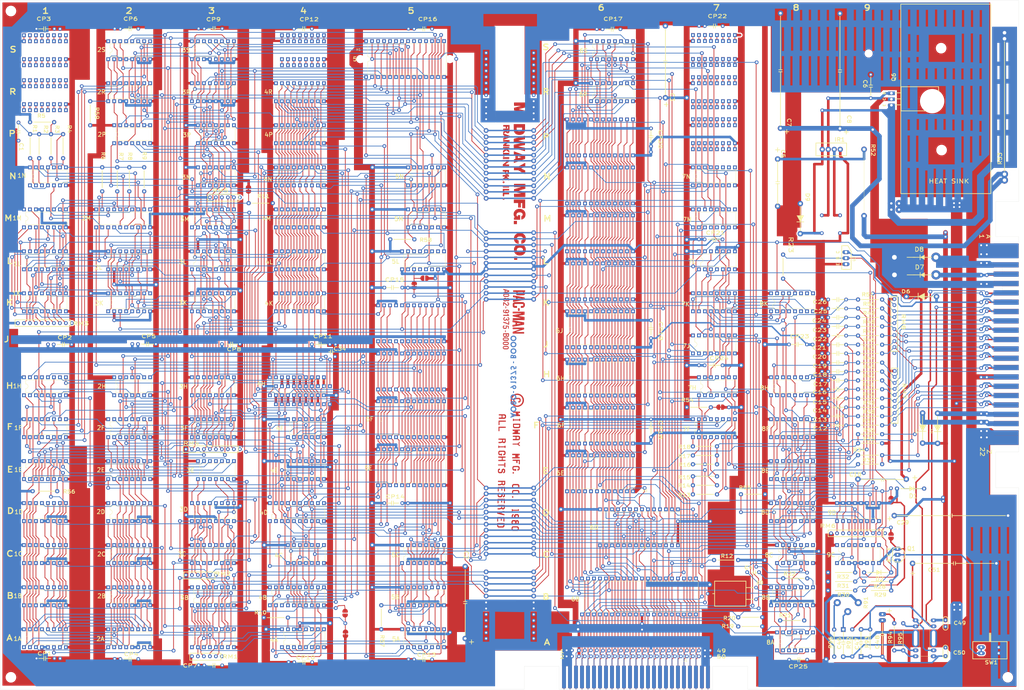
<source format=kicad_pcb>
(kicad_pcb (version 20240108) (generator "pcbnew") (generator_version "8.0")
  (title_block (title "PAC-MAN MAIN LOGIC BOARD") (company "MIDWAY MFG. CO.") (comment 1 "PART NO. A082-91375-B000"))
  (layers (0 "F.Cu" signal) (31 "B.Cu" signal) (34 "B.Paste" user) (35 "F.Paste" user) (36 "B.SilkS" user "B.Silkscreen") (37 "F.SilkS" user "F.Silkscreen") (38 "B.Mask" user) (39 "F.Mask" user) (44 "Edge.Cuts" user))
  (net 0 "")
  (net 1 "Net-(D1-K)")
  (net 2 "Net-(D2-K)")
  (net 3 "Net-(D2-A)")
  (net 4 "19")
  (net 5 "20")
  (net 6 "5")
  (net 7 "7")
  (net 8 "VCC")
  (net 9 "Net-(IR1-OUT)")
  (net 10 "Net-(IR1-IN)")
  (net 11 "Net-(Q1-B)")
  (net 12 "Net-(RM1-R1)")
  (net 14 "Net-(RM1-R3)")
  (net 15 "Net-(RM1-R2)")
  (net 16 "Net-(RM1-R4)")
  (net 17 "Net-(RM2-R3)")
  (net 19 "Net-(RM2-R2)")
  (net 20 "Net-(RM2-R4)")
  (net 21 "Net-(RM2-R1)")
  (net 22 "Net-(RM3-R3)")
  (net 24 "Net-(RM3-R6)")
  (net 25 "Net-(RM3-R8)")
  (net 26 "Net-(RM3-R4)")
  (net 27 "Net-(RM3-R5)")
  (net 28 "Net-(RM3-R1)")
  (net 29 "Net-(RM3-R7)")
  (net 30 "Net-(RM3-R2)")
  (net 31 "/DR2")
  (net 32 "/DR4")
  (net 33 "/DR6")
  (net 34 "/DR7")
  (net 35 "/DR3")
  (net 36 "/DR1")
  (net 37 "/DR5")
  (net 38 "/DR0")
  (net 40 "Net-(RM5-R3)")
  (net 41 "Net-(RM5-R2)")
  (net 43 "Net-(RM5-R4)")
  (net 44 "Net-(RM5-R1)")
  (net 45 "Net-(RM6-R4)")
  (net 46 "Net-(RM6-R2)")
  (net 47 "Net-(RM6-R3)")
  (net 48 "Net-(RM6-R5)")
  (net 49 "Net-(RM6-R1)")
  (net 50 "Net-(RM6-R6)")
  (net 51 "Net-(JP6-B)")
  (net 53 "Net-(JP7-B)")
  (net 54 "10")
  (net 56 "13")
  (net 57 "K")
  (net 58 "L")
  (net 59 "R")
  (net 60 "V")
  (net 61 "P")
  (net 62 "12")
  (net 63 "8")
  (net 64 "9")
  (net 65 "J")
  (net 66 "11")
  (net 67 "M")
  (net 68 "14")
  (net 69 "Net-(RM8-R1)")
  (net 70 "N")
  (net 72 "/RA6")
  (net 73 "/~{OBJ_ON}")
  (net 74 "/6_MHZ")
  (net 75 "/RA2")
  (net 76 "/RA5")
  (net 77 "/RA7")
  (net 78 "/RA3")
  (net 79 "/RA4")
  (net 80 "Net-(UA1-DI)")
  (net 81 "/RA1")
  (net 82 "/RA0")
  (net 83 "Net-(UB3-E)")
  (net 84 "Net-(UA3-Zc)")
  (net 85 "Net-(UA3-I1a)")
  (net 86 "Net-(UA3-I1d)")
  (net 87 "Net-(UA3-Zd)")
  (net 88 "Net-(UA3-S)")
  (net 89 "Net-(UA3-I1c)")
  (net 90 "Net-(UA3-I1b)")
  (net 91 "Net-(UA3-Zb)")
  (net 92 "Net-(UA4-A1)")
  (net 93 "Net-(UA4-A6)")
  (net 94 "Net-(UA4-A4)")
  (net 95 "Net-(UA4-A0)")
  (net 96 "Net-(JP4-B)")
  (net 97 "Net-(UA4-A3)")
  (net 98 "Net-(UA4-A5)")
  (net 99 "Net-(UA4-A2)")
  (net 100 "Net-(UA5-Za)")
  (net 101 "Net-(UA5-I0a)")
  (net 102 "Net-(UA5-I0d)")
  (net 103 "Net-(UA5-S)")
  (net 104 "Net-(UA5-I1c)")
  (net 105 "Net-(UA5-I1d)")
  (net 106 "Net-(UA5-Zb)")
  (net 107 "Net-(UA5-I0c)")
  (net 108 "Net-(UA8B-~{Q})")
  (net 109 "Net-(UA8A-Q)")
  (net 110 "Net-(UA8A-~{Q})")
  (net 111 "Net-(UA8A-J)")
  (net 112 "Net-(UA8A-C)")
  (net 113 "F")
  (net 114 "H")
  (net 115 "Net-(UA11A-BIAS)")
  (net 116 "Net-(UA11A-+)")
  (net 117 "+16V")
  (net 118 "Net-(UA11A--)")
  (net 119 "Net-(UA11B--)")
  (net 120 "Net-(UB3-Za)")
  (net 121 "Net-(UB3-Zb)")
  (net 122 "Net-(UB3-Zc)")
  (net 123 "Net-(UB3-Zd)")
  (net 124 "Net-(JP4-A)")
  (net 125 "Net-(UB4-~{E})")
  (net 126 "/CA4")
  (net 127 "/DB0")
  (net 128 "/DB3")
  (net 129 "/DB2")
  (net 130 "/DB1")
  (net 131 "Net-(UB4-D1)")
  (net 132 "/~{H_BLANK}")
  (net 133 "/DB4")
  (net 135 "/CD5")
  (net 137 "/CD7")
  (net 138 "/CD4")
  (net 139 "/CD6")
  (net 140 "/A8")
  (net 141 "6")
  (net 142 "/D3")
  (net 143 "/A6")
  (net 144 "/O43")
  (net 145 "/~{BUSACK}")
  (net 146 "/~{IORQ}")
  (net 147 "/~{BUSRQ}")
  (net 148 "/~{RD}")
  (net 149 "/D4")
  (net 150 "/A5")
  (net 151 "/A12")
  (net 152 "/A10")
  (net 153 "/D1")
  (net 154 "/A11")
  (net 155 "/O31")
  (net 156 "/A13")
  (net 157 "/D6")
  (net 158 "/~{CLK}")
  (net 159 "/A15")
  (net 160 "/~{NMI}")
  (net 161 "/A14")
  (net 162 "/D5")
  (net 163 "/A2")
  (net 164 "/A1")
  (net 165 "/D2")
  (net 166 "/~{M1}")
  (net 167 "/~{HALT}")
  (net 168 "/D0")
  (net 169 "/~{IRQ}")
  (net 170 "/D7")
  (net 171 "/A9")
  (net 172 "/A4")
  (net 173 "/~{WREQ}")
  (net 174 "/O44")
  (net 175 "/A0")
  (net 176 "/A3")
  (net 177 "/A7")
  (net 178 "Net-(C4-Pad2)")
  (net 179 "Net-(R21-Pad2)")
  (net 180 "/1H")
  (net 181 "/6M*")
  (net 182 "Net-(C4-Pad1)")
  (net 183 "Net-(UC3-Q0)")
  (net 184 "Net-(UC3-Q1)")
  (net 185 "Net-(UC3-Q3)")
  (net 186 "Net-(UC3-Q2)")
  (net 187 "Net-(UC4-Pad6)")
  (net 188 "/~{CNTR_LD}")
  (net 189 "Net-(UC4-Pad10)")
  (net 190 "Net-(UC4-Pad3)")
  (net 191 "/~{V_BLANK}")
  (net 192 "/CD3")
  (net 193 "/CD0")
  (net 194 "/CD1")
  (net 195 "/CD2")
  (net 198 "/IRQ_ON")
  (net 199 "Net-(UC8A-D)")
  (net 201 "/VBLANK")
  (net 202 "Net-(UC9-CEP)")
  (net 204 "Net-(UC9-TC)")
  (net 205 "/~{WDR}")
  (net 209 "/DB5")
  (net 210 "/DB6")
  (net 211 "/CA10")
  (net 212 "/CA6")
  (net 213 "Net-(UD4-Q7)")
  (net 214 "/CA8")
  (net 215 "/CA7")
  (net 216 "/CA9")
  (net 217 "/DB7")
  (net 218 "Net-(UD4-Q0)")
  (net 219 "Net-(UD4-Q6)")
  (net 220 "/4H")
  (net 221 "Net-(UD6-CK)")
  (net 222 "/2H")
  (net 223 "/R{slash}W")
  (net 224 "Net-(UD6-~{WREQ})")
  (net 225 "Net-(UD6-~{CS})")
  (net 226 "/~{DIP_SW}")
  (net 227 "Net-(UE1A-C)")
  (net 229 "Net-(UF2-S2)")
  (net 230 "Net-(UH1-D5)")
  (net 231 "Net-(UF2-S1)")
  (net 232 "Net-(UF2-S3)")
  (net 233 "Net-(UF2-S4)")
  (net 234 "/FLIP")
  (net 235 "Net-(JP2-A)")
  (net 236 "Net-(UE4-Za)")
  (net 237 "/8H")
  (net 238 "/CA5")
  (net 239 "Net-(UE4-I1b)")
  (net 240 "/CA2")
  (net 241 "Net-(UL5A-O1)")
  (net 242 "/CA3")
  (net 243 "/CA1")
  (net 244 "/CA0")
  (net 245 "Net-(UN7-0)")
  (net 246 "Net-(UE8-I5)")
  (net 247 "Net-(UE8-I4)")
  (net 248 "Net-(UE8-I6)")
  (net 249 "/~{IN0}")
  (net 250 "Net-(UE8-I2)")
  (net 251 "Net-(UE8-I3)")
  (net 252 "Net-(UF1-S1)")
  (net 253 "/8V")
  (net 254 "/4V")
  (net 255 "Net-(UF1-C4)")
  (net 256 "Net-(UF1-S3)")
  (net 257 "/2V")
  (net 258 "Net-(UF1-S2)")
  (net 259 "/1V")
  (net 260 "Net-(UF1-S4)")
  (net 261 "Net-(UF1-C0)")
  (net 262 "/32V")
  (net 263 "/128V")
  (net 264 "/64V")
  (net 265 "/16V")
  (net 267 "Net-(UF3-WE)")
  (net 268 "/AB2")
  (net 269 "/AB3")
  (net 270 "/AB0")
  (net 271 "/AB1")
  (net 272 "Net-(UK3-S)")
  (net 273 "/~{6M*}")
  (net 274 "Net-(UF4-Pad3)")
  (net 275 "Net-(UL5A-O3)")
  (net 276 "Net-(UN7-1)")
  (net 277 "Net-(UF7-D2)")
  (net 278 "Net-(UF7-D3)")
  (net 279 "Net-(UF7-D6)")
  (net 280 "Net-(UF7-D0)")
  (net 281 "Net-(UF7-D5)")
  (net 282 "Net-(JP8-B)")
  (net 283 "Net-(UF7-D1)")
  (net 284 "Net-(UF7-D7)")
  (net 285 "Net-(UF7-D4)")
  (net 286 "/~{IN1}")
  (net 287 "Net-(UF8A-I1)")
  (net 288 "Net-(UF8A-I2)")
  (net 289 "Net-(UF8A-I4)")
  (net 290 "Net-(UF8A-I3)")
  (net 291 "/H_BLANK")
  (net 292 "Net-(UH1-Q5)")
  (net 293 "Net-(UH1-Q4)")
  (net 294 "Net-(UH1-Q3)")
  (net 295 "Net-(UH1-Q2)")
  (net 296 "Net-(UH1-Q0)")
  (net 297 "/DVR2")
  (net 298 "/DVR5")
  (net 299 "/DVR3")
  (net 300 "/DVR0")
  (net 301 "/DVR7")
  (net 302 "/DVR1")
  (net 303 "/DVR6")
  (net 304 "/~{VRAM}")
  (net 305 "/DVR4")
  (net 306 "Net-(UN7-2)")
  (net 307 "Net-(UK7-Q3)")
  (net 308 "Net-(UK7-Q0)")
  (net 309 "Net-(UH7-Pad3)")
  (net 310 "Net-(UH8B-I5)")
  (net 311 "Net-(UH8A-I1)")
  (net 312 "Net-(UH8A-I3)")
  (net 313 "Net-(UH8A-I4)")
  (net 314 "Net-(UH8B-I6)")
  (net 315 "Net-(UH8A-I2)")
  (net 316 "Net-(UN7-3)")
  (net 317 "/~{OUT}")
  (net 318 "/AB6")
  (net 319 "Net-(UJ7-O1)")
  (net 320 "/AB7")
  (net 323 "Net-(UK1-C4)")
  (net 324 "Net-(UK1-S1)")
  (net 325 "Net-(UK1-S2)")
  (net 326 "Net-(UK1-C0)")
  (net 327 "Net-(UK1-S4)")
  (net 328 "Net-(UK1-S3)")
  (net 329 "Net-(UK2-DI1)")
  (net 330 "Net-(UK2-A0)")
  (net 331 "Net-(UK2-DI2)")
  (net 332 "Net-(UK2-A3)")
  (net 333 "Net-(UK2-Di0)")
  (net 334 "Net-(UK2-A2)")
  (net 335 "Net-(UK2-DI3)")
  (net 336 "Net-(UK2-A1)")
  (net 337 "Net-(UK3-I1d)")
  (net 338 "Net-(UK3-I1c)")
  (net 339 "Net-(UK3-I1b)")
  (net 340 "Net-(UK3-I1a)")
  (net 341 "/AB9")
  (net 342 "/AB8")
  (net 343 "/AB5")
  (net 344 "/AB4")
  (net 345 "Net-(UK4-~{CS})")
  (net 346 "Net-(UK6-~{CE}-Pad18)")
  (net 349 "Net-(UK7-Q1)")
  (net 350 "Net-(UK7-Q7)")
  (net 351 "Net-(UK7-Q4)")
  (net 354 "Net-(UL1-Q5)")
  (net 355 "Net-(UL2-WE)")
  (net 356 "/32H")
  (net 357 "/16H")
  (net 358 "Net-(UL4-~{CS})")
  (net 360 "Net-(UL5B-O3)")
  (net 362 "/AB10")
  (net 364 "Net-(JP2-B)")
  (net 365 "/AB11")
  (net 366 "Net-(UL7-Pad2)")
  (net 367 "Net-(UM1-D2)")
  (net 368 "Net-(UM1-D1)")
  (net 369 "Net-(UM1-D3)")
  (net 370 "Net-(UM1-D0)")
  (net 371 "Net-(UM2-Q2)")
  (net 372 "Net-(UM2-Q0)")
  (net 373 "Net-(UM2-Q4)")
  (net 374 "Net-(UM2-Q1)")
  (net 375 "Net-(UM2-Q6)")
  (net 376 "/SOUND_ON")
  (net 377 "Net-(UM2-Q5)")
  (net 378 "Net-(UM2-Q7)")
  (net 379 "Net-(UM2-Q3)")
  (net 380 "/~{WR0}")
  (net 381 "Net-(JP1-B)")
  (net 382 "Net-(UM5A-D)")
  (net 383 "Net-(UM5B-D)")
  (net 384 "/H SYNC")
  (net 388 "Net-(UM7A-O2)")
  (net 389 "Net-(R4-Pad1)")
  (net 390 "Net-(R3-Pad1)")
  (net 391 "Net-(R6-Pad2)")
  (net 392 "Net-(R1-Pad1)")
  (net 393 "Net-(R2-Pad1)")
  (net 394 "Net-(UN3B-Q)")
  (net 395 "/64H")
  (net 396 "/256H")
  (net 397 "Net-(UN3A-D)")
  (net 398 "/~{V SYNC}")
  (net 399 "/~{CMPSYNC}")
  (net 406 "Net-(US3A-C)")
  (net 407 "Net-(US3A-~{PE})")
  (net 408 "Net-(US2A-C)")
  (net 409 "/~{256H}")
  (net 410 "Net-(UR2A-~{PE})")
  (net 411 "Net-(UR2A-C)")
  (net 412 "Net-(UR3A-C)")
  (net 413 "/128H")
  (net 414 "U")
  (net 415 "T")
  (net 416 "16")
  (net 417 "4")
  (net 418 "17")
  (net 419 "3")
  (net 420 "GND")
  (net 421 "Net-(C46-Pad1)")
  (net 422 "/SOUND")
  (net 423 "Net-(R91-Pad1)")
  (net 424 "Net-(C48-Pad2)")
  (net 425 "Net-(R22-Pad2)")
  (net 428 "P1")
  (net 429 "P2")
  (net 430 "P3")
  (net 431 "P4")
  (net 432 "P5")
  (net 433 "P6")
  (net 434 "Net-(UB4-D0)")
  (net 435 "Net-(UP7-Pin_11-Pad11)")
  (net 436 "Net-(UP7-Pin_1-Pad1)")
  (net 437 "Net-(UP7-Pin_2-Pad18)")
  (net 438 "Net-(UP7-Pin_10-Pad10)")
  (net 439 "Net-(UP7-Pin_13-Pad13)")
  (net 440 "Net-(UR1-Pin_11-Pad11)")
  (net 441 "Net-(UR1-Pin_13-Pad13)")
  (net 442 "Net-(UR1-Pin_10-Pad10)")
  (net 443 "Net-(UR1-Pin_12-Pad12)")
  (net 444 "Net-(UP7-Pin_6-Pad22)")
  (net 445 "Net-(UR1-Pin_1-Pad1)")
  (net 446 "Net-(UR7-Pin_1-Pad1)")
  (net 447 "Net-(US1-Pin_1-Pad1)")
  (net 448 "Net-(US1-Pin_11-Pad11)")
  (net 449 "Net-(US1-Pin_12-Pad12)")
  (net 450 "Net-(US1-Pin_13-Pad13)")
  (net 451 "Net-(UP7-Pin_3-Pad19)")
  (net 452 "Net-(US1-Pin_10-Pad10)")
  (net 453 "Net-(US4-Pin_10-Pad10)")
  (net 454 "Net-(US4-Pin_1-Pad1)")
  (net 455 "Net-(UP7-Pin_7-Pad23)")
  (net 456 "Net-(US4-Pin_13-Pad13)")
  (net 457 "Net-(US4-Pin_12-Pad12)")
  (net 458 "Net-(US4-Pin_11-Pad11)")
  (net 459 "Net-(UP7-Pin_12-Pad12)")
  (net 460 "Net-(US7-Pin_1-Pad1)")
  (net 461 "Net-(US7-Pin_12-Pad12)")
  (net 462 "Net-(US7-Pin_10-Pad10)")
  (net 463 "Net-(US7-Pin_11-Pad11)")
  (net 464 "Net-(UP7-Pin_5-Pad21)")
  (net 465 "Net-(UP7-Pin_4-Pad20)")
  (net 466 "Net-(UP7-Pin_14-Pad14)")
  (net 467 "Net-(UR1-Pin_7-Pad23)")
  (net 468 "Net-(UR1-Pin_4-Pad20)")
  (net 469 "Net-(UR1-Pin_2-Pad18)")
  (net 470 "Net-(UR1-Pin_3-Pad19)")
  (net 471 "Net-(UP7-Pin_15-Pad15)")
  (net 472 "Net-(UP7-Pin_9-Pad25)")
  (net 473 "Net-(UR1-Pin_5-Pad21)")
  (net 474 "Net-(UR1-Pin_14-Pad14)")
  (net 475 "Net-(UR1-Pin_9-Pad25)")
  (net 476 "Net-(UR1-Pin_15-Pad15)")
  (net 477 "Net-(UR1-Pin_6-Pad22)")
  (net 478 "Net-(UR7-Pin_5-Pad21)")
  (net 479 "Net-(UR7-Pin_2-Pad18)")
  (net 480 "Net-(UR7-Pin_4-Pad20)")
  (net 481 "Net-(US1-Pin_7-Pad23)")
  (net 482 "Net-(UR7-Pin_3-Pad19)")
  (net 483 "Net-(UR7-Pin_7-Pad23)")
  (net 484 "Net-(UR7-Pin_6-Pad22)")
  (net 485 "Net-(US1-Pin_9-Pad25)")
  (net 486 "Net-(US1-Pin_15-Pad15)")
  (net 487 "Net-(US1-Pin_5-Pad21)")
  (net 488 "Net-(US1-Pin_14-Pad14)")
  (net 489 "Net-(US1-Pin_6-Pad22)")
  (net 490 "Net-(US1-Pin_2-Pad18)")
  (net 491 "Net-(US1-Pin_4-Pad20)")
  (net 492 "Net-(US1-Pin_3-Pad19)")
  (net 493 "Net-(US4-Pin_2-Pad18)")
  (net 494 "Net-(US4-Pin_4-Pad20)")
  (net 495 "Net-(US4-Pin_14-Pad14)")
  (net 496 "Net-(US4-Pin_15-Pad15)")
  (net 497 "Net-(US4-Pin_5-Pad21)")
  (net 498 "Net-(US4-Pin_6-Pad22)")
  (net 499 "Net-(US4-Pin_7-Pad23)")
  (net 500 "Net-(US4-Pin_9-Pad25)")
  (net 501 "Net-(US4-Pin_3-Pad19)")
  (net 502 "Net-(US7-Pin_3-Pad19)")
  (net 503 "Net-(US7-Pin_4-Pad20)")
  (net 504 "Net-(US7-Pin_15-Pad15)")
  (net 505 "Net-(US7-Pin_5-Pad21)")
  (net 506 "Net-(US7-Pin_9-Pad25)")
  (net 507 "Net-(US7-Pin_7-Pad23)")
  (net 508 "Net-(US7-Pin_13-Pad13)")
  (net 509 "Net-(US7-Pin_14-Pad14)")
  (net 510 "Net-(US7-Pin_6-Pad22)")
  (net 511 "Net-(US7-Pin_2-Pad18)")
  (net 512 "Net-(UR7-Pin_10-Pad10)")
  (net 513 "Net-(UR7-Pin_14-Pad14)")
  (net 514 "Net-(UR7-Pin_15-Pad15)")
  (net 515 "Net-(UR7-Pin_12-Pad12)")
  (net 516 "Net-(UR7-Pin_9-Pad25)")
  (net 517 "Net-(UR7-Pin_11-Pad11)")
  (net 518 "Net-(UR7-Pin_13-Pad13)")
  (footprint "PACLIB:CP_Axial_L25.0mm_D10.0mm_P30.00mm_Horizontal" (layer "F.Cu") (at 375.8 91.78 90)
    (property "Reference" "C3")
    (property "Value" "470uF 10V ELECT.")
  )
  (footprint "PACLIB:C_Axial_D4.3mm_P7.6mm_P10mm_dual" (layer "F.Cu") (at 109.35 62.55)
    (property "Reference" "CP3")
    (property "Value" "0.1uF")
  )
  (footprint "PACLIB:DIP-18_W7.62mm_square" (layer "F.Cu") (at 210.81 128.9 90)
    (property "Reference" "UN4" (hide yes))
    (property "Value" "2114-2")
  )
  (footprint "PACLIB:DIP-14_W7.62mm_square" (layer "F.Cu") (at 423.09 289.02 90)
    (property "Reference" "UC8" (hide yes))
    (property "Value" "74LS74")
  )
  (footprint "PACLIB:MountingHole_4mm" (layer "F.Cu") (at 98.55 337.45)
    (property "Reference" "H5" (hide yes))
    (property "Value" "MountingHole" (hide yes))
  )
  (footprint "PACLIB:SolderJumper-2_P1.3mm_Open_RoundedPad1.0x1.5mm" (layer "F.Cu") (at 240.2 310.25 -90)
    (property "Reference" "JP4" (hide yes))
    (property "Value" "SolderJumper_2_Open")
  )
  (footprint "PACLIB:C_Axial_D4.3mm_P7.6mm_P10mm_dual" (layer "F.Cu") (at 428.1375 196.35)
    (property "Reference" "CP23")
    (property "Value" "0.1uF")
  )
  (footprint "PACLIB:R_Axial_DIN0207_L6.3mm_D2.5mm_P10mm_Horizontal" (layer "F.Cu") (at 467.6 211.6 180)
    (property "Reference" "R42")
    (property "Value" "220")
  )
  (footprint "PACLIB:DIP-24_W15.24mm" (layer "F.Cu") (at 334.13 116.2 90)
    (property "Reference" "UP6" (hide yes))
    (property "Value" "ROM")
  )
  (footprint "PACLIB:R_Axial_DIN0207_L6.3mm_D2.5mm_P10mm_Horizontal" (layer "F.Cu") (at 467.6 192.6 180)
    (property "Reference" "R47")
    (property "Value" "220")
  )
  (footprint "PACLIB:C_Axial_L10.0mm_D4.5mm_P11.50mm_Horizontal" (layer "F.Cu") (at 451.15 317.2 -90)
    (property "Reference" "C46")
    (property "Value" "0.1uF")
  )
  (footprint "PACLIB:C_Axial_D4.3mm_P7.6mm_P10.2mm_dual" (layer "F.Cu") (at 452.35 200.15 180)
    (property "Reference" "C20")
    (property "Value" ".1uF CER.")
  )
  (footprint "PACLIB:R_Axial_DIN0207_L6.3mm_D2.5mm_P10mm_Horizontal" (layer "F.Cu") (at 106.655 102.1)
    (property "Reference" "R5")
    (property "Value" "22K")
  )
  (footprint "PACLIB:SolderJumper-2_P1.3mm_Bridged_RoundedPad1.0x1.5mm" (layer "F.Cu") (at 269.33 171.35 90)
    (property "Reference" "JP2" (hide yes))
    (property "Value" "SolderJumper_2_Bridged")
  )
  (footprint "PACLIB:R_Array_SIP10" (layer "F.Cu") (at 472.9 207.59 -90)
    (property "Reference" "RM7")
    (property "Value" "1K x 8 OR 1K x 9")
  )
  (footprint "PACLIB:DIP-16_W7.62mm_square" (layer "F.Cu") (at 104.06 253.4 90)
    (property "Reference" "UE1" (hide yes))
    (property "Value" "74LS161/3")
  )
  (footprint "PACLIB:DIP-16_W7.62mm_square" (layer "F.Cu") (at 139.76 306.92 90)
    (property "Reference" "UB2" (hide yes))
    (property "Value" "8125")
  )
  (footprint "PACLIB:DIP-16_W7.62mm_square" (layer "F.Cu") (at 420.55 306.92 90)
    (property "Reference" "UB8" (hide yes))
    (property "Value" "74LS368")
  )
  (footprint "PACLIB:DIP-16_W7.62mm_square" (layer "F.Cu") (at 448.5 271.22 90)
    (property "Reference" "UD9" (hide yes))
    (property "Value" "8 POS DIP SW")
  )
  (footprint "PACLIB:C_Axial_D4.3mm_P7.6mm_P10mm_dual" (layer "F.Cu") (at 226.1625 331.05 180)
    (property "Reference" "CP10")
    (property "Value" "0.1uF")
  )
  (footprint "PACLIB:C_Axial_D4.3mm_P7.6mm_P10mm_dual" (layer "F.Cu") (at 188.05 332.4 180)
    (property "Reference" "CP7")
    (property "Value" "0.1uF")
  )
  (footprint "PACLIB:DIP-18_W7.62mm_square" (layer "F.Cu") (at 210.81 164.5 90)
    (property "Reference" "UL4" (hide yes))
    (property "Value" "2114-2")
  )
  (footprint "PACLIB:R_Axial_DIN0207_L6.3mm_D2.5mm_P10mm_Horizontal" (layer "F.Cu") (at 434.595 313.35 180)
    (property "Reference" "R21")
    (property "Value" "330")
  )
  (footprint "PACLIB:R_Axial_Power_L25.0mm_W9.0mm_P27.94mm" (layer "F.Cu") (at 459.95 113.65 -90)
    (property "Reference" "R52")
    (property "Value" "50R 5W")
  )
  (footprint "PACLIB:R_Axial_DIN0207_L6.3mm_D2.5mm_P10mm_Horizontal" (layer "F.Cu") (at 397.65 239.55 180)
    (property "Reference" "R18")
    (property "Value" "1K")
  )
  (footprint "PACLIB:R_Axial_DIN0207_L6.3mm_D2.5mm_P10mm_Horizontal" (layer "F.Cu") (at 467.6 196.45 180)
    (property "Reference" "R46")
    (property "Value" "220")
  )
  (footprint "PACLIB:R_Axial_DIN0207_L6.3mm_D2.5mm_P10mm_Horizontal" (layer "F.Cu") (at 467.6 181.1 180)
    (property "Reference" "R50")
    (property "Value" "220")
  )
  (footprint "PACLIB:DIP-24_W15.24mm" (layer "F.Cu") (at 254.09 195 90)
    (property "Reference" "UJ5" (hide yes))
    (property "Value" "2716")
  )
  (footprint "PACLIB:R_Array_SIP6" (layer "F.Cu") (at 172.68 294.1)
    (property "Reference" "RM2")
    (property "Value" "1K x 5p")
  )
  (footprint "PACLIB:DIP-16_W7.62mm_square" (layer "F.Cu") (at 420.55 235.65 90)
    (property "Reference" "UF8" (hide yes))
    (property "Value" "74LS367")
  )
  (footprint "PACLIB:DIP-16_W7.62mm_bread_square" (layer "F.Cu") (at 387.45 75.36 90)
    (property "Reference" "US7" (hide yes))
    (property "Value" "DIP_16_Breadboard")
  )
  (footprint "PACLIB:C_Axial_D4.3mm_P7.6mm_P10.2mm_dual" (layer "F.Cu") (at 452.35 192.6 180)
    (property "Reference" "C22")
    (property "Value" ".1uF CER.")
  )
  (footprint "PACLIB:DIP-16_W7.62mm_square" (layer "F.Cu") (at 264.25 306.92 90)
    (property "Reference" "UB5" (hide yes))
    (property "Value" "74LS194")
  )
  (footprint "PACLIB:R_Array_SIP10" (layer "F.Cu") (at 101.52 187.3)
    (property "Reference" "RM3")
    (property "Value" "1K x 8 OR 1K x 9")
  )
  (footprint "PACLIB:R_Axial_DIN0207_L6.3mm_D2.5mm_P10mm_Horizontal" (layer "F.Cu") (at 397.655 247.15 180)
    (property "Reference" "R16")
    (property "Value" "220")
  )
  (footprint "PACLIB:R_Axial_DIN0207_L6.3mm_D2.5mm_P10mm_Horizontal" (layer "F.Cu") (at 387.455 256.05)
    (property "Reference" "R14")
    (property "Value" "1K")
  )
  (footprint "PACLIB:DIP-24_W15.24mm" (layer "F.Cu") (at 254.09 235.65 90)
    (property "Reference" "UF5" (hide yes))
    (property "Value" "2716")
  )
  (footprint "MountingHole:MountingHole_3mm" (layer "F.Cu") (at 284.4 75.25)
    (property "Reference" "H2" (hide yes))
    (property "Value" "MountingHole")
  )
  (footprint "PACLIB:R_Axial_DIN0207_L6.3mm_D2.5mm_P10mm_Horizontal" (layer "F.Cu") (at 255.45 306.9 -90)
    (property "Reference" "R57")
    (property "Value" "1K")
  )
  (footprint "PACLIB:R_Axial_DIN0207_L6.3mm_D2.5mm_P11.5mm_Horizontal" (layer "F.Cu") (at 462.55 317.15 -90)
    (property "Reference" "R93")
    (property "Value" "100K")
  )
  (footprint "PACLIB:R_Axial_DIN0207_L6.3mm_D2.5mm_P10mm_Horizontal" (layer "F.Cu") (at 467.6 188.7 180)
    (property "Reference" "R48")
    (property "Value" "220")
  )
  (footprint "PACLIB:DIP-16_W7.62mm_bread_square" (layer "F.Cu") (at 387.45 111.02 90)
    (property "Reference" "UP7" (hide yes))
    (property "Value" "DIP_16_Breadboard")
  )
  (footprint "PACLIB:D_DO-41_SOD81_P12.753mm_Horizontal" (layer "F.Cu") (at 484.75 238.169 90)
    (property "Reference" "D4")
    (property "Value" "1N4004")
  )
  (footprint "PACLIB:C_Axial_D4.3mm_P7.6mm_P10.2mm_dual" (layer "F.Cu") (at 452.35 181.1 180)
    (property "Reference" "C25")
    (property "Value" ".1uF CER.")
  )
  (footprint "PACLIB:DIP-14_W7.62mm_square" (layer "F.Cu") (at 142.3 217.9 90)
    (property "Reference" "UH2" (hide yes))
    (property "Value" "74LS86")
  )
  (footprint "PACLIB:DIP-18_W7.62mm_square" (layer "F.Cu") (at 210.81 146.72 90)
    (property "Reference" "UM4" (hide yes))
    (property "Value" "2114-2")
  )
  (footprint "PACLIB:DIP-24_W15.24mm" (layer "F.Cu") (at 334.13 197.54 90)
    (property "Reference" "UJ6" (hide yes))
    (property "Value" "ROM")
  )
  (footprint "PACLIB:TO-220-3_Horizontal_TabDown" (layer "F.Cu") (at 471.55 89.87 -90)
    (property "Reference" "Q6")
    (property "Value" "D44VM4")
  )
  (footprint "" (layer "F.Cu") (at 411.35 72.9)
    (property "Reference" "")
    (property "Value" "")
  )
  (footprint "PACLIB:DIP-16_W7.62mm_square" (layer "F.Cu") (at 139.76 164.5 90)
    (property "Reference" "UL2" (hide yes))
    (property "Value" "74LS89")
  )
  (footprint "PACLIB:DIP-14_W7.62mm_square" (layer "F.Cu") (at 423.09 326.02 90)
    (property "Reference" "UA8" (hide yes))
    (property "Value" "74LS107")
  )
  (footprint "PACLIB:R_Axial_DIN0207_L6.3mm_D2.5mm_P10mm_Horizontal" (layer "F.Cu") (at 143.6 131.45 90)
    (property "Reference" "R7")
    (property "Value" "2.2K")
  )
  (footprint "PACLIB:R_Axial_DIN0207_L6.3mm_D2.5mm_P10mm_Horizontal" (layer "F.Cu") (at 467.6 226.75 180)
    (property "Reference" "R38")
    (property "Value" "220")
  )
  (footprint "PACLIB:DIP-16_W7.62mm_square" (layer "F.Cu") (at 213.35 324.7 90)
    (property "Reference" "UA4" (hide yes))
    (property "Value" "5623")
  )
  (footprint "PACLIB:C_Axial_L3.8mm_D2.6mm_P7.70mm_Horizontal" (layer "F.Cu") (at 101.75 102.25 -90)
    (property "Reference" "C1")
    (property "Value" "0.01uF")
  )
  (footprint "MountingHole:MountingHole_3mm" (layer "F.Cu") (at 367 286.45)
    (property "Reference" "H4")
    (property "Value" "MountingHole")
  )
  (footprint "PACLIB:DIP-14_W7.62mm_square" (layer "F.Cu") (at 266.79 128.9 90)
    (property "Reference" "UN5" (hide yes))
    (property "Value" "74LS08")
  )
  (footprint "PACLIB:Potentiometer_ACP_CA14-H4_Horizontal" (layer "F.Cu") (at 457.5 305.8 -90)
    (property "Reference" "R91")
    (property "Value" "10K")
  )
  (footprint "PACLIB:TestPoint_Plated_Hole_D1mm" (layer "F.Cu") (at 474.75 139.2)
    (property "Reference" "REF**" (hide yes))
    (property "Value" "TestPoint_Plated_Hole_D1mm" (hide yes))
  )
  (footprint "PACLIB:DIP-16_W7.62mm_square" (layer "F.Cu") (at 175.22 75.42 90)
    (property "Reference" "US3" (hide yes))
    (property "Value" "74LS161/3")
  )
  (footprint "PACLIB:R_Array_SIP10" (layer "F.Cu") (at 472.8 177.13 -90)
    (property "Reference" "RM8")
    (property "Value" "1K x 8 OR 1K x 9")
  )
  (footprint "PACLIB:C_Axial_D4.3mm_P7.6mm_P10mm_dual" (layer "F.Cu") (at 256.7375 263.6)
    (property "Reference" "CP14")
    (property "Value" "0.1uF")
  )
  (footprint "PACLIB:R_Axial_DIN0207_L6.3mm_D2.5mm_P10mm_Horizontal" (layer "F.Cu") (at 467.6 234.4 180)
    (property "Reference" "R36")
    (property "Value" "100")
  )
  (footprint "PACLIB:DIP-16_W7.62mm_square" (layer "F.Cu") (at 213.35 253.4 90)
    (property "Reference" "UE4" (hide yes))
    (property "Value" "74LS157")
  )
  (footprint "PACLIB:R_Axial_DIN0207_L6.3mm_D2.5mm_P10mm_Horizontal" (layer "F.Cu") (at 406.65 312)
    (property "Reference" "R20")
    (property "Value" "220")
  )
  (footprint "PACLIB:PAC-MAN_CPU_EDGE" (layer "F.Cu") (at 393.81 337.3)
    (property "Reference" "J1")
    (property "Value" "Factory TEST Connector")
    (fp_line (start -63.08 5.15) (end -63.08 -3.74) (stroke (width 0.05)) (layer "Edge.Cuts"))
    (fp_line (start 2.12 -3.74) (end 2.12 5.15) (stroke (width 0.05)) (layer "Edge.Cuts"))
    (fp_line (start 2.12 5.15) (end -63.08 5.15) (stroke (width 0.05)) (layer "Edge.Cuts"))
  )
  (footprint "PACLIB:SolderJumper-2_P1.3mm_Bridged_RoundedPad1.0x1.5mm" (layer "F.Cu") (at 399.2 223 180)
    (property "Reference" "JP8" (hide yes))
    (property "Value" "SolderJumper_2_Bridged")
  )
  (footprint "PACLIB:C_Axial_D4.3mm_P7.6mm_P10.2mm_dual" (layer "F.Cu") (at 452.35 207.85 180)
    (property "Reference" "C18")
    (property "Value" ".1uF CER.")
  )
  (footprint "PACLIB:R_Axial_DIN0207_L6.3mm_D2.5mm_P11.5mm_Horizontal" (layer "F.Cu") (at 471.45 296.85 180)
    (property "Reference" "R28")
    (property "Value" "10K")
  )
  (footprint "PACLIB:DIP-20_W7.62mm_square" (layer "F.Cu") (at 208.27 217.9 90)
    (property "Reference" "UH4" (hide yes))
    (property "Value" "8T245")
  )
  (footprint "PACLIB:MountingHole_4mm" (layer "F.Cu") (at 492.8 113.95)
    (property "Reference" "H10" (hide yes))
    (property "Value" "MountingHole" (hide yes))
  )
  (footprint "PACLIB:R_Axial_DIN0207_L6.3mm_D2.5mm_P10mm_Horizontal" (layer "F.Cu") (at 120.65 117.4 90)
    (property "Reference" "R4")
    (property "Value" "100K")
  )
  (footprint "PACLIB:DIP-24_W15.24mm" (layer "F.Cu") (at 254.09 256.04 90)
    (property "Reference" "UE5" (hide yes))
    (property "Value" "2716")
  )
  (footprint "MountingHole:MountingHole_8.4mm_M8" (layer "F.Cu") (at 488.8 93.2)
    (property "Reference" "REF**" (hide yes))
    (property "Value" "MountingHole_8.4mm_M8")
  )
  (footprint "PACLIB:R_Axial_DIN0207_L6.3mm_D2.5mm_P10mm_Horizontal" (layer "F.Cu") (at 407.8 259.85)
    (property "Reference" "R55")
    (property "Value" "1K")
  )
  (footprint "PACLIB:TestPoint_Plated_Hole_D1mm" (layer "F.Cu") (at 471.5 136.55)
    (property "Reference" "REF**" (hide yes))
    (property "Value" "TestPoint_Plated_Hole_D1mm" (hide yes))
  )
  (footprint "PACLIB:R_Axial_DIN0207_L6.3mm_D2.5mm_P11.5mm_Horizontal" (layer "F.Cu") (at 447.3 317.2 -90)
    (property "Reference" "R96")
    (property "Value" "22K")
  )
  (footprint "PACLIB:R_Axial_DIN0207_L6.3mm_D2.5mm_P10mm_Horizontal" (layer "F.Cu") (at 467.6 247.1 180)
    (property "Reference" "R33")
    (property "Value" "220")
  )
  (footprint "PACLIB:R_Axial_DIN0207_L6.3mm_D2.5mm_P10mm_Horizontal" (layer "F.Cu") (at 155 131.45 90)
    (property "Reference" "R9")
    (property "Value" "470")
  )
  (footprint "PACLIB:DIP-16_W7.62mm_square" (layer "F.Cu") (at 175.22 289.02 90)
    (property "Reference" "UC3" (hide yes))
    (property "Value" "74LS375")
  )
  (footprint "PACLIB:DIP-14_W7.62mm_square" (layer "F.Cu") (at 106.6 128.9 90)
    (property "Reference" "UN1" (hide yes))
    (property "Value" "4066")
  )
  (footprint "PACLIB:MountingHole_4mm" (layer "F.Cu") (at 520.85 337.45)
    (property "Reference" "H8" (hide yes))
    (property "Value" "MountingHole" (hide yes))
  )
  (footprint "PACLIB:C_Axial_D4.3mm_P7.6mm_P10.2mm_dual" (layer "F.Cu") (at 452.35 226.75 180)
    (property "Reference" "C13")
    (property "Value" ".1uF CER.")
  )
  (footprint "PACLIB:DIP-20_W7.62mm_square" (layer "F.Cu") (at 208.27 306.92 90)
    (property "Reference" "UB4" (hide yes))
    (property "Value" "74LS377")
  )
  (footprint "PACLIB:R_Axial_DIN0207_L6.3mm_D2.5mm_P11.5mm_Horizontal" (layer "F.Cu") (at 456.2 293 180)
    (property "Reference" "R32")
    (property "Value" "1K")
  )
  (footprint "PACLIB:DIP-16_W7.62mm_square" (layer "F.Cu") (at 104.06 146.72 90)
    (property "Reference" "UM1" (hide yes))
    (property "Value" "MB7052")
  )
  (footprint "PACLIB:R_Array_SIP10" (layer "F.Cu") (at 172.68 240.75)
    (property "Reference" "RM4")
    (property "Value" "1K x 8 OR 1K x 9")
  )
  (footprint "PACLIB:DIP-16_W7.62mm_square" (layer "F.Cu") (at 175.22 146.72 90)
    (property "Reference" "UM3" (hide yes))
    (property "Value" "MB7057")
  )
  (footprint "PACLIB:C_Axial_D4.3mm_P7.6mm_P10mm_dual" (layer "F.Cu") (at 152.5125 329.7 180)
    (property "Reference" "CP4")
    (property "Value" "0.1uF")
  )
  (footprint "PACLIB:DIP-16_W7.62mm_bread_square" (layer "F.Cu") (at 104.06 94.49 90)
    (property "Reference" "UR1" (hide yes))
    (property "Value" "DIP_16_Breadboard")
  )
  (footprint "PACLIB:R_Axial_DIN0207_L6.3mm_D2.5mm_P10mm_Horizontal" (layer "F.Cu") (at 387.455 252.25)
    (property "Reference" "R15")
    (property "Value" "470")
  )
  (footprint "PACLIB:R_Array_SIP6" (layer "F.Cu") (at 175.22 328.55)
    (property "Reference" "RM1")
    (property "Value" "1K x 5p")
  )
  (footprint "PACLIB:DIP-24_W15.24mm" (layer "F.Cu") (at 334.13 217.99 90)
    (property "Reference" "UH6" (hide yes))
    (property "Value" "ROM")
  )
  (footprint "PACLIB:DIP-16_W7.62mm_square" (layer "F.Cu") (at 139.76 324.7 90)
    (property "Reference" "UA2" (hide yes))
    (property "Value" "8125")
  )
  (footprint "PACLIB:DIP-16_W7.62mm_bread_square" (layer "F.Cu") (at 213.35 75.42 90)
    (property "Reference" "US4" (hide yes))
    (property "Value" "DIP_16_Breadboard")
  )
  (footprint "PACLIB:C_Axial_D4.3mm_P7.6mm_P10mm_dual" (layer "F.Cu") (at 226.0375 196.3)
    (property "Reference" "CP11")
    (property "Value" "0.1uF")
  )
  (footprint "PACLIB:R_Axial_DIN0207_L6.3mm_D2.5mm_P10mm_Horizontal" (layer "F.Cu") (at 467.6 219.2 180)
    (property "Reference" "R40")
    (property "Value" "220")
  )
  (footprint "PACLIB:R_Axial_DIN0207_L6.3mm_D2.5mm_P10mm_Horizontal" (layer "F.Cu") (at 148.7 131.45 90)
    (property "Reference" "R8")
    (property "Value" "1K")
  )
  (footprint "PACLIB:DIP-14_W7.62mm_square" (layer "F.Cu") (at 266.79 146.72 90)
    (property "Reference" "UM5" (hide yes))
    (property "Value" "74LS74")
  )
  (footprint "PACLIB:DIP-16_W7.62mm_square" (layer "F.Cu") (at 264.25 324.7 90)
    (property "Reference" "UA5" (hide yes))
    (property "Value" "74LS157")
  )
  (footprint "PACLIB:DIP-16_W7.62mm_square" (layer "F.Cu") (at 344.29 93.22 90)
    (property "Reference" "UR6" (hide yes))
    (property "Value" "74LS367")
  )
  (footprint "PACLIB:DIP-16_W7.62mm_square" (layer "F.Cu") (at 104.06 164.5 90)
    (property "Reference" "UL1" (hide yes))
    (property "Value" "74LS174")
  )
  (footprint "PACLIB:DIP-16_W7.62mm_square" (layer "F.Cu") (at 104.06 289.02 90)
    (property "Reference" "UC1" (hide yes))
    (property "Value" "27LS00")
  )
  (footprint "PACLIB:C_Axial_D4.3mm_P7.6mm_P10.2mm_dual" (layer "F.Cu") (at 452.35 177.3 180)
    (property "Reference" "C26")
    (property "Value" ".1uF CER.")
  )
  (footprint "PACLIB:C_Axial_D4.3mm_P7.6mm_P10mm_dual" (layer "F.Cu") (at 369.7 228.0875 -90)
    (property "Reference" "CP18")
    (property "Value" "0.1uF")
  )
  (footprint "PACLIB:DIP-18_W7.62mm_square" (layer "F.Cu") (at 210.81 93.22 90)
    (property "Reference" "UR4" (hide yes))
    (property "Value" "2114-2")
  )
  (footprint "PACLIB:CP_Axial_L25.0mm_D10.0mm_P48.2mm_Horizontal" (layer "F.Cu") (at 472.75 268.9)
    (property "Reference" "C29")
    (property "Value" "2200uF 25V ELECT.")
  )
  (footprint "PACLIB:DIP-24_W15.24mm" (layer "F.Cu") (at 334.13 258.6 90)
    (property "Reference" "UE6" (hide yes))
    (property "Value" "ROM")
  )
  (footprint "PACLIB:DIP-16_W7.62mm_square" (layer "F.Cu") (at 139.76 235.65 90)
    (property "Reference" "UF2" (hide yes))
    (property "Value" "74LS283")
  )
  (footprint "PACLIB:TO-220-4_Vertical" (layer "F.Cu") (at 442.25 113.65)
    (property "Reference" "IR1")
    (property "Value" "78GU1C")
  )
  (footprint "PACLIB:C_Axial_D4.3mm_P7.6mm_P10mm_dual" (layer "F.Cu") (at 159.9625 196.2 180)
    (property "Reference" "CP5")
    (property "Value" "0.1uF")
  )
  (footprint "PACLIB:C_Axial_D4.3mm_P7.6mm_P10.2mm_dual" (layer "F.Cu") (at 452.35 184.9 180)
    (property "Reference" "C24")
    (property "Value" ".1uF CER.")
  )
  (footprint "PACLIB:DIP-24_W15.24mm" (layer "F.Cu") (at 334.13 238.325 90)
    (property "Reference" "UF6" (hide yes))
    (property "Value" "ROM")
  )
  (footprint "PACLIB:DIP-24_W15.24mm" (layer "F.Cu") (at 334.13 156.85 90)
    (property "Reference" "UM6" (hide yes))
    (property "Value" "ROM")
  )
  (footprint "PACLIB:DIP-14_W7.62mm_square" (layer "F.Cu") (at 215.89 289.02 90)
    (property "Reference" "UC4" (hide yes))
    (property "Value" "74LS00")
  )
  (footprint "PACLIB:C_Axial_D4.3mm_P7.6mm_P10mm_dual" (layer "F.Cu") (at 369.7 186.1 -90)
    (property "Reference" "CP19")
    (property "Value" "0.1uF")
  )
  (footprint "PACLIB:DIP-16_W7.62mm_square" (layer "F.Cu") (at 139.76 93.22 90)
    (property "Reference" "UR2" (hide yes))
    (property "Value" "74LS161/3")
  )
  (footprint "PACLIB:DIP-16_W7.62mm_square" (layer "F.Cu") (at 104.06 235.65 90)
    (property "Reference" "UF1" (hide yes))
    (property "Value" "74LS283")
  )
  (footprint "MountingHole:MountingHole_3mm" (layer "F.Cu") (at 367.15 262.35)
    (property "Reference" "H3")
    (property "Value" "MountingHole")
  )
  (footprint "PACLIB:DIP-16_W7.62mm_square" (layer "F.Cu") (at 448.5 289.02 90)
    (property "Reference" "UC9" (hide yes))
    (property "Value" "74LS161")
  )
  (footprint "PACLIB:R_Axial_DIN0207_L6.3mm_D2.5mm_P10mm_Horizontal" (layer "F.Cu") (at 396.4 287.75)
    (property "Reference" "R12")
    (property "Value" "1K")
  )
  (footprint "PACLIB:C_Axial_D4.3mm_P7.6mm_P10.2mm_dual" (layer "F.Cu") (at 452.35 230.65 180)
    (property "Reference" "C12")
    (property "Value" ".1uF CER.")
  )
  (footprint "PACLIB:DIP-16_W7.62mm_square" (layer "F.Cu") (at 104.06 217.9 90)
    (property "Reference" "UH1" (hide yes))
    (property "Value" "74LS174")
  )
  (footprint "PACLIB:MountingHole_4mm" (layer "F.Cu") (at 98.55 55)
    (property "Reference" "H6" (hide yes))
    (property "Value" "MountingHole" (hide yes))
  )
  (footprint "PACLIB:DIP-24_W15.24mm" (layer "F.Cu") (at 254.09 215.425 90)
    (property "Reference" "UH5" (hide yes))
    (property "Value" "2716")
  )
  (footprint "PACLIB:C_Oval_L4.6mm_W2.0mm_P2.50mm_MKS02_FKP02" (layer "F.Cu") (at 494.45 328.45 90)
    (property "Reference" "C50")
    (property "Value" "0.0047uF 100V MYLAR")
  )
  (footprint "PACLIB:R_Axial_Power_L50.0mm_W9.0mm_P60.96mm" (layer "F.Cu") (at 519.45 66.75 -90)
    (property "Reference" "R53")
    (property "Value" "4R 10W")
  )
  (footprint "PACLIB:DIP-24_W15.24mm" (layer "F.Cu") (at 334.13 177.24 90)
    (property "Reference" "UK6" (hide yes))
    (property "Value" "ROM")
  )
  (footprint "PACLIB:DIP-18_W7.62mm_square" (layer "F.Cu") (at 210.81 111.02 90)
    (property "Reference" "UP4" (hide yes))
    (property "Value" "2114-2")
  )
  (footprint "PACLIB:C_Axial_L3.8mm_D2.6mm_P10.00mm_Horizontal" (layer "F.Cu") (at 462.8 91.95 90)
    (property "Reference" "C6")
    (property "Value" "0.1uF CER.")
  )
  (footprint "PACLIB:DIP-20_W7.62mm_square" (layer "F.Cu") (at 134.68 146.72 90)
    (property "Reference" "UM2" (hide yes))
    (property "Value" "74LS273")
  )
  (footprint "PACLIB:DIP-14_W7.62mm_square" (layer "F.Cu") (at 177.76 253.4 90)
    (property "Reference" "UE3" (hide yes))
    (property "Value" "74LS20")
  )
  (footprint "PACLIB:R_Axial_DIN0207_L6.3mm_D2.5mm_P11.5mm_Horizontal" (layer "F.Cu") (at 476.55 326.045 90)
    (property "Reference" "R95")
    (property "Value" "100K")
  )
  (footprint "PACLIB:R_Axial_DIN0207_L6.3mm_D2.5mm_P10mm_Horizontal" (layer "F.Cu") (at 137.22 131.45 90)
    (property "Reference" "R6")
    (property "Value" "4.7K")
  )
  (footprint "PACLIB:DIP-16_W7.62mm_square" (layer "F.Cu") (at 420.55 182.3 90)
    (property "Reference" "UK8" (hide yes))
    (property "Value" "74LS259")
  )
  (footprint "PACLIB:TestPoint_Plated_Hole_D1mm" (layer "F.Cu") (at 471.5 139.2)
    (property "Reference" "REF**" (hide yes))
    (property "Value" "TestPoint_Plated_Hole_D1mm" (hide yes))
  )
  (footprint "PACLIB:C_Axial_D4.3mm_P7.6mm_P10mm_dual" (layer "F.Cu") (at 400.0125 205.2 180)
    (property "Reference" "CP24")
    (property "Value" "0.1uF")
  )
  (footprint "PACLIB:R_Axial_DIN0207_L6.3mm_D2.5mm_P10mm_Horizontal" (layer "F.Cu") (at 467.6 223 180)
    (property "Reference" "R39")
    (property "Value" "220")
  )
  (footprint "PACLIB:CP_Axial_L25.0mm_D10.0mm_P48.76mm_Horizontal" (layer "F.Cu") (at 449.75 104.8 90)
    (property "Reference" "C8")
    (property "Value" "10000uF 10V ELECT. AX.")
  )
  (footprint "PACLIB:R_Axial_DIN0207_L6.3mm_D2.5mm_P11.5mm_Horizontal" (layer "F.Cu") (at 456.2 296.85 180)
    (property "Reference" "R31")
    (property "Value" "1K")
  )
  (footprint "PACLIB:R_Axial_DIN0207_L6.3mm_D2.5mm_P10mm_Horizontal" (layer "F.Cu") (at 387.455 259.9)
    (property "Reference" "R13")
    (property "Value" "220")
  )
  (footprint "PACLIB:R_Axial_DIN0207_L6.3mm_D2.5mm_P10mm_Horizontal" (layer "F.Cu") (at 215.89 312.15 180)
    (property "Reference" "R10")
    (property "Value" "1K")
  )
  (footprint "PACLIB:R_Axial_DIN0207_L6.3mm_D2.5mm_P10mm_Horizontal" (layer "F.Cu") (at 467.6 177.3 180)
    (property "Reference" "R51")
    (property "Value" "220")
  )
  (footprint "PACLIB:R_Axial_DIN0207_L6.3mm_D2.5mm_P10mm_Horizontal" (layer "F.Cu") (at 467.6 215.35 180)
    (property "Reference" "R41")
    (property "Value" "220")
  )
  (footprint "PACLIB:TestPoint_Plated_Hole_D1mm" (layer "F.Cu") (at 474.75 136.55)
    (property "Reference" "REF**" (hide yes))
    (property "Value" "TestPoint_Plated_Hole_D1mm" (hide yes))
  )
  (footprint "PACLIB:DIP-16_W7.62mm_bread_square" (layer "F.Cu") (at 104.06 75.42 90)
    (property "Reference" "US1" (hide yes))
    (property "Value" "DIP_16_Breadboard")
  )
  (footprint "PACLIB:R_Axial_DIN0207_L6.3mm_D2.5mm_P10.4mm_Horizontal" (layer "F.Cu") (at 118.15 258.55 180)
    (property "Reference" "R56")
    (property "Value" "1K")
  )
  (footprint "PACLIB:DIP-14_W7.62mm_square" (layer "F.Cu") (at 215.89 235.65 90)
    (property "Reference" "UF4" (hide yes))
    (property "Value" "74LS86")
  )
  (footprint "PACLIB:C_Axial_D4.3mm_P5.00mm_Vertical" (layer "F.Cu") (at 231.95 201.5)
    (property "Reference" "C34")
    (property "Value" "220pF")
  )
  (footprint "PACLIB:SW_Push_2P1T_Toggle_CK_PVA1xxH1xxxxxxV2" (layer "F.Cu") (at 509.6 324.7)
    (property "Reference" "SW1")
    (property "Value" "SW_Push")
  )
  (footprint "PACLIB:SolderJumper-2_P1.3mm_Open_RoundedPad1.0x1.5mm" (layer "F.Cu") (at 273.85 168.35 180)
    (property "Reference" "JP3" (hide yes))
    (property "Value" "SolderJumper_2_Open")
  )
  (footprint "PACLIB:DIP-16_W7.62mm_square" (layer "F.Cu") (at 175.22 324.7 90)
    (property "Reference" "UA3" (hide yes))
    (property "Value" "74LS158")
  )
  (footprint "PACLIB:C_Axial_D4.3mm_P7.6mm_P10mm_dual" (layer "F.Cu") (at 152.5125 62.5 180)
    (property "Reference" "CP6")
    (property "Value" "0.1uF")
  )
  (footprint "PACLIB:CP_Axial_L25.0mm_D10.0mm_P35.5mm_Horizontal" (layer "F.Cu") (at 480.5 289.15)
    (property "Reference" "C51")
    (property "Value" "330uF 10V ELECT.")
  )
  (footprint "PACLIB:R_Axial_DIN0207_L6.3mm_D2.5mm_P10mm_Horizontal" (layer "F.Cu") (at 425.7 295.5)
    (property "Reference" "R22")
    (property "Value" "330")
  )
  (footprint "PACLIB:DIP-16_W7.62mm_square" (layer "F.Cu") (at 264.25 289.02 90)
    (property "Reference" "UC5" (hide yes))
    (property "Value" "74LS194")
  )
  (footprint "PACLIB:CP_Axial_D4.3mm_P7.6mm_P18mm_dual" (layer "F.Cu") (at 467.7 328.7 90)
    (property "Reference" "C48")
    (property "Value" "4.7uF ELECT. 10v")
  )
  (footprint "PACLIB:R_Axial_DIN0207_L6.3mm_D2.5mm_P10mm_Horizontal" (layer "F.Cu") (at 115.55 117.4 90)
    (property "Reference" "R3")
    (property "Value" "47K")
  )
  (footprint "PACLIB:D_DO-41_SOD81_P12.753mm_Horizontal" (layer "F.Cu") (at 432.95 149.384 90)
    (property "Reference" "D9")
    (property "Value" "1N4735")
  )
  (footprint "PACLIB:DIP-14_W7.62mm_square" (layer "F.Cu") (at 389.99 164.5 90)
    (property "Reference" "UL7" (hide yes))
    (property "Value" "74LS02")
  )
  (footprint "PACLIB:D_DO-41_SOD81_P17.6mm_Horizontal" (layer "F.Cu") (at 472.8 159.4)
    (property "Reference" "D8")
    (property "Value" "A15")
  )
  (footprint "PACLIB:DIP-16_W7.62mm_square" (layer "F.Cu") (at 420.55 217.9 90)
    (property "Reference" "UH8" (hide yes))
    (property "Value" "74LS367")
  )
  (footprint "PACLIB:C_Axial_D4.3mm_P7.6mm_P10mm_dual" (layer "F.Cu") (at 369.7 104.75 -90)
    (property "Reference" "CP20")
    (property "Value" "0.1uF")
  )
  (footprint "PACLIB:DIP-16_W7.62mm_square" (layer "F.Cu") (at 420.55 253.4 90)
    (property "Reference" "UE8" (hide yes))
    (property "Value" "74LS367")
  )
  (footprint "PACLIB:DIP-16_W7.62mm_square" (layer "F.Cu") (at 387.45 182.3 90)
    (property "Reference" "UK7" (hide yes))
    (property "Value" "4099")
  )
  (footprint "PACLIB:R_Axial_DIN0207_L6.3mm_D2.5mm_P11.5mm_Horizontal" (layer "F.Cu") (at 456.2 300.65 180)
    (property "Reference" "R30")
    (property "Value" "1K")
  )
  (footprint "PACLIB:TO-92" (layer "F.Cu") (at 474.23 284.23 -90)
    (property "Reference" "Q1")
    (property "Value" "2N3391A")
  )
  (footprint "PACLIB:Crystal_HC18-U_Horizontal_1EP_style1" (layer "F.Cu") (at 414.2 299.4 -90)
    (property "Reference" "X0")
    (property "Value" "18.432 MHz")
  )
  (footprint "PACLIB:D_DO-41_SOD81_P12.753mm_Horizontal" (layer "F.Cu") (at 477.897 176.05)
    (property "Reference" "D6")
    (property "Value" "1N4004")
  )
  (footprint "PACLIB:DIP-16_W7.62mm_square" (layer "F.Cu") (at 175.22 271.22 90)
    (property "Reference" "UD3" (hide yes))
    (property "Value" "74LS75")
  )
  (footprint "PACLIB:R_Array_SIP10" (layer "F.Cu") (at 445.97 276.4)
    (property "Reference" "RM6")
    (property "Value" "1K x 8 OR 1K x 9")
  )
  (footprint "PACLIB:R_Axial_DIN0207_L6.3mm_D2.5mm_P10mm_Horizontal" (layer "F.Cu") (at 467.6 230.6 180)
    (property "Reference" "R37")
    (property "Value" "220")
  )
  (footprint "PACLIB:C_Axial_D4.3mm_P7.6mm_P10mm_dual" (layer "F.Cu") (at 124.2625 196.35 180)
    (property "Reference" "CP2")
    (property "Value" "0.1uF")
  )
  (footprint "PACLIB:DIP-16_W7.62mm_square" (layer "F.Cu") (at 139.76 271.22 90)
    (property "Reference" "UD2" (hide yes))
    (property "Value" "8125")
  )
  (footprint "PACLIB:C_Axial_D4.3mm_P7.6mm" (layer "F.Cu") (at 435.85 330 180)
    (property "Reference" "CP25")
    (property "Value" "0.1uF")
  )
  (footprint "PACLIB:C_Axial_D4.3mm_P7.6mm_P10.2mm_dual" (layer "F.Cu") (at 452.35 211.6 180)
    (property "Reference" "C17")
    (property "Value" ".1uF CER.")
  )
  (footprint "PACLIB:CP_Axial_L25.0mm_D10.0mm_P30.00mm_Horizontal" (layer "F.Cu") (at 291 321 90)
    (property "Reference" "C2")
    (property "Value" "470uF 10V ELECT.")
  )
  (footprint "PACLIB:DIP-16_W7.62mm_square" (layer "F.Cu") (at 387.45 200.15 90)
    (property "Reference" "UJ7" (hide yes))
    (property "Value" "74LS138")
  )
  (footprint "PACLIB:SolderJumper-2_P1.3mm_Bridged_RoundedPad1.0x1.5mm" (layer "F.Cu") (at 240.2 319.05 90)
    (property "Reference" "JP5" (hide yes))
    (property "Value" "SolderJumper_2_Bridged")
  )
  (footprint "PACLIB:DIP-16_W7.62mm_square" (layer "F.Cu") (at 420.55 271.22 90)
    (property "Reference" "UD8" (hide yes))
    (property "Value" "74LS367")
  )
  (footprint "PACLIB:C_Axial_D4.3mm_P7.6mm_P10mm_dual" (layer "F.Cu") (at 400 151.8 180)
    (property "Reference" "CP21")
    (property "Value" "0.1uF")
  )
  (footprint "PACLIB:PACMAN-EDGE-CONNECTOR" (layer "F.Cu") (at 520.15 186.3312 -90)
    (property "Reference" "J2")
    (property "Value" "Conn_02x22_Namco_PM")
    (fp_line (start -35.7315 2.401) (end -35.7315 -5.3) (stroke (width 0.05)) (layer "Edge.Cuts"))
    (fp_line (start -21 1.7) (end -22.5 1.7) (stroke (width 0.05)) (layer "Edge.Cuts"))
    (fp_line (start -21 1.7) (end -21 -5.3) (stroke (width 0.05)) (layer "Edge.Cuts"))
    (fp_line (start -13.1 1.7) (end -14.6 1.7) (stroke (width 0.05)) (layer "Edge.Cuts"))
    (fp_line (start -13.1 1.7) (end -13.1 -5.3) (stroke (width 0.05)) (layer "Edge.Cuts"))
    (fp_line (start -35.7315 -5.3) (end -22.5 -5.3) (stroke (width 0.05)) (layer "Edge.Cuts"))
    (fp_line (start -22.5 -5.3) (end -22.5 1.7) (stroke (width 0.05)) (layer "Edge.Cuts"))
    (fp_line (start -21 -5.3) (end -14.6 -5.3) (stroke (width 0.05)) (layer "Edge.Cuts"))
    (fp_line (start -14.6 -5.3) (end -14.6 1.7) (stroke (width 0.05)) (layer "Edge.Cuts"))
    (fp_line (start -13.1 -5.3) (end 55.5683 -5.3) (stroke (width 0.05)) (layer "Edge.Cuts"))
    (fp_line (start 55.5683 -5.3) (end 55.5683 2.4005) (stroke (width 0.05)) (layer "Edge.Cuts"))
  )
  (footprint "PACLIB:DIP-40_W15.24mm" (layer "F.Cu") (at 340.48 310.8 90)
    (property "Reference" "UB6" (hide yes))
    (property "Value" "Z80CPU")
  )
  (footprint "PACLIB:C_Axial_D4.3mm_P7.6mm_P10mm_dual" (layer "F.Cu") (at 256.7375 172.25)
    (property "Reference" "CP15")
    (property "Value" "0.1uF")
  )
  (footprint "PACLIB:R_Axial_DIN0207_L6.3mm_D2.5mm_P10mm_Horizontal" (layer "F.Cu") (at 132.15 93.25 -90)
    (property "Reference" "R59")
    (property "Value" "1K")
  )
  (footprint "PACLIB:DIP-24_W15.24mm" (layer "F.Cu") (at 334.13 136.575 90)
    (property "Reference" "UN6" (hide yes))
    (property "Value" "ROM")
  )
  (footprint "PACLIB:C_Axial_D4.3mm_P7.6mm" (layer "F.Cu") (at 226.05 62.5 180)
    (property "Reference" "CP12")
    (property "Value" "0.1uF")
  )
  (footprint "PACLIB:D_DO-35_SOD27_P11.5mm_Horizontal" (layer "F.Cu") (at 471.45 293 180)
    (property "Reference" "D2")
    (property "Value" "1N914B")
  )
  (footprint "PACLIB:DIP-16_W7.62mm_square" (layer "F.Cu") (at 104.06 271.22 90)
    (property "Reference" "UD1" (hide yes))
    (property "Value" "27LS00")
  )
  (footprint "PACLIB:CP_Axial_L25.0mm_D10.0mm_P48.76mm_Horizontal" (layer "F.Cu") (at 424.55 104.7 90)
    (property "Reference" "C7")
    (property "Value" "10000uF 10V ELECT. AX.")
  )
  (footprint "PACLIB:C_Axial_D4.3mm_P7.6mm_P10.2mm_dual" (layer "F.Cu") (at 452.35 188.7 180)
    (property "Reference" "C23")
    (property "Value" ".1uF CER.")
  )
  (footprint "" (layer "F.Cu") (at 461.9 73)
    (property "Reference" "")
    (property "Value" "")
  )
  (footprint "PACLIB:R_Axial_DIN0207_L6.3mm_D2.5mm_P11.5mm_Horizontal" (layer "F.Cu") (at 471.45 300.65 180)
    (property "Reference" "R29")
    (property "Value" "10K")
  )
  (footprint "PACLIB:SolderJumper-2_P1.3mm_Open_RoundedPad1.0x1.5mm" (layer "F.Cu") (at 471.3 277.65 90)
    (property "Reference" "JP6" (hide yes))
    (property "Value" "SolderJumper_2_Open")
  )
  (footprint "PACLIB:DIP-16_W7.62mm_square" (layer "F.Cu") (at 387.45 128.9 90)
    (property "Reference" "UN7" (hide yes))
    (property "Value" "74LS42")
  )
  (footprint "PACLIB:DIP-28_W15.24mm_square" (layer "F.Cu") (at 249.01 83 90)
    (property "Reference" "US5" (hide yes))
    (property "Value" "284")
  )
  (footprint "PACLIB:C_Axial_D4.3mm_P7.6mm" (layer "F.Cu") (at 195.5625 196.2 180)
    (property "Reference" "CP8")
    (property "Value" "0.1uF")
  )
  (footprint "PACLIB:C_Axial_D4.3mm_P7.6mm_P10mm_dual" (layer "F.Cu") (at 356.75 62.7 180)
    (property "Reference" "CP17")
    (property "Value" "0.1uF")
  )
  (footprint "PACLIB:R_Axial_DIN0207_L6.3mm_D2.5mm_P10mm_Horizontal" (layer "F.Cu") (at 397.655 243.4 180)
    (property "Reference" "R17")
    (property "Value" "470")
  )
  (footprint "PACLIB:C_Axial_D4.3mm_P5.00mm_Vertical" (layer "F.Cu") (at 410.45 292.9)
    (property "Reference" "C4")
    (property "Value" "100pF")
  )
  (footprint "PACLIB:R_Axial_DIN0207_L6.3mm_D2.5mm_P10mm_Horizontal" (layer "F.Cu") (at 467.6 207.85 180)
    (property "Reference" "R43")
    (property "Value" "220")
  )
  (footprint "PACLIB:DIP-16_W7.62mm_square" (layer "F.Cu") (at 264.25 164.5 90)
    (property "Reference" "UL5" (hide yes))
    (property "Value" "74LS139")
  )
  (footprint "PACLIB:C_Axial_D4.3mm_P7.6mm_P10mm_dual" (layer "F.Cu") (at 400.0625 61.35 180)
    (property "Reference" "CP22")
    (property "Value" "0.1uF")
  )
  (footprint "PACLIB:MountingHole_4mm" (layer "F.Cu") (at 492.6 70.75)
    (property "Reference" "H9" (hide yes))
    (property "Value" "MountingHole" (hide yes))
  )
  (footprint "PACLIB:R_Axial_DIN0207_L6.3mm_D2.5mm_P10mm_Horizontal" (layer "F.Cu") (at 395.05 223 180)
    (property "Reference" "R54")
    (property "Value" "1K")
  )
  (footprint "PACLIB:DIP-16_W7.62mm_square" (layer "F.Cu") (at 139.76 75.42 90)
    (property "Reference" "US2" (hide yes))
    (property "Value" "74LS161/3")
  )
  (footprint "PACLIB:R_Axial_DIN0207_L6.3mm_D2.5mm_P10mm_Horizontal" (layer "F.Cu") (at 110.5 117.4 90)
    (property "Reference" "R2")
    (property "Value" "10K")
  )
  (footprint "PACLIB:DIP-16_W7.62mm_square" (layer "F.Cu") (at 344.29 75.42 90)
    (property "Reference" "US6" (hide yes))
    (property "Value" "74LS367")
  )
  (footprint "PACLIB:DIP-14_W7.62mm_LongPads" (layer "F.Cu") (at 481.78 313.31)
    (property "Reference" "UA11" (hide yes))
    (property "Value" "LM1877")
  )
  (footprint "PACLIB:DIP-16_W7.62mm_square" (layer "F.Cu") (at 104.06 306.92 90)
    (property "Reference" "UB1" (hide yes))
    (property "Value" "27LS00")
  )
  (footprint "PACLIB:D_DO-41_SOD81_P17.6mm_Horizontal" (layer "F.Cu") (at 472.834 166.85)
    (property "Reference" "D7")
    (property "Value" "A15")
  )
  (footprint "PACLIB:R_Axial_DIN0207_L6.3mm_D2.5mm_P11.5mm_Horizontal" (layer "F.Cu") (at 454.95 328.65 90)
    (property "Reference" "R92")
    (property "Value" "100K")
  )
  (footprint "PACLIB:R_Axial_DIN0207_L6.3mm_D2.5mm_P10mm_Horizontal" (layer "F.Cu") (at 269.45 151.8 180)
    (property "Reference" "R58")
    (property "Value" "1K")
  )
  (footprint "MountingHole:MountingHole_3mm" (layer "F.Cu") (at 245.77 75.35)
    (property "Reference" "H1")
    (property "Value" "MountingHole")
  )
  (footprint "PACLIB:DIP-16_W7.62mm_square" (layer "F.Cu") (at 175.22 217.9 90)
    (property "Reference" "UH3" (hide yes))
    (property "Value" "74LS89")
  )
  (footprint "PACLIB:C_Axial_D4.3mm_P7.6mm_P10.2mm_dual" (layer "F.Cu") (at 452.35 223 180)
    (property "Reference" "C14")
    (property "Value" ".1uF CER.")
  )
  (footprint "PACLIB:CP_Axial_L25.0mm_D10.0mm_P20.00mm_Horizontal" (layer "F.Cu") (at 477.85 253.45 180)
    (property "Reference" "C10")
    (property "Value" "10uF 18V TANT.")
  )
  (footprint "PACLIB:CP_Axial_L25.0mm_D10.0mm_P20.00mm_Horizontal" (layer "F.Cu") (at 423.35 117.75 -90)
    (property "Reference" "C5")
    (property "Value" "10uF TANT.")
  )
  (footprint "PACLIB:DIP-16_W7.62mm_square" (layer "F.Cu") (at 387.45 146.72 90)
    (property "Reference" "UM7" (hide yes))
    (property "Value" "74LS139")
  )
  (footprint "PACLIB:R_Axial_DIN0207_L6.3mm_D2.5mm_P10mm_Horizontal" (layer "F.Cu") (at 209.45 136.45 180)
    (property "Reference" "R11")
    (property "Value" "1K")
  )
  (footprint "PACLIB:DIP-16_W7.62mm_bread_square" (layer "F.Cu") (at 387.45 93.22 90)
    (property "Reference" "UR7" (hide yes))
    (property "Value" "DIP_16_Breadboard")
  )
  (footprint "PACLIB:C_Axial_D4.3mm_P7.6mm_P10mm_dual" (layer "F.Cu") (at 109.3875 329.45)
    (property "Reference" "CP1")
    (property "Value" "0.1uF")
  )
  (footprint "PACLIB:DIP-16_W7.62mm_square" (layer "F.Cu") (at 139.76 182.3 90)
    (property "Reference" "UK2" (hide yes))
    (property "Value" "74LS89")
  )
  (footprint "PACLIB:SolderJumper-2_P1.3mm_Open_RoundedPad1.0x1.5mm" (layer "F.Cu") (at 471.35 262.35 90)
    (property "Reference" "JP7" (hide yes))
    (property "Value" "SolderJumper_2_Open")
  )
  (footprint "PACLIB:R_Axial_DIN0207_L6.3mm_D2.5mm_P10mm_Horizontal" (layer "F.Cu") (at 467.6 243.3 180)
    (property "Reference" "R34")
    (property "Value" "470")
  )
  (footprint "PACLIB:C_Axial_D4.3mm_P7.6mm_P10mm_dual" (layer "F.Cu") (at 276.9625 329.9 180)
    (property "Reference" "CP13")
    (property "Value" "0.1uF")
  )
  (footprint "PACLIB:DIP-16_W7.62mm_square" (layer "F.Cu") (at 139.76 253.4 90)
    (property "Reference" "UE2" (hide yes))
    (property "Value" "74LS161/3")
  )
  (footprint "PACLIB:midway stuff" (layer "F.Cu") (at 310.657999 187.8734 -90)
    (property "Reference" "G***" (hide yes))
    (property "Value" "LOGO" (hide yes))
  )
  (footprint "PACLIB:DIP-16_W7.62mm_square" (layer "F.Cu") (at 104.06 324.7 90)
    (property "Reference" "UA1" (hide yes))
    (property "Value" "27LS00")
  )
  (footprint "PACLIB:C_Axial_D4.3mm_P7.6mm_P10.2mm_dual" (layer "F.Cu") (at 452.35 215.35 180)
    (property "Reference" "C16")
    (property "Value" ".1uF CER.")
  )
  (footprint "PACLIB:DIP-18_W7.62mm_square" (layer "F.Cu") (at 210.81 182.3 90)
    (property "Reference" "UK4" (hide yes))
    (property "Value" "2114-2")
  )
  (footprint "PACLIB:DIP-28_W15.24mm_square" (layer "F.Cu") (at 348.1 281.49 90)
    (property "Reference" "UD6" (hide yes))
    (property "Value" "285")
  )
  (footprint "PACLIB:SolderJumper-2_P1.3mm_Bridged_RoundedPad1.0x1.5mm" (layer "F.Cu") (at 199.25 130.6 -90)
    (property "Reference" "JP1" (hide yes))
    (property "Value" "SolderJumper_2_Bridged")
  )
  (footprint "PACLIB:DIP-16_W7.62mm_square" (layer "F.Cu") (at 175.22 306.92 90)
    (property "Reference" "UB3" (hide yes))
    (property "Value" "74LS157")
  )
  (footprint "PACLIB:DIP-16_W7.62mm_square" (layer "F.Cu") (at 139.76 289.02 90)
    (property "Reference" "UC2" (hide yes))
    (property "Value" "8125")
  )
  (footprint "PACLIB:D_DO-35_SOD27_P11.5mm_Horizontal" (layer "F.Cu") (at 485.4 257.45 180)
    (property "Reference" "D1")
    (property "Value" "1N914B")
  )
  (footprint "PACLIB:TO-220-3_Vertical" (layer "F.Cu") (at 452.3 162.3 90)
    (property "Reference" "Q3")
    (property "Value" "D40K1")
  )
  (footprint "PACLIB:C_Axial_D4.3mm_P7.6mm_P10.2mm_dual" (layer "F.Cu") (at 452.35 204.05 180)
    (property "Reference" "C19")
    (property "Value" ".1uF CER.")
  )
  (footprint "PACLIB:R_Axial_DIN0207_L6.3mm_D2.5mm_P10mm_Horizontal" (layer "F.Cu") (at 457.4 238.25)
    (property "Reference" "R35")
    (property "Value" "1K")
  )
  (footprint "PACLIB:R_Axial_DIN0207_L6.3mm_D2.5mm_P10mm_Horizontal" (layer "F.Cu") (at 467.6 184.9 180)
    (property "Reference" "R49")
    (property "Value" "220")
  )
  (footprint "PACLIB:D_DO-41_SOD81_P12.753mm_Horizontal" (layer "F.Cu") (at 491.1 238.25 90)
    (property "Reference" "D3")
    (property "Value" "1N4004")
  )
  (footprint "PACLIB:DIP-14_W7.62mm_square" (layer "F.Cu") (at 142.3 111.02 90)
    (property "Reference" "UP2" (hide yes))
    (property "Value" "74LS02")
  )
  (footprint "PACLIB:DIP-16_W7.62mm_square" (layer "F.Cu") (at 104.06 182.3 90)
    (property "Reference" "UK1" (hide yes))
    (property "Value" "74LS283")
  )
  (footprint "PACLIB:R_Array_SIP6" (layer "F.Cu") (at 182.84 134)
    (property "Reference" "RM5")
    (property "Value" "1K x 5p")
  )
  (footprint "PACLIB:DIP-16_W7.62mm_square" (layer "F.Cu") (at 387.45 235.65 90)
    (property "Reference" "UF7" (hide yes))
    (property "Value" "7603")
  )
  (footprint "PACLIB:DIP-16_W7.62mm_square" (layer "F.Cu") (at 175.22 93.22 90)
    (property "Reference" "UR3" (hide yes))
    (property "Value" "74LS161/3")
  )
  (footprint "PACLIB:C_Axial_L10.0mm_D4.5mm_P11.50mm_Horizontal" (layer "F.Cu") (at 458.7 328.65 90)
    (property "Reference" "C47")
    (property "Value" "22pF CER")
  )
  (footprint "PACLIB:DIP-20_W7.62mm_square" (layer "F.Cu") (at 208.27 271.22 90)
    (property "Reference" "UD4" (hide yes))
    (property "Value" "74LS273")
  )
  (footprint "PACLIB:R_Axial_DIN0207_L6.3mm_D2.5mm_P10mm_Horizontal" (layer "F.Cu") (at 106.7 117.4 90)
    (property "Reference" "R1")
    (property "Value" "22K")
  )
  (footprint "PACLIB:R_Axial_DIN0207_L6.3mm_D2.5mm_P10mm_Horizontal" (layer "F.Cu") (at 425.65 158.255 -90)
    (property "Reference" "R23")
    (property "Value" "330")
  )
  (footprint "PACLIB:C_Axial_D4.3mm_P7.6mm_P10.2mm_dual" (layer "F.Cu") (at 452.35 219.2 180)
    (property "Reference" "C15")
    (property "Value" ".1uF CER.")
  )
  (footprint "PACLIB:DIP-14_W7.62mm_square" (layer "F.Cu") (at 177.76 111.02 90)
    (property "Reference" "UP3" (hide yes))
    (property "Value" "74LS10")
  )
  (footprint "PACLIB:C_Axial_D4.3mm_P7.6mm_P10.2mm_dual" (layer "F.Cu") (at 452.35 196.45 180)
    (property "Reference" "C21")
    (property "Value" ".1uF CER.")
  )
  (footprint "PACLIB:R_Axial_DIN0207_L6.3mm_D2.5mm_P10mm_Horizontal" (layer "F.Cu") (at 467.6 204.05 180)
    (property "Reference" "R44")
    (property "Value" "220")
  )
  (footprint "PACLIB:R_Axial_DIN0207_L6.3mm_D2.5mm_P11.5mm_Horizontal" (layer "F.Cu") (at 472.75 314.545 -90)
    (property "Reference" "R94")
    (property "Value" "2K")
  )
  (footprint "PACLIB:MountingHole_4mm" (layer "F.Cu") (at 520.85 55)
    (property "Reference" "H7" (hide yes))
    (property "Value" "MountingHole" (hide yes))
  )
  (footprint "PACLIB:C_Axial_D4.3mm_P7.6mm_P10mm_dual" (layer "F.Cu") (at 188.05 62.45 180)
    (property "Reference" "CP9")
    (property "Value" "0.1uF")
  )
  (footprint "PACLIB:R_Axial_DIN0207_L6.3mm_D2.5mm_P10mm_Horizontal" (layer "F.Cu") (at 467.6 200.15 180)
    (property "Reference" "R45")
    (property "Value" "220")
  )
  (footprint "PACLIB:DIP-16_W7.62mm_square" (layer "F.Cu") (at 175.22 182.3 90)
    (property "Reference" "UK3" (hide yes))
    (property "Value" "74LS158")
  )
  (footprint "PACLIB:R_Axial_DIN0207_L6.3mm_D2.5mm_P10mm_Horizontal" (layer "F.Cu") (at 406.65 315.9)
    (property "Reference" "R19")
    (property "Value" "1K")
  )
  (footprint "PACLIB:C_Oval_L4.6mm_W2.0mm_P2.80mm_MKS02_FKP02" (layer "F.Cu") (at 494.45 313.2 -90)
    (property "Reference" "C49")
    (property "Value" "0.47uF TANT.")
  )
  (footprint "PACLIB:DIP-14_W7.62mm_square" (layer "F.Cu") (at 389.99 217.9 90)
    (property "Reference" "UH7" (hide yes))
    (property "Value" "74LS08")
  )
  (footprint "PACLIB:C_Axial_D4.3mm_P7.6mm_P10mm_dual" (layer "F.Cu") (at 276.95 62.55 180)
    (property "Reference" "CP16")
    (property "Value" "0.1uF")
  )
  (footprint "PACLIB:DIP-14_W7.62mm_square" (layer "F.Cu") (at 177.76 128.9 90)
    (property "Reference" "UN3" (hide yes))
    (property "Value" "74LS74")
  )
  (footprint "PACLIB:DIP-16_W7.62mm_square" (layer "F.Cu") (at 175.22 164.5 90)
    (property "Reference" "UL3" (hide yes))
    (property "Value" "74LS157")
  )
  (footprint "PACLIB:DIP-20_W7.62mm_square" (layer "F.Cu") (at 210.81 221.67 90)
    (property "Reference" "UH41" (hide yes))
    (property "Value" "8T245")
  )
  (footprint "PACLIB:DIP-16_W7.62mm_square" (layer "F.Cu") (at 175.22 235.65 90)
    (property "Reference" "UF3" (hide yes))
    (property "Value" "74LS89")
  )
  (footprint "PACLIB:backstuff" (layer "B.Cu") (at 311.15 207.7 90)
    (property "Reference" "G***" (hide yes))
    (property "Value" "LOGO" (hide yes))
  )
  (gr_rect (start 475.5 52.1) (end 513.65 132.4) (stroke (width 0.3)) (fill none) (layer "F.SilkS"))
  (gr_line (start 515.7 241.9) (end 515.7 257.05) (stroke (width 0.05)) (layer "Edge.Cuts"))
  (gr_line (start 316.03 342.45) (end 316.03 332.75) (stroke (width 0.05)) (layer "Edge.Cuts"))
  (gr_line (start 316.03 332.75) (end 330.73 332.75) (stroke (width 0.05)) (layer "Edge.Cuts"))
  (gr_line (start 525.4 50.35) (end 525.4 135.85) (stroke (width 0.05)) (layer "Edge.Cuts"))
  (gr_line (start 515.7 257.05) (end 525.4 257.05) (stroke (width 0.05)) (layer "Edge.Cuts"))
  (gr_line (start 395.93 333.56) (end 395.93 332.75) (stroke (width 0.05)) (layer "Edge.Cuts"))
  (gr_line (start 517.749 150.5997) (end 515.7 150.5997) (stroke (width 0.05)) (layer "Edge.Cuts"))
  (gr_line (start 395.93 332.75) (end 410.63 332.75) (stroke (width 0.05)) (layer "Edge.Cuts"))
  (gr_line (start 517.7495 241.8995) (end 515.7 241.8995) (stroke (width 0.05)) (layer "Edge.Cuts"))
  (gr_line (start 330.73 333.56) (end 330.73 332.75) (stroke (width 0.05)) (layer "Edge.Cuts"))
  (gr_line (start 410.63 342.45) (end 525.4 342.45) (stroke (width 0.05)) (layer "Edge.Cuts"))
  (gr_line (start 316.03 342.45) (end 93.95 342.45) (stroke (width 0.05)) (layer "Edge.Cuts"))
  (gr_line (start 525.4 135.85) (end 515.7 135.85) (stroke (width 0.05)) (layer "Edge.Cuts"))
  (gr_line (start 93.95 50.35) (end 525.4 50.35) (stroke (width 0.05)) (layer "Edge.Cuts"))
  (gr_line (start 93.95 342.45) (end 93.95 50.35) (stroke (width 0.05)) (layer "Edge.Cuts"))
  (gr_line (start 515.7 150.6) (end 515.7 135.85) (stroke (width 0.05)) (layer "Edge.Cuts"))
  (gr_line (start 525.4 257.05) (end 525.4 342.45) (stroke (width 0.05)) (layer "Edge.Cuts"))
  (gr_line (start 410.63 332.75) (end 410.63 342.45) (stroke (width 0.05)) (layer "Edge.Cuts"))
  (gr_text "3" (at 183.55 54.9 0) (layer "F.SilkS") (effects (font (size 2.4 3) (thickness 0.5) (bold yes))))
  (gr_text "H" (at 325.45 209 0) (layer "F.SilkS") (effects (font (size 2.4 3) (thickness 0.5) (bold yes))))
  (gr_text "HEAT SINK" (at 495.9 127.15 0) (layer "F.SilkS") (effects (font (size 1.8 2.2) (thickness 0.3) (bold yes))))
  (gr_text "E" (at 325 249.95 0) (layer "F.SilkS") (effects (font (size 2.4 3) (thickness 0.5) (bold yes))))
  (gr_text "49\n50" (at 399.5 327.45 0) (layer "F.SilkS") (effects (font (size 1.5 2.1) (thickness 0.3) (bold yes))))
  (gr_text "N" (at 325.65 125.15 0) (layer "F.SilkS") (effects (font (size 2.4 3) (thickness 0.5) (bold yes))))
  (gr_text "2" (at 148.6 54.9 0) (layer "F.SilkS") (effects (font (size 2.4 3) (thickness 0.5) (bold yes))))
  (gr_text "4" (at 222.45 54.9 0) (layer "F.SilkS") (effects (font (size 2.4 3) (thickness 0.5) (bold yes))))
  (gr_text "C" (at 98.1 285.05 0) (layer "F.SilkS") (effects (font (size 2.4 3) (thickness 0.5) (bold yes))))
  (gr_text "8" (at 431.15 53.6 0) (layer "F.SilkS") (effects (font (size 2.4 3) (thickness 0.5) (bold yes))))
  (gr_text "H" (at 98 213.85 0) (layer "F.SilkS") (effects (font (size 2.4 3) (thickness 0.5) (bold yes))))
  (gr_text "A" (at 97.95 320.75 0) (layer "F.SilkS") (effects (font (size 2.4 3) (thickness 0.5) (bold yes))))
  (gr_text "C" (at 325.3 285.35 0) (layer "F.SilkS") (effects (font (size 2.4 3) (thickness 0.5) (bold yes))))
  (gr_text "P" (at 325.25 108.4 0) (layer "F.SilkS") (effects (font (size 2.4 3) (thickness 0.5) (bold yes))))
  (gr_text "S" (at 99.45 71.3 0) (layer "F.SilkS") (effects (font (size 2.4 3) (thickness 0.5) (bold yes))))
  (gr_text "B" (at 98.25 302.85 0) (layer "F.SilkS") (effects (font (size 2.4 3) (thickness 0.5) (bold yes))))
  (gr_text "1" (at 113.25 54.9 0) (layer "F.SilkS") (effects (font (size 2.4 3) (thickness 0.5) (bold yes))))
  (gr_text "B" (at 325.2 303.3 0) (layer "F.SilkS") (effects (font (size 2.4 3) (thickness 0.5) (bold yes))))
  (gr_text "N" (at 99.35 125 0) (layer "F.SilkS") (effects (font (size 2.4 3) (thickness 0.5) (bold yes))))
  (gr_text "6" (at 348.6 53.6 0) (layer "F.SilkS") (effects (font (size 2.4 3) (thickness 0.5) (bold yes))))
  (gr_text "K" (at 325.25 178.65 0) (layer "F.SilkS") (effects (font (size 2.4 3) (thickness 0.5) (bold yes))))
  (gr_text "R" (at 99.3 89.2 0) (layer "F.SilkS") (effects (font (size 2.4 3) (thickness 0.5) (bold yes))))
  (gr_text "5" (at 268.05 54.9 0) (layer "F.SilkS") (effects (font (size 2.4 3) (thickness 0.5) (bold yes))))
  (gr_text "P" (at 99.05 106.95 0) (layer "F.SilkS") (effects (font (size 2.4 3) (thickness 0.5) (bold yes))))
  (gr_text "F" (at 321.05 230.65 0) (layer "F.SilkS") (effects (font (size 2.4 3) (thickness 0.5) (bold yes))))
  (gr_text "D" (at 98.35 266.9 0) (layer "F.SilkS") (effects (font (size 2.4 3) (thickness 0.5) (bold yes))))
  (gr_text "M" (at 325.8 143 0) (layer "F.SilkS") (effects (font (size 2.4 3) (thickness 0.5) (bold yes))))
  (gr_text "L" (at 325 161.1 0) (layer "F.SilkS") (effects (font (size 2.4 3) (thickness 0.5) (bold yes))))
  (gr_text "9" (at 461.3 53.6 0) (layer "F.SilkS") (effects (font (size 2.4 3) (thickness 0.5) (bold yes))))
  (gr_text "K" (at 97.95 178.6 0) (layer "F.SilkS") (effects (font (size 2.4 3) (thickness 0.5) (bold yes))))
  (gr_text "Z\n22" (at 511.5 241.85 270) (layer "F.SilkS") (effects (font (size 1.8 2.1) (thickness 0.3) (bold yes))))
  (gr_text "M" (at 97.45 142.8 0) (layer "F.SilkS") (effects (font (size 2.4 3) (thickness 0.5) (bold yes))))
  (gr_text "E" (at 98.2 249.35 0) (layer "F.SilkS") (effects (font (size 2.4 3) (thickness 0.5) (bold yes))))
  (gr_text "L" (at 97.95 160.95 0) (layer "F.SilkS") (effects (font (size 2.4 3) (thickness 0.5) (bold yes))))
  (gr_text "D" (at 325.2 267.7 0) (layer "F.SilkS") (effects (font (size 2.4 3) (thickness 0.5) (bold yes))))
  (gr_text "S" (at 325.15 70.3 0) (layer "F.SilkS") (effects (font (size 2.4 3) (thickness 0.5) (bold yes))))
  (gr_text "A" (at 325.65 322.6 0) (layer "F.SilkS") (effects (font (size 2.4 3) (thickness 0.5) (bold yes))))
  (gr_text "A\n1" (at 511.2 150.55 270) (layer "F.SilkS") (effects (font (size 1.8 2.1) (thickness 0.3) (bold yes))))
  (gr_text "7" (at 397.4 53.6 0) (layer "F.SilkS") (effects (font (size 2.4 3) (thickness 0.5) (bold yes))))
  (gr_text "1\n2" (at 332.05 327.6 0) (layer "F.SilkS") (effects (font (size 1.5 2.1) (thickness 0.3) (bold yes))))
  (gr_text "J" (at 325.15 196.35 0) (layer "F.SilkS") (effects (font (size 2.4 3) (thickness 0.5) (bold yes))))
  (gr_text "R" (at 325.15 89.2 0) (layer "F.SilkS") (effects (font (size 2.4 3) (thickness 0.5) (bold yes))))
  (gr_text "F" (at 98.05 231.25 0) (layer "F.SilkS") (effects (font (size 2.4 3) (thickness 0.5) (bold yes))))
  (gr_text "J" (at 96.75 194.15 0) (layer "F.SilkS") (effects (font (size 2.4 3) (thickness 0.5) (bold yes))))
  (via (at 299.85 156.85) (size 2) (drill 1) (layers "F.Cu" "B.Cu") (net 0))
  (via (at 324.85 156.85) (size 1.6) (drill 0.8) (layers "F.Cu" "B.Cu") (net 0))
  (via (at 292.15 156.85) (size 1.6) (drill 0.8) (layers "F.Cu" "B.Cu") (net 0))
  (via (at 320 156.85) (size 2) (drill 1) (layers "F.Cu" "B.Cu") (net 0))
  (segment (start 299.85 156.85) (end 292.15 156.85) (width 0.3) (layer "B.Cu") (net 0))
  (segment (start 299.85 156.85) (end 320 156.85) (width 0.6) (layer "B.Cu") (net 0))
  (segment (start 320 156.85) (end 324.85 156.85) (width 0.3) (layer "B.Cu") (net 0))
  (segment (start 458.15 295.05) (end 458.15 291.6) (width 0.3) (layer "F.Cu") (net 1))
  (segment (start 459.95 296.85) (end 458.15 295.05) (width 0.3) (layer "F.Cu") (net 1))
  (segment (start 457.35 290.8) (end 457.35 253.45) (width 0.3) (layer "F.Cu") (net 1))
  (segment (start 458.15 291.6) (end 457.35 290.8) (width 0.3) (layer "F.Cu") (net 1))
  (segment (start 477.1 257.45) (end 473.1 253.45) (width 0.3) (layer "B.Cu") (net 1))
  (segment (start 485.4 257.45) (end 477.1 257.45) (width 0.3) (layer "B.Cu") (net 1))
  (segment (start 473.1 253.45) (end 457.35 253.45) (width 0.3) (layer "B.Cu") (net 1))
  (segment (start 468.25 283.37) (end 466.28 281.4) (width 0.3) (layer "F.Cu") (net 2))
  (segment (start 468.25 289.8) (end 468.25 283.37) (width 0.3) (layer "F.Cu") (net 2))
  (segment (start 471.45 293) (end 468.25 289.8) (width 0.3) (layer "F.Cu") (net 2))
  (segment (start 465.55 298.9) (end 471.45 293) (width 0.3) (layer "B.Cu") (net 2))
  (segment (start 504.9 289.3) (end 501.1 285.5) (width 0.6) (layer "B.Cu") (net 2))
  (segment (start 501.1 285.5) (end 474.13 285.5) (width 0.6) (layer "B.Cu") (net 2))
  (segment (start 509.6 327.24) (end 507.04 327.24) (width 0.6) (layer "B.Cu") (net 2))
  (segment (start 507.04 327.24) (end 504.9 325.1) (width 0.6) (layer "B.Cu") (net 2))
  (segment (start 456.2 300.65) (end 457.95 298.9) (width 0.3) (layer "B.Cu") (net 2))
  (segment (start 471.45 286.775) (end 472.725 285.5) (width 0.3) (layer "B.Cu") (net 2))
  (segment (start 504.9 325.1) (end 504.9 289.3) (width 0.6) (layer "B.Cu") (net 2))
  (segment (start 471.45 293) (end 471.45 286.775) (width 0.3) (layer "B.Cu") (net 2))
  (segment (start 509.6 324.7) (end 509.6 327.24) (width 0.6) (layer "B.Cu") (net 2))
  (segment (start 472.725 285.5) (end 474.13 285.5) (width 0.3) (layer "B.Cu") (net 2))
  (segment (start 457.95 298.9) (end 465.55 298.9) (width 0.3) (layer "B.Cu") (net 2))
  (segment (start 469.675 282.025) (end 469.675 287.875) (width 0.3) (layer "F.Cu") (net 3))
  (segment (start 458.91 159.76) (end 463.95 164.8) (width 0.3) (layer "F.Cu") (net 3))
  (segment (start 469.15 281.5) (end 469.675 282.025) (width 0.3) (layer "F.Cu") (net 3))
  (segment (start 461.975 295.025) (end 459.95 293) (width 0.3) (layer "F.Cu") (net 3))
  (segment (start 467.575 275.025) (end 467.575 277.875) (width 0.3) (layer "F.Cu") (net 3))
  (segment (start 473.425 291.625) (end 473.425 294.275) (width 0.3) (layer "F.Cu") (net 3))
  (segment (start 469.675 287.875) (end 473.425 291.625) (width 0.3) (layer "F.Cu") (net 3))
  (segment (start 464.825 169.575) (end 464.825 249.65) (width 0.3) (layer "F.Cu") (net 3))
  (segment (start 472.675 295.025) (end 461.975 295.025) (width 0.3) (layer "F.Cu") (net 3))
  (segment (start 469.15 279.45) (end 469.15 281.5) (width 0.3) (layer "F.Cu") (net 3))
  (segment (start 469.225 273.375) (end 467.575 275.025) (width 0.3) (layer "F.Cu") (net 3))
  (segment (start 469.225 254.05) (end 469.225 273.375) (width 0.3) (layer "F.Cu") (net 3))
  (segment (start 464.825 249.65) (end 469.225 254.05) (width 0.3) (layer "F.Cu") (net 3))
  (segment (start 463.95 168.7) (end 464.825 169.575) (width 0.3) (layer "F.Cu") (net 3))
  (segment (start 467.575 277.875) (end 469.15 279.45) (width 0.3) (layer "F.Cu") (net 3))
  (segment (start 473.425 294.275) (end 472.675 295.025) (width 0.3) (layer "F.Cu") (net 3))
  (segment (start 452.3 159.76) (end 458.91 159.76) (width 0.3) (layer "F.Cu") (net 3))
  (segment (start 463.95 164.8) (end 463.95 168.7) (width 0.3) (layer "F.Cu") (net 3))
  (segment (start 427.155 159.76) (end 425.65 158.255) (width 0.3) (layer "B.Cu") (net 3))
  (segment (start 452.3 159.76) (end 427.155 159.76) (width 0.3) (layer "B.Cu") (net 3))
  (segment (start 520.15 225.95) (end 511.7 225.95) (width 0.6) (layer "F.Cu") (net 4))
  (via (at 509.55 225.7) (size 1.6) (drill 0.8) (layers "F.Cu" "B.Cu") (net 4))
  (via (at 511.95 225.7) (size 1.6) (drill 0.8) (layers "F.Cu" "B.Cu") (net 4))
  (segment (start 491.303 225.7) (end 491.1 225.497) (width 2) (layer "B.Cu") (net 4))
  (segment (start 520.15 225.95) (end 512.2 225.95) (width 2) (layer "B.Cu") (net 4))
  (segment (start 509.55 225.7) (end 491.303 225.7) (width 2) (layer "B.Cu") (net 4))
  (segment (start 511.95 225.7) (end 509.55 225.7) (width 2) (layer "B.Cu") (net 4))
  (segment (start 512.2 225.95) (end 511.95 225.7) (width 2) (layer "B.Cu") (net 4))
  (segment (start 520.15 229.91) (end 519.54 229.3) (width 0.6) (layer "F.Cu") (net 5))
  (segment (start 519.54 229.3) (end 511.95 229.3) (width 0.6) (layer "F.Cu") (net 5))
  (via (at 509.55 229.3) (size 2) (drill 1) (layers "F.Cu" "B.Cu") (net 5))
  (via (at 511.95 229.3) (size 2) (drill 1) (layers "F.Cu" "B.Cu") (net 5))
  (segment (start 520.15 229.91) (end 512.56 229.91) (width 2) (layer "B.Cu") (net 5))
  (segment (start 512.56 229.91) (end 511.95 229.3) (width 2) (layer "B.Cu") (net 5))
  (segment (start 484.75 229.3) (end 484.75 225.416) (width 2) (layer "B.Cu") (net 5))
  (segment (start 511.95 229.3) (end 509.55 229.3) (width 2) (layer "B.Cu") (net 5))
  (segment (start 509.55 229.3) (end 484.75 229.3) (width 2) (layer "B.Cu") (net 5))
  (segment (start 475.9 216.9) (end 481.15 211.65) (width 1.1) (layer "F.Cu") (net 6))
  (segment (start 475.9 251.5) (end 475.9 242.1) (width 1.1) (layer "F.Cu") (net 6))
  (segment (start 484.15 208.65) (end 484.15 206.4) (width 1.1) (layer "F.Cu") (net 6))
  (segment (start 477.85 253.45) (end 475.9 251.5) (width 1.1) (layer "F.Cu") (net 6))
  (segment (start 475.9 242.1) (end 475.9 216.9) (width 1.1) (layer "F.Cu") (net 6))
  (segment (start 484.15 206.4) (end 484.15 175.15) (width 1.1) (layer "F.Cu") (net 6))
  (segment (start 520.15 170.51) (end 519.96 170.7) (width 0.6) (layer "F.Cu") (net 6))
  (segment (start 519.96 170.7) (end 511.95 170.7) (width 0.6) (layer "F.Cu") (net 6))
  (segment (start 481.15 211.65) (end 484.15 208.65) (width 1.1) (layer "F.Cu") (net 6))
  (via (at 511.95 170.7) (size 1.6) (drill 0.8) (layers "F.Cu" "B.Cu") (net 6))
  (via (at 463.625 105.275) (size 2) (drill 1) (layers "F.Cu" "B.Cu") (net 6))
  (via (at 509.55 170.7) (size 1.6) (drill 0.8) (layers "F.Cu" "B.Cu") (net 6))
  (segment (start 455 151.1) (end 458.45 154.55) (width 2) (layer "B.Cu") (net 6))
  (segment (start 466.45 108.1) (end 466.45 126.15) (width 2) (layer "B.Cu") (net 6))
  (segment (start 466.45 126.15) (end 455 137.6) (width 2) (layer "B.Cu") (net 6))
  (segment (start 513.45 143.65) (end 513.45 131.3) (width 2) (layer "B.Cu") (net 6))
  (segment (start 518.06 126.69) (end 519.45 126.69) (width 2) (layer "B.Cu") (net 6))
  (segment (start 520.15 170.51) (end 518.186276 170.51) (width 1.1) (layer "B.Cu") (net 6))
  (segment (start 455 137.6) (end 455 151.1) (width 2) (layer "B.Cu") (net 6))
  (segment (start 449.75 104.8) (end 463.15 104.8) (width 2) (layer "B.Cu") (net 6))
  (segment (start 502.55 154.55) (end 513.45 143.65) (width 2) (layer "B.Cu") (net 6))
  (segment (start 424.55 104.7) (end 449.65 104.7) (width 2) (layer "B.Cu") (net 6))
  (segment (start 513.45 131.3) (end 518.06 126.69) (width 2) (layer "B.Cu") (net 6))
  (segment (start 519.45 124.15) (end 519.45 126.69) (width 2) (layer "B.Cu") (net 6))
  (segment (start 517.996276 170.7) (end 509.45 170.7) (width 1.1) (layer "B.Cu") (net 6))
  (segment (start 458.45 154.55) (end 502.55 154.55) (width 2) (layer "B.Cu") (net 6))
  (segment (start 516.8 124.15) (end 513.45 127.5) (width 2) (layer "B.Cu") (net 6))
  (segment (start 463.625 105.275) (end 466.45 108.1) (width 2) (layer "B.Cu") (net 6))
  (segment (start 463.15 104.8) (end 463.625 105.275) (width 2) (layer "B.Cu") (net 6))
  (segment (start 449.65 104.7) (end 449.75 104.8) (width 2) (layer "B.Cu") (net 6))
  (segment (start 518.186276 170.51) (end 517.996276 170.7) (width 1.1) (layer "B.Cu") (net 6))
  (segment (start 513.45 127.5) (end 513.45 131.3) (width 2) (layer "B.Cu") (net 6))
  (segment (start 519.45 124.15) (end 516.8 124.15) (width 2) (layer "B.Cu") (net 6))
  (via (at 509.55 178.45) (size 1.6) (drill 0.8) (layers "F.Cu" "B.Cu") (net 7))
  (segment (start 520.15 178.43) (end 514.13 178.43) (width 0.6) (layer "B.Cu") (net 7))
  (segment (start 473.6 175.7) (end 472.15 175.7) (width 0.6) (layer "B.Cu") (net 7))
  (segment (start 464.55 164.55) (end 458.5 158.5) (width 0.6) (layer "B.Cu") (net 7))
  (segment (start 481.95 178.45) (end 480.25 180.15) (width 0.6) (layer "B.Cu") (net 7))
  (segment (start 514.13 178.43) (end 512.85 177.15) (width 0.6) (layer "B.Cu") (net 7))
  (segment (start 512.85 177.15) (end 510.85 177.15) (width 0.6) (layer "B.Cu") (net 7))
  (segment (start 475.65 180.15) (end 474.35 178.85) (width 0.6) (layer "B.Cu") (net 7))
  (segment (start 510.85 177.15) (end 509.55 178.45) (width 0.6) (layer "B.Cu") (net 7))
  (segment (start 455.3 158.5) (end 453.85 157.55) (width 0.6) (layer "B.Cu") (net 7))
  (segment (start 474.35 178.85) (end 474.35 176.45) (width 0.6) (layer "B.Cu") (net 7))
  (segment (start 490.65 176.05) (end 490.65 178.2) (width 1.1) (layer "B.Cu") (net 7))
  (segment (start 474.35 176.45) (end 473.6 175.7) (width 0.6) (layer "B.Cu") (net 7))
  (segment (start 458.5 158.5) (end 455.3 158.5) (width 0.6) (layer "B.Cu") (net 7))
  (segment (start 480.25 180.15) (end 475.65 180.15) (width 0.6) (layer "B.Cu") (net 7))
  (segment (start 464.55 168.1) (end 464.55 164.55) (width 0.6) (layer "B.Cu") (net 7))
  (segment (start 509.55 178.45) (end 481.95 178.45) (width 0.6) (layer "B.Cu") (net 7))
  (segment (start 472.15 175.7) (end 464.55 168.1) (width 0.6) (layer "B.Cu") (net 7))
  (segment (start 453.85 157.55) (end 452.3 157.22) (width 0.6) (layer "B.Cu") (net 7))
  (segment (start 334.13 141.61) (end 332.16 141.61) (width 1.1) (layer "F.Cu") (net 8))
  (segment (start 365.9 327.31) (end 367.14 328.55) (width 0.3) (layer "F.Cu") (net 8))
  (segment (start 387.45 139.1) (end 384.875 139.1) (width 1.1) (layer "F.Cu") (net 8))
  (segment (start 175.22 156.88) (end 173.045 156.88) (width 1.1) (layer "F.Cu") (net 8))
  (segment (start 334.13 121.335) (end 331.685 121.335) (width 1.1) (layer "F.Cu") (net 8))
  (segment (start 448.5 281.4) (end 446.65 281.4) (width 1.1) (layer "F.Cu") (net 8))
  (segment (start 339.175 328.55) (end 337.93 329.795) (width 0.3) (layer "F.Cu") (net 8))
  (segment (start 175.22 67.8) (end 172.875 67.8) (width 1.1) (layer "F.Cu") (net 8))
  (segment (start 254.09 179.76) (end 251.69 179.76) (width 1.1) (layer "F.Cu") (net 8))
  (segment (start 387.45 103.4) (end 384.875 103.4) (width 1.1) (layer "F.Cu") (net 8))
  (segment (start 438.9 119.9) (end 438.9 149.15) (width 1.1) (layer "F.Cu") (net 8))
  (segment (start 442.25 113.65) (end 442.25 97.1) (width 1.1) (layer "F.Cu") (net 8))
  (segment (start 210.81 85.6) (end 208.375 85.6) (width 1.1) (layer "F.Cu") (net 8))
  (segment (start 470.55 238.25) (end 470.55 207.6) (width 1.1) (layer "F.Cu") (net 8))
  (segment (start 210.81 103.4) (end 207.7 103.4) (width 1.1) (layer "F.Cu") (net 8))
  (segment (start 177.76 245.78) (end 172.755 245.78) (width 1.1) (layer "F.Cu") (net 8))
  (segment (start 175.22 139.1) (end 172.825 139.1) (width 1.1) (layer "F.Cu") (net 8))
  (segment (start 442.25 113.65) (end 442.25 119.9) (width 1.1) (layer "F.Cu") (net 8))
  (segment (start 365.88 310.8) (end 365.88 314.8) (width 1.1) (layer "F.Cu") (net 8))
  (segment (start 175.22 317.08) (end 172.745 317.08) (width 1.1) (layer "F.Cu") (net 8))
  (segment (start 175.22 174.68) (end 172.895 174.68) (width 1.1) (layer "F.Cu") (net 8))
  (segment (start 420.55 245.78) (end 417.945 245.78) (width 1.1) (layer "F.Cu") (net 8))
  (segment (start 142.25 103.45) (end 142.3 103.4) (width 1.1) (layer "F.Cu") (net 8))
  (segment (start 139.76 245.78) (end 136.62 245.78) (width 1.1) (layer "F.Cu") (net 8))
  (segment (start 175.22 210.28) (end 172.955 210.28) (width 1.1) (layer "F.Cu") (net 8))
  (segment (start 334.13 223.085) (end 331.585 223.085) (width 1.1) (layer "F.Cu") (net 8))
  (segment (start 139.76 281.4) (end 136.75 281.4) (width 1.1) (layer "F.Cu") (net 8))
  (segment (start 208.27 299.3) (end 206 299.3) (width 1.1) (layer "F.Cu") (net 8))
  (segment (start 472.9 207.59) (end 470.55 207.59) (width 1.1) (layer "F.Cu") (net 8))
  (segment (start 254.09 220.41) (end 251.665 220.41) (width 1.1) (layer "F.Cu") (net 8))
  (segment (start 334.13 100.96) (end 331.56 100.96) (width 1.1) (layer "F.Cu") (net 8))
  (segment (start 139.76 228.03) (end 137.155 228.03) (width 1.1) (layer "F.Cu") (net 8))
  (segment (start 387.45 121.28) (end 384.78 121.28) (width 1.1) (layer "F.Cu") (net 8))
  (segment (start 139.76 299.3) (end 137.025 299.3) (width 1.1) (layer "F.Cu") (net 8))
  (segment (start 175.22 281.4) (end 172.575 281.4) (width 1.1) (layer "F.Cu") (net 8))
  (segment (start 104.06 84.33) (end 104.06 86.87) (width 0.3) (layer "F.Cu") (net 8))
  (segment (start 175.22 299.3) (end 172.85 299.3) (width 1.1) (layer "F.Cu") (net 8))
  (segment (start 470.55 245.8) (end 470.55 238.25) (width 1.1) (layer "F.Cu") (net 8))
  (segment (start 365.87 329.82) (end 365.87 337.3) (width 0.3) (layer "F.Cu") (net 8))
  (segment (start 470.55 177.13) (end 472.8 177.13) (width 1.1) (layer "F.Cu") (net 8))
  (segment (start 249.01 67.76) (end 245.96 67.76) (width 1.1) (layer "F.Cu") (net 8))
  (segment (start 367.14 328.55) (end 365.87 329.82) (width 0.3) (layer "F.Cu") (net 8))
  (segment (start 365.9 317.25) (end 365.9 327.31) (width 0.3) (layer "F.Cu") (net 8))
  (segment (start 387.45 192.53) (end 384.83 192.53) (width 1.1) (layer "F.Cu") (net 8))
  (segment (start 365.88 314.8) (end 365.88 317.23) (width 1.1) (layer "F.Cu") (net 8))
  (segment (start 423.09 281.4) (end 417.725 281.4) (width 1.1) (layer "F.Cu") (net 8))
  (segment (start 420.55 228.03) (end 417.73 228.03) (width 1.1) (layer "F.Cu") (net 8))
  (segment (start 442.25 119.9) (end 438.9 119.9) (width 1.1) (layer "F.Cu") (net 8))
  (segment (start 254.09 200.185) (end 251.715 200.185) (width 1.1) (layer "F.Cu") (net 8))
  (segment (start 470.55 207.6) (end 470.55 177.13) (width 1.1) (layer "F.Cu") (net 8))
  (segment (start 254.09 240.8) (end 251.425 240.8) (width 1.1) (layer "F.Cu") (net 8))
  (segment (start 334.13 243.36) (end 331.76 243.36) (width 1.1) (layer "F.Cu") (net 8))
  (segment (start 210.81 156.88) (end 208.645 156.88) (width 1.1) (layer "F.Cu") (net 8))
  (segment (start 387.45 67.74) (end 384.785 67.74) (width 1.1) (layer "F.Cu") (net 8))
  (segment (start 210.81 139.1) (end 208.725 139.1) (width 1.1) (layer "F.Cu") (net 8))
  (segment (start 420.55 263.6) (end 418 263.6) (width 1.1) (layer "F.Cu") (net 8))
  (segment (start 334.13 202.75) (end 331.65 202.75) (width 1.1) (layer "F.Cu") (net 8))
  (segment (start 471.15 245.8) (end 470.55 245.8) (width 1.1) (layer "F.Cu") (net 8))
  (segment (start 334.13 162) (end 331.45 162) (width 1.1) (layer "F.Cu") (net 8))
  (segment (start 389.99 210.28) (end 384.82 210.28) (width 1.1) (layer "F.Cu") (net 8))
  (segment (start 139.76 317.08) (end 137.005 317.08) (width 1.1) (layer "F.Cu") (net 8))
  (segment (start 139.76 263.6) (end 136.025 263.6) (width 1.1) (layer "F.Cu") (net 8))
  (segment (start 387.45 83.06) (end 387.45 85.6) (width 0.3) (layer "F.Cu") (net 8))
  (segment (start 139.76 85.6) (end 136.675 85.6) (width 1.1) (layer "F.Cu") (net 8))
  (segment (start 175.22 85.6) (end 172.75 85.6) (width 1.1) (layer "F.Cu") (net 8))
  (segment (start 213.35 65.26) (end 213.35 67.8) (width 0.3) (layer "F.Cu") (net 8))
  (segment (start 264.25 317.08) (end 251.955 317.08) (width 1.1) (layer "F.Cu") (net 8))
  (segment (start 134.68 139.1) (end 132.15 139.1) (width 1.1) (layer "F.Cu") (net 8))
  (segment (start 210.81 174.68) (end 208.355 174.68) (width 1.1) (layer "F.Cu") (net 8))
  (segment (start 387.45 65.2) (end 387.45 67.74) (width 0.3) (layer "F.Cu") (net 8))
  (segment (start 387.45 100.86) (end 387.45 103.4) (width 0.3) (layer "F.Cu") (net 8))
  (segment (start 208.27 263.6) (end 206.175 263.6) (width 1.1) (layer "F.Cu") (net 8))
  (segment (start 334.13 182.3) (end 331.8 182.3) (width 1.1) (layer "F.Cu") (net 8))
  (segment (start 337.93 329.795) (end 337.93 337.3) (width 0.3) (layer "F.Cu") (net 8))
  (segment (start 423.09 318.4) (end 418.325 318.4) (width 1.1) (layer "F.Cu") (net 8))
  (segment (start 104.06 65.26) (end 104.06 67.8) (width 0.3) (layer "F.Cu") (net 8))
  (segment (start 387.45 85.6) (end 385 85.6) (width 1.1) (layer "F.Cu") (net 8))
  (segment (start 365.88 317.23) (end 365.9 317.25) (width 1.1) (layer "F.Cu") (net 8))
  (segment (start 438.9 149.15) (end 442.05 149.15) (width 1.1) (layer "F.Cu") (net 8))
  (segment (start 467.6 238.25) (end 470.55 238.25) (width 1.1) (layer "F.Cu") (net 8))
  (segment (start 175.22 228.03) (end 172.795 228.03) (width 1.1) (layer "F.Cu") (net 8))
  (segment (start 139.76 67.8) (end 137.1 67.8) (width 1.1) (layer "F.Cu") (net 8))
  (segment (start 132.15 103.45) (end 142.25 103.45) (width 1.1) (layer "F.Cu") (net 8))
  (segment (start 420.55 210.28) (end 417.795 210.28) (width 1.1) (layer "F.Cu") (net 8))
  (segment (start 387.45 174.68) (end 384.83 174.68) (width 1.1) (layer "F.Cu") (net 8))
  (segment (start 420.55 174.68) (end 417.88 174.68) (width 1.1) (layer "F.Cu") (net 8))
  (segment (start 210.81 121.28) (end 208.545 121.28) (width 1.1) (layer "F.Cu") (net 8))
  (segment (start 420.55 299.3) (end 417.975 299.3) (width 1.1) (layer "F.Cu") (net 8))
  (via (at 132.4 174.68) (size 1.6) (drill 0.8) (layers "F.Cu" "B.Cu") (net 8))
  (via (at 172.95 134) (size 1.6) (drill 0.8) (layers "F.Cu" "B.Cu") (net 8))
  (via (at 443.9 329.8) (size 2) (drill 1) (layers "F.Cu" "B.Cu") (net 8))
  (via (at 320 100.85) (size 1.6) (drill 0.8) (layers "F.Cu" "B.Cu") (net 8))
  (via (at 338.8 314.6) (size 2) (drill 1) (layers "F.Cu" "B.Cu") (net 8))
  (via (at 251.7 121.25) (size 2) (drill 1) (layers "F.Cu" "B.Cu") (net 8))
  (via (at 299.85 308.3) (size 1.6) (drill 0.8) (layers "F.Cu" "B.Cu") (net 8))
  (via (at 417.9 287.8) (size 1.6) (drill 0.8) (layers "F.Cu" "B.Cu") (net 8))
  (via (at 172.675 121.275) (size 1.6) (drill 0.8) (layers "F.Cu" "B.Cu") (net 8))
  (via (at 498.05 136.45) (size 1.6) (drill 0.8) (layers "F.Cu" "B.Cu") (net 8))
  (via (at 419.275 319.625) (size 1.6) (drill 0.8) (layers "F.Cu" "B.Cu") (net 8))
  (via (at 251.5 172.225) (size 2) (drill 1) (layers "F.Cu" "B.Cu") (net 8))
  (via (at 206.65 317.075) (size 2) (drill 1) (layers "F.Cu" "B.Cu") (net 8))
  (via (at 172.7 103.425) (size 1.6) (drill 0.8) (layers "F.Cu" "B.Cu") (net 8))
  (via (at 384.85 151.925) (size 2) (drill 1) (layers "F.Cu" "B.Cu") (net 8))
  (via (at 320 95.75) (size 1.6) (drill 0.8) (layers "F.Cu" "B.Cu") (net 8))
  (via (at 500.55 306.65) (size 1.6) (drill 0.8) (layers "F.Cu" "B.Cu") (net 8))
  (via (at 367.14 328.55) (size 1.6) (drill 0.8) (layers "F.Cu" "B.Cu") (net 8))
  (via (at 320 305.725) (size 1.6) (drill 0.8) (layers "F.Cu" "B.Cu") (net 8))
  (via (at 337.9 67.7) (size 2) (drill 1) (layers "F.Cu" "B.Cu") (net 8))
  (via (at 471.15 245.8) (size 1.6) (drill 0.8) (layers "F.Cu" "B.Cu") (net 8))
  (via (at 331.4 228.1) (size 1.6) (drill 0.8) (layers "F.Cu" "B.Cu") (net 8))
  (via (at 384.85 205.2) (size 2) (drill 1) (layers "F.Cu" "B.Cu") (net 8))
  (via (at 339.175 328.55) (size 1.6) (drill 0.8) (layers "F.Cu" "B.Cu") (net 8))
  (via (at 299.85 95.75) (size 1.6) (drill 0.8) (layers "F.Cu" "B.Cu") (net 8))
  (via (at 384.825 156.75) (size 2) (drill 1) (layers "F.Cu" "B.Cu") (net 8))
  (via (at 172.75 268.65) (size 1.6) (drill 0.8) (layers "F.Cu" "B.Cu") (net 8))
  (via (at 442.05 149.15) (size 1.6) (drill 0.8) (layers "F.Cu" "B.Cu") (net 8))
  (via (at 251.6 156.85) (size 2) (drill 1) (layers "F.Cu" "B.Cu") (net 8))
  (via (at 498.05 138.1) (size 1.6) (drill 0.8) (layers "F.Cu" "B.Cu") (net 8))
  (via (at 338.8 317.1) (size 2) (drill 1) (layers "F.Cu" "B.Cu") (net 8))
  (via (at 299.85 100.85) (size 1.6) (drill 0.8) (layers "F.Cu" "B.Cu") (net 8))
  (via (at 205.875 245.775) (size 2) (drill 1) (layers "F.Cu" "B.Cu") (net 8))
  (via (at 500.4 138.05) (size 1.6) (drill 0.8) (layers "F.Cu" "B.Cu") (net 8))
  (via (at 365.88 314.8) (size 1.6) (drill 0.8) (layers "F.Cu" "B.Cu") (net 8))
  (via (at 299.85 93.2) (size 1.6) (drill 0.8) (layers "F.Cu" "B.Cu") (net 8))
  (via (at 299.85 98.375) (size 1.6) (drill 0.8) (layers "F.Cu" "B.Cu") (net 8))
  (via (at 331.55 266.25) (size 2) (drill 1) (layers "F.Cu" "B.Cu") (net 8))
  (via (at 498.2 245.8) (size 1.6) (drill 0.8) (layers "F.Cu" "B.Cu") (net 8))
  (via (at 251.6 281.35) (size 2) (drill 1) (layers "F.Cu" "B.Cu") (net 8))
  (via (at 498.15 306.7) (size 1.6) (drill 0.8) (layers "F.Cu" "B.Cu") (net 8))
  (via (at 132.25 156.9) (size 1.6) (drill 0.8) (layers "F.Cu" "B.Cu") (net 8))
  (via (at 251.55 299.275) (size 1.6) (drill 0.8) (layers "F.Cu" "B.Cu") (net 8))
  (via (at 498.2 308.85) (size 1.6) (drill 0.8) (layers "F.Cu" "B.Cu") (net 8))
  (via (at 442.25 97.1) (size 1.6) (drill 0.8) (layers "F.Cu" "B.Cu") (net 8))
  (via (at 500.4 136.4) (size 1.6) (drill 0.8) (layers "F.Cu" "B.Cu") (net 8))
  (via (at 205.75 214.05) (size 1.6) (drill 0.8) (layers "F.Cu" "B.Cu") (net 8))
  (via (at 500.6 308.85) (size 1.6) (drill 0.8) (layers "F.Cu" "B.Cu") (net 8))
  (via (at 205.85 228.05) (size 2) (drill 1) (layers "F.Cu" "B.Cu") (net 8))
  (via (at 320 93.225) (size 1.6) (drill 0.8) (layers "F.Cu" "B.Cu") (net 8))
  (via (at 337.85 85.55) (size 2) (drill 1) (layers "F.Cu" "B.Cu") (net 8))
  (via (at 320 98.375) (size 1.6) (drill 0.8) (layers "F.Cu" "B.Cu") (net 8))
  (via (at 251.525 263.6025) (size 2) (drill 1) (layers "F.Cu" "B.Cu") (net 8))
  (via (at 384.85 91.75) (size 2) (drill 1) (layers "F.Cu" "B.Cu") (net 8))
  (via (at 499.1 221.35) (size 1.6) (drill 0.8) (layers "F.Cu" "B.Cu") (net 8))
  (via (at 339.175 326) (size 1.6) (drill 0.8) (layers "F.Cu" "B.Cu") (net 8))
  (via (at 320 308.225) (size 1.6) (drill 0.8) (layers "F.Cu" "B.Cu") (net 8))
  (via (at 365.9 317.25) (size 1.6) (drill 0.8) (layers "F.Cu" "B.Cu") (net 8))
  (via (at 299.85 305.725) (size 1.6) (drill 0.8) (layers "F.Cu" "B.Cu") (net 8))
  (via (at 251.6 139.1) (size 2) (drill 1) (layers "F.Cu" "B.Cu") (net 8))
  (via (at 417.95 196.35) (size 2) (drill 1) (layers "F.Cu" "B.Cu") (net 8))
  (via (at 509.55 221.7) (size 1.6) (drill 0.8) (layers "F.Cu" "B.Cu") (net 8))
  (via (at 205.875 281.4) (size 2) (drill 1) (layers "F.Cu" "B.Cu") (net 8))
  (segment (start 213.35 317.08) (end 206.655 317.08) (width 1.1) (layer "B.Cu") (net 8))
  (segment (start 104.06 245.78) (end 102.17 245.78) (width 1.1) (layer "B.Cu") (net 8))
  (segment (start 334.13 160.15) (end 334.13 162) (width 1.1) (layer "B.Cu") (net 8))
  (segment (start 385.025 151.75) (end 384.85 151.925) (width 1.1) (layer "B.Cu") (net 8))
  (segment (start 182.84 134) (end 172.95 134) (width 1.1) (layer "B.Cu") (net 8))
  (segment (start 172.68 121.28) (end 172.675 121.275) (width 1.1) (layer "B.Cu") (net 8))
  (segment (start 104.06 156.88) (end 100.83 156.88) (width 1.1) (layer "B.Cu") (net 8))
  (segment (start 392.4 151.8) (end 390.05 151.8) (width 1.1) (layer "B.Cu") (net 8))
  (segment (start 114.2625 198.4875) (end 114.25 198.5) (width 1.1) (layer "B.Cu") (net 8))
  (segment (start 337.9 85.6) (end 337.85 85.55) (width 1.1) (layer "B.Cu") (net 8))
  (segment (start 442.05 149.15) (end 433.184 149.15) (width 1.1) (layer "B.Cu") (net 8))
  (segment (start 104.06 299.3) (end 101.85 299.3) (width 1.1) (layer "B.Cu") (net 8))
  (segment (start 392.4125 205.2) (end 390.0625 205.2) (width 1.1) (layer "B.Cu") (net 8))
  (segment (start 261.71 218.86) (end 254.09 218.86) (width 1.1) (layer "B.Cu") (net 8))
  (segment (start 261.71 220.41) (end 261.71 218.86) (width 1.1) (layer "B.Cu") (net 8))
  (segment (start 114.2625 196.3) (end 114.2625 198.4875) (width 1.1) (layer "B.Cu") (net 8))
  (segment (start 173.4 269.3) (end 172.75 268.65) (width 1.1) (layer "B.Cu") (net 8))
  (segment (start 104.06 228.03) (end 101.98 228.03) (width 1.1) (layer "B.Cu") (net 8))
  (segment (start 331.4125 228.0875) (end 331.4 228.1) (width 1.1) (layer "B.Cu") (net 8))
  (segment (start 417.95 196.35) (end 428.1375 196.35) (width 1.1) (layer "B.Cu") (net 8))
  (segment (start 264.25 299.3) (end 251.575 299.3) (width 1.1) (layer "B.Cu") (net 8))
  (segment (start 508.55 221.2) (end 508.05 220.7) (width 0.3) (layer "B.Cu") (net 8))
  (segment (start 341.75 221.15) (end 341.75 223.085) (width 1.1) (layer "B.Cu") (net 8))
  (segment (start 104.06 67.8) (end 102.8 67.8) (width 1.1) (layer "B.Cu") (net 8))
  (segment (start 341.75 119.35) (end 334.13 119.35) (width 1.1) (layer "B.Cu") (net 8))
  (segment (start 384.82 91.78) (end 384.85 91.75) (width 1.1) (layer "B.Cu") (net 8))
  (segment (start 106.655 102.1) (end 106.655 98.8) (width 1.1) (layer "B.Cu") (net 8))
  (segment (start 499.75 220.7) (end 499.1 221.35) (width 0.3) (layer "B.Cu") (net 8))
  (segment (start 508.05 220.7) (end 505.75 220.7) (width 0.3) (layer "B.Cu") (net 8))
  (segment (start 172.725 103.4) (end 172.7 103.425) (width 1.1) (layer "B.Cu") (net 8))
  (segment (start 177.76 103.4) (end 172.725 103.4) (width 1.1) (layer "B.Cu") (net 8))
  (segment (start 264.25 281.4) (end 251.65 281.4) (width 1.1) (layer "B.Cu") (net 8))
  (segment (start 261.71 200.185) (end 261.71 198.5) (width 1.1) (layer "B.Cu") (net 8))
  (segment (start 261.71 179.76) (end 261.71 177.95) (width 1.1) (layer "B.Cu") (net 8))
  (segment (start 104.06 210.28) (end 101.73 210.28) (width 1.1) (layer "B.Cu") (net 8))
  (segment (start 259.25 151.8) (end 259.25 156.88) (width 1.1) (layer "B.Cu") (net 8))
  (segment (start 334.13 243.36) (end 334.13 241.5) (width 1.1) (layer "B.Cu") (net 8))
  (segment (start 264.25 156.88) (end 259.25 156.88) (width 1.1) (layer "B.Cu") (net 8))
  (segment (start 334.13 202.75) (end 334.13 204.55) (width 1.1) (layer "B.Cu") (net 8))
  (segment (start 215.89 228.03) (end 206.02 228.03) (width 1.1) (layer "B.Cu") (net 8))
  (segment (start 139.76 156.88) (end 132.27 156.88) (width 1.1) (layer "B.Cu") (net 8))
  (segment (start 104.06 317.08) (end 101.87 317.08) (width 1.1) (layer "B.Cu") (net 8))
  (segment (start 334.13 100.96) (end 334.13 102.43) (width 1.1) (layer "B.Cu") (net 8))
  (segment (start 261.71 238.85) (end 254.09 238.85) (width 1.1) (layer "B.Cu") (net 8))
  (segment (start 341.75 139.9) (end 341.75 141.61) (width 1.1) (layer "B.Cu") (net 8))
  (segment (start 206.02 228.03) (end 206 228.05) (width 1.1) (layer "B.Cu") (net 8))
  (segment (start 256.7375 263.6) (end 251.5275 263.6) (width 1.1) (layer "B.Cu") (net 8))
  (segment (start 341.75 162) (end 341.75 160.15) (width 1.1) (layer "B.Cu") (net 8))
  (segment (start 152.3625 196.2) (end 152.3625 198.3875) (width 1.1) (layer "B.Cu") (net 8))
  (segment (start 390.0125 205.15) (end 384.9 205.15) (width 1.1) (layer "B.Cu") (net 8))
  (segment (start 251.575 299.3) (end 251.55 299.275) (width 1.1) (layer "B.Cu") (net 8))
  (segment (start 384.955 156.88) (end 384.825 156.75) (width 1.1) (layer "B.Cu") (net 8))
  (segment (start 341.75 186.1) (end 369.7 186.1) (width 1.1) (layer "B.Cu") (net 8))
  (segment (start 185.38 271.22) (end 185.38 269.98) (width 1.1) (layer "B.Cu") (net 8))
  (segment (start 210.81 214.05) (end 205.75 214.05) (width 1.1) (layer "B.Cu") (net 8))
  (segment (start 254.09 177.95) (end 254.09 179.76) (width 1.1) (layer "B.Cu") (net 8))
  (segment (start 251.525 172.25) (end 251.5 172.225) (width 1.1) (layer "B.Cu") (net 8))
  (segment (start 334.13 221.15) (end 341.75 221.15) (width 1.1) (layer "B.Cu") (net 8))
  (segment (start 344.29 85.6) (end 337.9 85.6) (width 1.1) (layer "B.Cu") (net 8))
  (segment (start 341.75 241.5) (end 341.75 243.36) (width 1.1) (layer "B.Cu") (net 8))
  (segment (start 375.8 91.78) (end 384.82 91.78) (width 1.1) (layer "B.Cu") (net 8))
  (segment (start 384.9 205.15) (end 384.85 205.2) (width 1.1) (layer "B.Cu") (net 8))
  (segment (start 337.93 327.245) (end 339.175 326) (width 0.3) (layer "B.Cu") (net 8))
  (segment (start 259.25 156.88) (end 251.63 156.88) (width 1.1) (layer "B.Cu") (net 8))
  (segment (start 226.0375 196.3) (end 226.0375 198.6375) (width 1.1) (layer "B.Cu") (net 8))
  (segment (start 387.45 228.03) (end 369.7575 228.03) (width 1.1) (layer "B.Cu") (net 8))
  (segment (start 256.7375 172.25) (end 251.525 172.25) (width 1.1) (layer "B.Cu") (net 8))
  (segment (start 390.0625 205.2) (end 390.0125 205.15) (width 1.1) (layer "B.Cu") (net 8))
  (segment (start 390.05 151.8) (end 390 151.75) (width 1.1) (layer "B.Cu") (net 8))
  (segment (start 334.13 182.3) (end 334.13 184.175) (width 1.1) (layer "B.Cu") (net 8))
  (segment (start 187.9625 196.2) (end 187.9625 198.3875) (width 1.1) (layer "B.Cu") (net 8))
  (segment (start 185.38 269.98) (end 184.7 269.3) (width 1.1) (layer "B.Cu") (net 8))
  (segment (start 369.7 104.75) (end 341.4 104.75) (width 1.1) (layer "B.Cu") (net 8))
  (segment (start 341.75 121.335) (end 341.75 119.35) (width 1.1) (layer "B.Cu") (net 8))
  (segment (start 177.76 121.28) (end 172.68 121.28) (width 1.1) (layer "B.Cu") (net 8))
  (segment (start 101.52 187.3) (end 96.5 187.3) (width 1.1) (layer "B.Cu") (net 8))
  (segment (start 337.93 337.3) (end 337.93 327.245) (width 0.3) (layer "B.Cu") (net 8))
  (segment (start 251.63 156.88) (end 251.6 156.85) (width 1.1) (layer "B.Cu") (net 8))
  (segment (start 433.184 149.15) (end 432.95 149.384) (width 1.1) (layer "B.Cu") (net 8))
  (segment (start 104.06 281.4) (end 102.05 281.4) (width 1.1) (layer "B.Cu") (net 8))
  (segment (start 509.55 221.7) (end 509.05 221.7) (width 0.3) (layer "B.Cu") (net 8))
  (segment (start 104.06 263.6) (end 102.2 263.6) (width 1.1) (layer "B.Cu") (net 8))
  (segment (start 261.71 240.8) (end 261.71 238.85) (width 1.1) (layer "B.Cu") (net 8))
  (segment (start 334.13 223.085) (end 334.13 221.15) (width 1.1) (layer "B.Cu") (net 8))
  (segment (start 334.13 204.55) (end 341.75 204.55) (width 1.1) (layer "B.Cu") (net 8))
  (segment (start 132.27 156.88) (end 132.25 156.9) (width 1.1) (layer "B.Cu") (net 8))
  (segment (start 498.2 245.8) (end 471.15 245.8) (width 1.1) (layer "B.Cu") (net 8))
  (segment (start 106.6 121.28) (end 103.72 121.28) (width 1.1) (layer "B.Cu") (net 8))
  (segment (start 254.09 218.86) (end 254.09 220.41) (width 1.1) (layer "B.Cu") (net 8))
  (segment (start 505.75 220.7) (end 499.75 220.7) (width 0.3) (layer "B.Cu") (net 8))
  (segment (start 261.71 198.5) (end 254.09 198.5) (width 1.1) (layer "B.Cu") (net 8))
  (segment (start 149.9625 196.15) (end 149.9625 198.2875) (width 1.1) (layer "B.Cu") (net 8))
  (segment (start 417.85 287.75) (end 417.9 287.8) (width 1.1) (layer "B.Cu") (net 8))
  (segment (start 406.6 287.75) (end 417.85 287.75) (width 1.1) (layer "B.Cu") (net 8))
  (segment (start 334.13 141.61) (end 334.13 139.9) (width 1.1) (layer "B.Cu") (net 8))
  (segment (start 254.09 238.85) (end 254.09 240.8) (width 1.1) (layer "B.Cu") (net 8))
  (segment (start 510.85 220.4) (end 509.55 221.7) (width 0.6) (layer "B.Cu") (net 8))
  (segment (start 254.09 198.5) (end 254.09 200.185) (width 1.1) (layer "B.Cu") (net 8))
  (segment (start 213.35 245.78) (end 206.02 245.78) (width 1.1) (layer "B.Cu") (net 8))
  (segment (start 251.5275 263.6) (end 251.525 263.6025) (width 1.1) (layer "B.Cu") (net 8))
  (segment (start 338 67.8) (end 337.9 67.7) (width 1.1) (layer "B.Cu") (net 8))
  (segment (start 334.13 184.175) (end 341.75 184.175) (width 1.1) (layer "B.Cu") (net 8))
  (segment (start 251.65 281.4) (end 251.6 281.35) (width 1.1) (layer "B.Cu") (net 8))
  (segment (start 334.13 241.5) (end 341.75 241.5) (width 1.1) (layer "B.Cu") (net 8))
  (segment (start 389.99 156.88) (end 384.955 156.88) (width 1.1) (layer "B.Cu") (net 8))
  (segment (start 369.7 228.0875) (end 331.4125 228.0875) (width 1.1) (layer "B.Cu") (net 8))
  (segment (start 266.79 121.28) (end 251.73 121.28) (width 1.1) (layer "B.Cu") (net 8))
  (segment (start 344.29 67.8) (end 338 67.8) (width 1.1) (layer "B.Cu") (net 8))
  (segment (start 139.76 174.68) (end 132.4 174.68) (width 1.1) (layer "B.Cu") (net 8))
  (segment (start 509.05 221.7) (end 508.55 221.2) (width 0.3) (layer "B.Cu") (net 8))
  (segment (start 514.59 221.99) (end 513 220.4) (width 0.6) (layer "B.Cu") (net 8))
  (segment (start 206.655 317.08) (end 206.65 317.075) (width 1.1) (layer "B.Cu") (net 8))
  (segment (start 266.79 139.1) (end 251.6 139.1) (width 1.1) (layer "B.Cu") (net 8))
  (segment (start 184.7 269.3) (end 173.4 269.3) (width 1.1) (layer "B.Cu") (net 8))
  (segment (start 104.06 86.87) (end 102.62 86.87) (width 1.1) (layer "B.Cu") (net 8))
  (segment (start 251.73 121.28) (end 251.7 121.25) (width 1.1) (layer "B.Cu") (net 8))
  (segment (start 341.75 204.55) (end 341.75 202.75) (width 1.1) (layer "B.Cu") (net 8))
  (segment (start 390 151.75) (end 385.025 151.75) (width 1.1) (layer "B.Cu") (net 8))
  (segment (start 104.06 174.68) (end 96.445 174.68) (width 1.1) (layer "B.Cu") (net 8))
  (segment (start 261.71 177.95) (end 254.09 177.95) (width 1.1) (layer "B.Cu") (net 8))
  (segment (start 107.75 258.55) (end 101.95 258.55) (width 1.1) (layer "B.Cu") (net 8))
  (segment (start 334.13 139.9) (end 341.75 139.9) (width 1.1) (layer "B.Cu") (net 8))
  (segment (start 215.89 281.4) (end 205.875 281.4) (width 1.1) (layer "B.Cu") (net 8))
  (segment (start 106.655 98.8) (end 102.35 98.8) (width 1.1) (layer "B.Cu") (net 8))
  (segment (start 334.13 119.35) (end 334.13 121.335) (width 1.1) (layer "B.Cu") (net 8))
  (segment (start 348.1 266.25) (end 331.55 266.25) (width 1.1) (layer "B.Cu") (net 8))
  (segment (start 116.6625 196.35) (end 116.6625 198.3375) (width 1.1) (layer "B.Cu") (net 8))
  (segment (start 341.75 182.3) (end 341.75 184.175) (width 1.1) (layer "B.Cu") (net 8))
  (segment (start 341.75 160.15) (end 334.13 160.15) (width 1.1) (layer "B.Cu") (net 8))
  (segment (start 369.7575 228.03) (end 369.7 228.0875) (width 1.1) (layer "B.Cu") (net 8))
  (segment (start 513 220.4) (end 510.85 220.4) (width 0.6) (layer "B.Cu") (net 8))
  (segment (start 520.15 221.99) (end 514.59 221.99) (width 0.6) (layer "B.Cu") (net 8))
  (segment (start 206.02 245.78) (end 206 245.8) (width 1.1) (layer "B.Cu") (net 8))
  (segment (start 341.75 184.175) (end 341.75 186.1) (width 1.1) (layer "B.Cu") (net 8))
  (segment (start 341.75 100.96) (end 341.75 102.95) (width 1.1) (layer "B.Cu") (net 8))
  (segment (start 444.79 113.65) (end 444.79 92.04) (width 1.1) (layer "F.Cu") (net 9))
  (segment (start 444.79 141.6) (end 442.05 141.6) (width 1.1) (layer "F.Cu") (net 9))
  (segment (start 444.79 113.65) (end 444.79 141.6) (width 1.1) (layer "F.Cu") (net 9))
  (segment (start 444.79 92.04) (end 444.75 92) (width 1.1) (layer "F.Cu") (net 9))
  (via (at 444.75 92) (size 1.6) (drill 0.8) (layers "F.Cu" "B.Cu") (net 9))
  (via (at 442.05 141.6) (size 1.6) (drill 0.8) (layers "F.Cu" "B.Cu") (net 9))
  (segment (start 471.6 89.92) (end 468.98 89.92) (width 1.1) (layer "B.Cu") (net 9))
  (segment (start 468.98 89.92) (end 466.9 92) (width 1.1) (layer "B.Cu") (net 9))
  (segment (start 466.9 92) (end 444.75 92) (width 1.1) (layer "B.Cu") (net 9))
  (segment (start 447.33 141.6) (end 449.8 141.6) (width 1.1) (layer "F.Cu") (net 10))
  (segment (start 447.33 113.65) (end 447.33 141.6) (width 1.1) (layer "F.Cu") (net 10))
  (via (at 449.8 141.6) (size 1.6) (drill 0.8) (layers "F.Cu" "B.Cu") (net 10))
  (segment (start 447.35 117.75) (end 459.95 117.75) (width 1.1) (layer "B.Cu") (net 10))
  (segment (start 459.95 117.75) (end 459.95 113.65) (width 1.1) (layer "B.Cu") (net 10))
  (segment (start 423.35 117.75) (end 447.35 117.75) (width 1.1) (layer "B.Cu") (net 10))
  (segment (start 447.33 113.65) (end 447.33 117.73) (width 1.1) (layer "B.Cu") (net 10))
  (segment (start 474.13 294.17) (end 474.13 287.98) (width 0.6) (layer "B.Cu") (net 11))
  (segment (start 471.45 296.85) (end 474.13 294.17) (width 0.6) (layer "B.Cu") (net 11))
  (segment (start 471.45 300.65) (end 471.45 296.85) (width 0.6) (layer "B.Cu") (net 11))
  (segment (start 179.05 319.55) (end 177.76 320.84) (width 0.3) (layer "F.Cu") (net 12))
  (segment (start 177.76 320.84) (end 177.76 324.7) (width 0.3) (layer "F.Cu") (net 12))
  (segment (start 177.76 313.46) (end 179.05 314.75) (width 0.3) (layer "F.Cu") (net 12))
  (segment (start 179.05 314.75) (end 179.05 319.55) (width 0.3) (layer "F.Cu") (net 12))
  (segment (start 177.76 324.7) (end 177.76 328.55) (width 0.3) (layer "F.Cu") (net 12))
  (segment (start 177.76 306.92) (end 177.76 313.46) (width 0.3) (layer "F.Cu") (net 12))
  (segment (start 179.16 326.1) (end 177.76 324.7) (width 0.3) (layer "B.Cu") (net 12))
  (segment (start 196.5 326.1) (end 179.16 326.1) (width 0.3) (layer "B.Cu") (net 12))
  (segment (start 201.65 320.95) (end 196.5 326.1) (width 0.3) (layer "B.Cu") (net 12))
  (segment (start 231.13 317.08) (end 227.26 320.95) (width 0.3) (layer "B.Cu") (net 12))
  (segment (start 227.26 320.95) (end 201.65 320.95) (width 0.3) (layer "B.Cu") (net 12))
  (segment (start 185.38 309.47) (end 185.38 306.92) (width 0.3) (layer "F.Cu") (net 14))
  (segment (start 182.84 327.24) (end 182.84 328.55) (width 0.3) (layer "F.Cu") (net 14))
  (segment (start 185.38 324.7) (end 185.38 322.13) (width 0.3) (layer "F.Cu") (net 14))
  (segment (start 185.38 324.7) (end 182.84 327.24) (width 0.3) (layer "F.Cu") (net 14))
  (segment (start 184.1 310.75) (end 185.38 309.47) (width 0.3) (layer "F.Cu") (net 14))
  (segment (start 184.1 320.85) (end 184.1 310.75) (width 0.3) (layer "F.Cu") (net 14))
  (segment (start 185.38 322.13) (end 184.1 320.85) (width 0.3) (layer "F.Cu") (net 14))
  (segment (start 198 322.1) (end 187.98 322.1) (width 0.3) (layer "B.Cu") (net 14))
  (segment (start 187.98 322.1) (end 185.38 324.7) (width 0.3) (layer "B.Cu") (net 14))
  (segment (start 200.4 319.7) (end 198 322.1) (width 0.3) (layer "B.Cu") (net 14))
  (segment (start 228.59 317.08) (end 225.97 319.7) (width 0.3) (layer "B.Cu") (net 14))
  (segment (start 225.97 319.7) (end 200.4 319.7) (width 0.3) (layer "B.Cu") (net 14))
  (segment (start 179 322.15) (end 180.3 320.85) (width 0.3) (layer "F.Cu") (net 15))
  (segment (start 180.3 314.7) (end 179 313.4) (width 0.3) (layer "F.Cu") (net 15))
  (segment (start 179 327.25) (end 179 322.15) (width 0.3) (layer "F.Cu") (net 15))
  (segment (start 179 304.3) (end 180.3 303) (width 0.3) (layer "F.Cu") (net 15))
  (segment (start 180.3 317.08) (end 180.3 314.7) (width 0.3) (layer "F.Cu") (net 15))
  (segment (start 180.3 303) (end 180.3 299.3) (width 0.3) (layer "F.Cu") (net 15))
  (segment (start 180.3 320.85) (end 180.3 317.08) (width 0.3) (layer "F.Cu") (net 15))
  (segment (start 180.3 328.55) (end 179 327.25) (width 0.3) (layer "F.Cu") (net 15))
  (segment (start 179 313.4) (end 179 304.3) (width 0.3) (layer "F.Cu") (net 15))
  (via (at 180.3 320.85) (size 1.6) (drill 0.8) (layers "F.Cu" "B.Cu") (net 15))
  (segment (start 222.165 318.425) (end 223.51 317.08) (width 0.3) (layer "B.Cu") (net 15))
  (segment (start 180.3 320.85) (end 196.7 320.85) (width 0.3) (layer "B.Cu") (net 15))
  (segment (start 199.125 318.425) (end 222.165 318.425) (width 0.3) (layer "B.Cu") (net 15))
  (segment (start 196.7 320.85) (end 199.125 318.425) (width 0.3) (layer "B.Cu") (net 15))
  (segment (start 187.92 301.83) (end 187.92 299.3) (width 0.3) (layer "F.Cu") (net 16))
  (segment (start 186.65 315.81) (end 186.65 303.1) (width 0.3) (layer "F.Cu") (net 16))
  (segment (start 186.65 327.28) (end 185.38 328.55) (width 0.3) (layer "F.Cu") (net 16))
  (segment (start 187.92 317.08) (end 186.65 318.35) (width 0.3) (layer "F.Cu") (net 16))
  (segment (start 187.92 317.08) (end 186.65 315.81) (width 0.3) (layer "F.Cu") (net 16))
  (segment (start 186.65 303.1) (end 187.92 301.83) (width 0.3) (layer "F.Cu") (net 16))
  (segment (start 186.65 318.35) (end 186.65 327.28) (width 0.3) (layer "F.Cu") (net 16))
  (segment (start 226.05 317.08) (end 224.695 315.725) (width 0.3) (layer "B.Cu") (net 16))
  (segment (start 189.275 315.725) (end 187.92 317.08) (width 0.3) (layer "B.Cu") (net 16))
  (segment (start 224.695 315.725) (end 189.275 315.725) (width 0.3) (layer "B.Cu") (net 16))
  (segment (start 190.46 295.29) (end 190.45 295.3) (width 0.3) (layer "F.Cu") (net 17))
  (segment (start 190.46 285.39) (end 190.46 289.02) (width 0.3) (layer "F.Cu") (net 17))
  (segment (start 190.46 271.22) (end 190.46 277.71) (width 0.3) (layer "F.Cu") (net 17))
  (segment (start 170.1 295.35) (end 170.1 308.3) (width 0.3) (layer "F.Cu") (net 17))
  (segment (start 190.46 277.71) (end 191.75 279) (width 0.3) (layer "F.Cu") (net 17))
  (segment (start 191.75 279) (end 191.75 284.1) (width 0.3) (layer "F.Cu") (net 17))
  (segment (start 190.46 289.02) (end 190.46 295.29) (width 0.3) (layer "F.Cu") (net 17))
  (segment (start 191.75 284.1) (end 190.46 285.39) (width 0.3) (layer "F.Cu") (net 17))
  (via (at 190.45 295.3) (size 1.6) (drill 0.8) (layers "F.Cu" "B.Cu") (net 17))
  (via (at 170.1 295.35) (size 1.6) (drill 0.8) (layers "F.Cu" "B.Cu") (net 17))
  (via (at 170.1 308.3) (size 1.6) (drill 0.8) (layers "F.Cu" "B.Cu") (net 17))
  (segment (start 181.5 295.3) (end 190.45 295.3) (width 0.3) (layer "B.Cu") (net 17))
  (segment (start 156.38 308.3) (end 170.1 308.3) (width 0.3) (layer "B.Cu") (net 17))
  (segment (start 118.04 308.2) (end 153.72 308.2) (width 0.3) (layer "B.Cu") (net 17))
  (segment (start 180.3 294.1) (end 179.05 295.35) (width 0.3) (layer "B.Cu") (net 17))
  (segment (start 153.72 308.2) (end 155 306.92) (width 0.3) (layer "B.Cu") (net 17))
  (segment (start 179.05 295.35) (end 170.1 295.35) (width 0.3) (layer "B.Cu") (net 17))
  (segment (start 155 306.92) (end 156.38 308.3) (width 0.3) (layer "B.Cu") (net 17))
  (segment (start 116.76 306.92) (end 118.04 308.2) (width 0.3) (layer "B.Cu") (net 17))
  (segment (start 180.3 294.1) (end 181.5 295.3) (width 0.3) (layer "B.Cu") (net 17))
  (segment (start 176.5 292.84) (end 176.5 286.7) (width 0.3) (layer "F.Cu") (net 19))
  (segment (start 177.76 294.1) (end 176.5 292.84) (width 0.3) (layer "F.Cu") (net 19))
  (segment (start 180.3 275.3) (end 180.3 271.22) (width 0.3) (layer "F.Cu") (net 19))
  (segment (start 177.76 277.84) (end 180.3 275.3) (width 0.3) (layer "F.Cu") (net 19))
  (segment (start 177.76 285.44) (end 177.76 281.4) (width 0.3) (layer "F.Cu") (net 19))
  (segment (start 176.5 286.7) (end 177.76 285.44) (width 0.3) (layer "F.Cu") (net 19))
  (segment (start 177.76 281.4) (end 177.76 277.84) (width 0.3) (layer "F.Cu") (net 19))
  (segment (start 180.3 271.22) (end 179.15 272.37) (width 0.3) (layer "B.Cu") (net 19))
  (segment (start 155 271.22) (end 153.62 272.6) (width 0.3) (layer "B.Cu") (net 19))
  (segment (start 156.15 272.37) (end 155 271.22) (width 0.3) (layer "B.Cu") (net 19))
  (segment (start 153.62 272.6) (end 118.14 272.6) (width 0.3) (layer "B.Cu") (net 19))
  (segment (start 118.14 272.6) (end 116.76 271.22) (width 0.3) (layer "B.Cu") (net 19))
  (segment (start 179.15 272.37) (end 156.15 272.37) (width 0.3) (layer "B.Cu") (net 19))
  (segment (start 192.35 275.7) (end 191.75 275.1) (width 0.3) (layer "F.Cu") (net 20))
  (segment (start 192.05 286.25) (end 191.75 286.55) (width 0.3) (layer "F.Cu") (net 20))
  (segment (start 193 281.4) (end 193 285.3) (width 0.3) (layer "F.Cu") (net 20))
  (segment (start 193 285.3) (end 192.05 286.25) (width 0.3) (layer "F.Cu") (net 20))
  (segment (start 191.75 275.1) (end 191.75 273.7) (width 0.3) (layer "F.Cu") (net 20))
  (segment (start 193 281.4) (end 193 276.35) (width 0.3) (layer "F.Cu") (net 20))
  (segment (start 193 276.35) (end 192.35 275.7) (width 0.3) (layer "F.Cu") (net 20))
  (segment (start 191.75 289.05) (end 191.75 291.6) (width 0.3) (layer "F.Cu") (net 20))
  (segment (start 191.75 286.55) (end 191.75 289.05) (width 0.3) (layer "F.Cu") (net 20))
  (via (at 191.75 291.6) (size 1.6) (drill 0.8) (layers "F.Cu" "B.Cu") (net 20))
  (via (at 191.75 273.7) (size 1.6) (drill 0.8) (layers "F.Cu" "B.Cu") (net 20))
  (segment (start 157.68 291.7) (end 180.44 291.7) (width 0.3) (layer "B.Cu") (net 20))
  (segment (start 189.5 272.8) (end 190.85 272.8) (width 0.3) (layer "B.Cu") (net 20))
  (segment (start 190.85 272.8) (end 191.75 273.7) (width 0.3) (layer "B.Cu") (net 20))
  (segment (start 180.44 291.7) (end 182.84 294.1) (width 0.3) (layer "B.Cu") (net 20))
  (segment (start 118.14 290.4) (end 116.76 289.02) (width 0.3) (layer "B.Cu") (net 20))
  (segment (start 153.62 290.4) (end 118.14 290.4) (width 0.3) (layer "B.Cu") (net 20))
  (segment (start 185.34 291.6) (end 191.75 291.6) (width 0.3) (layer "B.Cu") (net 20))
  (segment (start 155 289.02) (end 153.62 290.4) (width 0.3) (layer "B.Cu") (net 20))
  (segment (start 187.92 271.22) (end 189.5 272.8) (width 0.3) (layer "B.Cu") (net 20))
  (segment (start 155 289.02) (end 157.68 291.7) (width 0.3) (layer "B.Cu") (net 20))
  (segment (start 182.84 294.1) (end 185.34 291.6) (width 0.3) (layer "B.Cu") (net 20))
  (segment (start 175.22 286.53) (end 176.5 285.25) (width 0.3) (layer "F.Cu") (net 21))
  (segment (start 177.76 276.19) (end 177.76 271.22) (width 0.3) (layer "F.Cu") (net 21))
  (segment (start 116.76 326.99) (end 116.75 327) (width 0.3) (layer "F.Cu") (net 21))
  (segment (start 175.22 289.02) (end 175.22 286.53) (width 0.3) (layer "F.Cu") (net 21))
  (segment (start 175.22 289.02) (end 175.22 294.1) (width 0.3) (layer "F.Cu") (net 21))
  (segment (start 176.5 277.45) (end 177.76 276.19) (width 0.3) (layer "F.Cu") (net 21))
  (segment (start 167.45 326.15) (end 167.45 288.95) (width 0.3) (layer "F.Cu") (net 21))
  (segment (start 116.76 324.7) (end 116.76 326.99) (width 0.3) (layer "F.Cu") (net 21))
  (segment (start 176.5 285.25) (end 176.5 277.45) (width 0.3) (layer "F.Cu") (net 21))
  (via (at 167.45 288.95) (size 1.6) (drill 0.8) (layers "F.Cu" "B.Cu") (net 21))
  (via (at 116.75 327) (size 1.6) (drill 0.8) (layers "F.Cu" "B.Cu") (net 21))
  (via (at 167.45 326.15) (size 1.6) (drill 0.8) (layers "F.Cu" "B.Cu") (net 21))
  (segment (start 152.7 327) (end 155 324.7) (width 0.3) (layer "B.Cu") (net 21))
  (segment (start 156.45 326.15) (end 165.8 326.15) (width 0.3) (layer "B.Cu") (net 21))
  (segment (start 155 324.7) (end 156.45 326.15) (width 0.3) (layer "B.Cu") (net 21))
  (segment (start 165.8 326.15) (end 167.45 326.15) (width 0.3) (layer "B.Cu") (net 21))
  (segment (start 116.75 327) (end 152.7 327) (width 0.3) (layer "B.Cu") (net 21))
  (segment (start 167.45 288.95) (end 167.52 289.02) (width 0.3) (layer "B.Cu") (net 21))
  (segment (start 167.52 289.02) (end 175.22 289.02) (width 0.3) (layer "B.Cu") (net 21))
  (segment (start 110.4 173.42) (end 110.4 142.9) (width 0.3) (layer "F.Cu") (net 22))
  (segment (start 107.85 179.95) (end 109.14 178.66) (width 0.3) (layer "F.Cu") (net 22))
  (segment (start 107.85 186.01) (end 107.85 179.95) (width 0.3) (layer "F.Cu") (net 22))
  (segment (start 110.4 142.9) (end 106.6 139.1) (width 0.3) (layer "F.Cu") (net 22))
  (segment (start 109.14 174.68) (end 110.4 173.42) (width 0.3) (layer "F.Cu") (net 22))
  (segment (start 109.14 187.3) (end 107.85 186.01) (width 0.3) (layer "F.Cu") (net 22))
  (segment (start 109.14 178.66) (end 109.14 174.68) (width 0.3) (layer "F.Cu") (net 22))
  (segment (start 109.14 174.68) (end 110.57 173.25) (width 0.3) (layer "B.Cu") (net 22))
  (segment (start 156.11 173.25) (end 157.54 174.68) (width 0.3) (layer "B.Cu") (net 22))
  (segment (start 110.57 173.25) (end 156.11 173.25) (width 0.3) (layer "B.Cu") (net 22))
  (segment (start 106.6 146.72) (end 101.35 151.97) (width 0.3) (layer "F.Cu") (net 24))
  (segment (start 114.22 182.3) (end 114.22 184.76) (width 0.3) (layer "F.Cu") (net 24))
  (segment (start 101.35 151.97) (end 101.35 154.65) (width 0.3) (layer "F.Cu") (net 24))
  (segment (start 101.35 154.65) (end 101.35 178.4) (width 0.3) (layer "F.Cu") (net 24))
  (segment (start 114.22 184.76) (end 116.76 187.3) (width 0.3) (layer "F.Cu") (net 24))
  (via (at 101.35 178.4) (size 1.6) (drill 0.8) (layers "F.Cu" "B.Cu") (net 24))
  (segment (start 148.57 183.65) (end 115.57 183.65) (width 0.3) (layer "B.Cu") (net 24))
  (segment (start 149.92 182.3) (end 148.57 183.65) (width 0.3) (layer "B.Cu") (net 24))
  (segment (start 110.32 178.4) (end 114.22 182.3) (width 0.3) (layer "B.Cu") (net 24))
  (segment (start 115.57 183.65) (end 114.22 182.3) (width 0.3) (layer "B.Cu") (net 24))
  (segment (start 101.35 178.4) (end 110.32 178.4) (width 0.3) (layer "B.Cu") (net 24))
  (segment (start 152.46 156.88) (end 152.46 159.4) (width 0.3) (layer "F.Cu") (net 25))
  (segment (start 118.05 175.97) (end 116.76 174.68) (width 0.3) (layer "F.Cu") (net 25))
  (segment (start 139.76 146.72) (end 139.76 150.39) (width 0.3) (layer "F.Cu") (net 25))
  (segment (start 121.84 187.3) (end 118.05 183.51) (width 0.3) (layer "F.Cu") (net 25))
  (segment (start 138.45 151.7) (end 138.45 159.4) (width 0.3) (layer "F.Cu") (net 25))
  (segment (start 139.76 150.39) (end 138.95 151.2) (width 0.3) (layer "F.Cu") (net 25))
  (segment (start 116.76 174.68) (end 118.05 173.39) (width 0.3) (layer "F.Cu") (net 25))
  (segment (start 118.05 173.39) (end 118.05 159.4) (width 0.3) (layer "F.Cu") (net 25))
  (segment (start 118.05 183.51) (end 118.05 175.97) (width 0.3) (layer "F.Cu") (net 25))
  (segment (start 138.95 151.2) (end 138.45 151.7) (width 0.3) (layer "F.Cu") (net 25))
  (via (at 118.05 159.4) (size 1.6) (drill 0.8) (layers "F.Cu" "B.Cu") (net 25))
  (via (at 138.45 159.4) (size 1.6) (drill 0.8) (layers "F.Cu" "B.Cu") (net 25))
  (via (at 152.46 159.4) (size 1.6) (drill 0.8) (layers "F.Cu" "B.Cu") (net 25))
  (segment (start 138.45 159.4) (end 152.46 159.4) (width 0.3) (layer "B.Cu") (net 25))
  (segment (start 138.45 159.4) (end 118.05 159.4) (width 0.3) (layer "B.Cu") (net 25))
  (segment (start 111.68 187.3) (end 109.14 184.76) (width 0.3) (layer "F.Cu") (net 26))
  (segment (start 100.2 150.58) (end 100.2 164.6) (width 0.3) (layer "F.Cu") (net 26))
  (segment (start 100.2 164.6) (end 100.2 183.55) (width 0.3) (layer "F.Cu") (net 26))
  (segment (start 104.06 146.72) (end 100.2 150.58) (width 0.3) (layer "F.Cu") (net 26))
  (segment (start 109.14 184.76) (end 109.14 182.3) (width 0.3) (layer "F.Cu") (net 26))
  (via (at 100.2 183.55) (size 1.6) (drill 0.8) (layers "F.Cu" "B.Cu") (net 26))
  (segment (start 152.5 184.8) (end 111.64 184.8) (width 0.3) (layer "B.Cu") (net 26))
  (segment (start 111.64 184.8) (end 109.14 182.3) (width 0.3) (layer "B.Cu") (net 26))
  (segment (start 107.89 183.55) (end 100.2 183.55) (width 0.3) (layer "B.Cu") (net 26))
  (segment (start 109.14 182.3) (end 107.89 183.55) (width 0.3) (layer "B.Cu") (net 26))
  (segment (start 155 182.3) (end 152.5 184.8) (width 0.3) (layer "B.Cu") (net 26))
  (segment (start 112.95 178.7) (end 114.22 177.43) (width 0.3) (layer "F.Cu") (net 27))
  (segment (start 112.95 186.03) (end 112.95 178.7) (width 0.3) (layer "F.Cu") (net 27))
  (segment (start 114.22 187.3) (end 112.95 186.03) (width 0.3) (layer "F.Cu") (net 27))
  (segment (start 114.22 177.43) (end 114.22 174.68) (width 0.3) (layer "F.Cu") (net 27))
  (segment (start 118.15 175.83) (end 115.37 175.83) (width 0.3) (layer "B.Cu") (net 27))
  (segment (start 151.24 175.9) (end 118.22 175.9) (width 0.3) (layer "B.Cu") (net 27))
  (segment (start 152.46 174.68) (end 151.24 175.9) (width 0.3) (layer "B.Cu") (net 27))
  (segment (start 115.37 175.83) (end 114.22 174.68) (width 0.3) (layer "B.Cu") (net 27))
  (segment (start 118.22 175.9) (end 118.15 175.83) (width 0.3) (layer "B.Cu") (net 27))
  (segment (start 104.06 187.3) (end 105.3 186.06) (width 0.3) (layer "F.Cu") (net 28))
  (segment (start 105.3 178.45) (end 106.6 177.15) (width 0.3) (layer "F.Cu") (net 28))
  (segment (start 106.6 177.15) (end 106.6 174.68) (width 0.3) (layer "F.Cu") (net 28))
  (segment (start 157.54 156.88) (end 157.54 149.26) (width 0.3) (layer "F.Cu") (net 28))
  (segment (start 106.6 172.05) (end 105.3 170.75) (width 0.3) (layer "F.Cu") (net 28))
  (segment (start 105.3 164.25) (end 105.3 159.35) (width 0.3) (layer "F.Cu") (net 28))
  (segment (start 106.6 174.68) (end 106.6 172.05) (width 0.3) (layer "F.Cu") (net 28))
  (segment (start 105.3 170.75) (end 105.3 164.25) (width 0.3) (layer "F.Cu") (net 28))
  (segment (start 105.3 186.06) (end 105.3 178.45) (width 0.3) (layer "F.Cu") (net 28))
  (segment (start 157.54 149.26) (end 157.55 149.25) (width 0.3) (layer "F.Cu") (net 28))
  (via (at 157.55 149.25) (size 1.6) (drill 0.8) (layers "F.Cu" "B.Cu") (net 28))
  (via (at 105.3 159.35) (size 1.6) (drill 0.8) (layers "F.Cu" "B.Cu") (net 28))
  (segment (start 105.3 159.35) (end 113.4 159.35) (width 0.3) (layer "B.Cu") (net 28))
  (segment (start 157.55 149.25) (end 144.83 149.25) (width 0.3) (layer "B.Cu") (net 28))
  (segment (start 144.83 149.25) (end 142.3 146.72) (width 0.3) (layer "B.Cu") (net 28))
  (segment (start 156.32 158.1) (end 157.54 156.88) (width 0.3) (layer "B.Cu") (net 28))
  (segment (start 113.4 159.35) (end 114.65 158.1) (width 0.3) (layer "B.Cu") (net 28))
  (segment (start 114.65 158.1) (end 156.32 158.1) (width 0.3) (layer "B.Cu") (net 28))
  (segment (start 152.46 148.99) (end 151.15 150.3) (width 0.3) (layer "F.Cu") (net 29))
  (segment (start 119.3 187.3) (end 116.76 184.76) (width 0.3) (layer "F.Cu") (net 29))
  (segment (start 149.92 166.93) (end 149.9 166.95) (width 0.3) (layer "F.Cu") (net 29))
  (segment (start 151.15 150.3) (end 151.15 160.35) (width 0.3) (layer "F.Cu") (net 29))
  (segment (start 115.5 178.25) (end 115.5 174.65) (width 0.3) (layer "F.Cu") (net 29))
  (segment (start 152.46 146.72) (end 152.46 148.99) (width 0.3) (layer "F.Cu") (net 29))
  (segment (start 116.15 178.9) (end 115.5 178.25) (width 0.3) (layer "F.Cu") (net 29))
  (segment (start 151.15 160.35) (end 149.92 161.58) (width 0.3) (layer "F.Cu") (net 29))
  (segment (start 116.76 184.76) (end 116.76 182.3) (width 0.3) (layer "F.Cu") (net 29))
  (segment (start 116.76 179.51) (end 116.15 178.9) (width 0.3) (layer "F.Cu") (net 29))
  (segment (start 116.76 182.3) (end 116.76 179.51) (width 0.3) (layer "F.Cu") (net 29))
  (segment (start 149.92 161.58) (end 149.92 164.5) (width 0.3) (layer "F.Cu") (net 29))
  (segment (start 115.5 174.65) (end 115.5 168.25) (width 0.3) (layer "F.Cu") (net 29))
  (segment (start 149.92 164.5) (end 149.92 166.93) (width 0.3) (layer "F.Cu") (net 29))
  (via (at 149.9 166.95) (size 1.6) (drill 0.8) (layers "F.Cu" "B.Cu") (net 29))
  (via (at 115.5 168.25) (size 1.6) (drill 0.8) (layers "F.Cu" "B.Cu") (net 29))
  (segment (start 116.8 166.95) (end 149.9 166.95) (width 0.3) (layer "B.Cu") (net 29))
  (segment (start 115.5 168.25) (end 116.8 166.95) (width 0.3) (layer "B.Cu") (net 29))
  (segment (start 106.6 182.3) (end 106.6 179.3) (width 0.3) (layer "F.Cu") (net 30))
  (segment (start 106.6 179.3) (end 107.45 178.45) (width 0.3) (layer "F.Cu") (net 30))
  (segment (start 153.75 145.7) (end 153.45 145.4) (width 0.3) (layer "F.Cu") (net 30))
  (segment (start 155 164.5) (end 153.75 163.25) (width 0.3) (layer "F.Cu") (net 30))
  (segment (start 107.85 174.9) (end 107.85 167.1) (width 0.3) (layer "F.Cu") (net 30))
  (segment (start 153.45 145.4) (end 151.24 145.4) (width 0.3) (layer "F.Cu") (net 30))
  (segment (start 106.6 182.3) (end 106.6 187.3) (width 0.3) (layer "F.Cu") (net 30))
  (segment (start 107.85 178.05) (end 107.85 174.9) (width 0.3) (layer "F.Cu") (net 30))
  (segment (start 151.24 145.4) (end 149.92 146.72) (width 0.3) (layer "F.Cu") (net 30))
  (segment (start 153.75 163.25) (end 153.75 145.7) (width 0.3) (layer "F.Cu") (net 30))
  (segment (start 107.45 178.45) (end 107.85 178.05) (width 0.3) (layer "F.Cu") (net 30))
  (via (at 107.85 167.1) (size 1.6) (drill 0.8) (layers "F.Cu" "B.Cu") (net 30))
  (segment (start 109.2 165.75) (end 107.85 167.1) (width 0.3) (layer "B.Cu") (net 30))
  (segment (start 155 164.5) (end 153.75 165.75) (width 0.3) (layer "B.Cu") (net 30))
  (segment (start 153.75 165.75) (end 109.2 165.75) (width 0.3) (layer "B.Cu") (net 30))
  (segment (start 115.5 247.4) (end 115.5 245.95) (width 0.3) (layer "F.Cu") (net 31))
  (segment (start 106.6 231.35) (end 105.85 232.1) (width 0.3) (layer "F.Cu") (net 31))
  (segment (start 114.22 248.68) (end 115 247.9) (width 0.3) (layer "F.Cu") (net 31))
  (segment (start 105.3 232.65) (end 105.3 236.1) (width 0.3) (layer "F.Cu") (net 31))
  (segment (start 105.85 232.1) (end 105.3 232.65) (width 0.3) (layer "F.Cu") (net 31))
  (segment (start 176.5 235.15) (end 176.5 231.8) (width 0.3) (layer "F.Cu") (net 31))
  (segment (start 115.5 245.95) (end 115.5 240.65) (width 0.3) (layer "F.Cu") (net 31))
  (segment (start 176.5 239.47) (end 176.5 235.15) (width 0.3) (layer "F.Cu") (net 31))
  (segment (start 105.3 236.1) (end 105.3 239.4) (width 0.3) (layer "F.Cu") (net 31))
  (segment (start 115 247.9) (end 115.5 247.4) (width 0.3) (layer "F.Cu") (net 31))
  (segment (start 191.75 214.1) (end 191.75 230.45) (width 0.3) (layer "F.Cu") (net 31))
  (segment (start 175.22 240.75) (end 176.5 239.47) (width 0.3) (layer "F.Cu") (net 31))
  (segment (start 114.22 253.4) (end 114.22 248.68) (width 0.3) (layer "F.Cu") (net 31))
  (segment (start 106.6 228.03) (end 106.6 231.35) (width 0.3) (layer "F.Cu") (net 31))
  (segment (start 193 212.85) (end 191.75 214.1) (width 0.3) (layer "F.Cu") (net 31))
  (segment (start 193 210.28) (end 193 212.85) (width 0.3) (layer "F.Cu") (net 31))
  (segment (start 176.5 231.8) (end 177.85 230.45) (width 0.3) (layer "F.Cu") (net 31))
  (via (at 105.3 239.4) (size 1.6) (drill 0.8) (layers "F.Cu" "B.Cu") (net 31))
  (via (at 115.5 240.65) (size 1.6) (drill 0.8) (layers "F.Cu" "B.Cu") (net 31))
  (via (at 177.85 230.45) (size 1.6) (drill 0.8) (layers "F.Cu" "B.Cu") (net 31))
  (via (at 191.75 230.45) (size 1.6) (drill 0.8) (layers "F.Cu" "B.Cu") (net 31))
  (segment (start 115.5 240.65) (end 106.55 240.65) (width 0.3) (layer "B.Cu") (net 31))
  (segment (start 191.75 230.45) (end 177.85 230.45) (width 0.3) (layer "B.Cu") (net 31))
  (segment (start 166.35 240.65) (end 115.5 240.65) (width 0.3) (layer "B.Cu") (net 31))
  (segment (start 167.8 239.2) (end 166.35 240.65) (width 0.3) (layer "B.Cu") (net 31))
  (segment (start 106.55 240.65) (end 105.3 239.4) (width 0.3) (layer "B.Cu") (net 31))
  (segment (start 173.67 239.2) (end 167.8 239.2) (width 0.3) (layer "B.Cu") (net 31))
  (segment (start 175.22 240.75) (end 173.67 239.2) (width 0.3) (layer "B.Cu") (net 31))
  (segment (start 144 249.15) (end 143.6 248.75) (width 0.3) (layer "F.Cu") (net 32))
  (segment (start 144.84 253.4) (end 144.84 249.99) (width 0.3) (layer "F.Cu") (net 32))
  (segment (start 143.6 239.5) (end 142.3 238.2) (width 0.3) (layer "F.Cu") (net 32))
  (segment (start 144.84 249.99) (end 144 249.15) (width 0.3) (layer "F.Cu") (net 32))
  (segment (start 143.6 248.75) (end 143.6 245.2) (width 0.3) (layer "F.Cu") (net 32))
  (segment (start 185.38 235.65) (end 185.38 240.75) (width 0.3) (layer "F.Cu") (net 32))
  (segment (start 143.6 245.2) (end 143.6 239.5) (width 0.3) (layer "F.Cu") (net 32))
  (via (at 142.3 238.2) (size 1.6) (drill 0.8) (layers "F.Cu" "B.Cu") (net 32))
  (segment (start 153.76 236.95) (end 152.46 235.65) (width 0.3) (layer "B.Cu") (net 32))
  (segment (start 151.06 237.05) (end 143.45 237.05) (width 0.3) (layer "B.Cu") (net 32))
  (segment (start 152.46 235.65) (end 151.06 237.05) (width 0.3) (layer "B.Cu") (net 32))
  (segment (start 185.38 235.65) (end 184.08 236.95) (width 0.3) (layer "B.Cu") (net 32))
  (segment (start 184.08 236.95) (end 153.76 236.95) (width 0.3) (layer "B.Cu") (net 32))
  (segment (start 143.45 237.05) (end 142.3 238.2) (width 0.3) (layer "B.Cu") (net 32))
  (segment (start 191.75 233.3) (end 193 232.05) (width 0.3) (layer "F.Cu") (net 33))
  (segment (start 149.92 253.4) (end 149.92 249.72) (width 0.3) (layer "F.Cu") (net 33))
  (segment (start 148.65 245.8) (end 148.65 230.6) (width 0.3) (layer "F.Cu") (net 33))
  (segment (start 193 240.75) (end 191.75 239.5) (width 0.3) (layer "F.Cu") (net 33))
  (segment (start 149.92 249.72) (end 149.05 248.85) (width 0.3) (layer "F.Cu") (net 33))
  (segment (start 148.65 248.45) (end 148.65 245.8) (width 0.3) (layer "F.Cu") (net 33))
  (segment (start 191.75 239.5) (end 191.75 233.3) (width 0.3) (layer "F.Cu") (net 33))
  (segment (start 193 232.05) (end 193 228.03) (width 0.3) (layer "F.Cu") (net 33))
  (segment (start 149.05 248.85) (end 148.65 248.45) (width 0.3) (layer "F.Cu") (net 33))
  (via (at 148.65 230.6) (size 1.6) (drill 0.8) (layers "F.Cu" "B.Cu") (net 33))
  (segment (start 144.87 230.6) (end 148.65 230.6) (width 0.3) (layer "B.Cu") (net 33))
  (segment (start 175.5 229.25) (end 191.78 229.25) (width 0.3) (layer "B.Cu") (net 33))
  (segment (start 191.78 229.25) (end 193 228.03) (width 0.3) (layer "B.Cu") (net 33))
  (segment (start 142.3 228.03) (end 144.87 230.6) (width 0.3) (layer "B.Cu") (net 33))
  (segment (start 148.65 230.6) (end 174.15 230.6) (width 0.3) (layer "B.Cu") (net 33))
  (segment (start 174.15 230.6) (end 175.5 229.25) (width 0.3) (layer "B.Cu") (net 33))
  (segment (start 187.92 232.03) (end 186.65 233.3) (width 0.3) (layer "F.Cu") (net 34))
  (segment (start 152.46 253.4) (end 152.46 249.61) (width 0.3) (layer "F.Cu") (net 34))
  (segment (start 152.46 249.61) (end 151.2 248.35) (width 0.3) (layer "F.Cu") (net 34))
  (segment (start 151.2 248.35) (end 151.2 233.1) (width 0.3) (layer "F.Cu") (net 34))
  (segment (start 152.46 231.84) (end 152.46 228.03) (width 0.3) (layer "F.Cu") (net 34))
  (segment (start 151.2 233.1) (end 152.46 231.84) (width 0.3) (layer "F.Cu") (net 34))
  (segment (start 186.65 233.3) (end 186.65 239.48) (width 0.3) (layer "F.Cu") (net 34))
  (segment (start 186.65 239.48) (end 187.92 240.75) (width 0.3) (layer "F.Cu") (net 34))
  (segment (start 187.92 228.03) (end 187.92 232.03) (width 0.3) (layer "F.Cu") (net 34))
  (segment (start 186.54 226.65) (end 153.84 226.65) (width 0.3) (layer "B.Cu") (net 34))
  (segment (start 153.84 226.65) (end 152.46 228.03) (width 0.3) (layer "B.Cu") (net 34))
  (segment (start 187.92 228.03) (end 186.54 226.65) (width 0.3) (layer "B.Cu") (net 34))
  (segment (start 118.05 231.75) (end 116.76 230.46) (width 0.3) (layer "F.Cu") (net 35))
  (segment (start 116.76 230.46) (end 116.76 228.03) (width 0.3) (layer "F.Cu") (net 35))
  (segment (start 118.05 239.4) (end 118.05 231.75) (width 0.3) (layer "F.Cu") (net 35))
  (segment (start 186.65 215) (end 187.92 213.73) (width 0.3) (layer "F.Cu") (net 35))
  (segment (start 118.05 248.3) (end 118.05 239.4) (width 0.3) (layer "F.Cu") (net 35))
  (segment (start 184.15 239.44) (end 184.15 232.9) (width 0.3) (layer "F.Cu") (net 35))
  (segment (start 187.92 213.73) (end 187.92 210.28) (width 0.3) (layer "F.Cu") (net 35))
  (segment (start 116.76 249.59) (end 118.05 248.3) (width 0.3) (layer "F.Cu") (net 35))
  (segment (start 182.84 240.75) (end 184.15 239.44) (width 0.3) (layer "F.Cu") (net 35))
  (segment (start 116.76 253.4) (end 116.76 249.59) (width 0.3) (layer "F.Cu") (net 35))
  (segment (start 186.65 230.4) (end 186.65 215) (width 0.3) (layer "F.Cu") (net 35))
  (segment (start 184.15 232.9) (end 186.65 230.4) (width 0.3) (layer "F.Cu") (net 35))
  (via (at 118.05 239.4) (size 1.6) (drill 0.8) (layers "F.Cu" "B.Cu") (net 35))
  (segment (start 180.24 238.15) (end 182.84 240.75) (width 0.3) (layer "B.Cu") (net 35))
  (segment (start 166.4 238.15) (end 180.24 238.15) (width 0.3) (layer "B.Cu") (net 35))
  (segment (start 165.15 239.4) (end 166.4 238.15) (width 0.3) (layer "B.Cu") (net 35))
  (segment (start 118.05 239.4) (end 165.15 239.4) (width 0.3) (layer "B.Cu") (net 35))
  (segment (start 189.2 227.5) (end 189.2 243.2) (width 0.3) (layer "F.Cu") (net 36))
  (segment (start 190.46 221.64) (end 189.8 222.3) (width 0.3) (layer "F.Cu") (net 36))
  (segment (start 111.68 249.87) (end 112.4 249.15) (width 0.3) (layer "F.Cu") (net 36))
  (segment (start 111.68 253.4) (end 111.68 249.87) (width 0.3) (layer "F.Cu") (net 36))
  (segment (start 112.95 248.6) (end 112.95 245.3) (width 0.3) (layer "F.Cu") (net 36))
  (segment (start 112.95 245.3) (end 112.95 241.9) (width 0.3) (layer "F.Cu") (net 36))
  (segment (start 112.4 249.15) (end 112.95 248.6) (width 0.3) (layer "F.Cu") (net 36))
  (segment (start 189.8 222.3) (end 189.2 222.9) (width 0.3) (layer "F.Cu") (net 36))
  (segment (start 189.2 222.9) (end 189.2 227.5) (width 0.3) (layer "F.Cu") (net 36))
  (segment (start 190.46 217.9) (end 190.46 221.64) (width 0.3) (layer "F.Cu") (net 36))
  (segment (start 106.6 235.65) (end 106.6 241.9) (width 0.3) (layer "F.Cu") (net 36))
  (via (at 106.6 241.9) (size 1.6) (drill 0.8) (layers "F.Cu" "B.Cu") (net 36))
  (via (at 112.95 241.9) (size 1.6) (drill 0.8) (layers "F.Cu" "B.Cu") (net 36))
  (via (at 189.2 243.2) (size 1.6) (drill 0.8) (layers "F.Cu" "B.Cu") (net 36))
  (segment (start 179.01 242) (end 177.76 240.75) (width 0.3) (layer "B.Cu") (net 36))
  (segment (start 177.76 240.75) (end 176.61 241.9) (width 0.3) (layer "B.Cu") (net 36))
  (segment (start 112.95 241.9) (end 106.6 241.9) (width 0.3) (layer "B.Cu") (net 36))
  (segment (start 189.2 243.2) (end 188 242) (width 0.3) (layer "B.Cu") (net 36))
  (segment (start 188 242) (end 179.01 242) (width 0.3) (layer "B.Cu") (net 36))
  (segment (start 176.61 241.9) (end 112.95 241.9) (width 0.3) (layer "B.Cu") (net 36))
  (segment (start 146.1 239.45) (end 142.3 235.65) (width 0.3) (layer "F.Cu") (net 37))
  (segment (start 146.1 248.4) (end 146.1 239.45) (width 0.3) (layer "F.Cu") (net 37))
  (segment (start 190.46 235.65) (end 190.46 240.75) (width 0.3) (layer "F.Cu") (net 37))
  (segment (start 147.38 249.68) (end 146.1 248.4) (width 0.3) (layer "F.Cu") (net 37))
  (segment (start 147.38 253.4) (end 147.38 249.68) (width 0.3) (layer "F.Cu") (net 37))
  (segment (start 189.1 234.29) (end 190.46 235.65) (width 0.3) (layer "B.Cu") (net 37))
  (segment (start 143.66 234.29) (end 189.1 234.29) (width 0.3) (layer "B.Cu") (net 37))
  (segment (start 142.3 235.65) (end 143.66 234.29) (width 0.3) (layer "B.Cu") (net 37))
  (segment (start 180.3 240.75) (end 180.3 243.2) (width 0.3) (layer "F.Cu") (net 38))
  (segment (start 181.55 233.1) (end 184.1 230.55) (width 0.3) (layer "F.Cu") (net 38))
  (segment (start 184.1 230.55) (end 184.1 219.18) (width 0.3) (layer "F.Cu") (net 38))
  (segment (start 110.45 248.25) (end 110.45 245.35) (width 0.3) (layer "F.Cu") (net 38))
  (segment (start 116.76 235.65) (end 110.45 241.96) (width 0.3) (layer "F.Cu") (net 38))
  (segment (start 180.3 240.75) (end 181.55 239.5) (width 0.3) (layer "F.Cu") (net 38))
  (segment (start 181.55 239.5) (end 181.55 233.1) (width 0.3) (layer "F.Cu") (net 38))
  (segment (start 110.45 245.35) (end 110.45 243.15) (width 0.3) (layer "F.Cu") (net 38))
  (segment (start 184.1 219.18) (end 185.38 217.9) (width 0.3) (layer "F.Cu") (net 38))
  (segment (start 109.6 249.1) (end 110.45 248.25) (width 0.3) (layer "F.Cu") (net 38))
  (segment (start 109.14 249.56) (end 109.6 249.1) (width 0.3) (layer "F.Cu") (net 38))
  (segment (start 110.45 241.96) (end 110.45 243.15) (width 0.3) (layer "F.Cu") (net 38))
  (segment (start 109.14 253.4) (end 109.14 249.56) (width 0.3) (layer "F.Cu") (net 38))
  (via (at 110.45 243.15) (size 1.6) (drill 0.8) (layers "F.Cu" "B.Cu") (net 38))
  (via (at 180.3 243.2) (size 1.6) (drill 0.8) (layers "F.Cu" "B.Cu") (net 38))
  (segment (start 180.25 243.15) (end 180.3 243.2) (width 0.3) (layer "B.Cu") (net 38))
  (segment (start 110.45 243.15) (end 180.25 243.15) (width 0.3) (layer "B.Cu") (net 38))
  (segment (start 190.46 139.1) (end 190.46 134) (width 0.3) (layer "F.Cu") (net 40))
  (segment (start 158.89 137.75) (end 157.54 139.1) (width 0.3) (layer "B.Cu") (net 40))
  (segment (start 189.11 137.75) (end 158.89 137.75) (width 0.3) (layer "B.Cu") (net 40))
  (segment (start 190.46 139.1) (end 189.11 137.75) (width 0.3) (layer "B.Cu") (net 40))
  (segment (start 144.84 189.79) (end 144.85 189.8) (width 0.3) (layer "F.Cu") (net 41))
  (segment (start 187.92 139.1) (end 187.92 134) (width 0.3) (layer "F.Cu") (net 41))
  (segment (start 191.75 142.93) (end 191.75 189.8) (width 0.3) (layer "F.Cu") (net 41))
  (segment (start 187.92 139.1) (end 191.75 142.93) (width 0.3) (layer "F.Cu") (net 41))
  (segment (start 144.84 182.3) (end 144.84 189.79) (width 0.3) (layer "F.Cu") (net 41))
  (via (at 191.75 189.8) (size 1.6) (drill 0.8) (layers "F.Cu" "B.Cu") (net 41))
  (via (at 144.85 189.8) (size 1.6) (drill 0.8) (layers "F.Cu" "B.Cu") (net 41))
  (segment (start 191.75 189.8) (end 144.85 189.8) (width 0.3) (layer "B.Cu") (net 41))
  (segment (start 135.95 134.05) (end 135.95 160.7) (width 0.3) (layer "F.Cu") (net 43))
  (segment (start 193 134) (end 193 139.1) (width 0.3) (layer "F.Cu") (net 43))
  (via (at 135.95 134.05) (size 1.6) (drill 0.8) (layers "F.Cu" "B.Cu") (net 43))
  (via (at 135.95 160.7) (size 1.6) (drill 0.8) (layers "F.Cu" "B.Cu") (net 43))
  (segment (start 104.06 164.5) (end 107.86 160.7) (width 0.3) (layer "B.Cu") (net 43))
  (segment (start 169.15 134.05) (end 135.95 134.05) (width 0.3) (layer "B.Cu") (net 43))
  (segment (start 191.7 132.7) (end 170.5 132.7) (width 0.3) (layer "B.Cu") (net 43))
  (segment (start 193 134) (end 191.7 132.7) (width 0.3) (layer "B.Cu") (net 43))
  (segment (start 170.5 132.7) (end 169.15 134.05) (width 0.3) (layer "B.Cu") (net 43))
  (segment (start 107.86 160.7) (end 135.95 160.7) (width 0.3) (layer "B.Cu") (net 43))
  (segment (start 121.84 149.14) (end 121.15 148.45) (width 0.3) (layer "F.Cu") (net 44))
  (segment (start 120.6 147.9) (end 120.6 146.45) (width 0.3) (layer "F.Cu") (net 44))
  (segment (start 121.84 156.88) (end 121.84 149.14) (width 0.3) (layer "F.Cu") (net 44))
  (segment (start 121.15 148.45) (end 120.6 147.9) (width 0.3) (layer "F.Cu") (net 44))
  (segment (start 185.38 139.1) (end 185.38 134) (width 0.3) (layer "F.Cu") (net 44))
  (segment (start 120.6 146.45) (end 120.6 135.25) (width 0.3) (layer "F.Cu") (net 44))
  (via (at 120.6 135.25) (size 1.6) (drill 0.8) (layers "F.Cu" "B.Cu") (net 44))
  (segment (start 184.13 135.25) (end 185.38 134) (width 0.3) (layer "B.Cu") (net 44))
  (segment (start 120.6 135.25) (end 184.13 135.25) (width 0.3) (layer "B.Cu") (net 44))
  (segment (start 456.12 266.27) (end 456.1 266.25) (width 0.3) (layer "F.Cu") (net 45))
  (segment (start 456.12 271.22) (end 456.12 276.39) (width 0.3) (layer "F.Cu") (net 45))
  (segment (start 456.12 271.22) (end 456.12 266.27) (width 0.3) (layer "F.Cu") (net 45))
  (segment (start 456.12 276.39) (end 456.13 276.4) (width 0.3) (layer "F.Cu") (net 45))
  (via (at 456.1 266.25) (size 1.6) (drill 0.8) (layers "F.Cu" "B.Cu") (net 45))
  (segment (start 456.1 266.25) (end 454.85 265) (width 0.3) (layer "B.Cu") (net 45))
  (segment (start 454.85 265) (end 432.11 265) (width 0.3) (layer "B.Cu") (net 45))
  (segment (start 432.11 265) (end 430.71 263.6) (width 0.3) (layer "B.Cu") (net 45))
  (segment (start 451.04 271.22) (end 451.04 276.39) (width 0.3) (layer "F.Cu") (net 46))
  (segment (start 450.15 239.05) (end 448.375 237.275) (width 0.3) (layer "F.Cu") (net 46))
  (segment (start 451.04 276.39) (end 451.05 276.4) (width 0.3) (layer "F.Cu") (net 46))
  (segment (start 451.04 268.26) (end 452.19 267.11) (width 0.3) (layer "F.Cu") (net 46))
  (segment (start 452.19 267.11) (end 452.19 241.04) (width 0.3) (layer "F.Cu") (net 46))
  (segment (start 450.2 239.05) (end 450.15 239.05) (width 0.3) (layer "F.Cu") (net 46))
  (segment (start 448.375 237.275) (end 448.375 232.025) (width 0.3) (layer "F.Cu") (net 46))
  (segment (start 452.19 241.04) (end 450.2 239.05) (width 0.3) (layer "F.Cu") (net 46))
  (segment (start 451.04 271.22) (end 451.04 268.26) (width 0.3) (layer "F.Cu") (net 46))
  (via (at 448.375 232.025) (size 1.6) (drill 0.8) (layers "F.Cu" "B.Cu") (net 46))
  (segment (start 429.625 232.025) (end 434.75 232.025) (width 0.3) (layer "B.Cu") (net 46))
  (segment (start 425.63 228.03) (end 429.625 232.025) (width 0.3) (layer "B.Cu") (net 46))
  (segment (start 434.75 232.025) (end 448.375 232.025) (width 0.3) (layer "B.Cu") (net 46))
  (segment (start 453.58 271.22) (end 453.58 276.39) (width 0.3) (layer "F.Cu") (net 47))
  (segment (start 453.58 276.39) (end 453.59 276.4) (width 0.3) (layer "F.Cu") (net 47))
  (segment (start 434.4 270.07) (end 433.25 271.22) (width 0.3) (layer "B.Cu") (net 47))
  (segment (start 453.58 271.22) (end 452.43 270.07) (width 0.3) (layer "B.Cu") (net 47))
  (segment (start 452.43 270.07) (end 434.4 270.07) (width 0.3) (layer "B.Cu") (net 47))
  (segment (start 458.66 271.22) (end 458.66 276.39) (width 0.3) (layer "F.Cu") (net 48))
  (segment (start 458.66 276.39) (end 458.67 276.4) (width 0.3) (layer "F.Cu") (net 48))
  (segment (start 458.66 271.22) (end 456.39 268.95) (width 0.3) (layer "B.Cu") (net 48))
  (segment (start 456.39 268.95) (end 425.36 268.95) (width 0.3) (layer "B.Cu") (net 48))
  (segment (start 425.36 268.95) (end 423.09 271.22) (width 0.3) (layer "B.Cu") (net 48))
  (segment (start 430.71 228.03) (end 432 229.32) (width 0.3) (layer "F.Cu") (net 49))
  (segment (start 432 234.85) (end 432 240.75) (width 0.3) (layer "F.Cu") (net 49))
  (segment (start 449.75 263.7) (end 449.75 240.85) (width 0.3) (layer "F.Cu") (net 49))
  (segment (start 448.5 276.39) (end 448.51 276.4) (width 0.3) (layer "F.Cu") (net 49))
  (segment (start 448.5 271.22) (end 448.5 267.9) (width 0.3) (layer "F.Cu") (net 49))
  (segment (start 448.5 267.9) (end 449.5 266.9) (width 0.3) (layer "F.Cu") (net 49))
  (segment (start 449.5 266.9) (end 449.75 266.65) (width 0.3) (layer "F.Cu") (net 49))
  (segment (start 448.5 271.22) (end 448.5 276.39) (width 0.3) (layer "F.Cu") (net 49))
  (segment (start 449.75 266.65) (end 449.75 263.7) (width 0.3) (layer "F.Cu") (net 49))
  (segment (start 432 229.32) (end 432 234.85) (width 0.3) (layer "F.Cu") (net 49))
  (via (at 449.75 240.85) (size 1.6) (drill 0.8) (layers "F.Cu" "B.Cu") (net 49))
  (via (at 432 240.75) (size 1.6) (drill 0.8) (layers "F.Cu" "B.Cu") (net 49))
  (segment (start 449.75 240.85) (end 432.1 240.85) (width 0.3) (layer "B.Cu") (net 49))
  (segment (start 432.1 240.85) (end 432 240.75) (width 0.3) (layer "B.Cu") (net 49))
  (segment (start 461.2 271.22) (end 461.2 276.39) (width 0.3) (layer "F.Cu") (net 50))
  (segment (start 461.2 276.39) (end 461.21 276.4) (width 0.3) (layer "F.Cu") (net 50))
  (segment (start 428.17 267.43) (end 428.2 267.4) (width 0.3) (layer "F.Cu") (net 50))
  (segment (start 428.17 271.22) (end 428.17 267.43) (width 0.3) (layer "F.Cu") (net 50))
  (via (at 428.2 267.4) (size 1.6) (drill 0.8) (layers "F.Cu" "B.Cu") (net 50))
  (segment (start 461.2 271.22) (end 457.38 267.4) (width 0.3) (layer "B.Cu") (net 50))
  (segment (start 457.38 267.4) (end 428.2 267.4) (width 0.3) (layer "B.Cu") (net 50))
  (segment (start 471.3 273.95) (end 471.3 276.65) (width 0.6) (layer "F.Cu") (net 51))
  (segment (start 462.45 271.25) (end 462.45 259.9) (width 0.3) (layer "F.Cu") (net 51))
  (segment (start 463.75 276.4) (end 462.45 275.1) (width 0.3) (layer "F.Cu") (net 51))
  (segment (start 462.45 275.1) (end 462.45 271.25) (width 0.3) (layer "F.Cu") (net 51))
  (via (at 462.45 259.9) (size 1.6) (drill 0.8) (layers "F.Cu" "B.Cu") (net 51))
  (via (at 471.3 273.95) (size 1.6) (drill 0.8) (layers "F.Cu" "B.Cu") (net 51))
  (segment (start 439.49 259.9) (end 435.79 263.6) (width 0.3) (layer "B.Cu") (net 51))
  (segment (start 462.45 259.9) (end 439.49 259.9) (width 0.3) (layer "B.Cu") (net 51))
  (segment (start 466.2 273.95) (end 471.3 273.95) (width 0.3) (layer "B.Cu") (net 51))
  (segment (start 463.75 276.4) (end 466.2 273.95) (width 0.3) (layer "B.Cu") (net 51))
  (segment (start 466.29 273.91) (end 467.2 273) (width 0.3) (layer "F.Cu") (net 53))
  (segment (start 467.65 272.55) (end 467.65 263.2) (width 0.3) (layer "F.Cu") (net 53))
  (segment (start 471.35 261.35) (end 471.35 257.3) (width 0.3) (layer "F.Cu") (net 53))
  (segment (start 466.29 276.4) (end 466.29 273.91) (width 0.3) (layer "F.Cu") (net 53))
  (segment (start 467.2 273) (end 467.65 272.55) (width 0.3) (layer "F.Cu") (net 53))
  (segment (start 467.65 263.2) (end 467.65 258.55) (width 0.3) (layer "F.Cu") (net 53))
  (via (at 471.35 257.3) (size 1.6) (drill 0.8) (layers "F.Cu" "B.Cu") (net 53))
  (via (at 467.65 258.55) (size 1.6) (drill 0.8) (layers "F.Cu" "B.Cu") (net 53))
  (segment (start 471.35 257.3) (end 470.1 258.55) (width 0.3) (layer "B.Cu") (net 53))
  (segment (start 437.05 260) (end 429.23 260) (width 0.3) (layer "B.Cu") (net 53))
  (segment (start 429.23 260) (end 425.63 263.6) (width 0.3) (layer "B.Cu") (net 53))
  (segment (start 467.65 258.55) (end 438.5 258.55) (width 0.3) (layer "B.Cu") (net 53))
  (segment (start 470.1 258.55) (end 467.65 258.55) (width 0.3) (layer "B.Cu") (net 53))
  (segment (start 438.5 258.55) (end 437.05 260) (width 0.3) (layer "B.Cu") (net 53))
  (via (at 509.55 189.85) (size 1.6) (drill 0.8) (layers "F.Cu" "B.Cu") (net 54))
  (segment (start 510.85 188.55) (end 509.55 189.85) (width 0.6) (layer "B.Cu") (net 54))
  (segment (start 514.66 190.31) (end 512.9 188.55) (width 0.6) (layer "B.Cu") (net 54))
  (segment (start 520.15 190.31) (end 514.66 190.31) (width 0.6) (layer "B.Cu") (net 54))
  (segment (start 512.9 188.55) (end 510.85 188.55) (width 0.6) (layer "B.Cu") (net 54))
  (segment (start 475.15 190.5) (end 475.8 189.85) (width 0.3) (layer "B.Cu") (net 54))
  (segment (start 475.8 189.85) (end 509.55 189.85) (width 0.3) (layer "B.Cu") (net 54))
  (segment (start 467.6 207.85) (end 472.42 212.67) (width 0.3) (layer "B.Cu") (net 54))
  (segment (start 472.9 212.67) (end 475.15 210.42) (width 0.3) (layer "B.Cu") (net 54))
  (segment (start 472.42 212.67) (end 472.9 212.67) (width 0.3) (layer "B.Cu") (net 54))
  (segment (start 475.15 210.42) (end 475.15 190.5) (width 0.3) (layer "B.Cu") (net 54))
  (via (at 509.55 201.25) (size 1.6) (drill 0.8) (layers "F.Cu" "B.Cu") (net 56))
  (segment (start 478.9 214.29) (end 478.9 201.75) (width 0.3) (layer "B.Cu") (net 56))
  (segment (start 510.85 199.95) (end 509.55 201.25) (width 0.6) (layer "B.Cu") (net 56))
  (segment (start 470.95 219.2) (end 467.6 219.2) (width 0.3) (layer "B.Cu") (net 56))
  (segment (start 513.5 201.05) (end 513.5 200.961522) (width 0.6) (layer "B.Cu") (net 56))
  (segment (start 472.04 220.29) (end 470.95 219.2) (width 0.3) (layer "B.Cu") (net 56))
  (segment (start 513.5 200.961522) (end 512.488478 199.95) (width 0.6) (layer "B.Cu") (net 56))
  (segment (start 512.488478 199.95) (end 510.85 199.95) (width 0.6) (layer "B.Cu") (net 56))
  (segment (start 520.15 202.19) (end 514.64 202.19) (width 0.6) (layer "B.Cu") (net 56))
  (segment (start 472.9 220.29) (end 478.9 214.29) (width 0.3) (layer "B.Cu") (net 56))
  (segment (start 472.9 220.29) (end 472.04 220.29) (width 0.3) (layer "B.Cu") (net 56))
  (segment (start 478.9 201.75) (end 479.4 201.25) (width 0.3) (layer "B.Cu") (net 56))
  (segment (start 479.4 201.25) (end 509.55 201.25) (width 0.3) (layer "B.Cu") (net 56))
  (segment (start 514.64 202.19) (end 513.5 201.05) (width 0.6) (layer "B.Cu") (net 56))
  (segment (start 519.85 186.05) (end 511.95 186.05) (width 0.6) (layer "F.Cu") (net 57))
  (segment (start 520.15 186.35) (end 519.85 186.05) (width 0.6) (layer "F.Cu") (net 57))
  (via (at 511.95 186.05) (size 1.6) (drill 0.8) (layers "F.Cu" "B.Cu") (net 57))
  (segment (start 472.9 210.13) (end 474.05 208.98) (width 0.3) (layer "B.Cu") (net 57))
  (segment (start 472.84 210.13) (end 472.9 210.13) (width 0.3) (layer "B.Cu") (net 57))
  (segment (start 510.3 187.7) (end 511.95 186.05) (width 0.3) (layer "B.Cu") (net 57))
  (segment (start 476.5 187.7) (end 510.3 187.7) (width 0.3) (layer "B.Cu") (net 57))
  (segment (start 474.05 208.98) (end 474.05 190.15) (width 0.3) (layer "B.Cu") (net 57))
  (segment (start 467.6 204.05) (end 470.05 206.5) (width 0.3) (layer "B.Cu") (net 57))
  (segment (start 470.05 207.34) (end 472.84 210.13) (width 0.3) (layer "B.Cu") (net 57))
  (segment (start 470.05 206.5) (end 470.05 207.34) (width 0.3) (layer "B.Cu") (net 57))
  (segment (start 474.05 190.15) (end 476.5 187.7) (width 0.3) (layer "B.Cu") (net 57))
  (segment (start 519.69 189.85) (end 511.95 189.85) (width 0.6) (layer "F.Cu") (net 58))
  (segment (start 520.15 190.31) (end 519.69 189.85) (width 0.6) (layer "F.Cu") (net 58))
  (via (at 511.95 189.85) (size 1.6) (drill 0.8) (layers "F.Cu" "B.Cu") (net 58))
  (segment (start 472.9 215.21) (end 476.4 211.71) (width 0.3) (layer "B.Cu") (net 58))
  (segment (start 467.6 211.6) (end 471.21 215.21) (width 0.3) (layer "B.Cu") (net 58))
  (segment (start 476.4 211.71) (end 476.4 192) (width 0.3) (layer "B.Cu") (net 58))
  (segment (start 477.05 191.35) (end 510.45 191.35) (width 0.3) (layer "B.Cu") (net 58))
  (segment (start 471.21 215.21) (end 472.9 215.21) (width 0.3) (layer "B.Cu") (net 58))
  (segment (start 476.4 192) (end 477.05 191.35) (width 0.3) (layer "B.Cu") (net 58))
  (segment (start 510.45 191.35) (end 511.95 189.85) (width 0.3) (layer "B.Cu") (net 58))
  (segment (start 520.15 206.15) (end 519.95 206.35) (width 0.6) (layer "F.Cu") (net 59))
  (segment (start 519.95 206.35) (end 511.95 206.35) (width 0.6) (layer "F.Cu") (net 59))
  (via (at 511.95 206.35) (size 1.6) (drill 0.8) (layers "F.Cu" "B.Cu") (net 59))
  (segment (start 481.4 216.87) (end 472.9 225.37) (width 0.3) (layer "B.Cu") (net 59))
  (segment (start 511.25 207.8) (end 482 207.8) (width 0.3) (layer "B.Cu") (net 59))
  (segment (start 467.6 226.75) (end 471.52 226.75) (width 0.3) (layer "B.Cu") (net 59))
  (segment (start 481.4 208.4) (end 481.4 216.87) (width 0.3) (layer "B.Cu") (net 59))
  (segment (start 471.52 226.75) (end 472.9 225.37) (width 0.3) (layer "B.Cu") (net 59))
  (segment (start 482 207.8) (end 481.4 208.4) (width 0.3) (layer "B.Cu") (net 59))
  (segment (start 511.95 207.1) (end 511.25 207.8) (width 0.3) (layer "B.Cu") (net 59))
  (segment (start 511.95 206.35) (end 511.95 207.1) (width 0.3) (layer "B.Cu") (net 59))
  (segment (start 519.86 221.7) (end 520.15 221.99) (width 0.6) (layer "F.Cu") (net 60))
  (segment (start 511.95 221.7) (end 519.86 221.7) (width 0.6) (layer "F.Cu") (net 60))
  (via (at 511.95 221.7) (size 1.6) (drill 0.8) (layers "F.Cu" "B.Cu") (net 60))
  (segment (start 510.5 223.15) (end 511.95 221.7) (width 0.3) (layer "B.Cu") (net 60))
  (segment (start 467.6 230.6) (end 470.21 230.6) (width 0.3) (layer "B.Cu") (net 60))
  (segment (start 477.66 223.15) (end 510.5 223.15) (width 0.3) (layer "B.Cu") (net 60))
  (segment (start 472.9 227.91) (end 477.66 223.15) (width 0.3) (layer "B.Cu") (net 60))
  (segment (start 470.21 230.6) (end 472.9 227.91) (width 0.3) (layer "B.Cu") (net 60))
  (segment (start 520.15 202.19) (end 519.46 201.5) (width 0.6) (layer "F.Cu") (net 61))
  (segment (start 519.46 201.5) (end 512.2 201.5) (width 0.6) (layer "F.Cu") (net 61))
  (segment (start 512.2 201.5) (end 511.95 201.25) (width 0.6) (layer "F.Cu") (net 61))
  (via (at 511.95 201.25) (size 1.6) (drill 0.8) (layers "F.Cu" "B.Cu") (net 61))
  (segment (start 472.73 223) (end 472.9 222.83) (width 0.3) (layer "B.Cu") (net 61))
  (segment (start 480.2 215.53) (end 480.2 203.15) (width 0.3) (layer "B.Cu") (net 61))
  (segment (start 467.6 223) (end 472.73 223) (width 0.3) (layer "B.Cu") (net 61))
  (segment (start 480.5 202.85) (end 510.35 202.85) (width 0.3) (layer "B.Cu") (net 61))
  (segment (start 480.2 203.15) (end 480.5 202.85) (width 0.3) (layer "B.Cu") (net 61))
  (segment (start 472.9 222.83) (end 480.2 215.53) (width 0.3) (layer "B.Cu") (net 61))
  (segment (start 510.35 202.85) (end 511.95 201.25) (width 0.3) (layer "B.Cu") (net 61))
  (via (at 509.55 197.45) (size 1.6) (drill 0.8) (layers "F.Cu" "B.Cu") (net 62))
  (segment (start 477.7 212.95) (end 477.7 198.2) (width 0.3) (layer "B.Cu") (net 62))
  (segment (start 478.45 197.45) (end 509.55 197.45) (width 0.3) (layer "B.Cu") (net 62))
  (segment (start 467.6 215.35) (end 469.5 215.35) (width 0.3) (layer "B.Cu") (net 62))
  (segment (start 469.5 215.35) (end 471.9 217.75) (width 0.3) (layer "B.Cu") (net 62))
  (segment (start 514 197.65) (end 512.5 196.15) (width 0.6) (layer "B.Cu") (net 62))
  (segment (start 510.95 196.15) (end 509.3 197.8) (width 0.6) (layer "B.Cu") (net 62))
  (segment (start 477.7 198.2) (end 478.45 197.45) (width 0.3) (layer "B.Cu") (net 62))
  (segment (start 514.58 198.23) (end 514 197.65) (width 0.6) (layer "B.Cu") (net 62))
  (segment (start 472.9 217.75) (end 477.7 212.95) (width 0.3) (layer "B.Cu") (net 62))
  (segment (start 512.5 196.15) (end 510.95 196.15) (width 0.6) (layer "B.Cu") (net 62))
  (segment (start 520.15 198.23) (end 514.58 198.23) (width 0.6) (layer "B.Cu") (net 62))
  (segment (start 471.9 217.75) (end 472.9 217.75) (width 0.3) (layer "B.Cu") (net 62))
  (via (at 509.55 182.2) (size 1.6) (drill 0.8) (layers "F.Cu" "B.Cu") (net 63))
  (segment (start 510.85 180.9) (end 509.55 182.2) (width 0.6) (layer "B.Cu") (net 63))
  (segment (start 467.6 177.3) (end 472.51 182.21) (width 0.3) (layer "B.Cu") (net 63))
  (segment (start 472.51 182.21) (end 472.8 182.21) (width 0.3) (layer "B.Cu") (net 63))
  (segment (start 472.8 182.21) (end 509.54 182.21) (width 0.3) (layer "B.Cu") (net 63))
  (segment (start 520.15 182.39) (end 514.14 182.39) (width 0.6) (layer "B.Cu") (net 63))
  (segment (start 509.54 182.21) (end 509.55 182.2) (width 0.3) (layer "B.Cu") (net 63))
  (segment (start 514.14 182.39) (end 512.65 180.9) (width 0.6) (layer "B.Cu") (net 63))
  (segment (start 512.65 180.9) (end 510.85 180.9) (width 0.6) (layer "B.Cu") (net 63))
  (via (at 509.55 186.05) (size 1.6) (drill 0.8) (layers "F.Cu" "B.Cu") (net 64))
  (segment (start 510.85 184.75) (end 509.55 186.05) (width 0.6) (layer "B.Cu") (net 64))
  (segment (start 514.5 186.35) (end 512.9 184.75) (width 0.6) (layer "B.Cu") (net 64))
  (segment (start 472.8 187.29) (end 469.99 187.29) (width 0.3) (layer "B.Cu") (net 64))
  (segment (start 472.8 187.29) (end 474.04 186.05) (width 0.3) (layer "B.Cu") (net 64))
  (segment (start 474.04 186.05) (end 509.55 186.05) (width 0.3) (layer "B.Cu") (net 64))
  (segment (start 520.15 186.35) (end 514.5 186.35) (width 0.6) (layer "B.Cu") (net 64))
  (segment (start 512.9 184.75) (end 510.85 184.75) (width 0.6) (layer "B.Cu") (net 64))
  (segment (start 469.99 187.29) (end 467.6 184.9) (width 0.3) (layer "B.Cu") (net 64))
  (segment (start 519.96 182.2) (end 520.15 182.39) (width 0.6) (layer "F.Cu") (net 65))
  (segment (start 511.95 182.2) (end 519.96 182.2) (width 0.6) (layer "F.Cu") (net 65))
  (via (at 511.95 182.2) (size 1.6) (drill 0.8) (layers "F.Cu" "B.Cu") (net 65))
  (segment (start 472.8 184.75) (end 473.75 183.8) (width 0.3) (layer "B.Cu") (net 65))
  (segment (start 471.25 184.75) (end 467.6 181.1) (width 0.3) (layer "B.Cu") (net 65))
  (segment (start 510.35 183.8) (end 511.95 182.2) (width 0.3) (layer "B.Cu") (net 65))
  (segment (start 473.75 183.8) (end 510.35 183.8) (width 0.3) (layer "B.Cu") (net 65))
  (segment (start 472.8 184.75) (end 471.25 184.75) (width 0.3) (layer "B.Cu") (net 65))
  (segment (start 472.8 189.83) (end 475.72 192.75) (width 0.3) (layer "F.Cu") (net 66))
  (segment (start 475.72 192.75) (end 477.75 192.75) (width 0.3) (layer "F.Cu") (net 66))
  (via (at 509.55 193.7) (size 1.6) (drill 0.8) (layers "F.Cu" "B.Cu") (net 66))
  (via (at 477.75 192.75) (size 1.6) (drill 0.8) (layers "F.Cu" "B.Cu") (net 66))
  (segment (start 506.7 192.75) (end 477.75 192.75) (width 0.3) (layer "B.Cu") (net 66))
  (segment (start 510.85 192.4) (end 509.55 193.7) (width 0.6) (layer "B.Cu") (net 66))
  (segment (start 509.55 193.7) (end 508.6 192.75) (width 0.3) (layer "B.Cu") (net 66))
  (segment (start 508.6 192.75) (end 506.7 192.75) (width 0.3) (layer "B.Cu") (net 66))
  (segment (start 512.8 192.4) (end 510.85 192.4) (width 0.6) (layer "B.Cu") (net 66))
  (segment (start 514.67 194.27) (end 512.8 192.4) (width 0.6) (layer "B.Cu") (net 66))
  (segment (start 472.8 189.83) (end 471.67 188.7) (width 0.3) (layer "B.Cu") (net 66))
  (segment (start 471.67 188.7) (end 467.6 188.7) (width 0.3) (layer "B.Cu") (net 66))
  (segment (start 520.15 194.27) (end 514.67 194.27) (width 0.6) (layer "B.Cu") (net 66))
  (segment (start 475.58 195.15) (end 477.7 195.15) (width 0.3) (layer "F.Cu") (net 67))
  (segment (start 472.8 192.37) (end 475.58 195.15) (width 0.3) (layer "F.Cu") (net 67))
  (segment (start 512.52 194.27) (end 511.95 193.7) (width 0.6) (layer "F.Cu") (net 67))
  (segment (start 520.15 194.27) (end 512.52 194.27) (width 0.6) (layer "F.Cu") (net 67))
  (via (at 511.95 193.7) (size 1.6) (drill 0.8) (layers "F.Cu" "B.Cu") (net 67))
  (via (at 477.7 195.15) (size 1.6) (drill 0.8) (layers "F.Cu" "B.Cu") (net 67))
  (segment (start 472.57 192.6) (end 472.8 192.37) (width 0.3) (layer "B.Cu") (net 67))
  (segment (start 477.75 195.2) (end 477.7 195.15) (width 0.3) (layer "B.Cu") (net 67))
  (segment (start 506.05 195.2) (end 477.75 195.2) (width 0.3) (layer "B.Cu") (net 67))
  (segment (start 511.95 193.7) (end 510.45 195.2) (width 0.3) (layer "B.Cu") (net 67))
  (segment (start 510.45 195.2) (end 506.05 195.2) (width 0.3) (layer "B.Cu") (net 67))
  (segment (start 467.6 192.6) (end 472.57 192.6) (width 0.3) (layer "B.Cu") (net 67))
  (segment (start 481.55 206.35) (end 481.55 206.2) (width 0.3) (layer "F.Cu") (net 68))
  (segment (start 481.55 206.2) (end 472.8 197.45) (width 0.3) (layer "F.Cu") (net 68))
  (via (at 481.55 206.35) (size 1.6) (drill 0.8) (layers "F.Cu" "B.Cu") (net 68))
  (via (at 509.55 206.35) (size 1.6) (drill 0.8) (layers "F.Cu" "B.Cu") (net 68))
  (segment (start 513.3 205.05) (end 510.85 205.05) (width 0.6) (layer "B.Cu") (net 68))
  (segment (start 510.85 205.05) (end 509.55 206.35) (width 0.6) (layer "B.Cu") (net 68))
  (segment (start 514.4 206.15) (end 513.3 205.05) (width 0.6) (layer "B.Cu") (net 68))
  (segment (start 509.55 206.35) (end 481.55 206.35) (width 0.3) (layer "B.Cu") (net 68))
  (segment (start 470.1 200.15) (end 472.8 197.45) (width 0.3) (layer "B.Cu") (net 68))
  (segment (start 467.6 200.15) (end 470.1 200.15) (width 0.3) (layer "B.Cu") (net 68))
  (segment (start 520.15 206.15) (end 514.4 206.15) (width 0.6) (layer "B.Cu") (net 68))
  (segment (start 463.65 254.8) (end 463.65 174.75) (width 0.3) (layer "F.Cu") (net 69))
  (segment (start 463.74 254.89) (end 463.65 254.8) (width 0.3) (layer "F.Cu") (net 69))
  (segment (start 463.74 263.6) (end 463.74 254.89) (width 0.3) (layer "F.Cu") (net 69))
  (segment (start 463.65 174.75) (end 463.675 174.725) (width 0.3) (layer "F.Cu") (net 69))
  (via (at 463.65 254.8) (size 1.6) (drill 0.8) (layers "F.Cu" "B.Cu") (net 69))
  (via (at 463.675 174.725) (size 1.6) (drill 0.8) (layers "F.Cu" "B.Cu") (net 69))
  (segment (start 469.4 174.725) (end 470.275 175.6) (width 0.3) (layer "B.Cu") (net 69))
  (segment (start 455.45 254.9) (end 456.9 256.35) (width 0.3) (layer "B.Cu") (net 69))
  (segment (start 456.9 256.35) (end 462.1 256.35) (width 0.3) (layer "B.Cu") (net 69))
  (segment (start 470.275 175.6) (end 470.275 177.145) (width 0.3) (layer "B.Cu") (net 69))
  (segment (start 462.1 256.35) (end 463.65 254.8) (width 0.3) (layer "B.Cu") (net 69))
  (segment (start 463.675 174.725) (end 469.4 174.725) (width 0.3) (layer "B.Cu") (net 69))
  (segment (start 424.59 254.9) (end 455.45 254.9) (width 0.3) (layer "B.Cu") (net 69))
  (segment (start 470.275 177.145) (end 472.8 179.67) (width 0.3) (layer "B.Cu") (net 69))
  (segment (start 423.09 253.4) (end 424.59 254.9) (width 0.3) (layer "B.Cu") (net 69))
  (segment (start 476.99 199.1) (end 479.05 199.1) (width 0.3) (layer "F.Cu") (net 70))
  (segment (start 520.15 198.23) (end 519.37 197.45) (width 0.6) (layer "F.Cu") (net 70))
  (segment (start 472.8 194.91) (end 476.99 199.1) (width 0.3) (layer "F.Cu") (net 70))
  (segment (start 519.37 197.45) (end 511.95 197.45) (width 0.6) (layer "F.Cu") (net 70))
  (via (at 511.95 197.45) (size 1.6) (drill 0.8) (layers "F.Cu" "B.Cu") (net 70))
  (via (at 479.05 199.1) (size 1.6) (drill 0.8) (layers "F.Cu" "B.Cu") (net 70))
  (segment (start 511.95 197.45) (end 510.25 199.15) (width 0.3) (layer "B.Cu") (net 70))
  (segment (start 504.75 199.15) (end 479.1 199.15) (width 0.3) (layer "B.Cu") (net 70))
  (segment (start 467.6 196.45) (end 471.26 196.45) (width 0.3) (layer "B.Cu") (net 70))
  (segment (start 510.25 199.15) (end 504.75 199.15) (width 0.3) (layer "B.Cu") (net 70))
  (segment (start 479.1 199.15) (end 479.05 199.1) (width 0.3) (layer "B.Cu") (net 70))
  (segment (start 471.26 196.45) (end 472.8 194.91) (width 0.3) (layer "B.Cu") (net 70))
  (segment (start 155 263.6) (end 151.2 259.8) (width 0.3) (layer "F.Cu") (net 72))
  (segment (start 153.7 313.1) (end 155 314.4) (width 0.3) (layer "F.Cu") (net 72))
  (segment (start 155 285.05) (end 153.7 286.35) (width 0.3) (layer "F.Cu") (net 72))
  (segment (start 155 314.4) (end 155 317.08) (width 0.3) (layer "F.Cu") (net 72))
  (segment (start 155 281.4) (end 155 285.05) (width 0.3) (layer "F.Cu") (net 72))
  (segment (start 153.7 304.2) (end 153.7 313.1) (width 0.3) (layer "F.Cu") (net 72))
  (segment (start 151.2 249.8) (end 149.92 248.52) (width 0.3) (layer "F.Cu") (net 72))
  (segment (start 109.14 313.94) (end 107.9 312.7) (width 0.3) (layer "F.Cu") (net 72))
  (segment (start 109.14 317.08) (end 109.14 313.94) (width 0.3) (layer "F.Cu") (net 72))
  (segment (start 109.14 281.4) (end 109.14 284.91) (width 0.3) (layer "F.Cu") (net 72))
  (segment (start 109.14 284.91) (end 107.9 286.15) (width 0.3) (layer "F.Cu") (net 72))
  (segment (start 107.9 303.22) (end 109.14 301.98) (width 0.3) (layer "F.Cu") (net 72))
  (segment (start 153.7 295.7) (end 155 297) (width 0.3) (layer "F.Cu") (net 72))
  (segment (start 107.9 312.7) (end 107.9 303.22) (width 0.3) (layer "F.Cu") (net 72))
  (segment (start 155 297) (end 155 299.3) (width 0.3) (layer "F.Cu") (net 72))
  (segment (start 155 302.9) (end 153.7 304.2) (width 0.3) (layer "F.Cu") (net 72))
  (segment (start 109.14 267.16) (end 109.14 263.6) (width 0.3) (layer "F.Cu") (net 72))
  (segment (start 153.7 264.9) (end 155 263.6) (width 0.3) (layer "F.Cu") (net 72))
  (segment (start 153.7 286.35) (end 153.7 295.7) (width 0.3) (layer "F.Cu") (net 72))
  (segment (start 155 281.4) (end 155 279.25) (width 0.3) (layer "F.Cu") (net 72))
  (segment (start 153.7 277.95) (end 153.7 264.9) (width 0.3) (layer "F.Cu") (net 72))
  (segment (start 109.14 281.4) (end 109.14 278.74) (width 0.3) (layer "F.Cu") (net 72))
  (segment (start 151.2 259.8) (end 151.2 249.8) (width 0.3) (layer "F.Cu") (net 72))
  (segment (start 109.14 296.54) (end 109.14 299.3) (width 0.3) (layer "F.Cu") (net 72))
  (segment (start 155 279.25) (end 153.7 277.95) (width 0.3) (layer "F.Cu") (net 72))
  (segment (start 107.85 277.45) (end 107.85 268.45) (width 0.3) (layer "F.Cu") (net 72))
  (segment (start 107.9 286.15) (end 107.9 295.3) (width 0.3) (layer "F.Cu") (net 72))
  (segment (start 149.92 248.52) (end 149.92 245.78) (width 0.3) (layer "F.Cu") (net 72))
  (segment (start 107.85 268.45) (end 109.14 267.16) (width 0.3) (layer "F.Cu") (net 72))
  (segment (start 155 299.3) (end 155 302.9) (width 0.3) (layer "F.Cu") (net 72))
  (segment (start 109.14 278.74) (end 107.85 277.45) (width 0.3) (layer "F.Cu") (net 72))
  (segment (start 109.14 301.98) (end 109.14 299.3) (width 0.3) (layer "F.Cu") (net 72))
  (segment (start 107.9 295.3) (end 109.14 296.54) (width 0.3) (layer "F.Cu") (net 72))
  (segment (start 109.14 317.08) (end 114.27 311.95) (width 0.3) (layer "B.Cu") (net 72))
  (segment (start 114.27 311.95) (end 149.87 311.95) (width 0.3) (layer "B.Cu") (net 72))
  (segment (start 149.87 311.95) (end 155 317.08) (width 0.3) (layer "B.Cu") (net 72))
  (segment (start 109.15 306.93) (end 109.15 312.5) (width 0.3) (layer "F.Cu") (net 73))
  (segment (start 110.39 323.46) (end 109.15 324.7) (width 0.3) (layer "F.Cu") (net 73))
  (segment (start 110.39 313.74) (end 110.39 323.46) (width 0.3) (layer "F.Cu") (net 73))
  (segment (start 139.76 277.76) (end 141.05 279.05) (width 0.3) (layer "F.Cu") (net 73))
  (segment (start 110.4 285.15) (end 110.4 278.75) (width 0.3) (layer "F.Cu") (net 73))
  (segment (start 139.76 271.22) (end 139.76 277.76) (width 0.3) (layer "F.Cu") (net 73))
  (segment (start 139.76 306.92) (end 141.05 305.63) (width 0.3) (layer "F.Cu") (net 73))
  (segment (start 110.44 296.49) (end 109.15 295.2) (width 0.3) (layer "F.Cu") (net 73))
  (segment (start 109.15 312.5) (end 110.39 313.74) (width 0.3) (layer "F.Cu") (net 73))
  (segment (start 110.44 302.31) (end 110.44 296.49) (width 0.3) (layer "F.Cu") (net 73))
  (segment (start 217.15 302) (end 218.43 303.28) (width 0.3) (layer "F.Cu") (net 73))
  (segment (start 109.14 306.92) (end 109.15 306.93) (width 0.3) (layer "F.Cu") (net 73))
  (segment (start 141.05 305.63) (end 141.05 290.31) (width 0.3) (layer "F.Cu") (net 73))
  (segment (start 141.05 290.31) (end 139.76 289.02) (width 0.3) (layer "F.Cu") (net 73))
  (segment (start 218.43 289.02) (end 218.43 294.42) (width 0.3) (layer "F.Cu") (net 73))
  (segment (start 218.43 294.42) (end 217.15 295.7) (width 0.3) (layer "F.Cu") (net 73))
  (segment (start 109.15 303.6) (end 110.44 302.31) (width 0.3) (layer "F.Cu") (net 73))
  (segment (start 141.05 308.21) (end 141.05 323.41) (width 0.3) (layer "F.Cu") (net 73))
  (segment (start 218.43 303.28) (end 218.43 306.92) (width 0.3) (layer "F.Cu") (net 73))
  (segment (start 109.15 289.03) (end 109.14 289.02) (width 0.3) (layer "F.Cu") (net 73))
  (segment (start 109.15 295.2) (end 109.15 289.03) (width 0.3) (layer "F.Cu") (net 73))
  (segment (start 141.05 287.73) (end 139.76 289.02) (width 0.3) (layer "F.Cu") (net 73))
  (segment (start 139.76 306.92) (end 141.05 308.21) (width 0.3) (layer "F.Cu") (net 73))
  (segment (start 109.14 289.02) (end 109.14 286.41) (width 0.3) (layer "F.Cu") (net 73))
  (segment (start 109.15 306.91) (end 109.15 303.6) (width 0.3) (layer "F.Cu") (net 73))
  (segment (start 109.14 286.41) (end 110.4 285.15) (width 0.3) (layer "F.Cu") (net 73))
  (segment (start 217.15 295.7) (end 217.15 302) (width 0.3) (layer "F.Cu") (net 73))
  (segment (start 141.05 279.05) (end 141.05 287.73) (width 0.3) (layer "F.Cu") (net 73))
  (segment (start 109.14 277.49) (end 109.14 271.22) (width 0.3) (layer "F.Cu") (net 73))
  (segment (start 110.4 278.75) (end 109.14 277.49) (width 0.3) (layer "F.Cu") (net 73))
  (segment (start 109.14 306.92) (end 109.15 306.91) (width 0.3) (layer "F.Cu") (net 73))
  (segment (start 141.05 323.41) (end 139.76 324.7) (width 0.3) (layer "F.Cu") (net 73))
  (segment (start 212.02 285.15) (end 215.89 289.02) (width 0.3) (layer "B.Cu") (net 73))
  (segment (start 110.29 325.85) (end 138.61 325.85) (width 0.3) (layer "B.Cu") (net 73))
  (segment (start 139.76 289.02) (end 143.63 285.15) (width 0.3) (layer "B.Cu") (net 73))
  (segment (start 138.61 325.85) (end 139.76 324.7) (width 0.3) (layer "B.Cu") (net 73))
  (segment (start 143.63 285.15) (end 212.02 285.15) (width 0.3) (layer "B.Cu") (net 73))
  (segment (start 109.14 324.7) (end 110.29 325.85) (width 0.3) (layer "B.Cu") (net 73))
  (segment (start 215.89 289.02) (end 218.43 289.02) (width 0.3) (layer "B.Cu") (net 73))
  (segment (start 143.55 295.65) (end 144.84 296.94) (width 0.3) (layer "F.Cu") (net 74))
  (segment (start 112.95 295.12) (end 112.95 286.5) (width 0.3) (layer "F.Cu") (net 74))
  (segment (start 112.95 268.85) (end 112.95 277.6) (width 0.3) (layer "F.Cu") (net 74))
  (segment (start 424.35 270.85) (end 424.35 261.1) (width 0.3) (layer "F.Cu") (net 74))
  (segment (start 426.9 280.37) (end 424.35 277.82) (width 0.3) (layer "F.Cu") (net 74))
  (segment (start 114.22 285.23) (end 114.22 281.4) (width 0.3) (layer "F.Cu") (net 74))
  (segment (start 428.17 289.02) (end 426.9 287.75) (width 0.3) (layer "F.Cu") (net 74))
  (segment (start 177.76 77.71) (end 179.05 79) (width 0.3) (layer "F.Cu") (net 74))
  (segment (start 177.76 90.24) (end 177.76 93.22) (width 0.3) (layer "F.Cu") (net 74))
  (segment (start 144.84 302.81) (end 144.84 299.3) (width 0.3) (layer "F.Cu") (net 74))
  (segment (start 114.22 296.39) (end 112.95 295.12) (width 0.3) (layer "F.Cu") (net 74))
  (segment (start 144.84 267.235) (end 144.84 263.6) (width 0.3) (layer "F.Cu") (net 74))
  (segment (start 144.84 296.94) (end 144.84 299.3) (width 0.3) (layer "F.Cu") (net 74))
  (segment (start 112.95 304.45) (end 114.22 303.18) (width 0.3) (layer "F.Cu") (net 74))
  (segment (start 112.95 286.5) (end 114.22 285.23) (width 0.3) (layer "F.Cu") (net 74))
  (segment (start 114.22 263.6) (end 114.22 267.58) (width 0.3) (layer "F.Cu") (net 74))
  (segment (start 114.22 303.18) (end 114.22 299.3) (width 0.3) (layer "F.Cu") (net 74))
  (segment (start 275.7 285.65) (end 275.7 295.65) (width 0.3) (layer "F.Cu") (net 74))
  (segment (start 275.7 295.65) (end 276.95 296.9) (width 0.3) (layer "F.Cu") (net 74))
  (segment (start 276.95 281.4) (end 276.95 284.4) (width 0.3) (layer "F.Cu") (net 74))
  (segment (start 144.84 263.6) (end 144.84 255.94) (width 0.3) (layer "F.Cu") (net 74))
  (segment (start 114.22 267.58) (end 112.95 268.85) (width 0.3) (layer "F.Cu") (net 74))
  (segment (start 177.76 75.42) (end 177.76 77.71) (width 0.3) (layer "F.Cu") (net 74))
  (segment (start 168.8 94.6) (end 168.8 250.95) (width 0.3) (layer "F.Cu") (net 74))
  (segment (start 428.17 289.02) (end 428.17 299.3) (width 0.3) (layer "F.Cu") (net 74))
  (segment (start 144.84 279.04) (end 143.6 277.8) (width 0.3) (layer "F.Cu") (net 74))
  (segment (start 143.6 304.05) (end 144.84 302.81) (width 0.3) (layer "F.Cu") (net 74))
  (segment (start 143.55 286.4) (end 143.55 295.65) (width 0.3) (layer "F.Cu") (net 74))
  (segment (start 143.6 313.45) (end 143.6 304.05) (width 0.3) (layer "F.Cu") (net 74))
  (segment (start 114.22 278.87) (end 114.22 281.4) (width 0.3) (layer "F.Cu") (net 74))
  (segment (start 144.84 317.08) (end 144.84 314.69) (width 0.3) (layer "F.Cu") (net 74))
  (segment (start 112.95 277.6) (end 114.22 278.87) (width 0.3) (layer "F.Cu") (net 74))
  (segment (start 168.8 250.95) (end 167.7 252.05) (width 0.3) (layer "F.Cu") (net 74))
  (segment (start 143.6 268.475) (end 144.84 267.235) (width 0.3) (layer "F.Cu") (net 74))
  (segment (start 114.22 299.3) (end 114.22 296.39) (width 0.3) (layer "F.Cu") (net 74))
  (segment (start 276.95 284.4) (end 275.7 285.65) (width 0.3) (layer "F.Cu") (net 74))
  (segment (start 144.84 281.4) (end 144.84 285.11) (width 0.3) (layer "F.Cu") (net 74))
  (segment (start 144.84 314.69) (end 143.6 313.45) (width 0.3) (layer "F.Cu") (net 74))
  (segment (start 112.95 313.1) (end 112.95 304.45) (width 0.3) (layer "F.Cu") (net 74))
  (segment (start 143.6 277.8) (end 143.6 268.475) (width 0.3) (layer "F.Cu") (net 74))
  (segment (start 114.22 317.08) (end 114.22 314.37) (width 0.3) (layer "F.Cu") (net 74))
  (segment (start 426.9 281.1) (end 426.9 280.37) (width 0.3) (layer "F.Cu") (net 74))
  (segment (start 179.05 79) (end 179.05 88.95) (width 0.3) (layer "F.Cu") (net 74))
  (segment (start 295.9 281.5) (end 295.9 263.6) (width 0.3) (layer "F.Cu") (net 74))
  (segment (start 424.35 277.82) (end 424.35 270.85) (width 0.3) (layer "F.Cu") (net 74))
  (segment (start 276.95 296.9) (end 276.95 299.3) (width 0.3) (layer "F.Cu") (net 74))
  (segment (start 179.05 88.95) (end 177.76 90.24) (width 0.3) (layer "F.Cu") (net 74))
  (segment (start 144.84 285.11) (end 143.55 286.4) (width 0.3) (layer "F.Cu") (net 74))
  (segment (start 144.84 281.4) (end 144.84 279.04) (width 0.3) (layer "F.Cu") (net 74))
  (segment (start 114.22 314.37) (end 112.95 313.1) (width 0.3) (layer "F.Cu") (net 74))
  (segment (start 426.9 287.75) (end 426.9 281.1) (width 0.3) (layer "F.Cu") (net 74))
  (segment (start 295.9 263.6) (end 299.85 259.65) (width 0.3) (layer "F.Cu") (net 74))
  (segment (start 144.84 255.94) (end 142.3 253.4) (width 0.3) (layer "F.Cu") (net 74))
  (via (at 167.7 252.05) (size 1.6) (drill 0.8) (layers "F.Cu" "B.Cu") (net 74))
  (via (at 168.8 94.6) (size 1.6) (drill 0.8) (layers "F.Cu" "B.Cu") (net 74))
  (via (at 295.9 281.5) (size 1.6) (drill 0.8) (layers "F.Cu" "B.Cu") (net 74))
  (via (at 299.85 259.65) (size 2) (drill 1) (layers "F.Cu" "B.Cu") (net 74))
  (via (at 424.35 261.1) (size 1.6) (drill 0.8) (layers "F.Cu" "B.Cu") (net 74))
  (via (at 320 259.65) (size 2) (drill 1) (layers "F.Cu" "B.Cu") (net 74))
  (segment (start 327.35 252.3) (end 374.65 252.3) (width 0.3) (layer "B.Cu") (net 74))
  (segment (start 231.13 299.3) (end 229.83 300.6) (width 0.3) (layer "B.Cu") (net 74))
  (segment (start 146.14 300.6) (end 144.84 299.3) (width 0.3) (layer "B.Cu") (net 74))
  (segment (start 231.13 299.3) (end 232.38 300.55) (width 0.3) (layer "B.Cu") (net 74))
  (segment (start 294.6 282.8) (end 295.9 281.5) (width 0.3) (layer "B.Cu") (net 74))
  (segment (start 282.8 282.8) (end 294.6 282.8) (width 0.3) (layer "B.Cu") (net 74))
  (segment (start 176.38 94.6) (end 168.8 94.6) (width 0.3) (layer "B.Cu") (net 74))
  (segment (start 229.83 300.6) (end 146.14 300.6) (width 0.3) (layer "B.Cu") (net 74))
  (segment (start 423.025 262.425) (end 424.35 261.1) (width 0.3) (layer "B.Cu") (net 74))
  (segment (start 278.35 282.8) (end 282.8 282.8) (width 0.3) (layer "B.Cu") (net 74))
  (segment (start 142.3 253.4) (end 140.9 252) (width 0.3) (layer "B.Cu") (net 74))
  (segment (start 143.52 318.4) (end 144.84 317.08) (width 0.3) (layer "B.Cu") (net 74))
  (segment (start 140.9 252) (end 108 252) (width 0.3) (layer "B.Cu") (net 74))
  (segment (start 167.7 252.05) (end 143.65 252.05) (width 0.3) (layer "B.Cu") (net 74))
  (segment (start 232.38 300.55) (end 275.7 300.55) (width 0.3) (layer "B.Cu") (net 74))
  (segment (start 276.95 281.4) (end 278.35 282.8) (width 0.3) (layer "B.Cu") (net 74))
  (segment (start 108 252) (end 106.6 253.4) (width 0.3) (layer "B.Cu") (net 74))
  (segment (start 320 259.65) (end 327.35 252.3) (width 0.3) (layer "B.Cu") (net 74))
  (segment (start 115.54 318.4) (end 143.52 318.4) (width 0.3) (layer "B.Cu") (net 74))
  (segment (start 374.65 252.3) (end 384.775 262.425) (width 0.3) (layer "B.Cu") (net 74))
  (segment (start 384.775 262.425) (end 423.025 262.425) (width 0.3) (layer "B.Cu") (net 74))
  (segment (start 114.22 317.08) (end 115.54 318.4) (width 0.3) (layer "B.Cu") (net 74))
  (segment (start 275.7 300.55) (end 276.95 299.3) (width 0.3) (layer "B.Cu") (net 74))
  (segment (start 177.76 93.22) (end 176.38 94.6) (width 0.3) (layer "B.Cu") (net 74))
  (segment (start 143.65 252.05) (end 142.3 253.4) (width 0.3) (layer "B.Cu") (net 74))
  (segment (start 299.85 259.65) (end 320 259.65) (width 0.6) (layer "B.Cu") (net 74))
  (segment (start 119.3 304.5) (end 120.55 303.25) (width 0.3) (layer "F.Cu") (net 75))
  (segment (start 120.25 267.95) (end 120.6 267.6) (width 0.3) (layer "F.Cu") (net 75))
  (segment (start 120.55 278.9) (end 119.3 277.65) (width 0.3) (layer "F.Cu") (net 75))
  (segment (start 143.6 314.85) (end 143.6 323.4) (width 0.3) (layer "F.Cu") (net 75))
  (segment (start 119.3 268.9) (end 120.25 267.95) (width 0.3) (layer "F.Cu") (net 75))
  (segment (start 120.54 323.46) (end 119.3 324.7) (width 0.3) (layer "F.Cu") (net 75))
  (segment (start 120.55 285.2) (end 120.55 278.9) (width 0.3) (layer "F.Cu") (net 75))
  (segment (start 119.3 313.35) (end 120.54 314.59) (width 0.3) (layer "F.Cu") (net 75))
  (segment (start 142.3 306.92) (end 142.3 304.1) (width 0.3) (layer "F.Cu") (net 75))
  (segment (start 119.3 306.92) (end 119.3 313.35) (width 0.3) (layer "F.Cu") (net 75))
  (segment (start 142.3 306.92) (end 142.3 313.55) (width 0.3) (layer "F.Cu") (net 75))
  (segment (start 143.55 279) (end 143.55 285.05) (width 0.3) (layer "F.Cu") (net 75))
  (segment (start 120.54 314.59) (end 120.54 323.46) (width 0.3) (layer "F.Cu") (net 75))
  (segment (start 142.3 277.75) (end 143.55 279) (width 0.3) (layer "F.Cu") (net 75))
  (segment (start 142.3 286.3) (end 142.3 289.02) (width 0.3) (layer "F.Cu") (net 75))
  (segment (start 119.3 271.22) (end 119.3 268.9) (width 0.3) (layer "F.Cu") (net 75))
  (segment (start 143.55 285.05) (end 142.3 286.3) (width 0.3) (layer "F.Cu") (net 75))
  (segment (start 143.6 296.9) (end 142.3 295.6) (width 0.3) (layer "F.Cu") (net 75))
  (segment (start 120.6 267.6) (end 120.6 263.4) (width 0.3) (layer "F.Cu") (net 75))
  (segment (start 143.6 302.8) (end 143.6 296.9) (width 0.3) (layer "F.Cu") (net 75))
  (segment (start 119.3 306.92) (end 119.3 304.5) (width 0.3) (layer "F.Cu") (net 75))
  (segment (start 119.3 295.45) (end 119.3 289.02) (width 0.3) (layer "F.Cu") (net 75))
  (segment (start 142.3 271.22) (end 142.3 277.75) (width 0.3) (layer "F.Cu") (net 75))
  (segment (start 119.3 277.65) (end 119.3 271.22) (width 0.3) (layer "F.Cu") (net 75))
  (segment (start 120.55 296.7) (end 119.3 295.45) (width 0.3) (layer "F.Cu") (net 75))
  (segment (start 119.3 286.45) (end 120.55 285.2) (width 0.3) (layer "F.Cu") (net 75))
  (segment (start 142.3 295.6) (end 142.3 289.02) (width 0.3) (layer "F.Cu") (net 75))
  (segment (start 142.3 313.55) (end 143.6 314.85) (width 0.3) (layer "F.Cu") (net 75))
  (segment (start 142.3 304.1) (end 143.6 302.8) (width 0.3) (layer "F.Cu") (net 75))
  (segment (start 119.3 289.02) (end 119.3 286.45) (width 0.3) (layer "F.Cu") (net 75))
  (segment (start 120.6 263.4) (end 120.6 250.8) (width 0.3) (layer "F.Cu") (net 75))
  (segment (start 143.6 323.4) (end 142.3 324.7) (width 0.3) (layer "F.Cu") (net 75))
  (segment (start 120.55 303.25) (end 120.55 296.7) (width 0.3) (layer "F.Cu") (net 75))
  (via (at 120.6 250.8) (size 1.6) (drill 0.8) (layers "F.Cu" "B.Cu") (net 75))
  (segment (start 118.1 248.3) (end 116.74 248.3) (width 0.3) (layer "B.Cu") (net 75))
  (segment (start 116.74 248.3) (end 114.22 245.78) (width 0.3) (layer "B.Cu") (net 75))
  (segment (start 120.6 250.8) (end 118.1 248.3) (width 0.3) (layer "B.Cu") (net 75))
  (segment (start 120.7 323.3) (end 140.9 323.3) (width 0.3) (layer "B.Cu") (net 75))
  (segment (start 119.3 324.7) (end 120.7 323.3) (width 0.3) (layer "B.Cu") (net 75))
  (segment (start 140.9 323.3) (end 142.3 324.7) (width 0.3) (layer "B.Cu") (net 75))
  (segment (start 151.2 313.3) (end 152.46 314.56) (width 0.3) (layer "F.Cu") (net 76))
  (segment (start 116.76 278.81) (end 115.5 277.55) (width 0.3) (layer "F.Cu") (net 76))
  (segment (start 115.5 304.2) (end 116.76 302.94) (width 0.3) (layer "F.Cu") (net 76))
  (segment (start 116.76 317.08) (end 116.76 314.46) (width 0.3) (layer "F.Cu") (net 76))
  (segment (start 148.65 259.79) (end 152.46 263.6) (width 0.3) (layer "F.Cu") (net 76))
  (segment (start 152.46 279.56) (end 152.46 281.4) (width 0.3) (layer "F.Cu") (net 76))
  (segment (start 151.15 278.25) (end 152.46 279.56) (width 0.3) (layer "F.Cu") (net 76))
  (segment (start 152.46 299.3) (end 152.46 302.89) (width 0.3) (layer "F.Cu") (net 76))
  (segment (start 116.76 267.24) (end 116.76 263.6) (width 0.3) (layer "F.Cu") (net 76))
  (segment (start 152.46 263.6) (end 151.15 264.91) (width 0.3) (layer "F.Cu") (net 76))
  (segment (start 147.38 245.78) (end 147.38 248.53) (width 0.3) (layer "F.Cu") (net 76))
  (segment (start 115.5 313.2) (end 115.5 304.2) (width 0.3) (layer "F.Cu") (net 76))
  (segment (start 151.15 264.91) (end 151.15 278.25) (width 0.3) (layer "F.Cu") (net 76))
  (segment (start 151.2 304.15) (end 151.2 313.3) (width 0.3) (layer "F.Cu") (net 76))
  (segment (start 116.75 285.135) (end 116.75 281.41) (width 0.3) (layer "F.Cu") (net 76))
  (segment (start 151.2 286.45) (end 152.46 285.19) (width 0.3) (layer "F.Cu") (net 76))
  (segment (start 116.76 314.46) (end 115.5 313.2) (width 0.3) (layer "F.Cu") (net 76))
  (segment (start 115.5 268.5) (end 116.76 267.24) (width 0.3) (layer "F.Cu") (net 76))
  (segment (start 152.46 299.3) (end 152.46 296.91) (width 0.3) (layer "F.Cu") (net 76))
  (segment (start 152.46 314.56) (end 152.46 317.08) (width 0.3) (layer "F.Cu") (net 76))
  (segment (start 152.46 296.91) (end 151.2 295.65) (width 0.3) (layer "F.Cu") (net 76))
  (segment (start 152.46 285.19) (end 152.46 281.4) (width 0.3) (layer "F.Cu") (net 76))
  (segment (start 115.5 286.385) (end 116.75 285.135) (width 0.3) (layer "F.Cu") (net 76))
  (segment (start 116.75 281.41) (end 116.76 281.4) (width 0.3) (layer "F.Cu") (net 76))
  (segment (start 148.65 249.8) (end 148.65 259.79) (width 0.3) (layer "F.Cu") (net 76))
  (segment (start 115.5 277.55) (end 115.5 268.5) (width 0.3) (layer "F.Cu") (net 76))
  (segment (start 116.76 281.4) (end 116.76 278.81) (width 0.3) (layer "F.Cu") (net 76))
  (segment (start 116.76 299.3) (end 116.76 296.81) (width 0.3) (layer "F.Cu") (net 76))
  (segment (start 152.46 302.89) (end 151.2 304.15) (width 0.3) (layer "F.Cu") (net 76))
  (segment (start 115.5 295.55) (end 115.5 286.385) (width 0.3) (layer "F.Cu") (net 76))
  (segment (start 147.38 248.53) (end 148.65 249.8) (width 0.3) (layer "F.Cu") (net 76))
  (segment (start 116.76 296.81) (end 115.5 295.55) (width 0.3) (layer "F.Cu") (net 76))
  (segment (start 151.2 295.65) (end 151.2 286.45) (width 0.3) (layer "F.Cu") (net 76))
  (segment (start 116.76 302.94) (end 116.76 299.3) (width 0.3) (layer "F.Cu") (net 76))
  (segment (start 148.63 313.25) (end 152.46 317.08) (width 0.3) (layer "B.Cu") (net 76))
  (segment (start 116.76 317.08) (end 120.59 313.25) (width 0.3) (layer "B.Cu") (net 76))
  (segment (start 120.59 313.25) (end 148.63 313.25) (width 0.3) (layer "B.Cu") (net 76))
  (segment (start 105.35 286.05) (end 106.6 284.8) (width 0.3) (layer "F.Cu") (net 77))
  (segment (start 106.6 278.9) (end 105.3 277.6) (width 0.3) (layer "F.Cu") (net 77))
  (segment (start 105.35 295.5) (end 105.35 286.05) (width 0.3) (layer "F.Cu") (net 77))
  (segment (start 157.54 263.6) (end 156.25 264.89) (width 0.3) (layer "F.Cu") (net 77))
  (segment (start 105.3 268.2) (end 106.6 266.9) (width 0.3) (layer "F.Cu") (net 77))
  (segment (start 153.7 259.76) (end 157.54 263.6) (width 0.3) (layer "F.Cu") (net 77))
  (segment (start 157.54 317.08) (end 157.54 314.49) (width 0.3) (layer "F.Cu") (net 77))
  (segment (start 156.3 286.3) (end 157.54 285.06) (width 0.3) (layer "F.Cu") (net 77))
  (segment (start 106.6 299.3) (end 106.6 296.75) (width 0.3) (layer "F.Cu") (net 77))
  (segment (start 157.54 296.94) (end 156.3 295.7) (width 0.3) (layer "F.Cu") (net 77))
  (segment (start 157.54 285.06) (end 157.54 281.4) (width 0.3) (layer "F.Cu") (net 77))
  (segment (start 106.6 296.75) (end 105.35 295.5) (width 0.3) (layer "F.Cu") (net 77))
  (segment (start 106.6 314.2) (end 105.35 312.95) (width 0.3) (layer "F.Cu") (net 77))
  (segment (start 152.46 245.78) (end 152.46 248.51) (width 0.3) (layer "F.Cu") (net 77))
  (segment (start 157.54 279.19) (end 157.54 281.4) (width 0.3) (layer "F.Cu") (net 77))
  (segment (start 106.6 266.9) (end 106.6 263.6) (width 0.3) (layer "F.Cu") (net 77))
  (segment (start 153.7 249.75) (end 153.7 259.76) (width 0.3) (layer "F.Cu") (net 77))
  (segment (start 156.25 277.9) (end 157.54 279.19) (width 0.3) (layer "F.Cu") (net 77))
  (segment (start 106.6 317.08) (end 106.6 314.2) (width 0.3) (layer "F.Cu") (net 77))
  (segment (start 105.35 303.2) (end 106.6 301.95) (width 0.3) (layer "F.Cu") (net 77))
  (segment (start 152.46 248.51) (end 153.7 249.75) (width 0.3) (layer "F.Cu") (net 77))
  (segment (start 157.54 299.3) (end 157.54 296.94) (width 0.3) (layer "F.Cu") (net 77))
  (segment (start 105.35 312.95) (end 105.35 303.2) (width 0.3) (layer "F.Cu") (net 77))
  (segment (start 156.25 304.35) (end 157.54 303.06) (width 0.3) (layer "F.Cu") (net 77))
  (segment (start 156.3 295.7) (end 156.3 286.3) (width 0.3) (layer "F.Cu") (net 77))
  (segment (start 105.3 277.6) (end 105.3 268.2) (width 0.3) (layer "F.Cu") (net 77))
  (segment (start 157.54 303.06) (end 157.54 299.3) (width 0.3) (layer "F.Cu") (net 77))
  (segment (start 156.25 264.89) (end 156.25 277.9) (width 0.3) (layer "F.Cu") (net 77))
  (segment (start 106.6 281.4) (end 106.6 278.9) (width 0.3) (layer "F.Cu") (net 77))
  (segment (start 106.6 301.95) (end 106.6 299.3) (width 0.3) (layer "F.Cu") (net 77))
  (segment (start 106.6 284.8) (end 106.6 281.4) (width 0.3) (layer "F.Cu") (net 77))
  (segment (start 156.25 313.2) (end 156.25 304.35) (width 0.3) (layer "F.Cu") (net 77))
  (segment (start 157.54 314.49) (end 156.25 313.2) (width 0.3) (layer "F.Cu") (net 77))
  (segment (start 151.16 310.7) (end 112.98 310.7) (width 0.3) (layer "B.Cu") (net 77))
  (segment (start 112.98 310.7) (end 106.6 317.08) (width 0.3) (layer "B.Cu") (net 77))
  (segment (start 157.54 317.08) (end 151.16 310.7) (width 0.3) (layer "B.Cu") (net 77))
  (segment (start 116.76 245.78) (end 116.76 247.89) (width 0.3) (layer "F.Cu") (net 78))
  (segment (start 115.5 254) (end 115.5 260.9) (width 0.3) (layer "F.Cu") (net 78))
  (segment (start 120.6 286.35) (end 121.85 285.1) (width 0.3) (layer "F.Cu") (net 78))
  (segment (start 120.6 277.65) (end 120.6 268.85) (width 0.3) (layer "F.Cu") (net 78))
  (segment (start 146.1 304) (end 146.1 313.25) (width 0.3) (layer "F.Cu") (net 78))
  (segment (start 120.6 268.85) (end 121.84 267.61) (width 0.3) (layer "F.Cu") (net 78))
  (segment (start 121.84 314.59) (end 120.55 313.3) (width 0.3) (layer "F.Cu") (net 78))
  (segment (start 115.5 249.15) (end 115.5 254) (width 0.3) (layer "F.Cu") (net 78))
  (segment (start 147.38 314.53) (end 147.38 317.08) (width 0.3) (layer "F.Cu") (net 78))
  (segment (start 121.84 317.08) (end 121.84 314.59) (width 0.3) (layer "F.Cu") (net 78))
  (segment (start 146.1 286.15) (end 147.38 284.87) (width 0.3) (layer "F.Cu") (net 78))
  (segment (start 146.1 295.65) (end 146.1 286.15) (width 0.3) (layer "F.Cu") (net 78))
  (segment (start 146.1 313.25) (end 147.38 314.53) (width 0.3) (layer "F.Cu") (net 78))
  (segment (start 146.1 268.55) (end 146.1 277.7) (width 0.3) (layer "F.Cu") (net 78))
  (segment (start 147.38 296.93) (end 146.1 295.65) (width 0.3) (layer "F.Cu") (net 78))
  (segment (start 147.38 302.72) (end 146.1 304) (width 0.3) (layer "F.Cu") (net 78))
  (segment (start 121.84 296.74) (end 120.6 295.5) (width 0.3) (layer "F.Cu") (net 78))
  (segment (start 121.84 267.61) (end 121.84 263.6) (width 0.3) (layer "F.Cu") (net 78))
  (segment (start 146.1 277.7) (end 147.38 278.98) (width 0.3) (layer "F.Cu") (net 78))
  (segment (start 121.85 285.1) (end 121.85 281.41) (width 0.3) (layer "F.Cu") (net 78))
  (segment (start 121.85 299.31) (end 121.84 299.3) (width 0.3) (layer "F.Cu") (net 78))
  (segment (start 147.38 263.6) (end 147.38 267.27) (width 0.3) (layer "F.Cu") (net 78))
  (segment (start 120.55 304.5) (end 121.85 303.2) (width 0.3) (layer "F.Cu") (net 78))
  (segment (start 121.84 281.4) (end 121.84 278.89) (width 0.3) (layer "F.Cu") (net 78))
  (segment (start 147.38 299.3) (end 147.38 296.93) (width 0.3) (layer "F.Cu") (net 78))
  (segment (start 121.85 281.41) (end 121.84 281.4) (width 0.3) (layer "F.Cu") (net 78))
  (segment (start 120.6 295.5) (end 120.6 286.35) (width 0.3) (layer "F.Cu") (net 78))
  (segment (start 147.38 267.27) (end 146.1 268.55) (width 0.3) (layer "F.Cu") (net 78))
  (segment (start 121.85 303.2) (end 121.85 299.31) (width 0.3) (layer "F.Cu") (net 78))
  (segment (start 147.38 278.98) (end 147.38 281.4) (width 0.3) (layer "F.Cu") (net 78))
  (segment (start 116.1 248.55) (end 115.5 249.15) (width 0.3) (layer "F.Cu") (net 78))
  (segment (start 121.84 299.3) (end 121.84 296.74) (width 0.3) (layer "F.Cu") (net 78))
  (segment (start 116.76 247.89) (end 116.1 248.55) (width 0.3) (layer "F.Cu") (net 78))
  (segment (start 147.38 299.3) (end 147.38 302.72) (width 0.3) (layer "F.Cu") (net 78))
  (segment (start 147.38 284.87) (end 147.38 281.4) (width 0.3) (layer "F.Cu") (net 78))
  (segment (start 121.84 278.89) (end 120.6 277.65) (width 0.3) (layer "F.Cu") (net 78))
  (segment (start 120.55 313.3) (end 120.55 304.5) (width 0.3) (layer "F.Cu") (net 78))
  (via (at 115.5 260.9) (size 1.6) (drill 0.8) (layers "F.Cu" "B.Cu") (net 78))
  (segment (start 115.5 260.9) (end 119.14 260.9) (width 0.3) (layer "B.Cu") (net 78))
  (segment (start 123.22 315.7) (end 146 315.7) (width 0.3) (layer "B.Cu") (net 78))
  (segment (start 121.84 317.08) (end 123.22 315.7) (width 0.3) (layer "B.Cu") (net 78))
  (segment (start 119.14 260.9) (end 121.84 263.6) (width 0.3) (layer "B.Cu") (net 78))
  (segment (start 146 315.7) (end 147.38 317.08) (width 0.3) (layer "B.Cu") (net 78))
  (segment (start 149.92 281.4) (end 149.92 278.57) (width 0.3) (layer "F.Cu") (net 79))
  (segment (start 119.3 303.1) (end 119.3 299.3) (width 0.3) (layer "F.Cu") (net 79))
  (segment (start 149.92 285.28) (end 148.65 286.55) (width 0.3) (layer "F.Cu") (net 79))
  (segment (start 119.3 285.15) (end 119.3 281.4) (width 0.3) (layer "F.Cu") (net 79))
  (segment (start 148.65 268.55) (end 149.92 267.28) (width 0.3) (layer "F.Cu") (net 79))
  (segment (start 118.05 304.35) (end 119.3 303.1) (width 0.3) (layer "F.Cu") (net 79))
  (segment (start 119.3 314.65) (end 118.05 313.4) (width 0.3) (layer "F.Cu") (net 79))
  (segment (start 148.65 295.35) (end 149.92 296.62) (width 0.3) (layer "F.Cu") (net 79))
  (segment (start 119.3 299.3) (end 119.3 297.05) (width 0.3) (layer "F.Cu") (net 79))
  (segment (start 149.92 317.08) (end 149.92 314.22) (width 0.3) (layer "F.Cu") (net 79))
  (segment (start 148.65 304.3) (end 149.92 303.03) (width 0.3) (layer "F.Cu") (net 79))
  (segment (start 149.92 263.6) (end 146.1 259.78) (width 0.3) (layer "F.Cu") (net 79))
  (segment (start 118.05 313.4) (end 118.05 304.35) (width 0.3) (layer "F.Cu") (net 79))
  (segment (start 146.1 249.8) (end 144.84 248.54) (width 0.3) (layer "F.Cu") (net 79))
  (segment (start 148.65 312.95) (end 148.65 304.3) (width 0.3) (layer "F.Cu") (net 79))
  (segment (start 119.3 317.08) (end 119.3 314.65) (width 0.3) (layer "F.Cu") (net 79))
  (segment (start 149.92 314.22) (end 148.65 312.95) (width 0.3) (layer "F.Cu") (net 79))
  (segment (start 119.3 267.25) (end 119.3 263.6) (width 0.3) (layer "F.Cu") (net 79))
  (segment (start 119.3 297.05) (end 118.05 295.8) (width 0.3) (layer "F.Cu") (net 79))
  (segment (start 149.92 278.57) (end 148.65 277.3) (width 0.3) (layer "F.Cu") (net 79))
  (segment (start 148.65 286.55) (end 148.65 295.35) (width 0.3) (layer "F.Cu") (net 79))
  (segment (start 118.05 286.4) (end 119.3 285.15) (width 0.3) (layer "F.Cu") (net 79))
  (segment (start 149.92 296.62) (end 149.92 299.3) (width 0.3) (layer "F.Cu") (net 79))
  (segment (start 119.3 281.4) (end 119.3 279.1) (width 0.3) (layer "F.Cu") (net 79))
  (segment (start 118 277.8) (end 118 268.55) (width 0.3) (layer "F.Cu") (net 79))
  (segment (start 148.65 277.3) (end 148.65 268.55) (width 0.3) (layer "F.Cu") (net 79))
  (segment (start 118 268.55) (end 119.3 267.25) (width 0.3) (layer "F.Cu") (net 79))
  (segment (start 146.1 259.78) (end 146.1 249.8) (width 0.3) (layer "F.Cu") (net 79))
  (segment (start 149.92 281.4) (end 149.92 285.28) (width 0.3) (layer "F.Cu") (net 79))
  (segment (start 149.92 303.03) (end 149.92 299.3) (width 0.3) (layer "F.Cu") (net 79))
  (segment (start 149.92 267.28) (end 149.92 263.6) (width 0.3) (layer "F.Cu") (net 79))
  (segment (start 119.3 279.1) (end 118 277.8) (width 0.3) (layer "F.Cu") (net 79))
  (segment (start 144.84 248.54) (end 144.84 245.78) (width 0.3) (layer "F.Cu") (net 79))
  (segment (start 118.05 295.8) (end 118.05 286.4) (width 0.3) (layer "F.Cu") (net 79))
  (segment (start 121.83 314.55) (end 119.3 317.08) (width 0.3) (layer "B.Cu") (net 79))
  (segment (start 149.92 317.08) (end 147.39 314.55) (width 0.3) (layer "B.Cu") (net 79))
  (segment (start 147.39 314.55) (end 121.83 314.55) (width 0.3) (layer "B.Cu") (net 79))
  (segment (start 142.3 317.08) (end 142.3 319.55) (width 0.3) (layer "F.Cu") (net 80))
  (segment (start 182.84 324.7) (end 182.84 319.56) (width 0.3) (layer "F.Cu") (net 80))
  (segment (start 182.84 319.56) (end 182.85 319.55) (width 0.3) (layer "F.Cu") (net 80))
  (via (at 142.3 319.55) (size 1.6) (drill 0.8) (layers "F.Cu" "B.Cu") (net 80))
  (via (at 182.85 319.55) (size 1.6) (drill 0.8) (layers "F.Cu" "B.Cu") (net 80))
  (segment (start 114.15 319.55) (end 111.68 317.08) (width 0.3) (layer "B.Cu") (net 80))
  (segment (start 182.85 319.55) (end 142.3 319.55) (width 0.3) (layer "B.Cu") (net 80))
  (segment (start 142.45 319.55) (end 114.15 319.55) (width 0.3) (layer "B.Cu") (net 80))
  (segment (start 144.84 306.92) (end 144.84 304.16) (width 0.3) (layer "F.Cu") (net 81))
  (segment (start 111.68 248.47) (end 111.68 245.78) (width 0.3) (layer "F.Cu") (net 81))
  (segment (start 107.9 261.8) (end 110.45 259.25) (width 0.3) (layer "F.Cu") (net 81))
  (segment (start 146.1 285.05) (end 144.84 286.31) (width 0.3) (layer "F.Cu") (net 81))
  (segment (start 144.84 304.16) (end 146.1 302.9) (width 0.3) (layer "F.Cu") (net 81))
  (segment (start 144.84 295.74) (end 144.84 289.02) (width 0.3) (layer "F.Cu") (net 81))
  (segment (start 144.84 286.31) (end 144.84 289.02) (width 0.3) (layer "F.Cu") (net 81))
  (segment (start 106.6 303.3) (end 107.89 302.01) (width 0.3) (layer "F.Cu") (net 81))
  (segment (start 106.6 268.25) (end 107.9 266.95) (width 0.3) (layer "F.Cu") (net 81))
  (segment (start 107.89 296.64) (end 106.6 295.35) (width 0.3) (layer "F.Cu") (net 81))
  (segment (start 144.84 306.92) (end 144.84 313.24) (width 0.3) (layer "F.Cu") (net 81))
  (segment (start 106.6 306.92) (end 106.6 312.9) (width 0.3) (layer "F.Cu") (net 81))
  (segment (start 107.85 284.85) (end 107.85 278.75) (width 0.3) (layer "F.Cu") (net 81))
  (segment (start 106.6 277.5) (end 106.6 271.22) (width 0.3) (layer "F.Cu") (net 81))
  (segment (start 144.84 313.24) (end 146.1 314.5) (width 0.3) (layer "F.Cu") (net 81))
  (segment (start 107.89 302.01) (end 107.89 296.64) (width 0.3) (layer "F.Cu") (net 81))
  (segment (start 106.6 286.1) (end 107.85 284.85) (width 0.3) (layer "F.Cu") (net 81))
  (segment (start 106.6 312.9) (end 107.84 314.14) (width 0.3) (layer "F.Cu") (net 81))
  (segment (start 106.6 289.02) (end 106.6 286.1) (width 0.3) (layer "F.Cu") (net 81))
  (segment (start 107.85 278.75) (end 106.6 277.5) (width 0.3) (layer "F.Cu") (net 81))
  (segment (start 106.6 271.22) (end 106.6 268.25) (width 0.3) (layer "F.Cu") (net 81))
  (segment (start 146.1 302.9) (end 146.1 297) (width 0.3) (layer "F.Cu") (net 81))
  (segment (start 107.84 314.14) (end 107.84 323.46) (width 0.3) (layer "F.Cu") (net 81))
  (segment (start 146.1 279) (end 146.1 285.05) (width 0.3) (layer "F.Cu") (net 81))
  (segment (start 144.84 271.22) (end 144.84 277.74) (width 0.3) (layer "F.Cu") (net 81))
  (segment (start 106.6 306.9) (end 106.6 303.3) (width 0.3) (layer "F.Cu") (net 81))
  (segment (start 107.9 266.95) (end 107.9 261.8) (width 0.3) (layer "F.Cu") (net 81))
  (segment (start 110.45 259.25) (end 110.45 249.7) (width 0.3) (layer "F.Cu") (net 81))
  (segment (start 110.45 249.7) (end 111.68 248.47) (width 0.3) (layer "F.Cu") (net 81))
  (segment (start 106.6 295.35) (end 106.6 289.02) (width 0.3) (layer "F.Cu") (net 81))
  (segment (start 144.84 277.74) (end 146.1 279) (width 0.3) (layer "F.Cu") (net 81))
  (segment (start 146.1 314.5) (end 146.1 323.44) (width 0.3) (layer "F.Cu") (net 81))
  (segment (start 107.84 323.46) (end 106.6 324.7) (width 0.3) (layer "F.Cu") (net 81))
  (segment (start 146.1 297) (end 144.84 295.74) (width 0.3) (layer "F.Cu") (net 81))
  (segment (start 146.1 323.44) (end 144.84 324.7) (width 0.3) (layer "F.Cu") (net 81))
  (segment (start 142.09 321.95) (end 144.84 324.7) (width 0.3) (layer "B.Cu") (net 81))
  (segment (start 109.35 321.95) (end 142.09 321.95) (width 0.3) (layer "B.Cu") (net 81))
  (segment (start 106.6 324.7) (end 109.35 321.95) (width 0.3) (layer "B.Cu") (net 81))
  (segment (start 105.35 265.95) (end 105.35 258.45) (width 0.3) (layer "F.Cu") (net 82))
  (segment (start 148.65 285.15) (end 148.65 278.7) (width 0.3) (layer "F.Cu") (net 82))
  (segment (start 104.06 289.02) (end 104.06 286.19) (width 0.3) (layer "F.Cu") (net 82))
  (segment (start 105.35 296.8) (end 104.06 295.51) (width 0.3) (layer "F.Cu") (net 82))
  (segment (start 147.38 289.02) (end 147.38 286.42) (width 0.3) (layer "F.Cu") (net 82))
  (segment (start 109.14 248.01) (end 109.14 245.78) (width 0.3) (layer "F.Cu") (net 82))
  (segment (start 147.38 304.12) (end 147.38 306.92) (width 0.3) (layer "F.Cu") (net 82))
  (segment (start 148.65 314.45) (end 147.38 313.18) (width 0.3) (layer "F.Cu") (net 82))
  (segment (start 104.06 271.22) (end 104.06 267.24) (width 0.3) (layer "F.Cu") (net 82))
  (segment (start 147.38 313.18) (end 147.38 306.92) (width 0.3) (layer "F.Cu") (net 82))
  (segment (start 105.35 258.45) (end 107.9 255.9) (width 0.3) (layer "F.Cu") (net 82))
  (segment (start 105.3 279.05) (end 104.06 277.81) (width 0.3) (layer "F.Cu") (net 82))
  (segment (start 147.38 289.02) (end 147.38 295.53) (width 0.3) (layer "F.Cu") (net 82))
  (segment (start 104.06 267.24) (end 105.35 265.95) (width 0.3) (layer "F.Cu") (net 82))
  (segment (start 104.06 302.99) (end 105.35 301.7) (width 0.3) (layer "F.Cu") (net 82))
  (segment (start 104.06 286.19) (end 105.3 284.95) (width 0.3) (layer "F.Cu") (net 82))
  (segment (start 105.3 323.46) (end 104.06 324.7) (width 0.3) (layer "F.Cu") (net 82))
  (segment (start 105.35 301.7) (end 105.35 296.8) (width 0.3) (layer "F.Cu") (net 82))
  (segment (start 107.9 249.25) (end 109.14 248.01) (width 0.3) (layer "F.Cu") (net 82))
  (segment (start 147.38 286.42) (end 148.65 285.15) (width 0.3) (layer "F.Cu") (net 82))
  (segment (start 107.9 255.9) (end 107.9 249.25) (width 0.3) (layer "F.Cu") (net 82))
  (segment (start 104.06 306.92) (end 104.06 302.99) (width 0.3) (layer "F.Cu") (net 82))
  (segment (start 148.65 302.85) (end 147.38 304.12) (width 0.3) (layer "F.Cu") (net 82))
  (segment (start 148.65 323.43) (end 148.65 314.45) (width 0.3) (layer "F.Cu") (net 82))
  (segment (start 105.3 284.95) (end 105.3 279.05) (width 0.3) (layer "F.Cu") (net 82))
  (segment (start 104.06 277.81) (end 104.06 271.22) (width 0.3) (layer "F.Cu") (net 82))
  (segment (start 147.38 277.43) (end 147.38 271.22) (width 0.3) (layer "F.Cu") (net 82))
  (segment (start 104.06 313.16) (end 105.3 314.4) (width 0.3) (layer "F.Cu") (net 82))
  (segment (start 147.38 295.53) (end 148.65 296.8) (width 0.3) (layer "F.Cu") (net 82))
  (segment (start 104.06 306.92) (end 104.06 313.16) (width 0.3) (layer "F.Cu") (net 82))
  (segment (start 148.65 296.8) (end 148.65 302.85) (width 0.3) (layer "F.Cu") (net 82))
  (segment (start 104.06 295.51) (end 104.06 289.02) (width 0.3) (layer "F.Cu") (net 82))
  (segment (start 148.65 278.7) (end 147.38 277.43) (width 0.3) (layer "F.Cu") (net 82))
  (segment (start 105.3 314.4) (end 105.3 323.46) (width 0.3) (layer "F.Cu") (net 82))
  (segment (start 147.38 324.7) (end 148.65 323.43) (width 0.3) (layer "F.Cu") (net 82))
  (segment (start 143.53 320.85) (end 107.91 320.85) (width 0.3) (layer "B.Cu") (net 82))
  (segment (start 107.91 320.85) (end 104.06 324.7) (width 0.3) (layer "B.Cu") (net 82))
  (segment (start 147.38 324.7) (end 143.53 320.85) (width 0.3) (layer "B.Cu") (net 82))
  (segment (start 177.76 302.99) (end 177.75 303) (width 0.3) (layer "F.Cu") (net 83))
  (segment (start 223.51 281.4) (end 223.51 277.61) (width 0.3) (layer "F.Cu") (net 83))
  (segment (start 212.1 303) (end 212.1 277.6) (width 0.3) (layer "F.Cu") (net 83))
  (segment (start 223.51 277.61) (end 223.5 277.6) (width 0.3) (layer "F.Cu") (net 83))
  (segment (start 177.76 299.3) (end 177.76 302.99) (width 0.3) (layer "F.Cu") (net 83))
  (via (at 212.1 303) (size 1.6) (drill 0.8) (layers "F.Cu" "B.Cu") (net 83))
  (via (at 212.1 277.6) (size 1.6) (drill 0.8) (layers "F.Cu" "B.Cu") (net 83))
  (via (at 177.75 303) (size 1.6) (drill 0.8) (layers "F.Cu" "B.Cu") (net 83))
  (via (at 223.5 277.6) (size 1.6) (drill 0.8) (layers "F.Cu" "B.Cu") (net 83))
  (segment (start 223.5 277.6) (end 212.1 277.6) (width 0.3) (layer "B.Cu") (net 83))
  (segment (start 177.75 303) (end 212.1 303) (width 0.3) (layer "B.Cu") (net 83))
  (segment (start 162.5 318.4) (end 162.5 282.55) (width 0.3) (layer "F.Cu") (net 84))
  (via (at 162.5 282.55) (size 1.6) (drill 0.8) (layers "F.Cu" "B.Cu") (net 84))
  (via (at 162.5 318.4) (size 1.6) (drill 0.8) (layers "F.Cu" "B.Cu") (net 84))
  (segment (start 191.68 318.4) (end 162.5 318.4) (width 0.3) (layer "B.Cu") (net 84))
  (segment (start 113.13 282.85) (end 111.68 281.4) (width 0.3) (layer "B.Cu") (net 84))
  (segment (start 140.85 282.85) (end 113.13 282.85) (width 0.3) (layer "B.Cu") (net 84))
  (segment (start 143.45 282.55) (end 142.3 281.4) (width 0.3) (layer "B.Cu") (net 84))
  (segment (start 193 317.08) (end 191.68 318.4) (width 0.3) (layer "B.Cu") (net 84))
  (segment (start 142.3 281.4) (end 140.85 282.85) (width 0.3) (layer "B.Cu") (net 84))
  (segment (start 162.5 282.55) (end 143.45 282.55) (width 0.3) (layer "B.Cu") (net 84))
  (segment (start 179.05 290.31) (end 177.76 289.02) (width 0.3) (layer "F.Cu") (net 85))
  (segment (start 181.6 298.15) (end 179.05 295.6) (width 0.3) (layer "F.Cu") (net 85))
  (segment (start 179.05 295.6) (end 179.05 290.31) (width 0.3) (layer "F.Cu") (net 85))
  (segment (start 180.3 306.92) (end 180.3 313.5) (width 0.3) (layer "F.Cu") (net 85))
  (segment (start 180.3 306.92) (end 180.3 304.25) (width 0.3) (layer "F.Cu") (net 85))
  (segment (start 180.3 304.25) (end 181.6 302.95) (width 0.3) (layer "F.Cu") (net 85))
  (segment (start 181.6 323.4) (end 180.3 324.7) (width 0.3) (layer "F.Cu") (net 85))
  (segment (start 170.15 271.22) (end 170.15 287.8) (width 0.3) (layer "F.Cu") (net 85))
  (segment (start 180.3 313.5) (end 181.6 314.8) (width 0.3) (layer "F.Cu") (net 85))
  (segment (start 181.6 314.8) (end 181.6 323.4) (width 0.3) (layer "F.Cu") (net 85))
  (segment (start 181.6 302.95) (end 181.6 298.15) (width 0.3) (layer "F.Cu") (net 85))
  (via (at 170.15 287.8) (size 1.6) (drill 0.8) (layers "F.Cu" "B.Cu") (net 85))
  (via (at 170.15 271.22) (size 1.6) (drill 0.8) (layers "F.Cu" "B.Cu") (net 85))
  (segment (start 176.54 287.8) (end 170.15 287.8) (width 0.3) (layer "B.Cu") (net 85))
  (segment (start 177.76 289.02) (end 176.54 287.8) (width 0.3) (layer "B.Cu") (net 85))
  (segment (start 175.22 271.22) (end 170.15 271.22) (width 0.3) (layer "B.Cu") (net 85))
  (segment (start 180.3 266.1) (end 180.3 263.6) (width 0.3) (layer "F.Cu") (net 86))
  (segment (start 182.84 314.39) (end 181.55 313.1) (width 0.3) (layer "F.Cu") (net 86))
  (segment (start 180.3 278.8) (end 181.6 277.5) (width 0.3) (layer "F.Cu") (net 86))
  (segment (start 180.3 283.9) (end 180.3 281.4) (width 0.3) (layer "F.Cu") (net 86))
  (segment (start 181.6 277.5) (end 181.6 267.4) (width 0.3) (layer "F.Cu") (net 86))
  (segment (start 182.84 299.3) (end 182.84 296.99) (width 0.3) (layer "F.Cu") (net 86))
  (segment (start 182.84 296.99) (end 181.6 295.75) (width 0.3) (layer "F.Cu") (net 86))
  (segment (start 181.6 285.2) (end 180.3 283.9) (width 0.3) (layer "F.Cu") (net 86))
  (segment (start 181.6 295.75) (end 181.6 285.2) (width 0.3) (layer "F.Cu") (net 86))
  (segment (start 180.3 281.4) (end 180.3 278.8) (width 0.3) (layer "F.Cu") (net 86))
  (segment (start 181.55 304.45) (end 182.84 303.16) (width 0.3) (layer "F.Cu") (net 86))
  (segment (start 181.6 267.4) (end 180.3 266.1) (width 0.3) (layer "F.Cu") (net 86))
  (segment (start 182.84 303.16) (end 182.84 299.3) (width 0.3) (layer "F.Cu") (net 86))
  (segment (start 182.84 317.08) (end 182.84 314.39) (width 0.3) (layer "F.Cu") (net 86))
  (segment (start 181.55 313.1) (end 181.55 304.45) (width 0.3) (layer "F.Cu") (net 86))
  (segment (start 163.8 315.7) (end 163.8 264.775) (width 0.3) (layer "F.Cu") (net 87))
  (via (at 163.8 315.7) (size 1.6) (drill 0.8) (layers "F.Cu" "B.Cu") (net 87))
  (via (at 163.8 264.775) (size 1.6) (drill 0.8) (layers "F.Cu" "B.Cu") (net 87))
  (segment (start 163.8 264.775) (end 143.475 264.775) (width 0.3) (layer "B.Cu") (net 87))
  (segment (start 143.475 264.775) (end 142.3 263.6) (width 0.3) (layer "B.Cu") (net 87))
  (segment (start 142.3 263.6) (end 140.9 265) (width 0.3) (layer "B.Cu") (net 87))
  (segment (start 185.38 317.08) (end 184 315.7) (width 0.3) (layer "B.Cu") (net 87))
  (segment (start 113.08 265) (end 111.68 263.6) (width 0.3) (layer "B.Cu") (net 87))
  (segment (start 184 315.7) (end 163.8 315.7) (width 0.3) (layer "B.Cu") (net 87))
  (segment (start 140.9 265) (end 113.08 265) (width 0.3) (layer "B.Cu") (net 87))
  (segment (start 175.22 313.52) (end 175.22 306.92) (width 0.3) (layer "F.Cu") (net 88))
  (segment (start 198.2 294.626346) (end 198.25 294.676346) (width 0.3) (layer "F.Cu") (net 88))
  (segment (start 198.2 254.85) (end 198.2 294.626346) (width 0.3) (layer "F.Cu") (net 88))
  (segment (start 176.5 314.8) (end 175.22 313.52) (width 0.3) (layer "F.Cu") (net 88))
  (segment (start 198.45 254.6) (end 198.2 254.85) (width 0.3) (layer "F.Cu") (net 88))
  (segment (start 198.25 294.676346) (end 198.25 308.2) (width 0.3) (layer "F.Cu") (net 88))
  (segment (start 176.5 323.42) (end 176.5 314.8) (width 0.3) (layer "F.Cu") (net 88))
  (segment (start 175.22 324.7) (end 176.5 323.42) (width 0.3) (layer "F.Cu") (net 88))
  (via (at 198.45 254.6) (size 1.6) (drill 0.8) (layers "F.Cu" "B.Cu") (net 88))
  (via (at 198.25 308.2) (size 1.6) (drill 0.8) (layers "F.Cu" "B.Cu") (net 88))
  (segment (start 175.22 306.92) (end 176.5 308.2) (width 0.3) (layer "B.Cu") (net 88))
  (segment (start 191.66 254.6) (end 190.46 253.4) (width 0.3) (layer "B.Cu") (net 88))
  (segment (start 198.45 254.6) (end 191.66 254.6) (width 0.3) (layer "B.Cu") (net 88))
  (segment (start 176.5 308.2) (end 198.25 308.2) (width 0.3) (layer "B.Cu") (net 88))
  (segment (start 201.95 262.2) (end 201.95 277.55) (width 0.3) (layer "F.Cu") (net 89))
  (segment (start 190.46 283.59) (end 190.46 281.4) (width 0.3) (layer "F.Cu") (net 89))
  (segment (start 190.46 297.61) (end 189.2 296.35) (width 0.3) (layer "F.Cu") (net 89))
  (segment (start 189.2 313.25) (end 190.46 314.51) (width 0.3) (layer "F.Cu") (net 89))
  (segment (start 190.46 299.3) (end 190.46 297.61) (width 0.3) (layer "F.Cu") (net 89))
  (segment (start 190.46 299.3) (end 190.46 303.29) (width 0.3) (layer "F.Cu") (net 89))
  (segment (start 189.2 284.85) (end 190.46 283.59) (width 0.3) (layer "F.Cu") (net 89))
  (segment (start 189.2 296.35) (end 189.2 284.85) (width 0.3) (layer "F.Cu") (net 89))
  (segment (start 189.2 304.55) (end 189.2 313.25) (width 0.3) (layer "F.Cu") (net 89))
  (segment (start 190.46 314.51) (end 190.46 317.08) (width 0.3) (layer "F.Cu") (net 89))
  (segment (start 190.46 303.29) (end 189.2 304.55) (width 0.3) (layer "F.Cu") (net 89))
  (via (at 201.95 277.55) (size 1.6) (drill 0.8) (layers "F.Cu" "B.Cu") (net 89))
  (via (at 201.95 262.2) (size 1.6) (drill 0.8) (layers "F.Cu" "B.Cu") (net 89))
  (segment (start 189.32 262.2) (end 201.95 262.2) (width 0.3) (layer "B.Cu") (net 89))
  (segment (start 194.31 277.55) (end 201.95 277.55) (width 0.3) (layer "B.Cu") (net 89))
  (segment (start 187.92 263.6) (end 189.32 262.2) (width 0.3) (layer "B.Cu") (net 89))
  (segment (start 190.46 281.4) (end 194.31 277.55) (width 0.3) (layer "B.Cu") (net 89))
  (segment (start 189.2 314.9) (end 187.92 313.62) (width 0.3) (layer "F.Cu") (net 90))
  (segment (start 187.92 289.02) (end 187.92 296.72) (width 0.3) (layer "F.Cu") (net 90))
  (segment (start 189.2 303) (end 187.92 304.28) (width 0.3) (layer "F.Cu") (net 90))
  (segment (start 199.45 271.22) (end 199.45 287.7) (width 0.3) (layer "F.Cu") (net 90))
  (segment (start 189.2 321.15) (end 189.2 314.9) (width 0.3) (layer "F.Cu") (net 90))
  (segment (start 199.45 287.7) (end 199.4 287.7) (width 0.3) (layer "F.Cu") (net 90))
  (segment (start 187.92 313.62) (end 187.92 306.92) (width 0.3) (layer "F.Cu") (net 90))
  (segment (start 187.92 296.72) (end 189.2 298) (width 0.3) (layer "F.Cu") (net 90))
  (segment (start 187.92 322.43) (end 189.2 321.15) (width 0.3) (layer "F.Cu") (net 90))
  (segment (start 187.92 324.7) (end 187.92 322.43) (width 0.3) (layer "F.Cu") (net 90))
  (segment (start 187.92 304.28) (end 187.92 306.92) (width 0.3) (layer "F.Cu") (net 90))
  (segment (start 189.2 298) (end 189.2 303) (width 0.3) (layer "F.Cu") (net 90))
  (via (at 199.45 271.22) (size 1.6) (drill 0.8) (layers "F.Cu" "B.Cu") (net 90))
  (via (at 199.45 287.7) (size 1.6) (drill 0.8) (layers "F.Cu" "B.Cu") (net 90))
  (segment (start 189.24 287.7) (end 199.45 287.7) (width 0.3) (layer "B.Cu") (net 90))
  (segment (start 187.92 289.02) (end 189.24 287.7) (width 0.3) (layer "B.Cu") (net 90))
  (segment (start 193 271.22) (end 199.45 271.22) (width 0.3) (layer "B.Cu") (net 90))
  (segment (start 191.75 323.41) (end 191.75 301.75) (width 0.3) (layer "F.Cu") (net 91))
  (segment (start 190.46 324.7) (end 191.75 323.41) (width 0.3) (layer "F.Cu") (net 91))
  (via (at 191.75 301.75) (size 1.6) (drill 0.8) (layers "F.Cu" "B.Cu") (net 91))
  (segment (start 144.75 301.75) (end 142.3 299.3) (width 0.3) (layer "B.Cu") (net 91))
  (segment (start 191.75 301.75) (end 144.75 301.75) (width 0.3) (layer "B.Cu") (net 91))
  (segment (start 113.03 300.65) (end 111.68 299.3) (width 0.3) (layer "B.Cu") (net 91))
  (segment (start 140.95 300.65) (end 113.03 300.65) (width 0.3) (layer "B.Cu") (net 91))
  (segment (start 142.3 299.3) (end 140.95 300.65) (width 0.3) (layer "B.Cu") (net 91))
  (segment (start 282.03 322.13) (end 282.05 322.15) (width 0.3) (layer "F.Cu") (net 92))
  (segment (start 282.03 317.08) (end 282.03 322.13) (width 0.3) (layer "F.Cu") (net 92))
  (via (at 282.05 322.15) (size 1.6) (drill 0.8) (layers "F.Cu" "B.Cu") (net 92))
  (segment (start 227.5 323.25) (end 226.05 324.7) (width 0.3) (layer "B.Cu") (net 92))
  (segment (start 282.05 322.15) (end 280.95 323.25) (width 0.3) (layer "B.Cu") (net 92))
  (segment (start 280.95 323.25) (end 227.5 323.25) (width 0.3) (layer "B.Cu") (net 92))
  (segment (start 228.59 309.44) (end 228.59 306.92) (width 0.3) (layer "F.Cu") (net 93))
  (segment (start 217.3 328.65) (end 229.3 328.65) (width 0.3) (layer "F.Cu") (net 93))
  (segment (start 229.85 310.7) (end 228.59 309.44) (width 0.3) (layer "F.Cu") (net 93))
  (segment (start 229.85 328.1) (end 229.85 310.7) (width 0.3) (layer "F.Cu") (net 93))
  (segment (start 229.3 328.65) (end 229.85 328.1) (width 0.3) (layer "F.Cu") (net 93))
  (segment (start 213.35 324.7) (end 217.3 328.65) (width 0.3) (layer "F.Cu") (net 93))
  (segment (start 222.25 325.75) (end 221.85 326.15) (width 0.3) (layer "F.Cu") (net 94))
  (segment (start 220.97 299.3) (end 220.97 301.87) (width 0.3) (layer "F.Cu") (net 94))
  (segment (start 221.85 326.15) (end 219.88 326.15) (width 0.3) (layer "F.Cu") (net 94))
  (segment (start 220.97 301.87) (end 222.25 303.15) (width 0.3) (layer "F.Cu") (net 94))
  (segment (start 222.25 303.15) (end 222.25 325.75) (width 0.3) (layer "F.Cu") (net 94))
  (segment (start 219.88 326.15) (end 218.43 324.7) (width 0.3) (layer "F.Cu") (net 94))
  (segment (start 274.41 322.09) (end 274.4 322.1) (width 0.3) (layer "F.Cu") (net 95))
  (segment (start 274.41 317.08) (end 274.41 322.09) (width 0.3) (layer "F.Cu") (net 95))
  (via (at 274.4 322.1) (size 1.6) (drill 0.8) (layers "F.Cu" "B.Cu") (net 95))
  (segment (start 223.51 324.7) (end 226.11 322.1) (width 0.3) (layer "B.Cu") (net 95))
  (segment (start 226.11 322.1) (end 274.4 322.1) (width 0.3) (layer "B.Cu") (net 95))
  (segment (start 240.2 318.05) (end 240.2 314.55) (width 0.3) (layer "F.Cu") (net 96))
  (segment (start 215.89 312.15) (end 215.89 317.08) (width 0.3) (layer "F.Cu") (net 96))
  (segment (start 240.2 314.55) (end 240.2 311.25) (width 0.3) (layer "F.Cu") (net 96))
  (via (at 240.2 314.55) (size 1.6) (drill 0.8) (layers "F.Cu" "B.Cu") (net 96))
  (segment (start 237.8 312.15) (end 240.2 314.55) (width 0.3) (layer "B.Cu") (net 96))
  (segment (start 215.89 312.15) (end 237.8 312.15) (width 0.3) (layer "B.Cu") (net 96))
  (segment (start 219.7 321.1) (end 219.7 303.15) (width 0.3) (layer "F.Cu") (net 97))
  (segment (start 218.43 301.88) (end 218.43 299.3) (width 0.3) (layer "F.Cu") (net 97))
  (segment (start 220.97 324.7) (end 220.97 322.37) (width 0.3) (layer "F.Cu") (net 97))
  (segment (start 219.7 303.15) (end 218.43 301.88) (width 0.3) (layer "F.Cu") (net 97))
  (segment (start 220.97 322.37) (end 219.7 321.1) (width 0.3) (layer "F.Cu") (net 97))
  (segment (start 228.59 299.3) (end 228.59 302.26) (width 0.3) (layer "F.Cu") (net 98))
  (segment (start 218.59 327.4) (end 215.89 324.7) (width 0.3) (layer "F.Cu") (net 98))
  (segment (start 227.35 326.8) (end 226.75 327.4) (width 0.3) (layer "F.Cu") (net 98))
  (segment (start 228.59 302.26) (end 227.35 303.5) (width 0.3) (layer "F.Cu") (net 98))
  (segment (start 227.35 303.5) (end 227.35 326.8) (width 0.3) (layer "F.Cu") (net 98))
  (segment (start 226.75 327.4) (end 218.59 327.4) (width 0.3) (layer "F.Cu") (net 98))
  (segment (start 209.55 303.35) (end 209.55 326.1) (width 0.3) (layer "F.Cu") (net 99))
  (segment (start 210.81 299.3) (end 210.81 302.09) (width 0.3) (layer "F.Cu") (net 99))
  (segment (start 210.81 302.09) (end 209.55 303.35) (width 0.3) (layer "F.Cu") (net 99))
  (via (at 209.55 326.1) (size 1.6) (drill 0.8) (layers "F.Cu" "B.Cu") (net 99))
  (segment (start 227.19 326.1) (end 209.55 326.1) (width 0.3) (layer "B.Cu") (net 99))
  (segment (start 228.59 324.7) (end 227.19 326.1) (width 0.3) (layer "B.Cu") (net 99))
  (segment (start 282.03 296.98) (end 282.03 299.3) (width 0.3) (layer "F.Cu") (net 100))
  (segment (start 282.03 302.17) (end 282.03 299.3) (width 0.3) (layer "F.Cu") (net 100))
  (segment (start 274.72 327.55) (end 280.35 327.55) (width 0.3) (layer "F.Cu") (net 100))
  (segment (start 282.03 281.4) (end 282.03 284.32) (width 0.3) (layer "F.Cu") (net 100))
  (segment (start 282.03 284.32) (end 280.8 285.55) (width 0.3) (layer "F.Cu") (net 100))
  (segment (start 271.87 324.7) (end 274.72 327.55) (width 0.3) (layer "F.Cu") (net 100))
  (segment (start 280.75 303.45) (end 282.03 302.17) (width 0.3) (layer "F.Cu") (net 100))
  (segment (start 280.8 295.75) (end 282.03 296.98) (width 0.3) (layer "F.Cu") (net 100))
  (segment (start 280.8 285.55) (end 280.8 295.75) (width 0.3) (layer "F.Cu") (net 100))
  (segment (start 280.35 327.55) (end 280.75 327.15) (width 0.3) (layer "F.Cu") (net 100))
  (segment (start 280.75 327.15) (end 280.75 303.45) (width 0.3) (layer "F.Cu") (net 100))
  (segment (start 249.05 125.1) (end 249.05 328.45) (width 0.3) (layer "F.Cu") (net 101))
  (via (at 249.05 328.45) (size 1.6) (drill 0.8) (layers "F.Cu" "B.Cu") (net 101))
  (via (at 249.05 125.1) (size 1.6) (drill 0.8) (layers "F.Cu" "B.Cu") (net 101))
  (segment (start 278.21 125.1) (end 282.03 121.28) (width 0.3) (layer "B.Cu") (net 101))
  (segment (start 274.2 327.45) (end 276.95 324.7) (width 0.3) (layer "B.Cu") (net 101))
  (segment (start 249.05 125.1) (end 278.21 125.1) (width 0.3) (layer "B.Cu") (net 101))
  (segment (start 269.54 327.45) (end 274.2 327.45) (width 0.3) (layer "B.Cu") (net 101))
  (segment (start 263.04 328.45) (end 249.05 328.45) (width 0.3) (layer "B.Cu") (net 101))
  (segment (start 266.79 324.7) (end 263.04 328.45) (width 0.3) (layer "B.Cu") (net 101))
  (segment (start 266.79 324.7) (end 269.54 327.45) (width 0.3) (layer "B.Cu") (net 101))
  (segment (start 266.79 284.49) (end 266.79 281.4) (width 0.3) (layer "F.Cu") (net 102))
  (segment (start 269.33 317.08) (end 269.33 314.53) (width 0.3) (layer "F.Cu") (net 102))
  (segment (start 268.1 313.3) (end 268.1 285.8) (width 0.3) (layer "F.Cu") (net 102))
  (segment (start 269.33 314.53) (end 268.1 313.3) (width 0.3) (layer "F.Cu") (net 102))
  (segment (start 268.1 285.8) (end 266.79 284.49) (width 0.3) (layer "F.Cu") (net 102))
  (segment (start 210.81 328.49) (end 210.8 328.5) (width 0.3) (layer "F.Cu") (net 103))
  (segment (start 210.81 306.92) (end 210.81 328.49) (width 0.3) (layer "F.Cu") (net 103))
  (via (at 210.8 328.5) (size 1.6) (drill 0.8) (layers "F.Cu" "B.Cu") (net 103))
  (segment (start 260.2 327.3) (end 212 327.3) (width 0.3) (layer "B.Cu") (net 103))
  (segment (start 212 327.3) (end 210.8 328.5) (width 0.3) (layer "B.Cu") (net 103))
  (segment (start 264.25 324.7) (end 261.6 327.35) (width 0.3) (layer "B.Cu") (net 103))
  (segment (start 260.25 327.35) (end 260.2 327.3) (width 0.3) (layer "B.Cu") (net 103))
  (segment (start 261.6 327.35) (end 260.25 327.35) (width 0.3) (layer "B.Cu") (net 103))
  (segment (start 275.7 307.25) (end 275.7 314.4) (width 0.3) (layer "F.Cu") (net 104))
  (segment (start 274.41 302.26) (end 275.5 303.35) (width 0.3) (layer "F.Cu") (net 104))
  (segment (start 275.7 303.55) (end 275.7 307.25) (width 0.3) (layer "F.Cu") (net 104))
  (segment (start 274.41 299.3) (end 274.41 302.26) (width 0.3) (layer "F.Cu") (net 104))
  (segment (start 275.5 303.35) (end 275.7 303.55) (width 0.3) (layer "F.Cu") (net 104))
  (via (at 275.7 314.4) (size 1.6) (drill 0.8) (layers "F.Cu" "B.Cu") (net 104))
  (segment (start 275.7 314.4) (end 276.81 314.4) (width 0.3) (layer "B.Cu") (net 104))
  (segment (start 276.81 314.4) (end 279.49 317.08) (width 0.3) (layer "B.Cu") (net 104))
  (segment (start 273.15 313.4) (end 273.15 285.4) (width 0.3) (layer "F.Cu") (net 105))
  (segment (start 271.87 317.08) (end 271.87 314.68) (width 0.3) (layer "F.Cu") (net 105))
  (segment (start 274.41 284.14) (end 274.41 281.4) (width 0.3) (layer "F.Cu") (net 105))
  (segment (start 273.15 285.4) (end 274.41 284.14) (width 0.3) (layer "F.Cu") (net 105))
  (segment (start 271.87 314.68) (end 273.15 313.4) (width 0.3) (layer "F.Cu") (net 105))
  (segment (start 279.49 284.51) (end 279.49 281.4) (width 0.3) (layer "F.Cu") (net 106))
  (segment (start 278.25 303.35) (end 278.25 321.15) (width 0.3) (layer "F.Cu") (net 106))
  (segment (start 279.49 299.3) (end 279.49 297.09) (width 0.3) (layer "F.Cu") (net 106))
  (segment (start 279.49 299.3) (end 279.49 302.11) (width 0.3) (layer "F.Cu") (net 106))
  (segment (start 279.49 302.11) (end 278.25 303.35) (width 0.3) (layer "F.Cu") (net 106))
  (segment (start 279.49 297.09) (end 278.25 295.85) (width 0.3) (layer "F.Cu") (net 106))
  (segment (start 278.25 295.85) (end 278.25 285.75) (width 0.3) (layer "F.Cu") (net 106))
  (segment (start 278.25 285.75) (end 279.49 284.51) (width 0.3) (layer "F.Cu") (net 106))
  (segment (start 278.25 321.15) (end 279.49 322.39) (width 0.3) (layer "F.Cu") (net 106))
  (segment (start 279.49 322.39) (end 279.49 324.7) (width 0.3) (layer "F.Cu") (net 106))
  (segment (start 265.55 303.35) (end 265.55 306.3) (width 0.3) (layer "F.Cu") (net 107))
  (segment (start 266.2 302.7) (end 265.55 303.35) (width 0.3) (layer "F.Cu") (net 107))
  (segment (start 265.55 306.3) (end 265.55 313.3) (width 0.3) (layer "F.Cu") (net 107))
  (segment (start 266.79 299.3) (end 266.79 302.11) (width 0.3) (layer "F.Cu") (net 107))
  (segment (start 266.79 302.11) (end 266.2 302.7) (width 0.3) (layer "F.Cu") (net 107))
  (segment (start 265.55 313.3) (end 266.8 314.55) (width 0.3) (layer "F.Cu") (net 107))
  (via (at 266.8 314.55) (size 1.6) (drill 0.8) (layers "F.Cu" "B.Cu") (net 107))
  (segment (start 268.15 315.9) (end 275.77 315.9) (width 0.3) (layer "B.Cu") (net 107))
  (segment (start 266.8 314.55) (end 268.15 315.9) (width 0.3) (layer "B.Cu") (net 107))
  (segment (start 275.77 315.9) (end 276.95 317.08) (width 0.3) (layer "B.Cu") (net 107))
  (segment (start 423.09 306.92) (end 422.05 307.96) (width 0.3) (layer "F.Cu") (net 108))
  (segment (start 422.05 313.7) (end 424.4 316.05) (width 0.3) (layer "F.Cu") (net 108))
  (segment (start 424.71 327.4) (end 434.41 327.4) (width 0.3) (layer "F.Cu") (net 108))
  (segment (start 424.4 327.09) (end 424.71 327.4) (width 0.3) (layer "F.Cu") (net 108))
  (segment (start 422.05 307.96) (end 422.05 313.7) (width 0.3) (layer "F.Cu") (net 108))
  (segment (start 424.4 316.05) (end 424.4 327.09) (width 0.3) (layer "F.Cu") (net 108))
  (segment (start 434.41 327.4) (end 435.79 326.02) (width 0.3) (layer "F.Cu") (net 108))
  (segment (start 428.17 323.98) (end 429.45 322.7) (width 0.3) (layer "F.Cu") (net 109))
  (segment (start 426.9 308.6) (end 426.9 300.57) (width 0.3) (layer "F.Cu") (net 109))
  (segment (start 429.45 311.15) (end 426.9 308.6) (width 0.3) (layer "F.Cu") (net 109))
  (segment (start 429.45 322.7) (end 429.45 311.15) (width 0.3) (layer "F.Cu") (net 109))
  (segment (start 426.9 300.57) (end 425.63 299.3) (width 0.3) (layer "F.Cu") (net 109))
  (segment (start 428.17 326.02) (end 428.17 323.98) (width 0.3) (layer "F.Cu") (net 109))
  (segment (start 438.33 318.4) (end 435.53 321.2) (width 0.3) (layer "B.Cu") (net 110))
  (segment (start 430.45 321.2) (end 425.63 326.02) (width 0.3) (layer "B.Cu") (net 110))
  (segment (start 435.53 321.2) (end 430.45 321.2) (width 0.3) (layer "B.Cu") (net 110))
  (segment (start 423.09 326.02) (end 424.62 327.55) (width 0.3) (layer "B.Cu") (net 111))
  (segment (start 424.62 327.55) (end 431.72 327.55) (width 0.3) (layer "B.Cu") (net 111))
  (segment (start 431.72 327.55) (end 433.25 326.02) (width 0.3) (layer "B.Cu") (net 111))
  (segment (start 437.15 308.28) (end 437.15 317.04) (width 0.3) (layer "F.Cu") (net 112))
  (segment (start 437.15 317.04) (end 435.79 318.4) (width 0.3) (layer "F.Cu") (net 112))
  (segment (start 435.79 306.92) (end 437.15 308.28) (width 0.3) (layer "F.Cu") (net 112))
  (segment (start 429.47 317.1) (end 428.17 318.4) (width 0.3) (layer "B.Cu") (net 112))
  (segment (start 435.79 318.4) (end 434.49 317.1) (width 0.3) (layer "B.Cu") (net 112))
  (segment (start 434.49 317.1) (end 429.47 317.1) (width 0.3) (layer "B.Cu") (net 112))
  (segment (start 481.975 263.325) (end 484.6 265.95) (width 0.6) (layer "F.Cu") (net 113))
  (segment (start 482.55 315.85) (end 481.78 315.85) (width 0.6) (layer "F.Cu") (net 113))
  (segment (start 484.6 313.8) (end 482.55 315.85) (width 0.6) (layer "F.Cu") (net 113))
  (segment (start 487.325 249.4) (end 481.975 254.75) (width 0.6) (layer "F.Cu") (net 113))
  (segment (start 488.05 211.625) (end 487.325 212.35) (width 0.6) (layer "F.Cu") (net 113))
  (segment (start 488.05 173.95) (end 488.05 211.625) (width 0.6) (layer "F.Cu") (net 113))
  (segment (start 487.325 212.35) (end 487.325 249.4) (width 0.6) (layer "F.Cu") (net 113))
  (segment (start 481.975 254.75) (end 481.975 263.325) (width 0.6) (layer "F.Cu") (net 113))
  (segment (start 484.6 265.95) (end 484.6 313.8) (width 0.6) (layer "F.Cu") (net 113))
  (segment (start 520.15 174.47) (end 519.97 174.65) (width 0.6) (layer "F.Cu") (net 113))
  (segment (start 519.97 174.65) (end 511.95 174.65) (width 0.6) (layer "F.Cu") (net 113))
  (via (at 488.05 173.95) (size 1.6) (drill 0.8) (layers "F.Cu" "B.Cu") (net 113))
  (via (at 511.95 174.65) (size 1.6) (drill 0.8) (layers "F.Cu" "B.Cu") (net 113))
  (segment (start 510.8 173.5) (end 488.5 173.5) (width 0.3) (layer "B.Cu") (net 113))
  (segment (start 481.78 315.85) (end 477.855 315.85) (width 0.6) (layer "B.Cu") (net 113))
  (segment (start 477.855 315.85) (end 476.55 314.545) (width 0.6) (layer "B.Cu") (net 113))
  (segment (start 488.5 173.5) (end 488.05 173.95) (width 0.3) (layer "B.Cu") (net 113))
  (segment (start 511.95 174.65) (end 510.8 173.5) (width 0.3) (layer "B.Cu") (net 113))
  (segment (start 488.625 215.225) (end 488.625 304.425) (width 0.6) (layer "F.Cu") (net 114))
  (segment (start 520.13 178.45) (end 511.95 178.45) (width 0.6) (layer "F.Cu") (net 114))
  (segment (start 488.625 304.425) (end 486.3 306.75) (width 0.6) (layer "F.Cu") (net 114))
  (segment (start 490.6 180.65) (end 490.6 213.25) (width 0.6) (layer "F.Cu") (net 114))
  (segment (start 486.3 306.75) (end 486.3 313.825) (width 0.6) (layer "F.Cu") (net 114))
  (segment (start 520.15 178.43) (end 520.13 178.45) (width 0.6) (layer "F.Cu") (net 114))
  (segment (start 490.6 213.25) (end 488.625 215.225) (width 0.6) (layer "F.Cu") (net 114))
  (segment (start 486.3 313.825) (end 488.325 315.85) (width 0.6) (layer "F.Cu") (net 114))
  (segment (start 488.325 315.85) (end 489.4 315.85) (width 0.6) (layer "F.Cu") (net 114))
  (via (at 511.95 178.45) (size 1.6) (drill 0.8) (layers "F.Cu" "B.Cu") (net 114))
  (via (at 490.6 180.65) (size 1.6) (drill 0.8) (layers "F.Cu" "B.Cu") (net 114))
  (segment (start 479.55 307.45) (end 487.95 315.85) (width 0.6) (layer "B.Cu") (net 114))
  (segment (start 511.95 178.45) (end 509.75 180.65) (width 0.3) (layer "B.Cu") (net 114))
  (segment (start 458.7 317.15) (end 462.55 317.15) (width 0.6) (layer "B.Cu") (net 114))
  (segment (start 462.55 317.15) (end 462.55 309.55) (width 0.6) (layer "B.Cu") (net 114))
  (segment (start 462.55 309.55) (end 464.65 307.45) (width 0.6) (layer "B.Cu") (net 114))
  (segment (start 487.95 315.85) (end 489.4 315.85) (width 0.6) (layer "B.Cu") (net 114))
  (segment (start 464.65 307.45) (end 479.55 307.45) (width 0.6) (layer "B.Cu") (net 114))
  (segment (start 509.75 180.65) (end 490.6 180.65) (width 0.3) (layer "B.Cu") (net 114))
  (segment (start 454.95 317.15) (end 464.9 307.2) (width 0.6) (layer "F.Cu") (net 115))
  (segment (start 480.5 289.15) (end 480.5 307.2) (width 0.6) (layer "F.Cu") (net 115))
  (segment (start 480.5 312.03) (end 481.78 313.31) (width 0.6) (layer "F.Cu") (net 115))
  (segment (start 480.5 307.2) (end 480.5 312.03) (width 0.6) (layer "F.Cu") (net 115))
  (segment (start 464.9 307.2) (end 480.5 307.2) (width 0.6) (layer "F.Cu") (net 115))
  (segment (start 486.11 326.01) (end 489.4 326.01) (width 0.6) (layer "B.Cu") (net 115))
  (segment (start 481.78 313.31) (end 485.1 316.63) (width 0.6) (layer "B.Cu") (net 115))
  (segment (start 485.1 325) (end 486.11 326.01) (width 0.6) (layer "B.Cu") (net 115))
  (segment (start 485.1 316.63) (end 485.1 325) (width 0.6) (layer "B.Cu") (net 115))
  (segment (start 459.9 323.7) (end 477.05 323.7) (width 0.6) (layer "B.Cu") (net 116))
  (segment (start 454.9 328.7) (end 454.95 328.65) (width 0.6) (layer "B.Cu") (net 116))
  (segment (start 454.95 328.65) (end 459.9 323.7) (width 0.6) (layer "B.Cu") (net 116))
  (segment (start 479.36 326.01) (end 481.78 326.01) (width 0.6) (layer "B.Cu") (net 116))
  (segment (start 451.15 328.7) (end 454.9 328.7) (width 0.6) (layer "B.Cu") (net 116))
  (segment (start 477.05 323.7) (end 479.36 326.01) (width 0.6) (layer "B.Cu") (net 116))
  (segment (start 491.1 238.25) (end 494.35 238.25) (width 1.1) (layer "F.Cu") (net 117))
  (segment (start 494.45 150.7) (end 494.45 148.85) (width 2) (layer "F.Cu") (net 117))
  (segment (start 494.45 313.2) (end 494.45 238.35) (width 2) (layer "F.Cu") (net 117))
  (segment (start 494.45 238.35) (end 494.45 150.7) (width 2) (layer "F.Cu") (net 117))
  (via (at 493.45 261.253682) (size 1.6) (drill 0.8) (layers "F.Cu" "B.Cu") (net 117))
  (via (at 494.45 150.7) (size 1.6) (drill 0.8) (layers "F.Cu" "B.Cu") (net 117))
  (via (at 494.45 148.85) (size 1.6) (drill 0.8) (layers "F.Cu" "B.Cu") (net 117))
  (via (at 493.45 262.7) (size 1.6) (drill 0.8) (layers "F.Cu" "B.Cu") (net 117))
  (segment (start 484.831 238.25) (end 484.75 238.169) (width 1.1) (layer "B.Cu") (net 117))
  (segment (start 459.95 141.59) (end 459.95 149.85) (width 2) (layer "B.Cu") (net 117))
  (segment (start 484.95 262) (end 493.45 262) (width 1.1) (layer "B.Cu") (net 117))
  (segment (start 494.45 313.2) (end 489.51 313.2) (width 1.1) (layer "B.Cu") (net 117))
  (segment (start 493.45 261.253682) (end 493.45 262.7) (width 1.1) (layer "B.Cu") (net 117))
  (segment (start 478.05 268.9) (end 480.1 266.85) (width 1.1) (layer "B.Cu") (net 117))
  (segment (start 489.51 313.2) (end 489.4 313.31) (width 0.6) (layer "B.Cu") (net 117))
  (segment (start 459.95 149.85) (end 460.8 150.7) (width 2) (layer "B.Cu") (net 117))
  (segment (start 491.1 238.25) (end 484.831 238.25) (width 1.1) (layer "B.Cu") (net 117))
  (segment (start 460.8 150.7) (end 494.45 150.7) (width 2) (layer "B.Cu") (net 117))
  (segment (start 480.1 266.85) (end 484.95 262) (width 1.1) (layer "B.Cu") (net 117))
  (segment (start 472.75 268.9) (end 478.05 268.9) (width 1.1) (layer "B.Cu") (net 117))
  (segment (start 479.055 328.55) (end 481.78 328.55) (width 0.6) (layer "B.Cu") (net 118))
  (segment (start 472.75 326.045) (end 476.55 326.045) (width 0.6) (layer "B.Cu") (net 118))
  (segment (start 476.55 326.045) (end 479.055 328.55) (width 0.6) (layer "B.Cu") (net 118))
  (segment (start 467.7 328.7) (end 467.7 313.3) (width 1.1) (layer "F.Cu") (net 119))
  (segment (start 489.4 328.55) (end 491.5 328.55) (width 0.6) (layer "B.Cu") (net 119))
  (segment (start 467.7 328.7) (end 470.25 331.25) (width 0.6) (layer "B.Cu") (net 119))
  (segment (start 458.7 328.65) (end 462.55 328.65) (width 0.6) (layer "B.Cu") (net 119))
  (segment (start 462.55 328.65) (end 467.65 328.65) (width 0.6) (layer "B.Cu") (net 119))
  (segment (start 491.5 328.55) (end 491.6 328.45) (width 0.6) (layer "B.Cu") (net 119))
  (segment (start 470.25 331.25) (end 488.8 331.25) (width 0.6) (layer "B.Cu") (net 119))
  (segment (start 491.6 328.45) (end 494.45 328.45) (width 0.6) (layer "B.Cu") (net 119))
  (segment (start 488.8 331.25) (end 491.6 328.45) (width 0.6) (layer "B.Cu") (net 119))
  (segment (start 467.65 328.65) (end 467.7 328.7) (width 0.6) (layer "B.Cu") (net 119))
  (segment (start 184.1 305.66) (end 184.1 299.15) (width 0.3) (layer "F.Cu") (net 120))
  (segment (start 325.125 292.725) (end 325.125 226.7) (width 0.3) (layer "F.Cu") (net 120))
  (segment (start 182.84 306.92) (end 184.1 305.66) (width 0.3) (layer "F.Cu") (net 120))
  (segment (start 320 297.85) (end 325.125 292.725) (width 0.3) (layer "F.Cu") (net 120))
  (segment (start 184.1 299.15) (end 184.1 296.75) (width 0.3) (layer "F.Cu") (net 120))
  (via (at 299.85 297.85) (size 2) (drill 1) (layers "F.Cu" "B.Cu") (net 120))
  (via (at 184.1 296.75) (size 1.6) (drill 0.8) (layers "F.Cu" "B.Cu") (net 120))
  (via (at 320 297.85) (size 2) (drill 1) (layers "F.Cu" "B.Cu") (net 120))
  (via (at 325.125 226.7) (size 1.6) (drill 0.8) (layers "F.Cu" "B.Cu") (net 120))
  (segment (start 298.75 296.75) (end 299.85 297.85) (width 0.3) (layer "B.Cu") (net 120))
  (segment (start 393.74 226.7) (end 395.07 228.03) (width 0.3) (layer "B.Cu") (net 120))
  (segment (start 299.85 297.85) (end 320 297.85) (width 0.6) (layer "B.Cu") (net 120))
  (segment (start 325.125 226.7) (end 393.74 226.7) (width 0.3) (layer "B.Cu") (net 120))
  (segment (start 184.1 296.75) (end 298.75 296.75) (width 0.3) (layer "B.Cu") (net 120))
  (segment (start 397.61 228.03) (end 397.61 230.54) (width 0.3) (layer "F.Cu") (net 121))
  (segment (start 323.8 291.55) (end 323.8 230.6) (width 0.3) (layer "F.Cu") (net 121))
  (segment (start 199.45 305.55) (end 199.45 294.15) (width 0.3) (layer "F.Cu") (net 121))
  (segment (start 320 295.35) (end 323.8 291.55) (width 0.3) (layer "F.Cu") (net 121))
  (via (at 199.45 294.15) (size 1.6) (drill 0.8) (layers "F.Cu" "B.Cu") (net 121))
  (via (at 397.6 230.55) (size 1.6) (drill 0.8) (layers "F.Cu" "B.Cu") (net 121))
  (via (at 199.45 305.55) (size 1.6) (drill 0.8) (layers "F.Cu" "B.Cu") (net 121))
  (via (at 323.8 230.6) (size 1.6) (drill 0.8) (layers "F.Cu" "B.Cu") (net 121))
  (via (at 320 295.35) (size 2) (drill 1) (layers "F.Cu" "B.Cu") (net 121))
  (via (at 299.85 295.35) (size 2) (drill 1) (layers "F.Cu" "B.Cu") (net 121))
  (segment (start 199.45 294.15) (end 298.65 294.15) (width 0.3) (layer "B.Cu") (net 121))
  (segment (start 323.8 230.6) (end 397.55 230.6) (width 0.3) (layer "B.Cu") (net 121))
  (segment (start 191.83 305.55) (end 199.45 305.55) (width 0.3) (layer "B.Cu") (net 121))
  (segment (start 298.65 294.15) (end 299.85 295.35) (width 0.3) (layer "B.Cu") (net 121))
  (segment (start 299.85 295.35) (end 320 295.35) (width 0.6) (layer "B.Cu") (net 121))
  (segment (start 190.46 306.92) (end 191.83 305.55) (width 0.3) (layer "B.Cu") (net 121))
  (segment (start 320 292.75) (end 322.525 290.225) (width 0.3) (layer "F.Cu") (net 122))
  (segment (start 193 299.3) (end 193 294.2) (width 0.3) (layer "F.Cu") (net 122))
  (segment (start 322.525 290.225) (end 322.525 227.975) (width 0.3) (layer "F.Cu") (net 122))
  (via (at 320 292.75) (size 2) (drill 1) (layers "F.Cu" "B.Cu") (net 122))
  (via (at 193 294.2) (size 1.6) (drill 0.8) (layers "F.Cu" "B.Cu") (net 122))
  (via (at 299.85 292.75) (size 2) (drill 1) (layers "F.Cu" "B.Cu") (net 122))
  (via (at 322.525 227.975) (size 1.6) (drill 0.8) (layers "F.Cu" "B.Cu") (net 122))
  (segment (start 400.15 228.03) (end 398.78 229.4) (width 0.3) (layer "B.Cu") (net 122))
  (segment (start 193 294.2) (end 194.45 292.75) (width 0.3) (layer "B.Cu") (net 122))
  (segment (start 194.45 292.75) (end 299.85 292.75) (width 0.3) (layer "B.Cu") (net 122))
  (segment (start 398.78 229.4) (end 323.95 229.4) (width 0.3) (layer "B.Cu") (net 122))
  (segment (start 299.85 292.75) (end 320 292.75) (width 0.6) (layer "B.Cu") (net 122))
  (segment (start 323.95 229.4) (end 322.525 227.975) (width 0.3) (layer "B.Cu") (net 122))
  (segment (start 320 300.5) (end 326.35 294.15) (width 0.3) (layer "F.Cu") (net 123))
  (segment (start 326.35 294.15) (end 326.35 232) (width 0.3) (layer "F.Cu") (net 123))
  (via (at 320 300.5) (size 2) (drill 1) (layers "F.Cu" "B.Cu") (net 123))
  (via (at 299.85 300.5) (size 2) (drill 1) (layers "F.Cu" "B.Cu") (net 123))
  (via (at 326.35 232) (size 1.6) (drill 0.8) (layers "F.Cu" "B.Cu") (net 123))
  (segment (start 185.38 299.3) (end 186.68 298) (width 0.3) (layer "B.Cu") (net 123))
  (segment (start 297.35 298) (end 299.85 300.5) (width 0.3) (layer "B.Cu") (net 123))
  (segment (start 299.85 300.5) (end 320 300.5) (width 0.6) (layer "B.Cu") (net 123))
  (segment (start 402.69 228.03) (end 398.77 231.95) (width 0.3) (layer "B.Cu") (net 123))
  (segment (start 326.4 231.95) (end 326.35 232) (width 0.3) (layer "B.Cu") (net 123))
  (segment (start 186.68 298) (end 297.35 298) (width 0.3) (layer "B.Cu") (net 123))
  (segment (start 398.77 231.95) (end 326.4 231.95) (width 0.3) (layer "B.Cu") (net 123))
  (segment (start 237.3 307.1) (end 239.9 306.95) (width 0.3) (layer "F.Cu") (net 124))
  (segment (start 219.7 301.9) (end 220.97 303.17) (width 0.3) (layer "F.Cu") (net 124))
  (segment (start 177.76 314.76) (end 177.1 314.1) (width 0.3) (layer "F.Cu") (net 124))
  (segment (start 220.97 286.53) (end 219.7 287.8) (width 0.3) (layer "F.Cu") (net 124))
  (segment (start 177.1 314.1) (end 176.5 313.5) (width 0.3) (layer "F.Cu") (net 124))
  (segment (start 176.5 313.5) (end 176.5 309.45) (width 0.3) (layer "F.Cu") (net 124))
  (segment (start 177.76 317.08) (end 177.76 314.76) (width 0.3) (layer "F.Cu") (net 124))
  (segment (start 220.97 303.17) (end 220.97 306.92) (width 0.3) (layer "F.Cu") (net 124))
  (segment (start 220.97 281.4) (end 220.97 286.53) (width 0.3) (layer "F.Cu") (net 124))
  (segment (start 219.7 287.8) (end 219.7 301.9) (width 0.3) (layer "F.Cu") (net 124))
  (segment (start 236.15 308.1) (end 237.3 307.1) (width 0.3) (layer "F.Cu") (net 124))
  (segment (start 239.9 306.95) (end 240.2 309.25) (width 0.3) (layer "F.Cu") (net 124))
  (via (at 220.97 286.53) (size 1.6) (drill 0.8) (layers "F.Cu" "B.Cu") (net 124))
  (via (at 176.5 309.45) (size 1.6) (drill 0.8) (layers "F.Cu" "B.Cu") (net 124))
  (via (at 236.15 308.1) (size 1.6) (drill 0.8) (layers "F.Cu" "B.Cu") (net 124))
  (segment (start 220.97 306.92) (end 222.15 308.1) (width 0.3) (layer "B.Cu") (net 124))
  (segment (start 223.56 286.53) (end 220.97 286.53) (width 0.3) (layer "B.Cu") (net 124))
  (segment (start 218.44 309.45) (end 176.5 309.45) (width 0.3) (layer "B.Cu") (net 124))
  (segment (start 222.15 308.1) (end 236.15 308.1) (width 0.3) (layer "B.Cu") (net 124))
  (segment (start 220.97 306.92) (end 218.44 309.45) (width 0.3) (layer "B.Cu") (net 124))
  (segment (start 226.05 289.02) (end 223.56 286.53) (width 0.3) (layer "B.Cu") (net 124))
  (segment (start 240.2 113.55) (end 240.2 304.25) (width 0.3) (layer "F.Cu") (net 125))
  (via (at 240.2 304.25) (size 1.6) (drill 0.8) (layers "F.Cu" "B.Cu") (net 125))
  (via (at 240.2 113.55) (size 1.6) (drill 0.8) (layers "F.Cu" "B.Cu") (net 125))
  (segment (start 240.2 304.25) (end 210.94 304.25) (width 0.3) (layer "B.Cu") (net 125))
  (segment (start 190.46 111.02) (end 189.13 112.35) (width 0.3) (layer "B.Cu") (net 125))
  (segment (start 189.13 112.35) (end 156.33 112.35) (width 0.3) (layer "B.Cu") (net 125))
  (segment (start 210.94 304.25) (end 208.27 306.92) (width 0.3) (layer "B.Cu") (net 125))
  (segment (start 156.33 112.35) (end 155 111.02) (width 0.3) (layer "B.Cu") (net 125))
  (segment (start 190.46 111.02) (end 192.99 113.55) (width 0.3) (layer "B.Cu") (net 125))
  (segment (start 192.99 113.55) (end 240.2 113.55) (width 0.3) (layer "B.Cu") (net 125))
  (segment (start 261.71 195) (end 263 196.29) (width 0.3) (layer "F.Cu") (net 126))
  (segment (start 261.71 244.69) (end 263 243.4) (width 0.3) (layer "F.Cu") (net 126))
  (segment (start 261.71 256.04) (end 261.71 247.15) (width 0.3) (layer "F.Cu") (net 126))
  (segment (start 263 196.29) (end 263 214.135) (width 0.3) (layer "F.Cu") (net 126))
  (segment (start 263 237) (end 261.71 235.71) (width 0.3) (layer "F.Cu") (net 126))
  (segment (start 261.71 235.71) (end 261.71 235.65) (width 0.3) (layer "F.Cu") (net 126))
  (segment (start 261.71 247.15) (end 261.71 244.69) (width 0.3) (layer "F.Cu") (net 126))
  (segment (start 263 243.4) (end 263 237) (width 0.3) (layer "F.Cu") (net 126))
  (segment (start 263 214.135) (end 261.71 215.425) (width 0.3) (layer "F.Cu") (net 126))
  (segment (start 261.71 235.65) (end 262.95 234.41) (width 0.3) (layer "F.Cu") (net 126))
  (segment (start 262.95 234.41) (end 262.95 216.665) (width 0.3) (layer "F.Cu") (net 126))
  (segment (start 262.95 216.665) (end 261.71 215.425) (width 0.3) (layer "F.Cu") (net 126))
  (via (at 261.71 247.15) (size 1.6) (drill 0.8) (layers "F.Cu" "B.Cu") (net 126))
  (segment (start 261.71 247.15) (end 224.88 247.15) (width 0.3) (layer "B.Cu") (net 126))
  (segment (start 224.88 247.15) (end 223.51 245.78) (width 0.3) (layer "B.Cu") (net 126))
  (segment (start 426.9 184.9) (end 425.65 186.15) (width 0.3) (layer "F.Cu") (net 127))
  (segment (start 370.96 276.41) (end 370.95 276.4) (width 0.3) (layer "F.Cu") (net 127))
  (segment (start 437.05 229.31) (end 438.33 228.03) (width 0.3) (layer "F.Cu") (net 127))
  (segment (start 438.33 245.78) (end 437.05 244.5) (width 0.3) (layer "F.Cu") (net 127))
  (segment (start 437.05 254.05) (end 437.05 276.4) (width 0.3) (layer "F.Cu") (net 127))
  (segment (start 437.05 247.06) (end 437.05 254.05) (width 0.3) (layer "F.Cu") (net 127))
  (segment (start 184.1 210) (end 184.1 178.25) (width 0.3) (layer "F.Cu") (net 127))
  (segment (start 229.85 224.25) (end 229.85 256.05) (width 0.3) (layer "F.Cu") (net 127))
  (segment (start 213.35 266.25) (end 214.65 267.55) (width 0.3) (layer "F.Cu") (net 127))
  (segment (start 426.9 179.55) (end 426.9 184.9) (width 0.3) (layer "F.Cu") (net 127))
  (segment (start 183.5 214.5) (end 184.1 213.9) (width 0.3) (layer "F.Cu") (net 127))
  (segment (start 180.3 174.68) (end 180.3 177.15) (width 0.3) (layer "F.Cu") (net 127))
  (segment (start 231.13 210.28) (end 231.13 214.05) (width 1.1) (layer "F.Cu") (net 127))
  (segment (start 182.84 215.16) (end 183.5 214.5) (width 0.3) (layer "F.Cu") (net 127))
  (segment (start 213.35 263.6) (end 213.35 256.05) (width 0.3) (layer "F.Cu") (net 127))
  (segment (start 184.1 178.25) (end 183 177.15) (width 0.3) (layer "F.Cu") (net 127))
  (segment (start 229.85 217.65) (end 229.85 224.25) (width 0.3) (layer "F.Cu") (net 127))
  (segment (start 437.05 244.5) (end 437.05 229.31) (width 0.3) (layer "F.Cu") (net 127))
  (segment (start 231.13 214.05) (end 229.85 215.33) (width 0.3) (layer "F.Cu") (net 127))
  (segment (start 370.96 281.49) (end 370.96 276.41) (width 0.3) (layer "F.Cu") (net 127))
  (segment (start 229.85 215.33) (end 229.85 217.65) (width 0.3) (layer "F.Cu") (net 127))
  (segment (start 213.35 263.6) (end 213.35 266.25) (width 0.3) (layer "F.Cu") (net 127))
  (segment (start 438.33 245.78) (end 437.05 247.06) (width 0.3) (layer "F.Cu") (net 127))
  (segment (start 214.65 268.65) (end 214.65 295.25) (width 0.3) (layer "F.Cu") (net 127))
  (segment (start 214.65 267.55) (end 214.65 268.65) (width 0.3) (layer "F.Cu") (net 127))
  (segment (start 182.84 217.9) (end 182.84 221.59) (width 0.3) (layer "F.Cu") (net 127))
  (segment (start 426.9 187.6) (end 426.9 224.25) (width 0.3) (layer "F.Cu") (net 127))
  (segment (start 182.84 217.9) (end 182.84 215.16) (width 0.3) (layer "F.Cu") (net 127))
  (segment (start 428.17 178.28) (end 426.9 179.55) (width 0.3) (layer "F.Cu") (net 127))
  (segment (start 426.9 187.4) (end 425.65 186.15) (width 0.3) (layer "F.Cu") (net 127))
  (segment (start 182.84 221.59) (end 182.85 221.6) (width 0.3) (layer "F.Cu") (net 127))
  (segment (start 213.35 296.55) (end 213.35 299.3) (width 0.3) (layer "F.Cu") (net 127))
  (segment (start 214.65 295.25) (end 213.35 296.55) (width 0.3) (layer "F.Cu") (net 127))
  (segment (start 184.1 213.9) (end 184.1 210) (width 0.3) (layer "F.Cu") (net 127))
  (segment (start 426.9 187.6) (end 426.9 187.4) (width 0.3) (layer "F.Cu") (net 127))
  (segment (start 428.17 174.68) (end 428.17 178.28) (width 0.3) (layer "F.Cu") (net 127))
  (via (at 426.9 224.25) (size 1.6) (drill 0.8) (layers "F.Cu" "B.Cu") (net 127))
  (via (at 229.85 256.05) (size 1.6) (drill 0.8) (layers "F.Cu" "B.Cu") (net 127))
  (via (at 180.3 177.15) (size 1.6) (drill 0.8) (layers "F.Cu" "B.Cu") (net 127))
  (via (at 425.65 186.15) (size 1.6) (drill 0.8) (layers "F.Cu" "B.Cu") (net 127))
  (via (at 320 272.55) (size 2) (drill 1) (layers "F.Cu" "B.Cu") (net 127))
  (via (at 299.85 272.55) (size 2) (drill 1) (layers "F.Cu" "B.Cu") (net 127))
  (via (at 214.65 268.65) (size 1.6) (drill 0.8) (layers "F.Cu" "B.Cu") (net 127))
  (via (at 370.95 276.4) (size 1.6) (drill 0.8) (layers "F.Cu" "B.Cu") (net 127))
  (via (at 183 177.15) (size 1.6) (drill 0.8) (layers "F.Cu" "B.Cu") (net 127))
  (via (at 182.85 221.6) (size 1.6) (drill 0.8) (layers "F.Cu" "B.Cu") (net 127))
  (via (at 437.05 276.4) (size 1.6) (drill 0.8) (layers "F.Cu" "B.Cu") (net 127))
  (via (at 229.85 224.25) (size 1.6) (drill 0.8) (layers "F.Cu" "B.Cu") (net 127))
  (via (at 213.35 256.05) (size 1.6) (drill 0.8) (layers "F.Cu" "B.Cu") (net 127))
  (segment (start 429.47 224.25) (end 426.9 224.25) (width 0.3) (layer "B.Cu") (net 127))
  (segment (start 283.1 269.9) (end 285.75 272.55) (width 0.3) (layer "B.Cu") (net 127))
  (segment (start 229.85 224.25) (end 226.05 224.25) (width 0.3) (layer "B.Cu") (net 127))
  (segment (start 370.95 276.4) (end 393.425 276.4) (width 0.3) (layer "B.Cu") (net 127))
  (segment (start 201 220.35) (end 199.75 221.6) (width 0.3) (layer "B.Cu") (net 127))
  (segment (start 214.65 268.65) (end 215.9 269.9) (width 0.3) (layer "B.Cu") (net 127))
  (segment (start 393.425 276.4) (end 393.475 276.35) (width 0.3) (layer "B.Cu") (net 127))
  (segment (start 436.875 226.575) (end 434.705 226.575) (width 0.3) (layer "B.Cu") (net 127))
  (segment (start 299.85 272.55) (end 320 272.55) (width 0.6) (layer "B.Cu") (net 127))
  (segment (start 438.33 228.03) (end 436.875 226.575) (width 0.3) (layer "B.Cu") (net 127))
  (segment (start 323.85 276.4) (end 370.95 276.4) (width 0.3) (layer "B.Cu") (net 127))
  (segment (start 434.705 226.575) (end 433.25 228.03) (width 0.3) (layer "B.Cu") (net 127))
  (segment (start 224.8 223) (end 224.8 220.66) (width 0.3) (layer "B.Cu") (net 127))
  (segment (start 437 276.35) (end 437.05 276.4) (width 0.3) (layer "B.Cu") (net 127))
  (segment (start 285.75 272.55) (end 299.85 272.55) (width 0.3) (layer "B.Cu") (net 127))
  (segment (start 393.475 276.35) (end 437 276.35) (width 0.3) (layer "B.Cu") (net 127))
  (segment (start 425.65 186.15) (end 424.225 187.575) (width 0.3) (layer "B.Cu") (net 127))
  (segment (start 180.3 177.15) (end 183 177.15) (width 0.3) (layer "B.Cu") (net 127))
  (segment (start 229.85 256.05) (end 213.35 256.05) (width 0.3) (layer "B.Cu") (net 127))
  (segment (start 215.9 269.9) (end 283.1 269.9) (width 0.3) (layer "B.Cu") (net 127))
  (segment (start 226.05 224.25) (end 224.8 223) (width 0.3) (layer "B.Cu") (net 127))
  (segment (start 199.75 221.6) (end 182.85 221.6) (width 0.3) (layer "B.Cu") (net 127))
  (segment (start 397.805 187.575) (end 392.53 182.3) (width 0.3) (layer "B.Cu") (net 127))
  (segment (start 224.49 220.35) (end 201 220.35) (width 0.3) (layer "B.Cu") (net 127))
  (segment (start 224.8 220.66) (end 224.49 220.35) (width 0.3) (layer "B.Cu") (net 127))
  (segment (start 433.25 228.03) (end 429.47 224.25) (width 0.3) (layer "B.Cu") (net 127))
  (segment (start 424.225 187.575) (end 397.805 187.575) (width 0.3) (layer "B.Cu") (net 127))
  (segment (start 320 272.55) (end 323.85 276.4) (width 0.3) (layer "B.Cu") (net 127))
  (segment (start 434.55 269.05) (end 434.55 271.75) (width 0.3) (layer "F.Cu") (net 128))
  (segment (start 223.51 215.46) (end 224.8 216.75) (width 0.3) (layer "F.Cu") (net 128))
  (segment (start 434.55 271.75) (end 434.55 277.5) (width 0.3) (layer "F.Cu") (net 128))
  (segment (start 224.8 259.8) (end 226.05 261.05) (width 0.3) (layer "F.Cu") (net 128))
  (segment (start 227.3 285.2) (end 227.3 264.85) (width 0.3) (layer "F.Cu") (net 128))
  (segment (start 226.05 299.3) (end 226.05 296.9) (width 0.3) (layer "F.Cu") (net 128))
  (segment (start 434 268.5) (end 434.55 269.05) (width 0.3) (layer "F.Cu") (net 128))
  (segment (start 433.25 263.6) (end 433.25 258.6) (width 0.3) (layer "F.Cu") (net 128))
  (segment (start 223.51 210.28) (end 223.51 214.05) (width 1.1) (layer "F.Cu") (net 128))
  (segment (start 433.25 263.6) (end 433.25 267.75) (width 0.3) (layer "F.Cu") (net 128))
  (segment (start 227.3 264.85) (end 226.05 263.6) (width 0.3) (layer "F.Cu") (net 128))
  (segment (start 428.17 245.78) (end 428.17 249.88) (width 0.3) (layer "F.Cu") (net 128))
  (segment (start 433.25 267.75) (end 434 268.5) (width 0.3) (layer "F.Cu") (net 128))
  (segment (start 426.9 253.65) (end 426.9 257.3) (width 0.3) (layer "F.Cu") (net 128))
  (segment (start 185.38 184.82) (end 185.4 184.8) (width 0.3) (layer "F.Cu") (net 128))
  (segment (start 185.38 210.28) (end 185.38 184.82) (width 0.3) (layer "F.Cu") (net 128))
  (segment (start 428.17 245.78) (end 428.17 240.88) (width 0.3) (layer "F.Cu") (net 128))
  (segment (start 223.51 214.05) (end 223.51 215.46) (width 0.3) (layer "F.Cu") (net 128))
  (segment (start 227.3 295.65) (end 227.3 285.2) (width 0.3) (layer "F.Cu") (net 128))
  (segment (start 425.63 235.65) (end 425.63 240.88) (width 0.3) (layer "F.Cu") (net 128))
  (segment (start 428.17 249.88) (end 427.65 250.4) (width 0.3) (layer "F.Cu") (net 128))
  (segment (start 358.26 281.49) (end 358.26 277.71) (width 0.3) (layer "F.Cu") (net 128))
  (segment (start 427.65 250.4) (end 426.9 251.15) (width 0.3) (layer "F.Cu") (net 128))
  (segment (start 226.05 296.9) (end 227.3 295.65) (width 0.3) (layer "F.Cu") (net 128))
  (segment (start 226.05 261.05) (end 226.05 263.6) (width 0.3) (layer "F.Cu") (net 128))
  (segment (start 426.9 257.3) (end 428.15 258.55) (width 0.3) (layer "F.Cu") (net 128))
  (segment (start 425.63 240.88) (end 425.65 240.9) (width 0.3) (layer "F.Cu") (net 128))
  (segment (start 358.26 277.71) (end 358.2 277.65) (width 0.3) (layer "F.Cu") (net 128))
  (segment (start 426.9 251.15) (end 426.9 253.65) (width 0.3) (layer "F.Cu") (net 128))
  (segment (start 224.8 216.75) (end 224.8 259.8) (width 0.3) (layer "F.Cu") (net 128))
  (segment (start 428.17 240.88) (end 428.2 240.85) (width 0.3) (layer "F.Cu") (net 128))
  (segment (start 297.25 286.65) (end 297.25 277.65) (width 0.3) (layer "F.Cu") (net 128))
  (segment (start 297.25 277.65) (end 299.85 275.05) (width 0.3) (layer "F.Cu") (net 128))
  (via (at 297.25 286.65) (size 1.6) (drill 0.8) (layers "F.Cu" "B.Cu") (net 128))
  (via (at 428.2 240.85) (size 1.6) (drill 0.8) (layers "F.Cu" "B.Cu") (net 128))
  (via (at 358.2 277.65) (size 1.6) (drill 0.8) (layers "F.Cu" "B.Cu") (net 128))
  (via (at 185.4 184.8) (size 1.6) (drill 0.8) (layers "F.Cu" "B.Cu") (net 128))
  (via (at 425.65 240.9) (size 1.6) (drill 0.8) (layers "F.Cu" "B.Cu") (net 128))
  (via (at 433.25 258.6) (size 1.6) (drill 0.8) (layers "F.Cu" "B.Cu") (net 128))
  (via (at 428.15 258.55) (size 1.6) (drill 0.8) (layers "F.Cu" "B.Cu") (net 128))
  (via (at 299.85 275.05) (size 2) (drill 1) (layers "F.Cu" "B.Cu") (net 128))
  (via (at 434.55 277.5) (size 1.6) (drill 0.8) (layers "F.Cu" "B.Cu") (net 128))
  (via (at 227.3 285.2) (size 1.6) (drill 0.8) (layers "F.Cu" "B.Cu") (net 128))
  (via (at 320 275.05) (size 2) (drill 1) (layers "F.Cu" "B.Cu") (net 128))
  (segment (start 358.2 277.65) (end 322.6 277.65) (width 0.3) (layer "B.Cu") (net 128))
  (segment (start 287.1 286.65) (end 297.25 286.65) (width 0.3) (layer "B.Cu") (net 128))
  (segment (start 428.2 258.6) (end 428.15 258.55) (width 0.3) (layer "B.Cu") (net 128))
  (segment (start 434.4 277.65) (end 358.2 277.65) (width 0.3) (layer "B.Cu") (net 128))
  (segment (start 434.55 277.5) (end 434.4 277.65) (width 0.3) (layer "B.Cu") (net 128))
  (segment (start 428.2 240.85) (end 425.7 240.85) (width 0.3) (layer "B.Cu") (net 128))
  (segment (start 286.4 285.95) (end 287.1 286.65) (width 0.3) (layer "B.Cu") (net 128))
  (segment (start 227.3 285.2) (end 285.65 285.2) (width 0.3) (layer "B.Cu") (net 128))
  (segment (start 322.6 277.65) (end 320 275.05) (width 0.3) (layer "B.Cu") (net 128))
  (segment (start 180.26 184.8) (end 177.76 182.3) (width 0.3) (layer "B.Cu") (net 128))
  (segment (start 185.4 184.8) (end 180.26 184.8) (width 0.3) (layer "B.Cu") (net 128))
  (segment (start 185.38 210.28) (end 186.76 208.9) (width 0.3) (layer "B.Cu") (net 128))
  (segment (start 186.76 208.9) (end 222.13 208.9) (width 0.3) (layer "B.Cu") (net 128))
  (segment (start 299.85 275.05) (end 320 275.05) (width 0.6) (layer "B.Cu") (net 128))
  (segment (start 425.7 240.85) (end 425.65 240.9) (width 0.3) (layer "B.Cu") (net 128))
  (segment (start 433.25 258.6) (end 428.2 258.6) (width 0.3) (layer "B.Cu") (net 128))
  (segment (start 222.13 208.9) (end 223.51 210.28) (width 0.3) (layer "B.Cu") (net 128))
  (segment (start 285.65 285.2) (end 286.4 285.95) (width 0.3) (layer "B.Cu") (net 128))
  (segment (start 226.05 215.2) (end 227.35 216.5) (width 0.3) (layer "F.Cu") (net 129))
  (segment (start 435.79 253.4) (end 434.55 254.64) (width 0.3) (layer "F.Cu") (net 129))
  (segment (start 434.55 252.16) (end 435.79 253.4) (width 0.3) (layer "F.Cu") (net 129))
  (segment (start 288.4 267.45) (end 288.4 269.9) (width 0.3) (layer "F.Cu") (net 129))
  (segment (start 226.05 210.28) (end 226.05 214.05) (width 1.1) (layer "F.Cu") (net 129))
  (segment (start 365.88 275.23) (end 365.8 275.15) (width 0.3) (layer "F.Cu") (net 129))
  (segment (start 221.0075 266.1025) (end 223.51 263.6) (width 0.3) (layer "F.Cu") (net 129))
  (segment (start 226.05 214.05) (end 226.05 215.2) (width 0.3) (layer "F.Cu") (net 129))
  (segment (start 222.25 267.345) (end 221.0075 266.1025) (width 0.3) (layer "F.Cu") (net 129))
  (segment (start 435.79 240.96) (end 434.55 242.2) (width 0.3) (layer "F.Cu") (net 129))
  (segment (start 434.55 266.4) (end 435.79 267.64) (width 0.3) (layer "F.Cu") (net 129))
  (segment (start 222.25 295.55) (end 222.25 267.345) (width 0.3) (layer "F.Cu") (net 129))
  (segment (start 434.55 242.2) (end 434.55 252.16) (width 0.3) (layer "F.Cu") (net 129))
  (segment (start 190.46 184.81) (end 190.45 184.8) (width 0.3) (layer "F.Cu") (net 129))
  (segment (start 435.79 235.65) (end 435.79 240.96) (width 0.3) (layer "F.Cu") (net 129))
  (segment (start 223.51 299.3) (end 223.51 296.81) (width 0.3) (layer "F.Cu") (net 129))
  (segment (start 435.79 267.64) (end 435.79 271.22) (width 0.3) (layer "F.Cu") (net 129))
  (segment (start 190.46 210.28) (end 190.46 184.81) (width 0.3) (layer "F.Cu") (net 129))
  (segment (start 223.51 296.81) (end 222.25 295.55) (width 0.3) (layer "F.Cu") (net 129))
  (segment (start 434.55 254.64) (end 434.55 266.4) (width 0.3) (layer "F.Cu") (net 129))
  (segment (start 227.35 216.5) (end 227.35 261) (width 0.3) (layer "F.Cu") (net 129))
  (segment (start 365.88 281.49) (end 365.88 275.23) (width 0.3) (layer "F.Cu") (net 129))
  (via (at 288.4 267.45) (size 1.6) (drill 0.8) (layers "F.Cu" "B.Cu") (net 129))
  (via (at 299.85 269.9) (size 2) (drill 1) (layers "F.Cu" "B.Cu") (net 129))
  (via (at 320 269.9) (size 2) (drill 1) (layers "F.Cu" "B.Cu") (net 129))
  (via (at 221.0075 266.1025) (size 1.6) (drill 0.8) (layers "F.Cu" "B.Cu") (net 129))
  (via (at 365.8 275.15) (size 1.6) (drill 0.8) (layers "F.Cu" "B.Cu") (net 129))
  (via (at 288.4 269.9) (size 1.6) (drill 0.8) (layers "F.Cu" "B.Cu") (net 129))
  (via (at 190.45 184.8) (size 1.6) (drill 0.8) (layers "F.Cu" "B.Cu") (net 129))
  (via (at 227.35 261) (size 1.6) (drill 0.8) (layers "F.Cu" "B.Cu") (net 129))
  (segment (start 222.355 267.45) (end 224.85 267.45) (width 0.3) (layer "B.Cu") (net 129))
  (segment (start 288.4 269.9) (end 299.85 269.9) (width 0.3) (layer "B.Cu") (net 129))
  (segment (start 223.51 263.6) (end 226.11 261) (width 0.3) (layer "B.Cu") (net 129))
  (segment (start 221.0075 266.1025) (end 222.355 267.45) (width 0.3) (layer "B.Cu") (net 129))
  (segment (start 299.85 269.9) (end 320 269.9) (width 0.6) (layer "B.Cu") (net 129))
  (segment (start 226.11 261) (end 227.35 261) (width 0.3) (layer "B.Cu") (net 129))
  (segment (start 325.25 275.15) (end 320 269.9) (width 0.3) (layer "B.Cu") (net 129))
  (segment (start 226.05 210.28) (end 224.78 211.55) (width 0.3) (layer "B.Cu") (net 129))
  (segment (start 365.8 275.15) (end 431.86 275.15) (width 0.3) (layer "B.Cu") (net 129))
  (segment (start 187.88 184.8) (end 185.38 182.3) (width 0.3) (layer "B.Cu") (net 129))
  (segment (start 431.86 275.15) (end 435.79 271.22) (width 0.3) (layer "B.Cu") (net 129))
  (segment (start 190.45 184.8) (end 187.88 184.8) (width 0.3) (layer "B.Cu") (net 129))
  (segment (start 365.8 275.15) (end 325.25 275.15) (width 0.3) (layer "B.Cu") (net 129))
  (segment (start 191.73 211.55) (end 190.46 210.28) (width 0.3) (layer "B.Cu") (net 129))
  (segment (start 224.85 267.45) (end 288.4 267.45) (width 0.3) (layer "B.Cu") (net 129))
  (segment (start 224.78 211.55) (end 191.73 211.55) (width 0.3) (layer "B.Cu") (net 129))
  (segment (start 187.92 217.9) (end 187.92 224.23) (width 0.3) (layer "F.Cu") (net 130))
  (segment (start 187.92 215.28) (end 189.25 213.95) (width 0.3) (layer "F.Cu") (net 130))
  (segment (start 430.71 230.56) (end 430.7 230.55) (width 0.3) (layer "F.Cu") (net 130))
  (segment (start 432 248.65) (end 432 243.6) (width 0.3) (layer "F.Cu") (net 130))
  (segment (start 215.89 293.26) (end 217.15 292) (width 0.3) (layer "F.Cu") (net 130))
  (segment (start 189.25 176.01) (end 187.92 174.68) (width 0.3) (layer "F.Cu") (net 130))
  (segment (start 432 243.6) (end 430.71 242.31) (width 0.3) (layer "F.Cu") (net 130))
  (segment (start 429.45 276.3) (end 432 278.85) (width 0.3) (layer "F.Cu") (net 130))
  (segment (start 187.92 217.9) (end 187.92 215.28) (width 0.3) (layer "F.Cu") (net 130))
  (segment (start 202 240.7) (end 202.1 240.8) (width 0.3) (layer "F.Cu") (net 130))
  (segment (start 189.25 213.95) (end 189.25 176.01) (width 0.3) (layer "F.Cu") (net 130))
  (segment (start 430.71 242.31) (end 430.71 235.65) (width 0.3) (layer "F.Cu") (net 130))
  (segment (start 217.15 262.34) (end 217.15 253.2) (width 0.3) (layer "F.Cu") (net 130))
  (segment (start 217.15 253.2) (end 217.15 240.8) (width 0.3) (layer "F.Cu") (net 130))
  (segment (start 429.45 261.3) (end 429.45 263.45) (width 0.3) (layer "F.Cu") (net 130))
  (segment (start 430.71 253.4) (end 430.71 249.94) (width 0.3) (layer "F.Cu") (net 130))
  (segment (start 217.15 283.9) (end 217.15 264.86) (width 0.3) (layer "F.Cu") (net 130))
  (segment (start 429.8 260.95) (end 429.45 261.3) (width 0.3) (layer "F.Cu") (net 130))
  (segment (start 215.89 299.3) (end 215.89 293.26) (width 0.3) (layer "F.Cu") (net 130))
  (segment (start 228.59 210.28) (end 228.59 214.05) (width 1.1) (layer "F.Cu") (net 130))
  (segment (start 430.71 249.94) (end 432 248.65) (width 0.3) (layer "F.Cu") (net 130))
  (segment (start 187.92 224.23) (end 187.9 224.25) (width 0.3) (layer "F.Cu") (net 130))
  (segment (start 202 225.5) (end 202 240.7) (width 0.3) (layer "F.Cu") (net 130))
  (segment (start 217.15 264.86) (end 215.89 263.6) (width 0.3) (layer "F.Cu") (net 130))
  (segment (start 215.89 263.6) (end 217.15 262.34) (width 0.3) (layer "F.Cu") (net 130))
  (segment (start 430.71 253.4) (end 430.71 260.04) (width 0.3) (layer "F.Cu") (net 130))
  (segment (start 429.45 263.45) (end 429.45 276.3) (width 0.3) (layer "F.Cu") (net 130))
  (segment (start 217.15 292) (end 217.15 283.9) (width 0.3) (layer "F.Cu") (net 130))
  (segment (start 430.71 260.04) (end 429.8 260.95) (width 0.3) (layer "F.Cu") (net 130))
  (segment (start 430.71 235.65) (end 430.71 230.56) (width 0.3) (layer "F.Cu") (net 130))
  (via (at 202 225.5) (size 1.6) (drill 0.8) (layers "F.Cu" "B.Cu") (net 130))
  (via (at 217.15 283.9) (size 1.6) (drill 0.8) (layers "F.Cu" "B.Cu") (net 130))
  (via (at 217.15 240.8) (size 1.6) (drill 0.8) (layers "F.Cu" "B.Cu") (net 130))
  (via (at 430.7 230.55) (size 1.6) (drill 0.8) (layers "F.Cu" "B.Cu") (net 130))
  (via (at 299.85 280.4) (size 2) (drill 1) (layers "F.Cu" "B.Cu") (net 130))
  (via (at 187.9 224.25) (size 1.6) (drill 0.8) (layers "F.Cu" "B.Cu") (net 130))
  (via (at 202.1 240.8) (size 1.6) (drill 0.8) (layers "F.Cu" "B.Cu") (net 130))
  (via (at 320 280.4) (size 2) (drill 1) (layers "F.Cu" "B.Cu") (net 130))
  (via (at 432 278.85) (size 1.6) (drill 0.8) (layers "F.Cu" "B.Cu") (net 130))
  (segment (start 187.9 224.25) (end 196 224.25) (width 0.3) (layer "B.Cu") (net 130))
  (segment (start 430.69 230.55) (end 428.17 228.03) (width 0.3) (layer "B.Cu") (net 130))
  (segment (start 217.15 240.8) (end 202.1 240.8) (width 0.3) (layer "B.Cu") (net 130))
  (segment (start 421.99 280.25) (end 421.94 280.3) (width 0.3) (layer "B.Cu") (net 130))
  (segment (start 217.15 283.9) (end 296.35 283.9) (width 0.3) (layer "B.Cu") (net 130))
  (segment (start 374.69 280.3) (end 373.5 281.49) (width 0.3) (layer "B.Cu") (net 130))
  (segment (start 320 280.4) (end 320.06 280.34) (width 0.3) (layer "B.Cu") (net 130))
  (segment (start 432 278.85) (end 430.6 280.25) (width 0.3) (layer "B.Cu") (net 130))
  (segment (start 296.35 283.9) (end 299.85 280.4) (width 0.3) (layer "B.Cu") (net 130))
  (segment (start 320.06 280.34) (end 372.35 280.34) (width 0.3) (layer "B.Cu") (net 130))
  (segment (start 372.35 280.34) (end 373.5 281.49) (width 0.3) (layer "B.Cu") (net 130))
  (segment (start 226.27 212.6) (end 193.22 212.6) (width 0.3) (layer "B.Cu") (net 130))
  (segment (start 430.7 230.55) (end 430.69 230.55) (width 0.3) (layer "B.Cu") (net 130))
  (segment (start 197.25 225.5) (end 202 225.5) (width 0.3) (layer "B.Cu") (net 130))
  (segment (start 196 224.25) (end 196.45 224.7) (width 0.3) (layer "B.Cu") (net 130))
  (segment (start 228.59 210.28) (end 226.27 212.6) (width 0.3) (layer "B.Cu") (net 130))
  (segment (start 193.22 212.6) (end 187.92 217.9) (width 0.3) (layer "B.Cu") (net 130))
  (segment (start 421.94 280.3) (end 374.69 280.3) (width 0.3) (layer "B.Cu") (net 130))
  (segment (start 430.6 280.25) (end 421.99 280.25) (width 0.3) (layer "B.Cu") (net 130))
  (segment (start 299.85 280.4) (end 320 280.4) (width 0.6) (layer "B.Cu") (net 130))
  (segment (start 196.45 224.7) (end 197.25 225.5) (width 0.3) (layer "B.Cu") (net 130))
  (segment (start 215.89 306.92) (end 215.89 303.1) (width 0.3) (layer "F.Cu") (net 131))
  (segment (start 242.8 131.35) (end 242.8 303.1) (width 0.3) (layer "F.Cu") (net 131))
  (via (at 242.8 131.35) (size 1.6) (drill 0.8) (layers "F.Cu" "B.Cu") (net 131))
  (via (at 215.89 303.1) (size 1.6) (drill 0.8) (layers "F.Cu" "B.Cu") (net 131))
  (via (at 242.8 303.1) (size 1.6) (drill 0.8) (layers "F.Cu" "B.Cu") (net 131))
  (segment (start 271.87 128.9) (end 269.42 131.35) (width 0.3) (layer "B.Cu") (net 131))
  (segment (start 242.8 303.1) (end 215.89 303.1) (width 0.3) (layer "B.Cu") (net 131))
  (segment (start 269.42 131.35) (end 242.8 131.35) (width 0.3) (layer "B.Cu") (net 131))
  (segment (start 223.51 301.91) (end 223.5 301.9) (width 0.3) (layer "F.Cu") (net 132))
  (segment (start 245.25 132.55) (end 245.25 132.5) (width 0.3) (layer "F.Cu") (net 132))
  (segment (start 245.25 132.5) (end 245.25 301.9) (width 0.3) (layer "F.Cu") (net 132))
  (segment (start 223.51 306.92) (end 223.51 301.91) (width 0.3) (layer "F.Cu") (net 132))
  (via (at 245.25 301.9) (size 1.6) (drill 0.8) (layers "F.Cu" "B.Cu") (net 132))
  (via (at 223.5 301.9) (size 1.6) (drill 0.8) (layers "F.Cu" "B.Cu") (net 132))
  (via (at 245.25 132.55) (size 1.6) (drill 0.8) (layers "F.Cu" "B.Cu") (net 132))
  (segment (start 270.76 132.55) (end 274.41 128.9) (width 0.3) (layer "B.Cu") (net 132))
  (segment (start 245.25 301.9) (end 223.5 301.9) (width 0.3) (layer "B.Cu") (net 132))
  (segment (start 212.2 130.3) (end 214.45 132.55) (width 0.3) (layer "B.Cu") (net 132))
  (segment (start 214.45 132.55) (end 245.25 132.55) (width 0.3) (layer "B.Cu") (net 132))
  (segment (start 191.86 130.3) (end 212.2 130.3) (width 0.3) (layer "B.Cu") (net 132))
  (segment (start 190.46 128.9) (end 191.86 130.3) (width 0.3) (layer "B.Cu") (net 132))
  (segment (start 245.25 132.55) (end 270.76 132.55) (width 0.3) (layer "B.Cu") (net 132))
  (segment (start 355.72 281.49) (end 355.72 272.62) (width 0.3) (layer "F.Cu") (net 133))
  (segment (start 222.25 259.55) (end 224.8 262.1) (width 0.3) (layer "F.Cu") (net 133))
  (segment (start 226.05 274) (end 226.05 271.22) (width 0.3) (layer "F.Cu") (net 133))
  (segment (start 182.84 235.65) (end 182.84 238.19) (width 0.3) (layer "F.Cu") (net 133))
  (segment (start 224.8 262.1) (end 224.8 264.95) (width 0.3) (layer "F.Cu") (net 133))
  (segment (start 222.25 216.65) (end 222.25 239.4) (width 0.3) (layer "F.Cu") (net 133))
  (segment (start 224.8 264.95) (end 226.05 266.2) (width 0.3) (layer "F.Cu") (net 133))
  (segment (start 425.63 225.58) (end 425.63 217.9) (width 0.3) (layer "F.Cu") (net 133))
  (segment (start 425.63 258.73) (end 425.63 253.4) (width 0.3) (layer "F.Cu") (net 133))
  (segment (start 425.63 271.22) (end 425.63 266.37) (width 0.3) (layer "F.Cu") (net 133))
  (segment (start 224.8 303.2) (end 224.8 275.25) (width 0.3) (layer "F.Cu") (net 133))
  (segment (start 224.8 275.25) (end 226.05 274) (width 0.3) (layer "F.Cu") (net 133))
  (segment (start 426.9 260) (end 425.63 258.73) (width 0.3) (layer "F.Cu") (net 133))
  (segment (start 355.72 272.62) (end 355.7 272.6) (width 0.3) (layer "F.Cu") (net 133))
  (segment (start 182.84 238.19) (end 182.85 238.2) (width 0.3) (layer "F.Cu") (net 133))
  (segment (start 426.9 248.55) (end 426.9 226.85) (width 0.3) (layer "F.Cu") (net 133))
  (segment (start 220.97 214.05) (end 220.97 215.37) (width 0.3) (layer "F.Cu") (net 133))
  (segment (start 226.05 306.92) (end 226.05 304.45) (width 0.3) (layer "F.Cu") (net 133))
  (segment (start 220.97 215.37) (end 222.25 216.65) (width 0.3) (layer "F.Cu") (net 133))
  (segment (start 426.9 265.1) (end 426.9 260) (width 0.3) (layer "F.Cu") (net 133))
  (segment (start 425.63 253.4) (end 425.63 249.82) (width 0.3) (layer "F.Cu") (net 133))
  (segment (start 425.63 266.37) (end 426.9 265.1) (width 0.3) (layer "F.Cu") (net 133))
  (segment (start 226.05 271.22) (end 226.05 266.2) (width 0.3) (layer "F.Cu") (net 133))
  (segment (start 425.63 249.82) (end 426.9 248.55) (width 0.3) (layer "F.Cu") (net 133))
  (segment (start 426.9 226.85) (end 425.63 225.58) (width 0.3) (layer "F.Cu") (net 133))
  (segment (start 222.25 239.4) (end 222.25 259.55) (width 0.3) (layer "F.Cu") (net 133))
  (segment (start 226.05 304.45) (end 224.8 303.2) (width 0.3) (layer "F.Cu") (net 133))
  (segment (start 220.97 210.28) (end 220.97 214.05) (width 1.1) (layer "F.Cu") (net 133))
  (via (at 226.05 266.2) (size 1.6) (drill 0.8) (layers "F.Cu" "B.Cu") (net 133))
  (via (at 355.7 272.6) (size 1.6) (drill 0.8) (layers "F.Cu" "B.Cu") (net 133))
  (via (at 320 264.85) (size 2) (drill 1) (layers "F.Cu" "B.Cu") (net 133))
  (via (at 222.25 239.45) (size 1.6) (drill 0.8) (layers "F.Cu" "B.Cu") (net 133))
  (via (at 182.85 238.2) (size 1.6) (drill 0.8) (layers "F.Cu" "B.Cu") (net 133))
  (via (at 299.85 264.85) (size 2) (drill 1) (layers "F.Cu" "B.Cu") (net 133))
  (segment (start 184.1 239.45) (end 182.85 238.2) (width 0.3) (layer "B.Cu") (net 133))
  (segment (start 298.5 266.2) (end 299.85 264.85) (width 0.3) (layer "B.Cu") (net 133))
  (segment (start 424.25 272.6) (end 425.63 271.22) (width 0.3) (layer "B.Cu") (net 133))
  (segment (start 327.75 272.6) (end 320 264.85) (width 0.3) (layer "B.Cu") (net 133))
  (segment (start 222.25 239.45) (end 184.1 239.45) (width 0.3) (layer "B.Cu") (net 133))
  (segment (start 226.05 266.2) (end 298.5 266.2) (width 0.3) (layer "B.Cu") (net 133))
  (segment (start 299.85 264.85) (end 320 264.85) (width 0.6) (layer "B.Cu") (net 133))
  (segment (start 355.7 272.6) (end 424.25 272.6) (width 0.3) (layer "B.Cu") (net 133))
  (segment (start 355.7 272.6) (end 327.75 272.6) (width 0.3) (layer "B.Cu") (net 133))
  (segment (start 275.7 184.95) (end 276.95 183.7) (width 0.3) (layer "F.Cu") (net 135))
  (segment (start 276.3 245.15) (end 275.75 245.7) (width 0.3) (layer "F.Cu") (net 135))
  (segment (start 275.7 216.8) (end 275.7 203.95) (width 0.3) (layer "F.Cu") (net 135))
  (segment (start 275.7 196.4) (end 275.7 184.95) (width 0.3) (layer "F.Cu") (net 135))
  (segment (start 275.75 225.55) (end 275.75 237.15) (width 0.3) (layer "F.Cu") (net 135))
  (segment (start 276.95 244.5) (end 276.3 245.15) (width 0.3) (layer "F.Cu") (net 135))
  (segment (start 276.95 220.41) (end 276.95 218.05) (width 0.3) (layer "F.Cu") (net 135))
  (segment (start 276.95 197.65) (end 275.7 196.4) (width 0.3) (layer "F.Cu") (net 135))
  (segment (start 275.75 237.15) (end 276.95 238.35) (width 0.3) (layer "F.Cu") (net 135))
  (segment (start 259.15 275.05) (end 259.15 309.45) (width 0.3) (layer "F.Cu") (net 135))
  (segment (start 276.95 183.7) (end 276.95 179.76) (width 0.3) (layer "F.Cu") (net 135))
  (segment (start 275.7 203.95) (end 276.95 202.7) (width 0.3) (layer "F.Cu") (net 135))
  (segment (start 276.95 202.7) (end 276.95 200.185) (width 0.3) (layer "F.Cu") (net 135))
  (segment (start 275.75 245.7) (end 275.75 257.15) (width 0.3) (layer "F.Cu") (net 135))
  (segment (start 275.75 257.15) (end 275.75 275.05) (width 0.3) (layer "F.Cu") (net 135))
  (segment (start 276.95 238.35) (end 276.95 240.8) (width 0.3) (layer "F.Cu") (net 135))
  (segment (start 276.95 240.8) (end 276.95 244.5) (width 0.3) (layer "F.Cu") (net 135))
  (segment (start 276.95 200.185) (end 276.95 197.65) (width 0.3) (layer "F.Cu") (net 135))
  (segment (start 276.95 224.35) (end 275.75 225.55) (width 0.3) (layer "F.Cu") (net 135))
  (segment (start 276.95 218.05) (end 275.7 216.8) (width 0.3) (layer "F.Cu") (net 135))
  (segment (start 276.95 220.41) (end 276.95 224.35) (width 0.3) (layer "F.Cu") (net 135))
  (via (at 259.15 275.05) (size 1.6) (drill 0.8) (layers "F.Cu" "B.Cu") (net 135))
  (via (at 259.15 309.45) (size 1.6) (drill 0.8) (layers "F.Cu" "B.Cu") (net 135))
  (via (at 275.75 275.05) (size 1.6) (drill 0.8) (layers "F.Cu" "B.Cu") (net 135))
  (segment (start 275.75 275.05) (end 259.15 275.05) (width 0.3) (layer "B.Cu") (net 135))
  (segment (start 274.41 306.92) (end 271.88 309.45) (width 0.3) (layer "B.Cu") (net 135))
  (segment (start 271.88 309.45) (end 259.15 309.45) (width 0.3) (layer "B.Cu") (net 135))
  (segment (start 271.87 183.58) (end 271.87 179.76) (width 0.3) (layer "F.Cu") (net 137))
  (segment (start 269.33 304.52) (end 270.6 303.25) (width 0.3) (layer "F.Cu") (net 137))
  (segment (start 271.87 200.185) (end 271.87 197.72) (width 0.3) (layer "F.Cu") (net 137))
  (segment (start 271.87 224.28) (end 270.65 225.5) (width 0.3) (layer "F.Cu") (net 137))
  (segment (start 270.65 203.85) (end 271.87 202.63) (width 0.3) (layer "F.Cu") (net 137))
  (segment (start 270.65 237.15) (end 271.87 238.37) (width 0.3) (layer "F.Cu") (net 137))
  (segment (start 271.87 217.97) (end 270.65 216.75) (width 0.3) (layer "F.Cu") (net 137))
  (segment (start 271.87 238.37) (end 271.87 240.8) (width 0.3) (layer "F.Cu") (net 137))
  (segment (start 270.6 245.65) (end 271.87 244.38) (width 0.3) (layer "F.Cu") (net 137))
  (segment (start 270.6 303.25) (end 270.6 245.65) (width 0.3) (layer "F.Cu") (net 137))
  (segment (start 270.6 184.85) (end 271.87 183.58) (width 0.3) (layer "F.Cu") (net 137))
  (segment (start 271.87 197.72) (end 270.6 196.45) (width 0.3) (layer "F.Cu") (net 137))
  (segment (start 271.87 220.41) (end 271.87 224.28) (width 0.3) (layer "F.Cu") (net 137))
  (segment (start 270.65 216.75) (end 270.65 203.85) (width 0.3) (layer "F.Cu") (net 137))
  (segment (start 271.87 202.63) (end 271.87 200.185) (width 0.3) (layer "F.Cu") (net 137))
  (segment (start 269.33 306.92) (end 269.33 304.52) (width 0.3) (layer "F.Cu") (net 137))
  (segment (start 271.87 244.38) (end 271.87 240.8) (width 0.3) (layer "F.Cu") (net 137))
  (segment (start 270.6 196.45) (end 270.6 184.85) (width 0.3) (layer "F.Cu") (net 137))
  (segment (start 270.65 225.5) (end 270.65 237.15) (width 0.3) (layer "F.Cu") (net 137))
  (segment (start 271.87 220.41) (end 271.87 217.97) (width 0.3) (layer "F.Cu") (net 137))
  (segment (start 279.49 202.81) (end 278.25 204.05) (width 0.3) (layer "F.Cu") (net 138))
  (segment (start 279.49 240.8) (end 279.49 238.44) (width 0.3) (layer "F.Cu") (net 138))
  (segment (start 279.49 183.71) (end 278.25 184.95) (width 0.3) (layer "F.Cu") (net 138))
  (segment (start 278.25 225.6) (end 279.49 224.36) (width 0.3) (layer "F.Cu") (net 138))
  (segment (start 279.49 244.71) (end 278.95 245.25) (width 0.3) (layer "F.Cu") (net 138))
  (segment (start 279.49 197.59) (end 279.49 200.185) (width 0.3) (layer "F.Cu") (net 138))
  (segment (start 279.49 224.36) (end 279.49 220.41) (width 0.3) (layer "F.Cu") (net 138))
  (segment (start 262.9 310.7) (end 262.9 273.9) (width 0.3) (layer "F.Cu") (net 138))
  (segment (start 278.25 196.35) (end 279.49 197.59) (width 0.3) (layer "F.Cu") (net 138))
  (segment (start 278.25 237.2) (end 278.25 225.6) (width 0.3) (layer "F.Cu") (net 138))
  (segment (start 278.25 204.05) (end 278.25 216.85) (width 0.3) (layer "F.Cu") (net 138))
  (segment (start 279.49 240.8) (end 279.49 244.71) (width 0.3) (layer "F.Cu") (net 138))
  (segment (start 279.49 218.09) (end 279.49 220.41) (width 0.3) (layer "F.Cu") (net 138))
  (segment (start 279.49 200.185) (end 279.49 202.81) (width 0.3) (layer "F.Cu") (net 138))
  (segment (start 279.49 179.76) (end 279.49 183.71) (width 0.3) (layer "F.Cu") (net 138))
  (segment (start 279.49 238.44) (end 278.25 237.2) (width 0.3) (layer "F.Cu") (net 138))
  (segment (start 278.25 245.95) (end 278.25 256.25) (width 0.3) (layer "F.Cu") (net 138))
  (segment (start 278.95 245.25) (end 278.25 245.95) (width 0.3) (layer "F.Cu") (net 138))
  (segment (start 278.25 256.25) (end 278.25 272.5) (width 0.3) (layer "F.Cu") (net 138))
  (segment (start 278.25 184.95) (end 278.25 196.35) (width 0.3) (layer "F.Cu") (net 138))
  (segment (start 278.25 216.85) (end 279.49 218.09) (width 0.3) (layer "F.Cu") (net 138))
  (segment (start 262.9 273.9) (end 264.3 272.5) (width 0.3) (layer "F.Cu") (net 138))
  (via (at 278.25 272.5) (size 1.6) (drill 0.8) (layers "F.Cu" "B.Cu") (net 138))
  (via (at 262.9 310.7) (size 1.6) (drill 0.8) (layers "F.Cu" "B.Cu") (net 138))
  (via (at 264.3 272.5) (size 1.6) (drill 0.8) (layers "F.Cu" "B.Cu") (net 138))
  (segment (start 278.25 272.5) (end 264.3 272.5) (width 0.3) (layer "B.Cu") (net 138))
  (segment (start 273.17 310.7) (end 262.9 310.7) (width 0.3) (layer "B.Cu") (net 138))
  (segment (start 276.95 306.92) (end 273.17 310.7) (width 0.3) (layer "B.Cu") (net 138))
  (segment (start 273.15 257.45) (end 273.15 273.75) (width 0.3) (layer "F.Cu") (net 139))
  (segment (start 274.41 224.29) (end 274.41 220.41) (width 0.3) (layer "F.Cu") (net 139))
  (segment (start 273.15 245.8) (end 273.15 257.45) (width 0.3) (layer "F.Cu") (net 139))
  (segment (start 273.8 245.15) (end 273.15 245.8) (width 0.3) (layer "F.Cu") (net 139))
  (segment (start 274.41 183.64) (end 273.15 184.9) (width 0.3) (layer "F.Cu") (net 139))
  (segment (start 274.41 218.06) (end 274.41 220.41) (width 0.3) (layer "F.Cu") (net 139))
  (segment (start 261.6 273.75) (end 261.6 308.2) (width 0.3) (layer "F.Cu") (net 139))
  (segment (start 273.15 237) (end 273.15 225.55) (width 0.3) (layer "F.Cu") (net 139))
  (segment (start 274.41 179.76) (end 274.41 183.64) (width 0.3) (layer "F.Cu") (net 139))
  (segment (start 274.41 238.26) (end 273.15 237) (width 0.3) (layer "F.Cu") (net 139))
  (segment (start 274.41 202.64) (end 273.2 203.85) (width 0.3) (layer "F.Cu") (net 139))
  (segment (start 273.15 184.9) (end 273.15 196.4) (width 0.3) (layer "F.Cu") (net 139))
  (segment (start 274.41 244.54) (end 273.8 245.15) (width 0.3) (layer "F.Cu") (net 139))
  (segment (start 274.41 197.66) (end 274.41 200.185) (width 0.3) (layer "F.Cu") (net 139))
  (segment (start 273.15 225.55) (end 274.41 224.29) (width 0.3) (layer "F.Cu") (net 139))
  (segment (start 274.41 240.8) (end 274.41 244.54) (width 0.3) (layer "F.Cu") (net 139))
  (segment (start 274.41 240.8) (end 274.41 238.26) (width 0.3) (layer "F.Cu") (net 139))
  (segment (start 273.2 203.85) (end 273.2 216.85) (width 0.3) (layer "F.Cu") (net 139))
  (segment (start 274.41 200.185) (end 274.41 202.64) (width 0.3) (layer "F.Cu") (net 139))
  (segment (start 273.2 216.85) (end 274.41 218.06) (width 0.3) (layer "F.Cu") (net 139))
  (segment (start 273.15 196.4) (end 274.41 197.66) (width 0.3) (layer "F.Cu") (net 139))
  (via (at 273.15 273.75) (size 1.6) (drill 0.8) (layers "F.Cu" "B.Cu") (net 139))
  (via (at 261.6 273.75) (size 1.6) (drill 0.8) (layers "F.Cu" "B.Cu") (net 139))
  (via (at 261.6 308.2) (size 1.6) (drill 0.8) (layers "F.Cu" "B.Cu") (net 139))
  (segment (start 271.87 306.92) (end 270.59 308.2) (width 0.3) (layer "B.Cu") (net 139))
  (segment (start 273.15 273.75) (end 261.6 273.75) (width 0.3) (layer "B.Cu") (net 139))
  (segment (start 270.59 308.2) (end 261.6 308.2) (width 0.3) (layer "B.Cu") (net 139))
  (segment (start 336.67 160.47) (end 335.4 159.2) (width 0.3) (layer "F.Cu") (net 140))
  (segment (start 335.4 172.3) (end 336.67 171.03) (width 0.3) (layer "F.Cu") (net 140))
  (segment (start 336.67 247.33) (end 335.85 248.15) (width 0.3) (layer "F.Cu") (net 140))
  (segment (start 335.4 179.7) (end 335.4 172.3) (width 0.3) (layer "F.Cu") (net 140))
  (segment (start 336.67 129.78) (end 336.67 121.335) (width 0.3) (layer "F.Cu") (net 140))
  (segment (start 336.67 221.82) (end 335.4 220.55) (width 0.3) (layer "F.Cu") (net 140))
  (segment (start 335.4 111.15) (end 335.4 118.4) (width 0.3) (layer "F.Cu") (net 140))
  (segment (start 335.4 240.8) (end 335.4 233.2) (width 0.3) (layer "F.Cu") (net 140))
  (segment (start 335.4 192.75) (end 336.67 191.48) (width 0.3) (layer "F.Cu") (net 140))
  (segment (start 336.67 100.96) (end 336.67 109.88) (width 0.3) (layer "F.Cu") (net 140))
  (segment (start 336.67 242.07) (end 335.4 240.8) (width 0.3) (layer "F.Cu") (net 140))
  (segment (start 336.67 100.96) (end 336.67 97.07) (width 0.3) (layer "F.Cu") (net 140))
  (segment (start 336.67 231.93) (end 336.67 223.085) (width 0.3) (layer "F.Cu") (net 140))
  (segment (start 335.4 139) (end 335.4 131.05) (width 0.3) (layer "F.Cu") (net 140))
  (segment (start 335.4 213.15) (end 336.67 211.88) (width 0.3) (layer "F.Cu") (net 140))
  (segment (start 336.67 202.75) (end 336.67 201.47) (width 0.3) (layer "F.Cu") (net 140))
  (segment (start 335.85 248.15) (end 335.4 248.6) (width 0.3) (layer "F.Cu") (net 140))
  (segment (start 336.67 97.07) (end 336.65 97.05) (width 0.3) (layer "F.Cu") (net 140))
  (segment (start 336.67 191.48) (end 336.67 182.3) (width 0.3) (layer "F.Cu") (net 140))
  (segment (start 336.67 171.03) (end 336.67 162) (width 0.3) (layer "F.Cu") (net 140))
  (segment (start 336.67 243.36) (end 336.67 247.33) (width 0.3) (layer "F.Cu") (net 140))
  (segment (start 335.4 151.85) (end 336.67 150.58) (width 0.3) (layer "F.Cu") (net 140))
  (segment (start 336.67 180.97) (end 335.4 179.7) (width 0.3) (layer "F.Cu") (net 140))
  (segment (start 336.67 162) (end 336.67 160.47) (width 0.3) (layer "F.Cu") (net 140))
  (segment (start 336.67 211.88) (end 336.67 202.75) (width 0.3) (layer "F.Cu") (net 140))
  (segment (start 335.4 233.2) (end 336.67 231.93) (width 0.3) (layer "F.Cu") (net 140))
  (segment (start 346.763584 326) (end 346.763584 309.713584) (width 0.3) (layer "F.Cu") (net 140))
  (segment (start 336.67 140.27) (end 335.4 139) (width 0.3) (layer "F.Cu") (net 140))
  (segment (start 345.56 308.51) (end 345.56 295.56) (width 0.3) (layer "F.Cu") (net 140))
  (segment (start 336.67 150.58) (end 336.67 141.61) (width 0.3) (layer "F.Cu") (net 140))
  (segment (start 336.67 243.36) (end 336.67 242.07) (width 0.3) (layer "F.Cu") (net 140))
  (segment (start 336.67 182.3) (end 336.67 180.97) (width 0.3) (layer "F.Cu") (net 140))
  (segment (start 336.67 223.085) (end 336.67 221.82) (width 0.3) (layer "F.Cu") (net 140))
  (segment (start 336.67 141.61) (end 336.67 140.27) (width 0.3) (layer "F.Cu") (net 140))
  (segment (start 335.4 258.2) (end 335.4 296.75) (width 0.3) (layer "F.Cu") (net 140))
  (segment (start 335.4 118.4) (end 336.67 119.67) (width 0.3) (layer "F.Cu") (net 140))
  (segment (start 335.4 248.6) (end 335.4 258.2) (width 0.3) (layer "F.Cu") (net 140))
  (segment (start 346.763584 309.713584) (end 345.56 308.51) (width 0.3) (layer "F.Cu") (net 140))
  (segment (start 336.67 201.47) (end 335.4 200.2) (width 0.3) (layer "F.Cu") (net 140))
  (segment (start 335.4 159.2) (end 335.4 151.85) (width 0.3) (layer "F.Cu") (net 140))
  (segment (start 336.67 119.67) (end 336.67 121.335) (width 0.3) (layer "F.Cu") (net 140))
  (segment (start 335.4 220.55) (end 335.4 213.15) (width 0.3) (layer "F.Cu") (net 140))
  (segment (start 336.67 109.88) (end 335.4 111.15) (width 0.3) (layer "F.Cu") (net 140))
  (segment (start 335.4 131.05) (end 336.67 129.78) (width 0.3) (layer "F.Cu") (net 140))
  (segment (start 335.4 200.2) (end 335.4 192.75) (width 0.3) (layer "F.Cu") (net 140))
  (via (at 335.4 296.75) (size 1.6) (drill 0.8) (layers "F.Cu" "B.Cu") (net 140))
  (via (at 336.65 97.05) (size 1.6) (drill 0.8) (layers "F.Cu" "B.Cu") (net 140))
  (via (at 346.763584 326) (size 1.6) (drill 0.8) (layers "F.Cu" "B.Cu") (net 140))
  (segment (start 356.99 93.22) (end 353.16 97.05) (width 0.3) (layer "B.Cu") (net 140))
  (segment (start 345.55 337.3) (end 345.55 327.213584) (width 0.3) (layer "B.Cu") (net 140))
  (segment (start 343.045 298.075) (end 336.725 298.075) (width 0.3) (layer "B.Cu") (net 140))
  (segment (start 345.56 295.56) (end 343.045 298.075) (width 0.3) (layer "B.Cu") (net 140))
  (segment (start 353.16 97.05) (end 336.65 97.05) (width 0.3) (layer "B.Cu") (net 140))
  (segment (start 345.55 327.213584) (end 346.763584 326) (width 0.3) (layer "B.Cu") (net 140))
  (segment (start 336.725 298.075) (end 335.4 296.75) (width 0.3) (layer "B.Cu") (net 140))
  (segment (start 383.55 261.9) (end 383.55 292.95) (width 0.3) (layer "F.Cu") (net 141))
  (segment (start 377.3 308.35) (end 377.3 326.05) (width 0.3) (layer "F.Cu") (net 141))
  (segment (start 423.09 174.68) (end 423.09 153.05) (width 0.3) (layer "F.Cu") (net 141))
  (segment (start 379.85 258.2) (end 383.55 261.9) (width 0.3) (layer "F.Cu") (net 141))
  (segment (start 376.04 307.09) (end 377.3 308.35) (width 0.3) (layer "F.Cu") (net 141))
  (segment (start 376.04 295.56) (end 376.04 307.09) (width 0.3) (layer "F.Cu") (net 141))
  (segment (start 379.85 158.2) (end 379.85 258.2) (width 0.3) (layer "F.Cu") (net 141))
  (via (at 423.09 153.05) (size 1.6) (drill 0.8) (layers "F.Cu" "B.Cu") (net 141))
  (via (at 377.3 326.05) (size 1.6) (drill 0.8) (layers "F.Cu" "B.Cu") (net 141))
  (via (at 379.85 158.2) (size 1.6) (drill 0.8) (layers "F.Cu" "B.Cu") (net 141))
  (via (at 509.55 174.65) (size 1.6) (drill 0.8) (layers "F.Cu" "B.Cu") (net 141))
  (via (at 383.55 292.95) (size 1.6) (drill 0.8) (layers "F.Cu" "B.Cu") (net 141))
  (segment (start 396.36 153.05) (end 392.53 156.88) (width 0.3) (layer "B.Cu") (net 141))
  (segment (start 466.3 167.55) (end 466.3 162.95) (width 0.3) (layer "B.Cu") (net 141))
  (segment (start 377.3 326.05) (end 376.03 327.32) (width 0.3) (layer "B.Cu") (net 141))
  (segment (start 489.86 174.54) (end 488.3 176.1) (width 0.3) (layer "B.Cu") (net 141))
  (segment (start 453.45 153.05) (end 396.36 153.05) (width 0.3) (layer "B.Cu") (net 141))
  (segment (start 466.3 162.95) (end 460.05 156.7) (width 0.3) (layer "B.Cu") (net 141))
  (segment (start 509.55 174.65) (end 509.44 174.54) (width 0.3) (layer "B.Cu") (net 141))
  (segment (start 479.35 178.6) (end 476.65 178.6) (width 0.3) (layer "B.Cu") (net 141))
  (segment (start 457.1 156.7) (end 453.45 153.05) (width 0.3) (layer "B.Cu") (net 141))
  (segment (start 376.03 327.32) (end 376.03 337.3) (width 0.3) (layer "B.Cu") (net 141))
  (segment (start 476.65 178.6) (end 475.7 177.65) (width 0.3) (layer "B.Cu") (net 141))
  (segment (start 475.7 177.65) (end 475.7 174.65) (width 0.3) (layer "B.Cu") (net 141))
  (segment (start 475.7 174.65) (end 474.6 173.55) (width 0.3) (layer "B.Cu") (net 141))
  (segment (start 514.98 174.47) (end 513.4 176.05) (width 0.6) (layer "B.Cu") (net 141))
  (segment (start 472.3 173.55) (end 466.3 167.55) (width 0.3) (layer "B.Cu") (net 141))
  (segment (start 474.6 173.55) (end 472.3 173.55) (width 0.3) (layer "B.Cu") (net 141))
  (segment (start 520.15 174.47) (end 514.98 174.47) (width 0.6) (layer "B.Cu") (net 141))
  (segment (start 481.85 176.1) (end 479.35 178.6) (width 0.3) (layer "B.Cu") (net 141))
  (segment (start 488.3 176.1) (end 481.85 176.1) (width 0.3) (layer "B.Cu") (net 141))
  (segment (start 513.4 176.05) (end 510.95 176.05) (width 0.6) (layer "B.Cu") (net 141))
  (segment (start 509.44 174.54) (end 489.86 174.54) (width 0.3) (layer "B.Cu") (net 141))
  (segment (start 376.04 295.56) (end 378.65 292.95) (width 0.3) (layer "B.Cu") (net 141))
  (segment (start 510.95 176.05) (end 509.55 174.65) (width 0.6) (layer "B.Cu") (net 141))
  (segment (start 392.53 156.88) (end 391.21 158.2) (width 0.3) (layer "B.Cu") (net 141))
  (segment (start 460.05 156.7) (end 457.1 156.7) (width 0.3) (layer "B.Cu") (net 141))
  (segment (start 378.65 292.95) (end 383.55 292.95) (width 0.3) (layer "B.Cu") (net 141))
  (segment (start 391.21 158.2) (end 379.85 158.2) (width 0.3) (layer "B.Cu") (net 141))
  (segment (start 362.07 140.37) (end 362.07 141.61) (width 0.3) (layer "F.Cu") (net 142))
  (segment (start 360.8 179.45) (end 360.8 173.35) (width 0.3) (layer "F.Cu") (net 142))
  (segment (start 358.26 268.84) (end 357 270.1) (width 0.3) (layer "F.Cu") (net 142))
  (segment (start 362.07 182.3) (end 362.07 180.72) (width 0.3) (layer "F.Cu") (net 142))
  (segment (start 360.8 241) (end 360.8 234.5) (width 0.3) (layer "F.Cu") (net 142))
  (segment (start 362.07 151.53) (end 362.07 141.61) (width 0.3) (layer "F.Cu") (net 142))
  (segment (start 362.07 192.93) (end 360.8 194.2) (width 0.3) (layer "F.Cu") (net 142))
  (segment (start 360.8 249.95) (end 362.07 248.68) (width 0.3) (layer "F.Cu") (net 142))
  (segment (start 358.26 266.25) (end 358.26 268.84) (width 0.3) (layer "F.Cu") (net 142))
  (segment (start 362.07 172.08) (end 362.07 162) (width 0.3) (layer "F.Cu") (net 142))
  (segment (start 362.07 212.78) (end 360.8 214.05) (width 0.3) (layer "F.Cu") (net 142))
  (segment (start 358.26 327.29) (end 359.52 328.55) (width 0.3) (layer "F.Cu") (net 142))
  (segment (start 360.8 112.15) (end 362.07 110.88) (width 0.3) (layer "F.Cu") (net 142))
  (segment (start 358.26 266.25) (end 360.8 263.71) (width 0.3) (layer "F.Cu") (net 142))
  (segment (start 360.8 234.5) (end 362.07 233.23) (width 0.3) (layer "F.Cu") (net 142))
  (segment (start 362.07 131.13) (end 360.8 132.4) (width 0.3) (layer "F.Cu") (net 142))
  (segment (start 362.07 182.3) (end 362.07 192.93) (width 0.3) (layer "F.Cu") (net 142))
  (segment (start 358.26 310.8) (end 358.26 327.29) (width 0.3) (layer "F.Cu") (net 142))
  (segment (start 362.07 202.75) (end 362.07 212.78) (width 0.3) (layer "F.Cu") (net 142))
  (segment (start 360.8 214.05) (end 360.8 220.5) (width 0.3) (layer "F.Cu") (net 142))
  (segment (start 360.8 118.7) (end 360.8 112.15) (width 0.3) (layer "F.Cu") (net 142))
  (segment (start 362.07 110.88) (end 362.07 100.96) (width 0.3) (layer "F.Cu") (net 142))
  (segment (start 360.8 132.4) (end 360.8 139.1) (width 0.3) (layer "F.Cu") (net 142))
  (segment (start 362.07 233.23) (end 362.07 223.085) (width 0.3) (layer "F.Cu") (net 142))
  (segment (start 359.52 328.55) (end 358.25 329.82) (width 0.3) (layer "F.Cu") (net 142))
  (segment (start 362.07 248.68) (end 362.07 243.36) (width 0.3) (layer "F.Cu") (net 142))
  (segment (start 360.8 194.2) (end 360.8 200.25) (width 0.3) (layer "F.Cu") (net 142))
  (segment (start 357 270.1) (end 357 307.5) (width 0.3) (layer "F.Cu") (net 142))
  (segment (start 362.07 221.77) (end 362.07 223.085) (width 0.3) (layer "F.Cu") (net 142))
  (segment (start 357 307.5) (end 358.26 308.76) (width 0.3) (layer "F.Cu") (net 142))
  (segment (start 360.8 220.5) (end 362.07 221.77) (width 0.3) (layer "F.Cu") (net 142))
  (segment (start 360.8 139.1) (end 362.07 140.37) (width 0.3) (layer "F.Cu") (net 142))
  (segment (start 360.8 159.4) (end 360.8 152.8) (width 0.3) (layer "F.Cu") (net 142))
  (segment (start 362.07 121.335) (end 362.07 119.97) (width 0.3) (layer "F.Cu") (net 142))
  (segment (start 362.07 162) (end 362.07 160.67) (width 0.3) (layer "F.Cu") (net 142))
  (segment (start 362.07 243.36) (end 362.07 242.27) (width 0.3) (layer "F.Cu") (net 142))
  (segment (start 362.07 121.335) (end 362.07 131.13) (width 0.3) (layer "F.Cu") (net 142))
  (segment (start 360.8 152.8) (end 362.07 151.53) (width 0.3) (layer "F.Cu") (net 142))
  (segment (start 362.07 242.27) (end 360.8 241) (width 0.3) (layer "F.Cu") (net 142))
  (segment (start 360.8 263.71) (end 360.8 249.95) (width 0.3) (layer "F.Cu") (net 142))
  (segment (start 362.07 160.67) (end 360.8 159.4) (width 0.3) (layer "F.Cu") (net 142))
  (segment (start 360.8 173.35) (end 362.07 172.08) (width 0.3) (layer "F.Cu") (net 142))
  (segment (start 362.07 201.52) (end 362.07 202.75) (width 0.3) (layer "F.Cu") (net 142))
  (segment (start 358.25 329.82) (end 358.25 337.3) (width 0.3) (layer "F.Cu") (net 142))
  (segment (start 362.07 180.72) (end 360.8 179.45) (width 0.3) (layer "F.Cu") (net 142))
  (segment (start 362.07 119.97) (end 360.8 118.7) (width 0.3) (layer "F.Cu") (net 142))
  (segment (start 360.8 200.25) (end 362.07 201.52) (width 0.3) (layer "F.Cu") (net 142))
  (segment (start 358.26 308.76) (end 358.26 310.8) (width 0.3) (layer "F.Cu") (net 142))
  (via (at 359.52 328.55) (size 1.6) (drill 0.8) (layers "F.Cu" "B.Cu") (net 142))
  (segment (start 337.95 119.7) (end 337.95 130.15) (width 0.3) (layer "F.Cu") (net 143))
  (segment (start 337.95 212) (end 337.95 201.3) (width 0.3) (layer "F.Cu") (net 143))
  (segment (start 336.67 240.72) (end 337.95 242) (width 0.3) (layer "F.Cu") (net 143))
  (segment (start 337.95 232.1) (end 337.95 221.7) (width 0.3) (layer "F.Cu") (net 143))
  (segment (start 337.95 150.75) (end 336.67 152.03) (width 0.3) (layer "F.Cu") (net 143))
  (segment (start 337.95 221.7) (end 336.67 220.42) (width 0.3) (layer "F.Cu") (net 143))
  (segment (start 337.95 110) (end 337.95 88.05) (width 0.3) (layer "F.Cu") (net 143))
  (segment (start 336.67 200.02) (end 336.67 197.54) (width 0.3) (layer "F.Cu") (net 143))
  (segment (start 336.67 172.68) (end 337.95 171.4) (width 0.3) (layer "F.Cu") (net 143))
  (segment (start 336.67 213.28) (end 337.95 212) (width 0.3) (layer "F.Cu") (net 143))
  (segment (start 337.95 160.55) (end 336.67 159.27) (width 0.3) (layer "F.Cu") (net 143))
  (segment (start 336.67 179.67) (end 336.67 177.24) (width 0.3) (layer "F.Cu") (net 143))
  (segment (start 337.95 242) (end 337.95 247.65) (width 0.3) (layer "F.Cu") (net 143))
  (segment (start 336.67 152.03) (end 336.67 156.85) (width 0.3) (layer "F.Cu") (net 143))
  (segment (start 336.67 177.24) (end 336.67 172.68) (width 0.3) (layer "F.Cu") (net 143))
  (segment (start 351.9 309.6) (end 351.9 326.05) (width 0.3) (layer "F.Cu") (net 143))
  (segment (start 337.95 171.4) (end 337.95 160.55) (width 0.3) (layer "F.Cu") (net 143))
  (segment (start 336.67 238.325) (end 336.67 233.38) (width 0.3) (layer "F.Cu") (net 143))
  (segment (start 336.67 233.38) (end 337.95 232.1) (width 0.3) (layer "F.Cu") (net 143))
  (segment (start 337.95 180.95) (end 336.67 179.67) (width 0.3) (layer "F.Cu") (net 143))
  (segment (start 337.95 191.8) (end 337.95 180.95) (width 0.3) (layer "F.Cu") (net 143))
  (segment (start 336.67 118.42) (end 337.95 119.7) (width 0.3) (layer "F.Cu") (net 143))
  (segment (start 337.95 247.65) (end 336.67 248.93) (width 0.3) (layer "F.Cu") (net 143))
  (segment (start 336.67 139.07) (end 337.95 140.35) (width 0.3) (layer "F.Cu") (net 143))
  (segment (start 336.67 217.99) (end 336.67 213.28) (width 0.3) (layer "F.Cu") (net 143))
  (segment (start 336.67 116.2) (end 336.67 111.28) (width 0.3) (layer "F.Cu") (net 143))
  (segment (start 350.64 295.56) (end 350.64 308.34) (width 0.3) (layer "F.Cu") (net 143))
  (segment (start 350.64 308.34) (end 351.9 309.6) (width 0.3) (layer "F.Cu") (net 143))
  (segment (start 336.67 131.43) (end 336.67 136.575) (width 0.3) (layer "F.Cu") (net 143))
  (segment (start 336.67 193.08) (end 337.95 191.8) (width 0.3) (layer "F.Cu") (net 143))
  (segment (start 336.67 220.42) (end 336.67 217.99) (width 0.3) (layer "F.Cu") (net 143))
  (segment (start 336.67 116.2) (end 336.67 118.42) (width 0.3) (layer "F.Cu") (net 143))
  (segment (start 336.67 197.54) (end 336.67 193.08) (width 0.3) (layer "F.Cu") (net 143))
  (segment (start 337.95 201.3) (end 336.67 200.02) (width 0.3) (layer "F.Cu") (net 143))
  (segment (start 336.67 258.6) (end 336.67 300.6) (width 0.3) (layer "F.Cu") (net 143))
  (segment (start 336.67 111.28) (end 337.95 110) (width 0.3) (layer "F.Cu") (net 143))
  (segment (start 336.67 136.575) (end 336.67 139.07) (width 0.3) (layer "F.Cu") (net 143))
  (segment (start 337.95 140.35) (end 337.95 150.75) (width 0.3) (layer "F.Cu") (net 143))
  (segment (start 336.67 238.325) (end 336.67 240.72) (width 0.3) (layer "F.Cu") (net 143))
  (segment (start 336.67 159.27) (end 336.67 156.85) (width 0.3) (layer "F.Cu") (net 143))
  (segment (start 336.67 248.93) (end 336.67 258.6) (width 0.3) (layer "F.Cu") (net 143))
  (segment (start 337.95 130.15) (end 336.67 131.43) (width 0.3) (layer "F.Cu") (net 143))
  (via (at 351.9 326.05) (size 1.6) (drill 0.8) (layers "F.Cu" "B.Cu") (net 143))
  (via (at 336.67 300.6) (size 1.6) (drill 0.8) (layers "F.Cu" "B.Cu") (net 143))
  (via (at 337.95 88.05) (size 1.6) (drill 0.8) (layers "F.Cu" "B.Cu") (net 143))
  (segment (start 350.64 295.56) (end 345.6 300.6) (width 0.3) (layer "B.Cu") (net 143))
  (segment (start 350.63 337.3) (end 350.63 327.32) (width 0.3) (layer "B.Cu") (net 143))
  (segment (start 354.45 85.6) (end 352 88.05) (width 0.3) (layer "B.Cu") (net 143))
  (segment (start 350.63 327.32) (end 351.9 326.05) (width 0.3) (layer "B.Cu") (net 143))
  (segment (start 352 88.05) (end 337.95 88.05) (width 0.3) (layer "B.Cu") (net 143))
  (segment (start 345.6 300.6) (end 336.67 300.6) (width 0.3) (layer "B.Cu") (net 143))
  (segment (start 386.2 295.56) (end 386.2 304.7) (width 0.3) (layer "F.Cu") (net 144))
  (segment (start 387.46 305.96) (end 387.46 326.05) (width 0.3) (layer "F.Cu") (net 144))
  (segment (start 386.2 304.7) (end 387.46 305.96) (width 0.3) (layer "F.Cu") (net 144))
  (via (at 387.46 326.05) (size 1.6) (drill 0.8) (layers "F.Cu" "B.Cu") (net 144))
  (segment (start 387.46 326.05) (end 386.19 327.32) (width 0.3) (layer "B.Cu") (net 144))
  (segment (start 386.19 327.32) (end 386.19 337.3) (width 0.3) (layer "B.Cu") (net 144))
  (segment (start 383.66 304.86) (end 384.92 306.12) (width 0.3) (layer "F.Cu") (net 145))
  (segment (start 383.66 295.56) (end 383.66 304.86) (width 0.3) (layer "F.Cu") (net 145))
  (segment (start 384.92 306.12) (end 384.92 326.05) (width 0.3) (layer "F.Cu") (net 145))
  (via (at 384.92 326.05) (size 1.6) (drill 0.8) (layers "F.Cu" "B.Cu") (net 145))
  (segment (start 383.65 327.32) (end 383.65 337.3) (width 0.3) (layer "B.Cu") (net 145))
  (segment (start 384.92 326.05) (end 383.65 327.32) (width 0.3) (layer "B.Cu") (net 145))
  (segment (start 387.45 304.65) (end 387.45 295.15) (width 0.3) (layer "F.Cu") (net 146))
  (segment (start 388.73 329.82) (end 388.73 337.3) (width 0.3) (layer "F.Cu") (net 146))
  (segment (start 388.74 310.8) (end 388.74 305.94) (width 0.3) (layer "F.Cu") (net 146))
  (segment (start 387.5 295.1) (end 387.5 266.25) (width 0.3) (layer "F.Cu") (net 146))
  (segment (start 390 328.55) (end 388.73 329.82) (width 0.3) (layer "F.Cu") (net 146))
  (segment (start 388.74 310.8) (end 388.74 327.29) (width 0.3) (layer "F.Cu") (net 146))
  (segment (start 387.45 295.15) (end 387.5 295.1) (width 0.3) (layer "F.Cu") (net 146))
  (segment (start 388.74 327.29) (end 390 328.55) (width 0.3) (layer "F.Cu") (net 146))
  (segment (start 388.74 305.94) (end 387.8 305) (width 0.3) (layer "F.Cu") (net 146))
  (segment (start 387.8 305) (end 387.45 304.65) (width 0.3) (layer "F.Cu") (net 146))
  (via (at 387.5 266.25) (size 1.6) (drill 0.8) (layers "F.Cu" "B.Cu") (net 146))
  (via (at 390 328.55) (size 1.6) (drill 0.8) (layers "F.Cu" "B.Cu") (net 146))
  (segment (start 381.12 266.25) (end 387.5 266.25) (width 0.3) (layer "B.Cu") (net 146))
  (segment (start 378.58 304.63) (end 379.84 305.89) (width 0.3) (layer "F.Cu") (net 147))
  (segment (start 378.58 289.07) (end 378.6 289.05) (width 0.3) (layer "F.Cu") (net 147))
  (segment (start 378.58 295.56) (end 378.58 289.07) (width 0.3) (layer "F.Cu") (net 147))
  (segment (start 378.58 295.56) (end 378.58 304.63) (width 0.3) (layer "F.Cu") (net 147))
  (segment (start 379.84 305.89) (end 379.84 326.05) (width 0.3) (layer "F.Cu") (net 147))
  (via (at 379.84 326.05) (size 1.6) (drill 0.8) (layers "F.Cu" "B.Cu") (net 147))
  (via (at 378.6 289.05) (size 1.6) (drill 0.8) (layers "F.Cu" "B.Cu") (net 147))
  (segment (start 394.075 287.75) (end 392.6 289.225) (width 0.3) (layer "B.Cu") (net 147))
  (segment (start 379.84 326.05) (end 378.57 327.32) (width 0.3) (layer "B.Cu") (net 147))
  (segment (start 392.6 289.225) (end 378.775 289.225) (width 0.3) (layer "B.Cu") (net 147))
  (segment (start 378.775 289.225) (end 378.6 289.05) (width 0.3) (layer "B.Cu") (net 147))
  (segment (start 396.4 287.75) (end 394.075 287.75) (width 0.3) (layer "B.Cu") (net 147))
  (segment (start 378.57 327.32) (end 378.57 337.3) (width 0.3) (layer "B.Cu") (net 147))
  (segment (start 378.58 261.08) (end 375.95 258.45) (width 0.3) (layer "F.Cu") (net 148))
  (segment (start 388.74 295.56) (end 388.74 268.76) (width 0.3) (layer "F.Cu") (net 148))
  (segment (start 378.58 266.25) (end 378.58 261.08) (width 0.3) (layer "F.Cu") (net 148))
  (segment (start 375.95 258.45) (end 375.95 120) (width 0.3) (layer "F.Cu") (net 148))
  (segment (start 390 296.82) (end 390 326.05) (width 0.3) (layer "F.Cu") (net 148))
  (segment (start 388.74 268.76) (end 388.75 268.75) (width 0.3) (layer "F.Cu") (net 148))
  (segment (start 388.74 295.56) (end 390 296.82) (width 0.3) (layer "F.Cu") (net 148))
  (via (at 375.95 120) (size 1.6) (drill 0.8) (layers "F.Cu" "B.Cu") (net 148))
  (via (at 388.75 268.75) (size 1.6) (drill 0.8) (layers "F.Cu" "B.Cu") (net 148))
  (via (at 390 326.05) (size 1.6) (drill 0.8) (layers "F.Cu" "B.Cu") (net 148))
  (segment (start 388.75 268.75) (end 381.08 268.75) (width 0.3) (layer "B.Cu") (net 148))
  (segment (start 381.08 268.75) (end 378.58 266.25) (width 0.3) (layer "B.Cu") (net 148))
  (segment (start 388.73 327.32) (end 388.73 337.3) (width 0.3) (layer "B.Cu") (net 148))
  (segment (start 375.95 120) (end 393.79 120) (width 0.3) (layer "B.Cu") (net 148))
  (segment (start 390 326.05) (end 388.73 327.32) (width 0.3) (layer "B.Cu") (net 148))
  (segment (start 393.79 120) (end 395.07 121.28) (width 0.3) (layer "B.Cu") (net 148))
  (segment (start 359.53 223.085) (end 359.53 233.07) (width 0.3) (layer "F.Cu") (net 149))
  (segment (start 359.53 233.07) (end 358.25 234.35) (width 0.3) (layer "F.Cu") (net 149))
  (segment (start 358.25 112.05) (end 358.25 118.7) (width 0.3) (layer "F.Cu") (net 149))
  (segment (start 358.25 234.35) (end 358.25 240.9) (width 0.3) (layer "F.Cu") (net 149))
  (segment (start 356.98 328.55) (end 355.71 329.82) (width 0.3) (layer "F.Cu") (net 149))
  (segment (start 359.53 171.77) (end 358.25 173.05) (width 0.3) (layer "F.Cu") (net 149))
  (segment (start 358.25 213.9) (end 359.53 212.62) (width 0.3) (layer "F.Cu") (net 149))
  (segment (start 359.53 221.83) (end 358.25 220.55) (width 0.3) (layer "F.Cu") (net 149))
  (segment (start 358.25 179.75) (end 359.53 181.03) (width 0.3) (layer "F.Cu") (net 149))
  (segment (start 359.53 100.96) (end 359.53 110.77) (width 0.3) (layer "F.Cu") (net 149))
  (segment (start 355.72 270.13) (end 355.72 266.25) (width 0.3) (layer "F.Cu") (net 149))
  (segment (start 359.53 160.68) (end 359.53 162) (width 0.3) (layer "F.Cu") (net 149))
  (segment (start 359.53 119.98) (end 359.53 121.335) (width 0.3) (layer "F.Cu") (net 149))
  (segment (start 355.72 309.62) (end 354.45 308.35) (width 0.3) (layer "F.Cu") (net 149))
  (segment (start 358.25 193.8) (end 359.53 192.52) (width 0.3) (layer "F.Cu") (net 149))
  (segment (start 359.53 141.61) (end 359.53 140.48) (width 0.3) (layer "F.Cu") (net 149))
  (segment (start 359.53 202.75) (end 359.53 201.63) (width 0.3) (layer "F.Cu") (net 149))
  (segment (start 358.25 173.05) (end 358.25 179.75) (width 0.3) (layer "F.Cu") (net 149))
  (segment (start 359.53 140.48) (end 358.25 139.2) (width 0.3) (layer "F.Cu") (net 149))
  (segment (start 359.53 181.03) (end 359.53 182.3) (width 0.3) (layer "F.Cu") (net 149))
  (segment (start 359.53 212.62) (end 359.53 202.75) (width 0.3) (layer "F.Cu") (net 149))
  (segment (start 359.53 141.61) (end 359.53 151.12) (width 0.3) (layer "F.Cu") (net 149))
  (segment (start 358.25 118.7) (end 359.53 119.98) (width 0.3) (layer "F.Cu") (net 149))
  (segment (start 359.53 243.36) (end 359.53 248.47) (width 0.2) (layer "F.Cu") (net 149))
  (segment (start 354.45 271.4) (end 355.72 270.13) (width 0.3) (layer "F.Cu") (net 149))
  (segment (start 359.53 192.52) (end 359.53 182.3) (width 0.3) (layer "F.Cu") (net 149))
  (segment (start 358.2 249.8) (end 358.2 263.77) (width 0.2) (layer "F.Cu") (net 149))
  (segment (start 359.53 201.63) (end 358.25 200.35) (width 0.3) (layer "F.Cu") (net 149))
  (segment (start 359.53 130.92) (end 359.53 121.335) (width 0.3) (layer "F.Cu") (net 149))
  (segment (start 358.25 152.4) (end 358.25 159.4) (width 0.3) (layer "F.Cu") (net 149))
  (segment (start 358.25 132.2) (end 359.53 130.92) (width 0.3) (layer "F.Cu") (net 149))
  (segment (start 355.72 327.29) (end 356.98 328.55) (width 0.3) (layer "F.Cu") (net 149))
  (segment (start 359.53 242.18) (end 359.53 243.36) (width 0.3) (layer "F.Cu") (net 149))
  (segment (start 359.53 162) (end 359.53 171.77) (width 0.3) (layer "F.Cu") (net 149))
  (segment (start 359.53 110.77) (end 358.25 112.05) (width 0.3) (layer "F.Cu") (net 149))
  (segment (start 358.25 240.9) (end 359.53 242.18) (width 0.3) (layer "F.Cu") (net 149))
  (segment (start 355.71 329.82) (end 355.71 337.3) (width 0.3) (layer "F.Cu") (net 149))
  (segment (start 358.25 139.2) (end 358.25 132.2) (width 0.3) (layer "F.Cu") (net 149))
  (segment (start 358.25 200.35) (end 358.25 193.8) (width 0.3) (layer "F.Cu") (net 149))
  (segment (start 359.53 151.12) (end 358.25 152.4) (width 0.3) (layer "F.Cu") (net 149))
  (segment (start 354.45 308.35) (end 354.45 271.4) (width 0.3) (layer "F.Cu") (net 149))
  (segment (start 359.53 248.47) (end 358.2 249.8) (width 0.2) (layer "F.Cu") (net 149))
  (segment (start 358.25 220.55) (end 358.25 213.9) (width 0.3) (layer "F.Cu") (net 149))
  (segment (start 358.2 263.77) (end 355.72 266.25) (width 0.2) (layer "F.Cu") (net 149))
  (segment (start 359.53 223.085) (end 359.53 221.83) (width 0.3) (layer "F.Cu") (net 149))
  (segment (start 358.25 159.4) (end 359.53 160.68) (width 0.3) (layer "F.Cu") (net 149))
  (segment (start 355.72 310.8) (end 355.72 327.29) (width 0.3) (layer "F.Cu") (net 149))
  (segment (start 355.72 310.8) (end 355.72 309.62) (width 0.3) (layer "F.Cu") (net 149))
  (via (at 356.98 328.55) (size 1.6) (drill 0.8) (layers "F.Cu" "B.Cu") (net 149))
  (segment (start 340.45 160.5) (end 340.45 171.95) (width 0.3) (layer "F.Cu") (net 150))
  (segment (start 339.21 159.26) (end 340.45 160.5) (width 0.3) (layer "F.Cu") (net 150))
  (segment (start 339.21 240.61) (end 339.21 238.325) (width 0.3) (layer "F.Cu") (net 150))
  (segment (start 339.21 258.6) (end 339.21 249.29) (width 0.3) (layer "F.Cu") (net 150))
  (segment (start 340.5 130.95) (end 340.5 119.75) (width 0.3) (layer "F.Cu") (net 150))
  (segment (start 339.21 179.36) (end 340.5 180.65) (width 0.3) (layer "F.Cu") (net 150))
  (segment (start 340.5 180.65) (end 340.5 192.35) (width 0.3) (layer "F.Cu") (net 150))
  (segment (start 339.21 199.76) (end 339.21 197.54) (width 0.3) (layer "F.Cu") (net 150))
  (segment (start 339.21 220.01) (end 339.21 217.99) (width 0.3) (layer "F.Cu") (net 150))
  (segment (start 340.45 171.95) (end 339.21 173.19) (width 0.3) (layer "F.Cu") (net 150))
  (segment (start 339.21 116.2) (end 339.21 111.74) (width 0.3) (layer "F.Cu") (net 150))
  (segment (start 340.5 110.45) (end 340.5 101.7) (width 0.3) (layer "F.Cu") (net 150))
  (segment (start 339.21 111.74) (end 340 110.95) (width 0.3) (layer "F.Cu") (net 150))
  (segment (start 340.5 212.3) (end 340.5 201.05) (width 0.3) (layer "F.Cu") (net 150))
  (segment (start 339.21 238.325) (end 339.21 233.89) (width 0.3) (layer "F.Cu") (net 150))
  (segment (start 340.5 151.45) (end 340.5 140.15) (width 0.3) (layer "F.Cu") (net 150))
  (segment (start 351.91 75.42) (end 351.91 77.94) (width 0.3) (layer "F.Cu") (net 150))
  (segment (start 339.21 217.99) (end 339.21 213.59) (width 0.3) (layer "F.Cu") (net 150))
  (segment (start 339.21 233.89) (end 340.5 232.6) (width 0.3) (layer "F.Cu") (net 150))
  (segment (start 340.5 241.9) (end 339.21 240.61) (width 0.3) (layer "F.Cu") (net 150))
  (segment (start 340.5 232.6) (end 340.5 221.3) (width 0.3) (layer "F.Cu") (net 150))
  (segment (start 340.5 248) (end 340.5 241.9) (width 0.3) (layer "F.Cu") (net 150))
  (segment (start 354.44 309.69) (end 354.44 326.05) (width 0.3) (layer "F.Cu") (net 150))
  (segment (start 353.18 295.56) (end 353.18 308.43) (width 0.3) (layer "F.Cu") (net 150))
  (segment (start 339.21 177.24) (end 339.21 179.36) (width 0.3) (layer "F.Cu") (net 150))
  (segment (start 340.5 221.3) (end 339.21 220.01) (width 0.3) (layer "F.Cu") (net 150))
  (segment (start 339.21 138.86) (end 339.21 136.575) (width 0.3) (layer "F.Cu") (net 150))
  (segment (start 339.21 152.74) (end 340.5 151.45) (width 0.3) (layer "F.Cu") (net 150))
  (segment (start 339.21 213.59) (end 340.5 212.3) (width 0.3) (layer "F.Cu") (net 150))
  (segment (start 351.91 77.94) (end 351.9 77.95) (width 0.3) (layer "F.Cu") (net 150))
  (segment (start 340.5 101.7) (end 340.5 77.95) (width 0.3) (layer "F.Cu") (net 150))
  (segment (start 339.21 249.29) (end 340.5 248) (width 0.3) (layer "F.Cu") (net 150))
  (segment (start 339.21 118.46) (end 339.21 116.2) (width 0.3) (layer "F.Cu") (net 150))
  (segment (start 339.21 156.85) (end 339.21 159.26) (width 0.3) (layer "F.Cu") (net 150))
  (segment (start 340 110.95) (end 340.5 110.45) (width 0.3) (layer "F.Cu") (net 150))
  (segment (start 339.21 258.6) (end 339.21 301.85) (width 0.3) (layer "F.Cu") (net 150))
  (segment (start 353.18 308.43) (end 354.44 309.69) (width 0.3) (layer "F.Cu") (net 150))
  (segment (start 340.5 201.05) (end 339.21 199.76) (width 0.3) (layer "F.Cu") (net 150))
  (segment (start 339.21 136.575) (end 339.21 132.24) (width 0.3) (layer "F.Cu") (net 150))
  (segment (start 339.21 173.19) (end 339.21 177.24) (width 0.3) (layer "F.Cu") (net 150))
  (segment (start 339.21 193.64) (end 339.21 197.54) (width 0.3) (layer "F.Cu") (net 150))
  (segment (start 339.21 132.24) (end 340.5 130.95) (width 0.3) (layer "F.Cu") (net 150))
  (segment (start 340.5 192.35) (end 339.21 193.64) (width 0.3) (layer "F.Cu") (net 150))
  (segment (start 340.5 140.15) (end 339.21 138.86) (width 0.3) (layer "F.Cu") (net 150))
  (segment (start 340.5 119.75) (end 339.21 118.46) (width 0.3) (layer "F.Cu") (net 150))
  (segment (start 339.21 156.85) (end 339.21 152.74) (width 0.3) (layer "F.Cu") (net 150))
  (via (at 340.5 77.95) (size 1.6) (drill 0.8) (layers "F.Cu" "B.Cu") (net 150))
  (via (at 339.21 301.85) (size 1.6) (drill 0.8) (layers "F.Cu" "B.Cu") (net 150))
  (via (at 351.9 77.95) (size 1.6) (drill 0.8) (layers "F.Cu" "B.Cu") (net 150))
  (via (at 354.44 326.05) (size 1.6) (drill 0.8) (layers "F.Cu" "B.Cu") (net 150))
  (segment (start 354.44 326.05) (end 353.17 327.32) (width 0.3) (layer "B.Cu") (net 150))
  (segment (start 351.9 77.95) (end 340.5 77.95) (width 0.3) (layer "B.Cu") (net 150))
  (segment (start 353.17 327.32) (end 353.17 337.3) (width 0.3) (layer "B.Cu") (net 150))
  (segment (start 346.89 301.85) (end 339.21 301.85) (width 0.3) (layer "B.Cu") (net 150))
  (segment (start 353.18 295.56) (end 346.89 301.85) (width 0.3) (layer "B.Cu") (net 150))
  (segment (start 401.4 157) (end 401.4 123.8) (width 0.3) (layer "F.Cu") (net 151))
  (segment (start 400.15 196.45) (end 401.4 195.2) (width 0.3) (layer "F.Cu") (net 151))
  (segment (start 402.69 160.59) (end 401.75 159.65) (width 0.3) (layer "F.Cu") (net 151))
  (segment (start 343.01 329.82) (end 344.28 328.55) (width 0.3) (layer "F.Cu") (net 151))
  (segment (start 343.01 337.3) (end 343.01 329.82) (width 0.3) (layer "F.Cu") (net 151))
  (segment (start 401.4 159.3) (end 401.4 157) (width 0.3) (layer "F.Cu") (net 151))
  (segment (start 343.02 327.29) (end 343.02 310.8) (width 0.3) (layer "F.Cu") (net 151))
  (segment (start 344.28 328.55) (end 343.02 327.29) (width 0.3) (layer "F.Cu") (net 151))
  (segment (start 392.55 305.725) (end 392.55 249.6) (width 0.3) (layer "F.Cu") (net 151))
  (segment (start 402.69 170.91) (end 402.69 164.5) (width 0.3) (layer "F.Cu") (net 151))
  (segment (start 371.05 249.65) (end 371 249.7) (width 0.3) (layer "F.Cu") (net 151))
  (segment (start 402.69 164.5) (end 402.69 160.59) (width 0.3) (layer "F.Cu") (net 151))
  (segment (start 401.75 159.65) (end 401.4 159.3) (width 0.3) (layer "F.Cu") (net 151))
  (segment (start 401.4 172.2) (end 402.69 170.91) (width 0.3) (layer "F.Cu") (net 151))
  (segment (start 401.4 195.2) (end 401.4 172.2) (width 0.3) (layer "F.Cu") (net 151))
  (segment (start 371.05 203.95) (end 371.05 249.65) (width 0.3) (layer "F.Cu") (net 151))
  (segment (start 400.15 200.15) (end 400.15 196.45) (width 0.3) (layer "F.Cu") (net 151))
  (via (at 401.4 123.8) (size 1.6) (drill 0.8) (layers "F.Cu" "B.Cu") (net 151))
  (via (at 344.28 328.55) (size 1.6) (drill 0.8) (layers "F.Cu" "B.Cu") (net 151))
  (via (at 371.05 203.95) (size 1.6) (drill 0.8) (layers "F.Cu" "B.Cu") (net 151))
  (via (at 392.55 249.6) (size 1.6) (drill 0.8) (layers "F.Cu" "B.Cu") (net 151))
  (via (at 371 249.7) (size 1.6) (drill 0.8) (layers "F.Cu" "B.Cu") (net 151))
  (via (at 392.55 305.725) (size 1.6) (drill 0.8) (layers "F.Cu" "B.Cu") (net 151))
  (segment (start 401.4 123.8) (end 392.51 123.8) (width 0.3) (layer "B.Cu") (net 151))
  (segment (start 343.02 310.8) (end 348.095 305.725) (width 0.3) (layer "B.Cu") (net 151))
  (segment (start 371.15 203.85) (end 396.45 203.85) (width 0.3) (layer "B.Cu") (net 151))
  (segment (start 371.05 203.95) (end 371.15 203.85) (width 0.3) (layer "B.Cu") (net 151))
  (segment (start 371 249.7) (end 392.45 249.7) (width 0.3) (layer "B.Cu") (net 151))
  (segment (start 348.095 305.725) (end 392.55 305.725) (width 0.3) (layer "B.Cu") (net 151))
  (segment (start 392.45 249.7) (end 392.55 249.6) (width 0.3) (layer "B.Cu") (net 151))
  (segment (start 392.51 123.8) (end 389.99 121.28) (width 0.3) (layer "B.Cu") (net 151))
  (segment (start 396.45 203.85) (end 400.15 200.15) (width 0.3) (layer "B.Cu") (net 151))
  (segment (start 345.55 110.85) (end 346.83 109.57) (width 0.3) (layer "F.Cu") (net 152))
  (segment (start 346.83 182.3) (end 346.83 180.93) (width 0.3) (layer "F.Cu") (net 152))
  (segment (start 346.83 119.88) (end 345.55 118.6) (width 0.3) (layer "F.Cu") (net 152))
  (segment (start 345.55 139.05) (end 345.55 131.6) (width 0.3) (layer "F.Cu") (net 152))
  (segment (start 345.55 193.25) (end 346.83 191.97) (width 0.3) (layer "F.Cu") (net 152))
  (segment (start 341.2 248.6) (end 341.7 248.1) (width 0.3) (layer "F.Cu") (net 152))
  (segment (start 345.55 118.6) (end 345.55 110.85) (width 0.3) (layer "F.Cu") (net 152))
  (segment (start 346.83 223.085) (end 346.83 221.78) (width 0.3) (layer "F.Cu") (net 152))
  (segment (start 345.55 131.6) (end 346.83 130.32) (width 0.3) (layer "F.Cu") (net 152))
  (segment (start 346.83 233.07) (end 346.83 223.085) (width 0.3) (layer "F.Cu") (net 152))
  (segment (start 345.55 220.5) (end 345.55 213.75) (width 0.3) (layer "F.Cu") (net 152))
  (segment (start 341.7 248.1) (end 341.7 245.9) (width 0.3) (layer "F.Cu") (net 152))
  (segment (start 345.55 151.9) (end 346.83 150.62) (width 0.3) (layer "F.Cu") (net 152))
  (segment (start 346.83 141.61) (end 346.83 140.33) (width 0.3) (layer "F.Cu") (net 152))
  (segment (start 346.83 191.97) (end 346.83 182.3) (width 0.3) (layer "F.Cu") (net 152))
  (segment (start 346.83 201.23) (end 345.55 199.95) (width 0.3) (layer "F.Cu") (net 152))
  (segment (start 346.83 150.62) (end 346.83 141.61) (width 0.3) (layer "F.Cu") (net 152))
  (segment (start 346.83 100.96) (end 346.83 93.22) (width 0.3) (layer "F.Cu") (net 152))
  (segment (start 346.83 130.32) (end 346.83 121.335) (width 0.3) (layer "F.Cu") (net 152))
  (segment (start 346.83 243.36) (end 346.83 242.08) (width 0.3) (layer "F.Cu") (net 152))
  (segment (start 346.83 171.12) (end 346.83 162) (width 0.3) (layer "F.Cu") (net 152))
  (segment (start 345.55 234.35) (end 346.83 233.07) (width 0.3) (layer "F.Cu") (net 152))
  (segment (start 345.55 199.95) (end 345.55 193.25) (width 0.3) (layer "F.Cu") (net 152))
  (segment (start 345.55 172.4) (end 346.83 171.12) (width 0.3) (layer "F.Cu") (net 152))
  (segment (start 345.55 159.5) (end 345.55 151.9) (width 0.3) (layer "F.Cu") (net 152))
  (segment (start 346.83 109.57) (end 346.83 100.96) (width 0.3) (layer "F.Cu") (net 152))
  (segment (start 346.83 221.78) (end 345.55 220.5) (width 0.3) (layer "F.Cu") (net 152))
  (segment (start 341.68 296.76) (end 340.48 295.56) (width 0.3) (layer "F.Cu") (net 152))
  (segment (start 346.83 160.78) (end 345.55 159.5) (width 0.3) (layer "F.Cu") (net 152))
  (segment (start 346.83 202.75) (end 346.83 201.23) (width 0.3) (layer "F.Cu") (net 152))
  (segment (start 341.68 326) (end 341.68 296.76) (width 0.3) (layer "F.Cu") (net 152))
  (segment (start 345.55 179.65) (end 345.55 172.4) (width 0.3) (layer "F.Cu") (net 152))
  (segment (start 346.83 121.335) (end 346.83 119.88) (width 0.3) (layer "F.Cu") (net 152))
  (segment (start 345.55 213.75) (end 346.83 212.47) (width 0.3) (layer "F.Cu") (net 152))
  (segment (start 346.83 180.93) (end 345.55 179.65) (width 0.3) (layer "F.Cu") (net 152))
  (segment (start 346.83 212.47) (end 346.83 202.75) (width 0.3) (layer "F.Cu") (net 152))
  (segment (start 345.55 240.8) (end 345.55 234.35) (width 0.3) (layer "F.Cu") (net 152))
  (segment (start 346.83 162) (end 346.83 160.78) (width 0.3) (layer "F.Cu") (net 152))
  (segment (start 346.83 140.33) (end 345.55 139.05) (width 0.3) (layer "F.Cu") (net 152))
  (segment (start 340.48 295.56) (end 340.48 249.32) (width 0.3) (layer "F.Cu") (net 152))
  (segment (start 340.48 249.32) (end 341.2 248.6) (width 0.3) (layer "F.Cu") (net 152))
  (segment (start 346.83 242.08) (end 345.55 240.8) (width 0.3) (layer "F.Cu") (net 152))
  (via (at 341.68 326) (size 1.6) (drill 0.8) (layers "F.Cu" "B.Cu") (net 152))
  (via (at 341.7 245.9) (size 1.6) (drill 0.8) (layers "F.Cu" "B.Cu") (net 152))
  (segment (start 341.7 245.9) (end 344.29 245.9) (width 0.3) (layer "B.Cu") (net 152))
  (segment (start 341.68 326) (end 340.47 327.21) (width 0.3) (layer "B.Cu") (net 152))
  (segment (start 340.47 327.21) (end 340.47 337.3) (width 0.3) (layer "B.Cu") (net 152))
  (segment (start 344.29 245.9) (end 346.83 243.36) (width 0.3) (layer "B.Cu") (net 152))
  (segment (start 356.99 193.76) (end 358.25 192.5) (width 0.3) (layer "F.Cu") (net 153))
  (segment (start 356.99 258.6) (end 356.99 249.66) (width 0.3) (layer "F.Cu") (net 153))
  (segment (start 374.83 270.33) (end 374.83 307.38) (width 0.3) (layer "F.Cu") (net 153))
  (segment (start 356.99 220.49) (end 358.25 221.75) (width 0.3) (layer "F.Cu") (net 153))
  (segment (start 356.99 138.99) (end 358.25 140.25) (width 0.3) (layer "F.Cu") (net 153))
  (segment (start 377.325 328.575) (end 376.03 329.87) (width 0.3) (layer "F.Cu") (net 153))
  (segment (start 356.99 234.26) (end 356.99 238.325) (width 0.3) (layer "F.Cu") (net 153))
  (segment (start 358.25 233) (end 356.99 234.26) (width 0.3) (layer "F.Cu") (net 153))
  (segment (start 356.99 116.2) (end 356.99 118.59) (width 0.3) (layer "F.Cu") (net 153))
  (segment (start 358.25 140.25) (end 358.25 151.05) (width 0.3) (layer "F.Cu") (net 153))
  (segment (start 358.25 171.5) (end 356.99 172.76) (width 0.3) (layer "F.Cu") (net 153))
  (segment (start 356.99 197.54) (end 356.99 193.76) (width 0.3) (layer "F.Cu") (net 153))
  (segment (start 373.5 269) (end 374.83 270.33) (width 0.3) (layer "F.Cu") (net 153))
  (segment (start 358.25 242.25) (end 356.99 240.99) (width 0.3) (layer "F.Cu") (net 153))
  (segment (start 358.25 181.15) (end 356.99 179.89) (width 0.3) (layer "F.Cu") (net 153))
  (segment (start 358.25 151.05) (end 356.99 152.31) (width 0.3) (layer "F.Cu") (net 153))
  (segment (start 376.04 308.59) (end 376.04 310.8) (width 0.3) (layer "F.Cu") (net 153))
  (segment (start 358.25 192.5) (end 358.25 181.15) (width 0.3) (layer "F.Cu") (net 153))
  (segment (start 358.25 130.85) (end 356.99 132.11) (width 0.3) (layer "F.Cu") (net 153))
  (segment (start 358.25 212.65) (end 356.99 213.91) (width 0.3) (layer "F.Cu") (net 153))
  (segment (start 356.99 156.85) (end 356.99 159.34) (width 0.3) (layer "F.Cu") (net 153))
  (segment (start 356.99 197.54) (end 356.99 200.29) (width 0.3) (layer "F.Cu") (net 153))
  (segment (start 356.99 179.89) (end 356.99 177.24) (width 0.3) (layer "F.Cu") (net 153))
  (segment (start 358.25 248.4) (end 358.25 242.25) (width 0.3) (layer "F.Cu") (net 153))
  (segment (start 356.99 118.59) (end 358.25 119.85) (width 0.3) (layer "F.Cu") (net 153))
  (segment (start 358.25 119.85) (end 358.25 130.85) (width 0.3) (layer "F.Cu") (net 153))
  (segment (start 374.83 307.38) (end 376.04 308.59) (width 0.3) (layer "F.Cu") (net 153))
  (segment (start 356.99 132.11) (end 356.99 136.575) (width 0.3) (layer "F.Cu") (net 153))
  (segment (start 356.99 152.31) (end 356.99 156.85) (width 0.3) (layer "F.Cu") (net 153))
  (segment (start 358.25 160.6) (end 358.25 171.5) (width 0.3) (layer "F.Cu") (net 153))
  (segment (start 356.99 249.66) (end 358.25 248.4) (width 0.3) (layer "F.Cu") (net 153))
  (segment (start 376.04 310.8) (end 376.04 327.29) (width 0.3) (layer "F.Cu") (net 153))
  (segment (start 358.25 201.55) (end 358.25 212.65) (width 0.3) (layer "F.Cu") (net 153))
  (segment (start 356.99 172.76) (end 356.99 177.24) (width 0.3) (layer "F.Cu") (net 153))
  (segment (start 356.99 240.99) (end 356.99 238.325) (width 0.3) (layer "F.Cu") (net 153))
  (segment (start 376.03 329.87) (end 376.03 337.3) (width 0.3) (layer "F.Cu") (net 153))
  (segment (start 356.99 213.91) (end 356.99 217.99) (width 0.3) (layer "F.Cu") (net 153))
  (segment (start 376.04 327.29) (end 377.325 328.575) (width 0.3) (layer "F.Cu") (net 153))
  (segment (start 358.25 221.75) (end 358.25 233) (width 0.3) (layer "F.Cu") (net 153))
  (segment (start 356.99 200.29) (end 358.25 201.55) (width 0.3) (layer "F.Cu") (net 153))
  (segment (start 373.5 266.25) (end 373.5 269) (width 0.3) (layer "F.Cu") (net 153))
  (segment (start 356.99 217.99) (end 356.99 220.49) (width 0.3) (layer "F.Cu") (net 153))
  (segment (start 356.99 136.575) (end 356.99 138.99) (width 0.3) (layer "F.Cu") (net 153))
  (segment (start 356.99 159.34) (end 358.25 160.6) (width 0.3) (layer "F.Cu") (net 153))
  (via (at 377.3 328.55) (size 1.6) (drill 0.8) (layers "F.Cu" "B.Cu") (net 153))
  (segment (start 371.6 255.7) (end 373.5 257.6) (width 0.3) (layer "B.Cu") (net 153))
  (segment (start 373.5 257.6) (end 373.5 266.25) (width 0.3) (layer "B.Cu") (net 153))
  (segment (start 356.99 258.6) (end 359.89 255.7) (width 0.3) (layer "B.Cu") (net 153))
  (segment (start 359.89 255.7) (end 371.6 255.7) (width 0.3) (layer "B.Cu") (net 153))
  (segment (start 349.37 221.72) (end 349.37 223.085) (width 0.3) (layer "F.Cu") (net 154))
  (segment (start 348.65 248.85) (end 348.1 249.4) (width 0.3) (layer "F.Cu") (net 154))
  (segment (start 391.3 294.6) (end 390 293.3) (width 0.3) (layer "F.Cu") (net 154))
  (segment (start 349.37 248.13) (end 348.65 248.85) (width 0.3) (layer "F.Cu") (net 154))
  (segment (start 349.37 180.77) (end 348.4 179.8) (width 0.3) (layer "F.Cu") (net 154))
  (segment (start 349.37 201.27) (end 349.37 202.75) (width 0.3) (layer "F.Cu") (net 154))
  (segment (start 348.1 172.3) (end 348.85 171.55) (width 0.3) (layer "F.Cu") (net 154))
  (segment (start 349.37 202.75) (end 349.37 212.33) (width 0.3) (layer "F.Cu") (net 154))
  (segment (start 349.37 232.93) (end 348.1 234.2) (width 0.3) (layer "F.Cu") (net 154))
  (segment (start 349.37 192.08) (end 348.1 193.35) (width 0.3) (layer "F.Cu") (net 154))
  (segment (start 349.37 182.3) (end 349.37 180.77) (width 0.3) (layer "F.Cu") (net 154))
  (segment (start 348.1 249.4) (end 348.1 255.95) (width 0.3) (layer "F.Cu") (net 154))
  (segment (start 391.3 303.175) (end 391.3 294.6) (width 0.3) (layer "F.Cu") (net 154))
  (segment (start 348.1 200) (end 349.37 201.27) (width 0.3) (layer "F.Cu") (net 154))
  (segment (start 340.47 329.63) (end 340.47 337.3) (width 0.3) (layer "F.Cu") (net 154))
  (segment (start 348.1 193.35) (end 348.1 200) (width 0.3) (layer "F.Cu") (net 154))
  (segment (start 348.1 213.6) (end 348.1 220.45) (width 0.3) (layer "F.Cu") (net 154))
  (segment (start 348.1 179.5) (end 348.1 177.35) (width 0.3) (layer "F.Cu") (net 154))
  (segment (start 349.37 212.33) (end 348.1 213.6) (width 0.3) (layer "F.Cu") (net 154))
  (segment (start 348.1 234.2) (end 348.1 240.9) (width 0.3) (layer "F.Cu") (net 154))
  (segment (start 390 293.3) (end 390 263.7) (width 0.3) (layer "F.Cu") (net 154))
  (segment (start 348.1 177.35) (end 348.1 172.3) (width 0.3) (layer "F.Cu") (net 154))
  (segment (start 349.37 182.3) (end 349.37 192.08) (width 0.3) (layer "F.Cu") (net 154))
  (segment (start 387.55 152.7) (end 387.55 163.25) (width 0.3) (layer "F.Cu") (net 154))
  (segment (start 349.37 242.17) (end 349.37 243.36) (width 0.3) (layer "F.Cu") (net 154))
  (segment (start 348.85 171.55) (end 349.35 171.05) (width 0.3) (layer "F.Cu") (net 154))
  (segment (start 349.37 223.085) (end 349.37 232.93) (width 0.3) (layer "F.Cu") (net 154))
  (segment (start 349.35 171.05) (end 349.35 164.5) (width 0.3) (layer "F.Cu") (net 154))
  (segment (start 388.7 88.15) (end 388.7 151.55) (width 0.3) (layer "F.Cu") (net 154))
  (segment (start 388.7 151.55) (end 387.55 152.7) (width 0.3) (layer "F.Cu") (net 154))
  (segment (start 341.55 328.55) (end 340.47 329.63) (width 0.3) (layer "F.Cu") (net 154))
  (segment (start 348.4 179.8) (end 348.1 179.5) (width 0.3) (layer "F.Cu") (net 154))
  (segment (start 340.48 327.48) (end 341.55 328.55) (width 0.3) (layer "F.Cu") (net 154))
  (segment (start 340.48 310.8) (end 340.48 327.48) (width 0.3) (layer "F.Cu") (net 154))
  (segment (start 348.1 220.45) (end 349.37 221.72) (width 0.3) (layer "F.Cu") (net 154))
  (segment (start 349.37 243.36) (end 349.37 248.13) (width 0.3) (layer "F.Cu") (net 154))
  (segment (start 348.1 240.9) (end 349.37 242.17) (width 0.3) (layer "F.Cu") (net 154))
  (via (at 387.55 163.25) (size 1.6) (drill 0.8) (layers "F.Cu" "B.Cu") (net 154))
  (via (at 388.7 88.15) (size 1.6) (drill 0.8) (layers "F.Cu" "B.Cu") (net 154))
  (via (at 391.3 303.175) (size 1.6) (drill 0.8) (layers "F.Cu" "B.Cu") (net 154))
  (via (at 390 263.7) (size 1.6) (drill 0.8) (layers "F.Cu" "B.Cu") (net 154))
  (via (at 349.35 164.5) (size 1.6) (drill 0.8) (layers "F.Cu" "B.Cu") (net 154))
  (via (at 348.1 255.95) (size 1.6) (drill 0.8) (layers "F.Cu" "B.Cu") (net 154))
  (via (at 341.649998 328.55) (size 1.6) (drill 0.8) (layers "F.Cu" "B.Cu") (net 154))
  (segment (start 349.35 164.3) (end 350.4 163.25) (width 0.3) (layer "B.Cu") (net 154))
  (segment (start 349.35 164.5) (end 349.35 164.3) (width 0.3) (layer "B.Cu") (net 154))
  (segment (start 362.08 88.15) (end 388.7 88.15) (width 0.3) (layer "B.Cu") (net 154))
  (segment (start 383.45 263.7) (end 373.4 253.65) (width 0.3) (layer "B.Cu") (net 154))
  (segment (start 340.48 310.8) (end 346.905 304.375) (width 0.3) (layer "B.Cu") (net 154))
  (segment (start 359.53 85.6) (end 362.08 88.15) (width 0.3) (layer "B.Cu") (net 154))
  (segment (start 346.905 304.375) (end 390.1 304.375) (width 0.3) (layer "B.Cu") (net 154))
  (segment (start 373.4 253.65) (end 350.4 253.65) (width 0.3) (layer "B.Cu") (net 154))
  (segment (start 390 263.7) (end 383.45 263.7) (width 0.3) (layer "B.Cu") (net 154))
  (segment (start 396.32 163.25) (end 402.69 156.88) (width 0.3) (layer "B.Cu") (net 154))
  (segment (start 387.55 163.25) (end 396.32 163.25) (width 0.3) (layer "B.Cu") (net 154))
  (segment (start 350.4 163.25) (end 387.55 163.25) (width 0.3) (layer "B.Cu") (net 154))
  (segment (start 350.4 253.65) (end 348.1 255.95) (width 0.3) (layer "B.Cu") (net 154))
  (segment (start 390.1 304.375) (end 391.3 303.175) (width 0.3) (layer "B.Cu") (net 154))
  (segment (start 370.96 287.96) (end 370.95 287.95) (width 0.3) (layer "F.Cu") (net 155))
  (segment (start 386.1 287.9) (end 386.1 261.9) (width 0.3) (layer "F.Cu") (net 155))
  (segment (start 372.22 308.52) (end 372.22 326.05) (width 0.3) (layer "F.Cu") (net 155))
  (segment (start 370.96 307.26) (end 372.22 308.52) (width 0.3) (layer "F.Cu") (net 155))
  (segment (start 382.4 258.2) (end 382.4 148.05) (width 0.3) (layer "F.Cu") (net 155))
  (segment (start 370.96 295.56) (end 370.96 307.26) (width 0.3) (layer "F.Cu") (net 155))
  (segment (start 386.1 261.9) (end 382.4 258.2) (width 0.3) (layer "F.Cu") (net 155))
  (segment (start 370.96 295.56) (end 370.96 287.96) (width 0.3) (layer "F.Cu") (net 155))
  (via (at 372.22 326.05) (size 1.6) (drill 0.8) (layers "F.Cu" "B.Cu") (net 155))
  (via (at 370.95 287.95) (size 1.6) (drill 0.8) (layers "F.Cu" "B.Cu") (net 155))
  (via (at 386.1 287.9) (size 1.6) (drill 0.8) (layers "F.Cu" "B.Cu") (net 155))
  (via (at 382.4 148.05) (size 1.6) (drill 0.8) (layers "F.Cu" "B.Cu") (net 155))
  (segment (start 370.95 327.32) (end 370.95 337.3) (width 0.3) (layer "B.Cu") (net 155))
  (segment (start 372.22 326.05) (end 370.95 327.32) (width 0.3) (layer "B.Cu") (net 155))
  (segment (start 371 287.9) (end 386.1 287.9) (width 0.3) (layer "B.Cu") (net 155))
  (segment (start 370.95 287.95) (end 371 287.9) (width 0.3) (layer "B.Cu") (net 155))
  (segment (start 391.2 148.05) (end 382.4 148.05) (width 0.3) (layer "B.Cu") (net 155))
  (segment (start 392.53 146.72) (end 391.2 148.05) (width 0.3) (layer "B.Cu") (net 155))
  (segment (start 345.55 329.82) (end 345.55 337.3) (width 0.3) (layer "F.Cu") (net 156))
  (segment (start 412.75 307.075) (end 412.75 294.275) (width 0.3) (layer "F.Cu") (net 156))
  (segment (start 411.825 293.35) (end 411.825 122.675) (width 0.3) (layer "F.Cu") (net 156))
  (segment (start 412.75 294.275) (end 411.825 293.35) (width 0.3) (layer "F.Cu") (net 156))
  (segment (start 345.56 310.8) (end 345.55 310.81) (width 0.3) (layer "F.Cu") (net 156))
  (segment (start 345.55 327.28) (end 346.82 328.55) (width 0.3) (layer "F.Cu") (net 156))
  (segment (start 346.82 328.55) (end 345.55 329.82) (width 0.3) (layer "F.Cu") (net 156))
  (segment (start 345.55 310.81) (end 345.55 327.28) (width 0.3) (layer "F.Cu") (net 156))
  (segment (start 411.825 122.675) (end 411.8 122.65) (width 0.3) (layer "F.Cu") (net 156))
  (via (at 346.82 328.55) (size 1.6) (drill 0.8) (layers "F.Cu" "B.Cu") (net 156))
  (via (at 412.75 307.075) (size 1.6) (drill 0.8) (layers "F.Cu" "B.Cu") (net 156))
  (via (at 411.8 122.65) (size 1.6) (drill 0.8) (layers "F.Cu" "B.Cu") (net 156))
  (segment (start 392.53 121.28) (end 393.9 122.65) (width 0.3) (layer "B.Cu") (net 156))
  (segment (start 349.285 307.075) (end 356.575 307.075) (width 0.3) (layer "B.Cu") (net 156))
  (segment (start 345.56 310.8) (end 349.285 307.075) (width 0.3) (layer "B.Cu") (net 156))
  (segment (start 356.575 307.075) (end 412.75 307.075) (width 0.3) (layer "B.Cu") (net 156))
  (segment (start 393.9 122.65) (end 411.8 122.65) (width 0.3) (layer "B.Cu") (net 156))
  (segment (start 353.15 214.25) (end 353.15 220.4) (width 0.3) (layer "F.Cu") (net 157))
  (segment (start 363.34 327.29) (end 364.6 328.55) (width 0.3) (layer "F.Cu") (net 157))
  (segment (start 354.45 140.2) (end 354.45 141.61) (width 0.3) (layer "F.Cu") (net 157))
  (segment (start 353.2 240.95) (end 354.45 242.2) (width 0.3) (layer "F.Cu") (net 157))
  (segment (start 354.45 121.335) (end 354.45 130.9) (width 0.3) (layer "F.Cu") (net 157))
  (segment (start 353.2 179.65) (end 354.45 180.9) (width 0.3) (layer "F.Cu") (net 157))
  (segment (start 353.2 172.7) (end 353.2 179.65) (width 0.3) (layer "F.Cu") (net 157))
  (segment (start 354.45 192.2) (end 354.45 182.3) (width 0.3) (layer "F.Cu") (net 157))
  (segment (start 354.45 223.085) (end 354.45 233.05) (width 0.3) (layer "F.Cu") (net 157))
  (segment (start 364.6 328.55) (end 363.33 329.82) (width 0.3) (layer "F.Cu") (net 157))
  (segment (start 354.45 221.7) (end 354.45 223.085) (width 0.3) (layer "F.Cu") (net 157))
  (segment (start 354.45 212.95) (end 353.15 214.25) (width 0.3) (layer "F.Cu") (net 157))
  (segment (start 353.2 200.1) (end 353.2 193.45) (width 0.3) (layer "F.Cu") (net 157))
  (segment (start 353.2 234.3) (end 353.2 240.95) (width 0.3) (layer "F.Cu") (net 157))
  (segment (start 353.2 193.45) (end 354.45 192.2) (width 0.3) (layer "F.Cu") (net 157))
  (segment (start 354.45 130.9) (end 353.2 132.15) (width 0.3) (layer "F.Cu") (net 157))
  (segment (start 353.15 118.75) (end 354.45 120.05) (width 0.3) (layer "F.Cu") (net 157))
  (segment (start 353.2 249.65) (end 353.2 258.35) (width 0.3) (layer "F.Cu") (net 157))
  (segment (start 354.45 162) (end 354.45 171.45) (width 0.3) (layer "F.Cu") (net 157))
  (segment (start 354.45 202.75) (end 354.45 212.95) (width 0.3) (layer "F.Cu") (net 157))
  (segment (start 354.05 264.55) (end 354.45 264.95) (width 0.3) (layer "F.Cu") (net 157))
  (segment (start 354.45 266.7) (end 354.45 268.75) (width 0.3) (layer "F.Cu") (net 157))
  (segment (start 363.34 266.25) (end 362.13 267.46) (width 0.3) (layer "F.Cu") (net 157))
  (segment (start 354.45 150.8) (end 353.2 152.05) (width 0.3) (layer "F.Cu") (net 157))
  (segment (start 363.34 308.64) (end 362.13 307.43) (width 0.3) (layer "F.Cu") (net 157))
  (segment (start 353.75 249.1) (end 353.2 249.65) (width 0.3) (layer "F.Cu") (net 157))
  (segment (start 354.45 233.05) (end 353.2 234.3) (width 0.3) (layer "F.Cu") (net 157))
  (segment (start 354.45 171.45) (end 353.2 172.7) (width 0.3) (layer "F.Cu") (net 157))
  (segment (start 354.45 110.85) (end 353.15 112.15) (width 0.3) (layer "F.Cu") (net 157))
  (segment (start 362.13 267.46) (end 362.13 268.75) (width 0.3) (layer "F.Cu") (net 157))
  (segment (start 354.45 100.96) (end 354.45 110.85) (width 0.3) (layer "F.Cu") (net 157))
  (segment (start 353.2 263.7) (end 354.05 264.55) (width 0.3) (layer "F.Cu") (net 157))
  (segment (start 353.2 138.95) (end 354.45 140.2) (width 0.3) (layer "F.Cu") (net 157))
  (segment (start 354.45 180.9) (end 354.45 182.3) (width 0.3) (layer "F.Cu") (net 157))
  (segment (start 354.45 243.36) (end 354.45 248.4) (width 0.3) (layer "F.Cu") (net 157))
  (segment (start 363.33 329.82) (end 363.33 337.3) (width 0.3) (layer "F.Cu") (net 157))
  (segment (start 354.45 264.95) (end 354.45 266.7) (width 0.3) (layer "F.Cu") (net 157))
  (segment (start 354.45 201.35) (end 353.2 200.1) (width 0.3) (layer "F.Cu") (net 157))
  (segment (start 353.15 220.4) (end 354.45 221.7) (width 0.3) (layer "F.Cu") (net 157))
  (segment (start 354.45 248.4) (end 353.75 249.1) (width 0.3) (layer "F.Cu") (net 157))
  (segment (start 353.2 132.15) (end 353.2 138.95) (width 0.3) (layer "F.Cu") (net 157))
  (segment (start 353.2 258.35) (end 353.2 263.7) (width 0.3) (layer "F.Cu") (net 157))
  (segment (start 354.45 160.6) (end 354.45 162) (width 0.3) (layer "F.Cu") (net 157))
  (segment (start 354.45 202.75) (end 354.45 201.35) (width 0.3) (layer "F.Cu") (net 157))
  (segment (start 353.2 159.35) (end 354.45 160.6) (width 0.3) (layer "F.Cu") (net 157))
  (segment (start 354.45 141.61) (end 354.45 150.8) (width 0.3) (layer "F.Cu") (net 157))
  (segment (start 353.15 112.15) (end 353.15 118.75) (width 0.3) (layer "F.Cu") (net 157))
  (segment (start 362.13 307.43) (end 362.13 268.75) (width 0.3) (layer "F.Cu") (net 157))
  (segment (start 363.34 310.8) (end 363.34 308.64) (width 0.3) (layer "F.Cu") (net 157))
  (segment (start 353.2 152.05) (end 353.2 159.35) (width 0.3) (layer "F.Cu") (net 157))
  (segment (start 363.34 310.8) (end 363.34 327.29) (width 0.3) (layer "F.Cu") (net 157))
  (segment (start 354.45 242.2) (end 354.45 243.36) (width 0.3) (layer "F.Cu") (net 157))
  (segment (start 354.45 120.05) (end 354.45 121.335) (width 0.3) (layer "F.Cu") (net 157))
  (via (at 362.13 268.75) (size 1.6) (drill 0.8) (layers "F.Cu" "B.Cu") (net 157))
  (via (at 354.45 268.75) (size 1.6) (drill 0.8) (layers "F.Cu" "B.Cu") (net 157))
  (via (at 364.6 328.55) (size 1.6) (drill 0.8) (layers "F.Cu" "B.Cu") (net 157))
  (segment (start 362.13 268.75) (end 354.45 268.75) (width 0.3) (layer "B.Cu") (net 157))
  (segment (start 353.18 327.29) (end 354.44 328.55) (width 0.3) (layer "F.Cu") (net 158))
  (segment (start 353.17 329.82) (end 353.17 337.3) (width 0.3) (layer "F.Cu") (net 158))
  (segment (start 354.44 328.55) (end 353.17 329.82) (width 0.3) (layer "F.Cu") (net 158))
  (segment (start 353.18 310.8) (end 353.18 327.29) (width 0.3) (layer "F.Cu") (net 158))
  (via (at 354.44 328.55) (size 1.6) (drill 0.8) (layers "F.Cu" "B.Cu") (net 158))
  (segment (start 354.405 309.575) (end 404.225 309.575) (width 0.3) (layer "B.Cu") (net 158))
  (segment (start 404.225 309.575) (end 406.65 312) (width 0.3) (layer "B.Cu") (net 158))
  (segment (start 430.71 306.92) (end 428.03 309.6) (width 0.3) (layer "B.Cu") (net 158))
  (segment (start 428.03 309.6) (end 409.05 309.6) (width 0.3) (layer "B.Cu") (net 158))
  (segment (start 353.18 310.8) (end 354.405 309.575) (width 0.3) (layer "B.Cu") (net 158))
  (segment (start 409.05 309.6) (end 406.65 312) (width 0.3) (layer "B.Cu") (net 158))
  (segment (start 350.64 310.8) (end 350.64 327.29) (width 0.3) (layer "F.Cu") (net 159))
  (segment (start 350.63 329.82) (end 350.63 337.3) (width 0.3) (layer "F.Cu") (net 159))
  (segment (start 351.9 328.55) (end 350.63 329.82) (width 0.3) (layer "F.Cu") (net 159))
  (segment (start 350.64 327.29) (end 351.9 328.55) (width 0.3) (layer "F.Cu") (net 159))
  (via (at 351.9 328.55) (size 1.6) (drill 0.8) (layers "F.Cu" "B.Cu") (net 159))
  (segment (start 381.11 329.82) (end 382.38 328.55) (width 0.3) (layer "F.Cu") (net 160))
  (segment (start 381.11 337.3) (end 381.11 329.82) (width 0.3) (layer "F.Cu") (net 160))
  (segment (start 381.12 327.29) (end 381.12 310.8) (width 0.3) (layer "F.Cu") (net 160))
  (segment (start 382.38 328.55) (end 381.12 327.29) (width 0.3) (layer "F.Cu") (net 160))
  (via (at 382.38 328.55) (size 1.6) (drill 0.8) (layers "F.Cu" "B.Cu") (net 160))
  (segment (start 381.12 310.8) (end 382.52 312.2) (width 0.3) (layer "B.Cu") (net 160))
  (segment (start 402.95 312.2) (end 406.65 315.9) (width 0.3) (layer "B.Cu") (net 160))
  (segment (start 382.52 312.2) (end 402.95 312.2) (width 0.3) (layer "B.Cu") (net 160))
  (segment (start 348.1 310.8) (end 348.1 327.35) (width 0.3) (layer "F.Cu") (net 161))
  (segment (start 348.1 327.35) (end 349.35 328.6) (width 0.3) (layer "F.Cu") (net 161))
  (segment (start 415.3 295.65) (end 415.3 308.225) (width 0.3) (layer "F.Cu") (net 161))
  (segment (start 348.09 329.86) (end 348.09 337.3) (width 0.3) (layer "F.Cu") (net 161))
  (segment (start 413.05 145.45) (end 413.05 293.4) (width 0.3) (layer "F.Cu") (net 161))
  (segment (start 413.05 293.4) (end 415.3 295.65) (width 0.3) (layer "F.Cu") (net 161))
  (segment (start 349.35 328.6) (end 348.09 329.86) (width 0.3) (layer "F.Cu") (net 161))
  (via (at 413.05 145.45) (size 1.6) (drill 0.8) (layers "F.Cu" "B.Cu") (net 161))
  (via (at 415.3 308.225) (size 1.6) (drill 0.8) (layers "F.Cu" "B.Cu") (net 161))
  (via (at 349.36 328.55) (size 1.6) (drill 0.8) (layers "F.Cu" "B.Cu") (net 161))
  (segment (start 389.99 146.72) (end 391.26 145.45) (width 0.3) (layer "B.Cu") (net 161))
  (segment (start 396.15 145.45) (end 413.05 145.45) (width 0.3) (layer "B.Cu") (net 161))
  (segment (start 391.26 145.45) (end 396.15 145.45) (width 0.3) (layer "B.Cu") (net 161))
  (segment (start 350.675 308.225) (end 359.85 308.225) (width 0.3) (layer "B.Cu") (net 161))
  (segment (start 359.85 308.225) (end 415.3 308.225) (width 0.3) (layer "B.Cu") (net 161))
  (segment (start 348.1 310.8) (end 350.675 308.225) (width 0.3) (layer "B.Cu") (net 161))
  (segment (start 355.7 258.85) (end 355.7 263.55) (width 0.3) (layer "F.Cu") (net 162))
  (segment (start 356.99 192.36) (end 355.7 193.65) (width 0.3) (layer "F.Cu") (net 162))
  (segment (start 356.99 242.29) (end 355.7 241) (width 0.3) (layer "F.Cu") (net 162))
  (segment (start 356.99 119.94) (end 355.7 118.65) (width 0.3) (layer "F.Cu") (net 162))
  (segment (start 360.8 327.29) (end 362.06 328.55) (width 0.3) (layer "F.Cu") (net 162))
  (segment (start 355.7 241) (end 355.7 234.35) (width 0.3) (layer "F.Cu") (net 162))
  (segment (start 359.55 307.5) (end 359.55 270.2) (width 0.3) (layer "F.Cu") (net 162))
  (segment (start 360.8 308.75) (end 359.55 307.5) (width 0.3) (layer "F.Cu") (net 162))
  (segment (start 356.99 221.89) (end 355.7 220.6) (width 0.3) (layer "F.Cu") (net 162))
  (segment (start 355.7 220.6) (end 355.7 214.05) (width 0.3) (layer "F.Cu") (net 162))
  (segment (start 356.99 130.86) (end 356.99 121.335) (width 0.3) (layer "F.Cu") (net 162))
  (segment (start 360.8 268.95) (end 360.8 266.25) (width 0.3) (layer "F.Cu") (net 162))
  (segment (start 355.7 132.15) (end 356.99 130.86) (width 0.3) (layer "F.Cu") (net 162))
  (segment (start 355.7 249.75) (end 355.7 258.85) (width 0.3) (layer "F.Cu") (net 162))
  (segment (start 355.7 139.05) (end 355.7 132.15) (width 0.3) (layer "F.Cu") (net 162))
  (segment (start 359.55 270.2) (end 360.8 268.95) (width 0.3) (layer "F.Cu") (net 162))
  (segment (start 355.7 200.2) (end 356.99 201.49) (width 0.3) (layer "F.Cu") (net 162))
  (segment (start 360.79 329.82) (end 360.79 337.3) (width 0.3) (layer "F.Cu") (net 162))
  (segment (start 356.99 243.36) (end 356.99 248.46) (width 0.3) (layer "F.Cu") (net 162))
  (segment (start 356.99 243.36) (end 356.99 242.29) (width 0.3) (layer "F.Cu") (net 162))
  (segment (start 356.99 223.085) (end 356.99 221.89) (width 0.3) (layer "F.Cu") (net 162))
  (segment (start 356.99 162) (end 356.99 160.69) (width 0.3) (layer "F.Cu") (net 162))
  (segment (start 356.99 171.56) (end 356.99 162) (width 0.3) (layer "F.Cu") (net 162))
  (segment (start 355.7 214.05) (end 356.99 212.76) (width 0.3) (layer "F.Cu") (net 162))
  (segment (start 356.99 233.06) (end 356.99 223.085) (width 0.3) (layer "F.Cu") (net 162))
  (segment (start 355.7 179.7) (end 355.7 172.85) (width 0.3) (layer "F.Cu") (net 162))
  (segment (start 356.99 182.3) (end 356.99 180.99) (width 0.3) (layer "F.Cu") (net 162))
  (segment (start 356.99 121.335) (end 356.99 119.94) (width 0.3) (layer "F.Cu") (net 162))
  (segment (start 356.99 182.3) (end 356.99 192.36) (width 0.3) (layer "F.Cu") (net 162))
  (segment (start 355.7 111.9) (end 356.99 110.61) (width 0.3) (layer "F.Cu") (net 162))
  (segment (start 362.06 328.55) (end 360.79 329.82) (width 0.3) (layer "F.Cu") (net 162))
  (segment (start 356.99 248.46) (end 356.3 249.15) (width 0.3) (layer "F.Cu") (net 162))
  (segment (start 356.99 110.61) (end 356.99 100.96) (width 0.3) (layer "F.Cu") (net 162))
  (segment (start 355.7 159.4) (end 355.7 152.15) (width 0.3) (layer "F.Cu") (net 162))
  (segment (start 356.99 150.86) (end 356.99 141.61) (width 0.3) (layer "F.Cu") (net 162))
  (segment (start 356.99 201.49) (end 356.99 202.75) (width 0.3) (layer "F.Cu") (net 162))
  (segment (start 355.7 118.65) (end 355.7 111.9) (width 0.3) (layer "F.Cu") (net 162))
  (segment (start 355.7 172.85) (end 356.99 171.56) (width 0.3) (layer "F.Cu") (net 162))
  (segment (start 356.3 249.15) (end 355.7 249.75) (width 0.3) (layer "F.Cu") (net 162))
  (segment (start 355.7 193.65) (end 355.7 200.2) (width 0.3) (layer "F.Cu") (net 162))
  (segment (start 360.8 310.8) (end 360.8 308.75) (width 0.3) (layer "F.Cu") (net 162))
  (segment (start 356.99 180.99) (end 355.7 179.7) (width 0.3) (layer "F.Cu") (net 162))
  (segment (start 356.99 141.61) (end 356.99 140.34) (width 0.3) (layer "F.Cu") (net 162))
  (segment (start 356.99 160.69) (end 355.7 159.4) (width 0.3) (layer "F.Cu") (net 162))
  (segment (start 355.7 152.15) (end 356.99 150.86) (width 0.3) (layer "F.Cu") (net 162))
  (segment (start 355.7 234.35) (end 356.99 233.06) (width 0.3) (layer "F.Cu") (net 162))
  (segment (start 356.99 212.76) (end 356.99 202.75) (width 0.3) (layer "F.Cu") (net 162))
  (segment (start 356.99 140.34) (end 355.7 139.05) (width 0.3) (layer "F.Cu") (net 162))
  (segment (start 360.8 310.8) (end 360.8 327.29) (width 0.3) (layer "F.Cu") (net 162))
  (via (at 362.06 328.55) (size 1.6) (drill 0.8) (layers "F.Cu" "B.Cu") (net 162))
  (via (at 355.7 263.55) (size 1.6) (drill 0.8) (layers "F.Cu" "B.Cu") (net 162))
  (segment (start 360.8 266.25) (end 358.1 263.55) (width 0.3) (layer "B.Cu") (net 162))
  (segment (start 358.1 263.55) (end 355.7 263.55) (width 0.3) (layer "B.Cu") (net 162))
  (segment (start 346.83 111.07) (end 346.83 116.2) (width 0.3) (layer "F.Cu") (net 163))
  (segment (start 346.83 151.97) (end 346.83 156.85) (width 0.3) (layer "F.Cu") (net 163))
  (segment (start 346.83 116.2) (end 346.83 118.63) (width 0.3) (layer "F.Cu") (net 163))
  (segment (start 348.1 160.65) (end 348.1 171.1) (width 0.3) (layer "F.Cu") (net 163))
  (segment (start 348.1 109.8) (end 346.83 111.07) (width 0.3) (layer "F.Cu") (net 163))
  (segment (start 346.83 177.24) (end 346.83 179.68) (width 0.3) (layer "F.Cu") (net 163))
  (segment (start 348.1 119.9) (end 348.1 130.4) (width 0.3) (layer "F.Cu") (net 163))
  (segment (start 348.1 171.1) (end 346.83 172.37) (width 0.3) (layer "F.Cu") (net 163))
  (segment (start 346.83 75.42) (end 346.83 79.28) (width 0.3) (layer "F.Cu") (net 163))
  (segment (start 346.83 118.63) (end 348.1 119.9) (width 0.3) (layer "F.Cu") (net 163))
  (segment (start 346.83 238.325) (end 346.83 240.93) (width 0.3) (layer "F.Cu") (net 163))
  (segment (start 346.83 234.27) (end 346.83 238.325) (width 0.3) (layer "F.Cu") (net 163))
  (segment (start 346.83 193.32) (end 346.83 197.54) (width 0.3) (layer "F.Cu") (net 163))
  (segment (start 346.83 138.98) (end 348.1 140.25) (width 0.3) (layer "F.Cu") (net 163))
  (segment (start 346.83 217.99) (end 346.83 213.77) (width 0.3) (layer "F.Cu") (net 163))
  (segment (start 346.83 79.28) (end 348.1 80.55) (width 0.3) (layer "F.Cu") (net 163))
  (segment (start 346.83 179.68) (end 348.1 180.95) (width 0.3) (layer "F.Cu") (net 163))
  (segment (start 346.83 156.85) (end 346.83 159.38) (width 0.3) (layer "F.Cu") (net 163))
  (segment (start 348.1 140.25) (end 348.1 150.7) (width 0.3) (layer "F.Cu") (net 163))
  (segment (start 348.1 233) (end 346.83 234.27) (width 0.3) (layer "F.Cu") (net 163))
  (segment (start 346.83 136.575) (end 346.83 138.98) (width 0.3) (layer "F.Cu") (net 163))
  (segment (start 348.1 130.4) (end 346.83 131.67) (width 0.3) (layer "F.Cu") (net 163))
  (segment (start 362.06 308.71) (end 362.06 326.05) (width 0.3) (layer "F.Cu") (net 163))
  (segment (start 348.1 212.5) (end 348.1 201.2) (width 0.3) (layer "F.Cu") (net 163))
  (segment (start 348.1 201.2) (end 346.83 199.93) (width 0.3) (layer "F.Cu") (net 163))
  (segment (start 346.83 213.77) (end 348.1 212.5) (width 0.3) (layer "F.Cu") (net 163))
  (segment (start 346.83 240.93) (end 348.1 242.2) (width 0.3) (layer "F.Cu") (net 163))
  (segment (start 346.83 249.32) (end 346.83 258.6) (width 0.3) (layer "F.Cu") (net 163))
  (segment (start 348.1 192.05) (end 346.83 193.32) (width 0.3) (layer "F.Cu") (net 163))
  (segment (start 348.1 80.55) (end 348.1 109.8) (width 0.3) (layer "F.Cu") (net 163))
  (segment (start 346.83 131.67) (end 346.83 136.575) (width 0.3) (layer "F.Cu") (net 163))
  (segment (start 346.83 159.38) (end 348.1 160.65) (width 0.3) (layer "F.Cu") (net 163))
  (segment (start 348.1 180.95) (end 348.1 192.05) (width 0.3) (layer "F.Cu") (net 163))
  (segment (start 348.1 150.7) (end 346.83 151.97) (width 0.3) (layer "F.Cu") (net 163))
  (segment (start 348.1 221.8) (end 348.1 233) (width 0.3) (layer "F.Cu") (net 163))
  (segment (start 346.83 258.6) (end 346.83 291.65) (width 0.3) (layer "F.Cu") (net 163))
  (segment (start 346.83 172.37) (end 346.83 177.24) (width 0.3) (layer "F.Cu") (net 163))
  (segment (start 348.1 242.2) (end 348.1 248.05) (width 0.3) (layer "F.Cu") (net 163))
  (segment (start 346.83 217.99) (end 346.83 220.53) (width 0.3) (layer "F.Cu") (net 163))
  (segment (start 360.8 307.45) (end 362.06 308.71) (width 0.3) (layer "F.Cu") (net 163))
  (segment (start 348.1 248.05) (end 346.83 249.32) (width 0.3) (layer "F.Cu") (net 163))
  (segment (start 360.8 295.56) (end 360.8 307.45) (width 0.3) (layer "F.Cu") (net 163))
  (segment (start 346.83 220.53) (end 348.1 221.8) (width 0.3) (layer "F.Cu") (net 163))
  (segment (start 346.83 199.93) (end 346.83 197.54) (width 0.3) (layer "F.Cu") (net 163))
  (via (at 346.83 291.65) (size 1.6) (drill 0.8) (layers "F.Cu" "B.Cu") (net 163))
  (via (at 362.06 326.05) (size 1.6) (drill 0.8) (layers "F.Cu" "B.Cu") (net 163))
  (segment (start 360.79 327.32) (end 360.79 337.3) (width 0.3) (layer "B.Cu") (net 163))
  (segment (start 362.06 326.05) (end 360.79 327.32) (width 0.3) (layer "B.Cu") (net 163))
  (segment (start 356.89 291.65) (end 360.8 295.56) (width 0.3) (layer "B.Cu") (net 163))
  (segment (start 346.83 291.65) (end 356.89 291.65) (width 0.3) (layer "B.Cu") (net 163))
  (segment (start 349.37 71.42) (end 350.6 72.65) (width 0.3) (layer "F.Cu") (net 164))
  (segment (start 350.65 248.05) (end 350.65 242.2) (width 0.3) (layer "F.Cu") (net 164))
  (segment (start 349.37 197.54) (end 349.37 193.33) (width 0.3) (layer "F.Cu") (net 164))
  (segment (start 349.37 151.98) (end 350.65 150.7) (width 0.3) (layer "F.Cu") (net 164))
  (segment (start 350.6 72.65) (end 350.6 110.15) (width 0.3) (layer "F.Cu") (net 164))
  (segment (start 349.37 136.575) (end 349.37 132.08) (width 0.3) (layer "F.Cu") (net 164))
  (segment (start 349.37 240.92) (end 349.37 238.325) (width 0.3) (layer "F.Cu") (net 164))
  (segment (start 350.65 119.85) (end 349.37 118.57) (width 0.3) (layer "F.Cu") (net 164))
  (segment (start 349.37 234.13) (end 349.37 238.325) (width 0.3) (layer "F.Cu") (net 164))
  (segment (start 364.6 308.55) (end 364.6 326.05) (width 0.3) (layer "F.Cu") (net 164))
  (segment (start 350.65 242.2) (end 349.37 240.92) (width 0.3) (layer "F.Cu") (net 164))
  (segment (start 350.65 171.2) (end 350.65 160.7) (width 0.3) (layer "F.Cu") (net 164))
  (segment (start 349.37 172.48) (end 350.65 171.2) (width 0.3) (layer "F.Cu") (net 164))
  (segment (start 350.65 181) (end 349.37 179.72) (width 0.3) (layer "F.Cu") (net 164))
  (segment (start 363.34 295.56) (end 363.34 307.29) (width 0.3) (layer "F.Cu") (net 164))
  (segment (start 350.65 140.15) (end 349.37 138.87) (width 0.3) (layer "F.Cu") (net 164))
  (segment (start 349.37 67.8) (end 349.37 71.42) (width 0.3) (layer "F.Cu") (net 164))
  (segment (start 349.37 258.6) (end 349.37 249.33) (width 0.3) (layer "F.Cu") (net 164))
  (segment (start 349.37 217.99) (end 349.37 220.37) (width 0.3) (layer "F.Cu") (net 164))
  (segment (start 349.37 159.42) (end 349.37 156.85) (width 0.3) (layer "F.Cu") (net 164))
  (segment (start 349.37 118.57) (end 349.37 116.2) (width 0.3) (layer "F.Cu") (net 164))
  (segment (start 349.37 258.6) (end 349.37 290.33) (width 0.3) (layer "F.Cu") (net 164))
  (segment (start 350.6 201.15) (end 349.37 199.92) (width 0.3) (layer "F.Cu") (net 164))
  (segment (start 349.37 111.38) (end 349.37 116.2) (width 0.3) (layer "F.Cu") (net 164))
  (segment (start 349.37 193.33) (end 350.65 192.05) (width 0.3) (layer "F.Cu") (net 164))
  (segment (start 349.37 177.24) (end 349.37 172.48) (width 0.3) (layer "F.Cu") (net 164))
  (segment (start 350.65 232.85) (end 349.37 234.13) (width 0.3) (layer "F.Cu") (net 164))
  (segment (start 349.37 138.87) (end 349.37 136.575) (width 0.3) (layer "F.Cu") (net 164))
  (segment (start 350.65 192.05) (end 350.65 181) (width 0.3) (layer "F.Cu") (net 164))
  (segment (start 349.37 213.68) (end 350.6 212.45) (width 0.3) (layer "F.Cu") (net 164))
  (segment (start 350.65 150.7) (end 350.65 140.15) (width 0.3) (layer "F.Cu") (net 164))
  (segment (start 349.37 290.33) (end 349.35 290.35) (width 0.3) (layer "F.Cu") (net 164))
  (segment (start 350.65 221.65) (end 350.65 232.85) (width 0.3) (layer "F.Cu") (net 164))
  (segment (start 350.65 130.8) (end 350.65 119.85) (width 0.3) (layer "F.Cu") (net 164))
  (segment (start 349.37 156.85) (end 349.37 151.98) (width 0.3) (layer "F.Cu") (net 164))
  (segment (start 349.37 199.92) (end 349.37 197.54) (width 0.3) (layer "F.Cu") (net 164))
  (segment (start 349.37 249.33) (end 350.65 248.05) (width 0.3) (layer "F.Cu") (net 164))
  (segment (start 350.6 212.45) (end 350.6 201.15) (width 0.3) (layer "F.Cu") (net 164))
  (segment (start 350.6 110.15) (end 349.37 111.38) (width 0.3) (layer "F.Cu") (net 164))
  (segment (start 349.37 179.72) (end 349.37 177.24) (width 0.3) (layer "F.Cu") (net 164))
  (segment (start 350.65 160.7) (end 349.37 159.42) (width 0.3) (layer "F.Cu") (net 164))
  (segment (start 349.37 132.08) (end 350.65 130.8) (width 0.3) (layer "F.Cu") (net 164))
  (segment (start 363.34 307.29) (end 364.6 308.55) (width 0.3) (layer "F.Cu") (net 164))
  (segment (start 349.37 220.37) (end 350.65 221.65) (width 0.3) (layer "F.Cu") (net 164))
  (segment (start 349.37 217.99) (end 349.37 213.68) (width 0.3) (layer "F.Cu") (net 164))
  (via (at 349.35 290.35) (size 1.6) (drill 0.8) (layers "F.Cu" "B.Cu") (net 164))
  (via (at 364.6 326.05) (size 1.6) (drill 0.8) (layers "F.Cu" "B.Cu") (net 164))
  (segment (start 349.35 290.35) (end 358.13 290.35) (width 0.3) (layer "B.Cu") (net 164))
  (segment (start 358.13 290.35) (end 363.34 295.56) (width 0.3) (layer "B.Cu") (net 164))
  (segment (start 364.6 326.05) (end 363.33 327.32) (width 0.3) (layer "B.Cu") (net 164))
  (segment (start 363.33 327.32) (end 363.33 337.3) (width 0.3) (layer "B.Cu") (net 164))
  (segment (start 367.15 307.15) (end 367.15 290.55) (width 0.3) (layer "F.Cu") (net 165))
  (segment (start 360.8 212.7) (end 359.53 213.97) (width 0.3) (layer "F.Cu") (net 165))
  (segment (start 360.8 192.7) (end 359.53 193.97) (width 0.3) (layer "F.Cu") (net 165))
  (segment (start 359.53 258.6) (end 359.53 249.77) (width 0.3) (layer "F.Cu") (net 165))
  (segment (start 359.53 156.85) (end 359.53 152.52) (width 0.3) (layer "F.Cu") (net 165))
  (segment (start 365.88 265.93) (end 364.75 264.8) (width 0.3) (layer "F.Cu") (net 165))
  (segment (start 359.53 152.52) (end 360.8 151.25) (width 0.3) (layer "F.Cu") (net 165))
  (segment (start 359.53 136.575) (end 359.53 132.27) (width 0.3) (layer "F.Cu") (net 165))
  (segment (start 359.53 159.48) (end 359.53 156.85) (width 0.3) (layer "F.Cu") (net 165))
  (segment (start 368.42 327.29) (end 369.68 328.55) (width 0.3) (layer "F.Cu") (net 165))
  (segment (start 360.8 248.5) (end 360.8 242.15) (width 0.3) (layer "F.Cu") (net 165))
  (segment (start 360.8 151.25) (end 360.8 140.4) (width 0.3) (layer "F.Cu") (net 165))
  (segment (start 359.53 179.73) (end 360.8 181) (width 0.3) (layer "F.Cu") (net 165))
  (segment (start 360.8 171.8) (end 360.8 160.75) (width 0.3) (layer "F.Cu") (net 165))
  (segment (start 359.53 220.48) (end 359.53 217.99) (width 0.3) (layer "F.Cu") (net 165))
  (segment (start 360.8 181) (end 360.8 192.7) (width 0.3) (layer "F.Cu") (net 165))
  (segment (start 359.53 249.77) (end 360.8 248.5) (width 0.3) (layer "F.Cu") (net 165))
  (segment (start 367 258.75) (end 367 257.2) (width 0.3) (layer "F.Cu") (net 165))
  (segment (start 360.8 131) (end 360.8 119.95) (width 0.3) (layer "F.Cu") (net 165))
  (segment (start 367.1 283.2) (end 367.1 270.25) (width 0.3) (layer "F.Cu") (net 165))
  (segment (start 367.1 270.25) (end 365.88 269.03) (width 0.3) (layer "F.Cu") (net 165))
  (segment (start 360.8 140.4) (end 359.53 139.13) (width 0.3) (layer "F.Cu") (net 165))
  (segment (start 359.53 177.24) (end 359.53 173.07) (width 0.3) (layer "F.Cu") (net 165))
  (segment (start 364.75 288.15) (end 364.75 285.55) (width 0.3) (layer "F.Cu") (net 165))
  (segment (start 360.8 233.1) (end 360.8 221.75) (width 0.3) (layer "F.Cu") (net 165))
  (segment (start 359.53 193.97) (end 359.53 197.54) (width 0.3) (layer "F.Cu") (net 165))
  (segment (start 367.15 290.55) (end 364.75 288.15) (width 0.3) (layer "F.Cu") (net 165))
  (segment (start 359.53 197.54) (end 359.53 200.23) (width 0.3) (layer "F.Cu") (net 165))
  (segment (start 368.42 310.8) (end 368.42 308.42) (width 0.3) (layer "F.Cu") (net 165))
  (segment (start 368.41 329.82) (end 368.41 337.3) (width 0.3) (layer "F.Cu") (net 165))
  (segment (start 369.68 328.55) (end 368.41 329.82) (width 0.3) (layer "F.Cu") (net 165))
  (segment (start 368.42 308.42) (end 367.15 307.15) (width 0.3) (layer "F.Cu") (net 165))
  (segment (start 364.75 264.8) (end 364.75 261) (width 0.3) (layer "F.Cu") (net 165))
  (segment (start 368.42 310.8) (end 368.42 327.29) (width 0.3) (layer "F.Cu") (net 165))
  (segment (start 359.53 238.325) (end 359.53 234.37) (width 0.3) (layer "F.Cu") (net 165))
  (segment (start 359.53 234.37) (end 360.8 233.1) (width 0.3) (layer "F.Cu") (net 165))
  (segment (start 360.8 201.5) (end 360.8 212.7) (width 0.3) (layer "F.Cu") (net 165))
  (segment (start 360.8 160.75) (end 359.53 159.48) (width 0.3) (layer "F.Cu") (net 165))
  (segment (start 359.53 118.68) (end 359.53 116.2) (width 0.3) (layer "F.Cu") (net 165))
  (segment (start 359.53 177.24) (end 359.53 179.73) (width 0.3) (layer "F.Cu") (net 165))
  (segment (start 359.53 132.27) (end 360.8 131) (width 0.3) (layer "F.Cu") (net 165))
  (segment (start 364.75 261) (end 367 258.75) (width 0.3) (layer "F.Cu") (net 165))
  (segment (start 360.8 119.95) (end 359.53 118.68) (width 0.3) (layer "F.Cu") (net 165))
  (segment (start 359.53 240.88) (end 359.53 238.325) (width 0.3) (layer "F.Cu") (net 165))
  (segment (start 359.53 139.13) (end 359.53 136.575) (width 0.3) (layer "F.Cu") (net 165))
  (segment (start 359.53 200.23) (end 360.8 201.5) (width 0.3) (layer "F.Cu") (net 165))
  (segment (start 365.88 269.03) (end 365.88 265.93) (width 0.3) (layer "F.Cu") (net 165))
  (segment (start 360.8 221.75) (end 359.53 220.48) (width 0.3) (layer "F.Cu") (net 165))
  (segment (start 360.8 242.15) (end 359.53 240.88) (width 0.3) (layer "F.Cu") (net 165))
  (segment (start 364.75 285.55) (end 367.1 283.2) (width 0.3) (layer "F.Cu") (net 165))
  (segment (start 359.53 213.97) (end 359.53 217.99) (width 0.3) (layer "F.Cu") (net 165))
  (segment (start 359.53 173.07) (end 360.8 171.8) (width 0.3) (layer "F.Cu") (net 165))
  (via (at 367 257.2) (size 1.6) (drill 0.8) (layers "F.Cu" "B.Cu") (net 165))
  (via (at 369.68 328.55) (size 1.6) (drill 0.8) (layers "F.Cu" "B.Cu") (net 165))
  (segment (start 359.53 258.6) (end 360.93 257.2) (width 0.3) (layer "B.Cu") (net 165))
  (segment (start 360.93 257.2) (end 367 257.2) (width 0.3) (layer "B.Cu") (net 165))
  (segment (start 373.5 307.3) (end 374.76 308.56) (width 0.3) (layer "F.Cu") (net 166))
  (segment (start 363.45 290.85) (end 364.45 291.85) (width 0.3) (layer "F.Cu") (net 166))
  (segment (start 373.5 295.56) (end 373.5 307.3) (width 0.3) (layer "F.Cu") (net 166))
  (segment (start 374.76 308.56) (end 374.76 326.05) (width 0.3) (layer "F.Cu") (net 166))
  (segment (start 364.6 283.45) (end 363.45 284.6) (width 0.3) (layer "F.Cu") (net 166))
  (segment (start 364.6 268.775) (end 364.6 283.45) (width 0.3) (layer "F.Cu") (net 166))
  (segment (start 363.45 284.6) (end 363.45 290.85) (width 0.3) (layer "F.Cu") (net 166))
  (via (at 364.6 268.775) (size 1.6) (drill 0.8) (layers "F.Cu" "B.Cu") (net 166))
  (via (at 374.76 326.05) (size 1.6) (drill 0.8) (layers "F.Cu" "B.Cu") (net 166))
  (via (at 364.45 291.85) (size 1.6) (drill 0.8) (layers "F.Cu" "B.Cu") (net 166))
  (segment (start 374.76 326.05) (end 373.49 327.32) (width 0.3) (layer "B.Cu") (net 166))
  (segment (start 373.49 327.32) (end 373.49 337.3) (width 0.3) (layer "B.Cu") (net 166))
  (segment (start 369.79 291.85) (end 364.45 291.85) (width 0.3) (layer "B.Cu") (net 166))
  (segment (start 373.5 295.56) (end 369.79 291.85) (width 0.3) (layer "B.Cu") (net 166))
  (segment (start 363.4 267.575) (end 364.6 268.775) (width 0.3) (layer "B.Cu") (net 166))
  (segment (start 353.18 266.25) (end 354.505 267.575) (width 0.3) (layer "B.Cu") (net 166))
  (segment (start 354.505 267.575) (end 363.4 267.575) (width 0.3) (layer "B.Cu") (net 166))
  (segment (start 383.66 327.29) (end 384.92 328.55) (width 0.3) (layer "F.Cu") (net 167))
  (segment (start 383.65 329.82) (end 383.65 337.3) (width 0.3) (layer "F.Cu") (net 167))
  (segment (start 383.66 310.8) (end 383.66 327.29) (width 0.3) (layer "F.Cu") (net 167))
  (segment (start 384.92 328.55) (end 383.65 329.82) (width 0.3) (layer "F.Cu") (net 167))
  (via (at 384.92 328.55) (size 1.6) (drill 0.8) (layers "F.Cu" "B.Cu") (net 167))
  (segment (start 355.7 140.3) (end 354.45 139.05) (width 0.3) (layer "F.Cu") (net 168))
  (segment (start 354.45 177.24) (end 354.45 179.8) (width 0.3) (layer "F.Cu") (net 168))
  (segment (start 373.5 327.29) (end 374.76 328.55) (width 0.3) (layer "F.Cu") (net 168))
  (segment (start 355.7 181.05) (end 355.7 192.3) (width 0.3) (layer "F.Cu") (net 168))
  (segment (start 354.45 177.24) (end 354.45 172.75) (width 0.3) (layer "F.Cu") (net 168))
  (segment (start 355.7 221.7) (end 354.45 220.45) (width 0.3) (layer "F.Cu") (net 168))
  (segment (start 355.7 212.85) (end 355.7 201.35) (width 0.3) (layer "F.Cu") (net 168))
  (segment (start 354.45 214.1) (end 355.7 212.85) (width 0.3) (layer "F.Cu") (net 168))
  (segment (start 355.7 130.9) (end 355.7 120) (width 0.3) (layer "F.Cu") (net 168))
  (segment (start 354.45 172.75) (end 355.7 171.5) (width 0.3) (layer "F.Cu") (net 168))
  (segment (start 355.7 120) (end 354.45 118.75) (width 0.3) (layer "F.Cu") (net 168))
  (segment (start 355.7 242.05) (end 355.7 248.4) (width 0.3) (layer "F.Cu") (net 168))
  (segment (start 354.45 152.05) (end 355.7 150.8) (width 0.3) (layer "F.Cu") (net 168))
  (segment (start 354.45 132.15) (end 355.7 130.9) (width 0.3) (layer "F.Cu") (net 168))
  (segment (start 372.2 307.3) (end 372.2 269.15) (width 0.3) (layer "F.Cu") (net 168))
  (segment (start 355.7 192.3) (end 354.45 193.55) (width 0.3) (layer "F.Cu") (net 168))
  (segment (start 370.96 267.91) (end 370.96 266.25) (width 0.3) (layer "F.Cu") (net 168))
  (segment (start 372.2 269.15) (end 370.96 267.91) (width 0.3) (layer "F.Cu") (net 168))
  (segment (start 374.76 328.55) (end 373.49 329.82) (width 0.3) (layer "F.Cu") (net 168))
  (segment (start 355.7 150.8) (end 355.7 140.3) (width 0.3) (layer "F.Cu") (net 168))
  (segment (start 354.45 179.8) (end 355.7 181.05) (width 0.3) (layer "F.Cu") (net 168))
  (segment (start 354.45 193.55) (end 354.45 197.54) (width 0.3) (layer "F.Cu") (net 168))
  (segment (start 373.5 308.6) (end 372.2 307.3) (width 0.3) (layer "F.Cu") (net 168))
  (segment (start 354.45 118.75) (end 354.45 116.2) (width 0.3) (layer "F.Cu") (net 168))
  (segment (start 373.49 329.82) (end 373.49 337.3) (width 0.3) (layer "F.Cu") (net 168))
  (segment (start 354.45 240.8) (end 355.7 242.05) (width 0.3) (layer "F.Cu") (net 168))
  (segment (start 354.45 139.05) (end 354.45 136.575) (width 0.3) (layer "F.Cu") (net 168))
  (segment (start 354.45 200.1) (end 354.45 197.54) (width 0.3) (layer "F.Cu") (net 168))
  (segment (start 354.45 249.65) (end 354.45 258.6) (width 0.3) (layer "F.Cu") (net 168))
  (segment (start 354.45 234.2) (end 355.7 232.95) (width 0.3) (layer "F.Cu") (net 168))
  (segment (start 354.45 217.99) (end 354.45 214.1) (width 0.3) (layer "F.Cu") (net 168))
  (segment (start 354.45 220.45) (end 354.45 217.99) (width 0.3) (layer "F.Cu") (net 168))
  (segment (start 355.7 232.95) (end 355.7 221.7) (width 0.3) (layer "F.Cu") (net 168))
  (segment (start 354.45 238.325) (end 354.45 240.8) (width 0.3) (layer "F.Cu") (net 168))
  (segment (start 373.5 310.8) (end 373.5 308.6) (width 0.3) (layer "F.Cu") (net 168))
  (segment (start 354.45 156.85) (end 354.45 152.05) (width 0.3) (layer "F.Cu") (net 168))
  (segment (start 355.7 248.4) (end 354.45 249.65) (width 0.3) (layer "F.Cu") (net 168))
  (segment (start 355.7 160.6) (end 354.45 159.35) (width 0.3) (layer "F.Cu") (net 168))
  (segment (start 354.45 136.575) (end 354.45 132.15) (width 0.3) (layer "F.Cu") (net 168))
  (segment (start 354.45 159.35) (end 354.45 156.85) (width 0.3) (layer "F.Cu") (net 168))
  (segment (start 355.7 201.35) (end 354.45 200.1) (width 0.3) (layer "F.Cu") (net 168))
  (segment (start 354.45 238.325) (end 354.45 234.2) (width 0.3) (layer "F.Cu") (net 168))
  (segment (start 373.5 310.8) (end 373.5 327.29) (width 0.3) (layer "F.Cu") (net 168))
  (segment (start 355.7 171.5) (end 355.7 160.6) (width 0.3) (layer "F.Cu") (net 168))
  (via (at 374.76 328.55) (size 1.6) (drill 0.8) (layers "F.Cu" "B.Cu") (net 168))
  (segment (start 354.45 258.6) (end 357.1 261.25) (width 0.3) (layer "B.Cu") (net 168))
  (segment (start 370.96 261.41) (end 370.96 266.25) (width 0.3) (layer "B.Cu") (net 168))
  (segment (start 357.1 261.25) (end 362.75 261.25) (width 0.3) (layer "B.Cu") (net 168))
  (segment (start 362.75 261.25) (end 364.35 259.65) (width 0.3) (layer "B.Cu") (net 168))
  (segment (start 369.2 259.65) (end 370.96 261.41) (width 0.3) (layer "B.Cu") (net 168))
  (segment (start 364.35 259.65) (end 369.2 259.65) (width 0.3) (layer "B.Cu") (net 168))
  (segment (start 378.58 306.08) (end 377.85 305.35) (width 0.3) (layer "F.Cu") (net 169))
  (segment (start 378.58 310.8) (end 378.58 306.08) (width 0.3) (layer "F.Cu") (net 169))
  (segment (start 377.25 304.75) (end 377.25 283.95) (width 0.3) (layer "F.Cu") (net 169))
  (segment (start 378.58 310.8) (end 378.58 327.38) (width 0.3) (layer "F.Cu") (net 169))
  (segment (start 378.58 327.38) (end 379.8 328.6) (width 0.3) (layer "F.Cu") (net 169))
  (segment (start 378.57 329.83) (end 378.57 337.3) (width 0.3) (layer "F.Cu") (net 169))
  (segment (start 379.8 328.6) (end 378.57 329.83) (width 0.3) (layer "F.Cu") (net 169))
  (segment (start 377.85 305.35) (end 377.25 304.75) (width 0.3) (layer "F.Cu") (net 169))
  (via (at 379.84 328.55) (size 1.6) (drill 0.8) (layers "F.Cu" "B.Cu") (net 169))
  (via (at 377.25 283.95) (size 1.6) (drill 0.8) (layers "F.Cu" "B.Cu") (net 169))
  (segment (start 434.24 282.95) (end 435.79 281.4) (width 0.3) (layer "B.Cu") (net 169))
  (segment (start 391.275 283.95) (end 392.275 282.95) (width 0.3) (layer "B.Cu") (net 169))
  (segment (start 392.275 282.95) (end 434.24 282.95) (width 0.3) (layer "B.Cu") (net 169))
  (segment (start 377.25 283.95) (end 391.275 283.95) (width 0.3) (layer "B.Cu") (net 169))
  (segment (start 351.91 162) (end 351.91 160.71) (width 0.3) (layer "F.Cu") (net 170))
  (segment (start 351.91 120.01) (end 350.65 118.75) (width 0.3) (layer "F.Cu") (net 170))
  (segment (start 351.1 248.95) (end 350.65 249.4) (width 0.3) (layer "F.Cu") (net 170))
  (segment (start 351.91 248.14) (end 351.1 248.95) (width 0.3) (layer "F.Cu") (net 170))
  (segment (start 351.91 150.74) (end 351.91 141.61) (width 0.3) (layer "F.Cu") (net 170))
  (segment (start 351.91 223.085) (end 351.91 221.76) (width 0.3) (layer "F.Cu") (net 170))
  (segment (start 351.91 140.26) (end 350.65 139) (width 0.3) (layer "F.Cu") (net 170))
  (segment (start 351.91 182.3) (end 351.91 180.91) (width 0.3) (layer "F.Cu") (net 170))
  (segment (start 370.96 310.8) (end 370.96 327.21) (width 0.3) (layer "F.Cu") (net 170))
  (segment (start 350.65 139) (end 350.65 132.05) (width 0.3) (layer "F.Cu") (net 170))
  (segment (start 369.7 307.35) (end 369.7 270.4) (width 0.3) (layer "F.Cu") (net 170))
  (segment (start 351.91 212.74) (end 351.91 202.75) (width 0.3) (layer "F.Cu") (net 170))
  (segment (start 370.96 327.21) (end 372.35 328.6) (width 0.3) (layer "F.Cu") (net 170))
  (segment (start 369.7 270.4) (end 368.42 269.12) (width 0.3) (layer "F.Cu") (net 170))
  (segment (start 351.91 201.16) (end 350.65 199.9) (width 0.3) (layer "F.Cu") (net 170))
  (segment (start 351.91 121.335) (end 351.91 120.01) (width 0.3) (layer "F.Cu") (net 170))
  (segment (start 351.91 110.24) (end 351.91 100.96) (width 0.3) (layer "F.Cu") (net 170))
  (segment (start 370.95 330) (end 370.95 337.3) (width 0.3) (layer "F.Cu") (net 170))
  (segment (start 350.65 172.45) (end 351.91 171.19) (width 0.3) (layer "F.Cu") (net 170))
  (segment (start 350.65 111.5) (end 351.91 110.24) (width 0.3) (layer "F.Cu") (net 170))
  (segment (start 370.96 308.61) (end 369.7 307.35) (width 0.3) (layer "F.Cu") (net 170))
  (segment (start 350.65 152) (end 351.91 150.74) (width 0.3) (layer "F.Cu") (net 170))
  (segment (start 350.65 199.9) (end 350.65 193.4) (width 0.3) (layer "F.Cu") (net 170))
  (segment (start 350.65 214) (end 351.91 212.74) (width 0.3) (layer "F.Cu") (net 170))
  (segment (start 351.91 141.61) (end 351.91 140.26) (width 0.3) (layer "F.Cu") (net 170))
  (segment (start 350.65 234.25) (end 351.91 232.99) (width 0.3) (layer "F.Cu") (net 170))
  (segment (start 350.65 193.4) (end 351.91 192.14) (width 0.3) (layer "F.Cu") (net 170))
  (segment (start 351.91 202.75) (end 351.91 201.16) (width 0.3) (layer "F.Cu") (net 170))
  (segment (start 372.35 328.6) (end 370.95 330) (width 0.3) (layer "F.Cu") (net 170))
  (segment (start 351.91 243.36) (end 351.91 242.21) (width 0.3) (layer "F.Cu") (net 170))
  (segment (start 350.65 118.75) (end 350.65 111.5) (width 0.3) (layer "F.Cu") (net 170))
  (segment (start 368.42 269.12) (end 368.42 266.25) (width 0.3) (layer "F.Cu") (net 170))
  (segment (start 351.91 221.76) (end 350.65 220.5) (width 0.3) (layer "F.Cu") (net 170))
  (segment (start 350.65 249.4) (end 350.65 258.75) (width 0.3) (layer "F.Cu") (net 170))
  (segment (start 350.65 220.5) (end 350.65 214) (width 0.3) (layer "F.Cu") (net 170))
  (segment (start 351.91 192.14) (end 351.91 182.3) (width 0.3) (layer "F.Cu") (net 170))
  (segment (start 350.65 159.45) (end 350.65 152) (width 0.3) (layer "F.Cu") (net 170))
  (segment (start 351.91 171.19) (end 351.91 162) (width 0.3) (layer "F.Cu") (net 170))
  (segment (start 370.96 310.8) (end 370.96 308.61) (width 0.3) (layer "F.Cu") (net 170))
  (segment (start 351.91 180.91) (end 350.65 179.65) (width 0.3) (layer "F.Cu") (net 170))
  (segment (start 350.65 240.95) (end 350.65 234.25) (width 0.3) (layer "F.Cu") (net 170))
  (segment (start 350.65 258.75) (end 350.65 262.4) (width 0.3) (layer "F.Cu") (net 170))
  (segment (start 351.91 232.99) (end 351.91 223.085) (width 0.3) (layer "F.Cu") (net 170))
  (segment (start 350.65 132.05) (end 351.91 130.79) (width 0.3) (layer "F.Cu") (net 170))
  (segment (start 351.91 243.36) (end 351.91 248.14) (width 0.3) (layer "F.Cu") (net 170))
  (segment (start 351.91 242.21) (end 350.65 240.95) (width 0.3) (layer "F.Cu") (net 170))
  (segment (start 351.91 160.71) (end 350.65 159.45) (width 0.3) (layer "F.Cu") (net 170))
  (segment (start 351.91 130.79) (end 351.91 121.335) (width 0.3) (layer "F.Cu") (net 170))
  (segment (start 350.65 179.65) (end 350.65 172.45) (width 0.3) (layer "F.Cu") (net 170))
  (via (at 350.65 262.4) (size 1.6) (drill 0.8) (layers "F.Cu" "B.Cu") (net 170))
  (via (at 372.22 328.55) (size 1.6) (drill 0.8) (layers "F.Cu" "B.Cu") (net 170))
  (segment (start 366.77 264.6) (end 368.42 266.25) (width 0.3) (layer "B.Cu") (net 170))
  (segment (start 362.75 262.4) (end 364.95 264.6) (width 0.3) (layer "B.Cu") (net 170))
  (segment (start 364.95 264.6) (end 366.77 264.6) (width 0.3) (layer "B.Cu") (net 170))
  (segment (start 350.65 262.4) (end 362.75 262.4) (width 0.3) (layer "B.Cu") (net 170))
  (segment (start 337.95 111.5) (end 339.21 110.24) (width 0.3) (layer "F.Cu") (net 171))
  (segment (start 343.02 295.56) (end 343.02 308.27) (width 0.3) (layer "F.Cu") (net 171))
  (segment (start 339.21 243.36) (end 339.21 242.26) (width 0.3) (layer "F.Cu") (net 171))
  (segment (start 339.21 232.39) (end 339.21 223.085) (width 0.3) (layer "F.Cu") (net 171))
  (segment (start 339.21 201.26) (end 337.95 200) (width 0.3) (layer "F.Cu") (net 171))
  (segment (start 337.95 131.75) (end 337.95 139.1) (width 0.3) (layer "F.Cu") (net 171))
  (segment (start 339.21 243.36) (end 339.21 248.04) (width 0.3) (layer "F.Cu") (net 171))
  (segment (start 337.95 139.1) (end 339.21 140.36) (width 0.3) (layer "F.Cu") (net 171))
  (segment (start 339.21 242.26) (end 337.95 241) (width 0.3) (layer "F.Cu") (net 171))
  (segment (start 339.21 202.75) (end 339.21 201.26) (width 0.3) (layer "F.Cu") (net 171))
  (segment (start 337.95 179.55) (end 339.21 180.81) (width 0.3) (layer "F.Cu") (net 171))
  (segment (start 337.95 159.35) (end 337.95 152.25) (width 0.3) (layer "F.Cu") (net 171))
  (segment (start 337.95 193.35) (end 339.21 192.09) (width 0.3) (layer "F.Cu") (net 171))
  (segment (start 339.21 212.29) (end 337.95 213.55) (width 0.3) (layer "F.Cu") (net 171))
  (segment (start 339.21 202.75) (end 339.21 212.29) (width 0.3) (layer "F.Cu") (net 171))
  (segment (start 337.95 200) (end 337.95 193.35) (width 0.3) (layer "F.Cu") (net 171))
  (segment (start 339.21 160.61) (end 337.95 159.35) (width 0.3) (layer "F.Cu") (net 171))
  (segment (start 339.21 221.36) (end 339.21 223.085) (width 0.3) (layer "F.Cu") (net 171))
  (segment (start 343.02 308.27) (end 344.22 309.47) (width 0.3) (layer "F.Cu") (net 171))
  (segment (start 344.22 309.47) (end 344.22 326) (width 0.3) (layer "F.Cu") (net 171))
  (segment (start 339.21 100.96) (end 339.21 95.81) (width 0.3) (layer "F.Cu") (net 171))
  (segment (start 337.95 258.8) (end 337.95 295.55) (width 0.3) (layer "F.Cu") (net 171))
  (segment (start 339.21 248.04) (end 338.3 248.95) (width 0.3) (layer "F.Cu") (net 171))
  (segment (start 338.3 248.95) (end 337.95 249.3) (width 0.3) (layer "F.Cu") (net 171))
  (segment (start 339.21 121.335) (end 339.21 130.49) (width 0.3) (layer "F.Cu") (net 171))
  (segment (start 337.95 249.3) (end 337.95 258.8) (width 0.3) (layer "F.Cu") (net 171))
  (segment (start 339.21 150.99) (end 339.21 141.61) (width 0.3) (layer "F.Cu") (net 171))
  (segment (start 339.21 130.49) (end 337.95 131.75) (width 0.3) (layer "F.Cu") (net 171))
  (segment (start 337.95 241) (end 337.95 233.65) (width 0.3) (layer "F.Cu") (net 171))
  (segment (start 339.21 171.64) (end 337.95 172.9) (width 0.3) (layer "F.Cu") (net 171))
  (segment (start 337.95 172.9) (end 337.95 179.55) (width 0.3) (layer "F.Cu") (net 171))
  (segment (start 337.95 213.55) (end 337.95 220.1) (width 0.3) (layer "F.Cu") (net 171))
  (segment (start 339.21 140.36) (end 339.21 141.61) (width 0.3) (layer "F.Cu") (net 171))
  (segment (start 337.95 118.5) (end 337.95 111.5) (width 0.3) (layer "F.Cu") (net 171))
  (segment (start 337.95 233.65) (end 339.21 232.39) (width 0.3) (layer "F.Cu") (net 171))
  (segment (start 337.95 152.25) (end 339.21 150.99) (width 0.3) (layer "F.Cu") (net 171))
  (segment (start 339.21 95.81) (end 339.2 95.8) (width 0.3) (layer "F.Cu") (net 171))
  (segment (start 339.21 192.09) (end 339.21 182.3) (width 0.3) (layer "F.Cu") (net 171))
  (segment (start 339.21 180.81) (end 339.21 182.3) (width 0.3) (layer "F.Cu") (net 171))
  (segment (start 339.21 110.24) (end 339.21 100.96) (width 0.3) (layer "F.Cu") (net 171))
  (segment (start 339.21 119.76) (end 337.95 118.5) (width 0.3) (layer "F.Cu") (net 171))
  (segment (start 339.21 162) (end 339.21 171.64) (width 0.3) (layer "F.Cu") (net 171))
  (segment (start 337.95 220.1) (end 339.21 221.36) (width 0.3) (layer "F.Cu") (net 171))
  (segment (start 339.21 162) (end 339.21 160.61) (width 0.3) (layer "F.Cu") (net 171))
  (segment (start 339.21 121.335) (end 339.21 119.76) (width 0.3) (layer "F.Cu") (net 171))
  (via (at 344.22 326) (size 1.6) (drill 0.8) (layers "F.Cu" "B.Cu") (net 171))
  (via (at 337.95 295.55) (size 1.6) (drill 0.8) (layers "F.Cu" "B.Cu") (net 171))
  (via (at 339.2 95.8) (size 1.6) (drill 0.8) (layers "F.Cu" "B.Cu") (net 171))
  (segment (start 351.91 93.22) (end 349.33 95.8) (width 0.3) (layer "B.Cu") (net 171))
  (segment (start 343.02 295.56) (end 341.705 296.875) (width 0.3) (layer "B.Cu") (net 171))
  (segment (start 343.01 327.21) (end 344.22 326) (width 0.3) (layer "B.Cu") (net 171))
  (segment (start 339.275 296.875) (end 337.95 295.55) (width 0.3) (layer "B.Cu") (net 171))
  (segment (start 341.705 296.875) (end 339.275 296.875) (width 0.3) (layer "B.Cu") (net 171))
  (segment (start 343.01 337.3) (end 343.01 327.21) (width 0.3) (layer "B.Cu") (net 171))
  (segment (start 349.33 95.8) (end 339.2 95.8) (width 0.3) (layer "B.Cu") (net 171))
  (segment (start 341.75 240.7) (end 341.75 238.325) (width 0.3) (layer "F.Cu") (net 172))
  (segment (start 343 119.7) (end 343 130.8) (width 0.3) (layer "F.Cu") (net 172))
  (segment (start 341.75 220.2) (end 343.05 221.5) (width 0.3) (layer "F.Cu") (net 172))
  (segment (start 343 248.1) (end 343 241.95) (width 0.3) (layer "F.Cu") (net 172))
  (segment (start 341.75 118.45) (end 343 119.7) (width 0.3) (layer "F.Cu") (net 172))
  (segment (start 341.75 159.35) (end 341.75 156.85) (width 0.3) (layer "F.Cu") (net 172))
  (segment (start 341.75 179.45) (end 341.75 177.24) (width 0.3) (layer "F.Cu") (net 172))
  (segment (start 341.75 193.5) (end 343 192.25) (width 0.3) (layer "F.Cu") (net 172))
  (segment (start 343 100.85) (end 343 99.1) (width 0.3) (layer "F.Cu") (net 172))
  (segment (start 342.05 98.15) (end 341.7 97.8) (width 0.3) (layer "F.Cu") (net 172))
  (segment (start 343 180.7) (end 341.75 179.45) (width 0.3) (layer "F.Cu") (net 172))
  (segment (start 343.05 233.1) (end 341.75 234.4) (width 0.3) (layer "F.Cu") (net 172))
  (segment (start 343 130.8) (end 341.75 132.05) (width 0.3) (layer "F.Cu") (net 172))
  (segment (start 341.75 217.99) (end 341.75 220.2) (width 0.3) (layer "F.Cu") (net 172))
  (segment (start 341.75 197.54) (end 341.75 193.5) (width 0.3) (layer "F.Cu") (net 172))
  (segment (start 341.75 116.2) (end 341.75 111.65) (width 0.3) (layer "F.Cu") (net 172))
  (segment (start 343 99.1) (end 342.05 98.15) (width 0.3) (layer "F.Cu") (net 172))
  (segment (start 341.75 136.575) (end 341.75 138.75) (width 0.3) (layer "F.Cu") (net 172))
  (segment (start 341.75 138.75) (end 343 140) (width 0.3) (layer "F.Cu") (net 172))
  (segment (start 343 192.25) (end 343 180.7) (width 0.3) (layer "F.Cu") (net 172))
  (segment (start 355.72 295.56) (end 355.72 307.72) (width 0.3) (layer "F.Cu") (net 172))
  (segment (start 343 140) (end 343 150.9) (width 0.3) (layer "F.Cu") (net 172))
  (segment (start 343 110.4) (end 343 100.85) (width 0.3) (layer "F.Cu") (net 172))
  (segment (start 343.05 221.5) (end 343.05 233.1) (width 0.3) (layer "F.Cu") (net 172))
  (segment (start 341.75 258.6) (end 341.75 292.95) (width 0.3) (layer "F.Cu") (net 172))
  (segment (start 341.75 116.2) (end 341.75 118.45) (width 0.3) (layer "F.Cu") (net 172))
  (segment (start 341.75 213.9) (end 343 212.65) (width 0.3) (layer "F.Cu") (net 172))
  (segment (start 343 201.4) (end 341.75 200.15) (width 0.3) (layer "F.Cu") (net 172))
  (segment (start 341.75 200.15) (end 341.75 197.54) (width 0.3) (layer "F.Cu") (net 172))
  (segment (start 341.75 152.15) (end 341.75 156.85) (width 0.3) (layer "F.Cu") (net 172))
  (segment (start 341.75 172.55) (end 343 171.3) (width 0.3) (layer "F.Cu") (net 172))
  (segment (start 341.75 217.99) (end 341.75 213.9) (width 0.3) (layer "F.Cu") (net 172))
  (segment (start 341.75 249.35) (end 343 248.1) (width 0.3) (layer "F.Cu") (net 172))
  (segment (start 343 160.6) (end 341.75 159.35) (width 0.3) (layer "F.Cu") (net 172))
  (segment (start 343 212.65) (end 343 201.4) (width 0.3) (layer "F.Cu") (net 172))
  (segment (start 341.7 97.8) (end 341.7 65.1) (width 0.3) (layer "F.Cu") (net 172))
  (segment (start 341.75 132.05) (end 341.75 136.575) (width 0.3) (layer "F.Cu") (net 172))
  (segment (start 342.4 111) (end 343 110.4) (width 0.3) (layer "F.Cu") (net 172))
  (segment (start 341.75 234.4) (end 341.75 238.325) (width 0.3) (layer "F.Cu") (net 172))
  (segment (start 343 150.9) (end 341.75 152.15) (width 0.3) (layer "F.Cu") (net 172))
  (segment (start 341.75 177.24) (end 341.75 172.55) (width 0.3) (layer "F.Cu") (net 172))
  (segment (start 355.72 307.72) (end 356.98 308.98) (width 0.3) (layer "F.Cu") (net 172))
  (segment (start 341.75 111.65) (end 342.4 111) (width 0.3) (layer "F.Cu") (net 172))
  (segment (start 341.75 258.6) (end 341.75 249.35) (width 0.3) (layer "F.Cu") (net 172))
  (segment (start 356.98 308.98) (end 356.98 326.05) (width 0.3) (layer "F.Cu") (net 172))
  (segment (start 343 241.95) (end 341.75 240.7) (width 0.3) (layer "F.Cu") (net 172))
  (segment (start 343 171.3) (end 343 160.6) (width 0.3) (layer "F.Cu") (net 172))
  (via (at 341.7 65.1) (size 1.6) (drill 0.8) (layers "F.Cu" "B.Cu") (net 172))
  (via (at 356.98 326.05) (size 1.6) (drill 0.8) (layers "F.Cu" "B.Cu") (net 172))
  (via (at 341.75 292.95) (size 1.6) (drill 0.8) (layers "F.Cu" "B.Cu") (net 172))
  (segment (start 356.83 65.1) (end 359.53 67.8) (width 0.3) (layer "B.Cu") (net 172))
  (segment (start 354.41 294.25) (end 343.05 294.25) (width 0.3) (layer "B.Cu") (net 172))
  (segment (start 355.72 295.56) (end 354.41 294.25) (width 0.3) (layer "B.Cu") (net 172))
  (segment (start 341.7 65.1) (end 356.83 65.1) (width 0.3) (layer "B.Cu") (net 172))
  (segment (start 356.98 326.05) (end 355.71 327.32) (width 0.3) (layer "B.Cu") (net 172))
  (segment (start 343.05 294.25) (end 341.75 292.95) (width 0.3) (layer "B.Cu") (net 172))
  (segment (start 355.71 327.32) (end 355.71 337.3) (width 0.3) (layer "B.Cu") (net 172))
  (segment (start 381.12 295.56) (end 381.12 304.82) (width 0.3) (layer "F.Cu") (net 173))
  (segment (start 382.4 294.28) (end 382.4 280.65) (width 0.3) (layer "F.Cu") (net 173))
  (segment (start 382.4 280.65) (end 382.4 262.05) (width 0.3) (layer "F.Cu") (net 173))
  (segment (start 382.38 306.08) (end 382.38 326.05) (width 0.3) (layer "F.Cu") (net 173))
  (segment (start 381.12 295.56) (end 382.4 294.28) (width 0.3) (layer "F.Cu") (net 173))
  (segment (start 382.4 262.05) (end 381.55 261.2) (width 0.3) (layer "F.Cu") (net 173))
  (segment (start 381.55 261.2) (end 378.61 258.26) (width 0.3) (layer "F.Cu") (net 173))
  (segment (start 378.61 258.26) (end 378.61 220.45) (width 0.3) (layer "F.Cu") (net 173))
  (segment (start 381.12 304.82) (end 382.38 306.08) (width 0.3) (layer "F.Cu") (net 173))
  (via (at 378.61 220.45) (size 1.6) (drill 0.8) (layers "F.Cu" "B.Cu") (net 173))
  (via (at 382.38 326.05) (size 1.6) (drill 0.8) (layers "F.Cu" "B.Cu") (net 173))
  (segment (start 381.11 327.32) (end 381.11 337.3) (width 0.3) (layer "B.Cu") (net 173))
  (segment (start 400.14 220.45) (end 402.69 217.9) (width 0.3) (layer "B.Cu") (net 173))
  (segment (start 378.61 220.45) (end 400.14 220.45) (width 0.3) (layer "B.Cu") (net 173))
  (segment (start 382.38 326.05) (end 381.11 327.32) (width 0.3) (layer "B.Cu") (net 173))
  (segment (start 386.2 327.29) (end 386.2 310.8) (width 0.3) (layer "F.Cu") (net 174))
  (segment (start 381 258.15) (end 381 145.5) (width 0.3) (layer "F.Cu") (net 174))
  (segment (start 383.3 260.45) (end 381 258.15) (width 0.3) (layer "F.Cu") (net 174))
  (segment (start 384.95 304.75) (end 384.95 295.3) (width 0.3) (layer "F.Cu") (net 174))
  (segment (start 387.46 328.55) (end 386.2 327.29) (width 0.3) (layer "F.Cu") (net 174))
  (segment (start 386.19 329.82) (end 387.46 328.55) (width 0.3) (layer "F.Cu") (net 174))
  (segment (start 386.19 337.3) (end 386.19 329.82) (width 0.3) (layer "F.Cu") (net 174))
  (segment (start 385.45 305.25) (end 384.95 304.75) (width 0.3) (layer "F.Cu") (net 174))
  (segment (start 384.95 295.3) (end 384.95 262.1) (width 0.3) (layer "F.Cu") (net 174))
  (segment (start 384.95 262.1) (end 383.3 260.45) (width 0.3) (layer "F.Cu") (net 174))
  (segment (start 386.2 310.8) (end 386.2 306) (width 0.3) (layer "F.Cu") (net 174))
  (segment (start 386.2 306) (end 385.45 305.25) (width 0.3) (layer "F.Cu") (net 174))
  (via (at 387.46 328.55) (size 1.6) (drill 0.8) (layers "F.Cu" "B.Cu") (net 174))
  (via (at 381 145.5) (size 1.6) (drill 0.8) (layers "F.Cu" "B.Cu") (net 174))
  (segment (start 381 145.5) (end 386.23 145.5) (width 0.3) (layer "B.Cu") (net 174))
  (segment (start 386.23 145.5) (end 387.45 146.72) (width 0.3) (layer "B.Cu") (net 174))
  (segment (start 351.91 159.36) (end 351.91 156.85) (width 0.3) (layer "F.Cu") (net 175))
  (segment (start 351.91 240.91) (end 351.91 238.325) (width 0.3) (layer "F.Cu") (net 175))
  (segment (start 353.2 242.2) (end 351.91 240.91) (width 0.3) (layer "F.Cu") (net 175))
  (segment (start 351.91 199.81) (end 353.15 201.05) (width 0.3) (layer "F.Cu") (net 175))
  (segment (start 351.91 136.575) (end 351.91 131.99) (width 0.3) (layer "F.Cu") (net 175))
  (segment (start 351.91 217.99) (end 351.91 220.46) (width 0.3) (layer "F.Cu") (net 175))
  (segment (start 351.91 152.09) (end 351.91 156.85) (width 0.3) (layer "F.Cu") (net 175))
  (segment (start 351.91 136.575) (end 351.91 138.91) (width 0.3) (layer "F.Cu") (net 175))
  (segment (start 354.45 71.25) (end 353.15 72.55) (width 0.3) (layer "F.Cu") (net 175))
  (segment (start 351.91 249.54) (end 353.2 248.25) (width 0.3) (layer "F.Cu") (net 175))
  (segment (start 353.2 160.65) (end 351.91 159.36) (width 0.3) (layer "F.Cu") (net 175))
  (segment (start 353.15 72.55) (end 353.15 110.5) (width 0.3) (layer "F.Cu") (net 175))
  (segment (start 353.15 201.05) (end 353.15 212.8) (width 0.3) (layer "F.Cu") (net 175))
  (segment (start 351.91 214.04) (end 351.91 217.99) (width 0.3) (layer "F.Cu") (net 175))
  (segment (start 351.91 197.54) (end 351.91 193.39) (width 0.3) (layer "F.Cu") (net 175))
  (segment (start 353.15 181) (end 351.91 179.76) (width 0.3) (layer "F.Cu") (net 175))
  (segment (start 353.15 233) (end 351.91 234.24) (width 0.3) (layer "F.Cu") (net 175))
  (segment (start 353.15 110.5) (end 351.91 111.74) (width 0.3) (layer "F.Cu") (net 175))
  (segment (start 353.2 140.2) (end 353.2 150.8) (width 0.3) (layer "F.Cu") (net 175))
  (segment (start 353.2 248.25) (end 353.2 242.2) (width 0.3) (layer "F.Cu") (net 175))
  (segment (start 351.91 258.6) (end 351.91 289.09) (width 0.3) (layer "F.Cu") (net 175))
  (segment (start 351.91 172.69) (end 353.2 171.4) (width 0.3) (layer "F.Cu") (net 175))
  (segment (start 353.15 120.1) (end 351.91 118.86) (width 0.3) (layer "F.Cu") (net 175))
  (segment (start 351.91 179.76) (end 351.91 177.24) (width 0.3) (layer "F.Cu") (net 175))
  (segment (start 351.91 258.6) (end 351.91 249.54) (width 0.3) (layer "F.Cu") (net 175))
  (segment (start 353.2 150.8) (end 351.91 152.09) (width 0.3) (layer "F.Cu") (net 175))
  (segment (start 351.91 193.39) (end 353.15 192.15) (width 0.3) (layer "F.Cu") (net 175))
  (segment (start 367.14 308.59) (end 367.14 326.05) (width 0.3) (layer "F.Cu") (net 175))
  (segment (start 351.91 118.86) (end 351.91 116.2) (width 0.3) (layer "F.Cu") (net 175))
  (segment (start 353.15 192.15) (end 353.15 181) (width 0.3) (layer "F.Cu") (net 175))
  (segment (start 351.91 138.91) (end 353.2 140.2) (width 0.3) (layer "F.Cu") (net 175))
  (segment (start 351.91 197.54) (end 351.91 199.81) (width 0.3) (layer "F.Cu") (net 175))
  (segment (start 354.45 67.8) (end 354.45 71.25) (width 0.3) (layer "F.Cu") (net 175))
  (segment (start 351.91 220.46) (end 353.15 221.7) (width 0.3) (layer "F.Cu") (net 175))
  (segment (start 353.2 171.4) (end 353.2 160.65) (width 0.3) (layer "F.Cu") (net 175))
  (segment (start 365.88 307.33) (end 367.14 308.59) (width 0.3) (layer "F.Cu") (net 175))
  (segment (start 353.15 212.8) (end 351.91 214.04) (width 0.3) (layer "F.Cu") (net 175))
  (segment (start 351.91 131.99) (end 353.15 130.75) (width 0.3) (layer "F.Cu") (net 175))
  (segment (start 351.91 177.24) (end 351.91 172.69) (width 0.3) (layer "F.Cu") (net 175))
  (segment (start 365.88 295.56) (end 365.88 307.33) (width 0.3) (layer "F.Cu") (net 175))
  (segment (start 351.91 234.24) (end 351.91 238.325) (width 0.3) (layer "F.Cu") (net 175))
  (segment (start 353.15 130.75) (end 353.15 120.1) (width 0.3) (layer "F.Cu") (net 175))
  (segment (start 351.91 111.74) (end 351.91 116.2) (width 0.3) (layer "F.Cu") (net 175))
  (segment (start 353.15 221.7) (end 353.15 233) (width 0.3) (layer "F.Cu") (net 175))
  (via (at 351.91 289.1) (size 1.6) (drill 0.8) (layers "F.Cu" "B.Cu") (net 175))
  (via (at 367.14 326.05) (size 1.6) (drill 0.8) (layers "F.Cu" "B.Cu") (net 175))
  (segment (start 359.42 289.1) (end 365.88 295.56) (width 0.3) (layer "B.Cu") (net 175))
  (segment (start 351.91 289.1) (end 359.42 289.1) (width 0.3) (layer "B.Cu") (net 175))
  (segment (start 367.14 326.05) (end 365.87 327.32) (width 0.3) (layer "B.Cu") (net 175))
  (segment (start 365.87 327.32) (end 365.87 337.3) (width 0.3) (layer "B.Cu") (net 175))
  (segment (start 344.29 118.64) (end 344.29 116.2) (width 0.3) (layer "F.Cu") (net 176))
  (segment (start 344.29 234.26) (end 345.55 233) (width 0.3) (layer "F.Cu") (net 176))
  (segment (start 345.55 160.75) (end 344.29 159.49) (width 0.3) (layer "F.Cu") (net 176))
  (segment (start 344.29 249.61) (end 344.29 258.6) (width 0.3) (layer "F.Cu") (net 176))
  (segment (start 344.29 172.26) (end 345.55 171) (width 0.3) (layer "F.Cu") (net 176))
  (segment (start 344.29 177.24) (end 344.29 179.84) (width 0.3) (layer "F.Cu") (net 176))
  (segment (start 345.55 248.35) (end 344.29 249.61) (width 0.3) (layer "F.Cu") (net 176))
  (segment (start 345.55 171) (end 345.55 160.75) (width 0.3) (layer "F.Cu") (net 176))
  (segment (start 358.26 295.56) (end 358.26 307.46) (width 0.3) (layer "F.Cu") (net 176))
  (segment (start 344.29 238.325) (end 344.29 240.89) (width 0.3) (layer "F.Cu") (net 176))
  (segment (start 344.29 179.84) (end 345.55 181.1) (width 0.3) (layer "F.Cu") (net 176))
  (segment (start 345.05 110.1) (end 345.55 109.6) (width 0.3) (layer "F.Cu") (net 176))
  (segment (start 344.29 156.85) (end 344.29 151.81) (width 0.3) (layer "F.Cu") (net 176))
  (segment (start 344.29 177.24) (end 344.29 172.26) (width 0.3) (layer "F.Cu") (net 176))
  (segment (start 345.55 150.55) (end 345.55 140.25) (width 0.3) (layer "F.Cu") (net 176))
  (segment (start 343.55 96.1) (end 342.95 95.5) (width 0.3) (layer "F.Cu") (net 176))
  (segment (start 345.55 212.3) (end 345.55 201.4) (width 0.3) (layer "F.Cu") (net 176))
  (segment (start 342.95 95.5) (end 342.95 79.25) (width 0.3) (layer "F.Cu") (net 176))
  (segment (start 345.55 119.9) (end 344.29 118.64) (width 0.3) (layer "F.Cu") (net 176))
  (segment (start 345.55 101.1) (end 345.55 98.1) (width 0.3) (layer "F.Cu") (net 176))
  (segment (start 344.29 217.99) (end 344.29 213.56) (width 0.3) (layer "F.Cu") (net 176))
  (segment (start 345.55 109.6) (end 345.55 101.1) (width 0.3) (layer "F.Cu") (net 176))
  (segment (start 344.29 131.51) (end 345.55 130.25) (width 0.3) (layer "F.Cu") (net 176))
  (segment (start 356.99 75.42) (end 356.99 79.24) (width 0.3) (layer "F.Cu") (net 176))
  (segment (start 344.29 238.325) (end 344.29 234.26) (width 0.3) (layer "F.Cu") (net 176))
  (segment (start 344.29 193.26) (end 344.29 197.54) (width 0.3) (layer "F.Cu") (net 176))
  (segment (start 359.52 308.72) (end 359.52 326.05) (width 0.3) (layer "F.Cu") (net 176))
  (segment (start 345.55 221.9) (end 344.29 220.64) (width 0.3) (layer "F.Cu") (net 176))
  (segment (start 344.29 159.49) (end 344.29 156.85) (width 0.3) (layer "F.Cu") (net 176))
  (segment (start 345.55 130.25) (end 345.55 119.9) (width 0.3) (layer "F.Cu") (net 176))
  (segment (start 344.29 220.64) (end 344.29 217.99) (width 0.3) (layer "F.Cu") (net 176))
  (segment (start 344.29 151.81) (end 345.55 150.55) (width 0.3) (layer "F.Cu") (net 176))
  (segment (start 344.29 258.6) (end 344.29 292.9) (width 0.3) (layer "F.Cu") (net 176))
  (segment (start 344.29 136.575) (end 344.29 131.51) (width 0.3) (layer "F.Cu") (net 176))
  (segment (start 344.29 200.14) (end 344.29 197.54) (width 0.3) (layer "F.Cu") (net 176))
  (segment (start 345.55 201.4) (end 344.29 200.14) (width 0.3) (layer "F.Cu") (net 176))
  (segment (start 344.29 110.86) (end 345.05 110.1) (width 0.3) (layer "F.Cu") (net 176))
  (segment (start 345.55 181.1) (end 345.55 192) (width 0.3) (layer "F.Cu") (net 176))
  (segment (start 345.55 98.1) (end 343.55 96.1) (width 0.3) (layer "F.Cu") (net 176))
  (segment (start 345.55 242.15) (end 345.55 248.35) (width 0.3) (layer "F.Cu") (net 176))
  (segment (start 344.29 116.2) (end 344.29 110.86) (width 0.3) (layer "F.Cu") (net 176))
  (segment (start 344.29 138.99) (end 344.29 136.575) (width 0.3) (layer "F.Cu") (net 176))
  (segment (start 358.26 307.46) (end 359.52 308.72) (width 0.3) (layer "F.Cu") (net 176))
  (segment (start 344.29 240.89) (end 345.55 242.15) (width 0.3) (layer "F.Cu") (net 176))
  (segment (start 344.29 213.56) (end 345.55 212.3) (width 0.3) (layer "F.Cu") (net 176))
  (segment (start 345.55 233) (end 345.55 221.9) (width 0.3) (layer "F.Cu") (net 176))
  (segment (start 345.55 140.25) (end 344.29 138.99) (width 0.3) (layer "F.Cu") (net 176))
  (segment (start 345.55 192) (end 344.29 193.26) (width 0.3) (layer "F.Cu") (net 176))
  (via (at 342.95 79.25) (size 1.6) (drill 0.8) (layers "F.Cu" "B.Cu") (net 176))
  (via (at 357 79.25) (size 1.6) (drill 0.8) (layers "F.Cu" "B.Cu") (net 176))
  (via (at 344.29 292.9) (size 1.6) (drill 0.8) (layers "F.Cu" "B.Cu") (net 176))
  (via (at 359.52 326.05) (size 1.6) (drill 0.8) (layers "F.Cu" "B.Cu") (net 176))
  (segment (start 358.25 327.32) (end 358.25 337.3) (width 0.3) (layer "B.Cu") (net 176))
  (segment (start 359.52 326.05) (end 358.25 327.32) (width 0.3) (layer "B.Cu") (net 176))
  (segment (start 355.6 292.9) (end 358.26 295.56) (width 0.3) (layer "B.Cu") (net 176))
  (segment (start 357 79.25) (end 342.95 79.25) (width 0.3) (layer "B.Cu") (net 176))
  (segment (start 344.29 292.9) (end 355.6 292.9) (width 0.3) (layer "B.Cu") (net 176))
  (segment (start 335.4 247.15) (end 335.4 242.2) (width 0.3) (layer "F.Cu") (net 177))
  (segment (start 348.1 295.56) (end 348.1 308.45) (width 0.3) (layer "F.Cu") (net 177))
  (segment (start 334.13 200.28) (end 334.13 197.54) (width 0.3) (layer "F.Cu") (net 177))
  (segment (start 335.4 119.8) (end 334.13 118.53) (width 0.3) (layer "F.Cu") (net 177))
  (segment (start 335.4 129.75) (end 335.4 119.8) (width 0.3) (layer "F.Cu") (net 177))
  (segment (start 334.13 248.42) (end 335.4 247.15) (width 0.3) (layer "F.Cu") (net 177))
  (segment (start 335.4 201.55) (end 334.13 200.28) (width 0.3) (layer "F.Cu") (net 177))
  (segment (start 335.4 150.35) (end 335.4 140.3) (width 0.3) (layer "F.Cu") (net 177))
  (segment (start 334.13 258.6) (end 334.13 299.25) (width 0.3) (layer "F.Cu") (net 177))
  (segment (start 334.13 258.6) (end 334.13 248.42) (width 0.3) (layer "F.Cu") (net 177))
  (segment (start 335.4 211.55) (end 335.4 201.55) (width 0.3) (layer "F.Cu") (net 177))
  (segment (start 334.13 192.62) (end 335.4 191.35) (width 0.3) (layer "F.Cu") (net 177))
  (segment (start 348.1 308.45) (end 349.35 309.7) (width 0.3) (layer "F.Cu") (net 177))
  (segment (start 334.13 159.43) (end 335.4 160.7) (width 0.3) (layer "F.Cu") (net 177))
  (segment (start 334.13 240.93) (end 334.13 238.325) (width 0.3) (layer "F.Cu") (net 177))
  (segment (start 334.13 220.53) (end 335.4 221.8) (width 0.3) (layer "F.Cu") (net 177))
  (segment (start 334.13 131.02) (end 335.4 129.75) (width 0.3) (layer "F.Cu") (net 177))
  (segment (start 335.4 105.4) (end 335.4 101.1) (width 0.3) (layer "F.Cu") (net 177))
  (segment (start 335.4 242.2) (end 334.13 240.93) (width 0.3) (layer "F.Cu") (net 177))
  (segment (start 334.13 139.03) (end 334.13 136.575) (width 0.3) (layer "F.Cu") (net 177))
  (segment (start 334.13 197.54) (end 334.13 192.62) (width 0.3) (layer "F.Cu") (net 177))
  (segment (start 334.13 217.99) (end 334.13 212.82) (width 0.3) (layer "F.Cu") (net 177))
  (segment (start 334.13 217.99) (end 334.13 220.53) (width 0.3) (layer "F.Cu") (net 177))
  (segment (start 334.13 116.2) (end 334.13 106.67) (width 0.3) (layer "F.Cu") (net 177))
  (segment (start 335.4 140.3) (end 334.13 139.03) (width 0.3) (layer "F.Cu") (net 177))
  (segment (start 335.4 170.55) (end 334.13 171.82) (width 0.3) (layer "F.Cu") (net 177))
  (segment (start 335.4 231.8) (end 334.13 233.07) (width 0.3) (layer "F.Cu") (net 177))
  (segment (start 349.35 309.7) (end 349.35 326.1) (width 0.3) (layer "F.Cu") (net 177))
  (segment (start 334.6 106.2) (end 335.4 105.4) (width 0.3) (layer "F.Cu") (net 177))
  (segment (start 335.4 160.7) (end 335.4 170.55) (width 0.3) (layer "F.Cu") (net 177))
  (segment (start 334.13 233.07) (end 334.13 238.325) (width 0.3) (layer "F.Cu") (net 177))
  (segment (start 335.4 191.35) (end 335.4 181.1) (width 0.3) (layer "F.Cu") (net 177))
  (segment (start 334.13 179.83) (end 334.13 177.24) (width 0.3) (layer "F.Cu") (net 177))
  (segment (start 334.13 156.85) (end 334.13 159.43) (width 0.3) (layer "F.Cu") (net 177))
  (segment (start 335.4 101.1) (end 335.4 88.15) (width 0.3) (layer "F.Cu") (net 177))
  (segment (start 335.4 181.1) (end 334.13 179.83) (width 0.3) (layer "F.Cu") (net 177))
  (segment (start 334.13 106.67) (end 334.6 106.2) (width 0.3) (layer "F.Cu") (net 177))
  (segment (start 334.13 212.82) (end 335.4 211.55) (width 0.3) (layer "F.Cu") (net 177))
  (segment (start 334.13 171.82) (end 334.13 177.24) (width 0.3) (layer "F.Cu") (net 177))
  (segment (start 334.13 156.85) (end 334.13 151.62) (width 0.3) (layer "F.Cu") (net 177))
  (segment (start 334.13 136.575) (end 334.13 131.02) (width 0.3) (layer "F.Cu") (net 177))
  (segment (start 335.4 221.8) (end 335.4 231.8) (width 0.3) (layer "F.Cu") (net 177))
  (segment (start 334.13 118.53) (end 334.13 116.2) (width 0.3) (layer "F.Cu") (net 177))
  (segment (start 334.13 151.62) (end 335.4 150.35) (width 0.3) (layer "F.Cu") (net 177))
  (via (at 334.13 299.25) (size 1.6) (drill 0.8) (layers "F.Cu" "B.Cu") (net 177))
  (via (at 335.4 88.15) (size 1.6) (drill 0.8) (layers "F.Cu" "B.Cu") (net 177))
  (via (at 349.35 326.1) (size 1.6) (drill 0.8) (layers "F.Cu" "B.Cu") (net 177))
  (segment (start 348.1 295.56) (end 344.41 299.25) (width 0.3) (layer "B.Cu") (net 177))
  (segment (start 336.65 86.9) (end 335.4 88.15) (width 0.3) (layer "B.Cu") (net 177))
  (segment (start 348.07 86.9) (end 336.65 86.9) (width 0.3) (layer "B.Cu") (net 177))
  (segment (start 349.37 85.6) (end 348.07 86.9) (width 0.3) (layer "B.Cu") (net 177))
  (segment (start 344.41 299.25) (end 334.13 299.25) (width 0.3) (layer "B.Cu") (net 177))
  (segment (start 348.09 327.36) (end 349.35 326.1) (width 0.3) (layer "B.Cu") (net 177))
  (segment (start 348.09 337.3) (end 348.09 327.36) (width 0.3) (layer "B.Cu") (net 177))
  (segment (start 435.79 299.3) (end 431.99 295.5) (width 0.3) (layer "B.Cu") (net 178))
  (segment (start 425.7 295.5) (end 418.05 295.5) (width 0.3) (layer "B.Cu") (net 178))
  (segment (start 431.99 295.5) (end 425.7 295.5) (width 0.3) (layer "B.Cu") (net 178))
  (segment (start 418.05 295.5) (end 415.45 292.9) (width 0.3) (layer "B.Cu") (net 178))
  (segment (start 431.6 304.2) (end 432 304.6) (width 0.3) (layer "F.Cu") (net 179))
  (segment (start 430.71 303.31) (end 431.6 304.2) (width 0.3) (layer "F.Cu") (net 179))
  (segment (start 430.71 299.3) (end 430.71 303.31) (width 0.3) (layer "F.Cu") (net 179))
  (segment (start 432 304.6) (end 432 310.75) (width 0.3) (layer "F.Cu") (net 179))
  (via (at 432 310.75) (size 1.6) (drill 0.8) (layers "F.Cu" "B.Cu") (net 179))
  (segment (start 432 310.75) (end 429.4 313.35) (width 0.3) (layer "B.Cu") (net 179))
  (segment (start 429.4 313.35) (end 424.395 313.35) (width 0.3) (layer "B.Cu") (net 179))
  (segment (start 430.71 299.3) (end 429.36 300.65) (width 0.3) (layer "B.Cu") (net 179))
  (segment (start 429.36 300.65) (end 415.45 300.65) (width 0.3) (layer "B.Cu") (net 179))
  (segment (start 415.45 300.65) (end 414.2 299.4) (width 0.3) (layer "B.Cu") (net 179))
  (segment (start 186.65 114.83) (end 182.84 111.02) (width 0.3) (layer "F.Cu") (net 180))
  (segment (start 278.2 124.95) (end 278.2 128.3) (width 0.3) (layer "F.Cu") (net 180))
  (segment (start 428.17 304.68) (end 429.5 303.35) (width 0.3) (layer "F.Cu") (net 180))
  (segment (start 433.25 291.9) (end 433.25 289.02) (width 0.3) (layer "F.Cu") (net 180))
  (segment (start 279.49 123.66) (end 278.9 124.25) (width 0.3) (layer "F.Cu") (net 180))
  (segment (start 293.4 142.85) (end 293.4 287.8) (width 0.3) (layer "F.Cu") (net 180))
  (segment (start 350.64 286.59) (end 350.65 286.6) (width 0.3) (layer "F.Cu") (net 180))
  (segment (start 185.38 142.78) (end 184.1 141.5) (width 0.3) (layer "F.Cu") (net 180))
  (segment (start 350.64 281.49) (end 350.64 286.59) (width 0.3) (layer "F.Cu") (net 180))
  (segment (start 278.9 124.25) (end 278.2 124.95) (width 0.3) (layer "F.Cu") (net 180))
  (segment (start 389.99 223.24) (end 390.95 224.2) (width 0.3) (layer "F.Cu") (net 180))
  (segment (start 190.46 85.6) (end 190.46 93.22) (width 0.3) (layer "F.Cu") (net 180))
  (segment (start 391.3 224.55) (end 391.3 227.9) (width 0.3) (layer "F.Cu") (net 180))
  (segment (start 184.1 132.48) (end 186.65 129.93) (width 0.3) (layer "F.Cu") (net 180))
  (segment (start 391.3 227.9) (end 391.3 290.4) (width 0.3) (layer "F.Cu") (net 180))
  (segment (start 190.46 93.22) (end 190.46 97.09) (width 0.3) (layer "F.Cu") (net 180))
  (segment (start 189.2 98.35) (end 189.2 102.9) (width 0.3) (layer "F.Cu") (net 180))
  (segment (start 189.2 102.9) (end 189.2 108.55) (width 0.3) (layer "F.Cu") (net 180))
  (segment (start 429.5 295.65) (end 433.25 291.9) (width 0.3) (layer "F.Cu") (net 180))
  (segment (start 390.95 224.2) (end 391.3 224.55) (width 0.3) (layer "F.Cu") (net 180))
  (segment (start 279.49 121.28) (end 279.49 123.66) (width 0.3) (layer "F.Cu") (net 180))
  (segment (start 189.8 97.75) (end 189.2 98.35) (width 0.3) (layer "F.Cu") (net 180))
  (segment (start 428.17 306.92) (end 428.17 304.68) (width 0.3) (layer "F.Cu") (net 180))
  (segment (start 184.1 141.5) (end 184.1 132.48) (width 0.3) (layer "F.Cu") (net 180))
  (segment (start 429.5 303.35) (end 429.5 295.65) (width 0.3) (layer "F.Cu") (net 180))
  (segment (start 185.38 146.72) (end 185.38 142.78) (width 0.3) (layer "F.Cu") (net 180))
  (segment (start 389.99 217.9) (end 389.99 223.24) (width 0.3) (layer "F.Cu") (net 180))
  (segment (start 278.2 128.3) (end 278.2 142.85) (width 0.3) (layer "F.Cu") (net 180))
  (segment (start 186.65 129.93) (end 186.65 114.83) (width 0.3) (layer "F.Cu") (net 180))
  (segment (start 190.46 97.09) (end 189.8 97.75) (width 0.3) (layer "F.Cu") (net 180))
  (via (at 293.4 142.85) (size 1.6) (drill 0.8) (layers "F.Cu" "B.Cu") (net 180))
  (via (at 433.25 291.9) (size 1.6) (drill 0.8) (layers "F.Cu" "B.Cu") (net 180))
  (via (at 320 285.15) (size 2) (drill 1) (layers "F.Cu" "B.Cu") (net 180))
  (via (at 189.2 108.55) (size 1.6) (drill 0.8) (layers "F.Cu" "B.Cu") (net 180))
  (via (at 293.4 287.8) (size 1.6) (drill 0.8) (layers "F.Cu" "B.Cu") (net 180))
  (via (at 278.2 142.85) (size 1.6) (drill 0.8) (layers "F.Cu" "B.Cu") (net 180))
  (via (at 299.85 285.15) (size 2) (drill 1) (layers "F.Cu" "B.Cu") (net 180))
  (via (at 350.65 286.6) (size 1.6) (drill 0.8) (layers "F.Cu" "B.Cu") (net 180))
  (via (at 391.3 290.4) (size 1.6) (drill 0.8) (layers "F.Cu" "B.Cu") (net 180))
  (via (at 185.38 142.85) (size 1.6) (drill 0.8) (layers "F.Cu" "B.Cu") (net 180))
  (segment (start 189.2 108.55) (end 188.05 109.7) (width 0.3) (layer "B.Cu") (net 180))
  (segment (start 359.05 286.6) (end 362.85 290.4) (width 0.3) (layer "B.Cu") (net 180))
  (segment (start 299.85 285.15) (end 320 285.15) (width 0.6) (layer "B.Cu") (net 180))
  (segment (start 411.425 290.4) (end 391.3 290.4) (width 0.3) (layer "B.Cu") (net 180))
  (segment (start 299.4 287.8) (end 299.85 287.35) (width 0.3) (layer "B.Cu") (net 180))
  (segment (start 362.85 290.4) (end 391.3 290.4) (width 0.3) (layer "B.Cu") (net 180))
  (segment (start 412.65 289.175) (end 411.425 290.4) (width 0.3) (layer "B.Cu") (net 180))
  (segment (start 421.85 291.9) (end 419.125 289.175) (width 0.3) (layer "B.Cu") (net 180))
  (segment (start 293.4 287.8) (end 299.4 287.8) (width 0.3) (layer "B.Cu") (net 180))
  (segment (start 419.125 289.175) (end 412.65 289.175) (width 0.3) (layer "B.Cu") (net 180))
  (segment (start 350.65 286.6) (end 321.45 286.6) (width 0.3) (layer "B.Cu") (net 180))
  (segment (start 299.85 287.35) (end 299.85 285.15) (width 0.3) (layer "B.Cu") (net 180))
  (segment (start 184.16 109.7) (end 182.84 111.02) (width 0.3) (layer "B.Cu") (net 180))
  (segment (start 188.05 109.7) (end 184.16 109.7) (width 0.3) (layer "B.Cu") (net 180))
  (segment (start 185.38 142.85) (end 278.2 142.85) (width 0.3) (layer "B.Cu") (net 180))
  (segment (start 433.25 291.9) (end 421.85 291.9) (width 0.3) (layer "B.Cu") (net 180))
  (segment (start 321.45 286.6) (end 320 285.15) (width 0.3) (layer "B.Cu") (net 180))
  (segment (start 350.65 286.6) (end 359.05 286.6) (width 0.3) (layer "B.Cu") (net 180))
  (segment (start 278.2 142.85) (end 293.4 142.85) (width 0.3) (layer "B.Cu") (net 180))
  (segment (start 293.6 296.75) (end 299.85 303) (width 0.3) (layer "F.Cu") (net 181))
  (segment (start 293.6 290.3) (end 293.6 296.75) (width 0.3) (layer "F.Cu") (net 181))
  (segment (start 184.1 287.76) (end 184.1 282.68) (width 0.3) (layer "F.Cu") (net 181))
  (segment (start 348.1 281.49) (end 348.1 290.726346) (width 0.3) (layer "F.Cu") (net 181))
  (segment (start 184.1 280.12) (end 184.1 279.5) (width 0.3) (layer "F.Cu") (net 181))
  (segment (start 184.1 272.48) (end 184.1 279.5) (width 0.3) (layer "F.Cu") (net 181))
  (segment (start 182.84 271.22) (end 184.1 272.48) (width 0.3) (layer "F.Cu") (net 181))
  (segment (start 425.63 306.92) (end 425.63 301.82) (width 0.3) (layer "F.Cu") (net 181))
  (segment (start 184.1 282.68) (end 185.38 281.4) (width 0.3) (layer "F.Cu") (net 181))
  (segment (start 351.9 295.35) (end 351.9 300.55) (width 0.3) (layer "F.Cu") (net 181))
  (segment (start 425.63 301.82) (end 425.65 301.8) (width 0.3) (layer "F.Cu") (net 181))
  (segment (start 208.25 230.4) (end 208.25 261) (width 0.3) (layer "F.Cu") (net 181))
  (segment (start 185.38 281.4) (end 184.1 280.12) (width 0.3) (layer "F.Cu") (net 181))
  (segment (start 351.9 294.526346) (end 351.9 295.35) (width 0.3) (layer "F.Cu") (net 181))
  (segment (start 290.95 287.65) (end 293.6 290.3) (width 0.3) (layer "F.Cu") (net 181))
  (segment (start 182.84 289.02) (end 184.1 287.76) (width 0.3) (layer "F.Cu") (net 181))
  (segment (start 290.95 226.7) (end 290.95 287.65) (width 0.3) (layer "F.Cu") (net 181))
  (segment (start 182.84 263.6) (end 182.84 271.22) (width 0.3) (layer "F.Cu") (net 181))
  (segment (start 348.1 290.726346) (end 351.9 294.526346) (width 0.3) (layer "F.Cu") (net 181))
  (via (at 320 303) (size 2) (drill 1) (layers "F.Cu" "B.Cu") (net 181))
  (via (at 208.25 261) (size 1.6) (drill 0.8) (layers "F.Cu" "B.Cu") (net 181))
  (via (at 208.25 230.4) (size 1.6) (drill 0.8) (layers "F.Cu" "B.Cu") (net 181))
  (via (at 425.65 301.8) (size 1.6) (drill 0.8) (layers "F.Cu" "B.Cu") (net 181))
  (via (at 351.9 300.55) (size 1.6) (drill 0.8) (layers "F.Cu" "B.Cu") (net 181))
  (via (at 290.95 226.7) (size 1.6) (drill 0.8) (layers "F.Cu" "B.Cu") (net 181))
  (via (at 299.85 303) (size 2) (drill 1) (layers "F.Cu" "B.Cu") (net 181))
  (segment (start 236.4 226.7) (end 290.95 226.7) (width 0.3) (layer "B.Cu") (net 181))
  (segment (start 229.2 229.3) (end 233.8 229.3) (width 0.3) (layer "B.Cu") (net 181))
  (segment (start 233.8 229.3) (end 235.3 227.8) (width 0.3) (layer "B.Cu") (net 181))
  (segment (start 299.85 303) (end 320 303) (width 0.6) (layer "B.Cu") (net 181))
  (segment (start 351.9 300.55) (end 405.075 300.55) (width 0.3) (layer "B.Cu") (net 181))
  (segment (start 185.44 261) (end 208.25 261) (width 0.3) (layer "B.Cu") (net 181))
  (segment (start 235.3 227.8) (end 236.4 226.7) (width 0.3) (layer "B.Cu") (net 181))
  (segment (start 220.97 228.03) (end 222.24 229.3) (width 0.3) (layer "B.Cu") (net 181))
  (segment (start 219.75 229.25) (end 209.4 229.25) (width 0.3) (layer "B.Cu") (net 181))
  (segment (start 209.4 229.25) (end 208.25 230.4) (width 0.3) (layer "B.Cu") (net 181))
  (segment (start 351.9 300.55) (end 350.425 300.55) (width 0.3) (layer "B.Cu") (net 181))
  (segment (start 222.24 229.3) (end 229.2 229.3) (width 0.3) (layer "B.Cu") (net 181))
  (segment (start 220.97 228.03) (end 219.75 229.25) (width 0.3) (layer "B.Cu") (net 181))
  (segment (start 406.325 301.8) (end 425.65 301.8) (width 0.3) (layer "B.Cu") (net 181))
  (segment (start 405.075 300.55) (end 406.325 301.8) (width 0.3) (layer "B.Cu") (net 181))
  (segment (start 182.84 263.6) (end 185.44 261) (width 0.3) (layer "B.Cu") (net 181))
  (segment (start 350.425 300.55) (end 347.975 303) (width 0.3) (layer "B.Cu") (net 181))
  (segment (start 347.975 303) (end 320 303) (width 0.3) (layer "B.Cu") (net 181))
  (segment (start 433.25 306.92) (end 434.595 308.265) (width 0.3) (layer "F.Cu") (net 182))
  (segment (start 433.25 299.3) (end 433.25 306.92) (width 0.3) (layer "F.Cu") (net 182))
  (segment (start 434.595 308.265) (end 434.595 313.35) (width 0.3) (layer "F.Cu") (net 182))
  (segment (start 432.05 298.1) (end 415.65 298.1) (width 0.3) (layer "B.Cu") (net 182))
  (segment (start 415.65 298.1) (end 410.45 292.9) (width 0.3) (layer "B.Cu") (net 182))
  (segment (start 433.25 299.3) (end 432.05 298.1) (width 0.3) (layer "B.Cu") (net 182))
  (segment (start 175.2 275.15) (end 175.2 278.9) (width 0.3) (layer "F.Cu") (net 183))
  (segment (start 176.5 271.15) (end 176.5 273.85) (width 0.3) (layer "F.Cu") (net 183))
  (segment (start 175.22 258.93) (end 177.76 256.39) (width 0.3) (layer "F.Cu") (net 183))
  (segment (start 176.5 273.85) (end 175.9 274.45) (width 0.3) (layer "F.Cu") (net 183))
  (segment (start 175.22 263.6) (end 175.22 258.93) (width 0.3) (layer "F.Cu") (net 183))
  (segment (start 180.3 289.02) (end 179.05 287.77) (width 0.3) (layer "F.Cu") (net 183))
  (segment (start 179.05 281) (end 179.05 278.9) (width 0.3) (layer "F.Cu") (net 183))
  (segment (start 175.22 263.6) (end 176.5 264.88) (width 0.3) (layer "F.Cu") (net 183))
  (segment (start 177.76 256.39) (end 177.76 253.4) (width 0.3) (layer "F.Cu") (net 183))
  (segment (start 175.9 274.45) (end 175.2 275.15) (width 0.3) (layer "F.Cu") (net 183))
  (segment (start 176.5 264.88) (end 176.5 271.15) (width 0.3) (layer "F.Cu") (net 183))
  (segment (start 179.05 287.77) (end 179.05 281) (width 0.3) (layer "F.Cu") (net 183))
  (via (at 179.05 278.9) (size 1.6) (drill 0.8) (layers "F.Cu" "B.Cu") (net 183))
  (via (at 175.2 278.9) (size 1.6) (drill 0.8) (layers "F.Cu" "B.Cu") (net 183))
  (segment (start 179.05 278.9) (end 175.2 278.9) (width 0.3) (layer "B.Cu") (net 183))
  (segment (start 187.92 253.4) (end 193 258.48) (width 0.3) (layer "F.Cu") (net 184))
  (segment (start 185.38 289.02) (end 186.65 287.75) (width 0.3) (layer "F.Cu") (net 184))
  (segment (start 193 258.48) (end 193 263.6) (width 0.3) (layer "F.Cu") (net 184))
  (segment (start 186.65 281) (end 186.65 267.4) (width 0.3) (layer "F.Cu") (net 184))
  (segment (start 193 263.6) (end 193 267.4) (width 0.3) (layer "F.Cu") (net 184))
  (segment (start 186.65 287.75) (end 186.65 281) (width 0.3) (layer "F.Cu") (net 184))
  (via (at 186.65 267.4) (size 1.6) (drill 0.8) (layers "F.Cu" "B.Cu") (net 184))
  (via (at 193 267.4) (size 1.6) (drill 0.8) (layers "F.Cu" "B.Cu") (net 184))
  (segment (start 193 267.4) (end 186.65 267.4) (width 0.3) (layer "B.Cu") (net 184))
  (segment (start 179.05 269) (end 179.05 273.8) (width 0.3) (layer "F.Cu") (net 185))
  (segment (start 182.84 281.4) (end 182.84 273.81) (width 0.3) (layer "F.Cu") (net 185))
  (segment (start 177.76 267.71) (end 179.05 269) (width 0.3) (layer "F.Cu") (net 185))
  (segment (start 177.76 263.6) (end 177.76 260.24) (width 0.3) (layer "F.Cu") (net 185))
  (segment (start 182.84 273.81) (end 182.85 273.8) (width 0.3) (layer "F.Cu") (net 185))
  (segment (start 180.3 257.7) (end 180.3 253.4) (width 0.3) (layer "F.Cu") (net 185))
  (segment (start 177.76 263.6) (end 177.76 267.71) (width 0.3) (layer "F.Cu") (net 185))
  (segment (start 177.76 260.24) (end 180.3 257.7) (width 0.3) (layer "F.Cu") (net 185))
  (via (at 179.05 273.8) (size 1.6) (drill 0.8) (layers "F.Cu" "B.Cu") (net 185))
  (via (at 182.85 273.8) (size 1.6) (drill 0.8) (layers "F.Cu" "B.Cu") (net 185))
  (segment (start 182.85 273.8) (end 179.05 273.8) (width 0.3) (layer "B.Cu") (net 185))
  (segment (start 189.2 269.9) (end 190.46 268.64) (width 0.3) (layer "F.Cu") (net 186))
  (segment (start 185.38 255.78) (end 185.38 253.4) (width 0.3) (layer "F.Cu") (net 186))
  (segment (start 187.92 274.08) (end 189.2 272.8) (width 0.3) (layer "F.Cu") (net 186))
  (segment (start 190.46 263.6) (end 190.46 260.86) (width 0.3) (layer "F.Cu") (net 186))
  (segment (start 189.2 272.8) (end 189.2 269.9) (width 0.3) (layer "F.Cu") (net 186))
  (segment (start 190.46 268.64) (end 190.46 263.6) (width 0.3) (layer "F.Cu") (net 186))
  (segment (start 187.92 281.4) (end 187.92 274.08) (width 0.3) (layer "F.Cu") (net 186))
  (segment (start 190.46 260.86) (end 185.38 255.78) (width 0.3) (layer "F.Cu") (net 186))
  (segment (start 228.59 281.4) (end 228.59 289.02) (width 0.3) (layer "F.Cu") (net 187))
  (segment (start 166.35 245.75) (end 166.35 282.75) (width 0.3) (layer "F.Cu") (net 188))
  (via (at 166.35 245.75) (size 1.6) (drill 0.8) (layers "F.Cu" "B.Cu") (net 188))
  (via (at 166.35 282.75) (size 1.6) (drill 0.8) (layers "F.Cu" "B.Cu") (net 188))
  (segment (start 229.78 282.75) (end 231.13 281.4) (width 0.3) (layer "B.Cu") (net 188))
  (segment (start 166.32 245.78) (end 166.35 245.75) (width 0.3) (layer "B.Cu") (net 188))
  (segment (start 123.06 247) (end 156.32 247) (width 0.3) (layer "B.Cu") (net 188))
  (segment (start 121.84 245.78) (end 123.06 247) (width 0.3) (layer "B.Cu") (net 188))
  (segment (start 166.35 282.75) (end 229.78 282.75) (width 0.3) (layer "B.Cu") (net 188))
  (segment (start 157.54 245.78) (end 166.32 245.78) (width 0.3) (layer "B.Cu") (net 188))
  (segment (start 156.32 247) (end 157.54 245.78) (width 0.3) (layer "B.Cu") (net 188))
  (segment (start 203.6 276.05) (end 203.6 277.85) (width 0.3) (layer "F.Cu") (net 189))
  (segment (start 200.65 218) (end 200.65 219) (width 0.3) (layer "F.Cu") (net 189))
  (segment (start 201.4 280.05) (end 200.7 280.05) (width 0.3) (layer "F.Cu") (net 189))
  (segment (start 200.65 219) (end 202.4 220.75) (width 0.3) (layer "F.Cu") (net 189))
  (segment (start 202.4 220.75) (end 203.6 221.95) (width 0.3) (layer "F.Cu") (net 189))
  (segment (start 203.35 114.85) (end 203.35 164.1) (width 0.3) (layer "F.Cu") (net 189))
  (segment (start 202.45 279) (end 201.4 280.05) (width 0.3) (layer "F.Cu") (net 189))
  (segment (start 203.6 277.85) (end 202.45 279) (width 0.3) (layer "F.Cu") (net 189))
  (segment (start 201.85 165.6) (end 200.65 166.8) (width 0.3) (layer "F.Cu") (net 189))
  (segment (start 203.35 164.1) (end 201.85 165.6) (width 0.3) (layer "F.Cu") (net 189))
  (segment (start 203.6 221.95) (end 203.6 276.05) (width 0.3) (layer "F.Cu") (net 189))
  (segment (start 200.65 166.8) (end 200.65 218) (width 0.3) (layer "F.Cu") (net 189))
  (via (at 200.7 280.05) (size 1.6) (drill 0.8) (layers "F.Cu" "B.Cu") (net 189))
  (via (at 203.35 114.85) (size 1.6) (drill 0.8) (layers "F.Cu" "B.Cu") (net 189))
  (segment (start 226.05 281.4) (end 224.7 280.05) (width 0.3) (layer "B.Cu") (net 189))
  (segment (start 153.8 114.9) (end 182.95 114.9) (width 0.3) (layer "B.Cu") (net 189))
  (segment (start 183.45 114.9) (end 183.5 114.85) (width 0.3) (layer "B.Cu") (net 189))
  (segment (start 182.95 114.9) (end 183.45 114.9) (width 0.3) (layer "B.Cu") (net 189))
  (segment (start 149.92 111.02) (end 153.8 114.9) (width 0.3) (layer "B.Cu") (net 189))
  (segment (start 183.5 114.85) (end 203.35 114.85) (width 0.3) (layer "B.Cu") (net 189))
  (segment (start 224.7 280.05) (end 200.7 280.05) (width 0.3) (layer "B.Cu") (net 189))
  (segment (start 220.97 289.02) (end 223.51 289.02) (width 0.3) (layer "B.Cu") (net 190))
  (segment (start 218.43 278.87) (end 218.45 278.85) (width 0.3) (layer "F.Cu") (net 191))
  (segment (start 244 147.95) (end 244 278.85) (width 0.3) (layer "F.Cu") (net 191))
  (segment (start 218.43 281.4) (end 218.43 278.87) (width 0.3) (layer "F.Cu") (net 191))
  (via (at 244 147.95) (size 1.6) (drill 0.8) (layers "F.Cu" "B.Cu") (net 191))
  (via (at 244 278.85) (size 1.6) (drill 0.8) (layers "F.Cu" "B.Cu") (net 191))
  (via (at 218.45 278.85) (size 1.6) (drill 0.8) (layers "F.Cu" "B.Cu") (net 191))
  (segment (start 276.95 146.72) (end 275.72 147.95) (width 0.3) (layer "B.Cu") (net 191))
  (segment (start 275.72 147.95) (end 260.8 147.95) (width 0.3) (layer "B.Cu") (net 191))
  (segment (start 260.8 147.95) (end 244 147.95) (width 0.3) (layer "B.Cu") (net 191))
  (segment (start 244 278.85) (end 218.45 278.85) (width 0.3) (layer "B.Cu") (net 191))
  (segment (start 280.75 246.05) (end 280.75 255.8) (width 0.3) (layer "F.Cu") (net 192))
  (segment (start 282.03 244.77) (end 281.35 245.45) (width 0.3) (layer "F.Cu") (net 192))
  (segment (start 280.8 225.85) (end 280.8 236.95) (width 0.3) (layer "F.Cu") (net 192))
  (segment (start 282.03 240.8) (end 282.03 244.77) (width 0.3) (layer "F.Cu") (net 192))
  (segment (start 282.03 200.185) (end 282.03 197.43) (width 0.3) (layer "F.Cu") (net 192))
  (segment (start 282.03 197.43) (end 280.75 196.15) (width 0.3) (layer "F.Cu") (net 192))
  (segment (start 282.03 220.41) (end 282.03 217.88) (width 0.3) (layer "F.Cu") (net 192))
  (segment (start 280.75 196.15) (end 280.75 185) (width 0.3) (layer "F.Cu") (net 192))
  (segment (start 281.35 245.45) (end 280.75 246.05) (width 0.3) (layer "F.Cu") (net 192))
  (segment (start 282.03 220.41) (end 282.03 224.62) (width 0.3) (layer "F.Cu") (net 192))
  (segment (start 282.03 183.72) (end 282.03 179.76) (width 0.3) (layer "F.Cu") (net 192))
  (segment (start 269.33 285.43) (end 268.45 284.55) (width 0.3) (layer "F.Cu") (net 192))
  (segment (start 282.03 238.18) (end 282.03 240.8) (width 0.3) (layer "F.Cu") (net 192))
  (segment (start 269.33 289.02) (end 269.33 285.43) (width 0.3) (layer "F.Cu") (net 192))
  (segment (start 282.03 224.62) (end 280.8 225.85) (width 0.3) (layer "F.Cu") (net 192))
  (segment (start 268.45 284.55) (end 268.05 284.15) (width 0.3) (layer "F.Cu") (net 192))
  (segment (start 282.03 217.88) (end 280.8 216.65) (width 0.3) (layer "F.Cu") (net 192))
  (segment (start 280.8 236.95) (end 282.03 238.18) (width 0.3) (layer "F.Cu") (net 192))
  (segment (start 280.75 255.8) (end 280.75 278.95) (width 0.3) (layer "F.Cu") (net 192))
  (segment (start 268.05 281.2) (end 268.05 278.95) (width 0.3) (layer "F.Cu") (net 192))
  (segment (start 280.8 216.65) (end 280.8 204.3) (width 0.3) (layer "F.Cu") (net 192))
  (segment (start 268.05 284.15) (end 268.05 281.2) (width 0.3) (layer "F.Cu") (net 192))
  (segment (start 280.75 185) (end 282.03 183.72) (width 0.3) (layer "F.Cu") (net 192))
  (segment (start 280.8 204.3) (end 282.03 203.07) (width 0.3) (layer "F.Cu") (net 192))
  (segment (start 282.03 203.07) (end 282.03 200.185) (width 0.3) (layer "F.Cu") (net 192))
  (via (at 280.75 278.95) (size 1.6) (drill 0.8) (layers "F.Cu" "B.Cu") (net 192))
  (via (at 268.05 278.95) (size 1.6) (drill 0.8) (layers "F.Cu" "B.Cu") (net 192))
  (segment (start 269.2 280.1) (end 279.6 280.1) (width 0.3) (layer "B.Cu") (net 192))
  (segment (start 268.05 278.95) (end 269.2 280.1) (width 0.3) (layer "B.Cu") (net 192))
  (segment (start 279.6 280.1) (end 280.75 278.95) (width 0.3) (layer "B.Cu") (net 192))
  (segment (start 274.41 236.96) (end 275.7 238.25) (width 0.3) (layer "F.Cu") (net 193))
  (segment (start 274.41 196.31) (end 274.41 195) (width 0.3) (layer "F.Cu") (net 193))
  (segment (start 276.95 285.7) (end 277.55 285.1) (width 0.3) (layer "F.Cu") (net 193))
  (segment (start 274.41 216.81) (end 274.41 215.425) (width 0.3) (layer "F.Cu") (net 193))
  (segment (start 274.41 278.94) (end 274.4 278.95) (width 0.3) (layer "F.Cu") (net 193))
  (segment (start 275.7 224.4) (end 275.7 218.1) (width 0.3) (layer "F.Cu") (net 193))
  (segment (start 274.41 235.65) (end 274.41 236.96) (width 0.3) (layer "F.Cu") (net 193))
  (segment (start 274.41 203.94) (end 275.7 202.65) (width 0.3) (layer "F.Cu") (net 193))
  (segment (start 274.41 225.69) (end 275.7 224.4) (width 0.3) (layer "F.Cu") (net 193))
  (segment (start 278.2 281.9) (end 278.2 278.95) (width 0.3) (layer "F.Cu") (net 193))
  (segment (start 275.7 244.7) (end 274.41 245.99) (width 0.3) (layer "F.Cu") (net 193))
  (segment (start 275.7 218.1) (end 274.41 216.81) (width 0.3) (layer "F.Cu") (net 193))
  (segment (start 274.41 245.99) (end 274.41 256.04) (width 0.3) (layer "F.Cu") (net 193))
  (segment (start 278.2 284.45) (end 278.2 281.9) (width 0.3) (layer "F.Cu") (net 193))
  (segment (start 275.7 238.25) (end 275.7 244.7) (width 0.3) (layer "F.Cu") (net 193))
  (segment (start 274.41 256.04) (end 274.41 278.94) (width 0.3) (layer "F.Cu") (net 193))
  (segment (start 274.41 215.425) (end 274.41 203.94) (width 0.3) (layer "F.Cu") (net 193))
  (segment (start 276.95 289.02) (end 276.95 285.7) (width 0.3) (layer "F.Cu") (net 193))
  (segment (start 275.7 202.65) (end 275.7 197.6) (width 0.3) (layer "F.Cu") (net 193))
  (segment (start 275.7 197.6) (end 274.41 196.31) (width 0.3) (layer "F.Cu") (net 193))
  (segment (start 277.55 285.1) (end 278.2 284.45) (width 0.3) (layer "F.Cu") (net 193))
  (segment (start 274.41 235.65) (end 274.41 225.69) (width 0.3) (layer "F.Cu") (net 193))
  (via (at 274.4 278.95) (size 1.6) (drill 0.8) (layers "F.Cu" "B.Cu") (net 193))
  (via (at 278.2 278.95) (size 1.6) (drill 0.8) (layers "F.Cu" "B.Cu") (net 193))
  (segment (start 278.2 278.95) (end 274.4 278.95) (width 0.3) (layer "B.Cu") (net 193))
  (segment (start 278.25 238.45) (end 276.95 237.15) (width 0.3) (layer "F.Cu") (net 194))
  (segment (start 275.65 277.8) (end 276.95 276.5) (width 0.3) (layer "F.Cu") (net 194))
  (segment (start 274.41 285.44) (end 275.65 284.2) (width 0.3) (layer "F.Cu") (net 194))
  (segment (start 278.25 244.5) (end 278.25 238.45) (width 0.3) (layer "F.Cu") (net 194))
  (segment (start 276.95 196.4) (end 278.25 197.7) (width 0.3) (layer "F.Cu") (net 194))
  (segment (start 276.95 195) (end 276.95 196.4) (width 0.3) (layer "F.Cu") (net 194))
  (segment (start 278.25 218.15) (end 278.25 224.35) (width 0.3) (layer "F.Cu") (net 194))
  (segment (start 278.25 224.35) (end 276.95 225.65) (width 0.3) (layer "F.Cu") (net 194))
  (segment (start 276.95 256.04) (end 276.95 245.8) (width 0.3) (layer "F.Cu") (net 194))
  (segment (start 274.41 289.02) (end 274.41 285.44) (width 0.3) (layer "F.Cu") (net 194))
  (segment (start 276.95 225.65) (end 276.95 235.65) (width 0.3) (layer "F.Cu") (net 194))
  (segment (start 276.95 276.5) (end 276.95 256.04) (width 0.3) (layer "F.Cu") (net 194))
  (segment (start 278.25 197.7) (end 278.25 202.7) (width 0.3) (layer "F.Cu") (net 194))
  (segment (start 276.95 204) (end 276.95 215.425) (width 0.3) (layer "F.Cu") (net 194))
  (segment (start 276.95 245.8) (end 278.25 244.5) (width 0.3) (layer "F.Cu") (net 194))
  (segment (start 278.25 202.7) (end 276.95 204) (width 0.3) (layer "F.Cu") (net 194))
  (segment (start 276.95 216.85) (end 278.25 218.15) (width 0.3) (layer "F.Cu") (net 194))
  (segment (start 276.95 237.15) (end 276.95 235.65) (width 0.3) (layer "F.Cu") (net 194))
  (segment (start 276.95 215.425) (end 276.95 216.85) (width 0.3) (layer "F.Cu") (net 194))
  (segment (start 275.65 284.2) (end 275.65 277.8) (width 0.3) (layer "F.Cu") (net 194))
  (segment (start 271.87 285.38) (end 272.75 284.5) (width 0.3) (layer "F.Cu") (net 195))
  (segment (start 279.49 246.01) (end 280.75 244.75) (width 0.3) (layer "F.Cu") (net 195))
  (segment (start 279.49 256.04) (end 279.49 276.39) (width 0.3) (layer "F.Cu") (net 195))
  (segment (start 279.49 235.65) (end 279.49 225.66) (width 0.3) (layer "F.Cu") (net 195))
  (segment (start 273.15 284.1) (end 273.15 281.05) (width 0.3) (layer "F.Cu") (net 195))
  (segment (start 280.75 238.35) (end 279.49 237.09) (width 0.3) (layer "F.Cu") (net 195))
  (segment (start 280.75 224.4) (end 280.75 217.95) (width 0.3) (layer "F.Cu") (net 195))
  (segment (start 279.49 237.09) (end 279.49 235.65) (width 0.3) (layer "F.Cu") (net 195))
  (segment (start 280.75 197.6) (end 279.49 196.34) (width 0.3) (layer "F.Cu") (net 195))
  (segment (start 279.49 204.01) (end 280.75 202.75) (width 0.3) (layer "F.Cu") (net 195))
  (segment (start 271.87 289.02) (end 271.87 285.38) (width 0.3) (layer "F.Cu") (net 195))
  (segment (start 273.15 281.05) (end 273.15 276.4) (width 0.3) (layer "F.Cu") (net 195))
  (segment (start 279.49 276.39) (end 279.5 276.4) (width 0.3) (layer "F.Cu") (net 195))
  (segment (start 279.49 216.69) (end 279.49 215.425) (width 0.3) (layer "F.Cu") (net 195))
  (segment (start 280.75 202.75) (end 280.75 197.6) (width 0.3) (layer "F.Cu") (net 195))
  (segment (start 279.49 215.425) (end 279.49 204.01) (width 0.3) (layer "F.Cu") (net 195))
  (segment (start 279.49 225.66) (end 280.75 224.4) (width 0.3) (layer "F.Cu") (net 195))
  (segment (start 280.75 244.75) (end 280.75 238.35) (width 0.3) (layer "F.Cu") (net 195))
  (segment (start 272.75 284.5) (end 273.15 284.1) (width 0.3) (layer "F.Cu") (net 195))
  (segment (start 280.75 217.95) (end 279.49 216.69) (width 0.3) (layer "F.Cu") (net 195))
  (segment (start 279.49 196.34) (end 279.49 195) (width 0.3) (layer "F.Cu") (net 195))
  (segment (start 279.49 256.04) (end 279.49 246.01) (width 0.3) (layer "F.Cu") (net 195))
  (via (at 273.15 276.4) (size 1.6) (drill 0.8) (layers "F.Cu" "B.Cu") (net 195))
  (via (at 279.5 276.4) (size 1.6) (drill 0.8) (layers "F.Cu" "B.Cu") (net 195))
  (segment (start 273.15 276.4) (end 279.5 276.4) (width 0.3) (layer "B.Cu") (net 195))
  (segment (start 405.25 220.55) (end 405.25 225.4) (width 0.3) (layer "F.Cu") (net 198))
  (segment (start 403.95 217.45) (end 403.95 219.25) (width 0.3) (layer "F.Cu") (net 198))
  (segment (start 414.277961 290.55) (end 414.277961 225.4) (width 0.3) (layer "F.Cu") (net 198))
  (segment (start 405.23 210.28) (end 405.23 214.17) (width 0.3) (layer "F.Cu") (net 198))
  (segment (start 404.95 220.25) (end 405.25 220.55) (width 0.3) (layer "F.Cu") (net 198))
  (segment (start 405.23 214.17) (end 404.55 214.85) (width 0.3) (layer "F.Cu") (net 198))
  (segment (start 434.55 285.6) (end 434.55 291.85) (width 0.3) (layer "F.Cu") (net 198))
  (segment (start 433.25 284.3) (end 434.55 285.6) (width 0.3) (layer "F.Cu") (net 198))
  (segment (start 434.55 291.85) (end 435.8 293.1) (width 0.3) (layer "F.Cu") (net 198))
  (segment (start 404.55 214.85) (end 403.95 215.45) (width 0.3) (layer "F.Cu") (net 198))
  (segment (start 403.95 215.45) (end 403.95 217.45) (width 0.3) (layer "F.Cu") (net 198))
  (segment (start 433.25 281.4) (end 433.25 284.3) (width 0.3) (layer "F.Cu") (net 198))
  (segment (start 403.95 219.25) (end 404.95 220.25) (width 0.3) (layer "F.Cu") (net 198))
  (via (at 414.277961 225.4) (size 1.6) (drill 0.8) (layers "F.Cu" "B.Cu") (net 198))
  (via (at 405.25 225.4) (size 1.6) (drill 0.8) (layers "F.Cu" "B.Cu") (net 198))
  (via (at 414.277961 290.55) (size 1.6) (drill 0.8) (layers "F.Cu" "B.Cu") (net 198))
  (via (at 435.8 293.1) (size 1.6) (drill 0.8) (layers "F.Cu" "B.Cu") (net 198))
  (segment (start 416.65 290.55) (end 414.277961 290.55) (width 0.3) (layer "B.Cu") (net 198))
  (segment (start 405.25 225.4) (end 414.277961 225.4) (width 0.3) (layer "B.Cu") (net 198))
  (segment (start 435.8 293.1) (end 419.2 293.1) (width 0.3) (layer "B.Cu") (net 198))
  (segment (start 419.2 293.1) (end 416.65 290.55) (width 0.3) (layer "B.Cu") (net 198))
  (segment (start 426.78 287.87) (end 425.63 289.02) (width 0.3) (layer "B.Cu") (net 199))
  (segment (start 435.79 289.02) (end 434.64 287.87) (width 0.3) (layer "B.Cu") (net 199))
  (segment (start 434.64 287.87) (end 426.78 287.87) (width 0.3) (layer "B.Cu") (net 199))
  (segment (start 451.04 289.02) (end 451.04 285.31) (width 0.3) (layer "F.Cu") (net 201))
  (segment (start 430.71 286.49) (end 430.7 286.5) (width 0.3) (layer "F.Cu") (net 201))
  (segment (start 430.71 281.4) (end 430.71 286.49) (width 0.3) (layer "F.Cu") (net 201))
  (segment (start 327.7 285.175) (end 327.7 154.15) (width 0.3) (layer "F.Cu") (net 201))
  (segment (start 451.04 285.31) (end 451.05 285.3) (width 0.3) (layer "F.Cu") (net 201))
  (via (at 320 154.15) (size 2) (drill 1) (layers "F.Cu" "B.Cu") (net 201))
  (via (at 327.7 285.175) (size 1.6) (drill 0.8) (layers "F.Cu" "B.Cu") (net 201))
  (via (at 430.7 286.5) (size 1.6) (drill 0.8) (layers "F.Cu" "B.Cu") (net 201))
  (via (at 451.05 285.3) (size 1.6) (drill 0.8) (layers "F.Cu" "B.Cu") (net 201))
  (via (at 299.85 154.15) (size 2) (drill 1) (layers "F.Cu" "B.Cu") (net 201))
  (via (at 327.7 154.15) (size 1.6) (drill 0.8) (layers "F.Cu" "B.Cu") (net 201))
  (segment (start 429.575 285.375) (end 394.925 285.375) (width 0.3) (layer "B.Cu") (net 201))
  (segment (start 394.925 285.375) (end 393.65 286.65) (width 0.3) (layer "B.Cu") (net 201))
  (segment (start 431.9 285.3) (end 430.7 286.5) (width 0.3) (layer "B.Cu") (net 201))
  (segment (start 280.72 147.95) (end 293.65 147.95) (width 0.3) (layer "B.Cu") (net 201))
  (segment (start 320 154.15) (end 327.7 154.15) (width 0.3) (layer "B.Cu") (net 201))
  (segment (start 374.85 286.65) (end 372.2 284) (width 0.3) (layer "B.Cu") (net 201))
  (segment (start 362.175 285.175) (end 327.7 285.175) (width 0.3) (layer "B.Cu") (net 201))
  (segment (start 372.2 284) (end 363.35 284) (width 0.3) (layer "B.Cu") (net 201))
  (segment (start 363.35 284) (end 362.175 285.175) (width 0.3) (layer "B.Cu") (net 201))
  (segment (start 393.65 286.65) (end 374.85 286.65) (width 0.3) (layer "B.Cu") (net 201))
  (segment (start 430.7 286.5) (end 429.575 285.375) (width 0.3) (layer "B.Cu") (net 201))
  (segment (start 279.49 146.72) (end 280.72 147.95) (width 0.3) (layer "B.Cu") (net 201))
  (segment (start 451.05 285.3) (end 431.9 285.3) (width 0.3) (layer "B.Cu") (net 201))
  (segment (start 293.65 147.95) (end 299.85 154.15) (width 0.3) (layer "B.Cu") (net 201))
  (segment (start 299.85 154.15) (end 320 154.15) (width 0.6) (layer "B.Cu") (net 201))
  (segment (start 400.15 217.9) (end 403.95 221.7) (width 0.3) (layer "F.Cu") (net 202))
  (segment (start 402.3 232.45) (end 401.4 233.35) (width 0.3) (layer "F.Cu") (net 202))
  (segment (start 465 280.14) (end 463.74 281.4) (width 0.3) (layer "F.Cu") (net 202))
  (segment (start 465.05 257.25) (end 465.05 269.99) (width 0.3) (layer "F.Cu") (net 202))
  (segment (start 465 272.5) (end 465 280.14) (width 0.3) (layer "F.Cu") (net 202))
  (segment (start 403.95 221.7) (end 403.95 227.85) (width 0.3) (layer "F.Cu") (net 202))
  (segment (start 465.05 269.99) (end 466.28 271.22) (width 0.3) (layer "F.Cu") (net 202))
  (segment (start 466.28 271.22) (end 465 272.5) (width 0.3) (layer "F.Cu") (net 202))
  (segment (start 403.95 227.85) (end 403.95 230.8) (width 0.3) (layer "F.Cu") (net 202))
  (segment (start 403.95 230.8) (end 402.3 232.45) (width 0.3) (layer "F.Cu") (net 202))
  (segment (start 401.4 235.25) (end 401.4 257.25) (width 0.3) (layer "F.Cu") (net 202))
  (segment (start 401.4 233.35) (end 401.4 235.25) (width 0.3) (layer "F.Cu") (net 202))
  (segment (start 463.74 289.02) (end 463.74 281.4) (width 0.3) (layer "F.Cu") (net 202))
  (via (at 401.4 257.25) (size 1.6) (drill 0.8) (layers "F.Cu" "B.Cu") (net 202))
  (via (at 465.05 257.25) (size 1.6) (drill 0.8) (layers "F.Cu" "B.Cu") (net 202))
  (segment (start 401.4 257.25) (end 465.05 257.25) (width 0.3) (layer "B.Cu") (net 202))
  (segment (start 461.275 294.975) (end 463.74 292.51) (width 0.3) (layer "B.Cu") (net 202))
  (segment (start 456.2 296.85) (end 458.075 294.975) (width 0.3) (layer "B.Cu") (net 202))
  (segment (start 458.075 294.975) (end 461.275 294.975) (width 0.3) (layer "B.Cu") (net 202))
  (segment (start 463.74 292.51) (end 463.74 289.02) (width 0.3) (layer "B.Cu") (net 202))
  (segment (start 391.25 169.6) (end 393.75 167.1) (width 0.3) (layer "F.Cu") (net 204))
  (segment (start 389.99 179.76) (end 391.25 178.5) (width 0.3) (layer "F.Cu") (net 204))
  (segment (start 393.75 161.85) (end 395.07 160.53) (width 0.3) (layer "F.Cu") (net 204))
  (segment (start 391.25 178.5) (end 391.25 169.6) (width 0.3) (layer "F.Cu") (net 204))
  (segment (start 462.525 253.575) (end 461.1 255) (width 0.3) (layer "F.Cu") (net 204))
  (segment (start 459.825 256.275) (end 459.825 278.9) (width 0.3) (layer "F.Cu") (net 204))
  (segment (start 389.99 182.3) (end 389.99 179.76) (width 0.3) (layer "F.Cu") (net 204))
  (segment (start 395.07 160.53) (end 395.07 156.88) (width 0.3) (layer "F.Cu") (net 204))
  (segment (start 393.75 167.1) (end 393.75 161.85) (width 0.3) (layer "F.Cu") (net 204))
  (segment (start 462.6 165.95) (end 462.525 166.025) (width 0.3) (layer "F.Cu") (net 204))
  (segment (start 461.1 255) (end 459.825 256.275) (width 0.3) (layer "F.Cu") (net 204))
  (segment (start 462.525 166.025) (end 462.525 253.575) (width 0.3) (layer "F.Cu") (net 204))
  (via (at 393.75 167.1) (size 1.6) (drill 0.8) (layers "F.Cu" "B.Cu") (net 204))
  (via (at 462.6 165.95) (size 1.6) (drill 0.8) (layers "F.Cu" "B.Cu") (net 204))
  (via (at 459.825 278.9) (size 1.6) (drill 0.8) (layers "F.Cu" "B.Cu") (net 204))
  (segment (start 453.54 278.9) (end 451.04 281.4) (width 0.3) (layer "B.Cu") (net 204))
  (segment (start 401.975 166.7) (end 402.725 165.95) (width 0.3) (layer "B.Cu") (net 204))
  (segment (start 393.75 167.1) (end 401.575 167.1) (width 0.3) (layer "B.Cu") (net 204))
  (segment (start 402.725 165.95) (end 405.175 165.95) (width 0.3) (layer "B.Cu") (net 204))
  (segment (start 459.825 278.9) (end 453.54 278.9) (width 0.3) (layer "B.Cu") (net 204))
  (segment (start 401.575 167.1) (end 401.975 166.7) (width 0.3) (layer "B.Cu") (net 204))
  (segment (start 405.175 165.95) (end 462.6 165.95) (width 0.3) (layer "B.Cu") (net 204))
  (segment (start 454.8 286.625) (end 454.8 256.1) (width 0.3) (layer "F.Cu") (net 205))
  (segment (start 415.5 195.125) (end 415.5 255.95) (width 0.3) (layer "F.Cu") (net 205))
  (via (at 415.5 195.125) (size 1.6) (drill 0.8) (layers "F.Cu" "B.Cu") (net 205))
  (via (at 415.5 255.95) (size 1.6) (drill 0.8) (layers "F.Cu" "B.Cu") (net 205))
  (via (at 454.8 286.625) (size 1.6) (drill 0.8) (layers "F.Cu" "B.Cu") (net 205))
  (via (at 454.8 256.1) (size 1.6) (drill 0.8) (layers "F.Cu" "B.Cu") (net 205))
  (segment (start 450.895 286.625) (end 454.8 286.625) (width 0.3) (layer "B.Cu") (net 205))
  (segment (start 448.5 289.02) (end 450.895 286.625) (width 0.3) (layer "B.Cu") (net 205))
  (segment (start 400.205 195.125) (end 415.5 195.125) (width 0.3) (layer "B.Cu") (net 205))
  (segment (start 397.61 192.53) (end 400.205 195.125) (width 0.3) (layer "B.Cu") (net 205))
  (segment (start 415.65 256.1) (end 415.5 255.95) (width 0.3) (layer "B.Cu") (net 205))
  (segment (start 454.8 256.1) (end 415.65 256.1) (width 0.3) (layer "B.Cu") (net 205))
  (segment (start 223.51 271.22) (end 223.51 268.71) (width 0.3) (layer "F.Cu") (net 209))
  (segment (start 218.43 210.28) (end 218.43 214.05) (width 1.1) (layer "F.Cu") (net 209))
  (segment (start 434.5 238.5) (end 434.5 223.2) (width 0.3) (layer "F.Cu") (net 209))
  (segment (start 360.8 281.49) (end 360.8 273.9) (width 0.3) (layer "F.Cu") (net 209))
  (segment (start 219.75 238.3) (end 219.75 268.7) (width 0.3) (layer "F.Cu") (net 209))
  (segment (start 433.25 239.75) (end 434.5 238.5) (width 0.3) (layer "F.Cu") (net 209))
  (segment (start 433.25 245.78) (end 433.25 239.75) (width 0.3) (layer "F.Cu") (net 209))
  (segment (start 223.51 268.71) (end 223.5 268.7) (width 0.3) (layer "F.Cu") (net 209))
  (segment (start 435.79 221.91) (end 435.79 217.9) (width 0.3) (layer "F.Cu") (net 209))
  (segment (start 434.5 223.2) (end 435.79 221.91) (width 0.3) (layer "F.Cu") (net 209))
  (segment (start 430.71 266.64) (end 432 265.35) (width 0.3) (layer "F.Cu") (net 209))
  (segment (start 360.8 273.9) (end 360.75 273.85) (width 0.3) (layer "F.Cu") (net 209))
  (segment (start 432 252.35) (end 433.25 251.1) (width 0.3) (layer "F.Cu") (net 209))
  (segment (start 218.43 214.05) (end 218.43 215.38) (width 0.3) (layer "F.Cu") (net 209))
  (segment (start 430.71 271.22) (end 430.71 266.64) (width 0.3) (layer "F.Cu") (net 209))
  (segment (start 433.25 251.1) (end 433.25 245.78) (width 0.3) (layer "F.Cu") (net 209))
  (segment (start 218.43 215.38) (end 219.75 216.7) (width 0.3) (layer "F.Cu") (net 209))
  (segment (start 219.75 216.7) (end 219.75 238.3) (width 0.3) (layer "F.Cu") (net 209))
  (segment (start 432 265.35) (end 432 252.35) (width 0.3) (layer "F.Cu") (net 209))
  (via (at 360.75 273.85) (size 1.6) (drill 0.8) (layers "F.Cu" "B.Cu") (net 209))
  (via (at 219.75 268.7) (size 1.6) (drill 0.8) (layers "F.Cu" "B.Cu") (net 209))
  (via (at 299.85 267.4) (size 2) (drill 1) (layers "F.Cu" "B.Cu") (net 209))
  (via (at 320 267.4) (size 2) (drill 1) (layers "F.Cu" "B.Cu") (net 209))
  (via (at 223.5 268.7) (size 1.6) (drill 0.8) (layers "F.Cu" "B.Cu") (net 209))
  (via (at 219.75 238.3) (size 1.6) (drill 0.8) (layers "F.Cu" "B.Cu") (net 209))
  (segment (start 428.08 273.85) (end 430.71 271.22) (width 0.3) (layer "B.Cu") (net 209))
  (segment (start 223.5 268.7) (end 298.55 268.7) (width 0.3) (layer "B.Cu") (net 209))
  (segment (start 298.55 268.7) (end 299.85 267.4) (width 0.3) (layer "B.Cu") (net 209))
  (segment (start 223.5 268.7) (end 219.75 268.7) (width 0.3) (layer "B.Cu") (net 209))
  (segment (start 189.12 236.85) (end 187.92 235.65) (width 0.3) (layer "B.Cu") (net 209))
  (segment (start 360.75 273.85) (end 326.45 273.85) (width 0.3) (layer "B.Cu") (net 209))
  (segment (start 360.75 273.85) (end 428.08 273.85) (width 0.3) (layer "B.Cu") (net 209))
  (segment (start 219.75 238.3) (end 209.8 238.3) (width 0.3) (layer "B.Cu") (net 209))
  (segment (start 326.45 273.85) (end 320 267.4) (width 0.3) (layer "B.Cu") (net 209))
  (segment (start 209.8 238.3) (end 208.35 236.85) (width 0.3) (layer "B.Cu") (net 209))
  (segment (start 208.35 236.85) (end 189.12 236.85) (width 0.3) (layer "B.Cu") (net 209))
  (segment (start 299.85 267.4) (end 320 267.4) (width 0.6) (layer "B.Cu") (net 209))
  (segment (start 447.225 261.2) (end 447.225 210.325) (width 0.3) (layer "F.Cu") (net 210))
  (segment (start 438.33 263.6) (end 438.33 266.12) (width 0.3) (layer "F.Cu") (net 210))
  (segment (start 363.34 271.34) (end 363.3 271.3) (width 0.3) (layer "F.Cu") (net 210))
  (segment (start 214.65 225.5) (end 214.65 264.95) (width 0.3) (layer "F.Cu") (net 210))
  (segment (start 214.65 215.29) (end 214.65 225.5) (width 0.3) (layer "F.Cu") (net 210))
  (segment (start 214.65 264.95) (end 215.89 266.19) (width 0.3) (layer "F.Cu") (net 210))
  (segment (start 215.89 210.28) (end 215.89 214.05) (width 1.1) (layer "F.Cu") (net 210))
  (segment (start 438.33 266.12) (end 438.3 266.15) (width 0.3) (layer "F.Cu") (net 210))
  (segment (start 215.89 214.05) (end 214.65 215.29) (width 0.3) (layer "F.Cu") (net 210))
  (segment (start 363.34 281.49) (end 363.34 271.34) (width 0.3) (layer "F.Cu") (net 210))
  (segment (start 215.89 271.22) (end 215.89 266.19) (width 0.3) (layer "F.Cu") (net 210))
  (via (at 447.225 210.325) (size 1.6) (drill 0.8) (layers "F.Cu" "B.Cu") (net 210))
  (via (at 214.65 225.5) (size 1.6) (drill 0.8) (layers "F.Cu" "B.Cu") (net 210))
  (via (at 320 262.3) (size 2) (drill 1) (layers "F.Cu" "B.Cu") (net 210))
  (via (at 215.89 266.19) (size 1.6) (drill 0.8) (layers "F.Cu" "B.Cu") (net 210))
  (via (at 447.225 261.2) (size 1.6) (drill 0.8) (layers "F.Cu" "B.Cu") (net 210))
  (via (at 299.85 262.3) (size 2) (drill 1) (layers "F.Cu" "B.Cu") (net 210))
  (via (at 438.3 266.15) (size 1.6) (drill 0.8) (layers "F.Cu" "B.Cu") (net 210))
  (via (at 363.3 271.3) (size 1.6) (drill 0.8) (layers "F.Cu" "B.Cu") (net 210))
  (segment (start 213.5 226.65) (end 204.95 226.65) (width 0.3) (layer "B.Cu") (net 210))
  (segment (start 297.1975 264.9525) (end 299.85 262.3) (width 0.3) (layer "B.Cu") (net 210))
  (segment (start 446.225 210.325) (end 446.18 210.28) (width 0.3) (layer "B.Cu") (net 210))
  (segment (start 214.65 225.5) (end 213.5 226.65) (width 0.3) (layer "B.Cu") (net 210))
  (segment (start 374.375 270.2) (end 373.275 271.3) (width 0.3) (layer "B.Cu") (net 210))
  (segment (start 446.18 210.28) (end 438.33 210.28) (width 0.3) (layer "B.Cu") (net 210))
  (segment (start 203.7 227.9) (end 196.85 227.9) (width 0.3) (layer "B.Cu") (net 210))
  (segment (start 320 262.3) (end 329 271.3) (width 0.3) (layer "B.Cu") (net 210))
  (segment (start 215.89 266.19) (end 217.1275 264.9525) (width 0.3) (layer "B.Cu") (net 210))
  (segment (start 195.5 226.55) (end 191.94 226.55) (width 0.3) (layer "B.Cu") (net 210))
  (segment (start 329 271.3) (end 363.3 271.3) (width 0.3) (layer "B.Cu") (net 210))
  (segment (start 433.25 211.25) (end 433.25 210.28) (width 0.3) (layer "B.Cu") (net 210))
  (segment (start 447.225 210.325) (end 446.225 210.325) (width 0.3) (layer "B.Cu") (net 210))
  (segment (start 440.73 261.2) (end 447.225 261.2) (width 0.3) (layer "B.Cu") (net 210))
  (segment (start 390.925 270.2) (end 374.375 270.2) (width 0.3) (layer "B.Cu") (net 210))
  (segment (start 299.85 262.3) (end 320 262.3) (width 0.6) (layer "B.Cu") (net 210))
  (segment (start 433.8 211.8) (end 433.25 211.25) (width 0.3) (layer "B.Cu") (net 210))
  (segment (start 373.275 271.3) (end 363.3 271.3) (width 0.3) (layer "B.Cu") (net 210))
  (segment (start 438.3 266.15) (end 394.975 266.15) (width 0.3) (layer "B.Cu") (net 210))
  (segment (start 436.81 211.8) (end 433.8 211.8) (width 0.3) (layer "B.Cu") (net 210))
  (segment (start 394.975 266.15) (end 390.925 270.2) (width 0.3) (layer "B.Cu") (net 210))
  (segment (start 196.85 227.9) (end 195.5 226.55) (width 0.3) (layer "B.Cu") (net 210))
  (segment (start 438.33 210.28) (end 436.81 211.8) (width 0.3) (layer "B.Cu") (net 210))
  (segment (start 438.33 263.6) (end 440.73 261.2) (width 0.3) (layer "B.Cu") (net 210))
  (segment (start 217.1275 264.9525) (end 297.1975 264.9525) (width 0.3) (layer "B.Cu") (net 210))
  (segment (start 191.94 226.55) (end 190.46 228.03) (width 0.3) (layer "B.Cu") (net 210))
  (segment (start 204.95 226.65) (end 203.7 227.9) (width 0.3) (layer "B.Cu") (net 210))
  (segment (start 266.79 238.34) (end 265.55 237.1) (width 0.3) (layer "F.Cu") (net 211))
  (segment (start 265.55 203.85) (end 266.79 202.61) (width 0.3) (layer "F.Cu") (net 211))
  (segment (start 265.6 184.95) (end 266.79 183.76) (width 0.3) (layer "F.Cu") (net 211))
  (segment (start 266.79 224.26) (end 266.79 220.41) (width 0.3) (layer "F.Cu") (net 211))
  (segment (start 265.6 196.5) (end 265.6 184.95) (width 0.3) (layer "F.Cu") (net 211))
  (segment (start 266.79 244.71) (end 266.25 245.25) (width 0.3) (layer "F.Cu") (net 211))
  (segment (start 266.79 217.84) (end 265.55 216.6) (width 0.3) (layer "F.Cu") (net 211))
  (segment (start 266.25 245.25) (end 265.55 245.95) (width 0.3) (layer "F.Cu") (net 211))
  (segment (start 265.55 255.8) (end 265.55 276.35) (width 0.3) (layer "F.Cu") (net 211))
  (segment (start 266.79 240.8) (end 266.79 244.71) (width 0.3) (layer "F.Cu") (net 211))
  (segment (start 266.79 220.41) (end 266.79 217.84) (width 0.3) (layer "F.Cu") (net 211))
  (segment (start 265.55 216.6) (end 265.55 203.85) (width 0.3) (layer "F.Cu") (net 211))
  (segment (start 265.55 245.95) (end 265.55 255.95) (width 0.3) (layer "F.Cu") (net 211))
  (segment (start 265.55 255.95) (end 265.55 255.8) (width 0.3) (layer "F.Cu") (net 211))
  (segment (start 266.79 183.76) (end 266.79 179.76) (width 0.3) (layer "F.Cu") (net 211))
  (segment (start 266.79 240.8) (end 266.79 238.34) (width 0.3) (layer "F.Cu") (net 211))
  (segment (start 265.55 237.1) (end 265.55 225.5) (width 0.3) (layer "F.Cu") (net 211))
  (segment (start 266.79 197.69) (end 265.6 196.5) (width 0.3) (layer "F.Cu") (net 211))
  (segment (start 265.55 225.5) (end 266.79 224.26) (width 0.3) (layer "F.Cu") (net 211))
  (segment (start 266.79 202.61) (end 266.79 200.185) (width 0.3) (layer "F.Cu") (net 211))
  (segment (start 266.79 200.185) (end 266.79 197.69) (width 0.3) (layer "F.Cu") (net 211))
  (via (at 265.55 276.35) (size 1.6) (drill 0.8) (layers "F.Cu" "B.Cu") (net 211))
  (segment (start 257.8 276.35) (end 265.55 276.35) (width 0.3) (layer "B.Cu") (net 211))
  (segment (start 256.5 275.05) (end 257.8 276.35) (width 0.3) (layer "B.Cu") (net 211))
  (segment (start 222.26 275.05) (end 256.5 275.05) (width 0.3) (layer "B.Cu") (net 211))
  (segment (start 218.43 271.22) (end 222.26 275.05) (width 0.3) (layer "B.Cu") (net 211))
  (segment (start 257.9 238.3) (end 256.63 237.03) (width 0.3) (layer "F.Cu") (net 212))
  (segment (start 257.9 224.05) (end 256.63 225.32) (width 0.3) (layer "F.Cu") (net 212))
  (segment (start 256.63 215.425) (end 256.63 216.73) (width 0.3) (layer "F.Cu") (net 212))
  (segment (start 256.63 245.72) (end 257.9 244.45) (width 0.3) (layer "F.Cu") (net 212))
  (segment (start 256.63 203.92) (end 257.85 202.7) (width 0.3) (layer "F.Cu") (net 212))
  (segment (start 257.85 202.7) (end 257.85 197.6) (width 0.3) (layer "F.Cu") (net 212))
  (segment (start 256.63 237.03) (end 256.63 235.65) (width 0.3) (layer "F.Cu") (net 212))
  (segment (start 257.9 218) (end 257.9 224.05) (width 0.3) (layer "F.Cu") (net 212))
  (segment (start 256.63 215.425) (end 256.63 203.92) (width 0.3) (layer "F.Cu") (net 212))
  (segment (start 257.9 244.45) (end 257.9 238.3) (width 0.3) (layer "F.Cu") (net 212))
  (segment (start 256.63 256.04) (end 256.63 245.72) (width 0.3) (layer "F.Cu") (net 212))
  (segment (start 256.63 196.38) (end 256.63 195) (width 0.3) (layer "F.Cu") (net 212))
  (segment (start 257.85 197.6) (end 256.63 196.38) (width 0.3) (layer "F.Cu") (net 212))
  (segment (start 256.63 225.32) (end 256.63 235.65) (width 0.3) (layer "F.Cu") (net 212))
  (segment (start 256.63 216.73) (end 257.9 218) (width 0.3) (layer "F.Cu") (net 212))
  (segment (start 224.82 259.75) (end 252.92 259.75) (width 0.3) (layer "B.Cu") (net 212))
  (segment (start 252.92 259.75) (end 256.63 256.04) (width 0.3) (layer "B.Cu") (net 212))
  (segment (start 220.97 263.6) (end 224.82 259.75) (width 0.3) (layer "B.Cu") (net 212))
  (segment (start 210.81 263.6) (end 210.81 243.34) (width 0.3) (layer "F.Cu") (net 213))
  (segment (start 210.81 243.34) (end 210.9 243.25) (width 0.3) (layer "F.Cu") (net 213))
  (via (at 210.9 243.25) (size 1.6) (drill 0.8) (layers "F.Cu" "B.Cu") (net 213))
  (segment (start 215.9 243.25) (end 218.43 245.78) (width 0.3) (layer "B.Cu") (net 213))
  (segment (start 227.26 244.45) (end 228.59 245.78) (width 0.3) (layer "B.Cu") (net 213))
  (segment (start 218.43 245.78) (end 219.76 244.45) (width 0.3) (layer "B.Cu") (net 213))
  (segment (start 210.9 243.25) (end 215.9 243.25) (width 0.3) (layer "B.Cu") (net 213))
  (segment (start 219.76 244.45) (end 227.26 244.45) (width 0.3) (layer "B.Cu") (net 213))
  (segment (start 256.63 202.47) (end 256.63 200.185) (width 0.3) (layer "F.Cu") (net 214))
  (segment (start 255.35 246.1) (end 255.35 257.7) (width 0.3) (layer "F.Cu") (net 214))
  (segment (start 256.63 220.41) (end 256.63 218.03) (width 0.3) (layer "F.Cu") (net 214))
  (segment (start 256.63 244.47) (end 255.95 245.15) (width 0.3) (layer "F.Cu") (net 214))
  (segment (start 256.63 218.03) (end 255.35 216.75) (width 0.3) (layer "F.Cu") (net 214))
  (segment (start 255.35 257.7) (end 255.35 272.5) (width 0.3) (layer "F.Cu") (net 214))
  (segment (start 255.35 225.3) (end 256.63 224.02) (width 0.3) (layer "F.Cu") (net 214))
  (segment (start 255.35 216.75) (end 255.35 203.75) (width 0.3) (layer "F.Cu") (net 214))
  (segment (start 256.63 240.8) (end 256.63 244.47) (width 0.3) (layer "F.Cu") (net 214))
  (segment (start 256.63 197.63) (end 255.35 196.35) (width 0.3) (layer "F.Cu") (net 214))
  (segment (start 255.95 245.5) (end 255.35 246.1) (width 0.3) (layer "F.Cu") (net 214))
  (segment (start 256.63 200.185) (end 256.63 197.63) (width 0.3) (layer "F.Cu") (net 214))
  (segment (start 256.63 238.58) (end 255.35 237.3) (width 0.3) (layer "F.Cu") (net 214))
  (segment (start 256.63 240.8) (end 256.63 238.58) (width 0.3) (layer "F.Cu") (net 214))
  (segment (start 255.35 237.3) (end 255.35 225.3) (width 0.3) (layer "F.Cu") (net 214))
  (segment (start 255.35 196.35) (end 255.35 185.05) (width 0.3) (layer "F.Cu") (net 214))
  (segment (start 256.63 183.77) (end 256.63 179.76) (width 0.3) (layer "F.Cu") (net 214))
  (segment (start 255.35 203.75) (end 256.63 202.47) (width 0.3) (layer "F.Cu") (net 214))
  (segment (start 255.35 185.05) (end 256.63 183.77) (width 0.3) (layer "F.Cu") (net 214))
  (segment (start 256.63 224.02) (end 256.63 220.41) (width 0.3) (layer "F.Cu") (net 214))
  (segment (start 255.95 245.15) (end 255.95 245.5) (width 0.3) (layer "F.Cu") (net 214))
  (via (at 255.35 272.5) (size 1.6) (drill 0.8) (layers "F.Cu" "B.Cu") (net 214))
  (segment (start 229.87 272.5) (end 255.35 272.5) (width 0.3) (layer "B.Cu") (net 214))
  (segment (start 228.59 271.22) (end 229.87 272.5) (width 0.3) (layer "B.Cu") (net 214))
  (segment (start 254.09 196.44) (end 255.35 197.7) (width 0.3) (layer "F.Cu") (net 215))
  (segment (start 254.09 216.89) (end 254.09 215.425) (width 0.3) (layer "F.Cu") (net 215))
  (segment (start 255.35 224) (end 255.35 218.15) (width 0.3) (layer "F.Cu") (net 215))
  (segment (start 255.35 197.7) (end 255.35 202.5) (width 0.3) (layer "F.Cu") (net 215))
  (segment (start 254.09 256.04) (end 254.09 260.99) (width 0.3) (layer "F.Cu") (net 215))
  (segment (start 255.35 244.5) (end 255.35 238.6) (width 0.3) (layer "F.Cu") (net 215))
  (segment (start 254.09 235.65) (end 254.09 225.26) (width 0.3) (layer "F.Cu") (net 215))
  (segment (start 255.35 238.6) (end 254.09 237.34) (width 0.3) (layer "F.Cu") (net 215))
  (segment (start 254.09 245.76) (end 255.35 244.5) (width 0.3) (layer "F.Cu") (net 215))
  (segment (start 254.09 237.34) (end 254.09 235.65) (width 0.3) (layer "F.Cu") (net 215))
  (segment (start 254.09 203.76) (end 254.09 215.425) (width 0.3) (layer "F.Cu") (net 215))
  (segment (start 254.09 256.04) (end 254.09 245.76) (width 0.3) (layer "F.Cu") (net 215))
  (segment (start 254.09 260.99) (end 254.1 261) (width 0.3) (layer "F.Cu") (net 215))
  (segment (start 254.09 225.26) (end 255.35 224) (width 0.3) (layer "F.Cu") (net 215))
  (segment (start 255.35 218.15) (end 254.09 216.89) (width 0.3) (layer "F.Cu") (net 215))
  (segment (start 254.09 195) (end 254.09 196.44) (width 0.3) (layer "F.Cu") (net 215))
  (segment (start 255.35 202.5) (end 254.09 203.76) (width 0.3) (layer "F.Cu") (net 215))
  (via (at 254.1 261) (size 1.6) (drill 0.8) (layers "F.Cu" "B.Cu") (net 215))
  (segment (start 254.1 261) (end 231.19 261) (width 0.3) (layer "B.Cu") (net 215))
  (segment (start 231.19 261) (end 228.59 263.6) (width 0.3) (layer "B.Cu") (net 215))
  (segment (start 259.17 238.12) (end 259.17 240.8) (width 0.3) (layer "F.Cu") (net 216))
  (segment (start 257.9 255.7) (end 257.9 272.5) (width 0.3) (layer "F.Cu") (net 216))
  (segment (start 257.9 196.2) (end 259.17 197.47) (width 0.3) (layer "F.Cu") (net 216))
  (segment (start 259.17 197.47) (end 259.17 200.185) (width 0.3) (layer "F.Cu") (net 216))
  (segment (start 257.9 184.8) (end 257.9 196.2) (width 0.3) (layer "F.Cu") (net 216))
  (segment (start 257.9 225.7) (end 257.9 236.85) (width 0.3) (layer "F.Cu") (net 216))
  (segment (start 257.9 245.95) (end 257.9 255.7) (width 0.3) (layer "F.Cu") (net 216))
  (segment (start 258.6 245.25) (end 257.9 245.95) (width 0.3) (layer "F.Cu") (net 216))
  (segment (start 259.17 220.41) (end 259.17 217.87) (width 0.3) (layer "F.Cu") (net 216))
  (segment (start 257.95 204.1) (end 259.17 202.88) (width 0.3) (layer "F.Cu") (net 216))
  (segment (start 259.17 244.68) (end 258.6 245.25) (width 0.3) (layer "F.Cu") (net 216))
  (segment (start 259.17 202.88) (end 259.17 200.185) (width 0.3) (layer "F.Cu") (net 216))
  (segment (start 257.95 216.65) (end 257.95 204.1) (width 0.3) (layer "F.Cu") (net 216))
  (segment (start 259.17 224.43) (end 257.9 225.7) (width 0.3) (layer "F.Cu") (net 216))
  (segment (start 259.17 220.41) (end 259.17 224.43) (width 0.3) (layer "F.Cu") (net 216))
  (segment (start 259.17 217.87) (end 257.95 216.65) (width 0.3) (layer "F.Cu") (net 216))
  (segment (start 259.17 240.8) (end 259.17 244.68) (width 0.3) (layer "F.Cu") (net 216))
  (segment (start 259.17 179.76) (end 259.17 183.53) (width 0.3) (layer "F.Cu") (net 216))
  (segment (start 259.17 183.53) (end 257.9 184.8) (width 0.3) (layer "F.Cu") (net 216))
  (segment (start 257.9 236.85) (end 259.17 238.12) (width 0.3) (layer "F.Cu") (net 216))
  (via (at 257.9 272.5) (size 1.6) (drill 0.8) (layers "F.Cu" "B.Cu") (net 216))
  (segment (start 256.5 273.9) (end 257.9 272.5) (width 0.3) (layer "B.Cu") (net 216))
  (segment (start 223.65 273.9) (end 256.5 273.9) (width 0.3) (layer "B.Cu") (net 216))
  (segment (start 220.97 271.22) (end 223.65 273.9) (width 0.3) (layer "B.Cu") (net 216))
  (segment (start 428.17 265.13) (end 426.8 266.5) (width 0.3) (layer "F.Cu") (net 217))
  (segment (start 429.45 259.9) (end 429.45 223.2) (width 0.3) (layer "F.Cu") (net 217))
  (segment (start 213.35 210.28) (end 213.35 214.05) (width 1.1) (layer "F.Cu") (net 217))
  (segment (start 426.85 276.4) (end 429.4 278.95) (width 0.3) (layer "F.Cu") (net 217))
  (segment (start 368.42 278.97) (end 368.35 278.9) (width 0.3) (layer "F.Cu") (net 217))
  (segment (start 213.35 267.7) (end 213.35 271.22) (width 0.3) (layer "F.Cu") (net 217))
  (segment (start 185.38 228.03) (end 185.38 225.47) (width 0.3) (layer "F.Cu") (net 217))
  (segment (start 428.17 263.6) (end 428.17 261.18) (width 0.3) (layer "F.Cu") (net 217))
  (segment (start 368.42 281.49) (end 368.42 278.97) (width 0.3) (layer "F.Cu") (net 217))
  (segment (start 212.1 225.45) (end 212.1 266.45) (width 0.3) (layer "F.Cu") (net 217))
  (segment (start 430.71 221.94) (end 430.71 217.9) (width 0.3) (layer "F.Cu") (net 217))
  (segment (start 428.17 263.6) (end 428.17 265.13) (width 0.3) (layer "F.Cu") (net 217))
  (segment (start 426.85 267.6) (end 426.85 276.4) (width 0.3) (layer "F.Cu") (net 217))
  (segment (start 430.71 212.82) (end 428.17 210.28) (width 0.3) (layer "F.Cu") (net 217))
  (segment (start 429.45 223.2) (end 430.71 221.94) (width 0.3) (layer "F.Cu") (net 217))
  (segment (start 185.38 225.47) (end 185.4 225.45) (width 0.3) (layer "F.Cu") (net 217))
  (segment (start 426.8 267.55) (end 426.85 267.6) (width 0.3) (layer "F.Cu") (net 217))
  (segment (start 213.35 214.05) (end 212.1 215.3) (width 0.3) (layer "F.Cu") (net 217))
  (segment (start 430.71 217.9) (end 430.71 212.82) (width 0.3) (layer "F.Cu") (net 217))
  (segment (start 426.8 266.5) (end 426.8 267.55) (width 0.3) (layer "F.Cu") (net 217))
  (segment (start 212.1 266.45) (end 213.35 267.7) (width 0.3) (layer "F.Cu") (net 217))
  (segment (start 212.1 215.3) (end 212.1 225.45) (width 0.3) (layer "F.Cu") (net 217))
  (segment (start 428.17 261.18) (end 429.45 259.9) (width 0.3) (layer "F.Cu") (net 217))
  (via (at 429.4 278.95) (size 1.6) (drill 0.8) (layers "F.Cu" "B.Cu") (net 217))
  (via (at 212.1 225.45) (size 1.6) (drill 0.8) (layers "F.Cu" "B.Cu") (net 217))
  (via (at 320 277.7) (size 2) (drill 1) (layers "F.Cu" "B.Cu") (net 217))
  (via (at 185.4 225.45) (size 1.6) (drill 0.8) (layers "F.Cu" "B.Cu") (net 217))
  (via (at 299.85 277.7) (size 2) (drill 1) (layers "F.Cu" "B.Cu") (net 217))
  (via (at 368.35 278.9) (size 1.6) (drill 0.8) (layers "F.Cu" "B.Cu") (net 217))
  (segment (start 368.35 278.9) (end 429.35 278.9) (width 0.3) (layer "B.Cu") (net 217))
  (segment (start 204.55 225.45) (end 212.1 225.45) (width 0.3) (layer "B.Cu") (net 217))
  (segment (start 203.3 226.7) (end 204.55 225.45) (width 0.3) (layer "B.Cu") (net 217))
  (segment (start 185.4 225.45) (end 195.85 225.45) (width 0.3) (layer "B.Cu") (net 217))
  (segment (start 213.35 271.22) (end 218.38 276.25) (width 0.3) (layer "B.Cu") (net 217))
  (segment (start 195.85 225.45) (end 197.1 226.7) (width 0.3) (layer "B.Cu") (net 217))
  (segment (start 252.75 276.25) (end 254.2 277.7) (width 0.3) (layer "B.Cu") (net 217))
  (segment (start 254.2 277.7) (end 299.85 277.7) (width 0.3) (layer "B.Cu") (net 217))
  (segment (start 320 277.7) (end 321.2 278.9) (width 0.3) (layer "B.Cu") (net 217))
  (segment (start 299.85 277.7) (end 320 277.7) (width 0.6) (layer "B.Cu") (net 217))
  (segment (start 321.2 278.9) (end 368.35 278.9) (width 0.3) (layer "B.Cu") (net 217))
  (segment (start 218.38 276.25) (end 252.75 276.25) (width 0.3) (layer "B.Cu") (net 217))
  (segment (start 429.35 278.9) (end 429.4 278.95) (width 0.3) (layer "B.Cu") (net 217))
  (segment (start 197.1 226.7) (end 203.3 226.7) (width 0.3) (layer "B.Cu") (net 217))
  (segment (start 268.05 237.05) (end 268.05 225.6) (width 0.3) (layer "F.Cu") (net 218))
  (segment (start 210.81 268.71) (end 210.25 268.15) (width 0.3) (layer "F.Cu") (net 218))
  (segment (start 209.6 263.2) (end 209.6 235.65) (width 0.3) (layer "F.Cu") (net 218))
  (segment (start 268.05 225.6) (end 269.33 224.32) (width 0.3) (layer "F.Cu") (net 218))
  (segment (start 269.33 238.33) (end 268.05 237.05) (width 0.3) (layer "F.Cu") (net 218))
  (segment (start 269.33 240.8) (end 269.33 238.33) (width 0.3) (layer "F.Cu") (net 218))
  (segment (start 210.25 268.15) (end 209.6 267.5) (width 0.3) (layer "F.Cu") (net 218))
  (segment (start 210.81 271.22) (end 210.81 268.71) (width 0.3) (layer "F.Cu") (net 218))
  (segment (start 269.33 224.32) (end 269.33 220.41) (width 0.3) (layer "F.Cu") (net 218))
  (segment (start 209.6 267.5) (end 209.6 263.2) (width 0.3) (layer "F.Cu") (net 218))
  (via (at 209.6 235.65) (size 1.6) (drill 0.8) (layers "F.Cu" "B.Cu") (net 218))
  (segment (start 227.65 242.05) (end 268.08 242.05) (width 0.3) (layer "B.Cu") (net 218))
  (segment (start 215.89 235.65) (end 209.6 235.65) (width 0.3) (layer "B.Cu") (net 218))
  (segment (start 222.55 236.95) (end 227.65 242.05) (width 0.3) (layer "B.Cu") (net 218))
  (segment (start 217.19 236.95) (end 222.55 236.95) (width 0.3) (layer "B.Cu") (net 218))
  (segment (start 268.08 242.05) (end 269.33 240.8) (width 0.3) (layer "B.Cu") (net 218))
  (segment (start 215.89 235.65) (end 217.19 236.95) (width 0.3) (layer "B.Cu") (net 218))
  (segment (start 218.43 253.4) (end 218.43 263.6) (width 0.3) (layer "F.Cu") (net 219))
  (segment (start 222.26 254.65) (end 219.68 254.65) (width 0.3) (layer "B.Cu") (net 219))
  (segment (start 223.51 253.4) (end 222.26 254.65) (width 0.3) (layer "B.Cu") (net 219))
  (segment (start 219.68 254.65) (end 218.43 253.4) (width 0.3) (layer "B.Cu") (net 219))
  (segment (start 182.84 159.19) (end 183.35 159.7) (width 0.3) (layer "F.Cu") (net 220))
  (segment (start 181.9 148.3) (end 181.55 147.95) (width 0.3) (layer "F.Cu") (net 220))
  (segment (start 182.84 85.6) (end 182.84 89.41) (width 0.3) (layer "F.Cu") (net 220))
  (segment (start 182.84 156.88) (end 182.84 149.24) (width 0.3) (layer "F.Cu") (net 220))
  (segment (start 185.5 177.05) (end 186.65 178.2) (width 0.3) (layer "F.Cu") (net 220))
  (segment (start 162.65 231.85) (end 162.65 212.7) (width 0.3) (layer "F.Cu") (net 220))
  (segment (start 184.1 175.65) (end 185.5 177.05) (width 0.3) (layer "F.Cu") (net 220))
  (segment (start 187.92 111.02) (end 191.75 114.85) (width 0.3) (layer "F.Cu") (net 220))
  (segment (start 223.51 235.65) (end 223.51 230.56) (width 0.3) (layer "F.Cu") (net 220))
  (segment (start 187.92 105.92) (end 187.9 105.9) (width 0.3) (layer "F.Cu") (net 220))
  (segment (start 181.55 90.7) (end 181.55 107.2) (width 0.3) (layer "F.Cu") (net 220))
  (segment (start 182.84 89.41) (end 181.55 90.7) (width 0.3) (layer "F.Cu") (net 220))
  (segment (start 186.65 178.2) (end 186.65 181.75) (width 0.3) (layer "F.Cu") (net 220))
  (segment (start 187.92 111.02) (end 187.92 105.92) (width 0.3) (layer "F.Cu") (net 220))
  (segment (start 121.84 210.28) (end 121.84 212.69) (width 0.3) (layer "F.Cu") (net 220))
  (segment (start 191.75 114.85) (end 191.75 140.15) (width 0.3) (layer "F.Cu") (net 220))
  (segment (start 183.35 159.7) (end 184.1 160.45) (width 0.3) (layer "F.Cu") (net 220))
  (segment (start 193.1 141.5) (end 193.1 144.05) (width 0.3) (layer "F.Cu") (net 220))
  (segment (start 223.51 230.56) (end 223.5 230.55) (width 0.3) (layer "F.Cu") (net 220))
  (segment (start 184.1 160.45) (end 184.1 164.5) (width 0.3) (layer "F.Cu") (net 220))
  (segment (start 121.84 212.69) (end 121.85 212.7) (width 0.3) (layer "F.Cu") (net 220))
  (segment (start 181.55 147.95) (end 181.55 146.85) (width 0.3) (layer "F.Cu") (net 220))
  (segment (start 182.84 156.88) (end 182.84 159.19) (width 0.3) (layer "F.Cu") (net 220))
  (segment (start 181.55 146.85) (end 181.55 144.15) (width 0.3) (layer "F.Cu") (net 220))
  (segment (start 237.6 239.4) (end 237.6 263.45) (width 0.3) (layer "F.Cu") (net 220))
  (segment (start 184.1 164.5) (end 184.1 175.65) (width 0.3) (layer "F.Cu") (net 220))
  (segment (start 182.84 149.24) (end 181.9 148.3) (width 0.3) (layer "F.Cu") (net 220))
  (segment (start 186.65 181.75) (end 186.65 212.7) (width 0.3) (layer "F.Cu") (net 220))
  (segment (start 237.6 263.45) (end 237.45 263.6) (width 0.3) (layer "F.Cu") (net 220))
  (segment (start 191.75 140.15) (end 193.1 141.5) (width 0.3) (layer "F.Cu") (net 220))
  (via (at 181.55 144.15) (size 1.6) (drill 0.8) (layers "F.Cu" "B.Cu") (net 220))
  (via (at 237.6 239.4) (size 1.6) (drill 0.8) (layers "F.Cu" "B.Cu") (net 220))
  (via (at 187.9 105.9) (size 1.6) (drill 0.8) (layers "F.Cu" "B.Cu") (net 220))
  (via (at 223.5 230.55) (size 1.6) (drill 0.8) (layers "F.Cu" "B.Cu") (net 220))
  (via (at 237.45 263.6) (size 1.6) (drill 0.8) (layers "F.Cu" "B.Cu") (net 220))
  (via (at 162.65 231.85) (size 1.6) (drill 0.8) (layers "F.Cu" "B.Cu") (net 220))
  (via (at 162.65 212.7) (size 1.6) (drill 0.8) (layers "F.Cu" "B.Cu") (net 220))
  (via (at 186.65 212.7) (size 1.6) (drill 0.8) (layers "F.Cu" "B.Cu") (net 220))
  (via (at 121.85 212.7) (size 1.6) (drill 0.8) (layers "F.Cu" "B.Cu") (net 220))
  (via (at 193.1 144.05) (size 1.6) (drill 0.8) (layers "F.Cu" "B.Cu") (net 220))
  (via (at 181.55 107.2) (size 1.6) (drill 0.8) (layers "F.Cu" "B.Cu") (net 220))
  (segment (start 209.35 231.85) (end 162.65 231.85) (width 0.3) (layer "B.Cu") (net 220))
  (segment (start 162.65 212.7) (end 121.85 212.7) (width 0.3) (layer "B.Cu") (net 220))
  (segment (start 193.1 144.08) (end 190.46 146.72) (width 0.3) (layer "B.Cu") (net 220))
  (segment (start 182.84 85.6) (end 184.29 84.15) (width 0.3) (layer "B.Cu") (net 220))
  (segment (start 186.65 212.7) (end 162.65 212.7) (width 0.3) (layer "B.Cu") (net 220))
  (segment (start 223.51 235.65) (end 227.26 239.4) (width 0.3) (layer "B.Cu") (net 220))
  (segment (start 223.5 230.55) (end 210.65 230.55) (width 0.3) (layer "B.Cu") (net 220))
  (segment (start 187.9 105.9) (end 186.6 107.2) (width 0.3) (layer "B.Cu") (net 220))
  (segment (start 250.4 84.15) (end 251.55 83) (width 0.3) (layer "B.Cu") (net 220))
  (segment (start 184.29 84.15) (end 250.4 84.15) (width 0.3) (layer "B.Cu") (net 220))
  (segment (start 193.1 144.05) (end 193.1 144.08) (width 0.3) (layer "B.Cu") (net 220))
  (segment (start 190.46 146.72) (end 187.89 144.15) (width 0.3) (layer "B.Cu") (net 220))
  (segment (start 227.26 239.4) (end 237.6 239.4) (width 0.3) (layer "B.Cu") (net 220))
  (segment (start 186.6 107.2) (end 181.55 107.2) (width 0.3) (layer "B.Cu") (net 220))
  (segment (start 210.65 230.55) (end 209.35 231.85) (width 0.3) (layer "B.Cu") (net 220))
  (segment (start 187.89 144.15) (end 181.55 144.15) (width 0.3) (layer "B.Cu") (net 220))
  (segment (start 231.13 263.6) (end 237.45 263.6) (width 0.3) (layer "B.Cu") (net 220))
  (segment (start 397.61 200.15) (end 396.35 198.89) (width 0.3) (layer "F.Cu") (net 221))
  (segment (start 374.7 258.65) (end 374.7 204.2) (width 0.3) (layer "F.Cu") (net 221))
  (segment (start 396.35 172.1) (end 400.15 168.3) (width 0.3) (layer "F.Cu") (net 221))
  (segment (start 376.04 281.49) (end 376.04 277.71) (width 0.3) (layer "F.Cu") (net 221))
  (segment (start 376.04 277.71) (end 376.75 277) (width 0.3) (layer "F.Cu") (net 221))
  (segment (start 376.75 277) (end 377.3 276.45) (width 0.3) (layer "F.Cu") (net 221))
  (segment (start 396.35 198.89) (end 396.35 172.1) (width 0.3) (layer "F.Cu") (net 221))
  (segment (start 377.3 265.55) (end 377.3 261.25) (width 0.3) (layer "F.Cu") (net 221))
  (segment (start 374.7 204.2) (end 374.7 202.7) (width 0.3) (layer "F.Cu") (net 221))
  (segment (start 377.3 276.45) (end 377.3 265.55) (width 0.3) (layer "F.Cu") (net 221))
  (segment (start 377.3 261.25) (end 375.85 259.8) (width 0.3) (layer "F.Cu") (net 221))
  (segment (start 400.15 168.3) (end 400.15 164.5) (width 0.3) (layer "F.Cu") (net 221))
  (segment (start 375.85 259.8) (end 374.7 258.65) (width 0.3) (layer "F.Cu") (net 221))
  (via (at 374.7 202.7) (size 1.6) (drill 0.8) (layers "F.Cu" "B.Cu") (net 221))
  (segment (start 392.52 202.7) (end 395.07 200.15) (width 0.3) (layer "B.Cu") (net 221))
  (segment (start 374.7 202.7) (end 392.52 202.7) (width 0.3) (layer "B.Cu") (net 221))
  (segment (start 395.07 200.15) (end 397.61 200.15) (width 0.3) (layer "B.Cu") (net 221))
  (segment (start 199.8 165.7) (end 199.8 220.8) (width 0.3) (layer "F.Cu") (net 222))
  (segment (start 346.83 90.68) (end 344.29 93.22) (width 0.3) (layer "F.Cu") (net 222))
  (segment (start 275.7 139.5) (end 275.7 161.9) (width 0.3) (layer "F.Cu") (net 222))
  (segment (start 276.95 121.28) (end 276.95 116.1) (width 0.3) (layer "F.Cu") (net 222))
  (segment (start 202.1 163.4) (end 199.8 165.7) (width 0.3) (layer "F.Cu") (net 222))
  (segment (start 373.55 91.85) (end 373.55 216.6) (width 0.3) (layer "F.Cu") (net 222))
  (segment (start 346.83 85.6) (end 346.83 90.68) (width 0.3) (layer "F.Cu") (net 222))
  (segment (start 189.2 130) (end 189.2 114.84) (width 0.3) (layer "F.Cu") (net 222))
  (segment (start 410.425 216.825) (end 410.7 216.55) (width 0.3) (layer "F.Cu") (net 222))
  (segment (start 185.38 105.92) (end 185.4 105.9) (width 0.3) (layer "F.Cu") (net 222))
  (segment (start 410.425 281.6) (end 410.425 216.825) (width 0.3) (layer "F.Cu") (net 222))
  (segment (start 179.65 89.9) (end 179.05 90.5) (width 0.3) (layer "F.Cu") (net 222))
  (segment (start 187.92 142.52) (end 186.65 141.25) (width 0.3) (layer "F.Cu") (net 222))
  (segment (start 199.8 220.8) (end 201.9 222.9) (width 0.3) (layer "F.Cu") (net 222))
  (segment (start 346.83 72.88) (end 344.29 75.42) (width 0.3) (layer "F.Cu") (net 222))
  (segment (start 180.3 89.25) (end 179.65 89.9) (width 0.3) (layer "F.Cu") (net 222))
  (segment (start 294.75 161.9) (end 294.75 285.3) (width 0.3) (layer "F.Cu") (net 222))
  (segment (start 179.05 90.5) (end 179.05 93.7) (width 0.3) (layer "F.Cu") (net 222))
  (segment (start 344.29 75.42) (end 344.29 83.06) (width 0.3) (layer "F.Cu") (net 222))
  (segment (start 179.05 93.7) (end 179.05 105.9) (width 0.3) (layer "F.Cu") (net 222))
  (segment (start 249.01 83) (end 249.01 116.14) (width 0.3) (layer "F.Cu") (net 222))
  (segment (start 180.3 85.6) (end 180.3 89.25) (width 0.3) (layer "F.Cu") (net 222))
  (segment (start 276.95 128.9) (end 276.95 134) (width 0.3) (layer "F.Cu") (net 222))
  (segment (start 187.92 146.72) (end 187.92 142.52) (width 0.3) (layer "F.Cu") (net 222))
  (segment (start 275.7 135.25) (end 275.7 139.5) (width 0.3) (layer "F.Cu") (net 222))
  (segment (start 249.01 116.14) (end 249 116.15) (width 0.3) (layer "F.Cu") (net 222))
  (segment (start 189.2 114.84) (end 185.38 111.02) (width 0.3) (layer "F.Cu") (net 222))
  (segment (start 344.29 83.06) (end 346.83 85.6) (width 0.3) (layer "F.Cu") (net 222))
  (segment (start 202.1 148) (end 202.1 163.4) (width 0.3) (layer "F.Cu") (net 222))
  (segment (start 346.83 67.8) (end 346.83 72.88) (width 0.3) (layer "F.Cu") (net 222))
  (segment (start 276.25 134.7) (end 275.7 135.25) (width 0.3) (layer "F.Cu") (net 222))
  (segment (start 186.65 141.25) (end 186.65 132.55) (width 0.3) (layer "F.Cu") (net 222))
  (segment (start 276.95 134) (end 276.25 134.7) (width 0.3) (layer "F.Cu") (net 222))
  (segment (start 276.95 128.9) (end 276.95 121.28) (width 0.3) (layer "F.Cu") (net 222))
  (segment (start 186.65 132.55) (end 189.2 130) (width 0.3) (layer "F.Cu") (net 222))
  (segment (start 185.38 111.02) (end 185.38 105.92) (width 0.3) (layer "F.Cu") (net 222))
  (via (at 202.1 148) (size 1.6) (drill 0.8) (layers "F.Cu" "B.Cu") (net 222))
  (via (at 294.75 285.3) (size 1.6) (drill 0.8) (layers "F.Cu" "B.Cu") (net 222))
  (via (at 373.55 216.6) (size 1.6) (drill 0.8) (layers "F.Cu" "B.Cu") (net 222))
  (via (at 294.75 161.9) (size 1.6) (drill 0.8) (layers "F.Cu" "B.Cu") (net 222))
  (via (at 249 116.15) (size 1.6) (drill 0.8) (layers "F.Cu" "B.Cu") (net 222))
  (via (at 410.425 281.6) (size 1.6) (drill 0.8) (layers "F.Cu" "B.Cu") (net 222))
  (via (at 201.9 222.9) (size 1.6) (drill 0.8) (layers "F.Cu" "B.Cu") (net 222))
  (via (at 320 282.75) (size 2) (drill 1) (layers "F.Cu" "B.Cu") (net 222))
  (via (at 179.05 105.9) (size 1.6) (drill 0.8) (layers "F.Cu" "B.Cu") (net 222))
  (via (at 275.7 161.9) (size 1.6) (drill 0.8) (layers "F.Cu" "B.Cu") (net 222))
  (via (at 373.55 91.85) (size 1.6) (drill 0.8) (layers "F.Cu" "B.Cu") (net 222))
  (via (at 299.85 282.75) (size 2) (drill 1) (layers "F.Cu" "B.Cu") (net 222))
  (via (at 410.7 216.55) (size 1.6) (drill 0.8) (layers "F.Cu" "B.Cu") (net 222))
  (via (at 276.95 116.1) (size 1.6) (drill 0.8) (layers "F.Cu" "B.Cu") (net 222))
  (via (at 185.4 105.9) (size 1.6) (drill 0.8) (layers "F.Cu" "B.Cu") (net 222))
  (segment (start 215.05 223.2) (end 202.2 223.2) (width 0.3) (layer "B.Cu") (net 222))
  (segment (start 196.3 148) (end 202.1 148) (width 0.3) (layer "B.Cu") (net 222))
  (segment (start 391.23 216.6) (end 392.53 217.9) (width 0.3) (layer "B.Cu") (net 222))
  (segment (start 294.75 285.3) (end 297.3 285.3) (width 0.3) (layer "B.Cu") (net 222))
  (segment (start 226.05 228.03) (end 221.22 223.2) (width 0.3) (layer "B.Cu") (net 222))
  (segment (start 353.18 281.49) (end 354.49 282.8) (width 0.3) (layer "B.Cu") (net 222))
  (segment (start 299.85 282.75) (end 320 282.75) (width 0.6) (layer "B.Cu") (net 222))
  (segment (start 185.4 105.9) (end 179.05 105.9) (width 0.3) (layer "B.Cu") (net 222))
  (segment (start 354.49 282.8) (end 389.75 282.8) (width 0.3) (layer "B.Cu") (net 222))
  (segment (start 353.18 281.49) (end 351.92 282.75) (width 0.3) (layer "B.Cu") (net 222))
  (segment (start 393.88 216.55) (end 392.53 217.9) (width 0.3) (layer "B.Cu") (net 222))
  (segment (start 221.22 223.2) (end 215.05 223.2) (width 0.3) (layer "B.Cu") (net 222))
  (segment (start 189.2 148) (end 196.3 148) (width 0.3) (layer "B.Cu") (net 222))
  (segment (start 344.29 93.22) (end 345.66 91.85) (width 0.3) (layer "B.Cu") (net 222))
  (segment (start 276.9 116.15) (end 276.95 116.1) (width 0.3) (layer "B.Cu") (net 222))
  (segment (start 249 116.15) (end 276.9 116.15) (width 0.3) (layer "B.Cu") (net 222))
  (segment (start 345.66 91.85) (end 349.95 91.85) (width 0.3) (layer "B.Cu") (net 222))
  (segment (start 266.79 164.5) (end 269.39 161.9) (width 0.3) (layer "B.Cu") (net 222))
  (segment (start 275.7 161.9) (end 294.75 161.9) (width 0.3) (layer "B.Cu") (net 222))
  (segment (start 389.75 282.8) (end 390.95 281.6) (width 0.3) (layer "B.Cu") (net 222))
  (segment (start 297.3 285.3) (end 299.85 282.75) (width 0.3) (layer "B.Cu") (net 222))
  (segment (start 249.01 83) (end 182.9 83) (width 0.3) (layer "B.Cu") (net 222))
  (segment (start 410.7 216.55) (end 393.88 216.55) (width 0.3) (layer "B.Cu") (net 222))
  (segment (start 349.95 91.85) (end 373.55 91.85) (width 0.3) (layer "B.Cu") (net 222))
  (segment (start 351.92 282.75) (end 320 282.75) (width 0.3) (layer "B.Cu") (net 222))
  (segment (start 187.92 146.72) (end 189.2 148) (width 0.3) (layer "B.Cu") (net 222))
  (segment (start 202.2 223.2) (end 201.9 222.9) (width 0.3) (layer "B.Cu") (net 222))
  (segment (start 390.95 281.6) (end 410.425 281.6) (width 0.3) (layer "B.Cu") (net 222))
  (segment (start 373.55 216.6) (end 391.23 216.6) (width 0.3) (layer "B.Cu") (net 222))
  (segment (start 182.9 83) (end 180.3 85.6) (width 0.3) (layer "B.Cu") (net 222))
  (segment (start 269.39 161.9) (end 275.7 161.9) (width 0.3) (layer "B.Cu") (net 222))
  (segment (start 231.13 174.68) (end 229.85 175.96) (width 0.3) (layer "F.Cu") (net 223))
  (segment (start 231.13 121.28) (end 229.85 122.56) (width 0.3) (layer "F.Cu") (net 223))
  (segment (start 229.85 173.4) (end 229.85 158.16) (width 0.3) (layer "F.Cu") (net 223))
  (segment (start 209.55 210.15) (end 209.55 202.7) (width 0.3) (layer "F.Cu") (net 223))
  (segment (start 231.13 121.28) (end 229.85 120) (width 0.3) (layer "F.Cu") (net 223))
  (segment (start 231.13 174.68) (end 229.85 173.4) (width 0.3) (layer "F.Cu") (net 223))
  (segment (start 229.85 175.96) (end 229.85 202.7) (width 0.3) (layer "F.Cu") (net 223))
  (segment (start 229.85 137.82) (end 231.13 139.1) (width 0.3) (layer "F.Cu") (net 223))
  (segment (start 229.85 122.56) (end 229.85 137.82) (width 0.3) (layer "F.Cu") (net 223))
  (segment (start 229.85 104.68) (end 231.13 103.4) (width 0.3) (layer "F.Cu") (net 223))
  (segment (start 229.85 102.12) (end 231.13 103.4) (width 0.3) (layer "F.Cu") (net 223))
  (segment (start 229.85 89.15) (end 229.85 102.12) (width 0.3) (layer "F.Cu") (net 223))
  (segment (start 377.35 258.55) (end 377.35 201.4) (width 0.3) (layer "F.Cu") (net 223))
  (segment (start 325.15 172) (end 325.15 200.125) (width 0.3) (layer "F.Cu") (net 223))
  (segment (start 231.13 85.6) (end 231.13 87.87) (width 0.3) (layer "F.Cu") (net 223))
  (segment (start 378.58 281.49) (end 378.58 277.77) (width 0.3) (layer "F.Cu") (net 223))
  (segment (start 229.85 155.6) (end 231.13 156.88) (width 0.3) (layer "F.Cu") (net 223))
  (segment (start 229.85 140.38) (end 229.85 155.6) (width 0.3) (layer "F.Cu") (net 223))
  (segment (start 229.85 158.16) (end 231.13 156.88) (width 0.3) (layer "F.Cu") (net 223))
  (segment (start 325.15 200.125) (end 325.075 200.2) (width 0.3) (layer "F.Cu") (net 223))
  (segment (start 209.55 215.4) (end 209.55 210.15) (width 0.3) (layer "F.Cu") (net 223))
  (segment (start 379.85 276.5) (end 379.85 261.05) (width 0.3) (layer "F.Cu") (net 223))
  (segment (start 208.27 216.68) (end 209.55 215.4) (width 0.3) (layer "F.Cu") (net 223))
  (segment (start 233.67 202.73) (end 233.67 214.05) (width 0.3) (layer "F.Cu") (net 223))
  (segment (start 378.58 277.77) (end 379.85 276.5) (width 0.3) (layer "F.Cu") (net 223))
  (segment (start 231.13 87.87) (end 229.85 89.15) (width 0.3) (layer "F.Cu") (net 223))
  (segment (start 233.7 202.7) (end 233.67 202.73) (width 0.3) (layer "F.Cu") (net 223))
  (segment (start 231.13 139.1) (end 229.85 140.38) (width 0.3) (layer "F.Cu") (net 223))
  (segment (start 208.27 217.9) (end 208.27 216.68) (width 0.3) (layer "F.Cu") (net 223))
  (segment (start 379.85 261.05) (end 377.35 258.55) (width 0.3) (layer "F.Cu") (net 223))
  (segment (start 229.85 120) (end 229.85 104.68) (width 0.3) (layer "F.Cu") (net 223))
  (via (at 209.55 202.7) (size 1.6) (drill 0.8) (layers "F.Cu" "B.Cu") (net 223))
  (via (at 233.7 202.7) (size 1.6) (drill 0.8) (layers "F.Cu" "B.Cu") (net 223))
  (via (at 299.85 172) (size 2) (drill 1) (layers "F.Cu" "B.Cu") (net 223))
  (via (at 229.85 202.7) (size 1.6) (drill 0.8) (layers "F.Cu" "B.Cu") (net 223))
  (via (at 377.35 201.4) (size 1.6) (drill 0.8) (layers "F.Cu" "B.Cu") (net 223))
  (via (at 320 172) (size 2) (drill 1) (layers "F.Cu" "B.Cu") (net 223))
  (via (at 325.075 200.2) (size 1.6) (drill 0.8) (layers "F.Cu" "B.Cu") (net 223))
  (via (at 325.15 172) (size 1.6) (drill 0.8) (layers "F.Cu" "B.Cu") (net 223))
  (segment (start 299.85 172) (end 297.17 174.68) (width 0.3) (layer "B.Cu") (net 223))
  (segment (start 299.85 172) (end 320 172) (width 0.6) (layer "B.Cu") (net 223))
  (segment (start 209.55 202.7) (end 229.85 202.7) (width 0.3) (layer "B.Cu") (net 223))
  (segment (start 229.85 202.7) (end 233.7 202.7) (width 0.3) (layer "B.Cu") (net 223))
  (segment (start 376.15 200.2) (end 325.075 200.2) (width 0.3) (layer "B.Cu") (net 223))
  (segment (start 377.35 201.4) (end 376.15 200.2) (width 0.3) (layer "B.Cu") (net 223))
  (segment (start 377.35 201.4) (end 391.28 201.4) (width 0.3) (layer "B.Cu") (net 223))
  (segment (start 320 172) (end 325.15 172) (width 0.3) (layer "B.Cu") (net 223))
  (segment (start 391.28 201.4) (end 392.53 200.15) (width 0.3) (layer "B.Cu") (net 223))
  (segment (start 297.17 174.68) (end 231.13 174.68) (width 0.3) (layer "B.Cu") (net 223))
  (segment (start 376.04 261.49) (end 376.04 266.25) (width 0.3) (layer "F.Cu") (net 224))
  (segment (start 373.45 219.2) (end 373.45 258.9) (width 0.3) (layer "F.Cu") (net 224))
  (segment (start 373.45 258.9) (end 376.04 261.49) (width 0.3) (layer "F.Cu") (net 224))
  (via (at 373.45 219.2) (size 1.6) (drill 0.8) (layers "F.Cu" "B.Cu") (net 224))
  (segment (start 396.31 219.2) (end 397.61 217.9) (width 0.3) (layer "B.Cu") (net 224))
  (segment (start 373.45 219.2) (end 396.31 219.2) (width 0.3) (layer "B.Cu") (net 224))
  (segment (start 372.35 150.55) (end 372.35 251) (width 0.3) (layer "F.Cu") (net 225))
  (segment (start 369.7 253.65) (end 369.7 269) (width 0.3) (layer "F.Cu") (net 225))
  (segment (start 369.7 269) (end 370.85 270.15) (width 0.3) (layer "F.Cu") (net 225))
  (segment (start 372.35 251) (end 369.7 253.65) (width 0.3) (layer "F.Cu") (net 225))
  (via (at 370.85 270.15) (size 1.6) (drill 0.8) (layers "F.Cu" "B.Cu") (net 225))
  (via (at 372.35 150.55) (size 1.6) (drill 0.8) (layers "F.Cu" "B.Cu") (net 225))
  (segment (start 402.69 146.72) (end 398.86 150.55) (width 0.3) (layer "B.Cu") (net 225))
  (segment (start 398.86 150.55) (end 372.35 150.55) (width 0.3) (layer "B.Cu") (net 225))
  (segment (start 350.64 266.25) (end 350.64 269.865) (width 0.3) (layer "B.Cu") (net 225))
  (segment (start 350.64 269.865) (end 350.925 270.15) (width 0.3) (layer "B.Cu") (net 225))
  (segment (start 350.925 270.15) (end 370.85 270.15) (width 0.3) (layer "B.Cu") (net 225))
  (segment (start 423.09 232.16) (end 423.09 228.03) (width 0.3) (layer "F.Cu") (net 226))
  (segment (start 423.09 263.6) (end 420.55 266.14) (width 0.3) (layer "F.Cu") (net 226))
  (segment (start 423.09 263.6) (end 421.8 262.31) (width 0.3) (layer "F.Cu") (net 226))
  (segment (start 421.8 233.45) (end 423.09 232.16) (width 0.3) (layer "F.Cu") (net 226))
  (segment (start 421.8 262.31) (end 421.8 233.45) (width 0.3) (layer "F.Cu") (net 226))
  (segment (start 414.225 192.525) (end 414.225 222.85) (width 0.3) (layer "F.Cu") (net 226))
  (segment (start 420.55 266.14) (end 420.55 271.22) (width 0.3) (layer "F.Cu") (net 226))
  (via (at 414.225 192.525) (size 1.6) (drill 0.8) (layers "F.Cu" "B.Cu") (net 226))
  (via (at 414.225 222.85) (size 1.6) (drill 0.8) (layers "F.Cu" "B.Cu") (net 226))
  (segment (start 414.22 192.53) (end 414.225 192.525) (width 0.3) (layer "B.Cu") (net 226))
  (segment (start 414.225 222.85) (end 417.91 222.85) (width 0.3) (layer "B.Cu") (net 226))
  (segment (start 405.23 192.53) (end 414.22 192.53) (width 0.3) (layer "B.Cu") (net 226))
  (segment (start 417.91 222.85) (end 423.09 228.03) (width 0.3) (layer "B.Cu") (net 226))
  (segment (start 155 245.78) (end 155 253.4) (width 0.3) (layer "F.Cu") (net 227))
  (segment (start 153.62 244.4) (end 107.98 244.4) (width 0.3) (layer "B.Cu") (net 227))
  (segment (start 107.98 244.4) (end 106.6 245.78) (width 0.3) (layer "B.Cu") (net 227))
  (segment (start 155 245.78) (end 153.62 244.4) (width 0.3) (layer "B.Cu") (net 227))
  (segment (start 139.76 240.96) (end 140.55 241.75) (width 0.3) (layer "F.Cu") (net 229))
  (segment (start 140.55 241.75) (end 141.05 242.25) (width 0.3) (layer "F.Cu") (net 229))
  (segment (start 141.05 245.8) (end 141.05 249.6) (width 0.3) (layer "F.Cu") (net 229))
  (segment (start 139.76 235.65) (end 139.76 240.96) (width 0.3) (layer "F.Cu") (net 229))
  (segment (start 141.05 242.25) (end 141.05 245.8) (width 0.3) (layer "F.Cu") (net 229))
  (via (at 141.05 249.6) (size 1.6) (drill 0.8) (layers "F.Cu" "B.Cu") (net 229))
  (segment (start 187.92 245.78) (end 184.1 249.6) (width 0.3) (layer "B.Cu") (net 229))
  (segment (start 184.1 249.6) (end 141.05 249.6) (width 0.3) (layer "B.Cu") (net 229))
  (segment (start 109.14 215.04) (end 109.65 215.55) (width 0.3) (layer "F.Cu") (net 230))
  (segment (start 109.14 210.28) (end 109.14 215.04) (width 0.3) (layer "F.Cu") (net 230))
  (segment (start 109.65 215.55) (end 110.4 216.3) (width 0.3) (layer "F.Cu") (net 230))
  (segment (start 120.6 238.1) (end 120.6 248.2) (width 0.3) (layer "F.Cu") (net 230))
  (segment (start 110.4 217.95) (end 110.4 238.1) (width 0.3) (layer "F.Cu") (net 230))
  (segment (start 110.4 216.3) (end 110.4 217.95) (width 0.3) (layer "F.Cu") (net 230))
  (via (at 120.6 248.2) (size 1.6) (drill 0.8) (layers "F.Cu" "B.Cu") (net 230))
  (via (at 110.4 238.1) (size 1.6) (drill 0.8) (layers "F.Cu" "B.Cu") (net 230))
  (via (at 120.6 238.1) (size 1.6) (drill 0.8) (layers "F.Cu" "B.Cu") (net 230))
  (segment (start 193 245.78) (end 187.98 250.8) (width 0.3) (layer "B.Cu") (net 230))
  (segment (start 187.98 250.8) (end 123.2 250.8) (width 0.3) (layer "B.Cu") (net 230))
  (segment (start 123.2 250.8) (end 120.6 248.2) (width 0.3) (layer "B.Cu") (net 230))
  (segment (start 110.4 238.1) (end 120.6 238.1) (width 0.3) (layer "B.Cu") (net 230))
  (segment (start 147.38 235.65) (end 147.38 238.18) (width 0.3) (layer "F.Cu") (net 231))
  (segment (start 147.38 238.18) (end 147.4 238.2) (width 0.3) (layer "F.Cu") (net 231))
  (segment (start 162.4 238.2) (end 162.4 244.45) (width 0.3) (layer "F.Cu") (net 231))
  (via (at 147.4 238.2) (size 1.6) (drill 0.8) (layers "F.Cu" "B.Cu") (net 231))
  (via (at 162.4 238.2) (size 1.6) (drill 0.8) (layers "F.Cu" "B.Cu") (net 231))
  (via (at 162.4 244.45) (size 1.6) (drill 0.8) (layers "F.Cu" "B.Cu") (net 231))
  (segment (start 190.46 245.78) (end 189.13 244.45) (width 0.3) (layer "B.Cu") (net 231))
  (segment (start 189.13 244.45) (end 162.4 244.45) (width 0.3) (layer "B.Cu") (net 231))
  (segment (start 147.4 238.2) (end 162.4 238.2) (width 0.3) (layer "B.Cu") (net 231))
  (segment (start 163.95 246.95) (end 163.9 247) (width 0.3) (layer "F.Cu") (net 232))
  (segment (start 163.95 225.45) (end 163.95 246.95) (width 0.3) (layer "F.Cu") (net 232))
  (via (at 163.9 247) (size 1.6) (drill 0.8) (layers "F.Cu" "B.Cu") (net 232))
  (via (at 163.95 225.45) (size 1.6) (drill 0.8) (layers "F.Cu" "B.Cu") (net 232))
  (segment (start 149.96 225.45) (end 163.95 225.45) (width 0.3) (layer "B.Cu") (net 232))
  (segment (start 180.3 245.78) (end 179.08 247) (width 0.3) (layer "B.Cu") (net 232))
  (segment (start 179.08 247) (end 163.9 247) (width 0.3) (layer "B.Cu") (net 232))
  (segment (start 147.38 228.03) (end 149.96 225.45) (width 0.3) (layer "B.Cu") (net 232))
  (segment (start 156.25 235.35) (end 156.25 248.25) (width 0.3) (layer "F.Cu") (net 233))
  (segment (start 156.25 229.28) (end 156.25 235.35) (width 0.3) (layer "F.Cu") (net 233))
  (segment (start 155 228.03) (end 156.25 229.28) (width 0.3) (layer "F.Cu") (net 233))
  (via (at 156.25 248.25) (size 1.6) (drill 0.8) (layers "F.Cu" "B.Cu") (net 233))
  (segment (start 180.37 248.25) (end 182.84 245.78) (width 0.3) (layer "B.Cu") (net 233))
  (segment (start 156.25 248.25) (end 180.37 248.25) (width 0.3) (layer "B.Cu") (net 233))
  (segment (start 251.55 67.76) (end 251.55 75.35) (width 0.3) (layer "F.Cu") (net 234))
  (segment (start 226.05 245.78) (end 226.05 243.2) (width 0.3) (layer "F.Cu") (net 234))
  (segment (start 323.9 211.5) (end 323.875 211.525) (width 0.3) (layer "F.Cu") (net 234))
  (segment (start 287.2 159.45) (end 287.2 243.2) (width 0.3) (layer "F.Cu") (net 234))
  (segment (start 215.89 253.4) (end 215.89 250.86) (width 0.3) (layer "F.Cu") (net 234))
  (segment (start 287.2 75.3) (end 287.2 159.45) (width 0.3) (layer "F.Cu") (net 234))
  (segment (start 323.9 159.45) (end 323.9 211.5) (width 0.3) (layer "F.Cu") (net 234))
  (segment (start 215.89 250.86) (end 215.9 250.85) (width 0.3) (layer "F.Cu") (net 234))
  (segment (start 226.05 245.78) (end 226.05 250.85) (width 0.3) (layer "F.Cu") (net 234))
  (via (at 323.9 159.45) (size 1.6) (drill 0.8) (layers "F.Cu" "B.Cu") (net 234))
  (via (at 323.875 211.525) (size 1.6) (drill 0.8) (layers "F.Cu" "B.Cu") (net 234))
  (via (at 287.2 75.3) (size 1.6) (drill 0.8) (layers "F.Cu" "B.Cu") (net 234))
  (via (at 287.2 159.45) (size 1.6) (drill 0.8) (layers "F.Cu" "B.Cu") (net 234))
  (via (at 251.55 75.35) (size 1.6) (drill 0.8) (layers "F.Cu" "B.Cu") (net 234))
  (via (at 215.9 250.85) (size 1.6) (drill 0.8) (layers "F.Cu" "B.Cu") (net 234))
  (via (at 287.2 243.2) (size 1.6) (drill 0.8) (layers "F.Cu" "B.Cu") (net 234))
  (via (at 226.05 250.85) (size 1.6) (drill 0.8) (layers "F.Cu" "B.Cu") (net 234))
  (via (at 299.85 159.45) (size 2) (drill 1) (layers "F.Cu" "B.Cu") (net 234))
  (via (at 320 159.45) (size 2) (drill 1) (layers "F.Cu" "B.Cu") (net 234))
  (via (at 226.05 243.2) (size 1.6) (drill 0.8) (layers "F.Cu" "B.Cu") (net 234))
  (segment (start 320 159.45) (end 323.9 159.45) (width 0.3) (layer "B.Cu") (net 234))
  (segment (start 282.65 72.8) (end 280.1 75.35) (width 0.3) (layer "B.Cu") (net 234))
  (segment (start 323.875 211.525) (end 396.365 211.525) (width 0.3) (layer "B.Cu") (net 234))
  (segment (start 287.2 243.2) (end 226.05 243.2) (width 0.3) (layer "B.Cu") (net 234))
  (segment (start 287.2 75.3) (end 287.2 73.85) (width 0.3) (layer "B.Cu") (net 234))
  (segment (start 287.2 73.85) (end 286.15 72.8) (width 0.3) (layer "B.Cu") (net 234))
  (segment (start 396.365 211.525) (end 397.61 210.28) (width 0.3) (layer "B.Cu") (net 234))
  (segment (start 287.2 159.45) (end 299.85 159.45) (width 0.3) (layer "B.Cu") (net 234))
  (segment (start 286.15 72.8) (end 282.65 72.8) (width 0.3) (layer "B.Cu") (net 234))
  (segment (start 299.85 159.45) (end 320 159.45) (width 0.6) (layer "B.Cu") (net 234))
  (segment (start 226.05 250.85) (end 215.9 250.85) (width 0.3) (layer "B.Cu") (net 234))
  (segment (start 280.1 75.35) (end 251.55 75.35) (width 0.3) (layer "B.Cu") (net 234))
  (segment (start 289.7 175.85) (end 289.7 249.6) (width 0.3) (layer "F.Cu") (net 235))
  (segment (start 269.33 175.83) (end 269.35 175.85) (width 0.3) (layer "F.Cu") (net 235))
  (segment (start 269.33 172.35) (end 269.33 175.83) (width 0.3) (layer "F.Cu") (net 235))
  (segment (start 213.35 249.7) (end 213.35 249.6) (width 0.3) (layer "F.Cu") (net 235))
  (segment (start 213.35 253.4) (end 213.35 249.7) (width 0.3) (layer "F.Cu") (net 235))
  (segment (start 132.1 219.1) (end 132.1 255.8) (width 0.3) (layer "F.Cu") (net 235))
  (via (at 213.35 249.6) (size 1.6) (drill 0.8) (layers "F.Cu" "B.Cu") (net 235))
  (via (at 132.1 255.8) (size 1.6) (drill 0.8) (layers "F.Cu" "B.Cu") (net 235))
  (via (at 269.35 175.85) (size 1.6) (drill 0.8) (layers "F.Cu" "B.Cu") (net 235))
  (via (at 289.7 175.85) (size 1.6) (drill 0.8) (layers "F.Cu" "B.Cu") (net 235))
  (via (at 132.1 219.1) (size 1.6) (drill 0.8) (layers "F.Cu" "B.Cu") (net 235))
  (via (at 289.7 249.6) (size 1.6) (drill 0.8) (layers "F.Cu" "B.Cu") (net 235))
  (segment (start 132.1 255.8) (end 210.95 255.8) (width 0.3) (layer "B.Cu") (net 235))
  (segment (start 269.35 175.85) (end 289.7 175.85) (width 0.3) (layer "B.Cu") (net 235))
  (segment (start 114.22 217.9) (end 115.42 219.1) (width 0.3) (layer "B.Cu") (net 235))
  (segment (start 115.42 219.1) (end 119.05 219.1) (width 0.3) (layer "B.Cu") (net 235))
  (segment (start 210.95 255.8) (end 213.35 253.4) (width 0.3) (layer "B.Cu") (net 235))
  (segment (start 289.7 249.6) (end 213.35 249.6) (width 0.3) (layer "B.Cu") (net 235))
  (segment (start 119.05 219.1) (end 132.1 219.1) (width 0.3) (layer "B.Cu") (net 235))
  (segment (start 144.84 210.28) (end 144.84 217.9) (width 0.3) (layer "F.Cu") (net 236))
  (segment (start 152.46 210.28) (end 152.46 217.9) (width 0.3) (layer "F.Cu") (net 236))
  (segment (start 170.2 219.15) (end 170.2 252) (width 0.3) (layer "F.Cu") (net 236))
  (via (at 170.2 219.15) (size 1.6) (drill 0.8) (layers "F.Cu" "B.Cu") (net 236))
  (via (at 170.2 252) (size 1.6) (drill 0.8) (layers "F.Cu" "B.Cu") (net 236))
  (segment (start 146.04 219.1) (end 144.84 217.9) (width 0.3) (layer "B.Cu") (net 236))
  (segment (start 152.46 217.9) (end 151.26 219.1) (width 0.3) (layer "B.Cu") (net 236))
  (segment (start 151.26 219.1) (end 146.04 219.1) (width 0.3) (layer "B.Cu") (net 236))
  (segment (start 156.7 219.15) (end 170.2 219.15) (width 0.3) (layer "B.Cu") (net 236))
  (segment (start 153.71 219.15) (end 156.7 219.15) (width 0.3) (layer "B.Cu") (net 236))
  (segment (start 170.2 252) (end 219.57 252) (width 0.3) (layer "B.Cu") (net 236))
  (segment (start 152.46 217.9) (end 153.71 219.15) (width 0.3) (layer "B.Cu") (net 236))
  (segment (start 219.57 252) (end 220.97 253.4) (width 0.3) (layer "B.Cu") (net 236))
  (segment (start 181.6 113.55) (end 181.6 109.5) (width 0.3) (layer "F.Cu") (net 237))
  (segment (start 197.55 241.25) (end 198.15 241.85) (width 0.3) (layer "F.Cu") (net 237))
  (segment (start 197.55 163.95) (end 197.55 171.2) (width 0.3) (layer "F.Cu") (net 237))
  (segment (start 185.38 81.82) (end 185.4 81.8) (width 0.3) (layer "F.Cu") (net 237))
  (segment (start 198.25 149.25) (end 198.25 163.25) (width 0.3) (layer "F.Cu") (net 237))
  (segment (start 184.1 115.823654) (end 184.1 130.05) (width 0.3) (layer "F.Cu") (net 237))
  (segment (start 181.55 132.6) (end 181.55 141.2) (width 0.3) (layer "F.Cu") (net 237))
  (segment (start 190.46 149.26) (end 190.45 149.25) (width 0.3) (layer "F.Cu") (net 237))
  (segment (start 190.46 156.88) (end 190.46 149.26) (width 0.3) (layer "F.Cu") (net 237))
  (segment (start 185.38 89.27) (end 185.38 85.6) (width 0.3) (layer "F.Cu") (net 237))
  (segment (start 184.1 107) (end 184.1 90.55) (width 0.3) (layer "F.Cu") (net 237))
  (segment (start 181.55 141.2) (end 182.84 142.49) (width 0.3) (layer "F.Cu") (net 237))
  (segment (start 198.25 163.25) (end 197.75 163.75) (width 0.3) (layer "F.Cu") (net 237))
  (segment (start 184.1 90.55) (end 185.38 89.27) (width 0.3) (layer "F.Cu") (net 237))
  (segment (start 197.55 171.2) (end 197.55 170.85) (width 0.3) (layer "F.Cu") (net 237))
  (segment (start 220.97 245.78) (end 220.97 242.07) (width 0.3) (layer "F.Cu") (net 237))
  (segment (start 181.7 113.65) (end 181.6 113.55) (width 0.3) (layer "F.Cu") (net 237))
  (segment (start 182.84 142.49) (end 182.84 146.72) (width 0.3) (layer "F.Cu") (net 237))
  (segment (start 184.1 130.05) (end 181.55 132.6) (width 0.3) (layer "F.Cu") (net 237))
  (segment (start 185.38 85.6) (end 185.38 81.82) (width 0.3) (layer "F.Cu") (net 237))
  (segment (start 197.75 163.75) (end 197.55 163.95) (width 0.3) (layer "F.Cu") (net 237))
  (segment (start 220.97 242.07) (end 220.95 242.05) (width 0.3) (layer "F.Cu") (net 237))
  (segment (start 181.6 109.5) (end 184.1 107) (width 0.3) (layer "F.Cu") (net 237))
  (segment (start 181.926346 113.65) (end 184.1 115.823654) (width 0.3) (layer "F.Cu") (net 237))
  (segment (start 197.55 170.85) (end 197.55 241.25) (width 0.3) (layer "F.Cu") (net 237))
  (segment (start 181.7 113.65) (end 181.926346 113.65) (width 0.3) (layer "F.Cu") (net 237))
  (via (at 185.4 81.8) (size 1.6) (drill 0.8) (layers "F.Cu" "B.Cu") (net 237))
  (via (at 198.15 241.85) (size 1.6) (drill 0.8) (layers "F.Cu" "B.Cu") (net 237))
  (via (at 220.95 242.05) (size 1.6) (drill 0.8) (layers "F.Cu" "B.Cu") (net 237))
  (via (at 181.7 113.65) (size 1.6) (drill 0.8) (layers "F.Cu" "B.Cu") (net 237))
  (via (at 190.45 149.25) (size 1.6) (drill 0.8) (layers "F.Cu" "B.Cu") (net 237))
  (via (at 198.25 149.25) (size 1.6) (drill 0.8) (layers "F.Cu" "B.Cu") (net 237))
  (segment (start 254.09 83) (end 252.89 81.8) (width 0.3) (layer "B.Cu") (net 237))
  (segment (start 190.45 149.25) (end 198.25 149.25) (width 0.3) (layer "B.Cu") (net 237))
  (segment (start 198.35 242.05) (end 198.15 241.85) (width 0.3) (layer "B.Cu") (net 237))
  (segment (start 220.95 242.05) (end 198.35 242.05) (width 0.3) (layer "B.Cu") (net 237))
  (segment (start 252.89 81.8) (end 185.4 81.8) (width 0.3) (layer "B.Cu") (net 237))
  (segment (start 181.7 113.65) (end 155.09 113.65) (width 0.3) (layer "B.Cu") (net 237))
  (segment (start 184.07 147.95) (end 182.84 146.72) (width 0.3) (layer "B.Cu") (net 237))
  (segment (start 188.15 149.25) (end 186.85 147.95) (width 0.3) (layer "B.Cu") (net 237))
  (segment (start 186.85 147.95) (end 184.07 147.95) (width 0.3) (layer "B.Cu") (net 237))
  (segment (start 190.45 149.25) (end 188.15 149.25) (width 0.3) (layer "B.Cu") (net 237))
  (segment (start 155.09 113.65) (end 152.46 111.02) (width 0.3) (layer "B.Cu") (net 237))
  (segment (start 260.45 213.975) (end 259.17 215.255) (width 0.3) (layer "F.Cu") (net 238))
  (segment (start 260.45 236.93) (end 259.17 235.65) (width 0.3) (layer "F.Cu") (net 238))
  (segment (start 259.17 235.65) (end 260.45 234.37) (width 0.3) (layer "F.Cu") (net 238))
  (segment (start 259.17 195) (end 260.45 196.28) (width 0.3) (layer "F.Cu") (net 238))
  (segment (start 260.45 196.28) (end 260.45 213.975) (width 0.3) (layer "F.Cu") (net 238))
  (segment (start 260.45 216.705) (end 259.17 215.425) (width 0.3) (layer "F.Cu") (net 238))
  (segment (start 260.45 254.76) (end 260.45 236.93) (width 0.3) (layer "F.Cu") (net 238))
  (segment (start 260.45 234.37) (end 260.45 216.705) (width 0.3) (layer "F.Cu") (net 238))
  (segment (start 259.17 215.255) (end 259.17 215.425) (width 0.3) (layer "F.Cu") (net 238))
  (segment (start 259.17 256.04) (end 260.45 254.76) (width 0.3) (layer "F.Cu") (net 238))
  (segment (start 257.83 254.7) (end 259.17 256.04) (width 0.3) (layer "B.Cu") (net 238))
  (segment (start 229.89 254.7) (end 257.83 254.7) (width 0.3) (layer "B.Cu") (net 238))
  (segment (start 228.59 253.4) (end 229.89 254.7) (width 0.3) (layer "B.Cu") (net 238))
  (segment (start 226.05 253.4) (end 226.05 258.45) (width 0.3) (layer "F.Cu") (net 239))
  (segment (start 165.1 216.45) (end 165.1 258.45) (width 0.3) (layer "F.Cu") (net 239))
  (via (at 165.1 216.45) (size 1.6) (drill 0.8) (layers "F.Cu" "B.Cu") (net 239))
  (via (at 165.1 258.45) (size 1.6) (drill 0.8) (layers "F.Cu" "B.Cu") (net 239))
  (via (at 226.05 258.45) (size 1.6) (drill 0.8) (layers "F.Cu" "B.Cu") (net 239))
  (segment (start 226.05 258.45) (end 165.1 258.45) (width 0.3) (layer "B.Cu") (net 239))
  (segment (start 156.45 216.45) (end 165.1 216.45) (width 0.3) (layer "B.Cu") (net 239))
  (segment (start 155 217.9) (end 156.45 216.45) (width 0.3) (layer "B.Cu") (net 239))
  (segment (start 266.79 256.04) (end 268.1 254.73) (width 0.3) (layer "F.Cu") (net 240))
  (segment (start 147.38 222.88) (end 147.4 222.9) (width 0.3) (layer "F.Cu") (net 240))
  (segment (start 266.79 237.09) (end 266.79 235.65) (width 0.3) (layer "F.Cu") (net 240))
  (segment (start 268.1 222.95) (end 268.1 217.8) (width 0.3) (layer "F.Cu") (net 240))
  (segment (start 266.79 225.71) (end 268.1 224.4) (width 0.3) (layer "F.Cu") (net 240))
  (segment (start 268.1 197.8) (end 268.1 202.55) (width 0.3) (layer "F.Cu") (net 240))
  (segment (start 268.1 217.8) (end 266.79 216.49) (width 0.3) (layer "F.Cu") (net 240))
  (segment (start 266.79 203.86) (end 266.79 215.425) (width 0.3) (layer "F.Cu") (net 240))
  (segment (start 266.79 235.65) (end 266.79 225.71) (width 0.3) (layer "F.Cu") (net 240))
  (segment (start 266.79 196.49) (end 268.1 197.8) (width 0.3) (layer "F.Cu") (net 240))
  (segment (start 268.1 254.73) (end 268.1 238.4) (width 0.3) (layer "F.Cu") (net 240))
  (segment (start 268.1 202.55) (end 266.79 203.86) (width 0.3) (layer "F.Cu") (net 240))
  (segment (start 266.79 195) (end 266.79 196.49) (width 0.3) (layer "F.Cu") (net 240))
  (segment (start 268.1 238.4) (end 266.79 237.09) (width 0.3) (layer "F.Cu") (net 240))
  (segment (start 147.38 217.9) (end 147.38 222.88) (width 0.3) (layer "F.Cu") (net 240))
  (segment (start 266.79 216.49) (end 266.79 215.425) (width 0.3) (layer "F.Cu") (net 240))
  (segment (start 268.1 224.4) (end 268.1 222.95) (width 0.3) (layer "F.Cu") (net 240))
  (via (at 268.1 222.95) (size 1.6) (drill 0.8) (layers "F.Cu" "B.Cu") (net 240))
  (via (at 147.4 222.9) (size 1.6) (drill 0.8) (layers "F.Cu" "B.Cu") (net 240))
  (segment (start 178 219.35) (end 174.45 222.9) (width 0.3) (layer "B.Cu") (net 240))
  (segment (start 268.1 222.95) (end 267.9 222.75) (width 0.3) (layer "B.Cu") (net 240))
  (segment (start 244.15 219.35) (end 249.65 222.75) (width 0.3) (layer "B.Cu") (net 240))
  (segment (start 174.45 222.9) (end 147.4 222.9) (width 0.3) (layer "B.Cu") (net 240))
  (segment (start 244.15 219.35) (end 178 219.35) (width 0.3) (layer "B.Cu") (net 240))
  (segment (start 267.9 222.75) (end 249.65 222.75) (width 0.3) (layer "B.Cu") (net 240))
  (segment (start 288.5 163.2) (end 288.5 198.75) (width 0.3) (layer "F.Cu") (net 241))
  (segment (start 288.5 198.75) (end 288.5 239.45) (width 0.3) (layer "F.Cu") (net 241))
  (via (at 288.5 198.75) (size 1.6) (drill 0.8) (layers "F.Cu" "B.Cu") (net 241))
  (via (at 288.5 239.45) (size 1.6) (drill 0.8) (layers "F.Cu" "B.Cu") (net 241))
  (via (at 288.5 163.2) (size 1.6) (drill 0.8) (layers "F.Cu" "B.Cu") (net 241))
  (segment (start 265.6 239.45) (end 264.25 240.8) (width 0.3) (layer "B.Cu") (net 241))
  (segment (start 288.5 198.75) (end 265.685 198.75) (width 0.3) (layer "B.Cu") (net 241))
  (segment (start 265.685 198.75) (end 264.25 200.185) (width 0.3) (layer "B.Cu") (net 241))
  (segment (start 274.41 164.5) (end 275.71 163.2) (width 0.3) (layer "B.Cu") (net 241))
  (segment (start 275.71 163.2) (end 288.5 163.2) (width 0.3) (layer "B.Cu") (net 241))
  (segment (start 288.5 239.45) (end 265.6 239.45) (width 0.3) (layer "B.Cu") (net 241))
  (segment (start 265.55 224) (end 265.55 218) (width 0.3) (layer "F.Cu") (net 242))
  (segment (start 265.55 202.45) (end 265.55 197.7) (width 0.3) (layer "F.Cu") (net 242))
  (segment (start 264.25 237.1) (end 265.55 238.4) (width 0.3) (layer "F.Cu") (net 242))
  (segment (start 264.25 196.4) (end 264.25 195) (width 0.3) (layer "F.Cu") (net 242))
  (segment (start 265.55 218) (end 264.25 216.7) (width 0.3) (layer "F.Cu") (net 242))
  (segment (start 264.25 225.3) (end 265.55 224) (width 0.3) (layer "F.Cu") (net 242))
  (segment (start 265.55 244.5) (end 264.25 245.8) (width 0.3) (layer "F.Cu") (net 242))
  (segment (start 264.25 235.65) (end 264.25 225.3) (width 0.3) (layer "F.Cu") (net 242))
  (segment (start 264.25 203.75) (end 265.55 202.45) (width 0.3) (layer "F.Cu") (net 242))
  (segment (start 265.55 197.7) (end 264.25 196.4) (width 0.3) (layer "F.Cu") (net 242))
  (segment (start 264.25 216.7) (end 264.25 215.425) (width 0.3) (layer "F.Cu") (net 242))
  (segment (start 264.25 215.425) (end 264.25 203.75) (width 0.3) (layer "F.Cu") (net 242))
  (segment (start 264.25 235.65) (end 264.25 237.1) (width 0.3) (layer "F.Cu") (net 242))
  (segment (start 265.55 238.4) (end 265.55 244.5) (width 0.3) (layer "F.Cu") (net 242))
  (segment (start 264.25 245.8) (end 264.25 256.04) (width 0.3) (layer "F.Cu") (net 242))
  (segment (start 262.95 234.35) (end 264.25 235.65) (width 0.3) (layer "B.Cu") (net 242))
  (segment (start 229.89 234.35) (end 262.95 234.35) (width 0.3) (layer "B.Cu") (net 242))
  (segment (start 228.59 235.65) (end 229.89 234.35) (width 0.3) (layer "B.Cu") (net 242))
  (segment (start 270.65 218.15) (end 269.33 216.83) (width 0.3) (layer "F.Cu") (net 243))
  (segment (start 269.33 245.57) (end 269.33 256.04) (width 0.3) (layer "F.Cu") (net 243))
  (segment (start 269.33 225.57) (end 270.65 224.25) (width 0.3) (layer "F.Cu") (net 243))
  (segment (start 270.65 224.25) (end 270.65 218.15) (width 0.3) (layer "F.Cu") (net 243))
  (segment (start 269.33 216.83) (end 269.33 215.425) (width 0.3) (layer "F.Cu") (net 243))
  (segment (start 270.6 244.3) (end 269.33 245.57) (width 0.3) (layer "F.Cu") (net 243))
  (segment (start 269.33 203.87) (end 270.65 202.55) (width 0.3) (layer "F.Cu") (net 243))
  (segment (start 269.33 237.08) (end 270.6 238.35) (width 0.3) (layer "F.Cu") (net 243))
  (segment (start 270.65 202.55) (end 270.65 197.7) (width 0.3) (layer "F.Cu") (net 243))
  (segment (start 269.33 206.4) (end 269.33 203.87) (width 0.3) (layer "F.Cu") (net 243))
  (segment (start 270.65 197.7) (end 269.33 196.38) (width 0.3) (layer "F.Cu") (net 243))
  (segment (start 269.33 196.38) (end 269.33 195) (width 0.3) (layer "F.Cu") (net 243))
  (segment (start 149.92 210.28) (end 149.92 206.42) (width 0.3) (layer "F.Cu") (net 243))
  (segment (start 269.33 235.65) (end 269.33 225.57) (width 0.3) (layer "F.Cu") (net 243))
  (segment (start 270.6 238.35) (end 270.6 244.3) (width 0.3) (layer "F.Cu") (net 243))
  (segment (start 269.33 215.425) (end 269.33 206.4) (width 0.3) (layer "F.Cu") (net 243))
  (segment (start 149.92 206.42) (end 149.9 206.4) (width 0.3) (layer "F.Cu") (net 243))
  (segment (start 269.33 235.65) (end 269.33 237.08) (width 0.3) (layer "F.Cu") (net 243))
  (via (at 149.9 206.4) (size 1.6) (drill 0.8) (layers "F.Cu" "B.Cu") (net 243))
  (via (at 269.33 206.4) (size 1.6) (drill 0.8) (layers "F.Cu" "B.Cu") (net 243))
  (segment (start 149.9 206.4) (end 269.33 206.4) (width 0.3) (layer "B.Cu") (net 243))
  (segment (start 271.87 236.97) (end 271.87 235.65) (width 0.3) (layer "F.Cu") (net 244))
  (segment (start 273.15 238.25) (end 271.87 236.97) (width 0.3) (layer "F.Cu") (net 244))
  (segment (start 271.87 195) (end 271.87 196.37) (width 0.3) (layer "F.Cu") (net 244))
  (segment (start 273.15 224.35) (end 271.87 225.63) (width 0.3) (layer "F.Cu") (net 244))
  (segment (start 271.87 256.04) (end 271.87 245.63) (width 0.3) (layer "F.Cu") (net 244))
  (segment (start 271.87 245.63) (end 273.15 244.35) (width 0.3) (layer "F.Cu") (net 244))
  (segment (start 273.15 217.9) (end 273.15 224.35) (width 0.3) (layer "F.Cu") (net 244))
  (segment (start 271.87 203.93) (end 271.87 207.7) (width 0.3) (layer "F.Cu") (net 244))
  (segment (start 273.15 202.65) (end 271.87 203.93) (width 0.3) (layer "F.Cu") (net 244))
  (segment (start 271.87 215.425) (end 271.87 216.62) (width 0.3) (layer "F.Cu") (net 244))
  (segment (start 271.87 216.62) (end 273.15 217.9) (width 0.3) (layer "F.Cu") (net 244))
  (segment (start 273.15 197.65) (end 273.15 202.65) (width 0.3) (layer "F.Cu") (net 244))
  (segment (start 271.87 207.7) (end 271.87 215.425) (width 0.3) (layer "F.Cu") (net 244))
  (segment (start 271.87 225.63) (end 271.87 235.65) (width 0.3) (layer "F.Cu") (net 244))
  (segment (start 273.15 244.35) (end 273.15 238.25) (width 0.3) (layer "F.Cu") (net 244))
  (segment (start 271.87 196.37) (end 273.15 197.65) (width 0.3) (layer "F.Cu") (net 244))
  (via (at 271.87 207.7) (size 1.6) (drill 0.8) (layers "F.Cu" "B.Cu") (net 244))
  (segment (start 157.54 210.28) (end 160.12 207.7) (width 0.3) (layer "B.Cu") (net 244))
  (segment (start 160.12 207.7) (end 271.87 207.7) (width 0.3) (layer "B.Cu") (net 244))
  (segment (start 367 129.15) (end 367 159.35) (width 0.3) (layer "F.Cu") (net 245))
  (segment (start 367.25 128.9) (end 367 129.15) (width 0.3) (layer "F.Cu") (net 245))
  (segment (start 367 159.35) (end 367.1 159.45) (width 0.3) (layer "F.Cu") (net 245))
  (segment (start 367.1 159.45) (end 367.1 242) (width 0.3) (layer "F.Cu") (net 245))
  (via (at 367.1 242) (size 1.6) (drill 0.8) (layers "F.Cu" "B.Cu") (net 245))
  (via (at 367.1 159.45) (size 1.6) (drill 0.8) (layers "F.Cu" "B.Cu") (net 245))
  (via (at 367.25 128.9) (size 1.6) (drill 0.8) (layers "F.Cu" "B.Cu") (net 245))
  (segment (start 344.29 162) (end 346.84 159.45) (width 0.3) (layer "B.Cu") (net 245))
  (segment (start 346.84 159.45) (end 367.1 159.45) (width 0.3) (layer "B.Cu") (net 245))
  (segment (start 345.65 242) (end 367.1 242) (width 0.3) (layer "B.Cu") (net 245))
  (segment (start 387.45 128.9) (end 367.25 128.9) (width 0.3) (layer "B.Cu") (net 245))
  (segment (start 344.29 243.36) (end 345.65 242) (width 0.3) (layer "B.Cu") (net 245))
  (segment (start 461.1 184.8) (end 457.4 181.1) (width 0.3) (layer "F.Cu") (net 246))
  (segment (start 461.1 240.85) (end 461.1 184.8) (width 0.3) (layer "F.Cu") (net 246))
  (via (at 461.1 240.85) (size 1.6) (drill 0.8) (layers "F.Cu" "B.Cu") (net 246))
  (segment (start 433.04 243.45) (end 437 243.45) (width 0.3) (layer "B.Cu") (net 246))
  (segment (start 454.7 243.45) (end 456.2 241.95) (width 0.3) (layer "B.Cu") (net 246))
  (segment (start 430.71 245.78) (end 433.04 243.45) (width 0.3) (layer "B.Cu") (net 246))
  (segment (start 457.4 181.1) (end 452.35 181.1) (width 0.3) (layer "B.Cu") (net 246))
  (segment (start 457.3 240.85) (end 461.1 240.85) (width 0.3) (layer "B.Cu") (net 246))
  (segment (start 437 243.45) (end 454.7 243.45) (width 0.3) (layer "B.Cu") (net 246))
  (segment (start 456.2 241.95) (end 457.3 240.85) (width 0.3) (layer "B.Cu") (net 246))
  (segment (start 455.1 243) (end 455.1 199.2) (width 0.3) (layer "F.Cu") (net 247))
  (segment (start 455.1 199.2) (end 452.35 196.45) (width 0.3) (layer "F.Cu") (net 247))
  (segment (start 453.5 244.6) (end 455.1 243) (width 0.3) (layer "F.Cu") (net 247))
  (via (at 453.5 244.6) (size 1.6) (drill 0.8) (layers "F.Cu" "B.Cu") (net 247))
  (segment (start 457.4 196.45) (end 452.35 196.45) (width 0.3) (layer "B.Cu") (net 247))
  (segment (start 435.79 245.78) (end 436.97 244.6) (width 0.3) (layer "B.Cu") (net 247))
  (segment (start 436.97 244.6) (end 453.5 244.6) (width 0.3) (layer "B.Cu") (net 247))
  (segment (start 453.5 201.3) (end 452.35 200.15) (width 0.3) (layer "F.Cu") (net 248))
  (segment (start 453.5 231.126346) (end 453.5 201.3) (width 0.3) (layer "F.Cu") (net 248))
  (segment (start 453.45 231.176346) (end 453.5 231.126346) (width 0.3) (layer "F.Cu") (net 248))
  (segment (start 453.45 242.1) (end 453.45 231.176346) (width 0.3) (layer "F.Cu") (net 248))
  (via (at 453.45 242.1) (size 1.6) (drill 0.8) (layers "F.Cu" "B.Cu") (net 248))
  (segment (start 457.4 200.15) (end 452.35 200.15) (width 0.3) (layer "B.Cu") (net 248))
  (segment (start 425.63 245.78) (end 429.31 242.1) (width 0.3) (layer "B.Cu") (net 248))
  (segment (start 429.31 242.1) (end 453.45 242.1) (width 0.3) (layer "B.Cu") (net 248))
  (segment (start 424.35 238.4) (end 424.35 214.25) (width 0.3) (layer "F.Cu") (net 249))
  (segment (start 423.09 239.66) (end 424.35 238.4) (width 0.3) (layer "F.Cu") (net 249))
  (segment (start 423.09 245.78) (end 423.09 239.66) (width 0.3) (layer "F.Cu") (net 249))
  (segment (start 423.09 250.84) (end 423.15 250.9) (width 0.3) (layer "F.Cu") (net 249))
  (segment (start 423.09 210.28) (end 423.09 193.76) (width 0.3) (layer "F.Cu") (net 249))
  (segment (start 424.35 214.25) (end 423.09 212.99) (width 0.3) (layer "F.Cu") (net 249))
  (segment (start 423.09 212.99) (end 423.09 210.28) (width 0.3) (layer "F.Cu") (net 249))
  (segment (start 423.09 245.78) (end 423.09 250.84) (width 0.3) (layer "F.Cu") (net 249))
  (segment (start 423.09 193.76) (end 423.1 193.75) (width 0.3) (layer "F.Cu") (net 249))
  (via (at 423.1 193.75) (size 1.6) (drill 0.8) (layers "F.Cu" "B.Cu") (net 249))
  (via (at 423.15 250.9) (size 1.6) (drill 0.8) (layers "F.Cu" "B.Cu") (net 249))
  (segment (start 401.37 193.75) (end 400.15 192.53) (width 0.3) (layer "B.Cu") (net 249))
  (segment (start 423.05 250.9) (end 420.55 253.4) (width 0.3) (layer "B.Cu") (net 249))
  (segment (start 423.1 193.75) (end 401.37 193.75) (width 0.3) (layer "B.Cu") (net 249))
  (segment (start 423.15 250.9) (end 423.05 250.9) (width 0.3) (layer "B.Cu") (net 249))
  (segment (start 457.4 192.6) (end 459.85 195.05) (width 0.3) (layer "F.Cu") (net 250))
  (segment (start 459.85 195.05) (end 459.85 250.825) (width 0.3) (layer "F.Cu") (net 250))
  (segment (start 459.85 250.825) (end 459.825 250.85) (width 0.3) (layer "F.Cu") (net 250))
  (via (at 459.825 250.85) (size 1.6) (drill 0.8) (layers "F.Cu" "B.Cu") (net 250))
  (segment (start 457.4 192.6) (end 452.35 192.6) (width 0.3) (layer "B.Cu") (net 250))
  (segment (start 430.72 250.85) (end 459.825 250.85) (width 0.3) (layer "B.Cu") (net 250))
  (segment (start 428.17 253.4) (end 430.72 250.85) (width 0.3) (layer "B.Cu") (net 250))
  (segment (start 445.9 195.15) (end 452.35 188.7) (width 0.3) (layer "F.Cu") (net 251))
  (segment (start 445.875 252.225) (end 445.9 252.2) (width 0.3) (layer "F.Cu") (net 251))
  (segment (start 445.9 252.2) (end 445.9 195.15) (width 0.3) (layer "F.Cu") (net 251))
  (via (at 445.875 252.225) (size 1.6) (drill 0.8) (layers "F.Cu" "B.Cu") (net 251))
  (segment (start 434.425 252.225) (end 445.875 252.225) (width 0.3) (layer "B.Cu") (net 251))
  (segment (start 457.4 188.7) (end 452.35 188.7) (width 0.3) (layer "B.Cu") (net 251))
  (segment (start 433.25 253.4) (end 434.425 252.225) (width 0.3) (layer "B.Cu") (net 251))
  (segment (start 112.95 231.8) (end 112.95 214.25) (width 0.3) (layer "F.Cu") (net 252))
  (segment (start 111.68 235.65) (end 111.68 233.07) (width 0.3) (layer "F.Cu") (net 252))
  (segment (start 111.68 233.07) (end 112.95 231.8) (width 0.3) (layer "F.Cu") (net 252))
  (segment (start 112.95 214.25) (end 111.68 212.98) (width 0.3) (layer "F.Cu") (net 252))
  (segment (start 111.68 212.98) (end 111.68 210.28) (width 0.3) (layer "F.Cu") (net 252))
  (segment (start 167.55 91.9) (end 167.55 224.25) (width 0.3) (layer "F.Cu") (net 253))
  (segment (start 149.92 85.6) (end 149.92 90.63) (width 0.3) (layer "F.Cu") (net 253))
  (segment (start 269.33 83) (end 269.33 93.08) (width 0.3) (layer "F.Cu") (net 253))
  (segment (start 269.33 93.08) (end 269.35 93.1) (width 0.3) (layer "F.Cu") (net 253))
  (segment (start 149.92 90.63) (end 149.9 90.65) (width 0.3) (layer "F.Cu") (net 253))
  (via (at 167.55 224.25) (size 1.6) (drill 0.8) (layers "F.Cu" "B.Cu") (net 253))
  (via (at 269.35 93.1) (size 1.6) (drill 0.8) (layers "F.Cu" "B.Cu") (net 253))
  (via (at 167.55 91.9) (size 1.6) (drill 0.8) (layers "F.Cu" "B.Cu") (net 253))
  (via (at 149.9 90.65) (size 1.6) (drill 0.8) (layers "F.Cu" "B.Cu") (net 253))
  (segment (start 249.25 91.9) (end 250.45 93.1) (width 0.3) (layer "B.Cu") (net 253))
  (segment (start 115.6 226.65) (end 114.22 228.03) (width 0.3) (layer "B.Cu") (net 253))
  (segment (start 151.15 91.9) (end 149.9 90.65) (width 0.3) (layer "B.Cu") (net 253))
  (segment (start 167.55 91.9) (end 151.15 91.9) (width 0.3) (layer "B.Cu") (net 253))
  (segment (start 250.45 93.1) (end 269.35 93.1) (width 0.3) (layer "B.Cu") (net 253))
  (segment (start 119.45 226.65) (end 115.6 226.65) (width 0.3) (layer "B.Cu") (net 253))
  (segment (start 167.55 91.9) (end 249.25 91.9) (width 0.3) (layer "B.Cu") (net 253))
  (segment (start 167.55 224.25) (end 121.85 224.25) (width 0.3) (layer "B.Cu") (net 253))
  (segment (start 121.85 224.25) (end 119.45 226.65) (width 0.3) (layer "B.Cu") (net 253))
  (segment (start 127.15 89.35) (end 127.15 230.45) (width 0.3) (layer "F.Cu") (net 254))
  (via (at 127.15 230.45) (size 1.6) (drill 0.8) (layers "F.Cu" "B.Cu") (net 254))
  (via (at 127.15 89.35) (size 1.6) (drill 0.8) (layers "F.Cu" "B.Cu") (net 254))
  (segment (start 127.15 230.45) (end 111.56 230.45) (width 0.3) (layer "B.Cu") (net 254))
  (segment (start 144.93 88.05) (end 132.85 88.05) (width 0.3) (layer "B.Cu") (net 254))
  (segment (start 132.85 88.05) (end 128.45 88.05) (width 0.3) (layer "B.Cu") (net 254))
  (segment (start 111.56 230.45) (end 109.14 228.03) (width 0.3) (layer "B.Cu") (net 254))
  (segment (start 147.38 85.6) (end 144.93 88.05) (width 0.3) (layer "B.Cu") (net 254))
  (segment (start 128.45 88.05) (end 127.15 89.35) (width 0.3) (layer "B.Cu") (net 254))
  (segment (start 155 235.65) (end 155 231.9) (width 0.3) (layer "F.Cu") (net 255))
  (via (at 155 231.9) (size 1.6) (drill 0.8) (layers "F.Cu" "B.Cu") (net 255))
  (segment (start 121.84 228.03) (end 135.03 228.03) (width 0.3) (layer "B.Cu") (net 255))
  (segment (start 138.9 231.9) (end 155 231.9) (width 0.3) (layer "B.Cu") (net 255))
  (segment (start 135.03 228.03) (end 138.9 231.9) (width 0.3) (layer "B.Cu") (net 255))
  (segment (start 116.76 225.34) (end 116.75 225.35) (width 0.3) (layer "F.Cu") (net 256))
  (segment (start 116.76 217.9) (end 116.76 225.34) (width 0.3) (layer "F.Cu") (net 256))
  (via (at 116.75 225.35) (size 1.6) (drill 0.8) (layers "F.Cu" "B.Cu") (net 256))
  (segment (start 111.68 228.03) (end 114.36 225.35) (width 0.3) (layer "B.Cu") (net 256))
  (segment (start 114.36 225.35) (end 116.75 225.35) (width 0.3) (layer "B.Cu") (net 256))
  (segment (start 128.55 86.85) (end 128.55 232.85) (width 0.3) (layer "F.Cu") (net 257))
  (via (at 128.55 232.85) (size 1.6) (drill 0.8) (layers "F.Cu" "B.Cu") (net 257))
  (via (at 128.55 86.85) (size 1.6) (drill 0.8) (layers "F.Cu" "B.Cu") (net 257))
  (segment (start 128.55 232.85) (end 111.94 232.85) (width 0.3) (layer "B.Cu") (net 257))
  (segment (start 144.84 85.6) (end 143.59 86.85) (width 0.3) (layer "B.Cu") (net 257))
  (segment (start 111.94 232.85) (end 109.14 235.65) (width 0.3) (layer "B.Cu") (net 257))
  (segment (start 143.59 86.85) (end 128.55 86.85) (width 0.3) (layer "B.Cu") (net 257))
  (segment (start 115.5 213.95) (end 115.5 218.55) (width 0.3) (layer "F.Cu") (net 258))
  (segment (start 115.5 222.75) (end 115.55 222.8) (width 0.3) (layer "F.Cu") (net 258))
  (segment (start 105 230.65) (end 105.35 230.3) (width 0.3) (layer "F.Cu") (net 258))
  (segment (start 116.1 213.35) (end 115.5 213.95) (width 0.3) (layer "F.Cu") (net 258))
  (segment (start 116.76 210.28) (end 116.76 212.69) (width 0.3) (layer "F.Cu") (net 258))
  (segment (start 104.06 235.65) (end 104.06 231.59) (width 0.3) (layer "F.Cu") (net 258))
  (segment (start 105.35 228.45) (end 105.35 222.8) (width 0.3) (layer "F.Cu") (net 258))
  (segment (start 105.35 230.3) (end 105.35 228.45) (width 0.3) (layer "F.Cu") (net 258))
  (segment (start 104.06 231.59) (end 105 230.65) (width 0.3) (layer "F.Cu") (net 258))
  (segment (start 115.5 218.55) (end 115.5 222.75) (width 0.3) (layer "F.Cu") (net 258))
  (segment (start 116.76 212.69) (end 116.1 213.35) (width 0.3) (layer "F.Cu") (net 258))
  (via (at 115.55 222.8) (size 1.6) (drill 0.8) (layers "F.Cu" "B.Cu") (net 258))
  (via (at 105.35 222.8) (size 1.6) (drill 0.8) (layers "F.Cu" "B.Cu") (net 258))
  (segment (start 115.55 222.8) (end 105.35 222.8) (width 0.3) (layer "B.Cu") (net 258))
  (segment (start 155 85.6) (end 155 93.22) (width 0.3) (layer "F.Cu") (net 259))
  (segment (start 155 93.22) (end 155 97) (width 0.3) (layer "F.Cu") (net 259))
  (segment (start 129.75 89.25) (end 129.75 236.9) (width 0.3) (layer "F.Cu") (net 259))
  (segment (start 155 97) (end 155.05 97.05) (width 0.3) (layer "F.Cu") (net 259))
  (segment (start 288.45 99.7) (end 288.45 140.45) (width 0.3) (layer "F.Cu") (net 259))
  (segment (start 288.55 99.6) (end 288.45 99.7) (width 0.3) (layer "F.Cu") (net 259))
  (via (at 288.45 140.45) (size 1.6) (drill 0.8) (layers "F.Cu" "B.Cu") (net 259))
  (via (at 288.55 99.6) (size 1.6) (drill 0.8) (layers "F.Cu" "B.Cu") (net 259))
  (via (at 129.75 236.9) (size 1.6) (drill 0.8) (layers "F.Cu" "B.Cu") (net 259))
  (via (at 155.05 97.05) (size 1.6) (drill 0.8) (layers "F.Cu" "B.Cu") (net 259))
  (via (at 129.75 89.25) (size 1.6) (drill 0.8) (layers "F.Cu" "B.Cu") (net 259))
  (segment (start 208.2 98.2) (end 209.6 99.6) (width 0.3) (layer "B.Cu") (net 259))
  (segment (start 209.6 99.6) (end 288.55 99.6) (width 0.3) (layer "B.Cu") (net 259))
  (segment (start 155 85.6) (end 151.35 89.25) (width 0.3) (layer "B.Cu") (net 259))
  (segment (start 279.49 139.1) (end 280.84 140.45) (width 0.3) (layer "B.Cu") (net 259))
  (segment (start 115.47 236.9) (end 114.22 235.65) (width 0.3) (layer "B.Cu") (net 259))
  (segment (start 151.35 89.25) (end 129.75 89.25) (width 0.3) (layer "B.Cu") (net 259))
  (segment (start 155.05 97.05) (end 156.2 98.2) (width 0.3) (layer "B.Cu") (net 259))
  (segment (start 280.84 140.45) (end 288.45 140.45) (width 0.3) (layer "B.Cu") (net 259))
  (segment (start 129.75 236.9) (end 115.47 236.9) (width 0.3) (layer "B.Cu") (net 259))
  (segment (start 156.2 98.2) (end 208.2 98.2) (width 0.3) (layer "B.Cu") (net 259))
  (segment (start 119.3 228.03) (end 119.3 220.45) (width 0.3) (layer "F.Cu") (net 260))
  (via (at 119.3 220.45) (size 1.6) (drill 0.8) (layers "F.Cu" "B.Cu") (net 260))
  (segment (start 119.3 220.45) (end 111.69 220.45) (width 0.3) (layer "B.Cu") (net 260))
  (segment (start 111.69 220.45) (end 109.14 217.9) (width 0.3) (layer "B.Cu") (net 260))
  (segment (start 177.76 235.65) (end 177.76 233.14) (width 0.3) (layer "F.Cu") (net 261))
  (segment (start 179.05 224.25) (end 177.76 222.96) (width 0.3) (layer "F.Cu") (net 261))
  (segment (start 246.65 135.05) (end 246.65 230.6) (width 0.3) (layer "F.Cu") (net 261))
  (segment (start 177.76 233.14) (end 179.05 231.85) (width 0.3) (layer "F.Cu") (net 261))
  (segment (start 179.05 231.85) (end 179.05 224.25) (width 0.3) (layer "F.Cu") (net 261))
  (segment (start 177.76 222.96) (end 177.76 217.9) (width 0.3) (layer "F.Cu") (net 261))
  (via (at 246.65 230.6) (size 1.6) (drill 0.8) (layers "F.Cu" "B.Cu") (net 261))
  (via (at 177.76 233.14) (size 1.6) (drill 0.8) (layers "F.Cu" "B.Cu") (net 261))
  (via (at 246.65 135.05) (size 1.6) (drill 0.8) (layers "F.Cu" "B.Cu") (net 261))
  (segment (start 217.06 233.14) (end 177.76 233.14) (width 0.3) (layer "B.Cu") (net 261))
  (segment (start 225.05 231.75) (end 218.45 231.75) (width 0.3) (layer "B.Cu") (net 261))
  (segment (start 246.65 230.6) (end 226.2 230.6) (width 0.3) (layer "B.Cu") (net 261))
  (segment (start 273.34 135.05) (end 246.65 135.05) (width 0.3) (layer "B.Cu") (net 261))
  (segment (start 131.1 234.2) (end 120.75 234.2) (width 0.3) (layer "B.Cu") (net 261))
  (segment (start 226.2 230.6) (end 225.05 231.75) (width 0.3) (layer "B.Cu") (net 261))
  (segment (start 177.76 233.14) (end 132.16 233.14) (width 0.3) (layer "B.Cu") (net 261))
  (segment (start 132.16 233.14) (end 131.1 234.2) (width 0.3) (layer "B.Cu") (net 261))
  (segment (start 120.75 234.2) (end 119.3 235.65) (width 0.3) (layer "B.Cu") (net 261))
  (segment (start 279.49 128.9) (end 273.34 135.05) (width 0.3) (layer "B.Cu") (net 261))
  (segment (start 218.45 231.75) (end 217.06 233.14) (width 0.3) (layer "B.Cu") (net 261))
  (segment (start 146.1 71.75) (end 146.1 74.95) (width 0.3) (layer "F.Cu") (net 262))
  (segment (start 144.84 232.86) (end 146.1 231.6) (width 0.3) (layer "F.Cu") (net 262))
  (segment (start 146.1 74.95) (end 146.1 79.2) (width 0.3) (layer "F.Cu") (net 262))
  (segment (start 144.84 235.65) (end 144.84 232.86) (width 0.3) (layer "F.Cu") (net 262))
  (segment (start 165.1 102.1) (end 165.1 201.25) (width 0.3) (layer "F.Cu") (net 262))
  (segment (start 144.84 70.49) (end 145.55 71.2) (width 0.3) (layer "F.Cu") (net 262))
  (segment (start 144.84 67.8) (end 144.84 70.49) (width 0.3) (layer "F.Cu") (net 262))
  (segment (start 165.1 102.1) (end 165.1 79.2) (width 0.3) (layer "F.Cu") (net 262))
  (segment (start 146.1 231.6) (end 146.1 201.25) (width 0.3) (layer "F.Cu") (net 262))
  (segment (start 145.55 71.2) (end 146.1 71.75) (width 0.3) (layer "F.Cu") (net 262))
  (via (at 146.1 79.2) (size 1.6) (drill 0.8) (layers "F.Cu" "B.Cu") (net 262))
  (via (at 165.1 79.2) (size 1.6) (drill 0.8) (layers "F.Cu" "B.Cu") (net 262))
  (via (at 146.1 201.25) (size 1.6) (drill 0.8) (layers "F.Cu" "B.Cu") (net 262))
  (via (at 165.1 102.1) (size 1.6) (drill 0.8) (layers "F.Cu" "B.Cu") (net 262))
  (via (at 165.1 201.25) (size 1.6) (drill 0.8) (layers "F.Cu" "B.Cu") (net 262))
  (segment (start 184.08 102.1) (end 165.1 102.1) (width 0.3) (layer "B.Cu") (net 262))
  (segment (start 270.61 79.2) (end 274.41 83) (width 0.3) (layer "B.Cu") (net 262))
  (segment (start 165.1 201.25) (end 146.1 201.25) (width 0.3) (layer "B.Cu") (net 262))
  (segment (start 146.1 79.2) (end 270.61 79.2) (width 0.3) (layer "B.Cu") (net 262))
  (segment (start 185.38 103.4) (end 184.08 102.1) (width 0.3) (layer "B.Cu") (net 262))
  (segment (start 279.49 83) (end 279.49 74.01) (width 0.3) (layer "F.Cu") (net 263))
  (segment (start 190.46 99.56) (end 190.45 99.55) (width 0.3) (layer "F.Cu") (net 263))
  (segment (start 166.25 99.55) (end 166.25 221.65) (width 0.3) (layer "F.Cu") (net 263))
  (segment (start 279.49 74.01) (end 280.45 73.05) (width 0.3) (layer "F.Cu") (net 263))
  (segment (start 280.45 73.05) (end 280.8 72.7) (width 0.3) (layer "F.Cu") (net 263))
  (segment (start 166.25 99.55) (end 166.25 66.5) (width 0.3) (layer "F.Cu") (net 263))
  (segment (start 280.8 68) (end 280.8 65.15) (width 0.3) (layer "F.Cu") (net 263))
  (segment (start 149.92 228.03) (end 149.92 221.67) (width 0.3) (layer "F.Cu") (net 263))
  (segment (start 280.8 72.7) (end 280.8 68) (width 0.3) (layer "F.Cu") (net 263))
  (segment (start 190.46 103.4) (end 190.46 99.56) (width 0.3) (layer "F.Cu") (net 263))
  (segment (start 149.92 221.67) (end 149.9 221.65) (width 0.3) (layer "F.Cu") (net 263))
  (via (at 166.25 66.5) (size 1.6) (drill 0.8) (layers "F.Cu" "B.Cu") (net 263))
  (via (at 166.25 99.55) (size 1.6) (drill 0.8) (layers "F.Cu" "B.Cu") (net 263))
  (via (at 166.25 221.65) (size 1.6) (drill 0.8) (layers "F.Cu" "B.Cu") (net 263))
  (via (at 149.9 221.65) (size 1.6) (drill 0.8) (layers "F.Cu" "B.Cu") (net 263))
  (via (at 190.45 99.55) (size 1.6) (drill 0.8) (layers "F.Cu" "B.Cu") (net 263))
  (via (at 280.8 65.15) (size 1.6) (drill 0.8) (layers "F.Cu" "B.Cu") (net 263))
  (segment (start 279.45 66.5) (end 166.5 66.5) (width 0.3) (layer "B.Cu") (net 263))
  (segment (start 280.8 65.15) (end 279.45 66.5) (width 0.3) (layer "B.Cu") (net 263))
  (segment (start 190.45 99.55) (end 166.25 99.55) (width 0.3) (layer "B.Cu") (net 263))
  (segment (start 151.22 66.5) (end 149.92 67.8) (width 0.3) (layer "B.Cu") (net 263))
  (segment (start 166.25 221.65) (end 149.9 221.65) (width 0.3) (layer "B.Cu") (net 263))
  (segment (start 166.5 66.5) (end 151.22 66.5) (width 0.3) (layer "B.Cu") (net 263))
  (segment (start 276.95 83) (end 276.95 73.85) (width 0.3) (layer "F.Cu") (net 264))
  (segment (start 163.8 104.75) (end 163.8 220.35) (width 0.3) (layer "F.Cu") (net 264))
  (segment (start 277.65 73.15) (end 278.25 72.55) (width 0.3) (layer "F.Cu") (net 264))
  (segment (start 276.95 73.85) (end 277.65 73.15) (width 0.3) (layer "F.Cu") (net 264))
  (segment (start 144.84 228.03) (end 144.84 220.41) (width 0.3) (layer "F.Cu") (net 264))
  (segment (start 163.8 65.2) (end 163.8 104.75) (width 0.3) (layer "F.Cu") (net 264))
  (segment (start 144.84 220.41) (end 144.85 220.4) (width 0.3) (layer "F.Cu") (net 264))
  (segment (start 278.25 72.55) (end 278.25 68.3) (width 0.3) (layer "F.Cu") (net 264))
  (segment (start 278.25 68.3) (end 278.25 65.1) (width 0.3) (layer "F.Cu") (net 264))
  (via (at 144.85 220.4) (size 1.6) (drill 0.8) (layers "F.Cu" "B.Cu") (net 264))
  (via (at 278.25 65.1) (size 1.6) (drill 0.8) (layers "F.Cu" "B.Cu") (net 264))
  (via (at 163.8 65.2) (size 1.6) (drill 0.8) (layers "F.Cu" "B.Cu") (net 264))
  (via (at 163.8 220.35) (size 1.6) (drill 0.8) (layers "F.Cu" "B.Cu") (net 264))
  (via (at 163.8 104.75) (size 1.6) (drill 0.8) (layers "F.Cu" "B.Cu") (net 264))
  (segment (start 163.8 104.75) (end 186.57 104.75) (width 0.3) (layer "B.Cu") (net 264))
  (segment (start 277.2 64.05) (end 278.25 65.1) (width 0.3) (layer "B.Cu") (net 264))
  (segment (start 163.8 65.2) (end 149.98 65.2) (width 0.3) (layer "B.Cu") (net 264))
  (segment (start 186.57 104.75) (end 187.92 103.4) (width 0.3) (layer "B.Cu") (net 264))
  (segment (start 144.9 220.35) (end 144.85 220.4) (width 0.3) (layer "B.Cu") (net 264))
  (segment (start 164.95 64.05) (end 277.2 64.05) (width 0.3) (layer "B.Cu") (net 264))
  (segment (start 163.8 220.35) (end 144.9 220.35) (width 0.3) (layer "B.Cu") (net 264))
  (segment (start 149.98 65.2) (end 147.38 67.8) (width 0.3) (layer "B.Cu") (net 264))
  (segment (start 163.8 65.2) (end 164.95 64.05) (width 0.3) (layer "B.Cu") (net 264))
  (segment (start 271.87 144.03) (end 273.15 142.75) (width 0.3) (layer "F.Cu") (net 265))
  (segment (start 152.46 90.64) (end 152.45 90.65) (width 0.3) (layer "F.Cu") (net 265))
  (segment (start 152.46 85.6) (end 152.46 90.64) (width 0.3) (layer "F.Cu") (net 265))
  (segment (start 149.92 235.65) (end 149.92 232.63) (width 0.3) (layer "F.Cu") (net 265))
  (segment (start 271.87 83) (end 271.87 90.52) (width 0.3) (layer "F.Cu") (net 265))
  (segment (start 162.55 90.65) (end 162.55 202.6) (width 0.3) (layer "F.Cu") (net 265))
  (segment (start 271.87 113.27) (end 271.87 90.6) (width 0.3) (layer "F.Cu") (net 265))
  (segment (start 149.92 232.63) (end 151.15 231.4) (width 0.3) (layer "F.Cu") (net 265))
  (segment (start 151.15 231.4) (end 151.15 202.6) (width 0.3) (layer "F.Cu") (net 265))
  (segment (start 273.15 114.55) (end 271.87 113.27) (width 0.3) (layer "F.Cu") (net 265))
  (segment (start 273.15 142.75) (end 273.15 114.55) (width 0.3) (layer "F.Cu") (net 265))
  (segment (start 271.87 146.72) (end 271.87 144.03) (width 0.3) (layer "F.Cu") (net 265))
  (via (at 271.87 90.6) (size 1.6) (drill 0.8) (layers "F.Cu" "B.Cu") (net 265))
  (via (at 162.55 90.65) (size 1.6) (drill 0.8) (layers "F.Cu" "B.Cu") (net 265))
  (via (at 162.55 202.6) (size 1.6) (drill 0.8) (layers "F.Cu" "B.Cu") (net 265))
  (via (at 151.15 202.6) (size 1.6) (drill 0.8) (layers "F.Cu" "B.Cu") (net 265))
  (via (at 152.45 90.65) (size 1.6) (drill 0.8) (layers "F.Cu" "B.Cu") (net 265))
  (segment (start 162.55 90.65) (end 271.82 90.65) (width 0.3) (layer "B.Cu") (net 265))
  (segment (start 152.45 90.65) (end 162.55 90.65) (width 0.3) (layer "B.Cu") (net 265))
  (segment (start 271.82 90.65) (end 271.87 90.6) (width 0.3) (layer "B.Cu") (net 265))
  (segment (start 162.55 202.6) (end 151.15 202.6) (width 0.3) (layer "B.Cu") (net 265))
  (segment (start 181.15 214.1) (end 181.6 213.65) (width 0.3) (layer "F.Cu") (net 267))
  (segment (start 181.55 231.75) (end 180.3 233) (width 0.3) (layer "F.Cu") (net 267))
  (segment (start 322.75 135.4) (end 322.75 174.45) (width 0.3) (layer "F.Cu") (net 267))
  (segment (start 322.75 174.45) (end 320 177.2) (width 0.3) (layer "F.Cu") (net 267))
  (segment (start 180.3 217.9) (end 180.3 222.9) (width 0.3) (layer "F.Cu") (net 267))
  (segment (start 298.65 191.2) (end 298.65 178.4) (width 0.3) (layer "F.Cu") (net 267))
  (segment (start 180.3 233) (end 180.3 235.65) (width 0.3) (layer "F.Cu") (net 267))
  (segment (start 180.3 217.9) (end 180.3 214.95) (width 0.3) (layer "F.Cu") (net 267))
  (segment (start 180.3 222.9) (end 181.55 224.15) (width 0.3) (layer "F.Cu") (net 267))
  (segment (start 180.3 214.95) (end 181.15 214.1) (width 0.3) (layer "F.Cu") (net 267))
  (segment (start 298.65 178.4) (end 299.85 177.2) (width 0.3) (layer "F.Cu") (net 267))
  (segment (start 181.6 210.9) (end 181.6 191.2) (width 0.3) (layer "F.Cu") (net 267))
  (segment (start 181.55 224.15) (end 181.55 231.75) (width 0.3) (layer "F.Cu") (net 267))
  (segment (start 181.6 213.65) (end 181.6 210.9) (width 0.3) (layer "F.Cu") (net 267))
  (via (at 299.85 177.2) (size 2) (drill 1) (layers "F.Cu" "B.Cu") (net 267))
  (via (at 298.65 191.2) (size 1.6) (drill 0.8) (layers "F.Cu" "B.Cu") (net 267))
  (via (at 320 177.2) (size 2) (drill 1) (layers "F.Cu" "B.Cu") (net 267))
  (via (at 181.6 191.2) (size 1.6) (drill 0.8) (layers "F.Cu" "B.Cu") (net 267))
  (via (at 322.75 135.4) (size 1.6) (drill 0.8) (layers "F.Cu" "B.Cu") (net 267))
  (segment (start 398.89 135.3) (end 322.85 135.3) (width 0.3) (layer "B.Cu") (net 267))
  (segment (start 402.69 139.1) (end 398.89 135.3) (width 0.3) (layer "B.Cu") (net 267))
  (segment (start 322.85 135.3) (end 322.75 135.4) (width 0.3) (layer "B.Cu") (net 267))
  (segment (start 299.85 177.2) (end 320 177.2) (width 0.6) (layer "B.Cu") (net 267))
  (segment (start 181.6 191.2) (end 298.65 191.2) (width 0.3) (layer "B.Cu") (net 267))
  (segment (start 213.35 87.8) (end 212.1 89.05) (width 0.3) (layer "F.Cu") (net 268))
  (segment (start 212.1 181.7) (end 212.1 187.3) (width 0.3) (layer "F.Cu") (net 268))
  (segment (start 213.35 174.68) (end 213.35 168.1) (width 0.3) (layer "F.Cu") (net 268))
  (segment (start 213.35 121.28) (end 213.35 124.85) (width 0.3) (layer "F.Cu") (net 268))
  (segment (start 213.35 150.4) (end 213.35 156.88) (width 0.3) (layer "F.Cu") (net 268))
  (segment (start 212.1 106.9) (end 213.35 105.65) (width 0.3) (layer "F.Cu") (net 268))
  (segment (start 213.35 132.65) (end 213.35 139.1) (width 0.3) (layer "F.Cu") (net 268))
  (segment (start 212.1 149.15) (end 213.35 150.4) (width 0.3) (layer "F.Cu") (net 268))
  (segment (start 179 214.95) (end 179 222.9) (width 0.3) (layer "F.Cu") (net 268))
  (segment (start 213.35 168.1) (end 212.1 166.85) (width 0.3) (layer "F.Cu") (net 268))
  (segment (start 213.35 121.28) (end 213.35 116) (width 0.3) (layer "F.Cu") (net 268))
  (segment (start 212.1 166.85) (end 212.1 161.95) (width 0.3) (layer "F.Cu") (net 268))
  (segment (start 213.35 174.68) (end 213.35 178.2) (width 0.3) (layer "F.Cu") (net 268))
  (segment (start 180.3 210.28) (end 180.3 187.3) (width 0.3) (layer "F.Cu") (net 268))
  (segment (start 180.3 210.28) (end 180.3 213.65) (width 0.3) (layer "F.Cu") (net 268))
  (segment (start 213.35 139.1) (end 213.35 141.3) (width 0.3) (layer "F.Cu") (net 268))
  (segment (start 213.35 105.65) (end 213.35 103.4) (width 0.3) (layer "F.Cu") (net 268))
  (segment (start 212.1 160.6) (end 213.35 159.35) (width 0.3) (layer "F.Cu") (net 268))
  (segment (start 414.25 76.95) (end 414.45 76.75) (width 0.3) (layer "F.Cu") (net 268))
  (segment (start 414.25 183.7) (end 414.25 76.95) (width 0.3) (layer "F.Cu") (net 268))
  (segment (start 212.1 89.05) (end 212.1 95.95) (width 0.3) (layer "F.Cu") (net 268))
  (segment (start 180.3 213.65) (end 179 214.95) (width 0.3) (layer "F.Cu") (net 268))
  (segment (start 212.1 179.45) (end 212.1 181.7) (width 0.3) (layer "F.Cu") (net 268))
  (segment (start 212.1 95.95) (end 213.35 97.2) (width 0.3) (layer "F.Cu") (net 268))
  (segment (start 257.9 69.03) (end 257.9 82.9) (width 0.3) (layer "F.Cu") (net 268))
  (segment (start 212.65 178.9) (end 212.1 179.45) (width 0.3) (layer "F.Cu") (net 268))
  (segment (start 212.1 126.1) (end 212.1 131.4) (width 0.3) (layer "F.Cu") (net 268))
  (segment (start 212.1 161.95) (end 212.1 160.6) (width 0.3) (layer "F.Cu") (net 268))
  (segment (start 213.35 124.85) (end 212.1 126.1) (width 0.3) (layer "F.Cu") (net 268))
  (segment (start 213.35 178.2) (end 212.65 178.9) (width 0.3) (layer "F.Cu") (net 268))
  (segment (start 213.35 97.2) (end 213.35 103.4) (width 0.3) (layer "F.Cu") (net 268))
  (segment (start 212.1 114.75) (end 212.1 106.9) (width 0.3) (layer "F.Cu") (net 268))
  (segment (start 213.35 85.6) (end 213.35 87.8) (width 0.3) (layer "F.Cu") (net 268))
  (segment (start 257.9 82.9) (end 257.9 89.4) (width 0.3) (layer "F.Cu") (net 268))
  (segment (start 293.8 110.05) (end 299.85 116.1) (width 0.3) (layer "F.Cu") (net 268))
  (segment (start 179 222.9) (end 180.3 224.2) (width 0.3) (layer "F.Cu") (net 268))
  (segment (start 293.8 89.4) (end 293.8 110.05) (width 0.3) (layer "F.Cu") (net 268))
  (segment (start 212.1 131.4) (end 213.35 132.65) (width 0.3) (layer "F.Cu") (net 268))
  (segment (start 259.17 67.76) (end 257.9 69.03) (width 0.3) (layer "F.Cu") (net 268))
  (segment (start 213.35 159.35) (end 213.35 156.88) (width 0.3) (layer "F.Cu") (net 268))
  (segment (start 213.35 141.3) (end 212.1 142.55) (width 0.3) (layer "F.Cu") (net 268))
  (segment (start 213.35 116) (end 212.1 114.75) (width 0.3) (layer "F.Cu") (net 268))
  (segment (start 180.3 224.2) (end 180.3 228.03) (width 0.3) (layer "F.Cu") (net 268))
  (segment (start 212.1 142.55) (end 212.1 149.15) (width 0.3) (layer "F.Cu") (net 268))
  (via (at 414.25 183.7) (size 1.6) (drill 0.8) (layers "F.Cu" "B.Cu") (net 268))
  (via (at 212.1 187.3) (size 1.6) (drill 0.8) (layers "F.Cu" "B.Cu") (net 268))
  (via (at 212.1 161.95) (size 1.6) (drill 0.8) (layers "F.Cu" "B.Cu") (net 268))
  (via (at 299.85 116.1) (size 2) (drill 1) (layers "F.Cu" "B.Cu") (net 268))
  (via (at 180.3 187.3) (size 1.6) (drill 0.8) (layers "F.Cu" "B.Cu") (net 268))
  (via (at 293.8 89.4) (size 1.6) (drill 0.8) (layers "F.Cu" "B.Cu") (net 268))
  (via (at 414.45 76.75) (size 1.6) (drill 0.8) (layers "F.Cu" "B.Cu") (net 268))
  (via (at 320 116.1) (size 2) (drill 1) (layers "F.Cu" "B.Cu") (net 268))
  (via (at 257.9 89.4) (size 1.6) (drill 0.8) (layers "F.Cu" "B.Cu") (net 268))
  (segment (start 323.95 112.15) (end 320 116.1) (width 0.3) (layer "B.Cu") (net 268))
  (segment (start 404.09 183.7) (end 402.69 182.3) (width 0.3) (layer "B.Cu") (net 268))
  (segment (start 186.83 163.05) (end 211 163.05) (width 0.3) (layer "B.Cu") (net 268))
  (segment (start 324.25 76.8) (end 323.95 77.1) (width 0.3) (layer "B.Cu") (net 268))
  (segment (start 414.25 183.7) (end 404.09 183.7) (width 0.3) (layer "B.Cu") (net 268))
  (segment (start 323.95 77.1) (end 323.95 112.15) (width 0.3) (layer "B.Cu") (net 268))
  (segment (start 217.15 89.4) (end 213.35 85.6) (width 0.3) (layer "B.Cu") (net 268))
  (segment (start 257.9 89.4) (end 293.8 89.4) (width 0.3) (layer "B.Cu") (net 268))
  (segment (start 299.85 116.1) (end 320 116.1) (width 0.6) (layer "B.Cu") (net 268))
  (segment (start 211 163.05) (end 212.1 161.95) (width 0.3) (layer "B.Cu") (net 268))
  (segment (start 350.7 76.75) (end 414.45 76.75) (width 0.3) (layer "B.Cu") (net 268))
  (segment (start 257.9 89.4) (end 217.15 89.4) (width 0.3) (layer "B.Cu") (net 268))
  (segment (start 347.99 76.8) (end 324.25 76.8) (width 0.3) (layer "B.Cu") (net 268))
  (segment (start 180.3 187.3) (end 212.1 187.3) (width 0.3) (layer "B.Cu") (net 268))
  (segment (start 349.37 75.42) (end 347.99 76.8) (width 0.3) (layer "B.Cu") (net 268))
  (segment (start 425.63 182.3) (end 424.23 183.7) (width 0.3) (layer "B.Cu") (net 268))
  (segment (start 424.23 183.7) (end 414.25 183.7) (width 0.3) (layer "B.Cu") (net 268))
  (segment (start 185.38 164.5) (end 186.83 163.05) (width 0.3) (layer "B.Cu") (net 268))
  (segment (start 349.37 75.42) (end 350.7 76.75) (width 0.3) (layer "B.Cu") (net 268))
  (segment (start 181.6 222.85) (end 181.6 215.1) (width 0.3) (layer "F.Cu") (net 269))
  (segment (start 212.1 159.2) (end 212.1 150.4) (width 0.3) (layer "F.Cu") (net 269))
  (segment (start 182.84 210.28) (end 182.84 186.06) (width 0.3) (layer "F.Cu") (net 269))
  (segment (start 210.81 125.74) (end 212.15 124.4) (width 0.3) (layer "F.Cu") (net 269))
  (segment (start 210.81 146.72) (end 210.81 142.54) (width 0.3) (layer "F.Cu") (net 269))
  (segment (start 210.81 132.16) (end 210.81 128.9) (width 0.3) (layer "F.Cu") (net 269))
  (segment (start 210.81 166.96) (end 212.1 168.25) (width 0.3) (layer "F.Cu") (net 269))
  (segment (start 210.81 128.9) (end 210.81 125.74) (width 0.3) (layer "F.Cu") (net 269))
  (segment (start 181.6 215.1) (end 182.84 213.86) (width 0.3) (layer "F.Cu") (net 269))
  (segment (start 182.84 186.06) (end 182.85 186.05) (width 0.3) (layer "F.Cu") (net 269))
  (segment (start 182.84 213.86) (end 182.84 210.28) (width 0.3) (layer "F.Cu") (net 269))
  (segment (start 260.5 68.97) (end 260.5 74) (width 0.3) (layer "F.Cu") (net 269))
  (segment (start 210.81 149.11) (end 210.81 146.72) (width 0.3) (layer "F.Cu") (net 269))
  (segment (start 212.1 150.4) (end 210.81 149.11) (width 0.3) (layer "F.Cu") (net 269))
  (segment (start 212.1 141.25) (end 212.1 133.45) (width 0.3) (layer "F.Cu") (net 269))
  (segment (start 212.15 116.3) (end 210.81 114.96) (width 0.3) (layer "F.Cu") (net 269))
  (segment (start 210.81 95.91) (end 210.81 93.22) (width 0.3) (layer "F.Cu") (net 269))
  (segment (start 210.81 164.5) (end 210.81 160.49) (width 0.3) (layer "F.Cu") (net 269))
  (segment (start 212.1 168.25) (end 212.1 178.2) (width 0.3) (layer "F.Cu") (net 269))
  (segment (start 359.53 80.42) (end 359.5 80.45) (width 0.3) (layer "F.Cu") (net 269))
  (segment (start 261.71 67.76) (end 260.5 68.97) (width 0.3) (layer "F.Cu") (net 269))
  (segment (start 212.15 124.4) (end 212.15 116.3) (width 0.3) (layer "F.Cu") (net 269))
  (segment (start 210.81 142.54) (end 212.1 141.25) (width 0.3) (layer "F.Cu") (net 269))
  (segment (start 210.81 111.02) (end 210.81 106.79) (width 0.3) (layer "F.Cu") (net 269))
  (segment (start 359.53 75.42) (end 359.53 80.42) (width 0.3) (layer "F.Cu") (net 269))
  (segment (start 182.84 228.03) (end 182.84 224.09) (width 0.3) (layer "F.Cu") (net 269))
  (segment (start 212.1 178.2) (end 210.81 179.49) (width 0.3) (layer "F.Cu") (net 269))
  (segment (start 212.1 133.45) (end 210.81 132.16) (width 0.3) (layer "F.Cu") (net 269))
  (segment (start 210.81 164.5) (end 210.81 166.96) (width 0.3) (layer "F.Cu") (net 269))
  (segment (start 210.81 179.49) (end 210.81 182.3) (width 0.3) (layer "F.Cu") (net 269))
  (segment (start 212.2 105.4) (end 212.2 97.3) (width 0.3) (layer "F.Cu") (net 269))
  (segment (start 210.81 114.96) (end 210.81 111.02) (width 0.3) (layer "F.Cu") (net 269))
  (segment (start 210.81 160.49) (end 212.1 159.2) (width 0.3) (layer "F.Cu") (net 269))
  (segment (start 212.2 97.3) (end 210.81 95.91) (width 0.3) (layer "F.Cu") (net 269))
  (segment (start 260.5 74) (end 260.5 98.25) (width 0.3) (layer "F.Cu") (net 269))
  (segment (start 210.81 106.79) (end 212.2 105.4) (width 0.3) (layer "F.Cu") (net 269))
  (segment (start 182.84 224.09) (end 181.6 222.85) (width 0.3) (layer "F.Cu") (net 269))
  (via (at 182.85 186.05) (size 1.6) (drill 0.8) (layers "F.Cu" "B.Cu") (net 269))
  (via (at 320 118.5) (size 2) (drill 1) (layers "F.Cu" "B.Cu") (net 269))
  (via (at 299.85 118.5) (size 2) (drill 1) (layers "F.Cu" "B.Cu") (net 269))
  (via (at 260.5 98.25) (size 1.6) (drill 0.8) (layers "F.Cu" "B.Cu") (net 269))
  (via (at 359.5 80.45) (size 1.6) (drill 0.8) (layers "F.Cu" "B.Cu") (net 269))
  (segment (start 266.85 98.25) (end 269.45 95.65) (width 0.3) (layer "B.Cu") (net 269))
  (segment (start 269.45 95.65) (end 290.65 95.65) (width 0.3) (layer "B.Cu") (net 269))
  (segment (start 209.51 165.8) (end 179.06 165.8) (width 0.3) (layer "B.Cu") (net 269))
  (segment (start 179.06 165.8) (end 177.76 164.5) (width 0.3) (layer "B.Cu") (net 269))
  (segment (start 260.5 98.25) (end 215.84 98.25) (width 0.3) (layer "B.Cu") (net 269))
  (segment (start 291 96) (end 291 109.65) (width 0.3) (layer "B.Cu") (net 269))
  (segment (start 325.55 80.45) (end 325.1 80.9) (width 0.3) (layer "B.Cu") (net 269))
  (segment (start 260.5 98.25) (end 266.85 98.25) (width 0.3) (layer "B.Cu") (net 269))
  (segment (start 207.06 186.05) (end 182.85 186.05) (width 0.3) (layer "B.Cu") (net 269))
  (segment (start 359.5 80.45) (end 325.55 80.45) (width 0.3) (layer "B.Cu") (net 269))
  (segment (start 210.81 182.3) (end 207.06 186.05) (width 0.3) (layer "B.Cu") (net 269))
  (segment (start 291 109.65) (end 299.85 118.5) (width 0.3) (layer "B.Cu") (net 269))
  (segment (start 210.81 164.5) (end 209.51 165.8) (width 0.3) (layer "B.Cu") (net 269))
  (segment (start 290.65 95.65) (end 291 96) (width 0.3) (layer "B.Cu") (net 269))
  (segment (start 325.1 80.9) (end 325.1 113.4) (width 0.3) (layer "B.Cu") (net 269))
  (segment (start 325.1 113.4) (end 320 118.5) (width 0.3) (layer "B.Cu") (net 269))
  (segment (start 299.85 118.5) (end 320 118.5) (width 0.6) (layer "B.Cu") (net 269))
  (segment (start 215.84 98.25) (end 210.81 93.22) (width 0.3) (layer "B.Cu") (net 269))
  (segment (start 368.4 126.85) (end 368.4 68.95) (width 0.3) (layer "F.Cu") (net 270))
  (segment (start 254.09 67.76) (end 254.09 71.36) (width 0.3) (layer "F.Cu") (net 270))
  (segment (start 218.43 139.1) (end 218.43 141.37) (width 0.3) (layer "F.Cu") (net 270))
  (segment (start 217.15 142.65) (end 217.15 149.1) (width 0.3) (layer "F.Cu") (net 270))
  (segment (start 175.22 214.98) (end 176.5 213.7) (width 0.3) (layer "F.Cu") (net 270))
  (segment (start 217.15 149.1) (end 218.43 150.38) (width 0.3) (layer "F.Cu") (net 270))
  (segment (start 218.43 168.23) (end 218.43 174.68) (width 0.3) (layer "F.Cu") (net 270))
  (segment (start 218.43 124.87) (end 217.15 126.15) (width 0.3) (layer "F.Cu") (net 270))
  (segment (start 218.43 159.37) (end 217.2 160.6) (width 0.3) (layer "F.Cu") (net 270))
  (segment (start 218.43 85.6) (end 218.43 87.92) (width 0.3) (layer "F.Cu") (net 270))
  (segment (start 218.43 97.13) (end 218.43 103.4) (width 0.3) (layer "F.Cu") (net 270))
  (segment (start 218.43 121.28) (end 218.43 115.98) (width 0.3) (layer "F.Cu") (net 270))
  (segment (start 254.09 71.36) (end 253.45 72) (width 0.3) (layer "F.Cu") (net 270))
  (segment (start 217.15 89.2) (end 217.15 95.85) (width 0.3) (layer "F.Cu") (net 270))
  (segment (start 218.43 156.88) (end 218.43 159.37) (width 0.3) (layer "F.Cu") (net 270))
  (segment (start 253.45 72) (end 252.8 72.65) (width 0.3) (layer "F.Cu") (net 270))
  (segment (start 218.43 150.38) (end 218.43 156.88) (width 0.3) (layer "F.Cu") (net 270))
  (segment (start 175.22 235.65) (end 175.22 230.53) (width 0.3) (layer "F.Cu") (net 270))
  (segment (start 179.05 184.75) (end 179.05 158.13) (width 0.3) (layer "F.Cu") (net 270))
  (segment (start 217.15 95.85) (end 218.43 97.13) (width 0.3) (layer "F.Cu") (net 270))
  (segment (start 217.2 106.85) (end 218.43 105.62) (width 0.3) (layer "F.Cu") (net 270))
  (segment (start 420.55 182.3) (end 420.55 184.85) (width 0.3) (layer "F.Cu") (net 270))
  (segment (start 325.1 73.05) (end 325.1 100.55) (width 0.3) (layer "F.Cu") (net 270))
  (segment (start 217.2 160.6) (end 217.2 167) (width 0.3) (layer "F.Cu") (net 270))
  (segment (start 217.15 131.1) (end 218.43 132.38) (width 0.3) (layer "F.Cu") (net 270))
  (segment (start 217.15 126.15) (end 217.15 131.1) (width 0.3) (layer "F.Cu") (net 270))
  (segment (start 217.2 114.75) (end 217.2 106.85) (width 0.3) (layer "F.Cu") (net 270))
  (segment (start 218.43 141.37) (end 217.15 142.65) (width 0.3) (layer "F.Cu") (net 270))
  (segment (start 217.2 167) (end 218.43 168.23) (width 0.3) (layer "F.Cu") (net 270))
  (segment (start 218.43 87.92) (end 217.15 89.2) (width 0.3) (layer "F.Cu") (net 270))
  (segment (start 176.5 224.15) (end 175.22 222.87) (width 0.3) (layer "F.Cu") (net 270))
  (segment (start 218.43 121.28) (end 218.43 124.87) (width 0.3) (layer "F.Cu") (net 270))
  (segment (start 252.8 72.65) (end 252.8 86.8) (width 0.3) (layer "F.Cu") (net 270))
  (segment (start 369.625 179.85) (end 369.625 128.075) (width 0.3) (layer "F.Cu") (net 270))
  (segment (start 179.05 158.13) (end 180.3 156.88) (width 0.3) (layer "F.Cu") (net 270))
  (segment (start 176.5 229.25) (end 176.5 224.15) (width 0.3) (layer "F.Cu") (net 270))
  (segment (start 218.43 105.62) (end 218.43 103.4) (width 0.3) (layer "F.Cu") (net 270))
  (segment (start 175.22 217.9) (end 175.22 214.98) (width 0.3) (layer "F.Cu") (net 270))
  (segment (start 218.43 132.38) (end 218.43 139.1) (width 0.3) (layer "F.Cu") (net 270))
  (segment (start 176.5 213.7) (end 176.5 187.3) (width 0.3) (layer "F.Cu") (net 270))
  (segment (start 325.1 100.55) (end 320 105.65) (width 0.3) (layer "F.Cu") (net 270))
  (segment (start 329.1 69.05) (end 325.1 73.05) (width 0.3) (layer "F.Cu") (net 270))
  (segment (start 175.22 230.53) (end 176.5 229.25) (width 0.3) (layer "F.Cu") (net 270))
  (segment (start 176.5 187.3) (end 179.05 184.75) (width 0.3) (layer "F.Cu") (net 270))
  (segment (start 175.22 222.87) (end 175.22 217.9) (width 0.3) (layer "F.Cu") (net 270))
  (segment (start 218.43 115.98) (end 217.2 114.75) (width 0.3) (layer "F.Cu") (net 270))
  (segment (start 369.625 128.075) (end 368.4 126.85) (width 0.3) (layer "F.Cu") (net 270))
  (via (at 420.55 184.85) (size 1.6) (drill 0.8) (layers "F.Cu" "B.Cu") (net 270))
  (via (at 369.625 179.85) (size 1.6) (drill 0.8) (layers "F.Cu" "B.Cu") (net 270))
  (via (at 320 105.65) (size 2) (drill 1) (layers "F.Cu" "B.Cu") (net 270))
  (via (at 368.4 68.95) (size 1.6) (drill 0.8) (layers "F.Cu" "B.Cu") (net 270))
  (via (at 329.1 69.05) (size 1.6) (drill 0.8) (layers "F.Cu" "B.Cu") (net 270))
  (via (at 299.85 105.65) (size 2) (drill 1) (layers "F.Cu" "B.Cu") (net 270))
  (via (at 252.8 86.8) (size 1.6) (drill 0.8) (layers "F.Cu" "B.Cu") (net 270))
  (segment (start 397.61 182.3) (end 395.16 179.85) (width 0.3) (layer "B.Cu") (net 270))
  (segment (start 215.91 159.4) (end 218.43 156.88) (width 0.3) (layer "B.Cu") (net 270))
  (segment (start 356.99 67.8) (end 355.74 69.05) (width 0.3) (layer "B.Cu") (net 270))
  (segment (start 182.82 159.4) (end 215.91 159.4) (width 0.3) (layer "B.Cu") (net 270))
  (segment (start 296.15 87.45) (end 296.15 101.95) (width 0.3) (layer "B.Cu") (net 270))
  (segment (start 252.8 86.8) (end 295.5 86.8) (width 0.3) (layer "B.Cu") (net 270))
  (segment (start 299.85 105.65) (end 320 105.65) (width 0.6) (layer "B.Cu") (net 270))
  (segment (start 358.14 68.95) (end 368.4 68.95) (width 0.3) (layer "B.Cu") (net 270))
  (segment (start 355.74 69.05) (end 329.1 69.05) (width 0.3) (layer "B.Cu") (net 270))
  (segment (start 356.99 67.8) (end 358.14 68.95) (width 0.3) (layer "B.Cu") (net 270))
  (segment (start 219.63 86.8) (end 218.43 85.6) (width 0.3) (layer "B.Cu") (net 270))
  (segment (start 296.15 101.95) (end 299.85 105.65) (width 0.3) (layer "B.Cu") (net 270))
  (segment (start 395.16 179.85) (end 369.625 179.85) (width 0.3) (layer "B.Cu") (net 270))
  (segment (start 295.5 86.8) (end 296.15 87.45) (width 0.3) (layer "B.Cu") (net 270))
  (segment (start 400.16 184.85) (end 397.61 182.3) (width 0.3) (layer "B.Cu") (net 270))
  (segment (start 252.8 86.8) (end 219.63 86.8) (width 0.3) (layer "B.Cu") (net 270))
  (segment (start 180.3 156.88) (end 182.82 159.4) (width 0.3) (layer "B.Cu") (net 270))
  (segment (start 420.55 184.85) (end 400.16 184.85) (width 0.3) (layer "B.Cu") (net 270))
  (segment (start 214.65 126.1) (end 215.89 124.86) (width 0.3) (layer "F.Cu") (net 271))
  (segment (start 400.05 161.65) (end 398.85 160.45) (width 0.3) (layer "F.Cu") (net 271))
  (segment (start 215.89 105.66) (end 214.65 106.9) (width 0.3) (layer "F.Cu") (net 271))
  (segment (start 214.65 167) (end 214.65 160.4) (width 0.3) (layer "F.Cu") (net 271))
  (segment (start 214.6 89.2) (end 215.89 87.91) (width 0.3) (layer "F.Cu") (net 271))
  (segment (start 214.65 131.3) (end 214.65 126.1) (width 0.3) (layer "F.Cu") (net 271))
  (segment (start 398.85 172.15) (end 400.6 170.4) (width 0.3) (layer "F.Cu") (net 271))
  (segment (start 215.89 159.16) (end 215.89 156.88) (width 0.3) (layer "F.Cu") (net 271))
  (segment (start 256.63 67.76) (end 256.63 71.42) (width 0.3) (layer "F.Cu") (net 271))
  (segment (start 215.89 174.68) (end 215.89 178.31) (width 0.3) (layer "F.Cu") (net 271))
  (segment (start 177.76 228.03) (end 177.76 224.11) (width 0.3) (layer "F.Cu") (net 271))
  (segment (start 398.85 153) (end 397.5 151.65) (width 0.3) (layer "F.Cu") (net 271))
  (segment (start 401.4 169.6) (end 401.4 164.85) (width 0.3) (layer "F.Cu") (net 271))
  (segment (start 176.5 222.85) (end 176.5 215.05) (width 0.3) (layer "F.Cu") (net 271))
  (segment (start 398.85 160.45) (end 398.85 156.65) (width 0.3) (layer "F.Cu") (net 271))
  (segment (start 215.89 103.4) (end 215.89 97.09) (width 0.3) (layer "F.Cu") (net 271))
  (segment (start 400.15 177.2) (end 399.25 176.3) (width 0.3) (layer "F.Cu") (net 271))
  (segment (start 177.76 213.79) (end 177.76 210.28) (width 0.3) (layer "F.Cu") (net 271))
  (segment (start 215.89 168.24) (end 214.65 167) (width 0.3) (layer "F.Cu") (net 271))
  (segment (start 214.6 95.8) (end 214.6 89.2) (width 0.3) (layer "F.Cu") (net 271))
  (segment (start 215.89 174.68) (end 215.89 168.24) (width 0.3) (layer "F.Cu") (net 271))
  (segment (start 214.65 142.7) (end 215.89 141.46) (width 0.3) (layer "F.Cu") (net 271))
  (segment (start 398.85 174.2) (end 398.85 172.15) (width 0.3) (layer "F.Cu") (net 271))
  (segment (start 256.63 71.42) (end 256.1 71.95) (width 0.3) (layer "F.Cu") (net 271))
  (segment (start 397.5 151.65) (end 396.35 150.5) (width 0.3) (layer "F.Cu") (net 271))
  (segment (start 255.4 83.3) (end 255.4 88.05) (width 0.3) (layer "F.Cu") (net 271))
  (segment (start 214.65 106.9) (end 214.65 114.8) (width 0.3) (layer "F.Cu") (net 271))
  (segment (start 215.89 141.46) (end 215.89 139.1) (width 0.3) (layer "F.Cu") (net 271))
  (segment (start 214.65 114.8) (end 215.89 116.04) (width 0.3) (layer "F.Cu") (net 271))
  (segment (start 214.6 179.6) (end 214.6 188.65) (width 0.3) (layer "F.Cu") (net 271))
  (segment (start 400.15 182.3) (end 400.15 177.2) (width 0.3) (layer "F.Cu") (net 271))
  (segment (start 326.5 101.85) (end 320 108.35) (width 0.3) (layer "F.Cu") (net 271))
  (segment (start 177.76 224.11) (end 176.5 222.85) (width 0.3) (layer "F.Cu") (net 271))
  (segment (start 215.89 97.09) (end 214.6 95.8) (width 0.3) (layer "F.Cu") (net 271))
  (segment (start 401.4 164.85) (end 401.4 163) (width 0.3) (layer "F.Cu") (net 271))
  (segment (start 255.4 72.65) (end 255.4 83.3) (width 0.3) (layer "F.Cu") (net 271))
  (segment (start 330.45 71.7) (end 326.5 75.65) (width 0.3) (layer "F.Cu") (net 271))
  (segment (start 215.89 139.1) (end 215.89 132.54) (width 0.3) (layer "F.Cu") (net 271))
  (segment (start 351.91 70.21) (end 351.95 70.25) (width 0.3) (layer "F.Cu") (net 271))
  (segment (start 398.85 175.9) (end 398.85 174.2) (width 0.3) (layer "F.Cu") (net 271))
  (segment (start 215.89 150.44) (end 214.65 149.2) (width 0.3) (layer "F.Cu") (net 271))
  (segment (start 214.65 160.4) (end 215.89 159.16) (width 0.3) (layer "F.Cu") (net 271))
  (segment (start 177.76 210.28) (end 177.76 188.66) (width 0.3) (layer "F.Cu") (net 271))
  (segment (start 351.91 67.8) (end 351.91 70.21) (width 0.3) (layer "F.Cu") (net 271))
  (segment (start 399.25 176.3) (end 398.85 175.9) (width 0.3) (layer "F.Cu") (net 271))
  (segment (start 176.5 215.05) (end 177.76 213.79) (width 0.3) (layer "F.Cu") (net 271))
  (segment (start 215.89 132.54) (end 214.65 131.3) (width 0.3) (layer "F.Cu") (net 271))
  (segment (start 215.89 103.4) (end 215.89 105.66) (width 0.3) (layer "F.Cu") (net 271))
  (segment (start 215.89 87.91) (end 215.89 85.6) (width 0.3) (layer "F.Cu") (net 271))
  (segment (start 214.65 149.2) (end 214.65 142.7) (width 0.3) (layer "F.Cu") (net 271))
  (segment (start 215.89 124.86) (end 215.89 121.28) (width 0.3) (layer "F.Cu") (net 271))
  (segment (start 396.35 147.15) (end 396.35 70.25) (width 0.3) (layer "F.Cu") (net 271))
  (segment (start 215.89 116.04) (end 215.89 121.28) (width 0.3) (layer "F.Cu") (net 271))
  (segment (start 256.1 71.95) (end 255.4 72.65) (width 0.3) (layer "F.Cu") (net 271))
  (segment (start 177.76 188.66) (end 177.75 188.65) (width 0.3) (layer "F.Cu") (net 271))
  (segment (start 400.6 170.4) (end 401.4 169.6) (width 0.3) (layer "F.Cu") (net 271))
  (segment (start 215.89 156.88) (end 215.89 150.44) (width 0.3) (layer "F.Cu") (net 271))
  (segment (start 398.85 156.65) (end 398.85 153) (width 0.3) (layer "F.Cu") (net 271))
  (segment (start 215.89 178.31) (end 214.6 179.6) (width 0.3) (layer "F.Cu") (net 271))
  (segment (start 401.4 163) (end 400.05 161.65) (width 0.3) (layer "F.Cu") (net 271))
  (segment (start 326.5 75.65) (end 326.5 101.85) (width 0.3) (layer "F.Cu") (net 271))
  (segment (start 396.35 150.5) (end 396.35 147.15) (width 0.3) (layer "F.Cu") (net 271))
  (via (at 214.6 188.65) (size 1.6) (drill 0.8) (layers "F.Cu" "B.Cu") (net 271))
  (via (at 320 108.35) (size 2) (drill 1) (layers "F.Cu" "B.Cu") (net 271))
  (via (at 396.35 70.25) (size 1.6) (drill 0.8) (layers "F.Cu" "B.Cu") (net 271))
  (via (at 330.45 71.7) (size 1.6) (drill 0.8) (layers "F.Cu" "B.Cu") (net 271))
  (via (at 299.85 108.35) (size 2) (drill 1) (layers "F.Cu" "B.Cu") (net 271))
  (via (at 177.75 188.65) (size 1.6) (drill 0.8) (layers "F.Cu" "B.Cu") (net 271))
  (via (at 255.4 88.05) (size 1.6) (drill 0.8) (layers "F.Cu" "B.Cu") (net 271))
  (via (at 351.95 70.25) (size 1.6) (drill 0.8) (layers "F.Cu" "B.Cu") (net 271))
  (segment (start 215.89 156.88) (end 214.57 158.2) (width 0.3) (layer "B.Cu") (net 271))
  (segment (start 421.815 181.025) (end 401.425 181.025) (width 0.3) (layer "B.Cu") (net 271))
  (segment (start 396.35 70.25) (end 351.95 70.25) (width 0.3) (layer "B.Cu") (net 271))
  (segment (start 295.15 88.6) (end 295.15 103.65) (width 0.3) (layer "B.Cu") (net 271))
  (segment (start 177.75 188.65) (end 214.6 188.65) (width 0.3) (layer "B.Cu") (net 271))
  (segment (start 295.15 103.65) (end 299.85 108.35) (width 0.3) (layer "B.Cu") (net 271))
  (segment (start 255.4 88.05) (end 218.34 88.05) (width 0.3) (layer "B.Cu") (net 271))
  (segment (start 351.95 70.25) (end 350.5 71.7) (width 0.3) (layer "B.Cu") (net 271))
  (segment (start 189.24 158.2) (end 187.92 156.88) (width 0.3) (layer "B.Cu") (net 271))
  (segment (start 214.57 158.2) (end 189.24 158.2) (width 0.3) (layer "B.Cu") (net 271))
  (segment (start 255.4 88.05) (end 294.6 88.05) (width 0.3) (layer "B.Cu") (net 271))
  (segment (start 299.85 108.35) (end 320 108.35) (width 0.6) (layer "B.Cu") (net 271))
  (segment (start 294.6 88.05) (end 295.15 88.6) (width 0.3) (layer "B.Cu") (net 271))
  (segment (start 401.425 181.025) (end 400.15 182.3) (width 0.3) (layer "B.Cu") (net 271))
  (segment (start 350.5 71.7) (end 330.45 71.7) (width 0.3) (layer "B.Cu") (net 271))
  (segment (start 423.09 182.3) (end 421.815 181.025) (width 0.3) (layer "B.Cu") (net 271))
  (segment (start 218.34 88.05) (end 215.89 85.6) (width 0.3) (layer "B.Cu") (net 271))
  (segment (start 176.5 178.3) (end 175.22 179.58) (width 0.3) (layer "F.Cu") (net 272))
  (segment (start 176.5 168.15) (end 176.5 178.3) (width 0.3) (layer "F.Cu") (net 272))
  (segment (start 231.95 201.5) (end 232.4 201.95) (width 0.3) (layer "F.Cu") (net 272))
  (segment (start 175.22 179.58) (end 175.22 182.3) (width 0.3) (layer "F.Cu") (net 272))
  (segment (start 231.13 224.72) (end 231.13 228.03) (width 0.3) (layer "F.Cu") (net 272))
  (segment (start 175.22 166.87) (end 176.5 168.15) (width 0.3) (layer "F.Cu") (net 272))
  (segment (start 232.4 223.45) (end 231.13 224.72) (width 0.3) (layer "F.Cu") (net 272))
  (segment (start 175.22 182.3) (end 175.22 201.38) (width 0.3) (layer "F.Cu") (net 272))
  (segment (start 175.22 201.38) (end 175.2 201.4) (width 0.3) (layer "F.Cu") (net 272))
  (segment (start 175.22 164.5) (end 175.22 166.87) (width 0.3) (layer "F.Cu") (net 272))
  (segment (start 232.4 201.95) (end 232.4 223.45) (width 0.3) (layer "F.Cu") (net 272))
  (via (at 175.2 201.4) (size 1.6) (drill 0.8) (layers "F.Cu" "B.Cu") (net 272))
  (segment (start 231.95 201.5) (end 231.85 201.4) (width 0.3) (layer "B.Cu") (net 272))
  (segment (start 231.85 201.4) (end 175.2 201.4) (width 0.3) (layer "B.Cu") (net 272))
  (segment (start 198.55 223.25) (end 199.45 224.15) (width 0.3) (layer "F.Cu") (net 273))
  (segment (start 198.55 164.8) (end 198.55 223.25) (width 0.3) (layer "F.Cu") (net 273))
  (segment (start 199.5 163.85) (end 198.55 164.8) (width 0.3) (layer "F.Cu") (net 273))
  (segment (start 199.5 140.45) (end 199.5 163.85) (width 0.3) (layer "F.Cu") (net 273))
  (via (at 199.45 224.15) (size 1.6) (drill 0.8) (layers "F.Cu" "B.Cu") (net 273))
  (via (at 199.5 140.45) (size 1.6) (drill 0.8) (layers "F.Cu" "B.Cu") (net 273))
  (segment (start 219.63 224.15) (end 199.45 224.15) (width 0.3) (layer "B.Cu") (net 273))
  (segment (start 223.51 228.03) (end 219.63 224.15) (width 0.3) (layer "B.Cu") (net 273))
  (segment (start 184.19 140.45) (end 199.5 140.45) (width 0.3) (layer "B.Cu") (net 273))
  (segment (start 182.84 139.1) (end 184.19 140.45) (width 0.3) (layer "B.Cu") (net 273))
  (segment (start 269.33 197.73) (end 269.33 200.185) (width 0.3) (layer "F.Cu") (net 274))
  (segment (start 268.1 184.75) (end 268.1 196.5) (width 0.3) (layer "F.Cu") (net 274))
  (segment (start 269.33 179.76) (end 269.33 183.52) (width 0.3) (layer "F.Cu") (net 274))
  (segment (start 269.33 183.52) (end 268.1 184.75) (width 0.3) (layer "F.Cu") (net 274))
  (segment (start 247.8 203.85) (end 247.8 233.1) (width 0.3) (layer "F.Cu") (net 274))
  (segment (start 268.1 196.5) (end 269.33 197.73) (width 0.3) (layer "F.Cu") (net 274))
  (via (at 247.8 233.1) (size 1.6) (drill 0.8) (layers "F.Cu" "B.Cu") (net 274))
  (via (at 247.8 203.85) (size 1.6) (drill 0.8) (layers "F.Cu" "B.Cu") (net 274))
  (segment (start 265.665 203.85) (end 247.8 203.85) (width 0.3) (layer "B.Cu") (net 274))
  (segment (start 227.3 234.2) (end 222.42 234.2) (width 0.3) (layer "B.Cu") (net 274))
  (segment (start 228.4 233.1) (end 227.3 234.2) (width 0.3) (layer "B.Cu") (net 274))
  (segment (start 269.33 200.185) (end 265.665 203.85) (width 0.3) (layer "B.Cu") (net 274))
  (segment (start 247.8 233.1) (end 228.4 233.1) (width 0.3) (layer "B.Cu") (net 274))
  (segment (start 222.42 234.2) (end 220.97 235.65) (width 0.3) (layer "B.Cu") (net 274))
  (segment (start 279.49 164.5) (end 279.49 177.19) (width 0.3) (layer "F.Cu") (net 275))
  (segment (start 279.49 177.19) (end 279.5 177.2) (width 0.3) (layer "F.Cu") (net 275))
  (segment (start 291 219.1) (end 291 178.4) (width 0.3) (layer "F.Cu") (net 275))
  (via (at 279.5 177.2) (size 1.6) (drill 0.8) (layers "F.Cu" "B.Cu") (net 275))
  (via (at 291 178.4) (size 1.6) (drill 0.8) (layers "F.Cu" "B.Cu") (net 275))
  (via (at 291 219.1) (size 1.6) (drill 0.8) (layers "F.Cu" "B.Cu") (net 275))
  (segment (start 265.56 219.1) (end 269.6 219.1) (width 0.3) (layer "B.Cu") (net 275))
  (segment (start 291 178.4) (end 280.7 178.4) (width 0.3) (layer "B.Cu") (net 275))
  (segment (start 264.25 179.76) (end 265.56 178.45) (width 0.3) (layer "B.Cu") (net 275))
  (segment (start 269.6 219.1) (end 291 219.1) (width 0.3) (layer "B.Cu") (net 275))
  (segment (start 264.25 220.41) (end 265.56 219.1) (width 0.3) (layer "B.Cu") (net 275))
  (segment (start 265.56 178.45) (end 278.25 178.45) (width 0.3) (layer "B.Cu") (net 275))
  (segment (start 280.7 178.4) (end 279.5 177.2) (width 0.3) (layer "B.Cu") (net 275))
  (segment (start 278.25 178.45) (end 279.5 177.2) (width 0.3) (layer "B.Cu") (net 275))
  (segment (start 368.35 140.35) (end 368.35 221.75) (width 0.3) (layer "F.Cu") (net 276))
  (segment (start 368.35 131.45) (end 368.35 140.35) (width 0.3) (layer "F.Cu") (net 276))
  (via (at 368.35 140.35) (size 1.6) (drill 0.8) (layers "F.Cu" "B.Cu") (net 276))
  (via (at 368.35 131.45) (size 1.6) (drill 0.8) (layers "F.Cu" "B.Cu") (net 276))
  (via (at 368.35 221.75) (size 1.6) (drill 0.8) (layers "F.Cu" "B.Cu") (net 276))
  (segment (start 344.29 223.085) (end 345.625 221.75) (width 0.3) (layer "B.Cu") (net 276))
  (segment (start 344.29 141.61) (end 345.55 140.35) (width 0.3) (layer "B.Cu") (net 276))
  (segment (start 388.74 130.15) (end 369.65 130.15) (width 0.3) (layer "B.Cu") (net 276))
  (segment (start 345.625 221.75) (end 368.35 221.75) (width 0.3) (layer "B.Cu") (net 276))
  (segment (start 389.99 128.9) (end 388.74 130.15) (width 0.3) (layer "B.Cu") (net 276))
  (segment (start 369.65 130.15) (end 368.35 131.45) (width 0.3) (layer "B.Cu") (net 276))
  (segment (start 345.55 140.35) (end 368.35 140.35) (width 0.3) (layer "B.Cu") (net 276))
  (segment (start 392.53 247.13) (end 392.55 247.15) (width 0.3) (layer "F.Cu") (net 277))
  (segment (start 392.53 235.65) (end 392.53 247.13) (width 0.3) (layer "F.Cu") (net 277))
  (via (at 392.55 247.15) (size 1.6) (drill 0.8) (layers "F.Cu" "B.Cu") (net 277))
  (segment (start 387.455 247.15) (end 392.55 247.15) (width 0.3) (layer "B.Cu") (net 277))
  (segment (start 393.9 236.82) (end 393.9 252.295) (width 0.3) (layer "F.Cu") (net 278))
  (segment (start 395.07 235.65) (end 393.9 236.82) (width 0.3) (layer "F.Cu") (net 278))
  (segment (start 393.9 252.295) (end 397.655 256.05) (width 0.3) (layer "F.Cu") (net 278))
  (segment (start 402.69 246.99) (end 402.7 247) (width 0.3) (layer "F.Cu") (net 279))
  (segment (start 402.69 235.65) (end 402.69 246.99) (width 0.3) (layer "F.Cu") (net 279))
  (via (at 402.7 247) (size 1.6) (drill 0.8) (layers "F.Cu" "B.Cu") (net 279))
  (segment (start 453.7 247) (end 402.7 247) (width 0.3) (layer "B.Cu") (net 279))
  (segment (start 457.4 243.3) (end 453.7 247) (width 0.3) (layer "B.Cu") (net 279))
  (segment (start 387.45 235.65) (end 387.45 239.55) (width 0.3) (layer "F.Cu") (net 280))
  (segment (start 400.15 257.405) (end 397.655 259.9) (width 0.3) (layer "F.Cu") (net 281))
  (segment (start 400.15 235.65) (end 400.15 257.405) (width 0.3) (layer "F.Cu") (net 281))
  (segment (start 395.05 223) (end 392.53 225.52) (width 0.3) (layer "F.Cu") (net 282))
  (segment (start 392.53 225.52) (end 392.53 228.03) (width 0.3) (layer "F.Cu") (net 282))
  (segment (start 398.2 223) (end 395.05 223) (width 0.3) (layer "F.Cu") (net 282))
  (segment (start 389.99 235.65) (end 389.99 240.865) (width 0.3) (layer "F.Cu") (net 283))
  (segment (start 389.99 240.865) (end 387.455 243.4) (width 0.3) (layer "F.Cu") (net 283))
  (segment (start 403.95 235.2) (end 403.95 247) (width 0.3) (layer "F.Cu") (net 284))
  (segment (start 405.23 228.03) (end 405.23 232.02) (width 0.3) (layer "F.Cu") (net 284))
  (segment (start 403.95 233.3) (end 403.95 235.2) (width 0.3) (layer "F.Cu") (net 284))
  (segment (start 405.23 232.02) (end 404.25 233) (width 0.3) (layer "F.Cu") (net 284))
  (segment (start 404.25 233) (end 403.95 233.3) (width 0.3) (layer "F.Cu") (net 284))
  (segment (start 403.95 247) (end 405.3 248.35) (width 0.3) (layer "F.Cu") (net 284))
  (via (at 405.3 248.35) (size 1.6) (drill 0.8) (layers "F.Cu" "B.Cu") (net 284))
  (segment (start 456.15 248.35) (end 405.3 248.35) (width 0.3) (layer "B.Cu") (net 284))
  (segment (start 457.4 247.1) (end 456.15 248.35) (width 0.3) (layer "B.Cu") (net 284))
  (segment (start 394.95 238.31) (end 397.61 235.65) (width 0.3) (layer "F.Cu") (net 285))
  (segment (start 397.655 252.25) (end 394.95 249.545) (width 0.3) (layer "F.Cu") (net 285))
  (segment (start 394.95 249.545) (end 394.95 238.31) (width 0.3) (layer "F.Cu") (net 285))
  (segment (start 421.8 230.55) (end 420.55 231.8) (width 0.3) (layer "F.Cu") (net 286))
  (segment (start 420.55 231.8) (end 420.55 235.65) (width 0.3) (layer "F.Cu") (net 286))
  (segment (start 402.05 196.55) (end 401.4 197.2) (width 0.3) (layer "F.Cu") (net 286))
  (segment (start 420.55 217.9) (end 420.55 221.85) (width 0.3) (layer "F.Cu") (net 286))
  (segment (start 421.8 223.1) (end 421.8 230.55) (width 0.3) (layer "F.Cu") (net 286))
  (segment (start 420.55 221.85) (end 421.8 223.1) (width 0.3) (layer "F.Cu") (net 286))
  (segment (start 402.69 195.91) (end 402.05 196.55) (width 0.3) (layer "F.Cu") (net 286))
  (segment (start 401.4 197.2) (end 401.4 200.15) (width 0.3) (layer "F.Cu") (net 286))
  (segment (start 402.69 192.53) (end 402.69 195.91) (width 0.3) (layer "F.Cu") (net 286))
  (segment (start 401.4 200.15) (end 401.4 215.3) (width 0.3) (layer "F.Cu") (net 286))
  (via (at 401.4 215.3) (size 1.6) (drill 0.8) (layers "F.Cu" "B.Cu") (net 286))
  (segment (start 401.4 215.3) (end 417.95 215.3) (width 0.3) (layer "B.Cu") (net 286))
  (segment (start 417.95 215.3) (end 420.55 217.9) (width 0.3) (layer "B.Cu") (net 286))
  (segment (start 425.44 233.3) (end 423.09 235.65) (width 0.3) (layer "B.Cu") (net 287))
  (segment (start 449.7 233.3) (end 425.44 233.3) (width 0.3) (layer "B.Cu") (net 287))
  (segment (start 452.4 230.6) (end 452.35 230.65) (width 0.3) (layer "B.Cu") (net 287))
  (segment (start 452.35 230.65) (end 449.7 233.3) (width 0.3) (layer "B.Cu") (net 287))
  (segment (start 457.4 230.6) (end 452.4 230.6) (width 0.3) (layer "B.Cu") (net 287))
  (segment (start 451 237.075) (end 451 224.35) (width 0.3) (layer "F.Cu") (net 288))
  (segment (start 451 224.35) (end 452.35 223) (width 0.3) (layer "F.Cu") (net 288))
  (via (at 451 237.075) (size 1.6) (drill 0.8) (layers "F.Cu" "B.Cu") (net 288))
  (segment (start 457.4 223) (end 452.35 223) (width 0.3) (layer "B.Cu") (net 288))
  (segment (start 428.17 235.65) (end 429.595 237.075) (width 0.3) (layer "B.Cu") (net 288))
  (segment (start 429.595 237.075) (end 451 237.075) (width 0.3) (layer "B.Cu") (net 288))
  (segment (start 448.4 219.3) (end 452.35 215.35) (width 0.3) (layer "F.Cu") (net 289))
  (segment (start 448.4 229.45) (end 448.4 219.3) (width 0.3) (layer "F.Cu") (net 289))
  (via (at 448.4 229.45) (size 1.6) (drill 0.8) (layers "F.Cu" "B.Cu") (net 289))
  (segment (start 457.4 215.35) (end 452.35 215.35) (width 0.3) (layer "B.Cu") (net 289))
  (segment (start 435.79 228.03) (end 437.21 229.45) (width 0.3) (layer "B.Cu") (net 289))
  (segment (start 437.21 229.45) (end 448.4 229.45) (width 0.3) (layer "B.Cu") (net 289))
  (segment (start 449.65 234.45) (end 449.65 221.9) (width 0.3) (layer "F.Cu") (net 290))
  (segment (start 449.65 221.9) (end 452.35 219.2) (width 0.3) (layer "F.Cu") (net 290))
  (via (at 449.65 234.45) (size 1.6) (drill 0.8) (layers "F.Cu" "B.Cu") (net 290))
  (segment (start 433.25 235.65) (end 434.45 234.45) (width 0.3) (layer "B.Cu") (net 290))
  (segment (start 434.45 234.45) (end 449.65 234.45) (width 0.3) (layer "B.Cu") (net 290))
  (segment (start 457.4 219.2) (end 452.35 219.2) (width 0.3) (layer "B.Cu") (net 290))
  (segment (start 111.68 217.9) (end 111.68 215.33) (width 0.3) (layer "F.Cu") (net 291))
  (segment (start 110.4 210.55) (end 110.4 191.05) (width 0.3) (layer "F.Cu") (net 291))
  (segment (start 110.95 214.6) (end 110.4 214.05) (width 0.3) (layer "F.Cu") (net 291))
  (segment (start 170.15 130.15) (end 170.15 191.05) (width 0.3) (layer "F.Cu") (net 291))
  (segment (start 187.92 121.28) (end 187.92 128.9) (width 0.3) (layer "F.Cu") (net 291))
  (segment (start 111.68 215.33) (end 110.95 214.6) (width 0.3) (layer "F.Cu") (net 291))
  (segment (start 110.4 214.05) (end 110.4 210.55) (width 0.3) (layer "F.Cu") (net 291))
  (via (at 170.15 191.05) (size 1.6) (drill 0.8) (layers "F.Cu" "B.Cu") (net 291))
  (via (at 110.4 191.05) (size 1.6) (drill 0.8) (layers "F.Cu" "B.Cu") (net 291))
  (via (at 170.15 130.15) (size 1.6) (drill 0.8) (layers "F.Cu" "B.Cu") (net 291))
  (segment (start 186.67 130.15) (end 170.15 130.15) (width 0.3) (layer "B.Cu") (net 291))
  (segment (start 110.4 191.05) (end 170.15 191.05) (width 0.3) (layer "B.Cu") (net 291))
  (segment (start 187.92 128.9) (end 186.67 130.15) (width 0.3) (layer "B.Cu") (net 291))
  (segment (start 247.8 201.35) (end 247.8 130.15) (width 0.3) (layer "F.Cu") (net 292))
  (via (at 247.8 130.15) (size 1.6) (drill 0.8) (layers "F.Cu" "B.Cu") (net 292))
  (via (at 247.8 201.35) (size 1.6) (drill 0.8) (layers "F.Cu" "B.Cu") (net 292))
  (segment (start 245.3 203.85) (end 247.8 201.35) (width 0.3) (layer "B.Cu") (net 292))
  (segment (start 106.6 210.28) (end 113.03 203.85) (width 0.3) (layer "B.Cu") (net 292))
  (segment (start 268.08 130.15) (end 257.9 130.15) (width 0.3) (layer "B.Cu") (net 292))
  (segment (start 113.03 203.85) (end 245.3 203.85) (width 0.3) (layer "B.Cu") (net 292))
  (segment (start 257.9 130.15) (end 247.8 130.15) (width 0.3) (layer "B.Cu") (net 292))
  (segment (start 269.33 128.9) (end 268.08 130.15) (width 0.3) (layer "B.Cu") (net 292))
  (segment (start 115.75 208.75) (end 153.47 208.75) (width 0.3) (layer "B.Cu") (net 293))
  (segment (start 114.22 210.28) (end 115.75 208.75) (width 0.3) (layer "B.Cu") (net 293))
  (segment (start 153.47 208.75) (end 155 210.28) (width 0.3) (layer "B.Cu") (net 293))
  (segment (start 147.38 210.28) (end 146.11 211.55) (width 0.3) (layer "B.Cu") (net 294))
  (segment (start 120.57 211.55) (end 119.3 210.28) (width 0.3) (layer "B.Cu") (net 294))
  (segment (start 146.11 211.55) (end 120.57 211.55) (width 0.3) (layer "B.Cu") (net 294))
  (segment (start 120.8 216.4) (end 119.3 217.9) (width 0.3) (layer "B.Cu") (net 295))
  (segment (start 140.8 216.4) (end 120.8 216.4) (width 0.3) (layer "B.Cu") (net 295))
  (segment (start 142.3 217.9) (end 140.8 216.4) (width 0.3) (layer "B.Cu") (net 295))
  (segment (start 106.6 217.9) (end 109.2 215.3) (width 0.3) (layer "B.Cu") (net 296))
  (segment (start 147.32 215.3) (end 149.92 217.9) (width 0.3) (layer "B.Cu") (net 296))
  (segment (start 109.2 215.3) (end 147.32 215.3) (width 0.3) (layer "B.Cu") (net 296))
  (segment (start 222.25 167) (end 222.25 160.45) (width 0.3) (layer "F.Cu") (net 297))
  (segment (start 223.51 159.19) (end 223.51 156.88) (width 0.3) (layer "F.Cu") (net 297))
  (segment (start 223.51 217.9) (end 223.51 221.67) (width 1.1) (layer "F.Cu") (net 297))
  (segment (start 223.51 150.41) (end 222.25 149.15) (width 0.3) (layer "F.Cu") (net 297))
  (segment (start 223.51 156.88) (end 223.51 150.41) (width 0.3) (layer "F.Cu") (net 297))
  (segment (start 222.3 179.6) (end 223.51 178.39) (width 0.3) (layer "F.Cu") (net 297))
  (segment (start 223.51 178.39) (end 223.51 174.68) (width 0.3) (layer "F.Cu") (net 297))
  (segment (start 222.25 149.15) (end 222.25 142.8) (width 0.3) (layer "F.Cu") (net 297))
  (segment (start 222.25 160.45) (end 223.51 159.19) (width 0.3) (layer "F.Cu") (net 297))
  (segment (start 222.25 142.8) (end 223.51 141.54) (width 0.3) (layer "F.Cu") (net 297))
  (segment (start 223.51 141.54) (end 223.51 139.1) (width 0.3) (layer "F.Cu") (net 297))
  (segment (start 223.51 168.26) (end 222.25 167) (width 0.3) (layer "F.Cu") (net 297))
  (segment (start 222.3 215.35) (end 222.3 179.6) (width 0.3) (layer "F.Cu") (net 297))
  (segment (start 223.51 217.9) (end 223.51 216.56) (width 0.3) (layer "F.Cu") (net 297))
  (segment (start 223.51 174.68) (end 223.51 168.26) (width 0.3) (layer "F.Cu") (net 297))
  (segment (start 223.51 216.56) (end 222.3 215.35) (width 0.3) (layer "F.Cu") (net 297))
  (segment (start 226.05 103.4) (end 226.05 96.9) (width 0.3) (layer "F.Cu") (net 298))
  (segment (start 224.8 107.25) (end 224.8 114.85) (width 0.3) (layer "F.Cu") (net 298))
  (segment (start 224.75 95.6) (end 224.75 89.2) (width 0.3) (layer "F.Cu") (net 298))
  (segment (start 224.75 89.2) (end 226.05 87.9) (width 0.3) (layer "F.Cu") (net 298))
  (segment (start 238.9 123.8) (end 238.9 215.4) (width 0.3) (layer "F.Cu") (net 298))
  (segment (start 226.05 103.4) (end 226.05 106) (width 0.3) (layer "F.Cu") (net 298))
  (segment (start 224.8 114.85) (end 226.05 116.1) (width 0.3) (layer "F.Cu") (net 298))
  (segment (start 226.05 87.9) (end 226.05 85.6) (width 0.3) (layer "F.Cu") (net 298))
  (segment (start 215.89 217.9) (end 215.89 221.67) (width 1.1) (layer "F.Cu") (net 298))
  (segment (start 226.05 116.1) (end 226.05 121.28) (width 0.3) (layer "F.Cu") (net 298))
  (segment (start 226.05 106) (end 224.8 107.25) (width 0.3) (layer "F.Cu") (net 298))
  (segment (start 226.05 96.9) (end 224.75 95.6) (width 0.3) (layer "F.Cu") (net 298))
  (via (at 238.9 215.4) (size 1.6) (drill 0.8) (layers "F.Cu" "B.Cu") (net 298))
  (via (at 238.9 123.8) (size 1.6) (drill 0.8) (layers "F.Cu" "B.Cu") (net 298))
  (segment (start 228.57 123.8) (end 238.9 123.8) (width 0.3) (layer "B.Cu") (net 298))
  (segment (start 226.05 121.28) (end 228.57 123.8) (width 0.3) (layer "B.Cu") (net 298))
  (segment (start 218.39 215.4) (end 215.89 217.9) (width 0.3) (layer "B.Cu") (net 298))
  (segment (start 238.9 215.4) (end 218.39 215.4) (width 0.3) (layer "B.Cu") (net 298))
  (segment (start 219.7 142.6) (end 219.7 149.1) (width 0.3) (layer "F.Cu") (net 299))
  (segment (start 220.97 168.27) (end 219.7 167) (width 0.3) (layer "F.Cu") (net 299))
  (segment (start 220.97 178.33) (end 219.7 179.6) (width 0.3) (layer "F.Cu") (net 299))
  (segment (start 220.97 174.68) (end 220.97 168.27) (width 0.3) (layer "F.Cu") (net 299))
  (segment (start 220.97 150.37) (end 220.97 156.88) (width 0.3) (layer "F.Cu") (net 299))
  (segment (start 219.7 215.35) (end 220.97 216.62) (width 0.3) (layer "F.Cu") (net 299))
  (segment (start 220.97 216.62) (end 220.97 217.9) (width 0.3) (layer "F.Cu") (net 299))
  (segment (start 219.7 179.6) (end 219.7 215.35) (width 0.3) (layer "F.Cu") (net 299))
  (segment (start 220.97 217.9) (end 220.97 221.67) (width 1.1) (layer "F.Cu") (net 299))
  (segment (start 220.97 139.1) (end 220.97 141.33) (width 0.3) (layer "F.Cu") (net 299))
  (segment (start 219.7 149.1) (end 220.97 150.37) (width 0.3) (layer "F.Cu") (net 299))
  (segment (start 220.97 174.68) (end 220.97 178.33) (width 0.3) (layer "F.Cu") (net 299))
  (segment (start 220.97 159.13) (end 220.97 156.88) (width 0.3) (layer "F.Cu") (net 299))
  (segment (start 219.7 167) (end 219.7 160.4) (width 0.3) (layer "F.Cu") (net 299))
  (segment (start 220.97 141.33) (end 219.7 142.6) (width 0.3) (layer "F.Cu") (net 299))
  (segment (start 219.7 160.4) (end 220.97 159.13) (width 0.3) (layer "F.Cu") (net 299))
  (segment (start 228.59 217.9) (end 228.59 221.67) (width 1.1) (layer "F.Cu") (net 300))
  (segment (start 227.3 166.8) (end 227.3 160.7) (width 0.3) (layer "F.Cu") (net 300))
  (segment (start 227.35 213.65) (end 227.25 213.55) (width 0.3) (layer "F.Cu") (net 300))
  (segment (start 227.3 143) (end 228.59 141.71) (width 0.3) (layer "F.Cu") (net 300))
  (segment (start 228.59 174.68) (end 228.59 168.09) (width 0.3) (layer "F.Cu") (net 300))
  (segment (start 228.59 159.41) (end 228.59 156.88) (width 0.3) (layer "F.Cu") (net 300))
  (segment (start 227.3 148.95) (end 227.3 143) (width 0.3) (layer "F.Cu") (net 300))
  (segment (start 228.59 216.44) (end 227.35 215.2) (width 0.3) (layer "F.Cu") (net 300))
  (segment (start 227.25 180.05) (end 228.59 178.71) (width 0.3) (layer "F.Cu") (net 300))
  (segment (start 228.59 178.71) (end 228.59 174.68) (width 0.3) (layer "F.Cu") (net 300))
  (segment (start 227.3 160.7) (end 228.59 159.41) (width 0.3) (layer "F.Cu") (net 300))
  (segment (start 228.59 217.9) (end 228.59 216.44) (width 0.3) (layer "F.Cu") (net 300))
  (segment (start 227.35 215.2) (end 227.35 213.65) (width 0.3) (layer "F.Cu") (net 300))
  (segment (start 228.59 150.24) (end 227.3 148.95) (width 0.3) (layer "F.Cu") (net 300))
  (segment (start 227.25 213.55) (end 227.25 180.05) (width 0.3) (layer "F.Cu") (net 300))
  (segment (start 228.59 156.88) (end 228.59 150.24) (width 0.3) (layer "F.Cu") (net 300))
  (segment (start 228.59 141.71) (end 228.59 139.1) (width 0.3) (layer "F.Cu") (net 300))
  (segment (start 228.59 168.09) (end 227.3 166.8) (width 0.3) (layer "F.Cu") (net 300))
  (segment (start 220.97 116.02) (end 220.97 121.28) (width 0.3) (layer "F.Cu") (net 301))
  (segment (start 210.81 217.9) (end 210.81 221.67) (width 1.1) (layer "F.Cu") (net 301))
  (segment (start 219.7 114.75) (end 220.97 116.02) (width 0.3) (layer "F.Cu") (net 301))
  (segment (start 201.95 167.85) (end 201.95 217.75) (width 0.3) (layer "F.Cu") (net 301))
  (segment (start 219.7 95.9) (end 219.7 89.15) (width 0.3) (layer "F.Cu") (net 301))
  (segment (start 219.7 89.15) (end 220.97 87.88) (width 0.3) (layer "F.Cu") (net 301))
  (segment (start 220.97 103.4) (end 220.97 97.17) (width 0.3) (layer "F.Cu") (net 301))
  (segment (start 219.7 107.15) (end 219.7 114.75) (width 0.3) (layer "F.Cu") (net 301))
  (segment (start 220.97 105.88) (end 219.7 107.15) (width 0.3) (layer "F.Cu") (net 301))
  (segment (start 220.97 87.88) (end 220.97 85.6) (width 0.3) (layer "F.Cu") (net 301))
  (segment (start 220.97 103.4) (end 220.97 105.88) (width 0.3) (layer "F.Cu") (net 301))
  (segment (start 204.6 121.2) (end 204.6 165.2) (width 0.3) (layer "F.Cu") (net 301))
  (segment (start 220.97 97.17) (end 219.7 95.9) (width 0.3) (layer "F.Cu") (net 301))
  (segment (start 204.6 165.2) (end 201.95 167.85) (width 0.3) (layer "F.Cu") (net 301))
  (via (at 204.6 121.2) (size 1.6) (drill 0.8) (layers "F.Cu" "B.Cu") (net 301))
  (via (at 201.95 217.75) (size 1.6) (drill 0.8) (layers "F.Cu" "B.Cu") (net 301))
  (segment (start 210.81 217.66) (end 209.7 216.55) (width 0.3) (layer "B.Cu") (net 301))
  (segment (start 209.7 216.55) (end 203.15 216.55) (width 0.3) (layer "B.Cu") (net 301))
  (segment (start 217.2 122.55) (end 205.95 122.55) (width 0.3) (layer "B.Cu") (net 301))
  (segment (start 203.15 216.55) (end 201.95 217.75) (width 0.3) (layer "B.Cu") (net 301))
  (segment (start 219.7 122.55) (end 217.2 122.55) (width 0.3) (layer "B.Cu") (net 301))
  (segment (start 205.95 122.55) (end 204.6 121.2) (width 0.3) (layer "B.Cu") (net 301))
  (segment (start 210.81 217.9) (end 210.81 217.66) (width 0.3) (layer "B.Cu") (net 301))
  (segment (start 220.97 121.28) (end 219.7 122.55) (width 0.3) (layer "B.Cu") (net 301))
  (segment (start 224.8 215.35) (end 226.05 216.6) (width 0.3) (layer "F.Cu") (net 302))
  (segment (start 226.05 141.55) (end 224.75 142.85) (width 0.3) (layer "F.Cu") (net 302))
  (segment (start 224.75 149) (end 226.05 150.3) (width 0.3) (layer "F.Cu") (net 302))
  (segment (start 226.05 174.68) (end 226.05 178.55) (width 0.3) (layer "F.Cu") (net 302))
  (segment (start 226.05 139.1) (end 226.05 141.55) (width 0.3) (layer "F.Cu") (net 302))
  (segment (start 226.05 159.4) (end 224.8 160.65) (width 0.3) (layer "F.Cu") (net 302))
  (segment (start 226.05 178.55) (end 224.8 179.8) (width 0.3) (layer "F.Cu") (net 302))
  (segment (start 226.05 150.3) (end 226.05 156.88) (width 0.3) (layer "F.Cu") (net 302))
  (segment (start 224.8 166.85) (end 226.05 168.1) (width 0.3) (layer "F.Cu") (net 302))
  (segment (start 226.05 216.6) (end 226.05 217.9) (width 0.3) (layer "F.Cu") (net 302))
  (segment (start 226.05 217.9) (end 226.05 221.67) (width 1.1) (layer "F.Cu") (net 302))
  (segment (start 224.8 179.8) (end 224.8 215.35) (width 0.3) (layer "F.Cu") (net 302))
  (segment (start 226.05 168.1) (end 226.05 174.68) (width 0.3) (layer "F.Cu") (net 302))
  (segment (start 224.8 160.65) (end 224.8 166.85) (width 0.3) (layer "F.Cu") (net 302))
  (segment (start 226.05 156.88) (end 226.05 159.4) (width 0.3) (layer "F.Cu") (net 302))
  (segment (start 224.75 142.85) (end 224.75 149) (width 0.3) (layer "F.Cu") (net 302))
  (segment (start 223.51 116.21) (end 222.25 114.95) (width 0.3) (layer "F.Cu") (net 303))
  (segment (start 205.85 123.75) (end 205.85 166.2) (width 0.3) (layer "F.Cu") (net 303))
  (segment (start 222.25 114.95) (end 222.25 107.1) (width 0.3) (layer "F.Cu") (net 303))
  (segment (start 222.25 107.1) (end 223.51 105.84) (width 0.3) (layer "F.Cu") (net 303))
  (segment (start 203.2 168.85) (end 203.2 215.25) (width 0.3) (layer "F.Cu") (net 303))
  (segment (start 223.51 96.96) (end 223.51 103.4) (width 0.3) (layer "F.Cu") (net 303))
  (segment (start 223.51 121.28) (end 223.51 116.21) (width 0.3) (layer "F.Cu") (net 303))
  (segment (start 222.2 95.65) (end 223.51 96.96) (width 0.3) (layer "F.Cu") (net 303))
  (segment (start 223.51 88.04) (end 222.2 89.35) (width 0.3) (layer "F.Cu") (net 303))
  (segment (start 205.85 166.2) (end 204.3 167.75) (width 0.3) (layer "F.Cu") (net 303))
  (segment (start 223.51 85.6) (end 223.51 88.04) (width 0.3) (layer "F.Cu") (net 303))
  (segment (start 213.35 217.9) (end 213.35 221.67) (width 1.1) (layer "F.Cu") (net 303))
  (segment (start 222.2 89.35) (end 222.2 95.65) (width 0.3) (layer "F.Cu") (net 303))
  (segment (start 223.51 105.84) (end 223.51 103.4) (width 0.3) (layer "F.Cu") (net 303))
  (segment (start 204.3 167.75) (end 203.2 168.85) (width 0.3) (layer "F.Cu") (net 303))
  (via (at 203.2 215.25) (size 1.6) (drill 0.8) (layers "F.Cu" "B.Cu") (net 303))
  (via (at 205.85 123.75) (size 1.6) (drill 0.8) (layers "F.Cu" "B.Cu") (net 303))
  (segment (start 221.04 123.75) (end 205.85 123.75) (width 0.3) (layer "B.Cu") (net 303))
  (segment (start 213.35 217.9) (end 210.7 215.25) (width 0.3) (layer "B.Cu") (net 303))
  (segment (start 223.51 121.28) (end 221.04 123.75) (width 0.3) (layer "B.Cu") (net 303))
  (segment (start 210.7 215.25) (end 203.2 215.25) (width 0.3) (layer "B.Cu") (net 303))
  (segment (start 210.81 189.86) (end 210.8 189.85) (width 0.3) (layer "F.Cu") (net 304))
  (segment (start 265.55 182.2) (end 264.25 183.5) (width 0.3) (layer "F.Cu") (net 304))
  (segment (start 292.15 182.4) (end 292.15 223) (width 0.3) (layer "F.Cu") (net 304))
  (segment (start 265.55 160.8) (end 265.55 182.2) (width 0.3) (layer "F.Cu") (net 304))
  (segment (start 266.79 156.88) (end 266.79 159.56) (width 0.3) (layer "F.Cu") (net 304))
  (segment (start 266.79 159.56) (end 265.55 160.8) (width 0.3) (layer "F.Cu") (net 304))
  (segment (start 210.81 210.28) (end 210.81 189.86) (width 0.3) (layer "F.Cu") (net 304))
  (segment (start 264.25 183.5) (end 264.25 189.85) (width 0.3) (layer "F.Cu") (net 304))
  (via (at 320 174.6) (size 2) (drill 1) (layers "F.Cu" "B.Cu") (net 304))
  (via (at 292.15 223) (size 1.6) (drill 0.8) (layers "F.Cu" "B.Cu") (net 304))
  (via (at 299.85 174.6) (size 2) (drill 1) (layers "F.Cu" "B.Cu") (net 304))
  (via (at 292.15 182.4) (size 1.6) (drill 0.8) (layers "F.Cu" "B.Cu") (net 304))
  (via (at 210.8 189.85) (size 1.6) (drill 0.8) (layers "F.Cu" "B.Cu") (net 304))
  (via (at 264.25 189.85) (size 1.6) (drill 0.8) (layers "F.Cu" "B.Cu") (net 304))
  (segment (start 320 174.6) (end 379.89 174.6) (width 0.3) (layer "B.Cu") (net 304))
  (segment (start 236 220.25) (end 237.45 221.7) (width 0.3) (layer "B.Cu") (net 304))
  (segment (start 292.15 182.4) (end 292.15 182.3) (width 0.3) (layer "B.Cu") (net 304))
  (segment (start 232.55 220.25) (end 236 220.25) (width 0.3) (layer "B.Cu") (net 304))
  (segment (start 299.85 174.6) (end 320 174.6) (width 0.6) (layer "B.Cu") (net 304))
  (segment (start 289.65 224.25) (end 292.15 223) (width 0.3) (layer "B.Cu") (net 304))
  (segment (start 249.7 224.25) (end 289.65 224.25) (width 0.3) (layer "B.Cu") (net 304))
  (segment (start 292.15 182.4) (end 284.7 189.85) (width 0.3) (layer "B.Cu") (net 304))
  (segment (start 237.45 221.7) (end 245.45 221.7) (width 0.3) (layer "B.Cu") (net 304))
  (segment (start 245.45 221.7) (end 249.7 224.25) (width 0.3) (layer "B.Cu") (net 304))
  (segment (start 379.89 174.6) (end 389.99 164.5) (width 0.3) (layer "B.Cu") (net 304))
  (segment (start 284.7 189.85) (end 264.25 189.85) (width 0.3) (layer "B.Cu") (net 304))
  (segment (start 292.15 182.3) (end 299.85 174.6) (width 0.3) (layer "B.Cu") (net 304))
  (segment (start 231.13 221.67) (end 232.55 220.25) (width 0.3) (layer "B.Cu") (net 304))
  (segment (start 264.25 189.85) (end 210.8 189.85) (width 0.3) (layer "B.Cu") (net 304))
  (segment (start 227.3 95.4) (end 228.59 96.69) (width 0.3) (layer "F.Cu") (net 305))
  (segment (start 228.59 115.89) (end 227.35 114.65) (width 0.3) (layer "F.Cu") (net 305))
  (segment (start 227.35 114.65) (end 227.35 107.4) (width 0.3) (layer "F.Cu") (net 305))
  (segment (start 228.59 96.69) (end 228.59 103.4) (width 0.3) (layer "F.Cu") (net 305))
  (segment (start 241.45 122.5) (end 241.45 216.5) (width 0.3) (layer "F.Cu") (net 305))
  (segment (start 228.59 121.28) (end 228.59 115.89) (width 0.3) (layer "F.Cu") (net 305))
  (segment (start 228.59 88.01) (end 227.3 89.3) (width 0.3) (layer "F.Cu") (net 305))
  (segment (start 228.59 106.16) (end 228.59 103.4) (width 0.3) (layer "F.Cu") (net 305))
  (segment (start 218.43 217.9) (end 218.43 221.67) (width 1.1) (layer "F.Cu") (net 305))
  (segment (start 227.3 89.3) (end 227.3 95.4) (width 0.3) (layer "F.Cu") (net 305))
  (segment (start 227.35 107.4) (end 228.59 106.16) (width 0.3) (layer "F.Cu") (net 305))
  (segment (start 228.59 85.6) (end 228.59 88.01) (width 0.3) (layer "F.Cu") (net 305))
  (via (at 241.45 216.5) (size 1.6) (drill 0.8) (layers "F.Cu" "B.Cu") (net 305))
  (via (at 241.45 122.5) (size 1.6) (drill 0.8) (layers "F.Cu" "B.Cu") (net 305))
  (segment (start 219.83 216.5) (end 241.45 216.5) (width 0.3) (layer "B.Cu") (net 305))
  (segment (start 228.59 121.28) (end 229.81 122.5) (width 0.3) (layer "B.Cu") (net 305))
  (segment (start 229.81 122.5) (end 241.45 122.5) (width 0.3) (layer "B.Cu") (net 305))
  (segment (start 218.43 217.9) (end 219.83 216.5) (width 0.3) (layer "B.Cu") (net 305))
  (segment (start 371.05 127.7) (end 371.05 201.4) (width 0.3) (layer "F.Cu") (net 306))
  (via (at 371.05 201.4) (size 1.6) (drill 0.8) (layers "F.Cu" "B.Cu") (net 306))
  (via (at 371.05 127.7) (size 1.6) (drill 0.8) (layers "F.Cu" "B.Cu") (net 306))
  (segment (start 345.64 201.4) (end 371.05 201.4) (width 0.3) (layer "B.Cu") (net 306))
  (segment (start 344.29 121.335) (end 350.655 127.7) (width 0.3) (layer "B.Cu") (net 306))
  (segment (start 350.655 127.7) (end 371.05 127.7) (width 0.3) (layer "B.Cu") (net 306))
  (segment (start 371.05 127.7) (end 391.33 127.7) (width 0.3) (layer "B.Cu") (net 306))
  (segment (start 391.33 127.7) (end 392.53 128.9) (width 0.3) (layer "B.Cu") (net 306))
  (segment (start 344.29 202.75) (end 345.64 201.4) (width 0.3) (layer "B.Cu") (net 306))
  (segment (start 397.61 177.21) (end 397.61 177.2) (width 0.3) (layer "F.Cu") (net 307))
  (segment (start 397.61 177.2) (end 397.61 174.68) (width 0.3) (layer "F.Cu") (net 307))
  (segment (start 398.9 178.5) (end 397.61 177.21) (width 0.3) (layer "F.Cu") (net 307))
  (segment (start 395.07 206.68) (end 398.9 202.85) (width 0.3) (layer "F.Cu") (net 307))
  (segment (start 395.07 210.28) (end 395.07 206.68) (width 0.3) (layer "F.Cu") (net 307))
  (segment (start 398.9 202.85) (end 398.9 178.5) (width 0.3) (layer "F.Cu") (net 307))
  (via (at 397.61 177.2) (size 1.6) (drill 0.8) (layers "F.Cu" "B.Cu") (net 307))
  (segment (start 397.61 177.2) (end 430.69 177.2) (width 0.3) (layer "B.Cu") (net 307))
  (segment (start 430.69 177.2) (end 435.79 182.3) (width 0.3) (layer "B.Cu") (net 307))
  (segment (start 395.07 210.28) (end 392.53 210.28) (width 0.3) (layer "B.Cu") (net 307))
  (segment (start 403.95 205.3) (end 403.95 181.005) (width 0.3) (layer "F.Cu") (net 308))
  (segment (start 402.69 210.28) (end 402.69 206.56) (width 0.3) (layer "F.Cu") (net 308))
  (segment (start 405.23 179.725) (end 405.23 174.68) (width 0.3) (layer "F.Cu") (net 308))
  (segment (start 402.69 206.56) (end 403.95 205.3) (width 0.3) (layer "F.Cu") (net 308))
  (segment (start 403.95 181.005) (end 405.23 179.725) (width 0.3) (layer "F.Cu") (net 308))
  (via (at 405.23 179.725) (size 1.6) (drill 0.8) (layers "F.Cu" "B.Cu") (net 308))
  (segment (start 405.23 179.725) (end 425.355 179.725) (width 0.3) (layer "B.Cu") (net 308))
  (segment (start 402.69 210.28) (end 400.15 210.28) (width 0.3) (layer "B.Cu") (net 308))
  (segment (start 427.93 182.3) (end 428.17 182.3) (width 0.3) (layer "B.Cu") (net 308))
  (segment (start 425.355 179.725) (end 427.93 182.3) (width 0.3) (layer "B.Cu") (net 308))
  (segment (start 393.8 214.25) (end 393.8 170) (width 0.3) (layer "F.Cu") (net 309))
  (segment (start 395.07 217.9) (end 395.07 215.52) (width 0.3) (layer "F.Cu") (net 309))
  (segment (start 395.07 168.73) (end 395.07 164.5) (width 0.3) (layer "F.Cu") (net 309))
  (segment (start 395.07 215.52) (end 393.8 214.25) (width 0.3) (layer "F.Cu") (net 309))
  (segment (start 393.8 170) (end 395.07 168.73) (width 0.3) (layer "F.Cu") (net 309))
  (segment (start 430.71 210.28) (end 430.71 184.99) (width 0.3) (layer "F.Cu") (net 310))
  (segment (start 430.71 184.99) (end 430.75 184.95) (width 0.3) (layer "F.Cu") (net 310))
  (via (at 430.75 184.95) (size 1.6) (drill 0.8) (layers "F.Cu" "B.Cu") (net 310))
  (segment (start 432.05 183.65) (end 430.75 184.95) (width 0.3) (layer "B.Cu") (net 310))
  (segment (start 457.4 177.3) (end 452.35 177.3) (width 0.3) (layer "B.Cu") (net 310))
  (segment (start 452.35 177.3) (end 446 183.65) (width 0.3) (layer "B.Cu") (net 310))
  (segment (start 446 183.65) (end 432.05 183.65) (width 0.3) (layer "B.Cu") (net 310))
  (segment (start 421.8 210.6) (end 421.8 205.2) (width 0.3) (layer "F.Cu") (net 311))
  (segment (start 421.8 216.61) (end 421.8 210.6) (width 0.3) (layer "F.Cu") (net 311))
  (segment (start 423.09 217.9) (end 421.8 216.61) (width 0.3) (layer "F.Cu") (net 311))
  (via (at 421.8 205.2) (size 1.6) (drill 0.8) (layers "F.Cu" "B.Cu") (net 311))
  (segment (start 451.2 205.2) (end 421.8 205.2) (width 0.3) (layer "B.Cu") (net 311))
  (segment (start 452.35 204.05) (end 451.2 205.2) (width 0.3) (layer "B.Cu") (net 311))
  (segment (start 457.4 204.05) (end 452.35 204.05) (width 0.3) (layer "B.Cu") (net 311))
  (segment (start 433.49 217.9) (end 433.25 217.9) (width 0.3) (layer "B.Cu") (net 312))
  (segment (start 457.4 211.6) (end 452.35 211.6) (width 0.3) (layer "B.Cu") (net 312))
  (segment (start 452.35 211.6) (end 447.3 216.65) (width 0.3) (layer "B.Cu") (net 312))
  (segment (start 447.3 216.65) (end 434.74 216.65) (width 0.3) (layer "B.Cu") (net 312))
  (segment (start 434.74 216.65) (end 433.49 217.9) (width 0.3) (layer "B.Cu") (net 312))
  (segment (start 439.6 209.175) (end 439.555 209.13) (width 0.3) (layer "B.Cu") (net 313))
  (segment (start 452.35 207.85) (end 451.025 209.175) (width 0.3) (layer "B.Cu") (net 313))
  (segment (start 457.4 207.85) (end 452.35 207.85) (width 0.3) (layer "B.Cu") (net 313))
  (segment (start 436.94 209.13) (end 435.79 210.28) (width 0.3) (layer "B.Cu") (net 313))
  (segment (start 439.555 209.13) (end 436.94 209.13) (width 0.3) (layer "B.Cu") (net 313))
  (segment (start 451.025 209.175) (end 439.6 209.175) (width 0.3) (layer "B.Cu") (net 313))
  (segment (start 425.63 210.28) (end 425.63 190.02) (width 0.3) (layer "F.Cu") (net 314))
  (segment (start 425.63 190.02) (end 425.65 190) (width 0.3) (layer "F.Cu") (net 314))
  (via (at 425.65 190) (size 1.6) (drill 0.8) (layers "F.Cu" "B.Cu") (net 314))
  (segment (start 449.75 187.5) (end 452.35 184.9) (width 0.3) (layer "B.Cu") (net 314))
  (segment (start 428.15 187.5) (end 449.75 187.5) (width 0.3) (layer "B.Cu") (net 314))
  (segment (start 457.4 184.9) (end 452.35 184.9) (width 0.3) (layer "B.Cu") (net 314))
  (segment (start 425.65 190) (end 428.15 187.5) (width 0.3) (layer "B.Cu") (net 314))
  (segment (start 430.945 220.675) (end 428.17 217.9) (width 0.3) (layer "B.Cu") (net 315))
  (segment (start 446.275 220.675) (end 430.945 220.675) (width 0.3) (layer "B.Cu") (net 315))
  (segment (start 452.35 226.75) (end 446.275 220.675) (width 0.3) (layer "B.Cu") (net 315))
  (segment (start 457.4 226.75) (end 452.35 226.75) (width 0.3) (layer "B.Cu") (net 315))
  (segment (start 374.8 102.2) (end 374.8 131.5) (width 0.3) (layer "F.Cu") (net 316))
  (segment (start 374.8 131.5) (end 374.8 181.05) (width 0.3) (layer "F.Cu") (net 316))
  (via (at 374.8 181.05) (size 1.6) (drill 0.8) (layers "F.Cu" "B.Cu") (net 316))
  (via (at 374.8 102.2) (size 1.6) (drill 0.8) (layers "F.Cu" "B.Cu") (net 316))
  (via (at 374.8 131.5) (size 1.6) (drill 0.8) (layers "F.Cu" "B.Cu") (net 316))
  (segment (start 344.29 100.96) (end 345.53 102.2) (width 0.3) (layer "B.Cu") (net 316))
  (segment (start 395.07 128.9) (end 392.47 131.5) (width 0.3) (layer "B.Cu") (net 316))
  (segment (start 345.54 181.05) (end 374.8 181.05) (width 0.3) (layer "B.Cu") (net 316))
  (segment (start 392.47 131.5) (end 374.8 131.5) (width 0.3) (layer "B.Cu") (net 316))
  (segment (start 344.29 182.3) (end 345.54 181.05) (width 0.3) (layer "B.Cu") (net 316))
  (segment (start 345.53 102.2) (end 374.8 102.2) (width 0.3) (layer "B.Cu") (net 316))
  (segment (start 424.35 182.2) (end 424.35 184.9) (width 0.3) (layer "F.Cu") (net 317))
  (segment (start 424.35 178.3) (end 424.35 182.2) (width 0.3) (layer "F.Cu") (net 317))
  (segment (start 395.07 189.83) (end 395.05 189.85) (width 0.3) (layer "F.Cu") (net 317))
  (segment (start 395.07 182.3) (end 395.07 189.83) (width 0.3) (layer "F.Cu") (net 317))
  (segment (start 425.63 174.68) (end 425.63 177.02) (width 0.3) (layer "F.Cu") (net 317))
  (segment (start 424.35 184.9) (end 423.15 186.1) (width 0.3) (layer "F.Cu") (net 317))
  (segment (start 424.65 178) (end 424.35 178.3) (width 0.3) (layer "F.Cu") (net 317))
  (segment (start 425.63 177.02) (end 424.65 178) (width 0.3) (layer "F.Cu") (net 317))
  (via (at 395.05 189.85) (size 1.6) (drill 0.8) (layers "F.Cu" "B.Cu") (net 317))
  (via (at 423.15 186.1) (size 1.6) (drill 0.8) (layers "F.Cu" "B.Cu") (net 317))
  (segment (start 398.87 186.1) (end 395.07 182.3) (width 0.3) (layer "B.Cu") (net 317))
  (segment (start 395.05 189.85) (end 392.67 189.85) (width 0.3) (layer "B.Cu") (net 317))
  (segment (start 392.67 189.85) (end 389.99 192.53) (width 0.3) (layer "B.Cu") (net 317))
  (segment (start 423.15 186.1) (end 398.87 186.1) (width 0.3) (layer "B.Cu") (net 317))
  (segment (start 218.43 128.9) (end 218.43 126.22) (width 0.3) (layer "F.Cu") (net 318))
  (segment (start 268.05 82.75) (end 268.05 102.1) (width 0.3) (layer "F.Cu") (net 318))
  (segment (start 218.43 164.5) (end 218.43 166.93) (width 0.3) (layer "F.Cu") (net 318))
  (segment (start 218.43 166.93) (end 219.7 168.2) (width 0.3) (layer "F.Cu") (net 318))
  (segment (start 218.43 95.93) (end 219.7 97.2) (width 0.3) (layer "F.Cu") (net 318))
  (segment (start 268.05 74) (end 268.05 82.75) (width 0.3) (layer "F.Cu") (net 318))
  (segment (start 219.75 124.9) (end 219.75 116) (width 0.3) (layer "F.Cu") (net 318))
  (segment (start 218.43 179.27) (end 218.43 182.3) (width 0.3) (layer "F.Cu") (net 318))
  (segment (start 218.43 126.22) (end 219.75 124.9) (width 0.3) (layer "F.Cu") (net 318))
  (segment (start 219.7 97.2) (end 219.7 100.85) (width 0.3) (layer "F.Cu") (net 318))
  (segment (start 218.43 160.47) (end 219.7 159.2) (width 0.3) (layer "F.Cu") (net 318))
  (segment (start 219.7 141.25) (end 218.43 142.52) (width 0.3) (layer "F.Cu") (net 318))
  (segment (start 218.43 93.22) (end 218.43 95.93) (width 0.3) (layer "F.Cu") (net 318))
  (segment (start 268.75 73.3) (end 268.05 74) (width 0.3) (layer "F.Cu") (net 318))
  (segment (start 219.75 116) (end 218.43 114.68) (width 0.3) (layer "F.Cu") (net 318))
  (segment (start 218.43 164.5) (end 218.43 160.47) (width 0.3) (layer "F.Cu") (net 318))
  (segment (start 219.7 178) (end 218.43 179.27) (width 0.3) (layer "F.Cu") (net 318))
  (segment (start 218.43 106.92) (end 218.43 111.02) (width 0.3) (layer "F.Cu") (net 318))
  (segment (start 219.7 132.4) (end 219.7 141.25) (width 0.3) (layer "F.Cu") (net 318))
  (segment (start 219.7 159.2) (end 219.7 150.45) (width 0.3) (layer "F.Cu") (net 318))
  (segment (start 269.33 72.72) (end 268.75 73.3) (width 0.3) (layer "F.Cu") (net 318))
  (segment (start 218.43 114.68) (end 218.43 111.02) (width 0.3) (layer "F.Cu") (net 318))
  (segment (start 218.43 131.13) (end 219.7 132.4) (width 0.3) (layer "F.Cu") (net 318))
  (segment (start 219.7 150.45) (end 218.43 149.18) (width 0.3) (layer "F.Cu") (net 318))
  (segment (start 218.43 149.18) (end 218.43 146.72) (width 0.3) (layer "F.Cu") (net 318))
  (segment (start 218.43 128.9) (end 218.43 131.13) (width 0.3) (layer "F.Cu") (net 318))
  (segment (start 377.35 198.9) (end 377.35 84.4) (width 0.3) (layer "F.Cu") (net 318))
  (segment (start 219.7 100.85) (end 219.7 105.65) (width 0.3) (layer "F.Cu") (net 318))
  (segment (start 218.43 142.52) (end 218.43 146.72) (width 0.3) (layer "F.Cu") (net 318))
  (segment (start 269.33 67.76) (end 269.33 72.72) (width 0.3) (layer "F.Cu") (net 318))
  (segment (start 219.7 168.2) (end 219.7 178) (width 0.3) (layer "F.Cu") (net 318))
  (segment (start 219.7 105.65) (end 218.43 106.92) (width 0.3) (layer "F.Cu") (net 318))
  (via (at 320 126.4) (size 2) (drill 1) (layers "F.Cu" "B.Cu") (net 318))
  (via (at 377.35 198.9) (size 1.6) (drill 0.8) (layers "F.Cu" "B.Cu") (net 318))
  (via (at 299.85 126.4) (size 2) (drill 1) (layers "F.Cu" "B.Cu") (net 318))
  (via (at 219.7 100.85) (size 1.6) (drill 0.8) (layers "F.Cu" "B.Cu") (net 318))
  (via (at 377.35 84.4) (size 1.6) (drill 0.8) (layers "F.Cu" "B.Cu") (net 318))
  (via (at 268.05 102.1) (size 1.6) (drill 0.8) (layers "F.Cu" "B.Cu") (net 318))
  (segment (start 328.9 117.5) (end 328.9 89.7) (width 0.3) (layer "B.Cu") (net 318))
  (segment (start 358.19 84.4) (end 377.35 84.4) (width 0.3) (layer "B.Cu") (net 318))
  (segment (start 328.9 89.7) (end 329.1 89.5) (width 0.3) (layer "B.Cu") (net 318))
  (segment (start 220.95 102.1) (end 219.7 100.85) (width 0.3) (layer "B.Cu") (net 318))
  (segment (start 356.99 85.6) (end 358.19 84.4) (width 0.3) (layer "B.Cu") (net 318))
  (segment (start 329.1 89.5) (end 353.09 89.5) (width 0.3) (layer "B.Cu") (net 318))
  (segment (start 280.7 102.1) (end 281.05 102.45) (width 0.3) (layer "B.Cu") (net 318))
  (segment (start 353.09 89.5) (end 356.99 85.6) (width 0.3) (layer "B.Cu") (net 318))
  (segment (start 387.45 200.15) (end 386.2 198.9) (width 0.3) (layer "B.Cu") (net 318))
  (segment (start 268.05 102.1) (end 280.7 102.1) (width 0.3) (layer "B.Cu") (net 318))
  (segment (start 268.05 102.1) (end 220.95 102.1) (width 0.3) (layer "B.Cu") (net 318))
  (segment (start 386.2 198.9) (end 377.35 198.9) (width 0.3) (layer "B.Cu") (net 318))
  (segment (start 281.05 102.45) (end 281.05 107.6) (width 0.3) (layer "B.Cu") (net 318))
  (segment (start 299.85 126.4) (end 320 126.4) (width 0.6) (layer "B.Cu") (net 318))
  (segment (start 281.05 107.6) (end 299.85 126.4) (width 0.3) (layer "B.Cu") (net 318))
  (segment (start 320 126.4) (end 328.9 117.5) (width 0.3) (layer "B.Cu") (net 318))
  (segment (start 391.3 158.15) (end 391.3 144.55) (width 0.3) (layer "F.Cu") (net 319))
  (segment (start 392.53 192.53) (end 388.75 188.75) (width 0.3) (layer "F.Cu") (net 319))
  (segment (start 389.99 143.24) (end 389.99 139.1) (width 0.3) (layer "F.Cu") (net 319))
  (segment (start 388.75 188.75) (end 388.75 160.7) (width 0.3) (layer "F.Cu") (net 319))
  (segment (start 391.3 144.55) (end 389.99 143.24) (width 0.3) (layer "F.Cu") (net 319))
  (segment (start 388.75 160.7) (end 391.3 158.15) (width 0.3) (layer "F.Cu") (net 319))
  (segment (start 227.4 159.25) (end 226.05 160.6) (width 0.3) (layer "F.Cu") (net 320))
  (segment (start 226.05 166.75) (end 227.35 168.05) (width 0.3) (layer "F.Cu") (net 320))
  (segment (start 226.05 148.95) (end 227.4 150.3) (width 0.3) (layer "F.Cu") (net 320))
  (segment (start 226.05 131.15) (end 226.05 128.9) (width 0.3) (layer "F.Cu") (net 320))
  (segment (start 226.05 93.22) (end 226.05 95.6) (width 0.3) (layer "F.Cu") (net 320))
  (segment (start 226.05 179.65) (end 226.05 182.3) (width 0.3) (layer "F.Cu") (net 320))
  (segment (start 227.35 96.9) (end 227.35 100.9) (width 0.3) (layer "F.Cu") (net 320))
  (segment (start 227.3 132.4) (end 226.05 131.15) (width 0.3) (layer "F.Cu") (net 320))
  (segment (start 271.87 67.76) (end 271.87 72.58) (width 0.3) (layer "F.Cu") (net 320))
  (segment (start 226.05 160.6) (end 226.05 164.5) (width 0.3) (layer "F.Cu") (net 320))
  (segment (start 227.35 168.05) (end 227.35 178.35) (width 0.3) (layer "F.Cu") (net 320))
  (segment (start 226.05 142.8) (end 227.3 141.55) (width 0.3) (layer "F.Cu") (net 320))
  (segment (start 227.3 141.55) (end 227.3 132.4) (width 0.3) (layer "F.Cu") (net 320))
  (segment (start 226.05 114.85) (end 227.35 116.15) (width 0.3) (layer "F.Cu") (net 320))
  (segment (start 226.05 111.02) (end 226.05 114.85) (width 0.3) (layer "F.Cu") (net 320))
  (segment (start 226.05 146.72) (end 226.05 142.8) (width 0.3) (layer "F.Cu") (net 320))
  (segment (start 226.05 126.3) (end 226.05 128.9) (width 0.3) (layer "F.Cu") (net 320))
  (segment (start 227.35 100.9) (end 227.35 105.85) (width 0.3) (layer "F.Cu") (net 320))
  (segment (start 270.6 83.35) (end 270.6 100.75) (width 0.3) (layer "F.Cu") (net 320))
  (segment (start 227.35 125) (end 226.05 126.3) (width 0.3) (layer "F.Cu") (net 320))
  (segment (start 351.91 85.6) (end 351.91 81.71) (width 0.3) (layer "F.Cu") (net 320))
  (segment (start 226.05 107.15) (end 226.05 111.02) (width 0.3) (layer "F.Cu") (net 320))
  (segment (start 226.05 146.72) (end 226.05 148.95) (width 0.3) (layer "F.Cu") (net 320))
  (segment (start 351.91 81.71) (end 351.9 81.7) (width 0.3) (layer "F.Cu") (net 320))
  (segment (start 378.61 196.3) (end 378.61 81.7) (width 0.3) (layer "F.Cu") (net 320))
  (segment (start 271.87 72.58) (end 271.15 73.3) (width 0.3) (layer "F.Cu") (net 320))
  (segment (start 227.35 178.35) (end 226.05 179.65) (width 0.3) (layer "F.Cu") (net 320))
  (segment (start 270.6 73.85) (end 270.6 83.35) (width 0.3) (layer "F.Cu") (net 320))
  (segment (start 226.05 95.6) (end 227.35 96.9) (width 0.3) (layer "F.Cu") (net 320))
  (segment (start 226.05 164.5) (end 226.05 166.75) (width 0.3) (layer "F.Cu") (net 320))
  (segment (start 227.4 150.3) (end 227.4 159.25) (width 0.3) (layer "F.Cu") (net 320))
  (segment (start 227.35 116.15) (end 227.35 125) (width 0.3) (layer "F.Cu") (net 320))
  (segment (start 271.15 73.3) (end 270.6 73.85) (width 0.3) (layer "F.Cu") (net 320))
  (segment (start 227.35 105.85) (end 226.05 107.15) (width 0.3) (layer "F.Cu") (net 320))
  (via (at 351.9 81.7) (size 1.6) (drill 0.8) (layers "F.Cu" "B.Cu") (net 320))
  (via (at 270.6 100.75) (size 1.6) (drill 0.8) (layers "F.Cu" "B.Cu") (net 320))
  (via (at 378.61 196.3) (size 1.6) (drill 0.8) (layers "F.Cu" "B.Cu") (net 320))
  (via (at 378.61 81.7) (size 1.6) (drill 0.8) (layers "F.Cu" "B.Cu") (net 320))
  (via (at 227.35 100.9) (size 1.6) (drill 0.8) (layers "F.Cu" "B.Cu") (net 320))
  (via (at 320 123.7) (size 2) (drill 1) (layers "F.Cu" "B.Cu") (net 320))
  (via (at 299.85 123.7) (size 2) (drill 1) (layers "F.Cu" "B.Cu") (net 320))
  (segment (start 281.55 100.75) (end 282.05 101.25) (width 0.3) (layer "B.Cu") (net 320))
  (segment (start 270.6 100.75) (end 227.5 100.75) (width 0.3) (layer "B.Cu") (net 320))
  (segment (start 299.85 123.7) (end 320 123.7) (width 0.6) (layer "B.Cu") (net 320))
  (segment (start 282.05 105.9) (end 299.85 123.7) (width 0.3) (layer "B.Cu") (net 320))
  (segment (start 328.05 84.15) (end 327.7 84.5) (width 0.3) (layer "B.Cu") (net 320))
  (segment (start 270.6 100.75) (end 281.55 100.75) (width 0.3) (layer "B.Cu") (net 320))
  (segment (start 351.9 81.7) (end 378.61 81.7) (width 0.3) (layer "B.Cu") (net 320))
  (segment (start 282.05 101.25) (end 282.05 105.9) (width 0.3) (layer "B.Cu") (net 320))
  (segment (start 351.91 85.6) (end 350.46 84.15) (width 0.3) (layer "B.Cu") (net 320))
  (segment (start 327.7 116) (end 320 123.7) (width 0.3) (layer "B.Cu") (net 320))
  (segment (start 327.7 84.5) (end 327.7 116) (width 0.3) (layer "B.Cu") (net 320))
  (segment (start 389.99 200.15) (end 386.14 196.3) (width 0.3) (layer "B.Cu") (net 320))
  (segment (start 227.5 100.75) (end 227.35 100.9) (width 0.3) (layer "B.Cu") (net 320))
  (segment (start 350.46 84.15) (end 328.05 84.15) (width 0.3) (layer "B.Cu") (net 320))
  (segment (start 386.14 196.3) (end 378.61 196.3) (width 0.3) (layer "B.Cu") (net 320))
  (segment (start 121.84 174.68) (end 121.84 172.11) (width 0.3) (layer "F.Cu") (net 323))
  (segment (start 109.14 172.09) (end 109.15 172.1) (width 0.3) (layer "F.Cu") (net 323))
  (segment (start 109.14 164.5) (end 109.14 172.09) (width 0.3) (layer "F.Cu") (net 323))
  (segment (start 121.84 172.11) (end 121.85 172.1) (width 0.3) (layer "F.Cu") (net 323))
  (via (at 109.15 172.1) (size 1.6) (drill 0.8) (layers "F.Cu" "B.Cu") (net 323))
  (via (at 121.85 172.1) (size 1.6) (drill 0.8) (layers "F.Cu" "B.Cu") (net 323))
  (segment (start 109.15 172.1) (end 121.85 172.1) (width 0.3) (layer "B.Cu") (net 323))
  (segment (start 98.95 180.85) (end 98.95 159.45) (width 0.3) (layer "F.Cu") (net 324))
  (segment (start 98.95 159.45) (end 99.05 159.35) (width 0.3) (layer "F.Cu") (net 324))
  (via (at 98.95 180.85) (size 1.6) (drill 0.8) (layers "F.Cu" "B.Cu") (net 324))
  (via (at 99.05 159.35) (size 1.6) (drill 0.8) (layers "F.Cu" "B.Cu") (net 324))
  (segment (start 110.23 180.85) (end 98.95 180.85) (width 0.3) (layer "B.Cu") (net 324))
  (segment (start 110.46 158.1) (end 100.3 158.1) (width 0.3) (layer "B.Cu") (net 324))
  (segment (start 111.68 182.3) (end 110.23 180.85) (width 0.3) (layer "B.Cu") (net 324))
  (segment (start 111.68 156.88) (end 110.46 158.1) (width 0.3) (layer "B.Cu") (net 324))
  (segment (start 100.3 158.1) (end 99.05 159.35) (width 0.3) (layer "B.Cu") (net 324))
  (segment (start 102.65 180.89) (end 104.06 182.3) (width 0.3) (layer "F.Cu") (net 325))
  (segment (start 102.65 153.1) (end 102.65 180.89) (width 0.3) (layer "F.Cu") (net 325))
  (via (at 102.65 153.1) (size 1.6) (drill 0.8) (layers "F.Cu" "B.Cu") (net 325))
  (segment (start 116.76 153.1) (end 116.76 156.88) (width 0.3) (layer "B.Cu") (net 325))
  (segment (start 102.65 153.1) (end 116.76 153.1) (width 0.3) (layer "B.Cu") (net 325))
  (segment (start 120.6 175.05) (end 120.6 161.9) (width 0.3) (layer "F.Cu") (net 326))
  (segment (start 119.3 182.3) (end 119.3 179.4) (width 0.3) (layer "F.Cu") (net 326))
  (segment (start 120.25 178.45) (end 120.6 178.1) (width 0.3) (layer "F.Cu") (net 326))
  (segment (start 119.3 179.4) (end 120.25 178.45) (width 0.3) (layer "F.Cu") (net 326))
  (segment (start 120.6 178.1) (end 120.6 175.05) (width 0.3) (layer "F.Cu") (net 326))
  (via (at 120.6 161.9) (size 1.6) (drill 0.8) (layers "F.Cu" "B.Cu") (net 326))
  (segment (start 109.2 161.9) (end 106.6 164.5) (width 0.3) (layer "B.Cu") (net 326))
  (segment (start 120.6 161.9) (end 109.2 161.9) (width 0.3) (layer "B.Cu") (net 326))
  (segment (start 119.3 174.68) (end 119.3 170.8) (width 0.3) (layer "F.Cu") (net 327))
  (segment (start 111.68 164.5) (end 111.68 170.78) (width 0.3) (layer "F.Cu") (net 327))
  (segment (start 111.68 170.78) (end 111.7 170.8) (width 0.3) (layer "F.Cu") (net 327))
  (via (at 119.3 170.8) (size 1.6) (drill 0.8) (layers "F.Cu" "B.Cu") (net 327))
  (via (at 111.7 170.8) (size 1.6) (drill 0.8) (layers "F.Cu" "B.Cu") (net 327))
  (segment (start 111.7 170.8) (end 119.3 170.8) (width 0.3) (layer "B.Cu") (net 327))
  (segment (start 111.68 174.68) (end 114.2 172.16) (width 0.3) (layer "F.Cu") (net 328))
  (segment (start 114.2 167.06) (end 116.76 164.5) (width 0.3) (layer "F.Cu") (net 328))
  (segment (start 114.2 172.16) (end 114.2 167.06) (width 0.3) (layer "F.Cu") (net 328))
  (segment (start 153.7 170.75) (end 152.46 169.51) (width 0.3) (layer "F.Cu") (net 329))
  (segment (start 152.46 169.51) (end 152.46 164.5) (width 0.3) (layer "F.Cu") (net 329))
  (segment (start 152.46 182.3) (end 152.46 178.44) (width 0.3) (layer "F.Cu") (net 329))
  (segment (start 152.46 178.44) (end 153.7 177.2) (width 0.3) (layer "F.Cu") (net 329))
  (segment (start 153.7 177.2) (end 153.7 170.75) (width 0.3) (layer "F.Cu") (net 329))
  (via (at 152.46 178.44) (size 1.6) (drill 0.8) (layers "F.Cu" "B.Cu") (net 329))
  (segment (start 152.46 178.44) (end 189.24 178.44) (width 0.3) (layer "B.Cu") (net 329))
  (segment (start 189.24 178.44) (end 193 174.68) (width 0.3) (layer "B.Cu") (net 329))
  (segment (start 139.76 171.86) (end 141.05 173.15) (width 0.3) (layer "F.Cu") (net 330))
  (segment (start 139.76 161.14) (end 141.05 159.85) (width 0.3) (layer "F.Cu") (net 330))
  (segment (start 185.38 156.88) (end 185.38 154.32) (width 0.3) (layer "F.Cu") (net 330))
  (segment (start 139.76 164.5) (end 139.76 161.14) (width 0.3) (layer "F.Cu") (net 330))
  (segment (start 141.05 173.15) (end 141.05 181.01) (width 0.3) (layer "F.Cu") (net 330))
  (segment (start 139.76 164.5) (end 139.76 171.86) (width 0.3) (layer "F.Cu") (net 330))
  (segment (start 185.38 154.32) (end 185.4 154.3) (width 0.3) (layer "F.Cu") (net 330))
  (segment (start 141.05 181.01) (end 139.76 182.3) (width 0.3) (layer "F.Cu") (net 330))
  (segment (start 141.05 159.85) (end 141.05 154.3) (width 0.3) (layer "F.Cu") (net 330))
  (via (at 185.4 154.3) (size 1.6) (drill 0.8) (layers "F.Cu" "B.Cu") (net 330))
  (via (at 141.05 154.3) (size 1.6) (drill 0.8) (layers "F.Cu" "B.Cu") (net 330))
  (segment (start 141.05 154.3) (end 185.4 154.3) (width 0.3) (layer "B.Cu") (net 330))
  (segment (start 156.25 158.13) (end 156.25 173.43) (width 0.3) (layer "F.Cu") (net 331))
  (segment (start 155 156.88) (end 156.25 158.13) (width 0.3) (layer "F.Cu") (net 331))
  (segment (start 156.25 173.43) (end 155 174.68) (width 0.3) (layer "F.Cu") (net 331))
  (segment (start 155 174.68) (end 155 179.75) (width 0.3) (layer "F.Cu") (net 331))
  (via (at 155 179.75) (size 1.6) (drill 0.8) (layers "F.Cu" "B.Cu") (net 331))
  (segment (start 187.91 179.75) (end 155 179.75) (width 0.3) (layer "B.Cu") (net 331))
  (segment (start 190.46 182.3) (end 187.91 179.75) (width 0.3) (layer "B.Cu") (net 331))
  (segment (start 147.38 161.75) (end 146.1 163.03) (width 0.3) (layer "F.Cu") (net 332))
  (segment (start 146.1 163.03) (end 146.1 170.75) (width 0.3) (layer "F.Cu") (net 332))
  (segment (start 147.38 172.03) (end 147.38 174.68) (width 0.3) (layer "F.Cu") (net 332))
  (segment (start 146.1 170.75) (end 147.38 172.03) (width 0.3) (layer "F.Cu") (net 332))
  (segment (start 147.38 156.88) (end 147.38 161.75) (width 0.3) (layer "F.Cu") (net 332))
  (via (at 147.38 161.75) (size 1.6) (drill 0.8) (layers "F.Cu" "B.Cu") (net 332))
  (segment (start 172.6 163.1) (end 171.25 161.75) (width 0.3) (layer "B.Cu") (net 332))
  (segment (start 182.84 164.5) (end 181.44 163.1) (width 0.3) (layer "B.Cu") (net 332))
  (segment (start 181.44 163.1) (end 172.6 163.1) (width 0.3) (layer "B.Cu") (net 332))
  (segment (start 171.25 161.75) (end 147.38 161.75) (width 0.3) (layer "B.Cu") (net 332))
  (segment (start 147.38 182.3) (end 148.65 181.03) (width 0.3) (layer "F.Cu") (net 333))
  (segment (start 148.65 171.9) (end 147.38 170.63) (width 0.3) (layer "F.Cu") (net 333))
  (segment (start 148.65 181.03) (end 148.65 171.9) (width 0.3) (layer "F.Cu") (net 333))
  (segment (start 147.38 170.63) (end 147.38 164.5) (width 0.3) (layer "F.Cu") (net 333))
  (segment (start 184.23 175.83) (end 161.57 175.83) (width 0.3) (layer "B.Cu") (net 333))
  (segment (start 160.2 177.2) (end 147.38 177.2) (width 0.3) (layer "B.Cu") (net 333))
  (segment (start 185.38 174.68) (end 184.23 175.83) (width 0.3) (layer "B.Cu") (net 333))
  (segment (start 147.38 177.2) (end 147.38 182.3) (width 0.3) (layer "B.Cu") (net 333))
  (segment (start 161.57 175.83) (end 160.2 177.2) (width 0.3) (layer "B.Cu") (net 333))
  (segment (start 143.55 173.39) (end 143.55 161.9) (width 0.3) (layer "F.Cu") (net 334))
  (segment (start 190.46 160.61) (end 190.45 160.6) (width 0.3) (layer "F.Cu") (net 334))
  (segment (start 143.55 161.9) (end 144.84 160.61) (width 0.3) (layer "F.Cu") (net 334))
  (segment (start 190.46 164.5) (end 190.46 160.61) (width 0.3) (layer "F.Cu") (net 334))
  (segment (start 144.84 160.61) (end 144.84 156.88) (width 0.3) (layer "F.Cu") (net 334))
  (segment (start 144.84 174.68) (end 143.55 173.39) (width 0.3) (layer "F.Cu") (net 334))
  (via (at 190.45 160.6) (size 1.6) (drill 0.8) (layers "F.Cu" "B.Cu") (net 334))
  (via (at 144.84 160.61) (size 1.6) (drill 0.8) (layers "F.Cu" "B.Cu") (net 334))
  (segment (start 144.84 160.61) (end 144.85 160.6) (width 0.3) (layer "B.Cu") (net 334))
  (segment (start 144.85 160.6) (end 190.45 160.6) (width 0.3) (layer "B.Cu") (net 334))
  (segment (start 148.65 160.6) (end 149.92 159.33) (width 0.3) (layer "F.Cu") (net 335))
  (segment (start 149.92 174.68) (end 149.92 179.68) (width 0.3) (layer "F.Cu") (net 335))
  (segment (start 149.92 179.68) (end 149.9 179.7) (width 0.3) (layer "F.Cu") (net 335))
  (segment (start 148.65 170.6) (end 148.65 160.6) (width 0.3) (layer "F.Cu") (net 335))
  (segment (start 149.92 174.68) (end 149.92 171.87) (width 0.3) (layer "F.Cu") (net 335))
  (segment (start 149.92 159.33) (end 149.92 156.88) (width 0.3) (layer "F.Cu") (net 335))
  (segment (start 149.92 171.87) (end 148.65 170.6) (width 0.3) (layer "F.Cu") (net 335))
  (via (at 149.9 179.7) (size 1.6) (drill 0.8) (layers "F.Cu" "B.Cu") (net 335))
  (segment (start 151.15 180.95) (end 149.9 179.7) (width 0.3) (layer "B.Cu") (net 335))
  (segment (start 182.84 182.3) (end 181.49 180.95) (width 0.3) (layer "B.Cu") (net 335))
  (segment (start 181.49 180.95) (end 151.15 180.95) (width 0.3) (layer "B.Cu") (net 335))
  (segment (start 141.05 161.9) (end 141.05 171.85) (width 0.3) (layer "F.Cu") (net 336))
  (segment (start 141.05 171.85) (end 142.3 173.1) (width 0.3) (layer "F.Cu") (net 336))
  (segment (start 142.3 156.88) (end 142.3 160.65) (width 0.3) (layer "F.Cu") (net 336))
  (segment (start 142.3 160.65) (end 141.05 161.9) (width 0.3) (layer "F.Cu") (net 336))
  (segment (start 142.3 173.1) (end 142.3 174.68) (width 0.3) (layer "F.Cu") (net 336))
  (segment (start 193 156.88) (end 191.57 155.45) (width 0.3) (layer "B.Cu") (net 336))
  (segment (start 143.73 155.45) (end 142.3 156.88) (width 0.3) (layer "B.Cu") (net 336))
  (segment (start 191.57 155.45) (end 143.73 155.45) (width 0.3) (layer "B.Cu") (net 336))
  (segment (start 190.46 174.68) (end 190.46 171.86) (width 0.3) (layer "F.Cu") (net 337))
  (segment (start 190.46 171.86) (end 189.2 170.6) (width 0.3) (layer "F.Cu") (net 337))
  (segment (start 119.3 156.88) (end 119.3 146.72) (width 0.3) (layer "F.Cu") (net 337))
  (segment (start 189.2 170.6) (end 189.2 154.3) (width 0.3) (layer "F.Cu") (net 337))
  (via (at 189.2 154.3) (size 1.6) (drill 0.8) (layers "F.Cu" "B.Cu") (net 337))
  (segment (start 187.9 153) (end 189.2 154.3) (width 0.3) (layer "B.Cu") (net 337))
  (segment (start 119.3 156.88) (end 123.18 153) (width 0.3) (layer "B.Cu") (net 337))
  (segment (start 123.18 153) (end 187.9 153) (width 0.3) (layer "B.Cu") (net 337))
  (segment (start 114.22 156.88) (end 116.76 154.34) (width 0.3) (layer "F.Cu") (net 338))
  (segment (start 182.84 167.69) (end 182.05 166.9) (width 0.3) (layer "F.Cu") (net 338))
  (segment (start 181.55 164.8) (end 181.55 150.4) (width 0.3) (layer "F.Cu") (net 338))
  (segment (start 182.05 166.9) (end 181.55 166.4) (width 0.3) (layer "F.Cu") (net 338))
  (segment (start 116.76 154.34) (end 116.76 146.72) (width 0.3) (layer "F.Cu") (net 338))
  (segment (start 181.55 166.4) (end 181.55 164.8) (width 0.3) (layer "F.Cu") (net 338))
  (segment (start 181.55 150.4) (end 180.35 149.2) (width 0.3) (layer "F.Cu") (net 338))
  (segment (start 182.84 174.68) (end 182.84 167.69) (width 0.3) (layer "F.Cu") (net 338))
  (via (at 180.35 149.2) (size 1.6) (drill 0.8) (layers "F.Cu" "B.Cu") (net 338))
  (segment (start 119.19 149.15) (end 116.76 146.72) (width 0.3) (layer "B.Cu") (net 338))
  (segment (start 180.35 149.2) (end 179.05 150.5) (width 0.3) (layer "B.Cu") (net 338))
  (segment (start 124.65 150.5) (end 123.3 149.15) (width 0.3) (layer "B.Cu") (net 338))
  (segment (start 179.05 150.5) (end 124.65 150.5) (width 0.3) (layer "B.Cu") (net 338))
  (segment (start 123.3 149.15) (end 119.19 149.15) (width 0.3) (layer "B.Cu") (net 338))
  (segment (start 187.92 177.17) (end 187.35 176.6) (width 0.3) (layer "F.Cu") (net 339))
  (segment (start 119.3 164.5) (end 119.3 160.7) (width 0.3) (layer "F.Cu") (net 339))
  (segment (start 119.3 164.5) (end 119.3 168.2) (width 0.3) (layer "F.Cu") (net 339))
  (segment (start 120.25 159.75) (end 120.6 159.4) (width 0.3) (layer "F.Cu") (net 339))
  (segment (start 120.6 159.4) (end 120.6 156.3) (width 0.3) (layer "F.Cu") (net 339))
  (segment (start 119.3 160.7) (end 120.25 159.75) (width 0.3) (layer "F.Cu") (net 339))
  (segment (start 187.35 176.6) (end 186.65 175.9) (width 0.3) (layer "F.Cu") (net 339))
  (segment (start 120.6 156.3) (end 120.6 150.4) (width 0.3) (layer "F.Cu") (net 339))
  (segment (start 186.65 175.9) (end 186.65 168.3) (width 0.3) (layer "F.Cu") (net 339))
  (segment (start 187.92 182.3) (end 187.92 177.17) (width 0.3) (layer "F.Cu") (net 339))
  (via (at 119.3 168.3) (size 1.6) (drill 0.8) (layers "F.Cu" "B.Cu") (net 339))
  (via (at 186.65 168.3) (size 1.6) (drill 0.8) (layers "F.Cu" "B.Cu") (net 339))
  (via (at 120.6 150.4) (size 1.6) (drill 0.8) (layers "F.Cu" "B.Cu") (net 339))
  (segment (start 115.36 150.4) (end 111.68 146.72) (width 0.3) (layer "B.Cu") (net 339))
  (segment (start 119.3 168.3) (end 186.65 168.3) (width 0.3) (layer "B.Cu") (net 339))
  (segment (start 120.6 150.4) (end 115.36 150.4) (width 0.3) (layer "B.Cu") (net 339))
  (segment (start 181.55 168.15) (end 180.35 166.95) (width 0.3) (layer "F.Cu") (net 340))
  (segment (start 112.95 163.23) (end 112.95 156.5) (width 0.3) (layer "F.Cu") (net 340))
  (segment (start 112.95 156.5) (end 112.95 154.35) (width 0.3) (layer "F.Cu") (net 340))
  (segment (start 114.22 164.5) (end 112.95 163.23) (width 0.3) (layer "F.Cu") (net 340))
  (segment (start 180.3 179.6) (end 181.2 178.7) (width 0.3) (layer "F.Cu") (net 340))
  (segment (start 181.55 178.35) (end 181.55 174.6) (width 0.3) (layer "F.Cu") (net 340))
  (segment (start 181.2 178.7) (end 181.55 178.35) (width 0.3) (layer "F.Cu") (net 340))
  (segment (start 109.14 156.88) (end 109.14 146.72) (width 0.3) (layer "F.Cu") (net 340))
  (segment (start 180.3 182.3) (end 180.3 179.6) (width 0.3) (layer "F.Cu") (net 340))
  (segment (start 181.55 174.6) (end 181.55 168.15) (width 0.3) (layer "F.Cu") (net 340))
  (via (at 112.95 154.35) (size 1.6) (drill 0.8) (layers "F.Cu" "B.Cu") (net 340))
  (via (at 180.35 166.95) (size 1.6) (drill 0.8) (layers "F.Cu" "B.Cu") (net 340))
  (segment (start 159.8 163.1) (end 163.65 166.95) (width 0.3) (layer "B.Cu") (net 340))
  (segment (start 111.67 154.35) (end 112.95 154.35) (width 0.3) (layer "B.Cu") (net 340))
  (segment (start 115.62 163.1) (end 159.8 163.1) (width 0.3) (layer "B.Cu") (net 340))
  (segment (start 163.65 166.95) (end 180.35 166.95) (width 0.3) (layer "B.Cu") (net 340))
  (segment (start 109.14 156.88) (end 111.67 154.35) (width 0.3) (layer "B.Cu") (net 340))
  (segment (start 114.22 164.5) (end 115.62 163.1) (width 0.3) (layer "B.Cu") (net 340))
  (segment (start 220.97 128.9) (end 220.97 131.32) (width 0.3) (layer "F.Cu") (net 341))
  (segment (start 220.97 142.58) (end 220.97 146.72) (width 0.3) (layer "F.Cu") (net 341))
  (segment (start 222.25 178.3) (end 222.25 168.15) (width 0.3) (layer "F.Cu") (net 341))
  (segment (start 220.97 93.22) (end 220.97 95.77) (width 0.3) (layer "F.Cu") (net 341))
  (segment (start 220.97 95.77) (end 222.25 97.05) (width 0.3) (layer "F.Cu") (net 341))
  (segment (start 276.95 67.76) (end 276.95 72.5) (width 0.3) (layer "F.Cu") (net 341))
  (segment (start 222.25 168.15) (end 220.97 166.87) (width 0.3) (layer "F.Cu") (net 341))
  (segment (start 222.2 116.15) (end 222.2 124.95) (width 0.3) (layer "F.Cu") (net 341))
  (segment (start 222.25 159.2) (end 220.97 160.48) (width 0.3) (layer "F.Cu") (net 341))
  (segment (start 220.97 131.32) (end 222.25 132.6) (width 0.3) (layer "F.Cu") (net 341))
  (segment (start 222.25 97.05) (end 222.25 105.8) (width 0.3) (layer "F.Cu") (net 341))
  (segment (start 220.97 166.87) (end 220.97 164.5) (width 0.3) (layer "F.Cu") (net 341))
  (segment (start 220.97 114.92) (end 222.2 116.15) (width 0.3) (layer "F.Cu") (net 341))
  (segment (start 220.97 182.3) (end 220.97 179.58) (width 0.3) (layer "F.Cu") (net 341))
  (segment (start 276.1 73.35) (end 275.7 73.75) (width 0.3) (layer "F.Cu") (net 341))
  (segment (start 275.7 73.75) (end 275.7 83.05) (width 0.3) (layer "F.Cu") (net 341))
  (segment (start 220.97 149.22) (end 222.25 150.5) (width 0.3) (layer "F.Cu") (net 341))
  (segment (start 275.7 83.05) (end 275.7 105.85) (width 0.3) (layer "F.Cu") (net 341))
  (segment (start 222.2 124.95) (end 220.97 126.18) (width 0.3) (layer "F.Cu") (net 341))
  (segment (start 220.97 179.58) (end 222.25 178.3) (width 0.3) (layer "F.Cu") (net 341))
  (segment (start 222.25 132.6) (end 222.25 141.3) (width 0.3) (layer "F.Cu") (net 341))
  (segment (start 220.97 111.02) (end 220.97 114.92) (width 0.3) (layer "F.Cu") (net 341))
  (segment (start 222.25 105.8) (end 220.97 107.08) (width 0.3) (layer "F.Cu") (net 341))
  (segment (start 220.97 107.08) (end 220.97 111.02) (width 0.3) (layer "F.Cu") (net 341))
  (segment (start 220.97 126.18) (end 220.97 128.9) (width 0.3) (layer "F.Cu") (net 341))
  (segment (start 220.97 160.48) (end 220.97 164.5) (width 0.3) (layer "F.Cu") (net 341))
  (segment (start 354.45 93.22) (end 354.45 90.65) (width 0.3) (layer "F.Cu") (net 341))
  (segment (start 276.95 72.5) (end 276.1 73.35) (width 0.3) (layer "F.Cu") (net 341))
  (segment (start 222.25 150.5) (end 222.25 159.2) (width 0.3) (layer "F.Cu") (net 341))
  (segment (start 220.97 146.72) (end 220.97 149.22) (width 0.3) (layer "F.Cu") (net 341))
  (segment (start 222.25 141.3) (end 220.97 142.58) (width 0.3) (layer "F.Cu") (net 341))
  (via (at 354.45 90.65) (size 1.6) (drill 0.8) (layers "F.Cu" "B.Cu") (net 341))
  (via (at 275.7 105.85) (size 1.6) (drill 0.8) (layers "F.Cu" "B.Cu") (net 341))
  (via (at 320 129.1) (size 2) (drill 1) (layers "F.Cu" "B.Cu") (net 341))
  (via (at 299.85 129.1) (size 2) (drill 1) (layers "F.Cu" "B.Cu") (net 341))
  (segment (start 279.8 109.05) (end 299.85 129.1) (width 0.3) (layer "B.Cu") (net 341))
  (segment (start 330.4 118.7) (end 320 129.1) (width 0.3) (layer "B.Cu") (net 341))
  (segment (start 279.8 106.2) (end 279.8 109.05) (width 0.3) (layer "B.Cu") (net 341))
  (segment (start 354.45 90.65) (end 330.6 90.65) (width 0.3) (layer "B.Cu") (net 341))
  (segment (start 330.6 90.65) (end 330.4 90.85) (width 0.3) (layer "B.Cu") (net 341))
  (segment (start 275.7 105.85) (end 226.14 105.85) (width 0.3) (layer "B.Cu") (net 341))
  (segment (start 279.45 105.85) (end 279.8 106.2) (width 0.3) (layer "B.Cu") (net 341))
  (segment (start 330.4 90.85) (end 330.4 118.7) (width 0.3) (layer "B.Cu") (net 341))
  (segment (start 226.14 105.85) (end 220.97 111.02) (width 0.3) (layer "B.Cu") (net 341))
  (segment (start 275.7 105.85) (end 279.45 105.85) (width 0.3) (layer "B.Cu") (net 341))
  (segment (start 299.85 129.1) (end 320 129.1) (width 0.6) (layer "B.Cu") (net 341))
  (segment (start 223.51 107.14) (end 224.8 105.85) (width 0.3) (layer "F.Cu") (net 342))
  (segment (start 224.8 97.05) (end 223.51 95.76) (width 0.3) (layer "F.Cu") (net 342))
  (segment (start 223.51 166.86) (end 223.51 164.5) (width 0.3) (layer "F.Cu") (net 342))
  (segment (start 223.51 149.21) (end 223.51 146.72) (width 0.3) (layer "F.Cu") (net 342))
  (segment (start 223.51 128.9) (end 223.51 126.14) (width 0.3) (layer "F.Cu") (net 342))
  (segment (start 223.51 179.64) (end 224.8 178.35) (width 0.3) (layer "F.Cu") (net 342))
  (segment (start 223.51 126.14) (end 224.8 124.85) (width 0.3) (layer "F.Cu") (net 342))
  (segment (start 224.8 168.15) (end 223.51 166.86) (width 0.3) (layer "F.Cu") (net 342))
  (segment (start 224.8 178.35) (end 224.8 168.15) (width 0.3) (layer "F.Cu") (net 342))
  (segment (start 224.75 132.45) (end 224.75 141.5) (width 0.3) (layer "F.Cu") (net 342))
  (segment (start 223.51 111.02) (end 223.51 107.14) (width 0.3) (layer "F.Cu") (net 342))
  (segment (start 223.51 182.3) (end 223.51 179.64) (width 0.3) (layer "F.Cu") (net 342))
  (segment (start 223.51 164.5) (end 223.51 160.74) (width 0.3) (layer "F.Cu") (net 342))
  (segment (start 274.41 67.76) (end 274.41 72.59) (width 0.3) (layer "F.Cu") (net 342))
  (segment (start 223.51 114.86) (end 223.51 111.02) (width 0.3) (layer "F.Cu") (net 342))
  (segment (start 223.51 95.76) (end 223.51 93.22) (width 0.3) (layer "F.Cu") (net 342))
  (segment (start 224.75 141.5) (end 223.51 142.74) (width 0.3) (layer "F.Cu") (net 342))
  (segment (start 273.6 73.4) (end 273.15 73.85) (width 0.3) (layer "F.Cu") (net 342))
  (segment (start 223.51 160.74) (end 224.8 159.45) (width 0.3) (layer "F.Cu") (net 342))
  (segment (start 224.8 150.5) (end 223.51 149.21) (width 0.3) (layer "F.Cu") (net 342))
  (segment (start 224.8 159.45) (end 224.8 150.5) (width 0.3) (layer "F.Cu") (net 342))
  (segment (start 223.51 142.74) (end 223.51 146.72) (width 0.3) (layer "F.Cu") (net 342))
  (segment (start 224.8 105.85) (end 224.8 97.05) (width 0.3) (layer "F.Cu") (net 342))
  (segment (start 273.15 73.85) (end 273.15 82.7) (width 0.3) (layer "F.Cu") (net 342))
  (segment (start 273.15 82.7) (end 273.15 108.4) (width 0.3) (layer "F.Cu") (net 342))
  (segment (start 224.8 124.85) (end 224.8 116.15) (width 0.3) (layer "F.Cu") (net 342))
  (segment (start 274.41 72.59) (end 273.6 73.4) (width 0.3) (layer "F.Cu") (net 342))
  (segment (start 223.51 131.21) (end 224.75 132.45) (width 0.3) (layer "F.Cu") (net 342))
  (segment (start 223.51 128.9) (end 223.51 131.21) (width 0.3) (layer "F.Cu") (net 342))
  (segment (start 224.8 116.15) (end 223.51 114.86) (width 0.3) (layer "F.Cu") (net 342))
  (via (at 320 134.4) (size 2) (drill 1) (layers "F.Cu" "B.Cu") (net 342))
  (via (at 299.85 134.4) (size 2) (drill 1) (layers "F.Cu" "B.Cu") (net 342))
  (via (at 273.15 108.4) (size 1.6) (drill 0.8) (layers "F.Cu" "B.Cu") (net 342))
  (segment (start 223.75 111.02) (end 223.51 111.02) (width 0.3) (layer "B.Cu") (net 342))
  (segment (start 332.7 121.7) (end 320 134.4) (width 0.3) (layer "B.Cu") (net 342))
  (segment (start 332.7 98.85) (end 332.7 121.7) (width 0.3) (layer "B.Cu") (net 342))
  (segment (start 354.25 98.5) (end 333.05 98.5) (width 0.3) (layer "B.Cu") (net 342))
  (segment (start 226.37 108.4) (end 223.75 111.02) (width 0.3) (layer "B.Cu") (net 342))
  (segment (start 299.85 134.4) (end 320 134.4) (width 0.6) (layer "B.Cu") (net 342))
  (segment (start 273.85 108.4) (end 299.85 134.4) (width 0.3) (layer "B.Cu") (net 342))
  (segment (start 333.05 98.5) (end 332.7 98.85) (width 0.3) (layer "B.Cu") (net 342))
  (segment (start 273.15 108.4) (end 273.85 108.4) (width 0.3) (layer "B.Cu") (net 342))
  (segment (start 359.53 93.22) (end 354.25 98.5) (width 0.3) (layer "B.Cu") (net 342))
  (segment (start 273.15 108.4) (end 226.37 108.4) (width 0.3) (layer "B.Cu") (net 342))
  (segment (start 215.89 182.3) (end 215.89 179.71) (width 0.3) (layer "F.Cu") (net 343))
  (segment (start 215.89 146.72) (end 215.89 142.66) (width 0.3) (layer "F.Cu") (net 343))
  (segment (start 328.95 104.5) (end 320 113.45) (width 0.3) (layer "F.Cu") (net 343))
  (segment (start 335.1 74.1) (end 328.95 80.25) (width 0.3) (layer "F.Cu") (net 343))
  (segment (start 217.2 105.45) (end 217.2 97.25) (width 0.3) (layer "F.Cu") (net 343))
  (segment (start 217.2 97.25) (end 215.89 95.94) (width 0.3) (layer "F.Cu") (net 343))
  (segment (start 266.79 67.76) (end 265.55 69) (width 0.3) (layer "F.Cu") (net 343))
  (segment (start 215.89 126.21) (end 215.89 128.9) (width 0.3) (layer "F.Cu") (net 343))
  (segment (start 215.89 114.69) (end 217.2 116) (width 0.3) (layer "F.Cu") (net 343))
  (segment (start 215.89 179.71) (end 217.15 178.45) (width 0.3) (layer "F.Cu") (net 343))
  (segment (start 328.95 80.25) (end 328.95 104.5) (width 0.3) (layer "F.Cu") (net 343))
  (segment (start 215.89 106.76) (end 217.2 105.45) (width 0.3) (layer "F.Cu") (net 343))
  (segment (start 395.07 135.12) (end 394.35 134.4) (width 0.3) (layer "F.Cu") (net 343))
  (segment (start 354.45 75.42) (end 354.45 77.9) (width 0.3) (layer "F.Cu") (net 343))
  (segment (start 393.8 133.85) (end 393.8 129.5) (width 0.3) (layer "F.Cu") (net 343))
  (segment (start 215.89 111.02) (end 215.89 106.76) (width 0.3) (layer "F.Cu") (net 343))
  (segment (start 215.89 131.24) (end 215.89 128.9) (width 0.3) (layer "F.Cu") (net 343))
  (segment (start 215.89 95.94) (end 215.89 93.22) (width 0.3) (layer "F.Cu") (net 343))
  (segment (start 217.2 150.45) (end 215.89 149.14) (width 0.3) (layer "F.Cu") (net 343))
  (segment (start 215.89 142.66) (end 217.2 141.35) (width 0.3) (layer "F.Cu") (net 343))
  (segment (start 215.89 149.14) (end 215.89 146.72) (width 0.3) (layer "F.Cu") (net 343))
  (segment (start 215.89 164.5) (end 215.89 160.56) (width 0.3) (layer "F.Cu") (net 343))
  (segment (start 265.55 82.1) (end 265.55 94.45) (width 0.3) (layer "F.Cu") (net 343))
  (segment (start 217.2 132.55) (end 215.89 131.24) (width 0.3) (layer "F.Cu") (net 343))
  (segment (start 215.89 111.02) (end 215.89 114.69) (width 0.3) (layer "F.Cu") (net 343))
  (segment (start 215.89 167.04) (end 215.89 164.5) (width 0.3) (layer "F.Cu") (net 343))
  (segment (start 217.2 124.9) (end 215.89 126.21) (width 0.3) (layer "F.Cu") (net 343))
  (segment (start 217.2 116) (end 217.2 124.9) (width 0.3) (layer "F.Cu") (net 343))
  (segment (start 395.07 139.1) (end 395.07 135.12) (width 0.3) (layer "F.Cu") (net 343))
  (segment (start 217.15 178.45) (end 217.15 168.3) (width 0.3) (layer "F.Cu") (net 343))
  (segment (start 217.15 168.3) (end 215.89 167.04) (width 0.3) (layer "F.Cu") (net 343))
  (segment (start 265.55 69) (end 265.55 82.1) (width 0.3) (layer "F.Cu") (net 343))
  (segment (start 393.8 129.5) (end 393.8 80.45) (width 0.3) (layer "F.Cu") (net 343))
  (segment (start 217.2 159.25) (end 217.2 150.45) (width 0.3) (layer "F.Cu") (net 343))
  (segment (start 394.35 134.4) (end 393.8 133.85) (width 0.3) (layer "F.Cu") (net 343))
  (segment (start 215.89 160.56) (end 217.2 159.25) (width 0.3) (layer "F.Cu") (net 343))
  (segment (start 217.2 141.35) (end 217.2 132.55) (width 0.3) (layer "F.Cu") (net 343))
  (via (at 393.8 80.45) (size 1.6) (drill 0.8) (layers "F.Cu" "B.Cu") (net 343))
  (via (at 335.1 74.1) (size 1.6) (drill 0.8) (layers "F.Cu" "B.Cu") (net 343))
  (via (at 265.55 94.45) (size 1.6) (drill 0.8) (layers "F.Cu" "B.Cu") (net 343))
  (via (at 320 113.45) (size 2) (drill 1) (layers "F.Cu" "B.Cu") (net 343))
  (via (at 299.85 113.45) (size 2) (drill 1) (layers "F.Cu" "B.Cu") (net 343))
  (via (at 354.45 77.9) (size 1.6) (drill 0.8) (layers "F.Cu" "B.Cu") (net 343))
  (segment (start 393.8 80.45) (end 392.5 79.15) (width 0.3) (layer "B.Cu") (net 343))
  (segment (start 291.8 94.45) (end 292.4 95.05) (width 0.3) (layer "B.Cu") (net 343))
  (segment (start 265.55 94.45) (end 291.8 94.45) (width 0.3) (layer "B.Cu") (net 343))
  (segment (start 299.85 113.45) (end 320 113.45) (width 0.6) (layer "B.Cu") (net 343))
  (segment (start 358.45 77.9) (end 354.45 77.9) (width 0.3) (layer "B.Cu") (net 343))
  (segment (start 292.4 95.05) (end 292.4 106) (width 0.3) (layer "B.Cu") (net 343))
  (segment (start 359.7 79.15) (end 358.45 77.9) (width 0.3) (layer "B.Cu") (net 343))
  (segment (start 392.5 79.15) (end 359.7 79.15) (width 0.3) (layer "B.Cu") (net 343))
  (segment (start 292.4 106) (end 299.85 113.45) (width 0.3) (layer "B.Cu") (net 343))
  (segment (start 264.15 95.85) (end 218.52 95.85) (width 0.3) (layer "B.Cu") (net 343))
  (segment (start 265.55 94.45) (end 264.15 95.85) (width 0.3) (layer "B.Cu") (net 343))
  (segment (start 353.13 74.1) (end 354.45 75.42) (width 0.3) (layer "B.Cu") (net 343))
  (segment (start 218.52 95.85) (end 215.89 93.22) (width 0.3) (layer "B.Cu") (net 343))
  (segment (start 335.1 74.1) (end 353.13 74.1) (width 0.3) (layer "B.Cu") (net 343))
  (segment (start 327.85 102.9) (end 327.85 91.4) (width 0.3) (layer "F.Cu") (net 344))
  (segment (start 263 69.01) (end 263 91.95) (width 0.3) (layer "F.Cu") (net 344))
  (segment (start 320 110.75) (end 327.85 102.9) (width 0.3) (layer "F.Cu") (net 344))
  (segment (start 213.35 128.9) (end 213.35 131.25) (width 0.3) (layer "F.Cu") (net 344))
  (segment (start 213.35 131.25) (end 214.65 132.55) (width 0.3) (layer "F.Cu") (net 344))
  (segment (start 214.65 124.7) (end 214.65 116.1) (width 0.3) (layer "F.Cu") (net 344))
  (segment (start 214.65 150.4) (end 213.35 149.1) (width 0.3) (layer "F.Cu") (net 344))
  (segment (start 392 134.7) (end 391.25 133.95) (width 0.3) (layer "F.Cu") (net 344))
  (segment (start 214.65 132.55) (end 214.65 141.45) (width 0.3) (layer "F.Cu") (net 344))
  (segment (start 214.65 178.2) (end 214.65 168.2) (width 0.3) (layer "F.Cu") (net 344))
  (segment (start 213.35 164.5) (end 213.35 160.65) (width 0.3) (layer "F.Cu") (net 344))
  (segment (start 327.85 77.85) (end 332.85 72.85) (width 0.3) (layer "F.Cu") (net 344))
  (segment (start 362.07 72.85) (end 362.07 67.8) (width 0.3) (layer "F.Cu") (net 344))
  (segment (start 213.35 149.1) (end 213.35 146.72) (width 0.3) (layer "F.Cu") (net 344))
  (segment (start 391.25 133.95) (end 391.25 129.4) (width 0.3) (layer "F.Cu") (net 344))
  (segment (start 214.65 168.2) (end 213.35 166.9) (width 0.3) (layer "F.Cu") (net 344))
  (segment (start 213.35 126) (end 214.65 124.7) (width 0.3) (layer "F.Cu") (net 344))
  (segment (start 392.53 139.1) (end 392.53 135.23) (width 0.3) (layer "F.Cu") (net 344))
  (segment (start 213.35 142.75) (end 213.35 146.72) (width 0.3) (layer "F.Cu") (net 344))
  (segment (start 213.35 166.9) (end 213.35 164.5) (width 0.3) (layer "F.Cu") (net 344))
  (segment (start 391.25 129.4) (end 391.25 72.95) (width 0.3) (layer "F.Cu") (net 344))
  (segment (start 213.35 128.9) (end 213.35 126) (width 0.3) (layer "F.Cu") (net 344))
  (segment (start 263 91.95) (end 263 97) (width 0.3) (layer "F.Cu") (net 344))
  (segment (start 214.65 159.35) (end 214.65 150.4) (width 0.3) (layer "F.Cu") (net 344))
  (segment (start 214.6 105.7) (end 213.35 106.95) (width 0.3) (layer "F.Cu") (net 344))
  (segment (start 213.35 95.85) (end 214.6 97.1) (width 0.3) (layer "F.Cu") (net 344))
  (segment (start 214.65 141.45) (end 213.35 142.75) (width 0.3) (layer "F.Cu") (net 344))
  (segment (start 213.35 160.65) (end 214.65 159.35) (width 0.3) (layer "F.Cu") (net 344))
  (segment (start 213.35 182.3) (end 213.35 179.5) (width 0.3) (layer "F.Cu") (net 344))
  (segment (start 213.35 93.22) (end 213.35 95.85) (width 0.3) (layer "F.Cu") (net 344))
  (segment (start 214.65 116.1) (end 213.35 114.8) (width 0.3) (layer "F.Cu") (net 344))
  (segment (start 327.85 91.4) (end 327.85 77.85) (width 0.3) (layer "F.Cu") (net 344))
  (segment (start 213.35 179.5) (end 214.65 178.2) (width 0.3) (layer "F.Cu") (net 344))
  (segment (start 213.35 106.95) (end 213.35 111.02) (width 0.3) (layer "F.Cu") (net 344))
  (segment (start 264.25 67.76) (end 263 69.01) (width 0.3) (layer "F.Cu") (net 344))
  (segment (start 213.35 114.8) (end 213.35 111.02) (width 0.3) (layer "F.Cu") (net 344))
  (segment (start 392.53 135.23) (end 392 134.7) (width 0.3) (layer "F.Cu") (net 344))
  (segment (start 214.6 97.1) (end 214.6 105.7) (width 0.3) (layer "F.Cu") (net 344))
  (via (at 332.85 72.85) (size 1.6) (drill 0.8) (layers "F.Cu" "B.Cu") (net 344))
  (via (at 362.07 72.85) (size 1.6) (drill 0.8) (layers "F.Cu" "B.Cu") (net 344))
  (via (at 391.25 72.85) (size 1.6) (drill 0.8) (layers "F.Cu" "B.Cu") (net 344))
  (via (at 320 110.75) (size 2) (drill 1) (layers "F.Cu" "B.Cu") (net 344))
  (via (at 263 91.95) (size 1.6) (drill 0.8) (layers "F.Cu" "B.Cu") (net 344))
  (via (at 299.85 110.75) (size 2) (drill 1) (layers "F.Cu" "B.Cu") (net 344))
  (via (at 263 97) (size 1.6) (drill 0.8) (layers "F.Cu" "B.Cu") (net 344))
  (segment (start 263 91.95) (end 293.4 91.95) (width 0.3) (layer "B.Cu") (net 344))
  (segment (start 293.4 91.95) (end 293.75 92.3) (width 0.3) (layer "B.Cu") (net 344))
  (segment (start 391.25 72.85) (end 362.07 72.85) (width 0.3) (layer "B.Cu") (net 344))
  (segment (start 293.75 104.65) (end 299.85 110.75) (width 0.3) (layer "B.Cu") (net 344))
  (segment (start 299.85 110.75) (end 320 110.75) (width 0.6) (layer "B.Cu") (net 344))
  (segment (start 332.85 72.85) (end 362.07 72.85) (width 0.3) (layer "B.Cu") (net 344))
  (segment (start 293.75 92.3) (end 293.75 104.65) (width 0.3) (layer "B.Cu") (net 344))
  (segment (start 217.13 97) (end 213.35 93.22) (width 0.3) (layer "B.Cu") (net 344))
  (segment (start 263 97) (end 217.13 97) (width 0.3) (layer "B.Cu") (net 344))
  (segment (start 254.1 183.45) (end 255.35 182.2) (width 0.3) (layer "F.Cu") (net 345))
  (segment (start 255.45 159.35) (end 255.45 128.9) (width 0.3) (layer "F.Cu") (net 345))
  (segment (start 255.35 159.45) (end 255.45 159.35) (width 0.3) (layer "F.Cu") (net 345))
  (segment (start 255.35 182.2) (end 255.35 159.45) (width 0.3) (layer "F.Cu") (net 345))
  (via (at 254.1 183.45) (size 1.6) (drill 0.8) (layers "F.Cu" "B.Cu") (net 345))
  (via (at 255.45 128.9) (size 1.6) (drill 0.8) (layers "F.Cu" "B.Cu") (net 345))
  (via (at 255.45 159.35) (size 1.6) (drill 0.8) (layers "F.Cu" "B.Cu") (net 345))
  (segment (start 235.3 128.9) (end 234 130.2) (width 0.3) (layer "B.Cu") (net 345))
  (segment (start 229.89 130.2) (end 228.59 128.9) (width 0.3) (layer "B.Cu") (net 345))
  (segment (start 234 130.2) (end 229.89 130.2) (width 0.3) (layer "B.Cu") (net 345))
  (segment (start 256.77 158.03) (end 255.45 159.35) (width 0.3) (layer "B.Cu") (net 345))
  (segment (start 229.74 183.45) (end 254.1 183.45) (width 0.3) (layer "B.Cu") (net 345))
  (segment (start 255.45 128.9) (end 235.3 128.9) (width 0.3) (layer "B.Cu") (net 345))
  (segment (start 228.59 182.3) (end 229.74 183.45) (width 0.3) (layer "B.Cu") (net 345))
  (segment (start 274.41 156.88) (end 273.26 158.03) (width 0.3) (layer "B.Cu") (net 345))
  (segment (start 273.26 158.03) (end 256.77 158.03) (width 0.3) (layer "B.Cu") (net 345))
  (segment (start 349.37 119.87) (end 349.37 121.335) (width 0.3) (layer "F.Cu") (net 346))
  (segment (start 349.37 121.335) (end 349.37 130.53) (width 0.3) (layer "F.Cu") (net 346))
  (segment (start 349.37 140.07) (end 349.37 141.61) (width 0.3) (layer "F.Cu") (net 346))
  (segment (start 349.37 150.78) (end 348.1 152.05) (width 0.3) (layer "F.Cu") (net 346))
  (segment (start 349.37 100.96) (end 349.37 109.93) (width 0.3) (layer "F.Cu") (net 346))
  (segment (start 348.1 111.2) (end 348.1 118.6) (width 0.3) (layer "F.Cu") (net 346))
  (segment (start 348.1 152.05) (end 348.1 159.2) (width 0.3) (layer "F.Cu") (net 346))
  (segment (start 348.1 138.8) (end 349.37 140.07) (width 0.3) (layer "F.Cu") (net 346))
  (segment (start 349.37 130.53) (end 348.1 131.8) (width 0.3) (layer "F.Cu") (net 346))
  (segment (start 349.37 109.93) (end 348.1 111.2) (width 0.3) (layer "F.Cu") (net 346))
  (segment (start 349.37 160.47) (end 349.37 162) (width 0.3) (layer "F.Cu") (net 346))
  (segment (start 348.1 159.2) (end 349.37 160.47) (width 0.3) (layer "F.Cu") (net 346))
  (segment (start 348.1 131.8) (end 348.1 138.8) (width 0.3) (layer "F.Cu") (net 346))
  (segment (start 348.1 118.6) (end 349.37 119.87) (width 0.3) (layer "F.Cu") (net 346))
  (segment (start 349.37 141.61) (end 349.37 150.78) (width 0.3) (layer "F.Cu") (net 346))
  (segment (start 396.23 160.8) (end 350.57 160.8) (width 0.3) (layer "B.Cu") (net 346))
  (segment (start 400.15 156.88) (end 396.23 160.8) (width 0.3) (layer "B.Cu") (net 346))
  (segment (start 350.57 160.8) (end 349.37 162) (width 0.3) (layer "B.Cu") (net 346))
  (segment (start 402.69 178.44) (end 402.7 178.45) (width 0.3) (layer "F.Cu") (net 349))
  (segment (start 402.69 174.68) (end 402.69 178.44) (width 0.3) (layer "F.Cu") (net 349))
  (via (at 326.35 178.45) (size 1.6) (drill 0.8) (layers "F.Cu" "B.Cu") (net 349))
  (via (at 402.7 178.45) (size 1.6) (drill 0.8) (layers "F.Cu" "B.Cu") (net 349))
  (segment (start 426.86 178.45) (end 430.71 182.3) (width 0.3) (layer "B.Cu") (net 349))
  (segment (start 402.7 178.45) (end 326.35 178.45) (width 0.3) (layer "B.Cu") (net 349))
  (segment (start 402.7 178.45) (end 426.86 178.45) (width 0.3) (layer "B.Cu") (net 349))
  (segment (start 430.71 173.515) (end 430.71 174.68) (width 0.3) (layer "F.Cu") (net 350))
  (segment (start 387.45 182.3) (end 387.45 177.225) (width 0.3) (layer "F.Cu") (net 350))
  (segment (start 425.65 168.455) (end 430.71 173.515) (width 0.3) (layer "F.Cu") (net 350))
  (via (at 387.45 177.225) (size 1.6) (drill 0.8) (layers "F.Cu" "B.Cu") (net 350))
  (segment (start 429.34 176.05) (end 430.71 174.68) (width 0.3) (layer "B.Cu") (net 350))
  (segment (start 388.625 176.05) (end 429.34 176.05) (width 0.3) (layer "B.Cu") (net 350))
  (segment (start 387.45 177.225) (end 388.625 176.05) (width 0.3) (layer "B.Cu") (net 350))
  (segment (start 438.33 174.68) (end 437.05 173.4) (width 0.3) (layer "B.Cu") (net 351))
  (segment (start 396.35 173.4) (end 395.07 174.68) (width 0.3) (layer "B.Cu") (net 351))
  (segment (start 437.05 173.4) (end 396.35 173.4) (width 0.3) (layer "B.Cu") (net 351))
  (segment (start 114.22 146.72) (end 114.22 151.67) (width 0.3) (layer "F.Cu") (net 354))
  (segment (start 114.22 151.67) (end 114.25 151.7) (width 0.3) (layer "F.Cu") (net 354))
  (segment (start 106.6 156.88) (end 106.6 151.7) (width 0.3) (layer "F.Cu") (net 354))
  (via (at 114.25 151.7) (size 1.6) (drill 0.8) (layers "F.Cu" "B.Cu") (net 354))
  (via (at 106.6 151.7) (size 1.6) (drill 0.8) (layers "F.Cu" "B.Cu") (net 354))
  (segment (start 114.25 151.7) (end 106.6 151.7) (width 0.3) (layer "B.Cu") (net 354))
  (segment (start 321.4 137.85) (end 321.4 168.2) (width 0.3) (layer "F.Cu") (net 355))
  (segment (start 321.4 168.2) (end 320 169.6) (width 0.3) (layer "F.Cu") (net 355))
  (segment (start 144.84 169.59) (end 144.85 169.6) (width 0.3) (layer "F.Cu") (net 355))
  (segment (start 144.84 164.5) (end 144.84 169.59) (width 0.3) (layer "F.Cu") (net 355))
  (via (at 144.85 169.6) (size 1.6) (drill 0.8) (layers "F.Cu" "B.Cu") (net 355))
  (via (at 320 169.6) (size 2) (drill 1) (layers "F.Cu" "B.Cu") (net 355))
  (via (at 321.4 137.85) (size 1.6) (drill 0.8) (layers "F.Cu" "B.Cu") (net 355))
  (via (at 299.85 169.6) (size 2) (drill 1) (layers "F.Cu" "B.Cu") (net 355))
  (segment (start 377.85 137.85) (end 321.4 137.85) (width 0.3) (layer "B.Cu") (net 355))
  (segment (start 400.15 139.1) (end 398.9 137.85) (width 0.3) (layer "B.Cu") (net 355))
  (segment (start 299.85 169.6) (end 320 169.6) (width 0.6) (layer "B.Cu") (net 355))
  (segment (start 144.85 169.6) (end 299.85 169.6) (width 0.3) (layer "B.Cu") (net 355))
  (segment (start 398.9 137.85) (end 377.85 137.85) (width 0.3) (layer "B.Cu") (net 355))
  (segment (start 186.65 72.95) (end 186.65 108.45) (width 0.3) (layer "F.Cu") (net 356))
  (segment (start 176.5 145.46) (end 177.76 146.72) (width 0.3) (layer "F.Cu") (net 356))
  (segment (start 259.17 83) (end 259.17 72.9) (width 0.3) (layer "F.Cu") (net 356))
  (segment (start 180.3 164.5) (end 180.3 159.35) (width 0.3) (layer "F.Cu") (net 356))
  (segment (start 177.76 111.02) (end 176.5 112.28) (width 0.3) (layer "F.Cu") (net 356))
  (segment (start 176.5 112.28) (end 176.5 145.46) (width 0.3) (layer "F.Cu") (net 356))
  (segment (start 177.76 146.72) (end 176.5 147.98) (width 0.3) (layer "F.Cu") (net 356))
  (segment (start 186.65 72.9) (end 186.65 72.95) (width 0.3) (layer "F.Cu") (net 356))
  (segment (start 176.5 147.98) (end 176.5 159.35) (width 0.3) (layer "F.Cu") (net 356))
  (via (at 180.3 159.35) (size 1.6) (drill 0.8) (layers "F.Cu" "B.Cu") (net 356))
  (via (at 186.65 108.45) (size 1.6) (drill 0.8) (layers "F.Cu" "B.Cu") (net 356))
  (via (at 186.65 72.95) (size 1.6) (drill 0.8) (layers "F.Cu" "B.Cu") (net 356))
  (via (at 259.17 72.9) (size 1.6) (drill 0.8) (layers "F.Cu" "B.Cu") (net 356))
  (via (at 176.5 159.35) (size 1.6) (drill 0.8) (layers "F.Cu" "B.Cu") (net 356))
  (segment (start 186.65 108.45) (end 180.33 108.45) (width 0.3) (layer "B.Cu") (net 356))
  (segment (start 180.33 108.45) (end 177.76 111.02) (width 0.3) (layer "B.Cu") (net 356))
  (segment (start 180.3 159.35) (end 176.5 159.35) (width 0.3) (layer "B.Cu") (net 356))
  (segment (start 180.3 67.8) (end 185.4 72.9) (width 0.3) (layer "B.Cu") (net 356))
  (segment (start 185.4 72.9) (end 259.17 72.9) (width 0.3) (layer "B.Cu") (net 356))
  (segment (start 201.85 80.4) (end 201.85 125.15) (width 0.3) (layer "F.Cu") (net 357))
  (segment (start 179.05 138.7) (end 179.05 123.8) (width 0.3) (layer "F.Cu") (net 357))
  (segment (start 187.92 80.43) (end 187.95 80.4) (width 0.3) (layer "F.Cu") (net 357))
  (segment (start 182.84 123.81) (end 182.85 123.8) (width 0.3) (layer "F.Cu") (net 357))
  (segment (start 187.25 161.1) (end 186.65 160.5) (width 0.3) (layer "F.Cu") (net 357))
  (segment (start 187.92 85.6) (end 187.92 80.43) (width 0.3) (layer "F.Cu") (net 357))
  (segment (start 186.65 156.85) (end 186.65 150.4) (width 0.3) (layer "F.Cu") (net 357))
  (segment (start 186.65 160.5) (end 186.65 156.85) (width 0.3) (layer "F.Cu") (net 357))
  (segment (start 182.84 128.9) (end 182.84 123.81) (width 0.3) (layer "F.Cu") (net 357))
  (segment (start 180.3 146.72) (end 179.05 145.47) (width 0.3) (layer "F.Cu") (net 357))
  (segment (start 186.65 150.4) (end 185.45 149.2) (width 0.3) (layer "F.Cu") (net 357))
  (segment (start 187.92 164.5) (end 187.92 161.77) (width 0.3) (layer "F.Cu") (net 357))
  (segment (start 179.05 145.47) (end 179.05 138.7) (width 0.3) (layer "F.Cu") (net 357))
  (segment (start 187.92 161.77) (end 187.25 161.1) (width 0.3) (layer "F.Cu") (net 357))
  (via (at 187.95 80.4) (size 1.6) (drill 0.8) (layers "F.Cu" "B.Cu") (net 357))
  (via (at 182.85 123.8) (size 1.6) (drill 0.8) (layers "F.Cu" "B.Cu") (net 357))
  (via (at 179.05 123.8) (size 1.6) (drill 0.8) (layers "F.Cu" "B.Cu") (net 357))
  (via (at 185.45 149.2) (size 1.6) (drill 0.8) (layers "F.Cu" "B.Cu") (net 357))
  (via (at 201.85 125.15) (size 1.6) (drill 0.8) (layers "F.Cu" "B.Cu") (net 357))
  (via (at 201.85 80.4) (size 1.6) (drill 0.8) (layers "F.Cu" "B.Cu") (net 357))
  (segment (start 185.38 121.28) (end 189.25 125.15) (width 0.3) (layer "B.Cu") (net 357))
  (segment (start 189.25 125.15) (end 201.85 125.15) (width 0.3) (layer "B.Cu") (net 357))
  (segment (start 185.45 149.2) (end 182.78 149.2) (width 0.3) (layer "B.Cu") (net 357))
  (segment (start 182.85 123.8) (end 179.05 123.8) (width 0.3) (layer "B.Cu") (net 357))
  (segment (start 185.37 121.28) (end 182.85 123.8) (width 0.3) (layer "B.Cu") (net 357))
  (segment (start 254.03 80.4) (end 256.63 83) (width 0.3) (layer "B.Cu") (net 357))
  (segment (start 185.38 121.28) (end 185.37 121.28) (width 0.3) (layer "B.Cu") (net 357))
  (segment (start 182.78 149.2) (end 180.3 146.72) (width 0.3) (layer "B.Cu") (net 357))
  (segment (start 187.95 80.4) (end 254.03 80.4) (width 0.3) (layer "B.Cu") (net 357))
  (segment (start 256.75 157.95) (end 256.75 112.25) (width 0.3) (layer "F.Cu") (net 358))
  (segment (start 258.2 159.4) (end 256.75 157.95) (width 0.3) (layer "F.Cu") (net 358))
  (via (at 256.75 112.25) (size 1.6) (drill 0.8) (layers "F.Cu" "B.Cu") (net 358))
  (via (at 258.2 159.4) (size 1.6) (drill 0.8) (layers "F.Cu" "B.Cu") (net 358))
  (segment (start 231.19 161.9) (end 228.59 164.5) (width 0.3) (layer "B.Cu") (net 358))
  (segment (start 258.2 159.4) (end 255.7 161.9) (width 0.3) (layer "B.Cu") (net 358))
  (segment (start 228.59 111.02) (end 229.82 112.25) (width 0.3) (layer "B.Cu") (net 358))
  (segment (start 276.95 156.88) (end 274.43 159.4) (width 0.3) (layer "B.Cu") (net 358))
  (segment (start 274.43 159.4) (end 258.2 159.4) (width 0.3) (layer "B.Cu") (net 358))
  (segment (start 255.7 161.9) (end 231.19 161.9) (width 0.3) (layer "B.Cu") (net 358))
  (segment (start 229.82 112.25) (end 256.75 112.25) (width 0.3) (layer "B.Cu") (net 358))
  (segment (start 258.05 94.6) (end 258.05 149.2) (width 0.3) (layer "F.Cu") (net 360))
  (via (at 258.05 94.6) (size 1.6) (drill 0.8) (layers "F.Cu" "B.Cu") (net 360))
  (via (at 258.05 149.2) (size 1.6) (drill 0.8) (layers "F.Cu" "B.Cu") (net 360))
  (segment (start 258.05 149.2) (end 282.03 149.2) (width 0.3) (layer "B.Cu") (net 360))
  (segment (start 231.07 149.2) (end 258.05 149.2) (width 0.3) (layer "B.Cu") (net 360))
  (segment (start 228.59 93.22) (end 229.97 94.6) (width 0.3) (layer "B.Cu") (net 360))
  (segment (start 228.59 146.72) (end 231.07 149.2) (width 0.3) (layer "B.Cu") (net 360))
  (segment (start 282.03 149.2) (end 282.03 156.88) (width 0.3) (layer "B.Cu") (net 360))
  (segment (start 235.15 94.6) (end 258.05 94.6) (width 0.3) (layer "B.Cu") (net 360))
  (segment (start 229.97 94.6) (end 235.15 94.6) (width 0.3) (layer "B.Cu") (net 360))
  (segment (start 278.2 73.85) (end 278.2 83.35) (width 0.3) (layer "F.Cu") (net 362))
  (segment (start 265.5 153.05) (end 265.5 124.95) (width 0.3) (layer "F.Cu") (net 362))
  (segment (start 278.2 83.35) (end 278.2 107.25) (width 0.3) (layer "F.Cu") (net 362))
  (segment (start 279.49 72.56) (end 278.65 73.4) (width 0.3) (layer "F.Cu") (net 362))
  (segment (start 279.49 67.76) (end 279.49 72.56) (width 0.3) (layer "F.Cu") (net 362))
  (segment (start 269.33 156.88) (end 265.5 153.05) (width 0.3) (layer "F.Cu") (net 362))
  (segment (start 265.5 124.95) (end 268.05 122.4) (width 0.3) (layer "F.Cu") (net 362))
  (segment (start 268.05 122.4) (end 268.05 107.2) (width 0.3) (layer "F.Cu") (net 362))
  (segment (start 278.65 73.4) (end 278.2 73.85) (width 0.3) (layer "F.Cu") (net 362))
  (via (at 299.85 131.65) (size 2) (drill 1) (layers "F.Cu" "B.Cu") (net 362))
  (via (at 320 131.65) (size 2) (drill 1) (layers "F.Cu" "B.Cu") (net 362))
  (via (at 268.05 107.2) (size 1.6) (drill 0.8) (layers "F.Cu" "B.Cu") (net 362))
  (via (at 278.2 107.25) (size 1.6) (drill 0.8) (layers "F.Cu" "B.Cu") (net 362))
  (segment (start 278.2 110) (end 299.85 131.65) (width 0.3) (layer "B.Cu") (net 362))
  (segment (start 278.15 107.2) (end 278.2 107.25) (width 0.3) (layer "B.Cu") (net 362))
  (segment (start 278.2 107.25) (end 278.2 110) (width 0.3) (layer "B.Cu") (net 362))
  (segment (start 331.5 94.95) (end 331.8 94.65) (width 0.3) (layer "B.Cu") (net 362))
  (segment (start 331.5 120.15) (end 331.5 94.95) (width 0.3) (layer "B.Cu") (net 362))
  (segment (start 299.85 131.65) (end 320 131.65) (width 0.6) (layer "B.Cu") (net 362))
  (segment (start 268.05 107.2) (end 278.15 107.2) (width 0.3) (layer "B.Cu") (net 362))
  (segment (start 331.8 94.65) (end 347.94 94.65) (width 0.3) (layer "B.Cu") (net 362))
  (segment (start 347.94 94.65) (end 349.37 93.22) (width 0.3) (layer "B.Cu") (net 362))
  (segment (start 320 131.65) (end 331.5 120.15) (width 0.3) (layer "B.Cu") (net 362))
  (segment (start 269.33 168.35) (end 269.33 170.35) (width 0.3) (layer "F.Cu") (net 364))
  (segment (start 272.85 168.35) (end 269.33 168.35) (width 0.3) (layer "F.Cu") (net 364))
  (segment (start 269.33 164.5) (end 269.33 168.35) (width 0.3) (layer "F.Cu") (net 364))
  (segment (start 282.03 67.76) (end 282.03 72.87) (width 0.3) (layer "F.Cu") (net 365))
  (segment (start 280.75 98.3) (end 280.75 154.3) (width 0.3) (layer "F.Cu") (net 365))
  (segment (start 362.07 83.12) (end 362.05 83.1) (width 0.3) (layer "F.Cu") (net 365))
  (segment (start 280.75 74.15) (end 280.75 98.3) (width 0.3) (layer "F.Cu") (net 365))
  (segment (start 282.03 72.87) (end 280.75 74.15) (width 0.3) (layer "F.Cu") (net 365))
  (segment (start 362.07 85.6) (end 362.07 83.12) (width 0.3) (layer "F.Cu") (net 365))
  (via (at 280.75 154.3) (size 1.6) (drill 0.8) (layers "F.Cu" "B.Cu") (net 365))
  (via (at 320 121.1) (size 2) (drill 1) (layers "F.Cu" "B.Cu") (net 365))
  (via (at 280.75 98.3) (size 1.6) (drill 0.8) (layers "F.Cu" "B.Cu") (net 365))
  (via (at 362.05 83.1) (size 1.6) (drill 0.8) (layers "F.Cu" "B.Cu") (net 365))
  (via (at 299.85 121.1) (size 2) (drill 1) (layers "F.Cu" "B.Cu") (net 365))
  (segment (start 289.95 111.2) (end 299.85 121.1) (width 0.3) (layer "B.Cu") (net 365))
  (segment (start 289.65 98.3) (end 289.95 98.6) (width 0.3) (layer "B.Cu") (net 365))
  (segment (start 326.4 114.7) (end 326.4 83.6) (width 0.3) (layer "B.Cu") (net 365))
  (segment (start 299.85 121.1) (end 320 121.1) (width 0.6) (layer "B.Cu") (net 365))
  (segment (start 326.9 83.1) (end 362.05 83.1) (width 0.3) (layer "B.Cu") (net 365))
  (segment (start 280.75 154.3) (end 274.45 154.3) (width 0.3) (layer "B.Cu") (net 365))
  (segment (start 274.45 154.3) (end 271.87 156.88) (width 0.3) (layer "B.Cu") (net 365))
  (segment (start 289.95 98.6) (end 289.95 111.2) (width 0.3) (layer "B.Cu") (net 365))
  (segment (start 326.4 83.6) (end 326.9 83.1) (width 0.3) (layer "B.Cu") (net 365))
  (segment (start 280.75 98.3) (end 289.65 98.3) (width 0.3) (layer "B.Cu") (net 365))
  (segment (start 320 121.1) (end 326.4 114.7) (width 0.3) (layer "B.Cu") (net 365))
  (segment (start 397.61 164.5) (end 396.16 165.95) (width 0.3) (layer "B.Cu") (net 366))
  (segment (start 396.16 165.95) (end 393.98 165.95) (width 0.3) (layer "B.Cu") (net 366))
  (segment (start 393.98 165.95) (end 392.53 164.5) (width 0.3) (layer "B.Cu") (net 366))
  (segment (start 149.92 139.1) (end 148.67 140.35) (width 0.3) (layer "B.Cu") (net 367))
  (segment (start 148.67 140.35) (end 120.55 140.35) (width 0.3) (layer "B.Cu") (net 367))
  (segment (start 120.55 140.35) (end 119.3 139.1) (width 0.3) (layer "B.Cu") (net 367))
  (segment (start 142.3 139.1) (end 142.3 136.55) (width 0.3) (layer "F.Cu") (net 368))
  (via (at 142.3 136.55) (size 1.6) (drill 0.8) (layers "F.Cu" "B.Cu") (net 368))
  (segment (start 119.31 136.55) (end 116.76 139.1) (width 0.3) (layer "B.Cu") (net 368))
  (segment (start 142.3 136.55) (end 119.31 136.55) (width 0.3) (layer "B.Cu") (net 368))
  (segment (start 121.84 139.1) (end 123.29 137.65) (width 0.3) (layer "B.Cu") (net 369))
  (segment (start 136.3 137.65) (end 136.35 137.7) (width 0.3) (layer "B.Cu") (net 369))
  (segment (start 136.35 137.7) (end 151.06 137.7) (width 0.3) (layer "B.Cu") (net 369))
  (segment (start 123.29 137.65) (end 136.3 137.65) (width 0.3) (layer "B.Cu") (net 369))
  (segment (start 151.06 137.7) (end 152.46 139.1) (width 0.3) (layer "B.Cu") (net 369))
  (segment (start 139.76 141.59) (end 139.75 141.6) (width 0.3) (layer "F.Cu") (net 370))
  (segment (start 139.76 139.1) (end 139.76 141.59) (width 0.3) (layer "F.Cu") (net 370))
  (via (at 139.75 141.6) (size 1.6) (drill 0.8) (layers "F.Cu" "B.Cu") (net 370))
  (segment (start 114.22 139.1) (end 116.72 141.6) (width 0.3) (layer "B.Cu") (net 370))
  (segment (start 116.72 141.6) (end 139.75 141.6) (width 0.3) (layer "B.Cu") (net 370))
  (segment (start 151.2 139.45) (end 151.2 123.8) (width 0.3) (layer "F.Cu") (net 371))
  (segment (start 147.38 146.72) (end 151.2 142.9) (width 0.3) (layer "F.Cu") (net 371))
  (segment (start 151.2 142.9) (end 151.2 139.45) (width 0.3) (layer "F.Cu") (net 371))
  (via (at 151.2 123.8) (size 1.6) (drill 0.8) (layers "F.Cu" "B.Cu") (net 371))
  (segment (start 151.2 123.8) (end 114.2 123.8) (width 0.3) (layer "B.Cu") (net 371))
  (segment (start 114.2 123.8) (end 111.68 121.28) (width 0.3) (layer "B.Cu") (net 371))
  (segment (start 116.76 128.9) (end 116.76 131.24) (width 0.3) (layer "F.Cu") (net 372))
  (segment (start 115.95 132.05) (end 115.5 132.5) (width 0.3) (layer "F.Cu") (net 372))
  (segment (start 115.5 139.45) (end 115.5 142.9) (width 0.3) (layer "F.Cu") (net 372))
  (segment (start 115.5 132.5) (end 115.5 139.45) (width 0.3) (layer "F.Cu") (net 372))
  (segment (start 116.76 131.24) (end 115.95 132.05) (width 0.3) (layer "F.Cu") (net 372))
  (via (at 115.5 142.9) (size 1.6) (drill 0.8) (layers "F.Cu" "B.Cu") (net 372))
  (segment (start 133.4 142.9) (end 137.22 146.72) (width 0.3) (layer "B.Cu") (net 372))
  (segment (start 115.5 142.9) (end 133.4 142.9) (width 0.3) (layer "B.Cu") (net 372))
  (segment (start 155 139.1) (end 155 131.45) (width 0.3) (layer "F.Cu") (net 373))
  (segment (start 145.5 143.45) (end 146.1 142.85) (width 0.3) (layer "F.Cu") (net 374))
  (segment (start 144.84 146.72) (end 144.84 144.11) (width 0.3) (layer "F.Cu") (net 374))
  (segment (start 146.1 142.85) (end 146.1 138.25) (width 0.3) (layer "F.Cu") (net 374))
  (segment (start 144.84 144.11) (end 145.5 143.45) (width 0.3) (layer "F.Cu") (net 374))
  (segment (start 146.1 138.25) (end 146.1 125.05) (width 0.3) (layer "F.Cu") (net 374))
  (via (at 146.1 125.05) (size 1.6) (drill 0.8) (layers "F.Cu" "B.Cu") (net 374))
  (segment (start 146.1 125.05) (end 112.91 125.05) (width 0.3) (layer "B.Cu") (net 374))
  (segment (start 112.91 125.05) (end 109.14 121.28) (width 0.3) (layer "B.Cu") (net 374))
  (segment (start 143.6 131.45) (end 143.6 137.86) (width 0.3) (layer "F.Cu") (net 375))
  (segment (start 143.6 137.86) (end 144.84 139.1) (width 0.3) (layer "F.Cu") (net 375))
  (segment (start 297.35 205.05) (end 297.35 169.55) (width 0.3) (layer "F.Cu") (net 376))
  (segment (start 134.68 205.03) (end 134.7 205.05) (width 0.3) (layer "F.Cu") (net 376))
  (segment (start 134.68 146.72) (end 134.68 205.03) (width 0.3) (layer "F.Cu") (net 376))
  (segment (start 297.35 169.55) (end 299.85 167.05) (width 0.3) (layer "F.Cu") (net 376))
  (via (at 297.35 205.05) (size 1.6) (drill 0.8) (layers "F.Cu" "B.Cu") (net 376))
  (via (at 320 167.05) (size 2) (drill 1) (layers "F.Cu" "B.Cu") (net 376))
  (via (at 299.85 167.05) (size 2) (drill 1) (layers "F.Cu" "B.Cu") (net 376))
  (via (at 326.55 167.05) (size 1.6) (drill 0.8) (layers "F.Cu" "B.Cu") (net 376))
  (via (at 134.7 205.05) (size 1.6) (drill 0.8) (layers "F.Cu" "B.Cu") (net 376))
  (segment (start 299.85 167.05) (end 320 167.05) (width 0.6) (layer "B.Cu") (net 376))
  (segment (start 320 167.05) (end 326.55 167.05) (width 0.3) (layer "B.Cu") (net 376))
  (segment (start 134.7 205.05) (end 297.35 205.05) (width 0.3) (layer "B.Cu") (net 376))
  (segment (start 148.7 137.78) (end 148.7 131.45) (width 0.3) (layer "F.Cu") (net 377))
  (segment (start 147.38 139.1) (end 148.7 137.78) (width 0.3) (layer "F.Cu") (net 377))
  (segment (start 137.22 131.45) (end 137.22 139.1) (width 0.3) (layer "F.Cu") (net 378))
  (segment (start 152.85 134.15) (end 152.45 133.75) (width 0.3) (layer "F.Cu") (net 379))
  (segment (start 155 144.1) (end 154.1 143.2) (width 0.3) (layer "F.Cu") (net 379))
  (segment (start 152.45 133.75) (end 152.45 127.7) (width 0.3) (layer "F.Cu") (net 379))
  (segment (start 153.7 142.8) (end 153.7 139) (width 0.3) (layer "F.Cu") (net 379))
  (segment (start 154.1 143.2) (end 153.7 142.8) (width 0.3) (layer "F.Cu") (net 379))
  (segment (start 153.7 135) (end 152.85 134.15) (width 0.3) (layer "F.Cu") (net 379))
  (segment (start 153.7 142.8) (end 153.7 135) (width 0.3) (layer "F.Cu") (net 379))
  (segment (start 155 146.72) (end 155 144.1) (width 0.3) (layer "F.Cu") (net 379))
  (via (at 152.45 127.7) (size 1.6) (drill 0.8) (layers "F.Cu" "B.Cu") (net 379))
  (segment (start 119.54 128.9) (end 119.3 128.9) (width 0.3) (layer "B.Cu") (net 379))
  (segment (start 120.74 127.7) (end 119.54 128.9) (width 0.3) (layer "B.Cu") (net 379))
  (segment (start 152.45 127.7) (end 120.74 127.7) (width 0.3) (layer "B.Cu") (net 379))
  (via (at 320 151.55) (size 2) (drill 1) (layers "F.Cu" "B.Cu") (net 380))
  (via (at 299.85 151.55) (size 2) (drill 1) (layers "F.Cu" "B.Cu") (net 380))
  (segment (start 392.51 144.2) (end 397.61 139.1) (width 0.3) (layer "B.Cu") (net 380))
  (segment (start 295.05 146.75) (end 299.85 151.55) (width 0.3) (layer "B.Cu") (net 380))
  (segment (start 299.85 151.55) (end 320 151.55) (width 0.6) (layer "B.Cu") (net 380))
  (segment (start 294.75 141.7) (end 295.05 142) (width 0.3) (layer "B.Cu") (net 380))
  (segment (start 184 141.7) (end 294.75 141.7) (width 0.3) (layer "B.Cu") (net 380))
  (segment (start 337.65 144.2) (end 392.51 144.2) (width 0.3) (layer "B.Cu") (net 380))
  (segment (start 295.05 142) (end 295.05 146.75) (width 0.3) (layer "B.Cu") (net 380))
  (segment (start 330.3 151.55) (end 337.65 144.2) (width 0.3) (layer "B.Cu") (net 380))
  (segment (start 179.29 142.65) (end 183.05 142.65) (width 0.3) (layer "B.Cu") (net 380))
  (segment (start 175.22 146.72) (end 179.29 142.65) (width 0.3) (layer "B.Cu") (net 380))
  (segment (start 183.05 142.65) (end 184 141.7) (width 0.3) (layer "B.Cu") (net 380))
  (segment (start 320 151.55) (end 330.3 151.55) (width 0.3) (layer "B.Cu") (net 380))
  (segment (start 199.25 136.45) (end 199.25 131.6) (width 0.3) (layer "F.Cu") (net 381))
  (segment (start 177.76 139.1) (end 177.76 136.45) (width 0.3) (layer "F.Cu") (net 381))
  (via (at 177.76 136.45) (size 1.6) (drill 0.8) (layers "F.Cu" "B.Cu") (net 381))
  (segment (start 177.76 136.45) (end 199.25 136.45) (width 0.3) (layer "B.Cu") (net 381))
  (segment (start 270.65 142.65) (end 270.65 138.4) (width 0.3) (layer "F.Cu") (net 382))
  (segment (start 269.33 143.97) (end 269.9 143.4) (width 0.3) (layer "F.Cu") (net 382))
  (segment (start 270.65 138.4) (end 270.65 104.7) (width 0.3) (layer "F.Cu") (net 382))
  (segment (start 269.33 146.72) (end 269.33 143.97) (width 0.3) (layer "F.Cu") (net 382))
  (segment (start 269.9 143.4) (end 270.65 142.65) (width 0.3) (layer "F.Cu") (net 382))
  (via (at 270.65 104.7) (size 1.6) (drill 0.8) (layers "F.Cu" "B.Cu") (net 382))
  (segment (start 270.65 104.7) (end 194.3 104.7) (width 0.3) (layer "B.Cu") (net 382))
  (segment (start 194.3 104.7) (end 193 103.4) (width 0.3) (layer "B.Cu") (net 382))
  (segment (start 280.53 137.6) (end 282.03 139.1) (width 0.3) (layer "B.Cu") (net 383))
  (segment (start 271.87 139.1) (end 273.37 137.6) (width 0.3) (layer "B.Cu") (net 383))
  (segment (start 273.37 137.6) (end 280.53 137.6) (width 0.3) (layer "B.Cu") (net 383))
  (segment (start 193 121.28) (end 193 118.75) (width 0.3) (layer "F.Cu") (net 384))
  (segment (start 274.41 139.1) (end 274.41 133.99) (width 0.3) (layer "F.Cu") (net 384))
  (segment (start 275.7 129.2) (end 275.7 123.8) (width 0.3) (layer "F.Cu") (net 384))
  (segment (start 142.3 90.65) (end 143.55 89.4) (width 0.3) (layer "F.Cu") (net 384))
  (segment (start 143.6 102.75) (end 143.6 118.65) (width 0.3) (layer "F.Cu") (net 384))
  (segment (start 143.55 81.4) (end 142.3 80.15) (width 0.3) (layer "F.Cu") (net 384))
  (segment (start 142.3 98) (end 143.25 98.95) (width 0.3) (layer "F.Cu") (net 384))
  (segment (start 143.6 99.3) (end 143.6 102.75) (width 0.3) (layer "F.Cu") (net 384))
  (segment (start 143.55 89.4) (end 143.55 81.4) (width 0.3) (layer "F.Cu") (net 384))
  (segment (start 143.25 98.95) (end 143.6 99.3) (width 0.3) (layer "F.Cu") (net 384))
  (segment (start 142.3 80.15) (end 142.3 75.42) (width 0.3) (layer "F.Cu") (net 384))
  (segment (start 275.2 133.2) (end 275.7 132.7) (width 0.3) (layer "F.Cu") (net 384))
  (segment (start 142.3 93.22) (end 142.3 90.65) (width 0.3) (layer "F.Cu") (net 384))
  (segment (start 275.7 132.7) (end 275.7 129.2) (width 0.3) (layer "F.Cu") (net 384))
  (segment (start 274.41 133.99) (end 275.2 133.2) (width 0.3) (layer "F.Cu") (net 384))
  (segment (start 142.3 93.22) (end 142.3 98) (width 0.3) (layer "F.Cu") (net 384))
  (via (at 275.7 123.8) (size 1.6) (drill 0.8) (layers "F.Cu" "B.Cu") (net 384))
  (via (at 193 118.75) (size 1.6) (drill 0.8) (layers "F.Cu" "B.Cu") (net 384))
  (via (at 143.6 118.65) (size 1.6) (drill 0.8) (layers "F.Cu" "B.Cu") (net 384))
  (segment (start 204.5 125.05) (end 245.45 125.05) (width 0.3) (layer "B.Cu") (net 384))
  (segment (start 143.7 118.75) (end 143.6 118.65) (width 0.3) (layer "B.Cu") (net 384))
  (segment (start 203.2 123.75) (end 204.5 125.05) (width 0.3) (layer "B.Cu") (net 384))
  (segment (start 245.45 125.05) (end 246.7 123.8) (width 0.3) (layer "B.Cu") (net 384))
  (segment (start 246.7 123.8) (end 275.7 123.8) (width 0.3) (layer "B.Cu") (net 384))
  (segment (start 193 118.75) (end 143.7 118.75) (width 0.3) (layer "B.Cu") (net 384))
  (segment (start 193 121.28) (end 195.47 123.75) (width 0.3) (layer "B.Cu") (net 384))
  (segment (start 195.47 123.75) (end 203.2 123.75) (width 0.3) (layer "B.Cu") (net 384))
  (segment (start 400.15 142.9) (end 398.9 141.65) (width 0.3) (layer "F.Cu") (net 388))
  (segment (start 398.9 141.65) (end 398.9 126.6) (width 0.3) (layer "F.Cu") (net 388))
  (segment (start 397.61 125.31) (end 397.61 121.28) (width 0.3) (layer "F.Cu") (net 388))
  (segment (start 398.9 126.6) (end 397.61 125.31) (width 0.3) (layer "F.Cu") (net 388))
  (segment (start 400.15 146.72) (end 400.15 142.9) (width 0.3) (layer "F.Cu") (net 388))
  (segment (start 120.65 117.4) (end 120.65 119.93) (width 0.3) (layer "F.Cu") (net 389))
  (segment (start 120.65 119.93) (end 119.3 121.28) (width 0.3) (layer "F.Cu") (net 389))
  (segment (start 115.55 117.4) (end 115.55 120.07) (width 0.3) (layer "F.Cu") (net 390))
  (segment (start 115.55 120.07) (end 116.76 121.28) (width 0.3) (layer "F.Cu") (net 390))
  (segment (start 114.22 121.28) (end 114.22 128.9) (width 0.3) (layer "F.Cu") (net 391))
  (segment (start 143.6 121.25) (end 137.22 121.25) (width 0.3) (layer "B.Cu") (net 391))
  (segment (start 120.41 119.85) (end 115.65 119.85) (width 0.3) (layer "B.Cu") (net 391))
  (segment (start 137.22 121.25) (end 121.87 121.25) (width 0.3) (layer "B.Cu") (net 391))
  (segment (start 121.87 121.25) (end 121.84 121.28) (width 0.3) (layer "B.Cu") (net 391))
  (segment (start 148.7 121.25) (end 143.6 121.25) (width 0.3) (layer "B.Cu") (net 391))
  (segment (start 112.87 130.25) (end 114.22 128.9) (width 0.3) (layer "B.Cu") (net 391))
  (segment (start 115.65 119.85) (end 114.22 121.28) (width 0.3) (layer "B.Cu") (net 391))
  (segment (start 155 121.25) (end 148.7 121.25) (width 0.3) (layer "B.Cu") (net 391))
  (segment (start 107.95 130.25) (end 112.87 130.25) (width 0.3) (layer "B.Cu") (net 391))
  (segment (start 106.6 128.9) (end 107.95 130.25) (width 0.3) (layer "B.Cu") (net 391))
  (segment (start 121.84 121.28) (end 120.41 119.85) (width 0.3) (layer "B.Cu") (net 391))
  (segment (start 107.9 118.6) (end 107.9 127.66) (width 0.3) (layer "F.Cu") (net 392))
  (segment (start 106.7 117.4) (end 107.9 118.6) (width 0.3) (layer "F.Cu") (net 392))
  (segment (start 107.9 127.66) (end 109.14 128.9) (width 0.3) (layer "F.Cu") (net 392))
  (segment (start 110.5 117.4) (end 110.4 117.5) (width 0.3) (layer "F.Cu") (net 393))
  (segment (start 110.4 127.62) (end 111.68 128.9) (width 0.3) (layer "F.Cu") (net 393))
  (segment (start 110.4 117.5) (end 110.4 127.62) (width 0.3) (layer "F.Cu") (net 393))
  (segment (start 269.33 121.28) (end 268 119.95) (width 0.3) (layer "B.Cu") (net 394))
  (segment (start 268 119.95) (end 191.79 119.95) (width 0.3) (layer "B.Cu") (net 394))
  (segment (start 191.79 119.95) (end 190.46 121.28) (width 0.3) (layer "B.Cu") (net 394))
  (segment (start 189.2 71.75) (end 189.2 95.8) (width 0.3) (layer "F.Cu") (net 395))
  (segment (start 182.84 121.28) (end 182.84 116.21) (width 0.3) (layer "F.Cu") (net 395))
  (segment (start 182.84 116.21) (end 182.85 116.2) (width 0.3) (layer "F.Cu") (net 395))
  (segment (start 180.3 111.02) (end 180.3 116.2) (width 0.3) (layer "F.Cu") (net 395))
  (segment (start 180.3 111.02) (end 180.3 103.4) (width 0.3) (layer "F.Cu") (net 395))
  (segment (start 261.71 83) (end 261.71 71.5) (width 0.3) (layer "F.Cu") (net 395))
  (segment (start 189.2 71.5) (end 189.2 71.75) (width 0.3) (layer "F.Cu") (net 395))
  (segment (start 189.2 95.8) (end 187.95 97.05) (width 0.3) (layer "F.Cu") (net 395))
  (segment (start 180.3 103.4) (end 180.3 97.05) (width 0.3) (layer "F.Cu") (net 395))
  (via (at 180.3 116.2) (size 1.6) (drill 0.8) (layers "F.Cu" "B.Cu") (net 395))
  (via (at 189.2 71.5) (size 1.6) (drill 0.8) (layers "F.Cu" "B.Cu") (net 395))
  (via (at 187.95 97.05) (size 1.6) (drill 0.8) (layers "F.Cu" "B.Cu") (net 395))
  (via (at 180.3 97.05) (size 1.6) (drill 0.8) (layers "F.Cu" "B.Cu") (net 395))
  (via (at 261.71 71.5) (size 1.6) (drill 0.8) (layers "F.Cu" "B.Cu") (net 395))
  (via (at 182.85 116.2) (size 1.6) (drill 0.8) (layers "F.Cu" "B.Cu") (net 395))
  (segment (start 187.95 97.05) (end 180.3 97.05) (width 0.3) (layer "B.Cu") (net 395))
  (segment (start 186.54 71.5) (end 261.71 71.5) (width 0.3) (layer "B.Cu") (net 395))
  (segment (start 182.85 116.2) (end 180.3 116.2) (width 0.3) (layer "B.Cu") (net 395))
  (segment (start 182.84 67.8) (end 186.54 71.5) (width 0.3) (layer "B.Cu") (net 395))
  (segment (start 142.3 111.02) (end 141 112.32) (width 0.3) (layer "F.Cu") (net 396))
  (segment (start 141 112.32) (end 141 128.95) (width 0.3) (layer "F.Cu") (net 396))
  (via (at 141 128.95) (size 1.6) (drill 0.8) (layers "F.Cu" "B.Cu") (net 396))
  (segment (start 266.79 128.9) (end 265.29 127.4) (width 0.3) (layer "B.Cu") (net 396))
  (segment (start 141 128.95) (end 141.05 128.9) (width 0.3) (layer "B.Cu") (net 396))
  (segment (start 265.29 127.4) (end 185.926346 127.4) (width 0.3) (layer "B.Cu") (net 396))
  (segment (start 141.05 128.9) (end 177.76 128.9) (width 0.3) (layer "B.Cu") (net 396))
  (segment (start 179.16 127.5) (end 177.76 128.9) (width 0.3) (layer "B.Cu") (net 396))
  (segment (start 185.926346 127.4) (end 185.826346 127.5) (width 0.3) (layer "B.Cu") (net 396))
  (segment (start 185.826346 127.5) (end 179.16 127.5) (width 0.3) (layer "B.Cu") (net 396))
  (segment (start 181.6 127.6) (end 181.6 122) (width 0.3) (layer "F.Cu") (net 397))
  (segment (start 182.84 103.4) (end 182.84 95.81) (width 0.3) (layer "F.Cu") (net 397))
  (segment (start 176.5 105.55) (end 176.5 95.8) (width 0.3) (layer "F.Cu") (net 397))
  (segment (start 181.6 119.8) (end 179.9 118.1) (width 0.3) (layer "F.Cu") (net 397))
  (segment (start 179.05 111.5) (end 179.05 109.4) (width 0.3) (layer "F.Cu") (net 397))
  (segment (start 179.05 108.1) (end 177.15 106.2) (width 0.3) (layer "F.Cu") (net 397))
  (segment (start 179.05 117.25) (end 179.05 111.5) (width 0.3) (layer "F.Cu") (net 397))
  (segment (start 181.6 122) (end 181.6 119.8) (width 0.3) (layer "F.Cu") (net 397))
  (segment (start 177.15 106.2) (end 176.5 105.55) (width 0.3) (layer "F.Cu") (net 397))
  (segment (start 182.84 95.81) (end 182.85 95.8) (width 0.3) (layer "F.Cu") (net 397))
  (segment (start 179.05 109.4) (end 179.05 108.1) (width 0.3) (layer "F.Cu") (net 397))
  (segment (start 179.9 118.1) (end 179.05 117.25) (width 0.3) (layer "F.Cu") (net 397))
  (segment (start 180.3 128.9) (end 181.6 127.6) (width 0.3) (layer "F.Cu") (net 397))
  (via (at 182.85 95.8) (size 1.6) (drill 0.8) (layers "F.Cu" "B.Cu") (net 397))
  (via (at 176.5 95.8) (size 1.6) (drill 0.8) (layers "F.Cu" "B.Cu") (net 397))
  (segment (start 182.85 95.8) (end 176.5 95.8) (width 0.3) (layer "B.Cu") (net 397))
  (segment (start 170.3 69.15) (end 170.3 117.4) (width 0.3) (layer "F.Cu") (net 398))
  (via (at 170.3 117.4) (size 1.6) (drill 0.8) (layers "F.Cu" "B.Cu") (net 398))
  (via (at 170.3 69.15) (size 1.6) (drill 0.8) (layers "F.Cu" "B.Cu") (net 398))
  (segment (start 153.81 69.15) (end 170.3 69.15) (width 0.3) (layer "B.Cu") (net 398))
  (segment (start 267.99 117.4) (end 170.3 117.4) (width 0.3) (layer "B.Cu") (net 398))
  (segment (start 152.46 67.8) (end 153.81 69.15) (width 0.3) (layer "B.Cu") (net 398))
  (segment (start 271.87 121.28) (end 267.99 117.4) (width 0.3) (layer "B.Cu") (net 398))
  (segment (start 296.2 132.75) (end 296.2 253.55) (width 0.3) (layer "F.Cu") (net 399))
  (segment (start 296.2 253.55) (end 299.85 257.2) (width 0.3) (layer "F.Cu") (net 399))
  (segment (start 457.4 234.4) (end 457.4 238.25) (width 0.3) (layer "F.Cu") (net 399))
  (via (at 320 257.2) (size 2) (drill 1) (layers "F.Cu" "B.Cu") (net 399))
  (via (at 299.85 257.2) (size 2) (drill 1) (layers "F.Cu" "B.Cu") (net 399))
  (via (at 296.2 132.75) (size 1.6) (drill 0.8) (layers "F.Cu" "B.Cu") (net 399))
  (segment (start 299.85 257.2) (end 320 257.2) (width 0.6) (layer "B.Cu") (net 399))
  (segment (start 274.41 121.28) (end 275.74 119.95) (width 0.3) (layer "B.Cu") (net 399))
  (segment (start 328.675 248.525) (end 320 257.2) (width 0.3) (layer "B.Cu") (net 399))
  (segment (start 283.8 119.95) (end 285.3 121.45) (width 0.3) (layer "B.Cu") (net 399))
  (segment (start 285.3 121.85) (end 296.2 132.75) (width 0.3) (layer "B.Cu") (net 399))
  (segment (start 383.925 241.5) (end 376.9 248.525) (width 0.3) (layer "B.Cu") (net 399))
  (segment (start 376.9 248.525) (end 328.675 248.525) (width 0.3) (layer "B.Cu") (net 399))
  (segment (start 457.4 238.25) (end 456.1 239.55) (width 0.3) (layer "B.Cu") (net 399))
  (segment (start 456.1 239.55) (end 405.15 239.55) (width 0.3) (layer "B.Cu") (net 399))
  (segment (start 285.3 121.45) (end 285.3 121.85) (width 0.3) (layer "B.Cu") (net 399))
  (segment (start 405.15 239.55) (end 403.2 241.5) (width 0.3) (layer "B.Cu") (net 399))
  (segment (start 403.2 241.5) (end 383.925 241.5) (width 0.3) (layer "B.Cu") (net 399))
  (segment (start 275.74 119.95) (end 283.8 119.95) (width 0.3) (layer "B.Cu") (net 399))
  (segment (start 153.75 70.55) (end 153.75 102.15) (width 0.3) (layer "F.Cu") (net 406))
  (segment (start 153.75 102.15) (end 155 103.4) (width 0.3) (layer "F.Cu") (net 406))
  (segment (start 153.85 70.45) (end 153.75 70.55) (width 0.3) (layer "F.Cu") (net 406))
  (via (at 153.85 70.45) (size 1.6) (drill 0.8) (layers "F.Cu" "B.Cu") (net 406))
  (segment (start 175.11 70.45) (end 177.76 67.8) (width 0.3) (layer "B.Cu") (net 406))
  (segment (start 153.85 70.45) (end 175.11 70.45) (width 0.3) (layer "B.Cu") (net 406))
  (segment (start 157.54 103.4) (end 155 103.4) (width 0.3) (layer "B.Cu") (net 406))
  (segment (start 191.75 71.2) (end 191.75 99.55) (width 0.3) (layer "F.Cu") (net 407))
  (segment (start 191.75 99.55) (end 193 100.8) (width 0.3) (layer "F.Cu") (net 407))
  (segment (start 193 69.95) (end 191.75 71.2) (width 0.3) (layer "F.Cu") (net 407))
  (segment (start 193 67.8) (end 193 69.95) (width 0.3) (layer "F.Cu") (net 407))
  (via (at 193 100.8) (size 1.6) (drill 0.8) (layers "F.Cu" "B.Cu") (net 407))
  (segment (start 155.06 100.8) (end 193 100.8) (width 0.3) (layer "B.Cu") (net 407))
  (segment (start 152.46 103.4) (end 155.06 100.8) (width 0.3) (layer "B.Cu") (net 407))
  (segment (start 142.3 70.4) (end 142.3 67.8) (width 0.3) (layer "F.Cu") (net 408))
  (segment (start 147.38 103.4) (end 147.38 99.53) (width 0.3) (layer "F.Cu") (net 408))
  (segment (start 143.55 71.65) (end 142.3 70.4) (width 0.3) (layer "F.Cu") (net 408))
  (segment (start 143.55 79) (end 143.55 71.65) (width 0.3) (layer "F.Cu") (net 408))
  (segment (start 146.1 81.55) (end 143.55 79) (width 0.3) (layer "F.Cu") (net 408))
  (segment (start 146.1 98.25) (end 146.1 81.55) (width 0.3) (layer "F.Cu") (net 408))
  (segment (start 147.38 99.53) (end 146.1 98.25) (width 0.3) (layer "F.Cu") (net 408))
  (segment (start 149.92 103.4) (end 147.38 103.4) (width 0.3) (layer "B.Cu") (net 408))
  (segment (start 266.79 83) (end 266.79 70.21) (width 0.3) (layer "F.Cu") (net 409))
  (segment (start 266.79 70.21) (end 266.8 70.2) (width 0.3) (layer "F.Cu") (net 409))
  (segment (start 187.92 67.8) (end 182.91 72.81) (width 0.3) (layer "F.Cu") (net 409))
  (segment (start 151.2 107.2) (end 151.2 72.85) (width 0.3) (layer "F.Cu") (net 409))
  (segment (start 147.38 111.02) (end 151.2 107.2) (width 0.3) (layer "F.Cu") (net 409))
  (via (at 266.8 70.2) (size 1.6) (drill 0.8) (layers "F.Cu" "B.Cu") (net 409))
  (via (at 182.91 72.81) (size 1.6) (drill 0.8) (layers "F.Cu" "B.Cu") (net 409))
  (via (at 151.2 72.85) (size 1.6) (drill 0.8) (layers "F.Cu" "B.Cu") (net 409))
  (segment (start 245.96 68.91) (end 245.72 69.15) (width 0.3) (layer "B.Cu") (net 409))
  (segment (start 265.51 68.91) (end 245.96 68.91) (width 0.3) (layer "B.Cu") (net 409))
  (segment (start 266.8 70.2) (end 265.51 68.91) (width 0.3) (layer "B.Cu") (net 409))
  (segment (start 182.87 72.85) (end 182.91 72.81) (width 0.3) (layer "B.Cu") (net 409))
  (segment (start 245.72 69.15) (end 189.27 69.15) (width 0.3) (layer "B.Cu") (net 409))
  (segment (start 147.38 111.02) (end 144.84 111.02) (width 0.3) (layer "B.Cu") (net 409))
  (segment (start 189.27 69.15) (end 187.92 67.8) (width 0.3) (layer "B.Cu") (net 409))
  (segment (start 151.2 72.85) (end 182.87 72.85) (width 0.3) (layer "B.Cu") (net 409))
  (segment (start 156.25 99.45) (end 156.25 86.89) (width 0.3) (layer "F.Cu") (net 410))
  (segment (start 157.54 67.8) (end 156.3 69.04) (width 0.3) (layer "F.Cu") (net 410))
  (segment (start 156.25 86.89) (end 157.54 85.6) (width 0.3) (layer "F.Cu") (net 410))
  (segment (start 156.3 69.04) (end 156.3 84.36) (width 0.3) (layer "F.Cu") (net 410))
  (segment (start 156.3 84.36) (end 157.54 85.6) (width 0.3) (layer "F.Cu") (net 410))
  (via (at 156.25 99.45) (size 1.6) (drill 0.8) (layers "F.Cu" "B.Cu") (net 410))
  (segment (start 156.25 99.45) (end 148.79 99.45) (width 0.3) (layer "B.Cu") (net 410))
  (segment (start 148.79 99.45) (end 144.84 103.4) (width 0.3) (layer "B.Cu") (net 410))
  (segment (start 155 75.42) (end 155 82.8) (width 0.3) (layer "F.Cu") (net 411))
  (segment (start 155 67.8) (end 155 75.42) (width 0.3) (layer "F.Cu") (net 411))
  (via (at 155 82.8) (size 1.6) (drill 0.8) (layers "F.Cu" "B.Cu") (net 411))
  (segment (start 155 82.8) (end 145.1 82.8) (width 0.3) (layer "B.Cu") (net 411))
  (segment (start 145.1 82.8) (end 142.3 85.6) (width 0.3) (layer "B.Cu") (net 411))
  (segment (start 190.46 67.61) (end 187.9 65.05) (width 0.3) (layer "F.Cu") (net 412))
  (segment (start 177.76 81.36) (end 177.76 85.6) (width 0.3) (layer "F.Cu") (net 412))
  (segment (start 190.46 67.8) (end 190.46 75.42) (width 0.3) (layer "F.Cu") (net 412))
  (segment (start 190.46 67.8) (end 190.46 67.61) (width 0.3) (layer "F.Cu") (net 412))
  (segment (start 187.9 65.05) (end 177.2 65.05) (width 0.3) (layer "F.Cu") (net 412))
  (segment (start 176.5 80.1) (end 177.76 81.36) (width 0.3) (layer "F.Cu") (net 412))
  (segment (start 176.5 65.75) (end 176.5 80.1) (width 0.3) (layer "F.Cu") (net 412))
  (segment (start 177.2 65.05) (end 176.5 65.75) (width 0.3) (layer "F.Cu") (net 412))
  (segment (start 264.25 83) (end 264.25 71.5) (width 0.3) (layer "F.Cu") (net 413))
  (via (at 264.25 71.5) (size 1.6) (drill 0.8) (layers "F.Cu" "B.Cu") (net 413))
  (segment (start 262.9 70.15) (end 187.73 70.15) (width 0.3) (layer "B.Cu") (net 413))
  (segment (start 187.73 70.15) (end 185.38 67.8) (width 0.3) (layer "B.Cu") (net 413))
  (segment (start 264.25 71.5) (end 262.9 70.15) (width 0.3) (layer "B.Cu") (net 413))
  (segment (start 467.6 243.3) (end 467.6 247.1) (width 0.3) (layer "F.Cu") (net 414))
  (segment (start 482.75 221.85) (end 482.75 243.3) (width 0.3) (layer "F.Cu") (net 414))
  (segment (start 512.13 218.03) (end 511.95 217.85) (width 0.6) (layer "F.Cu") (net 414))
  (segment (start 520.15 218.03) (end 512.13 218.03) (width 0.6) (layer "F.Cu") (net 414))
  (via (at 511.95 217.85) (size 1.6) (drill 0.8) (layers "F.Cu" "B.Cu") (net 414))
  (via (at 482.75 243.3) (size 1.6) (drill 0.8) (layers "F.Cu" "B.Cu") (net 414))
  (via (at 482.75 221.85) (size 1.6) (drill 0.8) (layers "F.Cu" "B.Cu") (net 414))
  (segment (start 511.95 217.85) (end 510.4 219.4) (width 0.3) (layer "B.Cu") (net 414))
  (segment (start 510.4 219.4) (end 494.25 219.4) (width 0.3) (layer "B.Cu") (net 414))
  (segment (start 494.25 219.4) (end 485.2 219.4) (width 0.3) (layer "B.Cu") (net 414))
  (segment (start 467.6 243.3) (end 482.75 243.3) (width 0.3) (layer "B.Cu") (net 414))
  (segment (start 485.2 219.4) (end 482.75 221.85) (width 0.3) (layer "B.Cu") (net 414))
  (segment (start 397.65 239.55) (end 397.65 247.145) (width 0.3) (layer "F.Cu") (net 415))
  (segment (start 482.75 216.45) (end 480.175 219.025) (width 0.3) (layer "F.Cu") (net 415))
  (segment (start 520.08 214) (end 511.95 214) (width 0.6) (layer "F.Cu") (net 415))
  (segment (start 520.15 214.07) (end 520.08 214) (width 0.6) (layer "F.Cu") (net 415))
  (segment (start 397.65 247.145) (end 397.655 247.15) (width 0.3) (layer "F.Cu") (net 415))
  (segment (start 480.175 219.025) (end 480.175 237.175) (width 0.3) (layer "F.Cu") (net 415))
  (via (at 511.95 214) (size 1.6) (drill 0.8) (layers "F.Cu" "B.Cu") (net 415))
  (via (at 482.75 216.45) (size 1.6) (drill 0.8) (layers "F.Cu" "B.Cu") (net 415))
  (via (at 480.175 237.175) (size 1.6) (drill 0.8) (layers "F.Cu" "B.Cu") (net 415))
  (segment (start 465.125 236.7) (end 470.125 236.7) (width 0.3) (layer "B.Cu") (net 415))
  (segment (start 470.525 237.1) (end 480.1 237.1) (width 0.3) (layer "B.Cu") (net 415))
  (segment (start 470.125 236.7) (end 470.4 236.975) (width 0.3) (layer "B.Cu") (net 415))
  (segment (start 480.1 237.1) (end 480.175 237.175) (width 0.3) (layer "B.Cu") (net 415))
  (segment (start 398.8 238.4) (end 399.225 238.4) (width 0.3) (layer "B.Cu") (net 415))
  (segment (start 454.375 237.45) (end 455.125 236.7) (width 0.3) (layer "B.Cu") (net 415))
  (segment (start 509.5 216.45) (end 482.75 216.45) (width 0.3) (layer "B.Cu") (net 415))
  (segment (start 397.65 239.55) (end 398.8 238.4) (width 0.3) (layer "B.Cu") (net 415))
  (segment (start 470.4 236.975) (end 470.525 237.1) (width 0.3) (layer "B.Cu") (net 415))
  (segment (start 455.125 236.7) (end 465.125 236.7) (width 0.3) (layer "B.Cu") (net 415))
  (segment (start 511.95 214) (end 509.5 216.45) (width 0.3) (layer "B.Cu") (net 415))
  (segment (start 399.225 238.4) (end 453.425 238.4) (width 0.3) (layer "B.Cu") (net 415))
  (segment (start 453.425 238.4) (end 454.375 237.45) (width 0.3) (layer "B.Cu") (net 415))
  (segment (start 482.75 214) (end 479 217.75) (width 0.3) (layer "F.Cu") (net 416))
  (segment (start 387.455 252.25) (end 387.455 259.9) (width 0.3) (layer "F.Cu") (net 416))
  (segment (start 479 217.75) (end 479 249.575) (width 0.3) (layer "F.Cu") (net 416))
  (via (at 482.75 214) (size 1.6) (drill 0.8) (layers "F.Cu" "B.Cu") (net 416))
  (via (at 509.55 214) (size 1.6) (drill 0.8) (layers "F.Cu" "B.Cu") (net 416))
  (via (at 479 249.575) (size 1.6) (drill 0.8) (layers "F.Cu" "B.Cu") (net 416))
  (segment (start 520.15 214.07) (end 514.42 214.07) (width 0.6) (layer "B.Cu") (net 416))
  (segment (start 514.42 214.07) (end 513.05 212.7) (width 0.6) (layer "B.Cu") (net 416))
  (segment (start 479 249.575) (end 396.525 249.575) (width 0.3) (layer "B.Cu") (net 416))
  (segment (start 513.05 212.7) (end 510.85 212.7) (width 0.6) (layer "B.Cu") (net 416))
  (segment (start 510.85 212.7) (end 509.55 214) (width 0.6) (layer "B.Cu") (net 416))
  (segment (start 393.85 252.25) (end 387.455 252.25) (width 0.3) (layer "B.Cu") (net 416))
  (segment (start 509.55 214) (end 482.75 214) (width 0.3) (layer "B.Cu") (net 416))
  (segment (start 396.525 249.575) (end 393.85 252.25) (width 0.3) (layer "B.Cu") (net 416))
  (segment (start 519.75 166.95) (end 511.95 166.95) (width 0.6) (layer "F.Cu") (net 417))
  (segment (start 520.15 166.55) (end 519.75 166.95) (width 0.6) (layer "F.Cu") (net 417))
  (via (at 511.95 166.95) (size 1.6) (drill 0.8) (layers "F.Cu" "B.Cu") (net 417))
  (via (at 509.55 166.95) (size 1.6) (drill 0.8) (layers "F.Cu" "B.Cu") (net 417))
  (segment (start 511.95 166.95) (end 509.55 166.95) (width 1.1) (layer "B.Cu") (net 417))
  (segment (start 512.35 166.55) (end 511.95 166.95) (width 1.1) (layer "B.Cu") (net 417))
  (segment (start 509.55 166.95) (end 490.534 166.95) (width 2) (layer "B.Cu") (net 417))
  (segment (start 490.534 166.95) (end 490.434 166.85) (width 2) (layer "B.Cu") (net 417))
  (segment (start 520.15 166.55) (end 512.35 166.55) (width 1.1) (layer "B.Cu") (net 417))
  (segment (start 482.8 219.25) (end 481.45 220.6) (width 0.3) (layer "F.Cu") (net 418))
  (segment (start 481.45 220.6) (end 481.45 234.4) (width 0.3) (layer "F.Cu") (net 418))
  (via (at 482.8 219.25) (size 1.6) (drill 0.8) (layers "F.Cu" "B.Cu") (net 418))
  (via (at 509.55 217.85) (size 1.6) (drill 0.8) (layers "F.Cu" "B.Cu") (net 418))
  (via (at 481.45 234.4) (size 1.6) (drill 0.8) (layers "F.Cu" "B.Cu") (net 418))
  (segment (start 511 216.55) (end 509.45 218.1) (width 0.6) (layer "B.Cu") (net 418))
  (segment (start 520.15 218.03) (end 514.23 218.03) (width 0.6) (layer "B.Cu") (net 418))
  (segment (start 514.23 218.03) (end 513.65 217.45) (width 0.6) (layer "B.Cu") (net 418))
  (segment (start 509.55 217.85) (end 484.2 217.85) (width 0.3) (layer "B.Cu") (net 418))
  (segment (start 513.65 217.45) (end 512.75 216.55) (width 0.6) (layer "B.Cu") (net 418))
  (segment (start 512.75 216.55) (end 511 216.55) (width 0.6) (layer "B.Cu") (net 418))
  (segment (start 484.2 217.85) (end 482.8 219.25) (width 0.3) (layer "B.Cu") (net 418))
  (segment (start 467.6 234.4) (end 481.45 234.4) (width 0.3) (layer "B.Cu") (net 418))
  (segment (start 520.15 162.59) (end 512.69 162.59) (width 0.6) (layer "F.Cu") (net 419))
  (segment (start 512.69 162.59) (end 511.95 161.85) (width 0.6) (layer "F.Cu") (net 419))
  (via (at 511.95 161.85) (size 1.6) (drill 0.8) (layers "F.Cu" "B.Cu") (net 419))
  (via (at 509.55 161.85) (size 1.6) (drill 0.8) (layers "F.Cu" "B.Cu") (net 419))
  (segment (start 511.95 161.85) (end 509.55 161.85) (width 1.1) (layer "B.Cu") (net 419))
  (segment (start 520.15 162.59) (end 512.69 162.59) (width 1.1) (layer "B.Cu") (net 419))
  (segment (start 512.69 162.59) (end 511.95 161.85) (width 1.1) (layer "B.Cu") (net 419))
  (segment (start 471.3 280.15) (end 474.13 282.98) (width 0.6) (layer "F.Cu") (net 420))
  (segment (start 101.75 109.95) (end 99.45 109.95) (width 1.1) (layer "F.Cu") (net 420))
  (segment (start 438.33 217.9) (end 440.55 217.9) (width 1.1) (layer "F.Cu") (net 420))
  (segment (start 282.03 83) (end 284.5 83) (width 1.1) (layer "F.Cu") (net 420))
  (segment (start 193 128.9) (end 194.9 128.9) (width 1.1) (layer "F.Cu") (net 420))
  (segment (start 121.84 235.65) (end 124.475 235.65) (width 1.1) (layer "F.Cu") (net 420))
  (segment (start 389.99 233.06) (end 389.95 233.1) (width 1.1) (layer "F.Cu") (net 420))
  (segment (start 462.3 298.3) (end 459.95 300.65) (width 0.3) (layer "F.Cu") (net 420))
  (segment (start 220.97 314.52) (end 220.95 314.5) (width 1.1) (layer "F.Cu") (net 420))
  (segment (start 121.84 217.9) (end 124.375 217.9) (width 1.1) (layer "F.Cu") (net 420))
  (segment (start 423.09 304.34) (end 423.1 304.35) (width 1.1) (layer "F.Cu") (net 420))
  (segment (start 121.84 94.49) (end 124.085 94.49) (width 1.1) (layer "F.Cu") (net 420))
  (segment (start 362.07 177.24) (end 364.46 177.24) (width 1.1) (layer "F.Cu") (net 420))
  (segment (start 438.33 306.92) (end 440.47 306.92) (width 1.1) (layer "F.Cu") (net 420))
  (segment (start 428.17 281.4) (end 428.17 284.07) (width 1.1) (layer "F.Cu") (net 420))
  (segment (start 157.54 93.22) (end 159.97 93.22) (width 1.1) (layer "F.Cu") (net 420))
  (segment (start 121.84 128.9) (end 124.2 128.9) (width 1.1) (layer "F.Cu") (net 420))
  (segment (start 121.84 164.5) (end 124.375 164.5) (width 1.1) (layer "F.Cu") (net 420))
  (segment (start 423.09 304.59) (end 423.1 304.6) (width 1.1) (layer "F.Cu") (net 420))
  (segment (start 121.84 253.4) (end 125.525 253.4) (width 1.1) (layer "F.Cu") (net 420))
  (segment (start 220.97 317.08) (end 220.97 314.52) (width 1.1) (layer "F.Cu") (net 420))
  (segment (start 282.03 215.425) (end 284.425 215.425) (width 1.1) (layer "F.Cu") (net 420))
  (segment (start 121.84 324.7) (end 124.25 324.7) (width 1.1) (layer "F.Cu") (net 420))
  (segment (start 362.07 238.325) (end 364.375 238.325) (width 1.1) (layer "F.Cu") (net 420))
  (segment (start 474.05 298.3) (end 462.3 298.3) (width 0.3) (layer "F.Cu") (net 420))
  (segment (start 405.23 93.22) (end 405.23 95.76) (width 0.3) (layer "F.Cu") (net 420))
  (segment (start 448.5 263.6) (end 443.3 263.6) (width 1.1) (layer "F.Cu") (net 420))
  (segment (start 381.12 281.49) (end 381.12 271.37) (width 1.1) (layer "F.Cu") (net 420))
  (segment (start 193 75.42) (end 196.18 75.42) (width 1.1) (layer "F.Cu") (net 420))
  (segment (start 231.13 93.22) (end 235.195 93.22) (width 1.1) (layer "F.Cu") (net 420))
  (segment (start 519.78 154.3) (end 511.95 154.3) (width 0.6) (layer "F.Cu") (net 420))
  (segment (start 473.9 257.45) (end 473.9 263.35) (width 0.6) (layer "F.Cu") (net 420))
  (segment (start 362.07 116.2) (end 364.85 116.2) (width 1.1) (layer "F.Cu") (net 420))
  (segment (start 157.54 235.65) (end 159.8 235.65) (width 1.1) (layer "F.Cu") (net 420))
  (segment (start 157.54 146.72) (end 159.82 146.72) (width 1.1) (layer "F.Cu") (net 420))
  (segment (start 157.54 217.9) (end 159.8 217.9) (width 1.1) (layer "F.Cu") (net 420))
  (segment (start 389.99 228.03) (end 389.99 233.06) (width 1.1) (layer "F.Cu") (net 420))
  (segment (start 282.03 164.5) (end 284.625 164.5) (width 1.1) (layer "F.Cu") (net 420))
  (segment (start 193 235.65) (end 195.65 235.65) (width 1.1) (layer "F.Cu") (net 420))
  (segment (start 477.05 264.9) (end 477.05 283) (width 0.6) (layer "F.Cu") (net 420))
  (segment (start 193 182.3) (end 195.55 182.3) (width 1.1) (layer "F.Cu") (net 420))
  (segment (start 231.13 111.02) (end 235.37 111.02) (width 1.1) (layer "F.Cu") (net 420))
  (segment (start 282.03 256.04) (end 284.465 256.04) (width 1.1) (layer "F.Cu") (net 420))
  (segment (start 193 289.02) (end 195.42 289.02) (width 1.1) (layer "F.Cu") (net 420))
  (segment (start 453.1 119.8) (end 453.1 149.15) (width 1.1) (layer "F.Cu") (net 420))
  (segment (start 193 217.9) (end 195.3 217.9) (width 1.1) (layer "F.Cu") (net 420))
  (segment (start 405.23 182.3) (end 407.5 182.3) (width 1.1) (layer "F.Cu") (net 420))
  (segment (start 157.54 111.02) (end 159.78 111.02) (width 1.1) (layer "F.Cu") (net 420))
  (segment (start 142.3 182.3) (end 142.3 186.05) (width 1.1) (layer "F.Cu") (net 420))
  (segment (start 282.03 128.9) (end 284.425 128.9) (width 1.1) (layer "F.Cu") (net 420))
  (segment (start 157.54 324.7) (end 160.6 324.7) (width 1.1) (layer "F.Cu") (net 420))
  (segment (start 231.13 271.22) (end 233.78 271.22) (width 1.1) (layer "F.Cu") (net 420))
  (segment (start 438.33 289.02) (end 440.63 289.02) (width 1.1) (layer "F.Cu") (net 420))
  (segment (start 121.84 306.92) (end 124.195 306.92) (width 1.1) (layer "F.Cu") (net 420))
  (segment (start 362.07 217.99) (end 364.31 217.99) (width 1.1) (layer "F.Cu") (net 420))
  (segment (start 177.76 151.86) (end 177.75 151.85) (width 1.1) (layer "F.Cu") (net 420))
  (segment (start 405.23 217.9) (end 407.55 217.9) (width 1.1) (layer "F.Cu") (net 420))
  (segment (start 362.07 93.22) (end 364.87 93.22) (width 1.1) (layer "F.Cu") (net 420))
  (segment (start 157.54 289.02) (end 159.62 289.02) (width 1.1) (layer "F.Cu") (net 420))
  (segment (start 282.03 195) (end 284.45 195) (width 1.1) (layer "F.Cu") (net 420))
  (segment (start 121.84 75.42) (end 121.84 77.96) (width 0.3) (layer "F.Cu") (net 420))
  (segment (start 423.09 299.3) (end 423.09 304.59) (width 1.1) (layer "F.Cu") (net 420))
  (segment (start 231.13 324.7) (end 233.5 324.7) (width 1.1) (layer "F.Cu") (net 420))
  (segment (start 240.2 320.05) (end 240.2 332.65) (width 1.1) (layer "F.Cu") (net 420))
  (segment (start 157.54 253.4) (end 159.75 253.4) (width 1.1) (layer "F.Cu") (net 420))
  (segment (start 438.33 235.65) (end 440.6 235.65) (width 1.1) (layer "F.Cu") (net 420))
  (segment (start 473.9 263.35) (end 475.5 263.35) (width 0.6) (layer "F.Cu") (net 420))
  (segment (start 438.33 271.22) (end 440.43 271.22) (width 1.1) (layer "F.Cu") (net 420))
  (segment (start 231.13 235.65) (end 233.35 235.65) (width 1.1) (layer "F.Cu") (net 420))
  (segment (start 405.23 200.15) (end 407.65 200.15) (width 1.1) (layer "F.Cu") (net 420))
  (segment (start 362.07 156.85) (end 364.6 156.85) (width 1.1) (layer "F.Cu") (net 420))
  (segment (start 400.2 223) (end 402.7 223) (width 1.1) (layer "F.Cu") (net 420))
  (segment (start 428.17 284.07) (end 428.2 284.1) (width 1.1) (layer "F.Cu") (net 420))
  (segment (start 362.07 136.575) (end 364.375 136.575) (width 1.1) (layer "F.Cu") (net 420))
  (segment (start 449.87 113.65) (end 449.87 116.57) (width 1.1) (layer "F.Cu") (net 420))
  (segment (start 274.85 168.35) (end 278.3 168.35) (width 1.1) (layer "F.Cu") (net 420))
  (segment (start 193 324.7) (end 196.2 324.7) (width 1.1) (layer "F.Cu") (net 420))
  (segment (start 405.23 75.36) (end 405.23 77.9) (width 0.3) (layer "F.Cu") (net 420))
  (segment (start 453.1 149.15) (end 449.75 149.15) (width 1.1) (layer "F.Cu") (net 420))
  (segment (start 121.84 289.02) (end 124.78 289.02) (width 1.1) (layer "F.Cu") (net 420))
  (segment (start 231.13 289.02) (end 233.37 289.02) (width 1.1) (layer "F.Cu") (net 420))
  (segment (start 405.23 111.02) (end 407.83 111.02) (width 1.1) (layer "F.Cu") (net 420))
  (segment (start 477.03 282.98) (end 477.05 283) (width 0.6) (layer "F.Cu") (net 420))
  (segment (start 193 93.22) (end 196.12 93.22) (width 1.1) (layer "F.Cu") (net 420))
  (segment (start 231.13 182.3) (end 234.05 182.3) (width 1.1) (layer "F.Cu") (net 420))
  (segment (start 157.54 75.42) (end 161.33 75.42) (width 1.1) (layer "F.Cu") (net 420))
  (segment (start 438.33 182.3) (end 440.1 182.3) (width 1.1) (layer "F.Cu") (net 420))
  (segment (start 520.15 158.63) (end 519.62 158.1) (width 0.6) (layer "F.Cu") (net 420))
  (segment (start 438.33 326.02) (end 440.47 326.02) (width 1.1) (layer "F.Cu") (net 420))
  (segment (start 405.23 235.65) (end 407.35 235.65) (width 1.1) (layer "F.Cu") (net 420))
  (segment (start 121.84 75.42) (end 125.32 75.42) (width 1.1) (layer "F.Cu") (net 420))
  (segment (start 231.13 164.5) (end 234.2 164.5) (width 1.1) (layer "F.Cu") (net 420))
  (segment (start 477.05 295.3) (end 474.05 298.3) (width 0.6) (layer "F.Cu") (net 420))
  (segment (start 199.25 129.6) (end 199.25 126.85) (width 1.1) (layer "F.Cu") (net 420))
  (segment (start 157.54 306.92) (end 159.77 306.92) (width 1.1) (layer "F.Cu") (net 420))
  (segment (start 142.3 164.5) (end 142.3 170.8) (width 1.1) (layer "F.Cu") (net 420))
  (segment (start 157.54 271.22) (end 159.47 271.22) (width 1.1) (layer "F.Cu") (net 420))
  (segment (start 231.13 146.72) (end 234.17 146.72) (width 1.1) (layer "F.Cu") (net 420))
  (segment (start 177.76 156.88) (end 177.76 151.86) (width 1.1) (layer "F.Cu") (net 420))
  (segment (start 405.23 164.5) (end 407.55 164.5) (width 1.1) (layer "F.Cu") (net 420))
  (segment (start 520.15 210.11) (end 512.09 210.11) (width 1.1) (layer "F.Cu") (net 420))
  (segment (start 193 111.02) (end 196.08 111.02) (width 1.1) (layer "F.Cu") (net 420))
  (segment (start 193 146.72) (end 195.63 146.72) (width 1.1) (layer "F.Cu") (net 420))
  (segment (start 381.12 271.37) (end 381.1 271.35) (width 1.1) (layer "F.Cu") (net 420))
  (segment (start 512.09 210.11) (end 511.95 210.25) (width 1.1) (layer "F.Cu") (net 420))
  (segment (start 477.05 283) (end 477.05 295.3) (width 0.6) (layer "F.Cu") (net 420))
  (segment (start 449.75 152.6) (end 442.55 152.6) (width 1.1) (layer "F.Cu") (net 420))
  (segment (start 282.03 235.65) (end 284.475 235.65) (width 1.1) (layer "F.Cu") (net 420))
  (segment (start 121.84 146.72) (end 124.245 146.72) (width 1.1) (layer "F.Cu") (net 420))
  (segment (start 438.33 253.4) (end 441 253.4) (width 1.1) (layer "F.Cu") (net 420))
  (segment (start 231.13 253.4) (end 233.425 253.4) (width 1.1) (layer "F.Cu") (net 420))
  (segment (start 405.23 128.9) (end 407.8 128.9) (width 1.1) (layer "F.Cu") (net 420))
  (segment (start 121.84 94.49) (end 121.84 97.03) (width 0.3) (layer "F.Cu") (net 420))
  (segment (start 193 164.5) (end 195.75 164.5) (width 1.1) (layer "F.Cu") (net 420))
  (segment (start 282.03 289.02) (end 284.47 289.02) (width 1.1) (layer "F.Cu") (net 420))
  (segment (start 471.3 278.65) (end 471.3 280.15) (width 0.6) (layer "F.Cu") (net 420))
  (segment (start 474.13 282.98) (end 477.03 282.98) (width 0.6) (layer "F.Cu") (net 420))
  (segment (start 405.23 93.22) (end 407.83 93.22) (width 1.1) (layer "F.Cu") (net 420))
  (segment (start 231.13 128.9) (end 234.675 128.9) (width 1.1) (layer "F.Cu") (net 420))
  (segment (start 231.13 306.92) (end 233.445 306.92) (width 1.1) (layer "F.Cu") (net 420))
  (segment (start 157.54 164.5) (end 159.75 164.5) (width 1.1) (layer "F.Cu") (net 420))
  (segment (start 449.75 149.15) (end 449.75 152.6) (width 1.1) (layer "F.Cu") (net 420))
  (segment (start 111.68 324.7) (end 111.68 326.43) (width 1.1) (layer "F.Cu") (net 420))
  (segment (start 231.13 75.42) (end 231.13 77.96) (width 0.3) (layer "F.Cu") (net 420))
  (segment (start 362.07 197.54) (end 364.44 197.54) (width 1.1) (layer "F.Cu") (net 420))
  (segment (start 282.03 324.7) (end 284.65 324.7) (width 1.1) (layer "F.Cu") (net 420))
  (segment (start 405.23 146.72) (end 407.28 146.72) (width 1.1) (layer "F.Cu") (net 420))
  (segment (start 405.23 111.02) (end 405.23 113.56) (width 0.3) (layer "F.Cu") (net 420))
  (segment (start 121.84 182.3) (end 124.25 182.3) (width 1.1) (layer "F.Cu") (net 420))
  (segment (start 475.5 263.35) (end 477.05 264.9) (width 0.6) (layer "F.Cu") (net 420))
  (segment (start 199.25 126.85) (end 196.1 126.85) (width 1.1) (layer "F.Cu") (net 420))
  (segment (start 231.13 75.42) (end 233.645 75.42) (width 1.1) (layer "F.Cu") (net 420))
  (segment (start 157.54 182.3) (end 159.85 182.3) (width 1.1) (layer "F.Cu") (net 420))
  (segment (start 282.03 146.72) (end 284.37 146.72) (width 1.1) (layer "F.Cu") (net 420))
  (segment (start 193 253.4) (end 195.4 253.4) (width 1.1) (layer "F.Cu") (net 420))
  (segment (start 452.3 162.3) (end 442.2 162.3) (width 1.1) (layer "F.Cu") (net 420))
  (segment (start 449.87 116.57) (end 453.1 119.8) (width 1.1) (layer "F.Cu") (net 420))
  (segment (start 362.07 75.42) (end 364.98 75.42) (width 1.1) (layer "F.Cu") (net 420))
  (segment (start 193 306.92) (end 195.17 306.92) (width 1.1) (layer "F.Cu") (net 420))
  (segment (start 520.15 154.67) (end 519.78 154.3) (width 0.6) (layer "F.Cu") (net 420))
  (segment (start 471.35 263.35) (end 473.9 263.35) (width 0.6) (layer "F.Cu") (net 420))
  (segment (start 282.03 306.92) (end 284.295 306.92) (width 1.1) (layer "F.Cu") (net 420))
  (segment (start 519.62 158.1) (end 511.95 158.1) (width 0.6) (layer "F.Cu") (net 420))
  (segment (start 121.84 271.22) (end 124.995 271.22) (width 1.1) (layer "F.Cu") (net 420))
  (segment (start 405.23 75.36) (end 407.89 75.36) (width 1.1) (layer "F.Cu") (net 420))
  (via (at 299.85 72.75) (size 1.6) (drill 0.8) (layers "F.Cu" "B.Cu") (net 420))
  (via (at 406.55 154.5) (size 1.6) (drill 0.8) (layers "F.Cu" "B.Cu") (net 420))
  (via (at 299.85 315.9) (size 1.6) (drill 0.8) (layers "F.Cu" "B.Cu") (net 420))
  (via (at 299.85 164.35) (size 2) (drill 1) (layers "F.Cu" "B.Cu") (net 420))
  (via (at 299.85 75.325) (size 1.6) (drill 0.8) (layers "F.Cu" "B.Cu") (net 420))
  (via (at 511.95 154.3) (size 1.6) (drill 0.8) (layers "F.Cu" "B.Cu") (net 420))
  (via (at 195.8 151.85) (size 1.6) (drill 0.8) (layers "F.Cu" "B.Cu") (net 420))
  (via (at 381.1 271.35) (size 1.6) (drill 0.8) (layers "F.Cu" "B.Cu") (net 420))
  (via (at 449.75 149.15) (size 1.6) (drill 0.8) (layers "F.Cu" "B.Cu") (net 420))
  (via (at 320 77.825) (size 1.6) (drill 0.8) (layers "F.Cu" "B.Cu") (net 420))
  (via (at 440.75 284.05) (size 1.6) (drill 0.8) (layers "F.Cu" "B.Cu") (net 420))
  (via (at 142.3 186.05) (size 1.6) (drill 0.8) (layers "F.Cu" "B.Cu") (net 420))
  (via (at 423.1 304.6) (size 1.6) (drill 0.8) (layers "F.Cu" "B.Cu") (net 420))
  (via (at 369.68 326.05) (size 1.6) (drill 0.8) (layers "F.Cu" "B.Cu") (net 420))
  (via (at 511.95 233.05) (size 1.6) (drill 0.8) (layers "F.Cu" "B.Cu") (net 420))
  (via (at 392.55 326.05) (size 1.6) (drill 0.8) (layers "F.Cu" "B.Cu") (net 420))
  (via (at 299.85 88.15) (size 1.6) (drill 0.8) (layers "F.Cu" "B.Cu") (net 420))
  (via (at 220.95 314.5) (size 1.6) (drill 0.8) (layers "F.Cu" "B.Cu") (net 420))
  (via (at 299.85 77.825) (size 1.6) (drill 0.8) (layers "F.Cu" "B.Cu") (net 420))
  (via (at 509.55 210.25) (size 1.6) (drill 0.8) (layers "F.Cu" "B.Cu") (net 420))
  (via (at 299.85 82.925) (size 1.6) (drill 0.8) (layers "F.Cu" "B.Cu") (net 420))
  (via (at 407.925 223) (size 2) (drill 1) (layers "F.Cu" "B.Cu") (net 420))
  (via (at 320 75.25) (size 1.6) (drill 0.8) (layers "F.Cu" "B.Cu") (net 420))
  (via (at 142.3 170.8) (size 1.6) (drill 0.8) (layers "F.Cu" "B.Cu") (net 420))
  (via (at 320 90.65) (size 1.6) (drill 0.8) (layers "F.Cu" "B.Cu") (net 420))
  (via (at 320 313.375) (size 1.6) (drill 0.8) (layers "F.Cu" "B.Cu") (net 420))
  (via (at 233.75 314.5) (size 2) (drill 1) (layers "F.Cu" "B.Cu") (net 420))
  (via (at 320 85.55) (size 1.6) (drill 0.8) (layers "F.Cu" "B.Cu") (net 420))
  (via (at 428.2 284.1) (size 1.6) (drill 0.8) (layers "F.Cu" "B.Cu") (net 420))
  (via (at 336.2 326) (size 1.6) (drill 0.8) (layers "F.Cu" "B.Cu") (net 420))
  (via (at 394.8 328.55) (size 1.6) (drill 0.8) (layers "F.Cu" "B.Cu") (net 420))
  (via (at 394.8 326.05) (size 1.6) (drill 0.8) (layers "F.Cu" "B.Cu") (net 420))
  (via (at 284.55 318.4) (size 1.6) (drill 0.8) (layers "F.Cu" "B.Cu") (net 420))
  (via (at 195.7 264.8) (size 1.6) (drill 0.8) (layers "F.Cu" "B.Cu") (net 420))
  (via (at 509.55 233.05) (size 1.6) (drill 0.8) (layers "F.Cu" "B.Cu") (net 420))
  (via (at 284.55 263.6) (size 1.6) (drill 0.8) (layers "F.Cu" "B.Cu") (net 420))
  (via (at 394.575 298.175) (size 2) (drill 1) (layers "F.Cu" "B.Cu") (net 420))
  (via (at 509.55 154.3) (size 1.6) (drill 0.8) (layers "F.Cu" "B.Cu") (net 420))
  (via (at 509.55 158.1) (size 1.6) (drill 0.8) (layers "F.Cu" "B.Cu") (net 420))
  (via (at 392.55 328.55) (size 1.6) (drill 0.8) (layers "F.Cu" "B.Cu") (net 420))
  (via (at 299.85 310.8) (size 1.6) (drill 0.8) (layers "F.Cu" "B.Cu") (net 420))
  (via (at 299.85 90.65) (size 1.6) (drill 0.8) (layers "F.Cu" "B.Cu") (net 420))
  (via (at 511.95 235.75) (size 1.6) (drill 0.8) (layers "F.Cu" "B.Cu") (net 420))
  (via (at 333.95 326) (size 1.6) (drill 0.8) (layers "F.Cu" "B.Cu") (net 420))
  (via (at 299.85 85.55) (size 1.6) (drill 0.8) (layers "F.Cu" "B.Cu") (net 420))
  (via (at 195.7 173.45) (size 2) (drill 1) (layers "F.Cu" "B.Cu") (net 420))
  (via (at 320 161.85) (size 2) (drill 1) (layers "F.Cu" "B.Cu") (net 420))
  (via (at 389.95 233.1) (size 1.6) (drill 0.8) (layers "F.Cu" "B.Cu") (net 420))
  (via (at 407.9 205.2) (size 2) (drill 1) (layers "F.Cu" "B.Cu") (net 420))
  (via (at 320 310.8) (size 1.6) (drill 0.8) (layers "F.Cu" "B.Cu") (net 420))
  (via (at 320 72.75) (size 1.6) (drill 0.8) (layers "F.Cu" "B.Cu") (net 420))
  (via (at 511.95 210.25) (size 1.6) (drill 0.8) (layers "F.Cu" "B.Cu") (net 420))
  (via (at 299.85 321) (size 1.6) (drill 0.8) (layers "F.Cu" "B.Cu") (net 420))
  (via (at 394.85 271.35) (size 1.6) (drill 0.8) (layers "F.Cu" "B.Cu") (net 420))
  (via (at 511.95 158.1) (size 1.6) (drill 0.8) (layers "F.Cu" "B.Cu") (net 420))
  (via (at 299.85 80.375) (size 1.6) (drill 0.8) (layers "F.Cu" "B.Cu") (net 420))
  (via (at 236.3 217.9) (size 2) (drill 1) (layers "F.Cu" "B.Cu") (net 420))
  (via (at 177.75 151.85) (size 1.6) (drill 0.8) (layers "F.Cu" "B.Cu") (net 420))
  (via (at 299.85 313.35) (size 1.6) (drill 0.8) (layers "F.Cu" "B.Cu") (net 420))
  (via (at 320 315.9) (size 1.6) (drill 0.8) (layers "F.Cu" "B.Cu") (net 420))
  (via (at 284.6 172.3) (size 1.6) (drill 0.8) (layers "F.Cu" "B.Cu") (net 420))
  (via (at 320 88.075) (size 1.6) (drill 0.8) (layers "F.Cu" "B.Cu") (net 420))
  (via (at 333.95 328.55) (size 1.6) (drill 0.8) (layers "F.Cu" "B.Cu") (net 420))
  (via (at 233.7 248.3) (size 1.6) (drill 0.8) (layers "F.Cu" "B.Cu") (net 420))
  (via (at 299.85 161.85) (size 2) (drill 1) (layers "F.Cu" "B.Cu") (net 420))
  (via (at 320 164.35) (size 2) (drill 1) (layers "F.Cu" "B.Cu") (net 420))
  (via (at 299.85 318.525) (size 1.6) (drill 0.8) (layers "F.Cu" "B.Cu") (net 420))
  (via (at 509.55 235.75) (size 1.6) (drill 0.8) (layers "F.Cu" "B.Cu") (net 420))
  (via (at 336.2 328.55) (size 1.6) (drill 0.8) (layers "F.Cu" "B.Cu") (net 420))
  (via (at 320 82.925) (size 1.6) (drill 0.8) (layers "F.Cu" "B.Cu") (net 420))
  (via (at 320 318.525) (size 1.6) (drill 0.8) (layers "F.Cu" "B.Cu") (net 420))
  (via (at 278.3 168.35) (size 1.6) (drill 0.8) (layers "F.Cu" "B.Cu") (net 420))
  (via (at 320 321) (size 1.6) (drill 0.8) (layers "F.Cu" "B.Cu") (net 420))
  (via (at 320 80.4) (size 1.6) (drill 0.8) (layers "F.Cu" "B.Cu") (net 420))
  (via (at 160 170.95) (size 2) (drill 1) (layers "F.Cu" "B.Cu") (net 420))
  (via (at 402.7 223) (size 1.6) (drill 0.8) (layers "F.Cu" "B.Cu") (net 420))
  (segment (start 372.4 108.4) (end 403.17 108.4) (width 1.1) (layer "B.Cu") (net 420))
  (segment (start 470.95 263.6) (end 473.9 260.65) (width 1.1) (layer "B.Cu") (net 420))
  (segment (start 180.3 141) (end 157.54 141) (width 1.1) (layer "B.Cu") (net 420))
  (segment (start 195.05 172.8) (end 195.7 173.45) (width 1.1) (layer "B.Cu") (net 420))
  (segment (start 389.95 233.8) (end 405.23 233.8) (width 1.1) (layer "B.Cu") (net 420))
  (segment (start 362.07 116.2) (end 369.65 116.2) (width 1.1) (layer "B.Cu") (net 420))
  (segment (start 121.84 305.01) (end 121.83 305) (width 1.1) (layer "B.Cu") (net 420))
  (segment (start 369.65 114.75) (end 369.65 112.4) (width 1.1) (layer "B.Cu") (net 420))
  (segment (start 157.54 182.3) (end 157.54 186.05) (width 1.1) (layer "B.Cu") (net 420))
  (segment (start 405.23 110.46) (end 405.23 111.02) (width 1.1) (layer "B.Cu") (net 420))
  (segment (start 369.4125 238.325) (end 369.65 238.0875) (width 1.1) (layer "B.Cu") (net 420))
  (segment (start 369.7 112.35) (end 369.7 111.1) (width 1.1) (layer "B.Cu") (net 420))
  (segment (start 369.65 116.2) (end 369.65 114.75) (width 1.1) (layer "B.Cu") (net 420))
  (segment (start 461.2 265.7) (end 461.2 263.6) (width 1.1) (layer "B.Cu") (net 420))
  (segment (start 111.68 144.85) (end 111.68 139.1) (width 1.1) (layer "B.Cu") (net 420))
  (segment (start 157.54 269.4) (end 152.46 269.4) (width 1.1) (layer "B.Cu") (net 420))
  (segment (start 121.84 269.3) (end 114.24 269.3) (width 1.1) (layer "B.Cu") (net 420))
  (segment (start 378.4 187.15) (end 371.85 193.7) (width 0.6) (layer "B.Cu") (net 420))
  (segment (start 511.95 154.3) (end 509.55 154.3) (width 1.1) (layer "B.Cu") (net 420))
  (segment (start 264.3375 172.25) (end 266.6875 172.25) (width 1.1) (layer "B.Cu") (net 420))
  (segment (start 420.85 188.65) (end 396.375 188.65) (width 0.6) (layer "B.Cu") (net 420))
  (segment (start 446.85 302.8) (end 443.8 305.85) (width 1.1) (layer "B.Cu") (net 420))
  (segment (start 114.22 287.15) (end 114.22 289.02) (width 1.1) (layer "B.Cu") (net 420))
  (segment (start 423.1 304.6) (end 423.1 305.15) (width 1.1) (layer "B.Cu") (net 420))
  (segment (start 152.46 287.05) (end 152.46 289.02) (width 1.1) (layer "B.Cu") (net 420))
  (segment (start 142.65 171.15) (end 159.8 171.15) (width 1.1) (layer "B.Cu") (net 420))
  (segment (start 147.38 93.22) (end 144.84 93.22) (width 1.1) (layer "B.Cu") (net 420))
  (segment (start 360.105 154.325) (end 332.95 154.325) (width 1.1) (layer "B.Cu") (net 420))
  (segment (start 520.15 158.63) (end 512.48 158.63) (width 1.1) (layer "B.Cu") (net 420))
  (segment (start 466.28 263.6) (end 470.95 263.6) (width 1.1) (layer "B.Cu") (net 420))
  (segment (start 152.46 322.75) (end 157.54 322.75) (width 1.1) (layer "B.Cu") (net 420))
  (segment (start 423.1 305.15) (end 420.55 305.15) (width 1.1) (layer "B.Cu") (net 420))
  (segment (start 278.3 166.4) (end 264.25 166.4) (width 1.1) (layer "B.Cu") (net 420))
  (segment (start 520.15 154.67) (end 512.32 154.67) (width 1.1) (layer "B.Cu") (net 420))
  (segment (start 177.76 174.68) (end 177.76 172.8) (width 1.1) (layer "B.Cu") (net 420))
  (segment (start 324.05 163.225) (end 320 163.225) (width 1.1) (layer "B.Cu") (net 420))
  (segment (start 193 75.42) (end 193 76.97) (width 1.1) (layer "B.Cu") (net 420))
  (segment (start 512.32 154.67) (end 511.95 154.3) (width 1.1) (layer "B.Cu") (net 420))
  (segment (start 121.83 305) (end 114.24 305) (width 1.1) (layer "B.Cu") (net 420))
  (segment (start 381.1 271.35) (end 394.85 271.35) (width 1.1) (layer "B.Cu") (net 420))
  (segment (start 220.95 314.5) (end 233.75 314.5) (width 1.1) (layer "B.Cu") (net 420))
  (segment (start 438.33 306.92) (end 438.33 305.15) (width 1.1) (layer "B.Cu") (net 420))
  (segment (start 233.67 224.18) (end 232 225.85) (width 0.3) (layer "B.Cu") (net 420))
  (segment (start 466.28 265.7) (end 463.7 265.7) (width 1.1) (layer "B.Cu") (net 420))
  (segment (start 232 225.85) (end 230.05 225.85) (width 0.3) (layer "B.Cu") (net 420))
  (segment (start 193 76.97) (end 187.92 76.97) (width 1.1) (layer "B.Cu") (net 420))
  (segment (start 152.46 305) (end 152.46 306.92) (width 1.1) (layer "B.Cu") (net 420))
  (segment (start 396.375 188.65) (end 394.875 187.15) (width 0.6) (layer "B.Cu") (net 420))
  (segment (start 369.65 235.7375) (end 369.7 235.6875) (width 1.1) (layer "B.Cu") (net 420))
  (segment (start 435.7375 196.35) (end 431.9125 192.525) (width 0.6) (layer "B.Cu") (net 420))
  (segment (start 509.55 233.05) (end 509.6 233.1) (width 1.1) (layer "B.Cu") (net 420))
  (segment (start 282.03 164.5) (end 284.03 166.5) (width 1.1) (layer "B.Cu") (net 420))
  (segment (start 279.49 306.92) (end 282.03 306.92) (width 1.1) (layer "B.Cu") (net 420))
  (segment (start 332.95 154.325) (end 324.05 163.225) (width 1.1) (layer "B.Cu") (net 420))
  (segment (start 114.24 305) (end 114.22 305.02) (width 1.1) (layer "B.Cu") (net 420))
  (segment (start 180.3 75.42) (end 182.84 75.42) (width 1.1) (layer "B.Cu") (net 420))
  (segment (start 121.84 289.02) (end 121.84 287.15) (width 1.1) (layer "B.Cu") (net 420))
  (segment (start 279.49 306.92) (end 279.49 305.37) (width 1.1) (layer "B.Cu") (net 420))
  (segment (start 283.9 319.05) (end 284.55 318.4) (width 1.1) (layer "B.Cu") (net 420))
  (segment (start 149.92 324.7) (end 152.46 324.7) (width 1.1) (layer "B.Cu") (net 420))
  (segment (start 463.7 265.7) (end 461.2 265.7) (width 1.1) (layer "B.Cu") (net 420))
  (segment (start 520.01 210.25) (end 509.55 210.25) (width 1.1) (layer "B.Cu") (net 420))
  (segment (start 152.46 269.4) (end 152.46 271.22) (width 1.1) (layer "B.Cu") (net 420))
  (segment (start 369.68 326.05) (end 368.41 327.32) (width 0.3) (layer "B.Cu") (net 420))
  (segment (start 461.2 263.6) (end 448.5 263.6) (width 1.1) (layer "B.Cu") (net 420))
  (segment (start 279.49 287.35) (end 266.79 287.35) (width 1.1) (layer "B.Cu") (net 420))
  (segment (start 266.79 319.05) (end 283.9 319.05) (width 1.1) (layer "B.Cu") (net 420))
  (segment (start 402.7 223) (end 407.925 223) (width 1.1) (layer "B.Cu") (net 420))
  (segment (start 157.54 289.02) (end 157.54 287.09) (width 1.1) (layer "B.Cu") (net 420))
  (segment (start 157.54 322.75) (end 157.54 324.7) (width 1.1) (layer "B.Cu") (net 420))
  (segment (start 511.95 158.1) (end 509.55 158.1) (width 1.1) (layer "B.Cu") (net 420))
  (segment (start 369.68 326.05) (end 369.68 323.77) (width 1.1) (layer "B.Cu") (net 420))
  (segment (start 279.49 305.37) (end 266.79 305.37) (width 1.1) (layer "B.Cu") (net 420))
  (segment (start 182.84 76.94) (end 182.87 76.97) (width 1.1) (layer "B.Cu") (net 420))
  (segment (start 233.67 221.67) (end 233.67 224.18) (width 0.3) (layer "B.Cu") (net 420))
  (segment (start 264.25 166.4) (end 264.25 164.5) (width 1.1) (layer "B.Cu") (net 420))
  (segment (start 511.95 235.75) (end 509.55 235.75) (width 1.1) (layer "B.Cu") (net 420))
  (segment (start 279.49 289.02) (end 282.03 289.02) (width 1.1) (layer "B.Cu") (net 420))
  (segment (start 157.54 271.22) (end 157.54 269.4) (width 1.1) (layer "B.Cu") (net 420))
  (segment (start 320 161.85) (end 320 164.35) (width 1.1) (layer "B.Cu") (net 420))
  (segment (start 147.38 95) (end 147.38 93.22) (width 1.1) (layer "B.Cu") (net 420))
  (segment (start 511.95 233.05) (end 509.55 233.05) (width 1.1) (layer "B.Cu") (net 420))
  (segment (start 114.22 269.32) (end 114.22 271.22) (width 1.1) (layer "B.Cu") (net 420))
  (segment (start 185.38 265.5) (end 195 265.5) (width 1.1) (layer "B.Cu") (net 420))
  (segment (start 473.9 260.65) (end 473.9 257.45) (width 1.1) (layer "B.Cu") (net 420))
  (segment (start 462.8 320.8) (end 465.21 318.39) (width 1.1) (layer "B.Cu") (net 420))
  (segment (start 187.92 93.22) (end 187.92 95) (width 1.1) (layer "B.Cu") (net 420))
  (segment (start 454.5 302.8) (end 446.85 302.8) (width 1.1) (layer "B.Cu") (net 420))
  (segment (start 299.85 161.85) (end 320 161.85) (width 0.6) (layer "B.Cu") (net 420))
  (segment (start 121.84 306.92) (end 121.84 305.01) (width 1.1) (layer "B.Cu") (net 420))
  (segment (start 369.7 193.7) (end 369.7 196.05) (width 1.1) (layer "B.Cu") (net 420))
  (segment (start 142.3 186.05) (end 157.54 186.05) (width 1.1) (layer "B.Cu") (net 420))
  (segment (start 428.2 284.1) (end 440.7 284.1) (width 1.1) (layer "B.Cu") (net 420))
  (segment (start 111.68 306.92) (end 114.22 306.92) (width 1.1) (layer "B.Cu") (net 420))
  (segment (start 152.46 75.42) (end 152.46 76.97) (width 1.1) (layer "B.Cu") (net 420))
  (segment (start 142.3 170.8) (end 142.65 171.15) (width 1.1) (layer "B.Cu") (net 420))
  (segment (start 193 95) (end 193 93.22) (width 1.1) (layer "B.Cu") (net 420))
  (segment (start 369.7 235.6875) (end 371.5875 233.8) (width 1.1) (layer "B.Cu") (net 420))
  (segment (start 405.23 156.88) (end 405.23 155.2) (width 1.1) (layer "B.Cu") (net 420))
  (segment (start 474.13 282.98) (end 472.32 282.98) (width 1.1) (layer "B.Cu") (net 420))
  (segment (start 509.6 233.1) (end 509.9 233.1) (width 1.1) (layer "B.Cu") (net 420))
  (segment (start 431.9125 192.525) (end 424.725 192.525) (width 0.6) (layer "B.Cu") (net 420))
  (segment (start 220.97 317.08) (end 218.43 317.08) (width 1.1) (layer "B.Cu") (net 420))
  (segment (start 457.5 305.8) (end 454.5 302.8) (width 1.1) (layer "B.Cu") (net 420))
  (segment (start 228.59 227.31) (end 228.59 228.03) (width 0.3) (layer "B.Cu") (net 420))
  (segment (start 520.15 210.11) (end 520.01 210.25) (width 1.1) (layer "B.Cu") (net 420))
  (segment (start 443.8 305.85) (end 443.8 317.85) (width 1.1) (layer "B.Cu") (net 420))
  (segment (start 297.7 166.5) (end 299.85 164.35) (width 1.1) (layer "B.Cu") (net 420))
  (segment (start 368.42 295.56) (end 368.42 297.945) (width 1.1) (layer "B.Cu") (net 420))
  (segment (start 420.55 305.15) (end 420.55 306.92) (width 1.1) (layer "B.Cu") (net 420))
  (segment (start 157.54 95) (end 147.38 95) (width 1.1) (layer "B.Cu") (net 420))
  (segment (start 215.89 248.3) (end 233.7 248.3) (width 1.1) (layer "B.Cu") (net 420))
  (segment (start 463.74 269.32) (end 463.7 269.28) (width 1.1) (layer "B.Cu") (net 420))
  (segment (start 157.54 306.92) (end 157.54 305) (width 1.1) (layer "B.Cu") (net 420))
  (segment (start 282.03 195) (end 282.03 193.27) (width 1.1) (layer "B.Cu") (net 420))
  (segment (start 149.92 306.92) (end 152.46 306.92) (width 1.1) (layer "B.Cu") (net 420))
  (segment (start 114.24 269.3) (end 114.22 269.32) (width 1.1) (layer "B.Cu") (net 420))
  (segment (start 438.33 305.15) (end 423.1 305.15) (width 1.1) (layer "B.Cu") (net 420))
  (segment (start 400 151.8) (end 395.55 151.8) (width 0.6) (layer "B.Cu") (net 420))
  (segment (start 121.84 144.85) (end 111.68 144.85) (width 1.1) (layer "B.Cu") (net 420))
  (segment (start 463.74 271.22) (end 463.74 269.32) (width 1.1) (layer "B.Cu") (net 420))
  (segment (start 362.07 156.85) (end 362.07 156.29) (width 1.1) (layer "B.Cu") (net 420))
  (segment (start 215.89 245.78) (end 215.89 248.3) (width 1.1) (layer "B.Cu") (net 420))
  (segment (start 369.65 112.4) (end 369.7 112.35) (width 1.1) (layer "B.Cu") (net 420))
  (segment (start 195 265.5) (end 195.7 264.8) (width 1.1) (layer "B.Cu") (net 420))
  (segment (start 284.03 166.5) (end 297.7 166.5) (width 1.1) (layer "B.Cu") (net 420))
  (segment (start 157.54 76.97) (end 157.54 75.42) (width 1.1) (layer "B.Cu") (net 420))
  (segment (start 282.03 164.5) (end 282.03 166.4) (width 1.1) (layer "B.Cu") (net 420))
  (segment (start 121.84 287.15) (end 114.22 287.15) (width 1.1) (layer "B.Cu") (net 420))
  (segment (start 185.38 265.5) (end 185.38 263.6) (width 1.1) (layer "B.Cu") (net 420))
  (segment (start 152.46 76.97) (end 157.54 76.97) (width 1.1) (layer "B.Cu") (net 420))
  (segment (start 446.75 320.8) (end 462.8 320.8) (width 1.1) (layer "B.Cu") (net 420))
  (segment (start 157.54 141) (end 157.54 146.72) (width 1.1) (layer "B.Cu") (net 420))
  (segment (start 405.23 155.2) (end 397.61 155.2) (width 1.1) (layer "B.Cu") (net 420))
  (segment (start 371.85 193.7) (end 369.7 193.7) (width 0.6) (layer "B.Cu") (net 420))
  (segment (start 440.7 284.1) (end 440.75 284.05) (width 1.1) (layer "B.Cu") (net 420))
  (segment (start 472.32 282.98) (end 466.28 289.02) (width 1.1) (layer "B.Cu") (net 420))
  (segment (start 389.95 233.1) (end 389.95 233.8) (width 1.1) (layer "B.Cu") (net 420))
  (segment (start 157.54 93.22) (end 157.54 95) (width 1.1) (layer "B.Cu") (net 420))
  (segment (start 109.14 139.1) (end 111.68 139.1) (width 1.1) (layer "B.Cu") (net 420))
  (segment (start 443.8 317.85) (end 446.75 320.8) (width 1.1) (layer "B.Cu") (net 420))
  (segment (start 159.8 171.15) (end 160 170.95) (width 1.1) (layer "B.Cu") (net 420))
  (segment (start 369.65 197.54) (end 362.07 197.54) (width 1.1) (layer "B.Cu") (net 420))
  (segment (start 400.0125 205.2) (end 407.9 205.2) (width 1.1) (layer "B.Cu") (net 420))
  (segment (start 369.65 238.0875) (end 369.65 235.7375) (width 1.1) (layer "B.Cu") (net 420))
  (segment (start 465.21 318.39) (end 481.78 318.39) (width 1.1) (layer "B.Cu") (net 420))
  (segment (start 114.22 305.02) (end 114.22 306.92) (width 1.1) (layer "B.Cu") (net 420))
  (segment (start 368.41 327.32) (end 368.41 337.3) (width 0.3) (layer "B.Cu") (net 420))
  (segment (start 264.3375 263.6) (end 284.55 263.6) (width 1.1) (layer "B.Cu") (net 420))
  (segment (start 157.54 305) (end 152.46 305) (width 1.1) (layer "B.Cu") (net 420))
  (segment (start 187.92 76.97) (end 187.92 75.42) (width 1.1) (layer "B.Cu") (net 420))
  (segment (start 424.725 192.525) (end 420.85 188.65) (width 0.6) (layer "B.Cu") (net 420))
  (segment (start 111.68 324.7) (end 114.22 324.7) (width 1.1) (layer "B.Cu") (net 420))
  (segment (start 520.15 233.87) (end 512.77 233.87) (width 1.1) (layer "B.Cu") (net 420))
  (segment (start 371.5875 233.8) (end 389.95 233.8) (width 1.1) (layer "B.Cu") (net 420))
  (segment (start 278.3 168.35) (end 278.3 166.4) (width 1.1) (layer "B.Cu") (net 420))
  (segment (start 114.22 289.02) (end 111.68 289.02) (width 1.1) (layer "B.Cu") (net 420))
  (segment (start 397.61 155.2) (end 397.61 156.88) (width 1.1) (layer "B.Cu") (net 420))
  (segment (start 230.05 225.85) (end 228.59 227.31) (width 0.3) (layer "B.Cu") (net 420))
  (segment (start 394.875 187.15) (end 378.4 187.15) (width 0.6) (layer "B.Cu") (net 420))
  (segment (start 180.3 93.22) (end 187.92 93.22) (width 1.1) (layer "B.Cu") (net 420))
  (segment (start 514.03 237.83) (end 511.95 235.75) (width 1.1) (layer "B.Cu") (net 420))
  (segment (start 369.7 196.05) (end 369.65 196.1) (width 1.1) (layer "B.Cu") (net 420))
  (segment (start 121.84 146.72) (end 121.84 144.85) (width 1.1) (layer "B.Cu") (net 420))
  (segment (start 111.68 271.22) (end 114.22 271.22) (width 1.1) (layer "B.Cu") (net 420))
  (segment (start 405.23 233.8) (end 405.23 235.65) (width 1.1) (layer "B.Cu") (net 420))
  (segment (start 299.85 164.35) (end 320 164.35) (width 0.6) (layer "B.Cu") (net 420))
  (segment (start 231.13 217.9) (end 236.3 217.9) (width 1.1) (layer "B.Cu") (net 420))
  (segment (start 364.67 154.25) (end 362.07 156.85) (width 0.6) (layer "B.Cu") (net 420))
  (segment (start 266.7375 172.3) (end 284.6 172.3) (width 1.1) (layer "B.Cu") (net 420))
  (segment (start 182.87 76.97) (end 187.92 76.97) (width 1.1) (layer "B.Cu") (net 420))
  (segment (start 266.6875 172.25) (end 266.7375 172.3) (width 1.1) (layer "B.Cu") (net 420))
  (segment (start 520.15 237.83) (end 514.03 237.83) (width 1.1) (layer "B.Cu") (net 420))
  (segment (start 266.79 317.08) (end 266.79 319.05) (width 1.1) (layer "B.Cu") (net 420))
  (segment (start 435.7875 196.4) (end 435.7375 196.35) (width 1.1) (layer "B.Cu") (net 420))
  (segment (start 149.92 289.02) (end 152.46 289.02) (width 1.1) (layer "B.Cu") (net 420))
  (segment (start 157.54 287.09) (end 157.5 287.05) (width 1.1) (layer "B.Cu") (net 420))
  (segment (start 177.75 151.85) (end 195.8 151.85) (width 1.1) (layer "B.Cu") (net 420))
  (segment (start 362.07 238.325) (end 369.4125 238.325) (width 1.1) (layer "B.Cu") (net 420))
  (segment (start 152.46 324.7) (end 152.46 322.75) (width 1.1) (layer "B.Cu") (net 420))
  (segment (start 299.85 164.35) (end 299.85 161.85) (width 1.1) (layer "B.Cu") (net 420))
  (segment (start 266.79 287.35) (end 266.79 289.02) (width 1.1) (layer "B.Cu") (net 420))
  (segment (start 279.49 289.02) (end 279.49 287.35) (width 1.1) (layer "B.Cu") (net 420))
  (segment (start 369.65 196.1) (end 369.65 197.54) (width 1.1) (layer "B.Cu") (net 420))
  (segment (start 282.03 166.4) (end 278.3 166.4) (width 1.1) (layer "B.Cu") (net 420))
  (segment (start 152.46 271.22) (end 149.92 271.22) (width 1.1) (layer "B.Cu") (net 420))
  (segment (start 369.7 111.1) (end 372.4 108.4) (width 1.1) (layer "B.Cu") (net 420))
  (segment (start 180.3 139.1) (end 180.3 141) (width 1.1) (layer "B.Cu") (net 420))
  (segment (start 463.7 269.28) (end 463.7 265.7) (width 1.1) (layer "B.Cu") (net 420))
  (segment (start 157.5 287.05) (end 152.46 287.05) (width 1.1) (layer "B.Cu") (net 420))
  (segment (start 512.77 233.87) (end 511.95 233.05) (width 1.1) (layer "B.Cu") (net 420))
  (segment (start 187.92 95) (end 193 95) (width 1.1) (layer "B.Cu") (net 420))
  (segment (start 512.48 158.63) (end 511.95 158.1) (width 1.1) (layer "B.Cu") (net 420))
  (segment (start 393.1 154.25) (end 364.67 154.25) (width 0.6) (layer "B.Cu") (net 420))
  (segment (start 266.79 305.37) (end 266.79 306.92) (width 1.1) (layer "B.Cu") (net 420))
  (segment (start 121.84 271.22) (end 121.84 269.3) (width 1.1) (layer "B.Cu") (net 420))
  (segment (start 466.28 263.6) (end 466.28 265.7) (width 1.1) (layer "B.Cu") (net 420))
  (segment (start 438.1375 196.4) (end 435.7875 196.4) (width 1.1) (layer "B.Cu") (net 420))
  (segment (start 177.76 172.8) (end 195.05 172.8) (width 1.1) (layer "B.Cu") (net 420))
  (segment (start 362.07 156.29) (end 360.105 154.325) (width 1.1) (layer "B.Cu") (net 420))
  (segment (start 403.17 108.4) (end 405.23 110.46) (width 1.1) (layer "B.Cu") (net 420))
  (segment (start 395.55 151.8) (end 393.1 154.25) (width 0.6) (layer "B.Cu") (net 420))
  (segment (start 182.84 75.42) (end 182.84 76.94) (width 1.1) (layer "B.Cu") (net 420))
  (segment (start 451.15 317.2) (end 451.15 311.5) (width 0.6) (layer "B.Cu") (net 421))
  (segment (start 451.15 311.5) (end 453.05 309.6) (width 0.6) (layer "B.Cu") (net 421))
  (segment (start 115.55 103.405) (end 115.55 107.2) (width 0.3) (layer "F.Cu") (net 422))
  (segment (start 118.05 121.2) (end 118.05 126.3) (width 0.3) (layer "F.Cu") (net 422))
  (segment (start 120.65 107.2) (end 118.05 109.8) (width 0.3) (layer "F.Cu") (net 422))
  (segment (start 329 148.95) (end 329 308.1) (width 0.3) (layer "F.Cu") (net 422))
  (segment (start 118.05 109.8) (end 118.05 121.2) (width 0.3) (layer "F.Cu") (net 422))
  (segment (start 175.35 126.3) (end 175.35 131.4) (width 0.3) (layer "F.Cu") (net 422))
  (segment (start 116.855 102.1) (end 115.55 103.405) (width 0.3) (layer "F.Cu") (net 422))
  (via (at 329 148.95) (size 1.6) (drill 0.8) (layers "F.Cu" "B.Cu") (net 422))
  (via (at 118.05 126.3) (size 1.6) (drill 0.8) (layers "F.Cu" "B.Cu") (net 422))
  (via (at 320 148.95) (size 2) (drill 1) (layers "F.Cu" "B.Cu") (net 422))
  (via (at 175.35 131.4) (size 1.6) (drill 0.8) (layers "F.Cu" "B.Cu") (net 422))
  (via (at 329 308.1) (size 1.6) (drill 0.8) (layers "F.Cu" "B.Cu") (net 422))
  (via (at 175.35 126.3) (size 1.6) (drill 0.8) (layers "F.Cu" "B.Cu") (net 422))
  (via (at 299.85 148.95) (size 2) (drill 1) (layers "F.Cu" "B.Cu") (net 422))
  (segment (start 209.65 131.4) (end 214.7 136.45) (width 0.3) (layer "B.Cu") (net 422))
  (segment (start 118.05 126.3) (end 175.35 126.3) (width 0.3) (layer "B.Cu") (net 422))
  (segment (start 417.9 318.65) (end 405.15 318.65) (width 0.3) (layer "B.Cu") (net 422))
  (segment (start 339.359189 313.25) (end 338.240811 313.25) (width 0.3) (layer "B.Cu") (net 422))
  (segment (start 296.35 136.9) (end 296.35 145.45) (width 0.3) (layer "B.Cu") (net 422))
  (segment (start 299.85 148.95) (end 320 148.95) (width 0.6) (layer "B.Cu") (net 422))
  (segment (start 295.9 136.45) (end 296.35 136.9) (width 0.3) (layer "B.Cu") (net 422))
  (segment (start 106.7 107.2) (end 101.75 102.25) (width 0.3) (layer "B.Cu") (net 422))
  (segment (start 338.090811 313.4) (end 334.3 313.4) (width 0.3) (layer "B.Cu") (net 422))
  (segment (start 175.35 131.4) (end 209.65 131.4) (width 0.3) (layer "B.Cu") (net 422))
  (segment (start 447.3 324.2) (end 439 315.9) (width 0.6) (layer "B.Cu") (net 422))
  (segment (start 338.240811 313.25) (end 338.090811 313.4) (width 0.3) (layer "B.Cu") (net 422))
  (segment (start 334.3 313.4) (end 329 308.1) (width 0.3) (layer "B.Cu") (net 422))
  (segment (start 405.15 318.65) (end 399.9 313.4) (width 0.3) (layer "B.Cu") (net 422))
  (segment (start 214.7 136.45) (end 295.9 136.45) (width 0.3) (layer "B.Cu") (net 422))
  (segment (start 420.65 315.9) (end 417.9 318.65) (width 0.3) (layer "B.Cu") (net 422))
  (segment (start 120.65 107.2) (end 106.7 107.2) (width 0.3) (layer "B.Cu") (net 422))
  (segment (start 399.9 313.4) (end 339.509189 313.4) (width 0.3) (layer "B.Cu") (net 422))
  (segment (start 439 315.9) (end 420.65 315.9) (width 0.3) (layer "B.Cu") (net 422))
  (segment (start 447.3 328.7) (end 447.3 324.2) (width 0.6) (layer "B.Cu") (net 422))
  (segment (start 296.35 145.45) (end 299.85 148.95) (width 0.3) (layer "B.Cu") (net 422))
  (segment (start 320 148.95) (end 329 148.95) (width 0.3) (layer "B.Cu") (net 422))
  (segment (start 339.509189 313.4) (end 339.359189 313.25) (width 0.3) (layer "B.Cu") (net 422))
  (segment (start 447.3 317.2) (end 447.3 307.1) (width 0.6) (layer "B.Cu") (net 423))
  (segment (start 447.3 307.1) (end 448.6 305.8) (width 0.6) (layer "B.Cu") (net 423))
  (segment (start 472.75 314.545) (end 472.75 312.7) (width 0.6) (layer "F.Cu") (net 424))
  (segment (start 472.75 312.7) (end 470.75 310.7) (width 0.6) (layer "F.Cu") (net 424))
  (segment (start 470.75 310.7) (end 467.75 310.7) (width 0.6) (layer "F.Cu") (net 424))
  (segment (start 437.275 295.5) (end 438.33 296.555) (width 0.3) (layer "B.Cu") (net 425))
  (segment (start 435.9 295.5) (end 437.275 295.5) (width 0.3) (layer "B.Cu") (net 425))
  (segment (start 414.2 304.4) (end 415.425 303.175) (width 0.3) (layer "B.Cu") (net 425))
  (segment (start 434.455 303.175) (end 438.33 299.3) (width 0.3) (layer "B.Cu") (net 425))
  (segment (start 438.33 296.555) (end 438.33 299.3) (width 0.3) (layer "B.Cu") (net 425))
  (segment (start 415.425 303.175) (end 434.455 303.175) (width 0.3) (layer "B.Cu") (net 425))
  (segment (start 456.12 292.92) (end 456.2 293) (width 0.3) (layer "B.Cu") (net 428))
  (segment (start 456.12 289.02) (end 456.12 292.92) (width 0.6) (layer "B.Cu") (net 428))
  (segment (start 461.2 289.02) (end 453.58 289.02) (width 0.6) (layer "B.Cu") (net 428))
  (segment (start 423.09 289.02) (end 423.09 297.04) (width 0.3) (layer "F.Cu") (net 429))
  (segment (start 425.63 281.4) (end 421.8 277.57) (width 0.3) (layer "F.Cu") (net 429))
  (segment (start 421.8 277.57) (end 421.8 271.3) (width 0.3) (layer "F.Cu") (net 429))
  (segment (start 423.09 297.04) (end 423.6 297.55) (width 0.3) (layer "F.Cu") (net 429))
  (segment (start 425.63 281.4) (end 425.63 286.48) (width 0.3) (layer "F.Cu") (net 429))
  (segment (start 433.25 321.5) (end 433.25 318.4) (width 0.3) (layer "F.Cu") (net 429))
  (segment (start 426.9 312.15) (end 426.9 317.13) (width 0.3) (layer "F.Cu") (net 429))
  (segment (start 430.71 326.02) (end 430.71 324.04) (width 0.3) (layer "F.Cu") (net 429))
  (segment (start 423.64 297.55) (end 424.35 298.26) (width 0.3) (layer "F.Cu") (net 429))
  (segment (start 424.35 298.26) (end 424.35 309.6) (width 0.3) (layer "F.Cu") (net 429))
  (segment (start 423.6 297.55) (end 423.64 297.55) (width 0.3) (layer "F.Cu") (net 429))
  (segment (start 421.8 271.3) (end 421.8 267.5) (width 0.3) (layer "F.Cu") (net 429))
  (segment (start 425.63 286.48) (end 423.09 289.02) (width 0.3) (layer "F.Cu") (net 429))
  (segment (start 424.35 309.6) (end 426.9 312.15) (width 0.3) (layer "F.Cu") (net 429))
  (segment (start 407.8 259.85) (end 407.8 267.45) (width 0.3) (layer "F.Cu") (net 429))
  (segment (start 426.9 317.13) (end 425.63 318.4) (width 0.3) (layer "F.Cu") (net 429))
  (segment (start 430.71 324.04) (end 433.25 321.5) (width 0.3) (layer "F.Cu") (net 429))
  (via (at 407.8 267.45) (size 1.6) (drill 0.8) (layers "F.Cu" "B.Cu") (net 429))
  (via (at 421.8 267.5) (size 1.6) (drill 0.8) (layers "F.Cu" "B.Cu") (net 429))
  (segment (start 429.105 290.625) (end 424.695 290.625) (width 0.3) (layer "B.Cu") (net 429))
  (segment (start 427.03 319.8) (end 429.31 319.8) (width 0.3) (layer "B.Cu") (net 429))
  (segment (start 425.63 318.4) (end 427.03 319.8) (width 0.3) (layer "B.Cu") (net 429))
  (segment (start 424.695 290.625) (end 423.09 289.02) (width 0.3) (layer "B.Cu") (net 429))
  (segment (start 407.85 267.5) (end 407.8 267.45) (width 0.3) (layer "B.Cu") (net 429))
  (segment (start 429.31 319.8) (end 430.71 318.4) (width 0.3) (layer "B.Cu") (net 429))
  (segment (start 430.71 289.02) (end 429.105 290.625) (width 0.3) (layer "B.Cu") (net 429))
  (segment (start 421.8 267.5) (end 407.85 267.5) (width 0.3) (layer "B.Cu") (net 429))
  (segment (start 430.71 318.4) (end 433.25 318.4) (width 0.3) (layer "B.Cu") (net 429))
  (segment (start 139.76 253.4) (end 139.76 257.14) (width 0.3) (layer "F.Cu") (net 430))
  (segment (start 139.76 257.14) (end 139.75 257.15) (width 0.3) (layer "F.Cu") (net 430))
  (segment (start 104.06 250.84) (end 107.9 247) (width 0.3) (layer "F.Cu") (net 430))
  (segment (start 107.9 247) (end 107.9 221.74) (width 0.3) (layer "F.Cu") (net 430))
  (segment (start 218.43 228.03) (end 218.43 235.65) (width 0.3) (layer "F.Cu") (net 430))
  (segment (start 118.15 254.55) (end 119.3 253.4) (width 0.3) (layer "F.Cu") (net 430))
  (segment (start 118.15 258.55) (end 118.15 254.55) (width 0.3) (layer "F.Cu") (net 430))
  (segment (start 107.9 221.74) (end 104.06 217.9) (width 0.3) (layer "F.Cu") (net 430))
  (segment (start 241.45 257.2) (end 241.35 257.3) (width 0.3) (layer "F.Cu") (net 430))
  (segment (start 241.45 231.85) (end 241.45 257.2) (width 0.3) (layer "F.Cu") (net 430))
  (segment (start 104.06 253.4) (end 104.06 250.84) (width 0.3) (layer "F.Cu") (net 430))
  (segment (start 119.3 253.4) (end 119.3 245.78) (width 0.3) (layer "F.Cu") (net 430))
  (via (at 241.45 231.85) (size 1.6) (drill 0.8) (layers "F.Cu" "B.Cu") (net 430))
  (via (at 241.35 257.3) (size 1.6) (drill 0.8) (layers "F.Cu" "B.Cu") (net 430))
  (via (at 139.75 257.15) (size 1.6) (drill 0.8) (layers "F.Cu" "B.Cu") (net 430))
  (segment (start 138.56 254.6) (end 120.5 254.6) (width 0.3) (layer "B.Cu") (net 430))
  (segment (start 120.5 254.6) (end 119.3 253.4) (width 0.3) (layer "B.Cu") (net 430))
  (segment (start 139.76 253.4) (end 138.56 254.6) (width 0.3) (layer "B.Cu") (net 430))
  (segment (start 117.85 254.85) (end 119.3 253.4) (width 0.3) (layer "B.Cu") (net 430))
  (segment (start 227.05 231.85) (end 241.45 231.85) (width 0.3) (layer "B.Cu") (net 430))
  (segment (start 225.9 233) (end 226.55 232.35) (width 0.3) (layer "B.Cu") (net 430))
  (segment (start 221.08 233) (end 225.1 233) (width 0.3) (layer "B.Cu") (net 430))
  (segment (start 226.55 232.35) (end 227.05 231.85) (width 0.3) (layer "B.Cu") (net 430))
  (segment (start 105.51 254.85) (end 117.85 254.85) (width 0.3) (layer "B.Cu") (net 430))
  (segment (start 104.06 253.4) (end 105.51 254.85) (width 0.3) (layer "B.Cu") (net 430))
  (segment (start 218.43 235.65) (end 221.08 233) (width 0.3) (layer "B.Cu") (net 430))
  (segment (start 139.75 257.15) (end 139.9 257.3) (width 0.3) (layer "B.Cu") (net 430))
  (segment (start 225.1 233) (end 225.9 233) (width 0.3) (layer "B.Cu") (net 430))
  (segment (start 139.9 257.3) (end 241.35 257.3) (width 0.3) (layer "B.Cu") (net 430))
  (segment (start 208.27 271.22) (end 208.27 290.23) (width 0.3) (layer "F.Cu") (net 431))
  (segment (start 208.27 290.23) (end 208.25 290.25) (width 0.3) (layer "F.Cu") (net 431))
  (segment (start 265.55 315.65) (end 264.25 314.35) (width 0.3) (layer "F.Cu") (net 431))
  (segment (start 264.25 303.35) (end 264.25 306.92) (width 0.3) (layer "F.Cu") (net 431))
  (segment (start 264.25 314.35) (end 264.25 306.92) (width 0.3) (layer "F.Cu") (net 431))
  (segment (start 269.33 324.7) (end 265.55 320.92) (width 0.3) (layer "F.Cu") (net 431))
  (segment (start 265.55 320.92) (end 265.55 315.65) (width 0.3) (layer "F.Cu") (net 431))
  (segment (start 264.25 289.02) (end 264.25 291.7) (width 0.3) (layer "F.Cu") (net 431))
  (segment (start 265.55 302.05) (end 264.25 303.35) (width 0.3) (layer "F.Cu") (net 431))
  (segment (start 265.55 293) (end 265.55 302.05) (width 0.3) (layer "F.Cu") (net 431))
  (segment (start 264.25 291.7) (end 265.55 293) (width 0.3) (layer "F.Cu") (net 431))
  (via (at 208.25 290.25) (size 1.6) (drill 0.8) (layers "F.Cu" "B.Cu") (net 431))
  (segment (start 255.47 306.92) (end 255.45 306.9) (width 0.3) (layer "B.Cu") (net 431))
  (segment (start 264.25 306.92) (end 255.47 306.92) (width 0.3) (layer "B.Cu") (net 431))
  (segment (start 273.06 326.05) (end 270.68 326.05) (width 0.3) (layer "B.Cu") (net 431))
  (segment (start 208.25 290.25) (end 263.02 290.25) (width 0.3) (layer "B.Cu") (net 431))
  (segment (start 274.41 324.7) (end 273.06 326.05) (width 0.3) (layer "B.Cu") (net 431))
  (segment (start 263.02 290.25) (end 264.25 289.02) (width 0.3) (layer "B.Cu") (net 431))
  (segment (start 270.68 326.05) (end 269.33 324.7) (width 0.3) (layer "B.Cu") (net 431))
  (segment (start 185.38 126.38) (end 185.35 126.35) (width 0.3) (layer "F.Cu") (net 432))
  (segment (start 269.33 136.08) (end 268.8 135.55) (width 0.3) (layer "F.Cu") (net 432))
  (segment (start 268.05 129.55) (end 268.05 126.35) (width 0.3) (layer "F.Cu") (net 432))
  (segment (start 268.8 135.55) (end 268.05 134.8) (width 0.3) (layer "F.Cu") (net 432))
  (segment (start 266.79 146.72) (end 266.79 141.64) (width 0.3) (layer "F.Cu") (net 432))
  (segment (start 269.33 139.1) (end 269.33 136.08) (width 0.3) (layer "F.Cu") (net 432))
  (segment (start 269.45 151.8) (end 266.79 149.14) (width 0.3) (layer "F.Cu") (net 432))
  (segment (start 180.3 121.28) (end 180.3 126.35) (width 0.3) (layer "F.Cu") (net 432))
  (segment (start 185.38 128.9) (end 185.38 126.38) (width 0.3) (layer "F.Cu") (net 432))
  (segment (start 268.05 134.8) (end 268.05 129.55) (width 0.3) (layer "F.Cu") (net 432))
  (segment (start 266.79 149.14) (end 266.79 146.72) (width 0.3) (layer "F.Cu") (net 432))
  (segment (start 266.79 141.64) (end 269.33 139.1) (width 0.3) (layer "F.Cu") (net 432))
  (via (at 180.3 126.35) (size 1.6) (drill 0.8) (layers "F.Cu" "B.Cu") (net 432))
  (via (at 268.05 126.35) (size 1.6) (drill 0.8) (layers "F.Cu" "B.Cu") (net 432))
  (via (at 185.35 126.35) (size 1.6) (drill 0.8) (layers "F.Cu" "B.Cu") (net 432))
  (segment (start 269.33 139.1) (end 270.68 140.45) (width 0.3) (layer "B.Cu") (net 432))
  (segment (start 268.11 145.4) (end 266.79 146.72) (width 0.3) (layer "B.Cu") (net 432))
  (segment (start 180.3 126.35) (end 185.35 126.35) (width 0.3) (layer "B.Cu") (net 432))
  (segment (start 275.6 140.45) (end 276.95 139.1) (width 0.3) (layer "B.Cu") (net 432))
  (segment (start 270.68 140.45) (end 275.6 140.45) (width 0.3) (layer "B.Cu") (net 432))
  (segment (start 273.09 145.4) (end 268.11 145.4) (width 0.3) (layer "B.Cu") (net 432))
  (segment (start 274.41 146.72) (end 273.09 145.4) (width 0.3) (layer "B.Cu") (net 432))
  (segment (start 185.35 126.35) (end 268.05 126.35) (width 0.3) (layer "B.Cu") (net 432))
  (segment (start 139.76 90.44) (end 139.76 93.22) (width 0.3) (layer "F.Cu") (net 433))
  (segment (start 175.22 75.42) (end 175.22 81.17) (width 0.3) (layer "F.Cu") (net 433))
  (segment (start 176.5 88.05) (end 175.22 89.33) (width 0.3) (layer "F.Cu") (net 433))
  (segment (start 141.05 80.3) (end 141.05 89.15) (width 0.3) (layer "F.Cu") (net 433))
  (segment (start 149.92 79.08) (end 148.65 80.35) (width 0.3) (layer "F.Cu") (net 433))
  (segment (start 175.22 81.17) (end 176.5 82.45) (width 0.3) (layer "F.Cu") (net 433))
  (segment (start 149.92 75.42) (end 149.92 79.08) (width 0.3) (layer "F.Cu") (net 433))
  (segment (start 141.05 89.15) (end 139.76 90.44) (width 0.3) (layer "F.Cu") (net 433))
  (segment (start 148.65 80.35) (end 148.65 91.95) (width 0.3) (layer "F.Cu") (net 433))
  (segment (start 139.76 75.42) (end 139.76 79.01) (width 0.3) (layer "F.Cu") (net 433))
  (segment (start 139.76 79.01) (end 141.05 80.3) (width 0.3) (layer "F.Cu") (net 433))
  (segment (start 175.22 89.33) (end 175.22 93.22) (width 0.3) (layer "F.Cu") (net 433))
  (segment (start 148.65 91.95) (end 149.92 93.22) (width 0.3) (layer "F.Cu") (net 433))
  (segment (start 176.5 82.45) (end 176.5 88.05) (width 0.3) (layer "F.Cu") (net 433))
  (via (at 176.5 88.05) (size 1.6) (drill 0.8) (layers "F.Cu" "B.Cu") (net 433))
  (segment (start 185.35 74.15) (end 176.49 74.15) (width 0.3) (layer "B.Cu") (net 433))
  (segment (start 149.92 75.42) (end 147.38 75.42) (width 0.3) (layer "B.Cu") (net 433))
  (segment (start 147.38 75.42) (end 144.84 75.42) (width 0.3) (layer "B.Cu") (net 433))
  (segment (start 173.9 74.1) (end 151.24 74.1) (width 0.3) (layer "B.Cu") (net 433))
  (segment (start 185.38 74.18) (end 185.35 74.15) (width 0.3) (layer "B.Cu") (net 433))
  (segment (start 190.55 88.05) (end 176.5 88.05) (width 0.3) (layer "B.Cu") (net 433))
  (segment (start 143.47 74.05) (end 144.84 75.42) (width 0.3) (layer "B.Cu") (net 433))
  (segment (start 152.46 93.22) (end 149.92 93.22) (width 0.3) (layer "B.Cu") (net 433))
  (segment (start 141.13 74.05) (end 143.47 74.05) (width 0.3) (layer "B.Cu") (net 433))
  (segment (start 176.49 74.15) (end 175.22 75.42) (width 0.3) (layer "B.Cu") (net 433))
  (segment (start 132.18 93.22) (end 132.15 93.25) (width 0.3) (layer "B.Cu") (net 433))
  (segment (start 193 85.6) (end 190.55 88.05) (width 0.3) (layer "B.Cu") (net 433))
  (segment (start 139.76 93.22) (end 132.18 93.22) (width 0.3) (layer "B.Cu") (net 433))
  (segment (start 139.76 75.42) (end 141.13 74.05) (width 0.3) (layer "B.Cu") (net 433))
  (segment (start 175.22 75.42) (end 173.9 74.1) (width 0.3) (layer "B.Cu") (net 433))
  (segment (start 185.38 75.42) (end 185.38 74.18) (width 0.3) (layer "B.Cu") (net 433))
  (segment (start 151.24 74.1) (end 149.92 75.42) (width 0.3) (layer "B.Cu") (net 433))
  (segment (start 231.13 245.78) (end 231.13 238.17) (width 0.3) (layer "F.Cu") (net 434))
  (segment (start 236.2 245.8) (end 236.2 305.5) (width 0.3) (layer "F.Cu") (net 434))
  (segment (start 231.13 238.17) (end 231.15 238.15) (width 0.3) (layer "F.Cu") (net 434))
  (via (at 236.2 245.8) (size 1.6) (drill 0.8) (layers "F.Cu" "B.Cu") (net 434))
  (via (at 236.2 305.5) (size 1.6) (drill 0.8) (layers "F.Cu" "B.Cu") (net 434))
  (via (at 231.15 238.15) (size 1.6) (drill 0.8) (layers "F.Cu" "B.Cu") (net 434))
  (segment (start 236.18 245.78) (end 236.2 245.8) (width 0.3) (layer "B.Cu") (net 434))
  (segment (start 236.2 305.5) (end 214.77 305.5) (width 0.3) (layer "B.Cu") (net 434))
  (segment (start 231.13 245.78) (end 236.18 245.78) (width 0.3) (layer "B.Cu") (net 434))
  (segment (start 226.05 235.65) (end 228.55 238.15) (width 0.3) (layer "B.Cu") (net 434))
  (segment (start 228.55 238.15) (end 231.15 238.15) (width 0.3) (layer "B.Cu") (net 434))
  (segment (start 214.77 305.5) (end 213.35 306.92) (width 0.3) (layer "B.Cu") (net 434))
  (segment (start 400.15 103.4) (end 400.15 100.86) (width 0.3) (layer "F.Cu") (net 435))
  (segment (start 387.45 111.02) (end 387.45 113.56) (width 0.3) (layer "F.Cu") (net 436))
  (segment (start 389.99 111.02) (end 389.99 113.56) (width 0.3) (layer "F.Cu") (net 437))
  (segment (start 402.69 100.86) (end 402.69 103.4) (width 0.3) (layer "F.Cu") (net 438))
  (segment (start 395.07 100.86) (end 395.07 103.4) (width 0.3) (layer "F.Cu") (net 439))
  (segment (start 116.76 84.33) (end 116.76 86.87) (width 0.3) (layer "F.Cu") (net 440))
  (segment (start 111.68 84.33) (end 111.68 86.87) (width 0.3) (layer "F.Cu") (net 441))
  (segment (start 119.3 84.33) (end 119.3 86.87) (width 0.3) (layer "F.Cu") (net 442))
  (segment (start 114.22 84.33) (end 114.22 86.87) (width 0.3) (layer "F.Cu") (net 443))
  (segment (start 400.15 111.02) (end 400.15 113.56) (width 0.3) (layer "F.Cu") (net 444))
  (segment (start 104.06 94.49) (end 104.06 97.03) (width 0.3) (layer "F.Cu") (net 445))
  (segment (start 387.45 93.22) (end 387.45 95.76) (width 0.3) (layer "F.Cu") (net 446))
  (segment (start 104.06 75.42) (end 104.06 77.96) (width 0.3) (layer "F.Cu") (net 447))
  (segment (start 116.76 65.26) (end 116.76 67.8) (width 0.3) (layer "F.Cu") (net 448))
  (segment (start 114.22 65.26) (end 114.22 67.8) (width 0.3) (layer "F.Cu") (net 449))
  (segment (start 111.68 65.26) (end 111.68 67.8) (width 0.3) (layer "F.Cu") (net 450))
  (segment (start 392.53 111.02) (end 392.53 113.56) (width 0.3) (layer "F.Cu") (net 451))
  (segment (start 119.3 65.26) (end 119.3 67.8) (width 0.3) (layer "F.Cu") (net 452))
  (segment (start 228.59 65.26) (end 228.59 67.8) (width 0.3) (layer "F.Cu") (net 453))
  (segment (start 213.35 75.42) (end 213.35 77.96) (width 0.3) (layer "F.Cu") (net 454))
  (segment (start 402.69 111.02) (end 402.69 113.56) (width 0.3) (layer "F.Cu") (net 455))
  (segment (start 220.97 65.26) (end 220.97 67.8) (width 0.3) (layer "F.Cu") (net 456))
  (segment (start 223.51 65.26) (end 223.51 67.8) (width 0.3) (layer "F.Cu") (net 457))
  (segment (start 226.05 65.26) (end 226.05 67.8) (width 0.3) (layer "F.Cu") (net 458))
  (segment (start 397.61 100.86) (end 397.61 103.4) (width 0.3) (layer "F.Cu") (net 459))
  (segment (start 387.45 75.36) (end 387.45 77.9) (width 0.3) (layer "F.Cu") (net 460))
  (segment (start 397.61 65.2) (end 397.61 67.74) (width 0.3) (layer "F.Cu") (net 461))
  (segment (start 402.69 65.2) (end 402.69 67.74) (width 0.3) (layer "F.Cu") (net 462))
  (segment (start 400.15 65.2) (end 400.15 67.74) (width 0.3) (layer "F.Cu") (net 463))
  (segment (start 397.61 111.02) (end 397.61 113.56) (width 0.3) (layer "F.Cu") (net 464))
  (segment (start 395.07 111.02) (end 395.07 113.56) (width 0.3) (layer "F.Cu") (net 465))
  (segment (start 392.53 100.86) (end 392.53 103.4) (width 0.3) (layer "F.Cu") (net 466))
  (segment (start 119.3 94.49) (end 119.3 97.03) (width 0.3) (layer "F.Cu") (net 467))
  (segment (start 111.68 94.49) (end 111.68 97.03) (width 0.3) (layer "F.Cu") (net 468))
  (segment (start 106.6 94.49) (end 106.6 97.03) (width 0.3) (layer "F.Cu") (net 469))
  (segment (start 109.14 94.49) (end 109.14 97.03) (width 0.3) (layer "F.Cu") (net 470))
  (segment (start 389.99 100.86) (end 389.99 103.4) (width 0.3) (layer "F.Cu") (net 471))
  (segment (start 405.23 103.4) (end 405.23 100.86) (width 0.3) (layer "F.Cu") (net 472))
  (segment (start 114.22 94.49) (end 114.22 97.03) (width 0.3) (layer "F.Cu") (net 473))
  (segment (start 109.14 84.33) (end 109.14 86.87) (width 0.3) (layer "F.Cu") (net 474))
  (segment (start 121.84 84.33) (end 121.84 86.87) (width 0.3) (layer "F.Cu") (net 475))
  (segment (start 106.6 84.33) (end 106.6 86.87) (width 0.3) (layer "F.Cu") (net 476))
  (segment (start 116.76 94.49) (end 116.76 97.03) (width 0.3) (layer "F.Cu") (net 477))
  (segment (start 397.61 93.22) (end 397.61 95.76) (width 0.3) (layer "F.Cu") (net 478))
  (segment (start 389.99 93.22) (end 389.99 95.76) (width 0.3) (layer "F.Cu") (net 479))
  (segment (start 395.07 93.22) (end 395.07 95.76) (width 0.3) (layer "F.Cu") (net 480))
  (segment (start 119.3 75.42) (end 119.3 77.96) (width 0.3) (layer "F.Cu") (net 481))
  (segment (start 392.53 93.22) (end 392.53 95.76) (width 0.3) (layer "F.Cu") (net 482))
  (segment (start 402.69 93.22) (end 402.69 95.76) (width 0.3) (layer "F.Cu") (net 483))
  (segment (start 400.15 93.22) (end 400.15 95.76) (width 0.3) (layer "F.Cu") (net 484))
  (segment (start 121.84 65.26) (end 121.84 67.8) (width 0.3) (layer "F.Cu") (net 485))
  (segment (start 106.6 65.26) (end 106.6 67.8) (width 0.3) (layer "F.Cu") (net 486))
  (segment (start 114.22 75.42) (end 114.22 77.96) (width 0.3) (layer "F.Cu") (net 487))
  (segment (start 109.14 65.26) (end 109.14 67.8) (width 0.3) (layer "F.Cu") (net 488))
  (segment (start 116.76 75.42) (end 116.76 77.96) (width 0.3) (layer "F.Cu") (net 489))
  (segment (start 106.6 75.42) (end 106.6 77.96) (width 0.3) (layer "F.Cu") (net 490))
  (segment (start 111.68 75.42) (end 111.68 77.96) (width 0.3) (layer "F.Cu") (net 491))
  (segment (start 109.14 75.42) (end 109.14 77.96) (width 0.3) (layer "F.Cu") (net 492))
  (segment (start 215.89 75.42) (end 215.89 77.96) (width 0.3) (layer "F.Cu") (net 493))
  (segment (start 220.97 75.42) (end 220.97 77.96) (width 0.3) (layer "F.Cu") (net 494))
  (segment (start 218.43 65.26) (end 218.43 67.8) (width 0.3) (layer "F.Cu") (net 495))
  (segment (start 215.89 65.26) (end 215.89 67.8) (width 0.3) (layer "F.Cu") (net 496))
  (segment (start 223.51 75.42) (end 223.51 77.96) (width 0.3) (layer "F.Cu") (net 497))
  (segment (start 226.05 75.42) (end 226.05 77.96) (width 0.3) (layer "F.Cu") (net 498))
  (segment (start 228.59 75.42) (end 228.59 77.96) (width 0.3) (layer "F.Cu") (net 499))
  (segment (start 231.13 65.26) (end 231.13 67.8) (width 0.3) (layer "F.Cu") (net 500))
  (segment (start 218.43 75.42) (end 218.43 77.96) (width 0.3) (layer "F.Cu") (net 501))
  (segment (start 392.53 75.36) (end 392.53 77.9) (width 0.3) (layer "F.Cu") (net 502))
  (segment (start 395.07 75.36) (end 395.07 77.9) (width 0.3) (layer "F.Cu") (net 503))
  (segment (start 389.99 65.2) (end 389.99 67.74) (width 0.3) (layer "F.Cu") (net 504))
  (segment (start 397.61 75.36) (end 397.61 77.9) (width 0.3) (layer "F.Cu") (net 505))
  (segment (start 405.23 65.2) (end 407.45 65.2) (width 1.1) (layer "F.Cu") (net 506))
  (segment (start 405.23 65.2) (end 405.23 67.74) (width 0.3) (layer "F.Cu") (net 506))
  (segment (start 402.69 75.36) (end 402.69 77.9) (width 0.3) (layer "F.Cu") (net 507))
  (segment (start 395.07 65.2) (end 395.07 67.74) (width 0.3) (layer "F.Cu") (net 508))
  (segment (start 392.53 65.2) (end 392.53 67.74) (width 0.3) (layer "F.Cu") (net 509))
  (segment (start 400.15 75.36) (end 400.15 77.9) (width 0.3) (layer "F.Cu") (net 510))
  (segment (start 389.99 75.36) (end 389.99 77.9) (width 0.3) (layer "F.Cu") (net 511))
  (segment (start 402.69 83.06) (end 402.69 85.6) (width 0.3) (layer "F.Cu") (net 512))
  (segment (start 392.53 83.06) (end 392.53 85.6) (width 0.3) (layer "F.Cu") (net 513))
  (segment (start 389.99 83.06) (end 389.99 85.6) (width 0.3) (layer "F.Cu") (net 514))
  (segment (start 397.61 83.06) (end 397.61 85.6) (width 0.3) (layer "F.Cu") (net 515))
  (segment (start 405.23 83.06) (end 405.23 85.6) (width 0.3) (layer "F.Cu") (net 516))
  (segment (start 400.15 83.06) (end 400.15 85.6) (width 0.3) (layer "F.Cu") (net 517))
  (segment (start 395.07 83.06) (end 395.07 85.6) (width 0.3) (layer "F.Cu") (net 518))
  (zone (net 420) (net_name "GND") (layer "F.Cu") (priority 1) (connect_pads yes (clearance 0.5)) (min_thickness 0.25) (fill yes (thermal_gap 0.5) (thermal_bridge_width 0.5))
    (polygon (pts (xy 513.4 153.6) (xy 513.4 51.35) (xy 94.95 51.35) (xy 94.95 341) (xy 102.2 341) (xy 102.2 326.25) (xy 101.6 325.65) (xy 101.6 189.75) (xy 97.5 189.75) (xy 97.5 145.3) (xy 101.25 145.3) (xy 101.25 104.75) (xy 100.15 104.75) (xy 100.15 99.3) (xy 101.25 99.3) (xy 101.25 63.55) (xy 108 63.55) (xy 108.2 63.35) (xy 123.3 63.35) (xy 123.3 328.55) (xy 123.25 328.6) (xy 113.05 328.6) (xy 113 328.55) (xy 113 325.9) (xy 113.05 325.85) (xy 101.75 325.85) (xy 102.15 326.25) (xy 102.15 341) (xy 132.6 341) (xy 132.6 331.55) (xy 132.1 331.05) (xy 132.1 257.25) (xy 130.75 257.25) (xy 130.75 239.55) (xy 125.65 239.55) (xy 125.65 84.15) (xy 132 84.15) (xy 132 61.25) (xy 147.45 61.25) (xy 147.45 62.35) (xy 158.85 62.35) (xy 158.85 329.9) (xy 147.5 329.9) (xy 147.5 331.1) (xy 132.1 331.1) (xy 132.55 331.55) (xy 132.55 341) (xy 163.05 341) (xy 163.1 340.95) (xy 163.1 330.5) (xy 162.55 329.95) (xy 162.55 320.95) (xy 161.2 320.95) (xy 161.2 88.55) (xy 162.6 88.55) (xy 162.6 62.5) (xy 162.75 62.35) (xy 170.4 62.35) (xy 170.45 62.3) (xy 170.45 61.1) (xy 183.15 61.1) (xy 183.15 62.95) (xy 194.5 62.95) (xy 194.5 332.4) (xy 182.9 332.4) (xy 182.9 333.65) (xy 170.55 333.65) (xy 170.45 333.55) (xy 170.45 329.85) (xy 162.5 329.85) (xy 162.5 329.95) (xy 163.05 330.5) (xy 163.05 341) (xy 203.45 341) (xy 203.5 340.95) (xy 203.5 332.8) (xy 203.2 332.5) (xy 203.2 309.6) (xy 196.95 309.6) (xy 196.95 123.65) (xy 199.45 123.65) (xy 199.45 61) (xy 221 61) (xy 221.05 61.05) (xy 221.05 62.55) (xy 232.45 62.55) (xy 232.5 62.5) (xy 232.5 197.4) (xy 235 197.4) (xy 235 217.9) (xy 234.95 217.95) (xy 233.75 217.95) (xy 233.75 221.2) (xy 233 221.95) (xy 233 224.95) (xy 233.05 225) (xy 232.6 225.45) (xy 232.5 225.45) (xy 232.5 331.1) (xy 221 331.1) (xy 221 332.5) (xy 203.1 332.5) (xy 203.4 332.8) (xy 203.4 341) (xy 235.1 341) (xy 235.1 331.15) (xy 235 331.05) (xy 235 224.35) (xy 237.45 224.35) (xy 237.45 109.65) (xy 240 109.65) (xy 240 61.1) (xy 272 61.1) (xy 272.0875 61.1875) (xy 272.0875 62.55) (xy 283.4 62.55) (xy 283.4 330.05) (xy 271.75 330.05) (xy 271.75 331.25) (xy 240.15 331.25) (xy 239.95 331.05) (xy 234.95 331.05) (xy 235.05 331.15) (xy 235.05 341) (xy 303.6 341) (xy 303.6 326.2) (xy 303.55 326.15) (xy 332.01984 326.15) (xy 332.01984 332.7) (xy 336.220484 332.7) (xy 336.220484 318.470484) (xy 336.4 318.65) (xy 335.1 318.65) (xy 335.1 309.5) (xy 296.05 309.5) (xy 296 309.55) (xy 296 323.55) (xy 287.5 323.55) (xy 287.5 318.25) (xy 292.6 318.25) (xy 292.6 290.65) (xy 292.4 290.45) (xy 285.8 290.45) (xy 285.8 72.65) (xy 294.85 72.65) (xy 294.85 90.5) (xy 303.35 90.5) (xy 303.35 61.25) (xy 316.15 61.25) (xy 316.15 90.35) (xy 323.4 90.35) (xy 323.4 67.55) (xy 334.8 67.55) (xy 334.8 61.25) (xy 351.75 61.25) (xy 351.75 62.7) (xy 363.3 62.7) (xy 363.3 256.35) (xy 361.75 257.9) (xy 361.75 259.4) (xy 363.55 259.4) (xy 365.75 257.2) (xy 365.75 127.3) (xy 367 127.3) (xy 367 61.05) (xy 382.35 61.05) (xy 382.35 60) (xy 395.05 60) (xy 395.1 60.05) (xy 395.1 61.35) (xy 406.55 61.35) (xy 406.55 252.05) (xy 402.95 252.05) (xy 402.95 263) (xy 393.75 263) (xy 393.75 285.4) (xy 398.9 285.4) (xy 398.9 291.75) (xy 393.7 291.75) (xy 393.7 308.55) (xy 391 308.55) (xy 390.95 308.5) (xy 390.95 308.6) (xy 391.25 308.9) (xy 391.25 332.65) (xy 392.1 332.65) (xy 392.1 332.5) (xy 392.15 332.45) (xy 392.95 332.45) (xy 393 332.5) (xy 393 332.65) (xy 394.45 332.65) (xy 394.5 332.6) (xy 394.5 329.7) (xy 395.55 328.65) (xy 414.25 328.65) (xy 414.25 341.4) (xy 421.35 341.4) (xy 423.2 339.55) (xy 423.2 331.3) (xy 421.8 331.3) (xy 421.8 321.2) (xy 421.65 321.05) (xy 403.05 321.05) (xy 403.05 309.7) (xy 403.1 309.65) (xy 411.95 309.65) (xy 411.95 294.4) (xy 404.95 294.4) (xy 404.95 283.1) (xy 405 283.05) (xy 405.6 283.05) (xy 405.6 257.05) (xy 409.35 257.05) (xy 409.4 257.1) (xy 409.4 59.3) (xy 420.45 59.3) (xy 420.45 89.2) (xy 426.6 89.2) (xy 426.6 114.95) (xy 426.55 115) (xy 425.55 115) (xy 425.55 137.35) (xy 425.5 137.4) (xy 423.1 137.4) (xy 423 137.5) (xy 423 150.5) (xy 425.65 150.5) (xy 425.65 154.35) (xy 439.45 154.35) (xy 439.45 330) (xy 430.7 330) (xy 430.7 331.2) (xy 421.75 331.2) (xy 421.75 331.35) (xy 423.15 331.35) (xy 423.15 339.55) (xy 421.3 341.4) (xy 440.7 341.4) (xy 442.3 339.8) (xy 442.3 264.15) (xy 444.85 264.15) (xy 444.85 177.7) (xy 443.35 176.2) (xy 443.35 152.05) (xy 431.7 152.05) (xy 431.7 146.85) (xy 433.3 146.85) (xy 433.3 89.6) (xy 433.25 89.55) (xy 467.05 89.55) (xy 468 88.6) (xy 468 88.55) (xy 473.85 88.55) (xy 473.85 96.95) (xy 471.25 96.95) (xy 471.25 133.9) (xy 503.25 133.9) (xy 503.25 311.45) (xy 499.75 314.95) (xy 493.45 314.95) (xy 491.2 317.2) (xy 470.85 317.2) (xy 469.6 318.45) (xy 469.6 331.05) (xy 447.3 331.05) (xy 446.1 332.25) (xy 446.1 340.15) (xy 447.45 341.5) (xy 471.55 341.5) (xy 471.55 331.1) (xy 471.35 330.9) (xy 471.35 325.35) (xy 472.5 324.2) (xy 477.8 324.2) (xy 478.45 324.85) (xy 478.45 331.05) (xy 471.4 331.05) (xy 471.5 331.15) (xy 471.5 341.45) (xy 471.55 341.45) (xy 471.55 341.5) (xy 481.35 341.5) (xy 481.4 341.45) (xy 481.4 332.85) (xy 479.6 331.1) (xy 479.6 324.7) (xy 483.95 324.7) (xy 483.95 331.1) (xy 479.55 331.1) (xy 481.25 332.8) (xy 481.25 341.45) (xy 481.2 341.5) (xy 488.95 341.5) (xy 489 341.45) (xy 489 333.05) (xy 487 331.05) (xy 487 324.75) (xy 494.55 324.75) (xy 496.9 327.1) (xy 496.9 329.65) (xy 495.55 331) (xy 486.85 331) (xy 488.9 333.05) (xy 488.95 333.05) (xy 488.95 341.5) (xy 524.5 341.5) (xy 524.5 260.05) (xy 513.4 260.05) (xy 513.4 238.932) (xy 514.952994 238.932) (xy 514.954003 232.786794) (xy 514 231.85) (xy 507.6 231.85) (xy 507.6 211.3) (xy 507.7 211.2) (xy 515.05 211.2) (xy 515.05 209) (xy 507.6 209) (xy 507.6 159.75) (xy 526 159.75) (xy 526 153.6) (xy 525.4 153.6)))
  )
  (zone (net 8) (net_name "VCC") (layer "F.Cu") (priority 16) (connect_pads yes (clearance 0.5)) (min_thickness 0.25) (fill yes (thermal_gap 0.5) (thermal_bridge_width 0.5))
    (polygon (pts (xy 496.75 137.05) (xy 496.75 308.65) (xy 501.5 308.65) (xy 501.6 308.55) (xy 501.6 137.1) (xy 501.55 137.05)))
  )
  (zone (net 8) (net_name "VCC") (layer "F.Cu") (priority 4) (connect_pads yes (clearance 0.5)) (min_thickness 0.25) (fill yes (thermal_gap 0.5) (thermal_bridge_width 0.5))
    (polygon (pts (xy 218.325 62.05) (xy 204.65 62.05) (xy 204.65 115.2) (xy 207.125 115.2) (xy 207.125 196.725) (xy 207.1 196.75) (xy 204.75 196.75) (xy 204.75 331.65) (xy 218.575 331.65) (xy 218.575 330.5) (xy 208.3 330.5) (xy 208.3 309.9) (xy 206.95 309.9) (xy 206.95 210.875) (xy 208.475 210.875) (xy 208.475 199.05) (xy 208.45 199.025) (xy 208.475 199) (xy 209.625 199) (xy 209.625 68.15) (xy 212.925 68.15) (xy 212.925 67.2) (xy 212.9 67.175) (xy 210.475 67.175) (xy 210.475 63.175) (xy 218.325 63.175)))
  )
  (zone (net 8) (net_name "VCC") (layer "F.Cu") (priority 6) (connect_pads yes (clearance 0)) (min_thickness 0.25) (fill yes (thermal_gap 0.5) (thermal_bridge_width 0.5))
    (polygon (pts (xy 336.775 62.05) (xy 336.775 84.5) (xy 330.25 84.5) (xy 330.25 308.125) (xy 336.525 308.125) (xy 336.525 317.125) (xy 338.625 317.125) (xy 338.625 328.8) (xy 339.825 328.8) (xy 339.825 316.925) (xy 338.95 316.925) (xy 338.95 304.525) (xy 332.75 304.525) (xy 332.75 86.8) (xy 339.025 86.8) (xy 339.025 63.2) (xy 349.15 63.2) (xy 349.15 62.05)))
  )
  (zone (net 8) (net_name "VCC") (layer "F.Cu") (priority 9) (connect_pads yes (clearance 0)) (min_thickness 0.25) (fill yes (thermal_gap 0.5) (thermal_bridge_width 0.5) (island_removal_mode 1) (island_area_min 10))
    (polygon (pts (xy 392.425 60.775) (xy 383.575 60.775) (xy 383.575 228.775) (xy 387.475 228.775) (xy 387.475 227.55) (xy 386.05 227.55) (xy 386.05 61.9) (xy 392.425 61.9)))
  )
  (zone (net 6) (net_name "5") (layer "F.Cu") (priority 18) (connect_pads yes (clearance 0.5)) (min_thickness 0.25) (fill yes (thermal_gap 0.5) (thermal_bridge_width 0.5) (island_removal_mode 1) (island_area_min 10))
    (polygon (pts (xy 462.6 95.55) (xy 462.6 161.6) (xy 464.85 161.6) (xy 464.85 167.4) (xy 467.35 169.9) (xy 467.35 174.75) (xy 474.75 174.75) (xy 477.2 177.2) (xy 480.05 177.2) (xy 480.55 176.7) (xy 480.55 177.2) (xy 486.15 177.2) (xy 486.95 176.4) (xy 486.95 143.05) (xy 466.25 143.05) (xy 466.25 95.2) (xy 468.3 93.15) (xy 470.5 93.15) (xy 470.5 91.65) (xy 466.5 91.65)))
  )
  (zone (net 8) (net_name "VCC") (layer "F.Cu") (priority 5) (connect_pads yes (clearance 0)) (min_thickness 0.25) (fill yes (thermal_gap 0.5) (thermal_bridge_width 0.5))
    (polygon (pts (xy 269 62) (xy 244.05 62) (xy 244.05 70.475) (xy 241.950598 72.574402) (xy 241.949979 77.89934) (xy 243.875 79.924361) (xy 243.875 122.475) (xy 250.3 122.475) (xy 250.3 330.4) (xy 250.4 330.5) (xy 269.4 330.5) (xy 269.4 329.3) (xy 252.725 329.3) (xy 252.725 120.1) (xy 252.575 119.95) (xy 247.675 119.95) (xy 247.675 63.1) (xy 269 63.1)))
  )
  (zone (net 8) (net_name "VCC") (layer "F.Cu") (priority 17) (connect_pads yes (clearance 0.5)) (min_thickness 0.25) (fill yes (thermal_gap 0.5) (thermal_bridge_width 0.5))
    (polygon (pts (xy 443.55 276.5) (xy 443.55 303.15) (xy 442.9 303.8) (xy 442.9 330.8) (xy 444.21842 330.8) (xy 445.5 329.863461) (xy 445.5 304.9) (xy 446 304.4) (xy 446 282.15) (xy 447.15 282.15) (xy 447.15 276.5)))
  )
  (zone (net 8) (net_name "VCC") (layer "F.Cu") (priority 2) (connect_pads yes (clearance 0.5)) (min_thickness 0.25) (fill yes (thermal_gap 0.5) (thermal_bridge_width 0.5))
    (polygon (pts (xy 145.2 62.125) (xy 134.775 62.125) (xy 134.775 115.325) (xy 131.025 115.325) (xy 131.025 211.35) (xy 133.475 211.35) (xy 133.475 330.3) (xy 145.375 330.3) (xy 145.375 329.05) (xy 145.375 329.15) (xy 138.45 329.15) (xy 138.45 211.075) (xy 142.15 211.075) (xy 142.15 209.475) (xy 133.325 209.475) (xy 133.325 117.475) (xy 138.5 117.475) (xy 138.5 63.225) (xy 145.2 63.225)))
  )
  (zone (net 8) (net_name "VCC") (layer "F.Cu") (priority 10) (connect_pads yes (clearance 0)) (min_thickness 0.25) (fill yes (thermal_gap 0.5) (thermal_bridge_width 0.5) (island_removal_mode 1) (island_area_min 10))
    (polygon (pts (xy 416.75 61.05) (xy 416.75 319.775) (xy 419.15 319.775) (xy 419.15 61.05)))
  )
  (zone (net 8) (net_name "VCC") (layer "F.Cu") (priority 3) (connect_pads yes (clearance 0.5)) (min_thickness 0.25) (fill yes (thermal_gap 0.5) (thermal_bridge_width 0.5))
    (polygon (pts (xy 180.225 62.025) (xy 171.6 62.025) (xy 171.6 332.9) (xy 180.375 332.9) (xy 180.375 331.75) (xy 175.35 331.75) (xy 175.35 327.742236) (xy 173.725 327.75) (xy 173.725 63.125) (xy 180.225 63.125)))
  )
  (zone (net 0) (net_name "") (layer "B.Cu") (connect_pads yes (clearance 0)) (min_thickness 0.25)
    (keepout (tracks allowed) (vias allowed) (pads allowed) (copperpour not_allowed) (footprints allowed))
    (fill (thermal_gap 0.5) (thermal_bridge_width 0.5) (island_removal_mode 1) (island_area_min 10))
    (polygon (pts (xy 504.95 79.35) (xy 505.9 79.35) (xy 505.9 84) (xy 504.95 84)))
  )
  (zone (net 0) (net_name "") (layer "B.Cu") (connect_pads yes (clearance 0)) (min_thickness 0.25)
    (keepout (tracks allowed) (vias allowed) (pads allowed) (copperpour not_allowed) (footprints allowed))
    (fill (thermal_gap 0.5) (thermal_bridge_width 0.5))
    (polygon (pts (xy 318.675 309.475) (xy 321.325 309.475) (xy 321.325 322.375) (xy 318.675 322.325)))
  )
  (zone (net 420) (net_name "GND") (layer "B.Cu") (priority 7) (connect_pads yes (clearance 0)) (min_thickness 0.25) (fill yes (thermal_gap 0.5) (thermal_bridge_width 0.5) (island_removal_mode 1) (island_area_min 10))
    (polygon (pts (xy 394.625 320) (xy 331.975 320) (xy 331.975 332.75) (xy 336.25 332.75) (xy 336.25 324.75) (xy 391 324.75) (xy 391 332.85) (xy 394.625 332.85)))
  )
  (zone (net 0) (net_name "") (layer "B.Cu") (connect_pads yes (clearance 0)) (min_thickness 0.25)
    (keepout (tracks allowed) (vias allowed) (pads allowed) (copperpour not_allowed) (footprints allowed))
    (fill (thermal_gap 0.5) (thermal_bridge_width 0.5) (island_removal_mode 1) (island_area_min 10))
    (polygon (pts (xy 432.6 74.05) (xy 433.55 74.05) (xy 433.55 86.45) (xy 432.6 86.45)))
  )
  (zone (net 0) (net_name "") (layer "B.Cu") (connect_pads yes (clearance 0)) (min_thickness 0.25)
    (keepout (tracks allowed) (vias allowed) (pads allowed) (copperpour not_allowed) (footprints allowed))
    (fill (thermal_gap 0.5) (thermal_bridge_width 0.5) (island_removal_mode 1) (island_area_min 10))
    (polygon (pts (xy 487.2 108.55) (xy 498.35 108.55) (xy 498.35 120) (xy 487.2 120)))
  )
  (zone (net 0) (net_name "") (layer "B.Cu") (connect_pads yes (clearance 0)) (min_thickness 0.25)
    (keepout (tracks allowed) (vias allowed) (pads allowed) (copperpour not_allowed) (footprints allowed))
    (fill (thermal_gap 0.5) (thermal_bridge_width 0.5) (island_removal_mode 1) (island_area_min 10))
    (polygon (pts (xy 444.15 54.5) (xy 445.1 54.5) (xy 445.1 59) (xy 444.15 59)))
  )
  (zone (net 0) (net_name "") (layer "B.Cu") (connect_pads yes (clearance 0)) (min_thickness 0.25)
    (keepout (tracks allowed) (vias allowed) (pads allowed) (copperpour not_allowed) (footprints allowed))
    (fill (thermal_gap 0.5) (thermal_bridge_width 0.5) (island_removal_mode 1) (island_area_min 10))
    (polygon (pts (xy 508.85 79.25) (xy 509.8 79.25) (xy 509.8 83.9) (xy 508.85 83.9)))
  )
  (zone (net 0) (net_name "") (layer "B.Cu") (connect_pads yes (clearance 0)) (min_thickness 0.25)
    (keepout (tracks allowed) (vias allowed) (pads allowed) (copperpour not_allowed) (footprints allowed))
    (fill (thermal_gap 0.5) (thermal_bridge_width 0.5) (island_removal_mode 1) (island_area_min 10))
    (polygon (pts (xy 516.85 287.95) (xy 517.8 287.95) (xy 517.8 300.7) (xy 516.85 300.7)))
  )
  (zone (net 0) (net_name "") (layer "B.Cu") (connect_pads yes (clearance 0)) (min_thickness 0.25)
    (keepout (tracks allowed) (vias allowed) (pads allowed) (copperpour not_allowed) (footprints allowed))
    (fill (thermal_gap 0.5) (thermal_bridge_width 0.5) (island_removal_mode 1) (island_area_min 10))
    (polygon (pts (xy 467.15 62.05) (xy 468.1 62.05) (xy 468.1 72.1) (xy 467.15 72.1)))
  )
  (zone (net 0) (net_name "") (layer "B.Cu") (connect_pads yes (clearance 0)) (min_thickness 0.25)
    (keepout (tracks allowed) (vias allowed) (pads allowed) (copperpour not_allowed) (footprints allowed))
    (fill (thermal_gap 0.5) (thermal_bridge_width 0.5) (island_removal_mode 1) (island_area_min 10))
    (polygon (pts (xy 520.2 85.75) (xy 521.15 85.75) (xy 521.15 98.75) (xy 520.2 98.75)))
  )
  (zone (net 0) (net_name "") (layer "B.Cu") (connect_pads yes (clearance 0)) (min_thickness 0.25)
    (keepout (tracks allowed) (vias allowed) (pads allowed) (copperpour not_allowed) (footprints allowed))
    (fill (thermal_gap 0.5) (thermal_bridge_width 0.5) (island_removal_mode 1) (island_area_min 10))
    (polygon (pts (xy 516.7 322.4) (xy 517.65 322.4) (xy 517.65 338) (xy 516.7 338)))
  )
  (zone (net 0) (net_name "") (layer "B.Cu") (connect_pads yes (clearance 0)) (min_thickness 0.25)
    (keepout (tracks allowed) (vias allowed) (pads allowed) (copperpour not_allowed) (footprints allowed))
    (fill (thermal_gap 0.5) (thermal_bridge_width 0.5) (island_removal_mode 1) (island_area_min 10))
    (polygon (pts (xy 497.6 54.55) (xy 498.55 54.55) (xy 498.55 61.65) (xy 497.6 61.65)))
  )
  (zone (net 0) (net_name "") (layer "B.Cu") (connect_pads yes (clearance 0)) (min_thickness 0.25)
    (keepout (tracks allowed) (vias allowed) (pads allowed) (copperpour not_allowed) (footprints allowed))
    (fill (thermal_gap 0.5) (thermal_bridge_width 0.5) (island_removal_mode 1) (island_area_min 10))
    (polygon (pts (xy 448 61.8) (xy 448.95 61.8) (xy 448.95 71.85) (xy 448 71.85)))
  )
  (zone (net 0) (net_name "") (layer "B.Cu") (connect_pads yes (clearance 0)) (min_thickness 0.25)
    (keepout (tracks allowed) (vias allowed) (pads allowed) (copperpour not_allowed) (footprints allowed))
    (fill (thermal_gap 0.5) (thermal_bridge_width 0.5) (island_removal_mode 1) (island_area_min 10))
    (polygon (pts (xy 436.55 74.15) (xy 437.5 74.15) (xy 437.5 86.55) (xy 436.55 86.55)))
  )
  (zone (net 0) (net_name "") (layer "B.Cu") (connect_pads yes (clearance 0)) (min_thickness 0.25)
    (keepout (tracks allowed) (vias allowed) (pads allowed) (copperpour not_allowed) (footprints allowed))
    (fill (thermal_gap 0.5) (thermal_bridge_width 0.5) (island_removal_mode 1) (island_area_min 10))
    (polygon (pts (xy 520.55 303.05) (xy 521.5 303.05) (xy 521.5 319.25) (xy 520.55 319.25)))
  )
  (zone (net 0) (net_name "") (layer "B.Cu") (connect_pads yes (clearance 0)) (min_thickness 0.25)
    (keepout (tracks allowed) (vias allowed) (pads allowed) (copperpour not_allowed) (footprints allowed))
    (fill (thermal_gap 0.5) (thermal_bridge_width 0.5) (island_removal_mode 1) (island_area_min 10))
    (polygon (pts (xy 501.35 64.6) (xy 502.3 64.6) (xy 502.3 76.8) (xy 501.35 76.8)))
  )
  (zone (net 0) (net_name "") (layer "B.Cu") (connect_pads yes (clearance 0)) (min_thickness 0.25)
    (keepout (tracks allowed) (vias allowed) (pads allowed) (copperpour not_allowed) (footprints allowed))
    (fill (thermal_gap 0.5) (thermal_bridge_width 0.5) (island_removal_mode 1) (island_area_min 10))
    (polygon (pts (xy 504.95 86.7) (xy 505.9 86.7) (xy 505.9 98.9) (xy 504.95 98.9)))
  )
  (zone (net 0) (net_name "") (layer "B.Cu") (connect_pads yes (clearance 0)) (min_thickness 0.25)
    (keepout (tracks allowed) (vias allowed) (pads allowed) (copperpour not_allowed) (footprints allowed))
    (fill (thermal_gap 0.5) (thermal_bridge_width 0.5) (island_removal_mode 1) (island_area_min 10))
    (polygon (pts (xy 501.2 101.2) (xy 502.15 101.2) (xy 502.15 105.85) (xy 501.2 105.85)))
  )
  (zone (net 0) (net_name "") (layer "B.Cu") (connect_pads yes (clearance 0)) (min_thickness 0.25)
    (keepout (tracks allowed) (vias allowed) (pads allowed) (copperpour not_allowed) (footprints allowed))
    (fill (thermal_gap 0.5) (thermal_bridge_width 0.5) (island_removal_mode 1) (island_area_min 10))
    (polygon (pts (xy 478.55 54.4) (xy 479.5 54.4) (xy 479.5 61.5) (xy 478.55 61.5)))
  )
  (zone (net 0) (net_name "") (layer "B.Cu") (connect_pads yes (clearance 0)) (min_thickness 0.25)
    (keepout (tracks allowed) (vias allowed) (pads allowed) (copperpour not_allowed) (footprints allowed))
    (fill (thermal_gap 0.5) (thermal_bridge_width 0.5) (island_removal_mode 1) (island_area_min 10))
    (polygon (pts (xy 501.15 79.35) (xy 502.1 79.35) (xy 502.1 84) (xy 501.15 84)))
  )
  (zone (net 0) (net_name "") (layer "B.Cu") (connect_pads yes (clearance 0)) (min_thickness 0.25)
    (keepout (tracks allowed) (vias allowed) (pads allowed) (copperpour not_allowed) (footprints allowed))
    (fill (thermal_gap 0.5) (thermal_bridge_width 0.5) (island_removal_mode 1) (island_area_min 10))
    (polygon (pts (xy 451.7 74.05) (xy 452.65 74.05) (xy 452.65 86.45) (xy 451.7 86.45)))
  )
  (zone (net 0) (net_name "") (layer "B.Cu") (connect_pads yes (clearance 0)) (min_thickness 0.25)
    (keepout (tracks allowed) (vias allowed) (pads allowed) (copperpour not_allowed) (footprints allowed))
    (fill (thermal_gap 0.5) (thermal_bridge_width 0.5) (island_removal_mode 1) (island_area_min 10))
    (polygon (pts (xy 467.1 54.55) (xy 468.05 54.55) (xy 468.05 59.05) (xy 467.1 59.05)))
  )
  (zone (net 0) (net_name "") (layer "B.Cu") (connect_pads yes (clearance 0)) (min_thickness 0.25)
    (keepout (tracks allowed) (vias allowed) (pads allowed) (copperpour not_allowed) (footprints allowed))
    (fill (thermal_gap 0.5) (thermal_bridge_width 0.5) (island_removal_mode 1) (island_area_min 10))
    (polygon (pts (xy 482.25 100.75) (xy 483.2 100.75) (xy 483.2 105.4) (xy 482.25 105.4)))
  )
  (zone (net 0) (net_name "") (layer "B.Cu") (connect_pads yes (clearance 0)) (min_thickness 0.25)
    (keepout (tracks allowed) (vias allowed) (pads allowed) (copperpour not_allowed) (footprints allowed))
    (fill (thermal_gap 0.5) (thermal_bridge_width 0.5) (island_removal_mode 1) (island_area_min 10))
    (polygon (pts (xy 509.15 273.75) (xy 510.1 273.75) (xy 510.1 284.85) (xy 509.15 284.85)))
  )
  (zone (net 0) (net_name "") (layer "B.Cu") (connect_pads yes (clearance 0)) (min_thickness 0.25)
    (keepout (tracks allowed) (vias allowed) (pads allowed) (copperpour not_allowed) (footprints allowed))
    (fill (thermal_gap 0.5) (thermal_bridge_width 0.5) (island_removal_mode 1) (island_area_min 10))
    (polygon (pts (xy 497.5 79.3) (xy 498.45 79.3) (xy 498.45 83.95) (xy 497.5 83.95)))
  )
  (zone (net 0) (net_name "") (layer "B.Cu") (connect_pads yes (clearance 0)) (min_thickness 0.25)
    (keepout (tracks allowed) (vias allowed) (pads allowed) (copperpour not_allowed) (footprints allowed))
    (fill (thermal_gap 0.5) (thermal_bridge_width 0.5) (island_removal_mode 1) (island_area_min 10))
    (polygon (pts (xy 501.2 108.15) (xy 502.15 108.15) (xy 502.15 119.2) (xy 501.2 119.2)))
  )
  (zone (net 0) (net_name "") (layer "B.Cu") (connect_pads yes (clearance 0)) (min_thickness 0.25)
    (keepout (tracks allowed) (vias allowed) (pads allowed) (copperpour not_allowed) (footprints allowed))
    (fill (thermal_gap 0.5) (thermal_bridge_width 0.5) (island_removal_mode 1) (island_area_min 10))
    (polygon (pts (xy 508.85 86.8) (xy 509.8 86.8) (xy 509.8 99) (xy 508.85 99)))
  )
  (zone (net 0) (net_name "") (layer "B.Cu") (connect_pads yes (clearance 0)) (min_thickness 0.25)
    (keepout (tracks allowed) (vias allowed) (pads allowed) (copperpour not_allowed) (footprints allowed))
    (fill (thermal_gap 0.5) (thermal_bridge_width 0.5) (island_removal_mode 1) (island_area_min 10))
    (polygon (pts (xy 463.35 54.45) (xy 464.3 54.45) (xy 464.3 58.95) (xy 463.35 58.95)))
  )
  (zone (net 0) (net_name "") (layer "B.Cu") (connect_pads yes (clearance 0)) (min_thickness 0.25)
    (keepout (tracks allowed) (vias allowed) (pads allowed) (copperpour not_allowed) (footprints allowed))
    (fill (thermal_gap 0.5) (thermal_bridge_width 0.5) (island_removal_mode 1) (island_area_min 10))
    (polygon (pts (xy 486.1 54.5) (xy 487.05 54.5) (xy 487.05 61.6) (xy 486.1 61.6)))
  )
  (zone (net 0) (net_name "") (layer "B.Cu") (connect_pads yes (clearance 0)) (min_thickness 0.25)
    (keepout (tracks allowed) (vias allowed) (pads allowed) (copperpour not_allowed) (footprints allowed))
    (fill (thermal_gap 0.5) (thermal_bridge_width 0.5) (island_removal_mode 1) (island_area_min 10))
    (polygon (pts (xy 489.45 121.8) (xy 490.4 121.8) (xy 490.4 137.3) (xy 489.45 137.3)))
  )
  (zone (net 0) (net_name "") (layer "B.Cu") (connect_pads yes (clearance 0)) (min_thickness 0.25)
    (keepout (tracks allowed) (vias allowed) (pads allowed) (copperpour not_allowed) (footprints allowed))
    (fill (thermal_gap 0.5) (thermal_bridge_width 0.5))
    (polygon (pts (xy 318.65 71.375) (xy 321.35 71.375) (xy 321.35 91.975) (xy 318.65 91.924057)))
  )
  (zone (net 8) (net_name "VCC") (layer "B.Cu") (priority 19) (connect_pads yes (clearance 0.5)) (min_thickness 0.25) (fill yes (thermal_gap 0.5) (thermal_bridge_width 0.5) (island_removal_mode 1) (island_area_min 10))
    (polygon (pts (xy 333.6 102.15) (xy 333.6 105.3) (xy 342.3 105.3) (xy 342.3 102.15)))
  )
  (zone (net 0) (net_name "") (layer "B.Cu") (connect_pads yes (clearance 0)) (min_thickness 0.25)
    (keepout (tracks allowed) (vias allowed) (pads allowed) (copperpour not_allowed) (footprints allowed))
    (fill (thermal_gap 0.5) (thermal_bridge_width 0.5) (island_removal_mode 1) (island_area_min 10))
    (polygon (pts (xy 489.85 100.7) (xy 490.8 100.7) (xy 490.8 105.35) (xy 489.85 105.35)))
  )
  (zone (net 8) (net_name "VCC") (layer "B.Cu") (connect_pads yes (clearance 0.5)) (min_thickness 0.25) (fill yes (thermal_gap 0.5) (thermal_bridge_width 0.5))
    (polygon (pts (xy 121.75 329.9) (xy 149.9 329.9) (xy 149.9 332.35) (xy 185.3 332.35) (xy 185.3 333.65) (xy 190.55 333.65) (xy 190.55 331.2) (xy 223.45 331.2) (xy 223.45 332.45) (xy 228.55 332.45) (xy 228.55 329.9) (xy 274.35 329.9) (xy 274.35 331.05) (xy 290.9 331.05) (xy 291.05 330.9) (xy 291.05 304.5) (xy 316 304.55) (xy 316 309.814741) (xy 303.65 309.65) (xy 303.65 321.15) (xy 316 321.15) (xy 316 304.55) (xy 327.5 304.55) (xy 327.5 314.85) (xy 398.7 314.85) (xy 403.65 319.8) (xy 421.45 319.8) (xy 421.5 319.85) (xy 421.5 330.05) (xy 432.95 330.05) (xy 432.95 331.25) (xy 442.35 331.25) (xy 442.35 329.69816) (xy 444.839818 329.702726) (xy 444.85 331.25) (xy 465.8 331.25) (xy 467.65 333.1) (xy 467.65 333.15) (xy 493.25 333.15) (xy 496.55 329.85) (xy 496.55 306.35) (xy 497.6 305.3) (xy 500.7 305.3) (xy 501.65 306.25) (xy 501.65 341.55) (xy 415.15 341.55) (xy 415.15 328.65) (xy 396.05 328.65) (xy 396.05 318.5) (xy 330 318.5) (xy 330 326.05) (xy 303.7 326.05) (xy 303.65 326) (xy 303.65 341.25) (xy 109.15 341.25) (xy 95.15 327.25) (xy 95.15 61.6) (xy 98.95 61.6) (xy 105.5 55.05) (xy 105.5 51.4) (xy 512.95 51.4) (xy 512.95 115.9) (xy 505.9 122.95) (xy 505.8 122.95) (xy 505.8 140.3) (xy 505.85 140.35) (xy 475.5 140.35) (xy 475.45 140.3) (xy 475.45 87.05) (xy 467.05 87.05) (xy 467.05 89.5) (xy 420.8 89.5) (xy 420.8 61.45) (xy 420.75 61.4) (xy 402.9 61.4) (xy 402.9 60.2) (xy 397.9 60.2) (xy 397.9 61.35) (xy 378.9 61.35) (xy 378.9 59.45) (xy 373.3 59.45) (xy 373.3 62.55) (xy 359.75 62.55) (xy 359.75 61.45) (xy 354.45 61.45) (xy 354.45 62.5) (xy 335.1 62.5) (xy 335.1 67.6) (xy 322.55 67.6) (xy 322.55 102.2) (xy 303.85 102.2) (xy 303.85 97.25) (xy 316.35 97.25) (xy 316.35 61.5) (xy 321.4 61.5) (xy 321.4 56.25) (xy 298.7 56.25) (xy 298.7 61.5) (xy 303.757719 61.499982) (xy 303.85 102.2) (xy 297.5 102.2) (xy 297.5 69.15) (xy 284.85 69.15) (xy 284.85 61.35) (xy 274.7 61.35) (xy 274.7 62.6) (xy 228.8 62.6) (xy 228.8 61.35) (xy 223.7 61.35) (xy 223.7 62.6) (xy 190.8 62.6) (xy 190.8 61.35) (xy 190.75 61.35) (xy 185.55 61.35) (xy 185.55 62.65) (xy 155.25 62.65) (xy 155.25 61.35) (xy 150.05 61.35) (xy 150.05 62.6) (xy 121.6 62.6) (xy 121.6 61.3) (xy 114.5 61.3) (xy 114.5 64.15) (xy 103 64.15) (xy 103 99.3) (xy 103.05 99.35) (xy 100.4 99.35) (xy 100.4 120.65) (xy 104.2 120.65) (xy 104.2 139.6) (xy 101.55 139.6) (xy 101.55 157.429776) (xy 97.85 157.429776) (xy 97.85 197.5) (xy 227 197.5) (xy 227.638351 197.9504) (xy 254.75 197.9504) (xy 254.75 199.85) (xy 102.85 199.85) (xy 102.85 327.3) (xy 114.2 327.3) (xy 114.2 331) (xy 121.75 331)))
  )
  (zone (net 0) (net_name "") (layer "B.Cu") (connect_pads yes (clearance 0)) (min_thickness 0.25)
    (keepout (tracks allowed) (vias allowed) (pads allowed) (copperpour not_allowed) (footprints allowed))
    (fill (thermal_gap 0.5) (thermal_bridge_width 0.5) (island_removal_mode 1) (island_area_min 10))
    (polygon (pts (xy 436.55 61.8) (xy 437.5 61.8) (xy 437.5 71.85) (xy 436.55 71.85)))
  )
  (zone (net 0) (net_name "") (layer "B.Cu") (connect_pads yes (clearance 0)) (min_thickness 0.25)
    (keepout (tracks allowed) (vias allowed) (pads allowed) (copperpour not_allowed) (footprints allowed))
    (fill (thermal_gap 0.5) (thermal_bridge_width 0.5) (island_removal_mode 1) (island_area_min 10))
    (polygon (pts (xy 447.6 53.9) (xy 452.65 53.9) (xy 452.65 58.85) (xy 447.6 58.85)))
  )
  (zone (net 8) (net_name "VCC") (layer "B.Cu") (priority 11) (connect_pads yes (clearance 0.5)) (min_thickness 0.25) (fill yes (thermal_gap 0.5) (thermal_bridge_width 0.5))
    (polygon (pts (xy 524.75 61.65) (xy 524.75 121.5) (xy 514.9 121.5) (xy 510.8 125.6) (xy 510.8 142.35) (xy 507.1 146.05) (xy 474.1 146.05) (xy 469.95 141.9) (xy 469.95 100.45) (xy 467.312936 97.593633) (xy 442.5 97.623371) (xy 442.5 96.587249) (xy 469.562751 96.587249) (xy 470.1 96.05) (xy 470.1 94.7) (xy 473.098737 94.7) (xy 473.098737 140.648737) (xy 475.6 143.15) (xy 505.8 143.15) (xy 507.8 141.15) (xy 507.8 124.65) (xy 513.4 119.05) (xy 514.2 119.05) (xy 514.2 61.65)))
  )
  (zone (net 0) (net_name "") (layer "B.Cu") (connect_pads yes (clearance 0)) (min_thickness 0.25)
    (keepout (tracks allowed) (vias allowed) (pads allowed) (copperpour not_allowed) (footprints allowed))
    (fill (thermal_gap 0.5) (thermal_bridge_width 0.5) (island_removal_mode 1) (island_area_min 10))
    (polygon (pts (xy 516.35 107.9) (xy 517.3 107.9) (xy 517.3 119) (xy 516.35 119)))
  )
  (zone (net 0) (net_name "") (layer "B.Cu") (connect_pads yes (clearance 0)) (min_thickness 0.25)
    (keepout (tracks allowed) (vias allowed) (pads allowed) (copperpour not_allowed) (footprints allowed))
    (fill (thermal_gap 0.5) (thermal_bridge_width 0.5) (island_removal_mode 1) (island_area_min 10))
    (polygon (pts (xy 478.4 107.75) (xy 479.35 107.75) (xy 479.35 118.8) (xy 478.4 118.8)))
  )
  (zone (net 0) (net_name "") (layer "B.Cu") (connect_pads yes (clearance 0)) (min_thickness 0.25)
    (keepout (tracks allowed) (vias allowed) (pads allowed) (copperpour not_allowed) (footprints allowed))
    (fill (thermal_gap 0.5) (thermal_bridge_width 0.5) (island_removal_mode 1) (island_area_min 10))
    (polygon (pts (xy 429 54.45) (xy 429.95 54.45) (xy 429.95 58.95) (xy 429 58.95)))
  )
  (zone (net 0) (net_name "") (layer "B.Cu") (connect_pads yes (clearance 0)) (min_thickness 0.25)
    (keepout (tracks allowed) (vias allowed) (pads allowed) (copperpour not_allowed) (footprints allowed))
    (fill (thermal_gap 0.5) (thermal_bridge_width 0.5) (island_removal_mode 1) (island_area_min 10))
    (polygon (pts (xy 470.85 74.65) (xy 471.8 74.65) (xy 471.8 83.85) (xy 470.85 83.85)))
  )
  (zone (net 0) (net_name "") (layer "B.Cu") (connect_pads yes (clearance 0)) (min_thickness 0.25)
    (keepout (tracks allowed) (vias allowed) (pads allowed) (copperpour not_allowed) (footprints allowed))
    (fill (thermal_gap 0.5) (thermal_bridge_width 0.5) (island_removal_mode 1) (island_area_min 10))
    (polygon (pts (xy 516.35 68.5) (xy 517.3 68.5) (xy 517.3 76.45) (xy 516.35 76.45)))
  )
  (zone (net 0) (net_name "") (layer "B.Cu") (connect_pads yes (clearance 0)) (min_thickness 0.25)
    (keepout (tracks allowed) (vias allowed) (pads allowed) (copperpour not_allowed) (footprints allowed))
    (fill (thermal_gap 0.5) (thermal_bridge_width 0.5) (island_removal_mode 1) (island_area_min 10))
    (polygon (pts (xy 516.8 303.25) (xy 517.75 303.25) (xy 517.75 319.45) (xy 516.8 319.45)))
  )
  (zone (net 0) (net_name "") (layer "B.Cu") (connect_pads yes (clearance 0)) (min_thickness 0.25)
    (keepout (tracks allowed) (vias allowed) (pads allowed) (copperpour not_allowed) (footprints allowed))
    (fill (thermal_gap 0.5) (thermal_bridge_width 0.5) (island_removal_mode 1) (island_area_min 10))
    (polygon (pts (xy 497.3 122.15) (xy 498.25 122.15) (xy 498.25 134.9) (xy 497.3 134.9)))
  )
  (zone (net 420) (net_name "GND") (layer "B.Cu") (priority 12) (connect_pads yes (clearance 0.5)) (min_thickness 0.25) (fill yes (thermal_gap 0.5) (thermal_bridge_width 0.5))
    (polygon (pts (xy 282.8 192.45) (xy 98.55 192.45) (xy 98.55 196.15) (xy 111.4 196.15) (xy 111.4 195) (xy 119.6 195) (xy 119.6 195.9) (xy 147.7 195.9) (xy 147.7 194.5) (xy 155.1 194.5) (xy 155.1 196.05) (xy 186.25 196.05) (xy 186.25 194.8) (xy 190.6 194.8) (xy 190.6 196.05) (xy 224.4 196.05) (xy 224.4 194.9) (xy 228.8 194.9) (xy 228.8 196.2) (xy 251.8 196.2) (xy 251.8 193.65) (xy 282.8 193.65)))
  )
  (zone (net 0) (net_name "") (layer "B.Cu") (connect_pads yes (clearance 0)) (min_thickness 0.25)
    (keepout (tracks allowed) (vias allowed) (pads allowed) (copperpour not_allowed) (footprints allowed))
    (fill (thermal_gap 0.5) (thermal_bridge_width 0.5) (island_removal_mode 1) (island_area_min 10))
    (polygon (pts (xy 489.9 79.3) (xy 490.85 79.3) (xy 490.85 83.95) (xy 489.9 83.95)))
  )
  (zone (net 0) (net_name "") (layer "B.Cu") (connect_pads yes (clearance 0)) (min_thickness 0.25)
    (keepout (tracks allowed) (vias allowed) (pads allowed) (copperpour not_allowed) (footprints allowed))
    (fill (thermal_gap 0.5) (thermal_bridge_width 0.5) (island_removal_mode 1) (island_area_min 10))
    (polygon (pts (xy 478.45 86.5) (xy 479.4 86.5) (xy 479.4 96.2) (xy 478.45 96.2)))
  )
  (zone (net 0) (net_name "") (layer "B.Cu") (connect_pads yes (clearance 0)) (min_thickness 0.25)
    (keepout (tracks allowed) (vias allowed) (pads allowed) (copperpour not_allowed) (footprints allowed))
    (fill (thermal_gap 0.5) (thermal_bridge_width 0.5) (island_removal_mode 1) (island_area_min 10))
    (polygon (pts (xy 508.95 303.25) (xy 509.9 303.25) (xy 509.9 319.45) (xy 508.95 319.45)))
  )
  (zone (net 0) (net_name "") (layer "B.Cu") (connect_pads yes (clearance 0)) (min_thickness 0.25)
    (keepout (tracks allowed) (vias allowed) (pads allowed) (copperpour not_allowed) (footprints allowed))
    (fill (thermal_gap 0.5) (thermal_bridge_width 0.5) (island_removal_mode 1) (island_area_min 10))
    (polygon (pts (xy 467.1 74.35) (xy 468.05 74.35) (xy 468.05 84.4) (xy 467.1 84.4)))
  )
  (zone (net 0) (net_name "") (layer "B.Cu") (connect_pads yes (clearance 0)) (min_thickness 0.25)
    (keepout (tracks allowed) (vias allowed) (pads allowed) (copperpour not_allowed) (footprints allowed))
    (fill (thermal_gap 0.5) (thermal_bridge_width 0.5) (island_removal_mode 1) (island_area_min 10))
    (polygon (pts (xy 444.15 61.7) (xy 445.1 61.7) (xy 445.1 71.75) (xy 444.15 71.75)))
  )
  (zone (net 0) (net_name "") (layer "B.Cu") (connect_pads yes (clearance 0)) (min_thickness 0.25)
    (keepout (tracks allowed) (vias allowed) (pads allowed) (copperpour not_allowed) (footprints allowed))
    (fill (thermal_gap 0.5) (thermal_bridge_width 0.5) (island_removal_mode 1) (island_area_min 10))
    (polygon (pts (xy 516.35 100.95) (xy 517.3 100.95) (xy 517.3 105.5) (xy 516.35 105.5)))
  )
  (zone (net 420) (net_name "GND") (layer "B.Cu") (priority 13) (connect_pads yes (clearance 0.5)) (min_thickness 0.25) (fill yes (thermal_gap 0.5) (thermal_bridge_width 0.5))
    (polygon (pts (xy 525.45 153.55) (xy 513.4 153.55) (xy 513.4 153.35) (xy 508.35 153.35) (xy 508.35 159.8) (xy 525.45 159.8)))
  )
  (zone (net 0) (net_name "") (layer "B.Cu") (connect_pads yes (clearance 0)) (min_thickness 0.25)
    (keepout (tracks allowed) (vias allowed) (pads allowed) (copperpour not_allowed) (footprints allowed))
    (fill (thermal_gap 0.5) (thermal_bridge_width 0.5) (island_removal_mode 1) (island_area_min 10))
    (polygon (pts (xy 436.55 54.45) (xy 437.5 54.45) (xy 437.5 58.95) (xy 436.55 58.95)))
  )
  (zone (net 0) (net_name "") (layer "B.Cu") (connect_pads yes (clearance 0)) (min_thickness 0.25)
    (keepout (tracks allowed) (vias allowed) (pads allowed) (copperpour not_allowed) (footprints allowed))
    (fill (thermal_gap 0.5) (thermal_bridge_width 0.5) (island_removal_mode 1) (island_area_min 10))
    (polygon (pts (xy 482.25 54.5) (xy 483.2 54.5) (xy 483.2 61.6) (xy 482.25 61.6)))
  )
  (zone (net 0) (net_name "") (layer "B.Cu") (connect_pads yes (clearance 0)) (min_thickness 0.25)
    (keepout (tracks allowed) (vias allowed) (pads allowed) (copperpour not_allowed) (footprints allowed))
    (fill (thermal_gap 0.5) (thermal_bridge_width 0.5) (island_removal_mode 1) (island_area_min 10))
    (polygon (pts (xy 513 287.9) (xy 513.95 287.9) (xy 513.95 300.65) (xy 513 300.65)))
  )
  (zone (net 0) (net_name "") (layer "B.Cu") (connect_pads yes (clearance 0)) (min_thickness 0.25)
    (keepout (tracks allowed) (vias allowed) (pads allowed) (copperpour not_allowed) (footprints allowed))
    (fill (thermal_gap 0.5) (thermal_bridge_width 0.5) (island_removal_mode 1) (island_area_min 10))
    (polygon (pts (xy 474.65 54.45) (xy 475.6 54.45) (xy 475.6 58.95) (xy 474.65 58.95)))
  )
  (zone (net 0) (net_name "") (layer "B.Cu") (connect_pads yes (clearance 0)) (min_thickness 0.25)
    (keepout (tracks allowed) (vias allowed) (pads allowed) (copperpour not_allowed) (footprints allowed))
    (fill (thermal_gap 0.5) (thermal_bridge_width 0.5) (island_removal_mode 1) (island_area_min 10))
    (polygon (pts (xy 440.2 74.15) (xy 441.15 74.15) (xy 441.15 86.55) (xy 440.2 86.55)))
  )
  (zone (net 0) (net_name "") (layer "B.Cu") (connect_pads yes (clearance 0)) (min_thickness 0.25)
    (keepout (tracks allowed) (vias allowed) (pads allowed) (copperpour not_allowed) (footprints allowed))
    (fill (thermal_gap 0.5) (thermal_bridge_width 0.5) (island_removal_mode 1) (island_area_min 10))
    (polygon (pts (xy 512.95 303.25) (xy 513.9 303.25) (xy 513.9 319.45) (xy 512.95 319.45)))
  )
  (zone (net 0) (net_name "") (layer "B.Cu") (connect_pads yes (clearance 0)) (min_thickness 0.25)
    (keepout (tracks allowed) (vias allowed) (pads allowed) (copperpour not_allowed) (footprints allowed))
    (fill (thermal_gap 0.5) (thermal_bridge_width 0.5) (island_removal_mode 1) (island_area_min 10))
    (polygon (pts (xy 478.45 79.15) (xy 479.4 79.15) (xy 479.4 83.8) (xy 478.45 83.8)))
  )
  (zone (net 0) (net_name "") (layer "B.Cu") (connect_pads yes (clearance 0)) (min_thickness 0.25)
    (keepout (tracks allowed) (vias allowed) (pads allowed) (copperpour not_allowed) (footprints allowed))
    (fill (thermal_gap 0.5) (thermal_bridge_width 0.5) (island_removal_mode 1) (island_area_min 10))
    (polygon (pts (xy 444.05 74.1) (xy 445 74.1) (xy 445 86.5) (xy 444.05 86.5)))
  )
  (zone (net 0) (net_name "") (layer "B.Cu") (connect_pads yes (clearance 0)) (min_thickness 0.25)
    (keepout (tracks allowed) (vias allowed) (pads allowed) (copperpour not_allowed) (footprints allowed))
    (fill (thermal_gap 0.5) (thermal_bridge_width 0.5))
    (polygon (pts (xy 298.5 71.4) (xy 301.2 71.4) (xy 301.2 91.95) (xy 298.5 91.95)))
  )
  (zone (net 0) (net_name "") (layer "B.Cu") (connect_pads yes (clearance 0)) (min_thickness 0.25)
    (keepout (tracks allowed) (vias allowed) (pads allowed) (copperpour not_allowed) (footprints allowed))
    (fill (thermal_gap 0.5) (thermal_bridge_width 0.5) (island_removal_mode 1) (island_area_min 10))
    (polygon (pts (xy 485.95 79.25) (xy 486.9 79.25) (xy 486.9 83.9) (xy 485.95 83.9)))
  )
  (zone (net 0) (net_name "") (layer "B.Cu") (connect_pads yes (clearance 0)) (min_thickness 0.25)
    (keepout (tracks allowed) (vias allowed) (pads allowed) (copperpour not_allowed) (footprints allowed))
    (fill (thermal_gap 0.5) (thermal_bridge_width 0.5) (island_removal_mode 1) (island_area_min 10))
    (polygon (pts (xy 485.85 122.6) (xy 486.8 122.6) (xy 486.8 137.05) (xy 485.85 137.05)))
  )
  (zone (net 0) (net_name "") (layer "B.Cu") (connect_pads yes (clearance 0)) (min_thickness 0.25)
    (keepout (tracks allowed) (vias allowed) (pads allowed) (copperpour not_allowed) (footprints allowed))
    (fill (thermal_gap 0.5) (thermal_bridge_width 0.5) (island_removal_mode 1) (island_area_min 10))
    (polygon (pts (xy 447.95 74.3) (xy 448.9 74.3) (xy 448.9 86.7) (xy 447.95 86.7)))
  )
  (zone (net 0) (net_name "") (layer "B.Cu") (connect_pads yes (clearance 0)) (min_thickness 0.25)
    (keepout (tracks allowed) (vias allowed) (pads allowed) (copperpour not_allowed) (footprints allowed))
    (fill (thermal_gap 0.5) (thermal_bridge_width 0.5))
    (polygon (pts (xy 298.475 309.45) (xy 301.175 309.45) (xy 301.175 322.35) (xy 298.475 322.35)))
  )
  (zone (net 0) (net_name "") (layer "B.Cu") (connect_pads yes (clearance 0)) (min_thickness 0.25)
    (keepout (tracks allowed) (vias allowed) (pads allowed) (copperpour not_allowed) (footprints allowed))
    (fill (thermal_gap 0.5) (thermal_bridge_width 0.5) (island_removal_mode 1) (island_area_min 10))
    (polygon (pts (xy 471 54.5) (xy 471.95 54.5) (xy 471.95 59) (xy 471 59)))
  )
  (zone (net 0) (net_name "") (layer "B.Cu") (connect_pads yes (clearance 0)) (min_thickness 0.25)
    (keepout (tracks allowed) (vias allowed) (pads allowed) (copperpour not_allowed) (footprints allowed))
    (fill (thermal_gap 0.5) (thermal_bridge_width 0.5) (island_removal_mode 1) (island_area_min 10))
    (polygon (pts (xy 451.75 61.65) (xy 452.7 61.65) (xy 452.7 71.7) (xy 451.75 71.7)))
  )
  (zone (net 0) (net_name "") (layer "B.Cu") (connect_pads yes (clearance 0)) (min_thickness 0.25)
    (keepout (tracks allowed) (vias allowed) (pads allowed) (copperpour not_allowed) (footprints allowed))
    (fill (thermal_gap 0.5) (thermal_bridge_width 0.5) (island_removal_mode 1) (island_area_min 10))
    (polygon (pts (xy 482.25 65.15) (xy 483.2 65.15) (xy 483.2 72.25) (xy 482.25 72.25)))
  )
  (zone (net 0) (net_name "") (layer "B.Cu") (connect_pads yes (clearance 0)) (min_thickness 0.25)
    (keepout (tracks allowed) (vias allowed) (pads allowed) (copperpour not_allowed) (footprints allowed))
    (fill (thermal_gap 0.5) (thermal_bridge_width 0.5) (island_removal_mode 1) (island_area_min 10))
    (polygon (pts (xy 501.4 54.6) (xy 502.35 54.6) (xy 502.35 61.7) (xy 501.4 61.7)))
  )
  (zone (net 0) (net_name "") (layer "B.Cu") (connect_pads yes (clearance 0)) (min_thickness 0.25)
    (keepout (tracks allowed) (vias allowed) (pads allowed) (copperpour not_allowed) (footprints allowed))
    (fill (thermal_gap 0.5) (thermal_bridge_width 0.5) (island_removal_mode 1) (island_area_min 10))
    (polygon (pts (xy 482 107.85) (xy 482.95 107.85) (xy 482.95 118.9) (xy 482 118.9)))
  )
  (zone (net 0) (net_name "") (layer "B.Cu") (connect_pads yes (clearance 0)) (min_thickness 0.25)
    (keepout (tracks allowed) (vias allowed) (pads allowed) (copperpour not_allowed) (footprints allowed))
    (fill (thermal_gap 0.5) (thermal_bridge_width 0.5) (island_removal_mode 1) (island_area_min 10))
    (polygon (pts (xy 482.6 86.8) (xy 494.55 86.8) (xy 494.55 98.6) (xy 482.6 98.6)))
  )
  (zone (net 0) (net_name "") (layer "B.Cu") (connect_pads yes (clearance 0)) (min_thickness 0.25)
    (keepout (tracks allowed) (vias allowed) (pads allowed) (copperpour not_allowed) (footprints allowed))
    (fill (thermal_gap 0.5) (thermal_bridge_width 0.5) (island_removal_mode 1) (island_area_min 10))
    (polygon (pts (xy 482.2 79.35) (xy 483.15 79.35) (xy 483.15 84) (xy 482.2 84)))
  )
  (zone (net 0) (net_name "") (layer "B.Cu") (connect_pads yes (clearance 0)) (min_thickness 0.25)
    (keepout (tracks allowed) (vias allowed) (pads allowed) (copperpour not_allowed) (footprints allowed))
    (fill (thermal_gap 0.5) (thermal_bridge_width 0.5) (island_removal_mode 1) (island_area_min 10))
    (polygon (pts (xy 493.8 54.55) (xy 494.75 54.55) (xy 494.75 61.65) (xy 493.8 61.65)))
  )
  (zone (net 0) (net_name "") (layer "B.Cu") (connect_pads yes (clearance 0)) (min_thickness 0.25)
    (keepout (tracks allowed) (vias allowed) (pads allowed) (copperpour not_allowed) (footprints allowed))
    (fill (thermal_gap 0.5) (thermal_bridge_width 0.5) (island_removal_mode 1) (island_area_min 10))
    (polygon (pts (xy 440.35 54.5) (xy 441.3 54.5) (xy 441.3 59) (xy 440.35 59)))
  )
  (zone (net 0) (net_name "") (layer "B.Cu") (connect_pads yes (clearance 0)) (min_thickness 0.25)
    (keepout (tracks allowed) (vias allowed) (pads allowed) (copperpour not_allowed) (footprints allowed))
    (fill (thermal_gap 0.5) (thermal_bridge_width 0.5) (island_removal_mode 1) (island_area_min 10))
    (polygon (pts (xy 520.65 322.15) (xy 521.6 322.15) (xy 521.6 337.75) (xy 520.65 337.75)))
  )
  (zone (net 0) (net_name "") (layer "B.Cu") (connect_pads yes (clearance 0)) (min_thickness 0.25)
    (keepout (tracks allowed) (vias allowed) (pads allowed) (copperpour not_allowed) (footprints allowed))
    (fill (thermal_gap 0.5) (thermal_bridge_width 0.5) (island_removal_mode 1) (island_area_min 10))
    (polygon (pts (xy 455.55 74.1) (xy 456.5 74.1) (xy 456.5 86.5) (xy 455.55 86.5)))
  )
  (zone (net 0) (net_name "") (layer "B.Cu") (connect_pads yes (clearance 0)) (min_thickness 0.25)
    (keepout (tracks allowed) (vias allowed) (pads allowed) (copperpour not_allowed) (footprints allowed))
    (fill (thermal_gap 0.5) (thermal_bridge_width 0.5) (island_removal_mode 1) (island_area_min 10))
    (polygon (pts (xy 482.15 74.45) (xy 483.1 74.45) (xy 483.1 76.65) (xy 482.15 76.65)))
  )
  (zone (net 0) (net_name "") (layer "B.Cu") (connect_pads yes (clearance 0)) (min_thickness 0.25)
    (keepout (tracks allowed) (vias allowed) (pads allowed) (copperpour not_allowed) (footprints allowed))
    (fill (thermal_gap 0.5) (thermal_bridge_width 0.5) (island_removal_mode 1) (island_area_min 10))
    (polygon (pts (xy 505.2 273.8) (xy 506.15 273.8) (xy 506.15 283.8) (xy 505.2 283.8)))
  )
  (zone (net 0) (net_name "") (layer "B.Cu") (connect_pads yes (clearance 0)) (min_thickness 0.25)
    (keepout (tracks allowed) (vias allowed) (pads allowed) (copperpour not_allowed) (footprints allowed))
    (fill (thermal_gap 0.5) (thermal_bridge_width 0.5) (island_removal_mode 1) (island_area_min 10))
    (polygon (pts (xy 474.5 74.6) (xy 475.45 74.6) (xy 475.45 84.1) (xy 474.5 84.1)))
  )
  (zone (net 0) (net_name "") (layer "B.Cu") (connect_pads yes (clearance 0)) (min_thickness 0.25)
    (keepout (tracks allowed) (vias allowed) (pads allowed) (copperpour not_allowed) (footprints allowed))
    (fill (thermal_gap 0.5) (thermal_bridge_width 0.5) (island_removal_mode 1) (island_area_min 10))
    (polygon (pts (xy 516.4 78.25) (xy 517.35 78.25) (xy 517.35 83.9) (xy 516.4 83.9)))
  )
  (zone (net 0) (net_name "") (layer "B.Cu") (connect_pads yes (clearance 0)) (min_thickness 0.25)
    (keepout (tracks allowed) (vias allowed) (pads allowed) (copperpour not_allowed) (footprints allowed))
    (fill (thermal_gap 0.5) (thermal_bridge_width 0.5) (island_removal_mode 1) (island_area_min 10))
    (polygon (pts (xy 505.2 54.65) (xy 506.15 54.65) (xy 506.15 61.75) (xy 505.2 61.75)))
  )
  (zone (net 0) (net_name "") (layer "B.Cu") (connect_pads yes (clearance 0)) (min_thickness 0.25)
    (keepout (tracks allowed) (vias allowed) (pads allowed) (copperpour not_allowed) (footprints allowed))
    (fill (thermal_gap 0.5) (thermal_bridge_width 0.5) (island_removal_mode 1) (island_area_min 10))
    (polygon (pts (xy 508.85 64.9) (xy 509.8 64.9) (xy 509.8 77.1) (xy 508.85 77.1)))
  )
  (zone (net 0) (net_name "") (layer "B.Cu") (connect_pads yes (clearance 0)) (min_thickness 0.25)
    (keepout (tracks allowed) (vias allowed) (pads allowed) (copperpour not_allowed) (footprints allowed))
    (fill (thermal_gap 0.5) (thermal_bridge_width 0.5) (island_removal_mode 1) (island_area_min 10))
    (polygon (pts (xy 463.4 61.85) (xy 464.35 61.85) (xy 464.35 71.9) (xy 463.4 71.9)))
  )
  (zone (net 0) (net_name "") (layer "B.Cu") (connect_pads yes (clearance 0)) (min_thickness 0.25)
    (keepout (tracks allowed) (vias allowed) (pads allowed) (copperpour not_allowed) (footprints allowed))
    (fill (thermal_gap 0.5) (thermal_bridge_width 0.5) (island_removal_mode 1) (island_area_min 10))
    (polygon (pts (xy 459.55 54.45) (xy 460.5 54.45) (xy 460.5 58.95) (xy 459.55 58.95)))
  )
  (zone (net 0) (net_name "") (layer "B.Cu") (connect_pads yes (clearance 0)) (min_thickness 0.25)
    (keepout (tracks allowed) (vias allowed) (pads allowed) (copperpour not_allowed) (footprints allowed))
    (fill (thermal_gap 0.5) (thermal_bridge_width 0.5) (island_removal_mode 1) (island_area_min 10))
    (polygon (pts (xy 520.1 68.35) (xy 521.05 68.35) (xy 521.05 76.3) (xy 520.1 76.3)))
  )
  (zone (net 0) (net_name "") (layer "B.Cu") (connect_pads yes (clearance 0)) (min_thickness 0.25)
    (keepout (tracks allowed) (vias allowed) (pads allowed) (copperpour not_allowed) (footprints allowed))
    (fill (thermal_gap 0.5) (thermal_bridge_width 0.5) (island_removal_mode 1) (island_area_min 10))
    (polygon (pts (xy 520.15 78.1) (xy 521.1 78.1) (xy 521.1 83.75) (xy 520.15 83.75)))
  )
  (zone (net 0) (net_name "") (layer "B.Cu") (connect_pads yes (clearance 0)) (min_thickness 0.25)
    (keepout (tracks allowed) (vias allowed) (pads allowed) (copperpour not_allowed) (footprints allowed))
    (fill (thermal_gap 0.5) (thermal_bridge_width 0.5) (island_removal_mode 1) (island_area_min 10))
    (polygon (pts (xy 429 61.75) (xy 429.95 61.75) (xy 429.95 71.8) (xy 429 71.8)))
  )
  (zone (net 0) (net_name "") (layer "B.Cu") (connect_pads yes (clearance 0)) (min_thickness 0.25)
    (keepout (tracks allowed) (vias allowed) (pads allowed) (copperpour not_allowed) (footprints allowed))
    (fill (thermal_gap 0.5) (thermal_bridge_width 0.5) (island_removal_mode 1) (island_area_min 10))
    (polygon (pts (xy 493.6 100.75) (xy 494.55 100.75) (xy 494.55 105.4) (xy 493.6 105.4)))
  )
  (zone (net 0) (net_name "") (layer "B.Cu") (connect_pads yes (clearance 0)) (min_thickness 0.25)
    (keepout (tracks allowed) (vias allowed) (pads allowed) (copperpour not_allowed) (footprints allowed))
    (fill (thermal_gap 0.5) (thermal_bridge_width 0.5) (island_removal_mode 1) (island_area_min 10))
    (polygon (pts (xy 474.75 62.15) (xy 475.7 62.15) (xy 475.7 72.2) (xy 474.75 72.2)))
  )
  (zone (net 419) (net_name "3") (layer "B.Cu") (priority 14) (connect_pads yes (clearance 0.5)) (min_thickness 0.25) (fill yes (thermal_gap 0.5) (thermal_bridge_width 0.5))
    (polygon (pts (xy 514.95 161.45) (xy 513.95 161.45) (xy 513.45 160.95) (xy 504.35 160.95) (xy 504.35 158.7) (xy 490.45 158.7) (xy 490.45 163.85) (xy 514.95 163.85)))
  )
  (zone (net 0) (net_name "") (layer "B.Cu") (connect_pads yes (clearance 0)) (min_thickness 0.25)
    (keepout (tracks allowed) (vias allowed) (pads allowed) (copperpour not_allowed) (footprints allowed))
    (fill (thermal_gap 0.5) (thermal_bridge_width 0.5) (island_removal_mode 1) (island_area_min 10))
    (polygon (pts (xy 478.4 121.5) (xy 479.35 121.5) (xy 479.35 137) (xy 478.4 137)))
  )
  (zone (net 0) (net_name "") (layer "B.Cu") (connect_pads yes (clearance 0)) (min_thickness 0.25)
    (keepout (tracks allowed) (vias allowed) (pads allowed) (copperpour not_allowed) (footprints allowed))
    (fill (thermal_gap 0.5) (thermal_bridge_width 0.5) (island_removal_mode 1) (island_area_min 10))
    (polygon (pts (xy 512.95 273.7) (xy 513.9 273.7) (xy 513.9 284.95) (xy 512.95 284.95)))
  )
  (zone (net 0) (net_name "") (layer "B.Cu") (connect_pads yes (clearance 0)) (min_thickness 0.25)
    (keepout (tracks allowed) (vias allowed) (pads allowed) (copperpour not_allowed) (footprints allowed))
    (fill (thermal_gap 0.5) (thermal_bridge_width 0.5) (island_removal_mode 1) (island_area_min 10))
    (polygon (pts (xy 428.7 74.15) (xy 429.65 74.15) (xy 429.65 86.55) (xy 428.7 86.55)))
  )
  (zone (net 0) (net_name "") (layer "B.Cu") (connect_pads yes (clearance 0)) (min_thickness 0.25)
    (keepout (tracks allowed) (vias allowed) (pads allowed) (copperpour not_allowed) (footprints allowed))
    (fill (thermal_gap 0.5) (thermal_bridge_width 0.5) (island_removal_mode 1) (island_area_min 10))
    (polygon (pts (xy 520.1 107.75) (xy 521.05 107.75) (xy 521.05 118.85) (xy 520.1 118.85)))
  )
  (zone (net 0) (net_name "") (layer "B.Cu") (connect_pads yes (clearance 0)) (min_thickness 0.25)
    (keepout (tracks allowed) (vias allowed) (pads allowed) (copperpour not_allowed) (footprints allowed))
    (fill (thermal_gap 0.5) (thermal_bridge_width 0.5) (island_removal_mode 1) (island_area_min 10))
    (polygon (pts (xy 459.6 61.9) (xy 460.55 61.9) (xy 460.55 71.95) (xy 459.6 71.95)))
  )
  (zone (net 0) (net_name "") (layer "B.Cu") (connect_pads yes (clearance 0)) (min_thickness 0.25)
    (keepout (tracks allowed) (vias allowed) (pads allowed) (copperpour not_allowed) (footprints allowed))
    (fill (thermal_gap 0.5) (thermal_bridge_width 0.5) (island_removal_mode 1) (island_area_min 10))
    (polygon (pts (xy 482.15 121.55) (xy 483.1 121.55) (xy 483.1 137.05) (xy 482.15 137.05)))
  )
  (zone (net 0) (net_name "") (layer "B.Cu") (connect_pads yes (clearance 0)) (min_thickness 0.25)
    (keepout (tracks allowed) (vias allowed) (pads allowed) (copperpour not_allowed) (footprints allowed))
    (fill (thermal_gap 0.5) (thermal_bridge_width 0.5) (island_removal_mode 1) (island_area_min 10))
    (polygon (pts (xy 520.1 100.8) (xy 521.05 100.8) (xy 521.05 105.35) (xy 520.1 105.35)))
  )
  (zone (net 0) (net_name "") (layer "B.Cu") (connect_pads yes (clearance 0)) (min_thickness 0.25)
    (keepout (tracks allowed) (vias allowed) (pads allowed) (copperpour not_allowed) (footprints allowed))
    (fill (thermal_gap 0.5) (thermal_bridge_width 0.5) (island_removal_mode 1) (island_area_min 10))
    (polygon (pts (xy 432.8 54.5) (xy 433.75 54.5) (xy 433.75 59) (xy 432.8 59)))
  )
  (zone (net 0) (net_name "") (layer "B.Cu") (connect_pads yes (clearance 0)) (min_thickness 0.25)
    (keepout (tracks allowed) (vias allowed) (pads allowed) (copperpour not_allowed) (footprints allowed))
    (fill (thermal_gap 0.5) (thermal_bridge_width 0.5) (island_removal_mode 1) (island_area_min 10))
    (polygon (pts (xy 493.85 79.15) (xy 494.8 79.15) (xy 494.8 83.8) (xy 493.85 83.8)))
  )
  (zone (net 0) (net_name "") (layer "B.Cu") (connect_pads yes (clearance 0)) (min_thickness 0.25)
    (keepout (tracks allowed) (vias allowed) (pads allowed) (copperpour not_allowed) (footprints allowed))
    (fill (thermal_gap 0.5) (thermal_bridge_width 0.5) (island_removal_mode 1) (island_area_min 10))
    (polygon (pts (xy 505 101.1) (xy 505.95 101.1) (xy 505.95 105.75) (xy 505 105.75)))
  )
  (zone (net 0) (net_name "") (layer "B.Cu") (connect_pads yes (clearance 0)) (min_thickness 0.25)
    (keepout (tracks allowed) (vias allowed) (pads allowed) (copperpour not_allowed) (footprints allowed))
    (fill (thermal_gap 0.5) (thermal_bridge_width 0.5) (island_removal_mode 1) (island_area_min 10))
    (polygon (pts (xy 497.35 86.6) (xy 498.3 86.6) (xy 498.3 98.8) (xy 497.35 98.8)))
  )
  (zone (net 420) (net_name "GND") (layer "B.Cu") (priority 20) (connect_pads yes (clearance 0.5)) (min_thickness 0.25) (fill yes (thermal_gap 0.5) (thermal_bridge_width 0.5) (island_removal_mode 1) (island_area_min 10))
    (polygon (pts (xy 405 154.55) (xy 406.55 154.55) (xy 406.55 155.7) (xy 405 155.7)))
  )
  (zone (net 0) (net_name "") (layer "B.Cu") (connect_pads yes (clearance 0)) (min_thickness 0.25)
    (keepout (tracks allowed) (vias allowed) (pads allowed) (copperpour not_allowed) (footprints allowed))
    (fill (thermal_gap 0.5) (thermal_bridge_width 0.5) (island_removal_mode 1) (island_area_min 10))
    (polygon (pts (xy 490 54.4) (xy 490.95 54.4) (xy 490.95 61.5) (xy 490 61.5)))
  )
  (zone (net 0) (net_name "") (layer "B.Cu") (connect_pads yes (clearance 0)) (min_thickness 0.25)
    (keepout (tracks allowed) (vias allowed) (pads allowed) (copperpour not_allowed) (footprints allowed))
    (fill (thermal_gap 0.5) (thermal_bridge_width 0.5) (island_removal_mode 1) (island_area_min 10))
    (polygon (pts (xy 520.45 273.75) (xy 521.4 273.75) (xy 521.4 285.05) (xy 520.45 285.05)))
  )
  (zone (net 0) (net_name "") (layer "B.Cu") (connect_pads yes (clearance 0)) (min_thickness 0.25)
    (keepout (tracks allowed) (vias allowed) (pads allowed) (copperpour not_allowed) (footprints allowed))
    (fill (thermal_gap 0.5) (thermal_bridge_width 0.5) (island_removal_mode 1) (island_area_min 10))
    (polygon (pts (xy 440.4 61.65) (xy 441.35 61.65) (xy 441.35 71.7) (xy 440.4 71.7)))
  )
  (zone (net 0) (net_name "") (layer "B.Cu") (connect_pads yes (clearance 0)) (min_thickness 0.25)
    (keepout (tracks allowed) (vias allowed) (pads allowed) (copperpour not_allowed) (footprints allowed))
    (fill (thermal_gap 0.5) (thermal_bridge_width 0.5) (island_removal_mode 1) (island_area_min 10))
    (polygon (pts (xy 505.15 64.5) (xy 506.1 64.5) (xy 506.1 76.7) (xy 505.15 76.7)))
  )
  (zone (net 0) (net_name "") (layer "B.Cu") (connect_pads yes (clearance 0)) (min_thickness 0.25)
    (keepout (tracks allowed) (vias allowed) (pads allowed) (copperpour not_allowed) (footprints allowed))
    (fill (thermal_gap 0.5) (thermal_bridge_width 0.5) (island_removal_mode 1) (island_area_min 10))
    (polygon (pts (xy 508.95 54.6) (xy 509.9 54.6) (xy 509.9 61.7) (xy 508.95 61.7)))
  )
  (zone (net 0) (net_name "") (layer "B.Cu") (connect_pads yes (clearance 0)) (min_thickness 0.25)
    (keepout (tracks allowed) (vias allowed) (pads allowed) (copperpour not_allowed) (footprints allowed))
    (fill (thermal_gap 0.5) (thermal_bridge_width 0.5) (island_removal_mode 1) (island_area_min 10))
    (polygon (pts (xy 493.45 122.2) (xy 494.4 122.2) (xy 494.4 137.7) (xy 493.45 137.7)))
  )
  (zone (net 0) (net_name "") (layer "B.Cu") (connect_pads yes (clearance 0)) (min_thickness 0.25)
    (keepout (tracks allowed) (vias allowed) (pads allowed) (copperpour not_allowed) (footprints allowed))
    (fill (thermal_gap 0.5) (thermal_bridge_width 0.5) (island_removal_mode 1) (island_area_min 10))
    (polygon (pts (xy 501 121.4) (xy 501.95 121.4) (xy 501.95 134.85) (xy 501 134.85)))
  )
  (zone (net 0) (net_name "") (layer "B.Cu") (connect_pads yes (clearance 0)) (min_thickness 0.25)
    (keepout (tracks allowed) (vias allowed) (pads allowed) (copperpour not_allowed) (footprints allowed))
    (fill (thermal_gap 0.5) (thermal_bridge_width 0.5) (island_removal_mode 1) (island_area_min 10))
    (polygon (pts (xy 422.2 54) (xy 427.25 54) (xy 427.25 58.95) (xy 422.2 58.95)))
  )
  (zone (net 0) (net_name "") (layer "B.Cu") (connect_pads yes (clearance 0)) (min_thickness 0.25)
    (keepout (tracks allowed) (vias allowed) (pads allowed) (copperpour not_allowed) (footprints allowed))
    (fill (thermal_gap 0.5) (thermal_bridge_width 0.5) (island_removal_mode 1) (island_area_min 10))
    (polygon (pts (xy 508.7 107.85) (xy 509.65 107.85) (xy 509.65 116.35) (xy 508.7 116.35)))
  )
  (zone (net 0) (net_name "") (layer "B.Cu") (connect_pads yes (clearance 0)) (min_thickness 0.25)
    (keepout (tracks allowed) (vias allowed) (pads allowed) (copperpour not_allowed) (footprints allowed))
    (fill (thermal_gap 0.5) (thermal_bridge_width 0.5) (island_removal_mode 1) (island_area_min 10))
    (polygon (pts (xy 497.35 101) (xy 498.3 101) (xy 498.3 105.65) (xy 497.35 105.65)))
  )
  (zone (net 0) (net_name "") (layer "B.Cu") (connect_pads yes (clearance 0)) (min_thickness 0.25)
    (keepout (tracks allowed) (vias allowed) (pads allowed) (copperpour not_allowed) (footprints allowed))
    (fill (thermal_gap 0.5) (thermal_bridge_width 0.5) (island_removal_mode 1) (island_area_min 10))
    (polygon (pts (xy 508.8 101.55) (xy 509.75 101.55) (xy 509.75 106.2) (xy 508.8 106.2)))
  )
  (zone (net 0) (net_name "") (layer "B.Cu") (connect_pads yes (clearance 0)) (min_thickness 0.25)
    (keepout (tracks allowed) (vias allowed) (pads allowed) (copperpour not_allowed) (footprints allowed))
    (fill (thermal_gap 0.5) (thermal_bridge_width 0.5) (island_removal_mode 1) (island_area_min 10))
    (polygon (pts (xy 425.1 74.1) (xy 426.05 74.1) (xy 426.05 86.5) (xy 425.1 86.5)))
  )
  (zone (net 0) (net_name "") (layer "B.Cu") (connect_pads yes (clearance 0)) (min_thickness 0.25)
    (keepout (tracks allowed) (vias allowed) (pads allowed) (copperpour not_allowed) (footprints allowed))
    (fill (thermal_gap 0.5) (thermal_bridge_width 0.5) (island_removal_mode 1) (island_area_min 10))
    (polygon (pts (xy 486.05 100.9) (xy 487 100.9) (xy 487 105.55) (xy 486.05 105.55)))
  )
  (zone (net 0) (net_name "") (layer "B.Cu") (connect_pads yes (clearance 0)) (min_thickness 0.25)
    (keepout (tracks allowed) (vias allowed) (pads allowed) (copperpour not_allowed) (footprints allowed))
    (fill (thermal_gap 0.5) (thermal_bridge_width 0.5) (island_removal_mode 1) (island_area_min 10))
    (polygon (pts (xy 487.35 65.1) (xy 498.5 65.1) (xy 498.5 76.55) (xy 487.35 76.55)))
  )
  (zone (net 0) (net_name "") (layer "B.Cu") (connect_pads yes (clearance 0)) (min_thickness 0.25)
    (keepout (tracks allowed) (vias allowed) (pads allowed) (copperpour not_allowed) (footprints allowed))
    (fill (thermal_gap 0.5) (thermal_bridge_width 0.5) (island_removal_mode 1) (island_area_min 10))
    (polygon (pts (xy 455.65 61.75) (xy 456.6 61.75) (xy 456.6 71.8) (xy 455.65 71.8)))
  )
  (zone (net 0) (net_name "") (layer "B.Cu") (connect_pads yes (clearance 0)) (min_thickness 0.25)
    (keepout (tracks allowed) (vias allowed) (pads allowed) (copperpour not_allowed) (footprints allowed))
    (fill (thermal_gap 0.5) (thermal_bridge_width 0.5) (island_removal_mode 1) (island_area_min 10))
    (polygon (pts (xy 504.85 108.15) (xy 505.8 108.15) (xy 505.8 119.2) (xy 504.85 119.2)))
  )
  (zone (net 0) (net_name "") (layer "B.Cu") (connect_pads yes (clearance 0)) (min_thickness 0.25)
    (keepout (tracks allowed) (vias allowed) (pads allowed) (copperpour not_allowed) (footprints allowed))
    (fill (thermal_gap 0.5) (thermal_bridge_width 0.5) (island_removal_mode 1) (island_area_min 10))
    (polygon (pts (xy 425.1 61.9) (xy 426.05 61.9) (xy 426.05 71.95) (xy 425.1 71.95)))
  )
  (zone (net 420) (net_name "GND") (layer "B.Cu") (priority 8) (connect_pads yes (clearance 0)) (min_thickness 0.25) (fill yes (thermal_gap 0.5) (thermal_bridge_width 0.5) (island_removal_mode 1) (island_area_min 10))
    (polygon (pts (xy 394.775 296.9) (xy 367.55 296.9) (xy 367.55 299.1) (xy 394.775 299.1)))
  )
  (zone (net 0) (net_name "") (layer "B.Cu") (connect_pads yes (clearance 0)) (min_thickness 0.25)
    (keepout (tracks allowed) (vias allowed) (pads allowed) (copperpour not_allowed) (footprints allowed))
    (fill (thermal_gap 0.5) (thermal_bridge_width 0.5) (island_removal_mode 1) (island_area_min 10))
    (polygon (pts (xy 509.15 288) (xy 510.1 288) (xy 510.1 300.75) (xy 509.15 300.75)))
  )
  (zone (net 420) (net_name "GND") (layer "B.Cu") (priority 21) (connect_pads yes (clearance 0)) (min_thickness 0.25) (fill yes (thermal_gap 0.5) (thermal_bridge_width 0.5) (island_removal_mode 1) (island_area_min 10))
    (polygon (pts (xy 515.2 232.75) (xy 513.75 232.75) (xy 512.8 231.8) (xy 503.15 231.8) (xy 503.15 285.65) (xy 506.35 288.85) (xy 506.35 322.2) (xy 513.65 322.2) (xy 513.65 341.2) (xy 524.55 341.2) (xy 524.55 260.05) (xy 512.95 260.05) (xy 512.95 238.95) (xy 515.2 238.95)))
  )
  (zone (net 0) (net_name "") (layer "B.Cu") (connect_pads yes (clearance 0)) (min_thickness 0.25)
    (keepout (tracks allowed) (vias allowed) (pads allowed) (copperpour not_allowed) (footprints allowed))
    (fill (thermal_gap 0.5) (thermal_bridge_width 0.5) (island_removal_mode 1) (island_area_min 10))
    (polygon (pts (xy 520.55 288.05) (xy 521.5 288.05) (xy 521.5 300.8) (xy 520.55 300.8)))
  )
  (zone (net 0) (net_name "") (layer "B.Cu") (connect_pads yes (clearance 0)) (min_thickness 0.25)
    (keepout (tracks allowed) (vias allowed) (pads allowed) (copperpour not_allowed) (footprints allowed))
    (fill (thermal_gap 0.5) (thermal_bridge_width 0.5) (island_removal_mode 1) (island_area_min 10))
    (polygon (pts (xy 478.6 64.8) (xy 479.55 64.8) (xy 479.55 71.9) (xy 478.6 71.9)))
  )
  (zone (net 0) (net_name "") (layer "B.Cu") (connect_pads yes (clearance 0)) (min_thickness 0.25)
    (keepout (tracks allowed) (vias allowed) (pads allowed) (copperpour not_allowed) (footprints allowed))
    (fill (thermal_gap 0.5) (thermal_bridge_width 0.5) (island_removal_mode 1) (island_area_min 10))
    (polygon (pts (xy 516.45 85.9) (xy 517.4 85.9) (xy 517.4 98.9) (xy 516.45 98.9)))
  )
  (zone (net 6) (net_name "5") (layer "B.Cu") (priority 15) (connect_pads yes (clearance 0.5)) (min_thickness 0.25) (fill yes (thermal_gap 0.5) (thermal_bridge_width 0.5))
    (polygon (pts (xy 514.85 169.4) (xy 485.3 169.4) (xy 485.3 153.55) (xy 467.55 153.55) (xy 467.55 166.9) (xy 473.05 172.4) (xy 514.85 172.4)))
  )
  (zone (net 0) (net_name "") (layer "B.Cu") (connect_pads yes (clearance 0)) (min_thickness 0.25)
    (keepout (tracks allowed) (vias allowed) (pads allowed) (copperpour not_allowed) (footprints allowed))
    (fill (thermal_gap 0.5) (thermal_bridge_width 0.5) (island_removal_mode 1) (island_area_min 10))
    (polygon (pts (xy 455.6 54.45) (xy 456.55 54.45) (xy 456.55 58.95) (xy 455.6 58.95)))
  )
  (zone (net 0) (net_name "") (layer "B.Cu") (connect_pads yes (clearance 0)) (min_thickness 0.25)
    (keepout (tracks allowed) (vias allowed) (pads allowed) (copperpour not_allowed) (footprints allowed))
    (fill (thermal_gap 0.5) (thermal_bridge_width 0.5) (island_removal_mode 1) (island_area_min 10))
    (polygon (pts (xy 432.8 61.75) (xy 433.75 61.75) (xy 433.75 71.8) (xy 432.8 71.8)))
  )
  (zone (net 0) (net_name "") (layer "B.Cu") (connect_pads yes (clearance 0)) (min_thickness 0.25)
    (keepout (tracks allowed) (vias allowed) (pads allowed) (copperpour not_allowed) (footprints allowed))
    (fill (thermal_gap 0.5) (thermal_bridge_width 0.5) (island_removal_mode 1) (island_area_min 10))
    (polygon (pts (xy 478.4 100.95) (xy 479.35 100.95) (xy 479.35 105.6) (xy 478.4 105.6)))
  )
  (zone (net 0) (net_name "") (layer "B.Cu") (connect_pads yes (clearance 0)) (min_thickness 0.25)
    (keepout (tracks allowed) (vias allowed) (pads allowed) (copperpour not_allowed) (footprints allowed))
    (fill (thermal_gap 0.5) (thermal_bridge_width 0.5) (island_removal_mode 1) (island_area_min 10))
    (polygon (pts (xy 516.8 273.7) (xy 517.75 273.7) (xy 517.75 285) (xy 516.8 285)))
  )
  (zone (net 0) (net_name "") (layer "B.Cu") (connect_pads yes (clearance 0)) (min_thickness 0.25)
    (keepout (tracks allowed) (vias allowed) (pads allowed) (copperpour not_allowed) (footprints allowed))
    (fill (thermal_gap 0.5) (thermal_bridge_width 0.5) (island_removal_mode 1) (island_area_min 10))
    (polygon (pts (xy 478.5 74.65) (xy 479.45 74.65) (xy 479.45 76.85) (xy 478.5 76.85)))
  )
  (zone (net 0) (net_name "") (layer "B.Cu") (connect_pads yes (clearance 0)) (min_thickness 0.25)
    (keepout (tracks allowed) (vias allowed) (pads allowed) (copperpour not_allowed) (footprints allowed))
    (fill (thermal_gap 0.5) (thermal_bridge_width 0.5) (island_removal_mode 1) (island_area_min 10))
    (polygon (pts (xy 470.85 62.15) (xy 471.8 62.15) (xy 471.8 72.2) (xy 470.85 72.2)))
  )
  (zone (net 0) (net_name "") (layer "B.Cu") (connect_pads yes (clearance 0)) (min_thickness 0.25)
    (keepout (tracks allowed) (vias allowed) (pads allowed) (copperpour not_allowed) (footprints allowed))
    (fill (thermal_gap 0.5) (thermal_bridge_width 0.5) (island_removal_mode 1) (island_area_min 10))
    (polygon (pts (xy 501.15 86.7) (xy 502.1 86.7) (xy 502.1 98.9) (xy 501.15 98.9)))
  )
)
</source>
